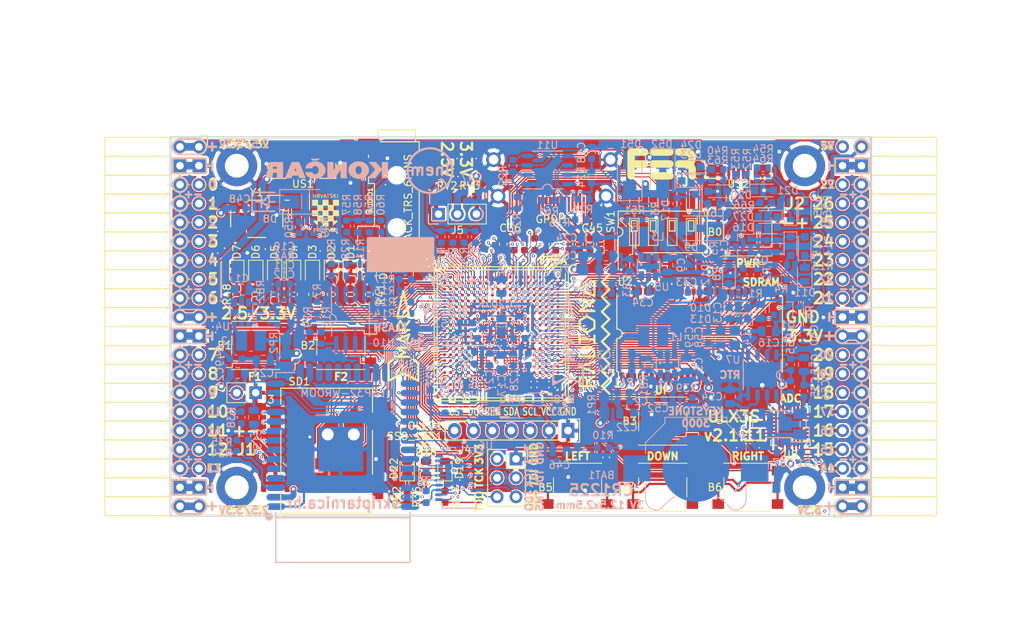
<source format=kicad_pcb>
(kicad_pcb (version 20171130) (host pcbnew 5.0.0+dfsg1-2)
  (layers (0 F.Cu signal) (1 In1.Cu signal) (2 In2.Cu signal) (31 B.Cu signal) (34 B.Paste user) (35 F.Paste user) (36 B.SilkS user) (37 F.SilkS user) (38 B.Mask user) (39 F.Mask user) (44 Edge.Cuts user))
  (net 0 "")
  (net 1 GND)
  (net 2 +5V)
  (net 3 /gpio/IN5V)
  (net 4 /gpio/OUT5V)
  (net 5 +3V3)
  (net 6 BTN_D)
  (net 7 BTN_F1)
  (net 8 BTN_F2)
  (net 9 BTN_L)
  (net 10 BTN_R)
  (net 11 BTN_U)
  (net 12 /power/FB1)
  (net 13 +2V5)
  (net 14 /power/PWREN)
  (net 15 /power/FB3)
  (net 16 /power/FB2)
  (net 17 /power/VBAT)
  (net 18 JTAG_TDI)
  (net 19 JTAG_TCK)
  (net 20 JTAG_TMS)
  (net 21 JTAG_TDO)
  (net 22 /power/WAKEUPn)
  (net 23 /power/WKUP)
  (net 24 /power/SHUT)
  (net 25 /power/WAKE)
  (net 26 /power/HOLD)
  (net 27 /power/WKn)
  (net 28 /power/OSCI_32k)
  (net 29 /power/OSCO_32k)
  (net 30 SHUTDOWN)
  (net 31 GPDI_SDA)
  (net 32 GPDI_SCL)
  (net 33 /gpdi/VREF2)
  (net 34 SD_CMD)
  (net 35 SD_CLK)
  (net 36 SD_D0)
  (net 37 SD_D1)
  (net 38 USB5V)
  (net 39 GPDI_CEC)
  (net 40 nRESET)
  (net 41 FTDI_nDTR)
  (net 42 SDRAM_CKE)
  (net 43 SDRAM_A7)
  (net 44 SDRAM_D15)
  (net 45 SDRAM_BA1)
  (net 46 SDRAM_D7)
  (net 47 SDRAM_A6)
  (net 48 SDRAM_CLK)
  (net 49 SDRAM_D13)
  (net 50 SDRAM_BA0)
  (net 51 SDRAM_D6)
  (net 52 SDRAM_A5)
  (net 53 SDRAM_D14)
  (net 54 SDRAM_A11)
  (net 55 SDRAM_D12)
  (net 56 SDRAM_D5)
  (net 57 SDRAM_A4)
  (net 58 SDRAM_A10)
  (net 59 SDRAM_D11)
  (net 60 SDRAM_A3)
  (net 61 SDRAM_D4)
  (net 62 SDRAM_D10)
  (net 63 SDRAM_D9)
  (net 64 SDRAM_A9)
  (net 65 SDRAM_D3)
  (net 66 SDRAM_D8)
  (net 67 SDRAM_A8)
  (net 68 SDRAM_A2)
  (net 69 SDRAM_A1)
  (net 70 SDRAM_A0)
  (net 71 SDRAM_D2)
  (net 72 SDRAM_D1)
  (net 73 SDRAM_D0)
  (net 74 SDRAM_DQM0)
  (net 75 SDRAM_nCS)
  (net 76 SDRAM_nRAS)
  (net 77 SDRAM_DQM1)
  (net 78 SDRAM_nCAS)
  (net 79 SDRAM_nWE)
  (net 80 /flash/FLASH_nWP)
  (net 81 /flash/FLASH_nHOLD)
  (net 82 /flash/FLASH_MOSI)
  (net 83 /flash/FLASH_MISO)
  (net 84 /flash/FLASH_SCK)
  (net 85 /flash/FLASH_nCS)
  (net 86 /flash/FPGA_PROGRAMN)
  (net 87 /flash/FPGA_DONE)
  (net 88 /flash/FPGA_INITN)
  (net 89 OLED_RES)
  (net 90 OLED_DC)
  (net 91 OLED_CS)
  (net 92 WIFI_EN)
  (net 93 FTDI_nRTS)
  (net 94 FTDI_TXD)
  (net 95 FTDI_RXD)
  (net 96 WIFI_RXD)
  (net 97 WIFI_GPIO0)
  (net 98 WIFI_TXD)
  (net 99 USB_FTDI_D+)
  (net 100 USB_FTDI_D-)
  (net 101 SD_D3)
  (net 102 AUDIO_L3)
  (net 103 AUDIO_L2)
  (net 104 AUDIO_L1)
  (net 105 AUDIO_L0)
  (net 106 AUDIO_R3)
  (net 107 AUDIO_R2)
  (net 108 AUDIO_R1)
  (net 109 AUDIO_R0)
  (net 110 OLED_CLK)
  (net 111 OLED_MOSI)
  (net 112 LED0)
  (net 113 LED1)
  (net 114 LED2)
  (net 115 LED3)
  (net 116 LED4)
  (net 117 LED5)
  (net 118 LED6)
  (net 119 LED7)
  (net 120 BTN_PWRn)
  (net 121 FTDI_nTXLED)
  (net 122 FTDI_nSLEEP)
  (net 123 /blinkey/LED_PWREN)
  (net 124 /blinkey/LED_TXLED)
  (net 125 /sdcard/SD3V3)
  (net 126 SD_D2)
  (net 127 CLK_25MHz)
  (net 128 /blinkey/BTNPUL)
  (net 129 /blinkey/BTNPUR)
  (net 130 USB_FPGA_D+)
  (net 131 /power/FTDI_nSUSPEND)
  (net 132 /blinkey/ALED0)
  (net 133 /blinkey/ALED1)
  (net 134 /blinkey/ALED2)
  (net 135 /blinkey/ALED3)
  (net 136 /blinkey/ALED4)
  (net 137 /blinkey/ALED5)
  (net 138 /blinkey/ALED6)
  (net 139 /blinkey/ALED7)
  (net 140 /usb/FTD-)
  (net 141 /usb/FTD+)
  (net 142 ADC_MISO)
  (net 143 ADC_MOSI)
  (net 144 ADC_CSn)
  (net 145 ADC_SCLK)
  (net 146 SW3)
  (net 147 SW2)
  (net 148 SW1)
  (net 149 USB_FPGA_D-)
  (net 150 /usb/FPD+)
  (net 151 /usb/FPD-)
  (net 152 WIFI_GPIO16)
  (net 153 /usb/ANT_433MHz)
  (net 154 PROG_DONE)
  (net 155 /power/P3V3)
  (net 156 /power/P2V5)
  (net 157 /power/L1)
  (net 158 /power/L3)
  (net 159 /power/L2)
  (net 160 FTDI_TXDEN)
  (net 161 SDRAM_A12)
  (net 162 /analog/AUDIO_V)
  (net 163 AUDIO_V3)
  (net 164 AUDIO_V2)
  (net 165 AUDIO_V1)
  (net 166 AUDIO_V0)
  (net 167 /blinkey/LED_WIFI)
  (net 168 /power/P1V1)
  (net 169 +1V1)
  (net 170 SW4)
  (net 171 /blinkey/SWPU)
  (net 172 /wifi/WIFIEN)
  (net 173 FT2V5)
  (net 174 GN0)
  (net 175 GP0)
  (net 176 GN1)
  (net 177 GP1)
  (net 178 GN2)
  (net 179 GP2)
  (net 180 GN3)
  (net 181 GP3)
  (net 182 GN4)
  (net 183 GP4)
  (net 184 GN5)
  (net 185 GP5)
  (net 186 GN6)
  (net 187 GP6)
  (net 188 GN14)
  (net 189 GP14)
  (net 190 GN15)
  (net 191 GP15)
  (net 192 GN16)
  (net 193 GP16)
  (net 194 GN17)
  (net 195 GP17)
  (net 196 GN18)
  (net 197 GP18)
  (net 198 GN19)
  (net 199 GP19)
  (net 200 GN20)
  (net 201 GP20)
  (net 202 GN21)
  (net 203 GP21)
  (net 204 GN22)
  (net 205 GP22)
  (net 206 GN23)
  (net 207 GP23)
  (net 208 GN24)
  (net 209 GP24)
  (net 210 GN25)
  (net 211 GP25)
  (net 212 GN26)
  (net 213 GP26)
  (net 214 GN27)
  (net 215 GP27)
  (net 216 GN7)
  (net 217 GP7)
  (net 218 GN8)
  (net 219 GP8)
  (net 220 GN9)
  (net 221 GP9)
  (net 222 GN10)
  (net 223 GP10)
  (net 224 GN11)
  (net 225 GP11)
  (net 226 GN12)
  (net 227 GP12)
  (net 228 GN13)
  (net 229 GP13)
  (net 230 WIFI_GPIO5)
  (net 231 WIFI_GPIO17)
  (net 232 USB_FPGA_PULL_D+)
  (net 233 USB_FPGA_PULL_D-)
  (net 234 "Net-(D23-Pad2)")
  (net 235 "Net-(D24-Pad1)")
  (net 236 "Net-(D25-Pad2)")
  (net 237 "Net-(D26-Pad1)")
  (net 238 /gpdi/GPDI_ETH+)
  (net 239 FPDI_ETH+)
  (net 240 /gpdi/GPDI_ETH-)
  (net 241 FPDI_ETH-)
  (net 242 /gpdi/GPDI_D2-)
  (net 243 FPDI_D2-)
  (net 244 /gpdi/GPDI_D1-)
  (net 245 FPDI_D1-)
  (net 246 /gpdi/GPDI_D0-)
  (net 247 FPDI_D0-)
  (net 248 /gpdi/GPDI_CLK-)
  (net 249 FPDI_CLK-)
  (net 250 /gpdi/GPDI_D2+)
  (net 251 FPDI_D2+)
  (net 252 /gpdi/GPDI_D1+)
  (net 253 FPDI_D1+)
  (net 254 /gpdi/GPDI_D0+)
  (net 255 FPDI_D0+)
  (net 256 /gpdi/GPDI_CLK+)
  (net 257 FPDI_CLK+)
  (net 258 FPDI_SDA)
  (net 259 FPDI_SCL)
  (net 260 /gpdi/FPDI_CEC)
  (net 261 2V5_3V3)
  (net 262 /usb/US2VBUS)
  (net 263 /power/SHD)
  (net 264 /power/RTCVDD)
  (net 265 "Net-(D27-Pad2)")
  (net 266 US2_ID)
  (net 267 /analog/AUDIO_L)
  (net 268 /analog/AUDIO_R)
  (net 269 /analog/ADC3V3)
  (net 270 PWRBTn)
  (net 271 USER_PROGRAMN)
  (module lfe5bg381:BGA-381_pitch0.8mm_dia0.4mm (layer F.Cu) (at 138.48 87.8)
    (fp_text reference U1 (at -8.2 -9.8) (layer F.SilkS))
    (fp_text value LFE5U-85F-6BG381C hide)
    (pad Y19 smd circle (at 6.8 7.6) (size 0.4 0.4) (layers F.Cu F.Paste F.Mask) (net 1 GND))
    (pad Y17 smd circle (at 5.2 7.6) (size 0.4 0.4) (layers F.Cu F.Paste F.Mask) (net 1 GND))
    (pad Y16 smd circle (at 4.4 7.6) (size 0.4 0.4) (layers F.Cu F.Paste F.Mask) (net 1 GND))
    (pad Y15 smd circle (at 3.6 7.6) (size 0.4 0.4) (layers F.Cu F.Paste F.Mask) (net 1 GND))
    (pad Y14 smd circle (at 2.8 7.6) (size 0.4 0.4) (layers F.Cu F.Paste F.Mask) (net 1 GND))
    (pad Y12 smd circle (at 1.2 7.6) (size 0.4 0.4) (layers F.Cu F.Paste F.Mask) (net 1 GND))
    (pad Y11 smd circle (at 0.4 7.6) (size 0.4 0.4) (layers F.Cu F.Paste F.Mask) (net 1 GND))
    (pad Y8 smd circle (at -2 7.6) (size 0.4 0.4) (layers F.Cu F.Paste F.Mask) (net 1 GND))
    (pad Y7 smd circle (at -2.8 7.6) (size 0.4 0.4) (layers F.Cu F.Paste F.Mask) (net 1 GND))
    (pad Y6 smd circle (at -3.6 7.6) (size 0.4 0.4) (layers F.Cu F.Paste F.Mask) (net 1 GND))
    (pad Y5 smd circle (at -4.4 7.6) (size 0.4 0.4) (layers F.Cu F.Paste F.Mask) (net 1 GND))
    (pad Y3 smd circle (at -6 7.6) (size 0.4 0.4) (layers F.Cu F.Paste F.Mask) (net 87 /flash/FPGA_DONE))
    (pad Y2 smd circle (at -6.8 7.6) (size 0.4 0.4) (layers F.Cu F.Paste F.Mask) (net 80 /flash/FLASH_nWP))
    (pad W20 smd circle (at 7.6 6.8) (size 0.4 0.4) (layers F.Cu F.Paste F.Mask) (net 1 GND))
    (pad W19 smd circle (at 6.8 6.8) (size 0.4 0.4) (layers F.Cu F.Paste F.Mask) (net 1 GND))
    (pad W18 smd circle (at 6 6.8) (size 0.4 0.4) (layers F.Cu F.Paste F.Mask))
    (pad W17 smd circle (at 5.2 6.8) (size 0.4 0.4) (layers F.Cu F.Paste F.Mask))
    (pad W16 smd circle (at 4.4 6.8) (size 0.4 0.4) (layers F.Cu F.Paste F.Mask) (net 1 GND))
    (pad W15 smd circle (at 3.6 6.8) (size 0.4 0.4) (layers F.Cu F.Paste F.Mask) (net 1 GND))
    (pad W14 smd circle (at 2.8 6.8) (size 0.4 0.4) (layers F.Cu F.Paste F.Mask))
    (pad W13 smd circle (at 2 6.8) (size 0.4 0.4) (layers F.Cu F.Paste F.Mask))
    (pad W12 smd circle (at 1.2 6.8) (size 0.4 0.4) (layers F.Cu F.Paste F.Mask) (net 1 GND))
    (pad W11 smd circle (at 0.4 6.8) (size 0.4 0.4) (layers F.Cu F.Paste F.Mask))
    (pad W10 smd circle (at -0.4 6.8) (size 0.4 0.4) (layers F.Cu F.Paste F.Mask))
    (pad W9 smd circle (at -1.2 6.8) (size 0.4 0.4) (layers F.Cu F.Paste F.Mask))
    (pad W8 smd circle (at -2 6.8) (size 0.4 0.4) (layers F.Cu F.Paste F.Mask))
    (pad W7 smd circle (at -2.8 6.8) (size 0.4 0.4) (layers F.Cu F.Paste F.Mask) (net 1 GND))
    (pad W6 smd circle (at -3.6 6.8) (size 0.4 0.4) (layers F.Cu F.Paste F.Mask) (net 1 GND))
    (pad W5 smd circle (at -4.4 6.8) (size 0.4 0.4) (layers F.Cu F.Paste F.Mask))
    (pad W4 smd circle (at -5.2 6.8) (size 0.4 0.4) (layers F.Cu F.Paste F.Mask))
    (pad W3 smd circle (at -6 6.8) (size 0.4 0.4) (layers F.Cu F.Paste F.Mask) (net 86 /flash/FPGA_PROGRAMN))
    (pad W2 smd circle (at -6.8 6.8) (size 0.4 0.4) (layers F.Cu F.Paste F.Mask) (net 82 /flash/FLASH_MOSI))
    (pad W1 smd circle (at -7.6 6.8) (size 0.4 0.4) (layers F.Cu F.Paste F.Mask) (net 81 /flash/FLASH_nHOLD))
    (pad V20 smd circle (at 7.6 6) (size 0.4 0.4) (layers F.Cu F.Paste F.Mask) (net 1 GND))
    (pad V19 smd circle (at 6.8 6) (size 0.4 0.4) (layers F.Cu F.Paste F.Mask) (net 1 GND))
    (pad V18 smd circle (at 6 6) (size 0.4 0.4) (layers F.Cu F.Paste F.Mask) (net 1 GND))
    (pad V17 smd circle (at 5.2 6) (size 0.4 0.4) (layers F.Cu F.Paste F.Mask) (net 1 GND))
    (pad V16 smd circle (at 4.4 6) (size 0.4 0.4) (layers F.Cu F.Paste F.Mask) (net 1 GND))
    (pad V15 smd circle (at 3.6 6) (size 0.4 0.4) (layers F.Cu F.Paste F.Mask) (net 1 GND))
    (pad V14 smd circle (at 2.8 6) (size 0.4 0.4) (layers F.Cu F.Paste F.Mask) (net 1 GND))
    (pad V13 smd circle (at 2 6) (size 0.4 0.4) (layers F.Cu F.Paste F.Mask) (net 1 GND))
    (pad V12 smd circle (at 1.2 6) (size 0.4 0.4) (layers F.Cu F.Paste F.Mask) (net 1 GND))
    (pad V11 smd circle (at 0.4 6) (size 0.4 0.4) (layers F.Cu F.Paste F.Mask) (net 1 GND))
    (pad V10 smd circle (at -0.4 6) (size 0.4 0.4) (layers F.Cu F.Paste F.Mask) (net 1 GND))
    (pad V9 smd circle (at -1.2 6) (size 0.4 0.4) (layers F.Cu F.Paste F.Mask) (net 1 GND))
    (pad V8 smd circle (at -2 6) (size 0.4 0.4) (layers F.Cu F.Paste F.Mask) (net 1 GND))
    (pad V7 smd circle (at -2.8 6) (size 0.4 0.4) (layers F.Cu F.Paste F.Mask) (net 1 GND))
    (pad V6 smd circle (at -3.6 6) (size 0.4 0.4) (layers F.Cu F.Paste F.Mask) (net 1 GND))
    (pad V5 smd circle (at -4.4 6) (size 0.4 0.4) (layers F.Cu F.Paste F.Mask) (net 1 GND))
    (pad V4 smd circle (at -5.2 6) (size 0.4 0.4) (layers F.Cu F.Paste F.Mask) (net 21 JTAG_TDO))
    (pad V3 smd circle (at -6 6) (size 0.4 0.4) (layers F.Cu F.Paste F.Mask) (net 88 /flash/FPGA_INITN))
    (pad V2 smd circle (at -6.8 6) (size 0.4 0.4) (layers F.Cu F.Paste F.Mask) (net 83 /flash/FLASH_MISO))
    (pad V1 smd circle (at -7.6 6) (size 0.4 0.4) (layers F.Cu F.Paste F.Mask) (net 6 BTN_D))
    (pad U20 smd circle (at 7.6 5.2) (size 0.4 0.4) (layers F.Cu F.Paste F.Mask) (net 46 SDRAM_D7))
    (pad U19 smd circle (at 6.8 5.2) (size 0.4 0.4) (layers F.Cu F.Paste F.Mask) (net 74 SDRAM_DQM0))
    (pad U18 smd circle (at 6 5.2) (size 0.4 0.4) (layers F.Cu F.Paste F.Mask) (net 189 GP14))
    (pad U17 smd circle (at 5.2 5.2) (size 0.4 0.4) (layers F.Cu F.Paste F.Mask) (net 188 GN14))
    (pad U16 smd circle (at 4.4 5.2) (size 0.4 0.4) (layers F.Cu F.Paste F.Mask) (net 142 ADC_MISO))
    (pad U15 smd circle (at 3.6 5.2) (size 0.4 0.4) (layers F.Cu F.Paste F.Mask) (net 1 GND))
    (pad U14 smd circle (at 2.8 5.2) (size 0.4 0.4) (layers F.Cu F.Paste F.Mask) (net 1 GND))
    (pad U13 smd circle (at 2 5.2) (size 0.4 0.4) (layers F.Cu F.Paste F.Mask) (net 1 GND))
    (pad U12 smd circle (at 1.2 5.2) (size 0.4 0.4) (layers F.Cu F.Paste F.Mask) (net 1 GND))
    (pad U11 smd circle (at 0.4 5.2) (size 0.4 0.4) (layers F.Cu F.Paste F.Mask) (net 1 GND))
    (pad U10 smd circle (at -0.4 5.2) (size 0.4 0.4) (layers F.Cu F.Paste F.Mask) (net 1 GND))
    (pad U9 smd circle (at -1.2 5.2) (size 0.4 0.4) (layers F.Cu F.Paste F.Mask) (net 1 GND))
    (pad U8 smd circle (at -2 5.2) (size 0.4 0.4) (layers F.Cu F.Paste F.Mask) (net 1 GND))
    (pad U7 smd circle (at -2.8 5.2) (size 0.4 0.4) (layers F.Cu F.Paste F.Mask) (net 1 GND))
    (pad U6 smd circle (at -3.6 5.2) (size 0.4 0.4) (layers F.Cu F.Paste F.Mask) (net 1 GND))
    (pad U5 smd circle (at -4.4 5.2) (size 0.4 0.4) (layers F.Cu F.Paste F.Mask) (net 20 JTAG_TMS))
    (pad U4 smd circle (at -5.2 5.2) (size 0.4 0.4) (layers F.Cu F.Paste F.Mask) (net 1 GND))
    (pad U3 smd circle (at -6 5.2) (size 0.4 0.4) (layers F.Cu F.Paste F.Mask) (net 84 /flash/FLASH_SCK))
    (pad U2 smd circle (at -6.8 5.2) (size 0.4 0.4) (layers F.Cu F.Paste F.Mask) (net 5 +3V3))
    (pad U1 smd circle (at -7.6 5.2) (size 0.4 0.4) (layers F.Cu F.Paste F.Mask) (net 9 BTN_L))
    (pad T20 smd circle (at 7.6 4.4) (size 0.4 0.4) (layers F.Cu F.Paste F.Mask) (net 79 SDRAM_nWE))
    (pad T19 smd circle (at 6.8 4.4) (size 0.4 0.4) (layers F.Cu F.Paste F.Mask) (net 78 SDRAM_nCAS))
    (pad T18 smd circle (at 6 4.4) (size 0.4 0.4) (layers F.Cu F.Paste F.Mask) (net 56 SDRAM_D5))
    (pad T17 smd circle (at 5.2 4.4) (size 0.4 0.4) (layers F.Cu F.Paste F.Mask) (net 51 SDRAM_D6))
    (pad T16 smd circle (at 4.4 4.4) (size 0.4 0.4) (layers F.Cu F.Paste F.Mask))
    (pad T15 smd circle (at 3.6 4.4) (size 0.4 0.4) (layers F.Cu F.Paste F.Mask) (net 1 GND))
    (pad T14 smd circle (at 2.8 4.4) (size 0.4 0.4) (layers F.Cu F.Paste F.Mask) (net 1 GND))
    (pad T13 smd circle (at 2 4.4) (size 0.4 0.4) (layers F.Cu F.Paste F.Mask) (net 1 GND))
    (pad T12 smd circle (at 1.2 4.4) (size 0.4 0.4) (layers F.Cu F.Paste F.Mask) (net 1 GND))
    (pad T11 smd circle (at 0.4 4.4) (size 0.4 0.4) (layers F.Cu F.Paste F.Mask) (net 1 GND))
    (pad T10 smd circle (at -0.4 4.4) (size 0.4 0.4) (layers F.Cu F.Paste F.Mask) (net 1 GND))
    (pad T9 smd circle (at -1.2 4.4) (size 0.4 0.4) (layers F.Cu F.Paste F.Mask) (net 1 GND))
    (pad T8 smd circle (at -2 4.4) (size 0.4 0.4) (layers F.Cu F.Paste F.Mask) (net 1 GND))
    (pad T7 smd circle (at -2.8 4.4) (size 0.4 0.4) (layers F.Cu F.Paste F.Mask) (net 1 GND))
    (pad T6 smd circle (at -3.6 4.4) (size 0.4 0.4) (layers F.Cu F.Paste F.Mask) (net 1 GND))
    (pad T5 smd circle (at -4.4 4.4) (size 0.4 0.4) (layers F.Cu F.Paste F.Mask) (net 19 JTAG_TCK))
    (pad T4 smd circle (at -5.2 4.4) (size 0.4 0.4) (layers F.Cu F.Paste F.Mask) (net 5 +3V3))
    (pad T3 smd circle (at -6 4.4) (size 0.4 0.4) (layers F.Cu F.Paste F.Mask) (net 5 +3V3))
    (pad T2 smd circle (at -6.8 4.4) (size 0.4 0.4) (layers F.Cu F.Paste F.Mask) (net 5 +3V3))
    (pad T1 smd circle (at -7.6 4.4) (size 0.4 0.4) (layers F.Cu F.Paste F.Mask) (net 8 BTN_F2))
    (pad R20 smd circle (at 7.6 3.6) (size 0.4 0.4) (layers F.Cu F.Paste F.Mask) (net 76 SDRAM_nRAS))
    (pad R19 smd circle (at 6.8 3.6) (size 0.4 0.4) (layers F.Cu F.Paste F.Mask) (net 1 GND))
    (pad R18 smd circle (at 6 3.6) (size 0.4 0.4) (layers F.Cu F.Paste F.Mask) (net 11 BTN_U))
    (pad R17 smd circle (at 5.2 3.6) (size 0.4 0.4) (layers F.Cu F.Paste F.Mask) (net 144 ADC_CSn))
    (pad R16 smd circle (at 4.4 3.6) (size 0.4 0.4) (layers F.Cu F.Paste F.Mask) (net 143 ADC_MOSI))
    (pad R5 smd circle (at -4.4 3.6) (size 0.4 0.4) (layers F.Cu F.Paste F.Mask) (net 18 JTAG_TDI))
    (pad R4 smd circle (at -5.2 3.6) (size 0.4 0.4) (layers F.Cu F.Paste F.Mask) (net 1 GND))
    (pad R3 smd circle (at -6 3.6) (size 0.4 0.4) (layers F.Cu F.Paste F.Mask))
    (pad R2 smd circle (at -6.8 3.6) (size 0.4 0.4) (layers F.Cu F.Paste F.Mask) (net 85 /flash/FLASH_nCS))
    (pad R1 smd circle (at -7.6 3.6) (size 0.4 0.4) (layers F.Cu F.Paste F.Mask) (net 7 BTN_F1))
    (pad P20 smd circle (at 7.6 2.8) (size 0.4 0.4) (layers F.Cu F.Paste F.Mask) (net 75 SDRAM_nCS))
    (pad P19 smd circle (at 6.8 2.8) (size 0.4 0.4) (layers F.Cu F.Paste F.Mask) (net 50 SDRAM_BA0))
    (pad P18 smd circle (at 6 2.8) (size 0.4 0.4) (layers F.Cu F.Paste F.Mask) (net 61 SDRAM_D4))
    (pad P17 smd circle (at 5.2 2.8) (size 0.4 0.4) (layers F.Cu F.Paste F.Mask) (net 145 ADC_SCLK))
    (pad P16 smd circle (at 4.4 2.8) (size 0.4 0.4) (layers F.Cu F.Paste F.Mask) (net 190 GN15))
    (pad P15 smd circle (at 3.6 2.8) (size 0.4 0.4) (layers F.Cu F.Paste F.Mask) (net 13 +2V5))
    (pad P14 smd circle (at 2.8 2.8) (size 0.4 0.4) (layers F.Cu F.Paste F.Mask) (net 1 GND))
    (pad P13 smd circle (at 2 2.8) (size 0.4 0.4) (layers F.Cu F.Paste F.Mask) (net 1 GND))
    (pad P12 smd circle (at 1.2 2.8) (size 0.4 0.4) (layers F.Cu F.Paste F.Mask) (net 1 GND))
    (pad P11 smd circle (at 0.4 2.8) (size 0.4 0.4) (layers F.Cu F.Paste F.Mask) (net 1 GND))
    (pad P10 smd circle (at -0.4 2.8) (size 0.4 0.4) (layers F.Cu F.Paste F.Mask) (net 5 +3V3))
    (pad P9 smd circle (at -1.2 2.8) (size 0.4 0.4) (layers F.Cu F.Paste F.Mask) (net 5 +3V3))
    (pad P8 smd circle (at -2 2.8) (size 0.4 0.4) (layers F.Cu F.Paste F.Mask) (net 1 GND))
    (pad P7 smd circle (at -2.8 2.8) (size 0.4 0.4) (layers F.Cu F.Paste F.Mask) (net 1 GND))
    (pad P6 smd circle (at -3.6 2.8) (size 0.4 0.4) (layers F.Cu F.Paste F.Mask) (net 13 +2V5))
    (pad P5 smd circle (at -4.4 2.8) (size 0.4 0.4) (layers F.Cu F.Paste F.Mask))
    (pad P4 smd circle (at -5.2 2.8) (size 0.4 0.4) (layers F.Cu F.Paste F.Mask) (net 110 OLED_CLK))
    (pad P3 smd circle (at -6 2.8) (size 0.4 0.4) (layers F.Cu F.Paste F.Mask) (net 111 OLED_MOSI))
    (pad P2 smd circle (at -6.8 2.8) (size 0.4 0.4) (layers F.Cu F.Paste F.Mask) (net 89 OLED_RES))
    (pad P1 smd circle (at -7.6 2.8) (size 0.4 0.4) (layers F.Cu F.Paste F.Mask) (net 90 OLED_DC))
    (pad N20 smd circle (at 7.6 2) (size 0.4 0.4) (layers F.Cu F.Paste F.Mask) (net 45 SDRAM_BA1))
    (pad N19 smd circle (at 6.8 2) (size 0.4 0.4) (layers F.Cu F.Paste F.Mask) (net 58 SDRAM_A10))
    (pad N18 smd circle (at 6 2) (size 0.4 0.4) (layers F.Cu F.Paste F.Mask) (net 65 SDRAM_D3))
    (pad N17 smd circle (at 5.2 2) (size 0.4 0.4) (layers F.Cu F.Paste F.Mask) (net 191 GP15))
    (pad N16 smd circle (at 4.4 2) (size 0.4 0.4) (layers F.Cu F.Paste F.Mask) (net 193 GP16))
    (pad N15 smd circle (at 3.6 2) (size 0.4 0.4) (layers F.Cu F.Paste F.Mask) (net 1 GND))
    (pad N14 smd circle (at 2.8 2) (size 0.4 0.4) (layers F.Cu F.Paste F.Mask) (net 1 GND))
    (pad N13 smd circle (at 2 2) (size 0.4 0.4) (layers F.Cu F.Paste F.Mask) (net 169 +1V1))
    (pad N12 smd circle (at 1.2 2) (size 0.4 0.4) (layers F.Cu F.Paste F.Mask) (net 169 +1V1))
    (pad N11 smd circle (at 0.4 2) (size 0.4 0.4) (layers F.Cu F.Paste F.Mask) (net 169 +1V1))
    (pad N10 smd circle (at -0.4 2) (size 0.4 0.4) (layers F.Cu F.Paste F.Mask) (net 169 +1V1))
    (pad N9 smd circle (at -1.2 2) (size 0.4 0.4) (layers F.Cu F.Paste F.Mask) (net 169 +1V1))
    (pad N8 smd circle (at -2 2) (size 0.4 0.4) (layers F.Cu F.Paste F.Mask) (net 169 +1V1))
    (pad N7 smd circle (at -2.8 2) (size 0.4 0.4) (layers F.Cu F.Paste F.Mask) (net 1 GND))
    (pad N6 smd circle (at -3.6 2) (size 0.4 0.4) (layers F.Cu F.Paste F.Mask) (net 1 GND))
    (pad N5 smd circle (at -4.4 2) (size 0.4 0.4) (layers F.Cu F.Paste F.Mask))
    (pad N4 smd circle (at -5.2 2) (size 0.4 0.4) (layers F.Cu F.Paste F.Mask) (net 230 WIFI_GPIO5))
    (pad N3 smd circle (at -6 2) (size 0.4 0.4) (layers F.Cu F.Paste F.Mask) (net 231 WIFI_GPIO17))
    (pad N2 smd circle (at -6.8 2) (size 0.4 0.4) (layers F.Cu F.Paste F.Mask) (net 91 OLED_CS))
    (pad N1 smd circle (at -7.6 2) (size 0.4 0.4) (layers F.Cu F.Paste F.Mask) (net 41 FTDI_nDTR))
    (pad M20 smd circle (at 7.6 1.2) (size 0.4 0.4) (layers F.Cu F.Paste F.Mask) (net 70 SDRAM_A0))
    (pad M19 smd circle (at 6.8 1.2) (size 0.4 0.4) (layers F.Cu F.Paste F.Mask) (net 69 SDRAM_A1))
    (pad M18 smd circle (at 6 1.2) (size 0.4 0.4) (layers F.Cu F.Paste F.Mask) (net 71 SDRAM_D2))
    (pad M17 smd circle (at 5.2 1.2) (size 0.4 0.4) (layers F.Cu F.Paste F.Mask) (net 192 GN16))
    (pad M16 smd circle (at 4.4 1.2) (size 0.4 0.4) (layers F.Cu F.Paste F.Mask) (net 1 GND))
    (pad M15 smd circle (at 3.6 1.2) (size 0.4 0.4) (layers F.Cu F.Paste F.Mask) (net 5 +3V3))
    (pad M14 smd circle (at 2.8 1.2) (size 0.4 0.4) (layers F.Cu F.Paste F.Mask) (net 1 GND))
    (pad M13 smd circle (at 2 1.2) (size 0.4 0.4) (layers F.Cu F.Paste F.Mask) (net 169 +1V1))
    (pad M12 smd circle (at 1.2 1.2) (size 0.4 0.4) (layers F.Cu F.Paste F.Mask) (net 1 GND))
    (pad M11 smd circle (at 0.4 1.2) (size 0.4 0.4) (layers F.Cu F.Paste F.Mask) (net 1 GND))
    (pad M10 smd circle (at -0.4 1.2) (size 0.4 0.4) (layers F.Cu F.Paste F.Mask) (net 1 GND))
    (pad M9 smd circle (at -1.2 1.2) (size 0.4 0.4) (layers F.Cu F.Paste F.Mask) (net 1 GND))
    (pad M8 smd circle (at -2 1.2) (size 0.4 0.4) (layers F.Cu F.Paste F.Mask) (net 169 +1V1))
    (pad M7 smd circle (at -2.8 1.2) (size 0.4 0.4) (layers F.Cu F.Paste F.Mask) (net 1 GND))
    (pad M6 smd circle (at -3.6 1.2) (size 0.4 0.4) (layers F.Cu F.Paste F.Mask) (net 5 +3V3))
    (pad M5 smd circle (at -4.4 1.2) (size 0.4 0.4) (layers F.Cu F.Paste F.Mask))
    (pad M4 smd circle (at -5.2 1.2) (size 0.4 0.4) (layers F.Cu F.Paste F.Mask) (net 271 USER_PROGRAMN))
    (pad M3 smd circle (at -6 1.2) (size 0.4 0.4) (layers F.Cu F.Paste F.Mask) (net 93 FTDI_nRTS))
    (pad M2 smd circle (at -6.8 1.2) (size 0.4 0.4) (layers F.Cu F.Paste F.Mask) (net 1 GND))
    (pad M1 smd circle (at -7.6 1.2) (size 0.4 0.4) (layers F.Cu F.Paste F.Mask) (net 94 FTDI_TXD))
    (pad L20 smd circle (at 7.6 0.4) (size 0.4 0.4) (layers F.Cu F.Paste F.Mask) (net 68 SDRAM_A2))
    (pad L19 smd circle (at 6.8 0.4) (size 0.4 0.4) (layers F.Cu F.Paste F.Mask) (net 60 SDRAM_A3))
    (pad L18 smd circle (at 6 0.4) (size 0.4 0.4) (layers F.Cu F.Paste F.Mask) (net 72 SDRAM_D1))
    (pad L17 smd circle (at 5.2 0.4) (size 0.4 0.4) (layers F.Cu F.Paste F.Mask) (net 194 GN17))
    (pad L16 smd circle (at 4.4 0.4) (size 0.4 0.4) (layers F.Cu F.Paste F.Mask) (net 195 GP17))
    (pad L15 smd circle (at 3.6 0.4) (size 0.4 0.4) (layers F.Cu F.Paste F.Mask) (net 5 +3V3))
    (pad L14 smd circle (at 2.8 0.4) (size 0.4 0.4) (layers F.Cu F.Paste F.Mask) (net 5 +3V3))
    (pad L13 smd circle (at 2 0.4) (size 0.4 0.4) (layers F.Cu F.Paste F.Mask) (net 169 +1V1))
    (pad L12 smd circle (at 1.2 0.4) (size 0.4 0.4) (layers F.Cu F.Paste F.Mask) (net 1 GND))
    (pad L11 smd circle (at 0.4 0.4) (size 0.4 0.4) (layers F.Cu F.Paste F.Mask) (net 1 GND))
    (pad L10 smd circle (at -0.4 0.4) (size 0.4 0.4) (layers F.Cu F.Paste F.Mask) (net 1 GND))
    (pad L9 smd circle (at -1.2 0.4) (size 0.4 0.4) (layers F.Cu F.Paste F.Mask) (net 1 GND))
    (pad L8 smd circle (at -2 0.4) (size 0.4 0.4) (layers F.Cu F.Paste F.Mask) (net 169 +1V1))
    (pad L7 smd circle (at -2.8 0.4) (size 0.4 0.4) (layers F.Cu F.Paste F.Mask) (net 5 +3V3))
    (pad L6 smd circle (at -3.6 0.4) (size 0.4 0.4) (layers F.Cu F.Paste F.Mask) (net 5 +3V3))
    (pad L5 smd circle (at -4.4 0.4) (size 0.4 0.4) (layers F.Cu F.Paste F.Mask))
    (pad L4 smd circle (at -5.2 0.4) (size 0.4 0.4) (layers F.Cu F.Paste F.Mask) (net 95 FTDI_RXD))
    (pad L3 smd circle (at -6 0.4) (size 0.4 0.4) (layers F.Cu F.Paste F.Mask) (net 160 FTDI_TXDEN))
    (pad L2 smd circle (at -6.8 0.4) (size 0.4 0.4) (layers F.Cu F.Paste F.Mask) (net 97 WIFI_GPIO0))
    (pad L1 smd circle (at -7.6 0.4) (size 0.4 0.4) (layers F.Cu F.Paste F.Mask) (net 152 WIFI_GPIO16))
    (pad K20 smd circle (at 7.6 -0.4) (size 0.4 0.4) (layers F.Cu F.Paste F.Mask) (net 57 SDRAM_A4))
    (pad K19 smd circle (at 6.8 -0.4) (size 0.4 0.4) (layers F.Cu F.Paste F.Mask) (net 52 SDRAM_A5))
    (pad K18 smd circle (at 6 -0.4) (size 0.4 0.4) (layers F.Cu F.Paste F.Mask) (net 47 SDRAM_A6))
    (pad K17 smd circle (at 5.2 -0.4) (size 0.4 0.4) (layers F.Cu F.Paste F.Mask))
    (pad K16 smd circle (at 4.4 -0.4) (size 0.4 0.4) (layers F.Cu F.Paste F.Mask))
    (pad K15 smd circle (at 3.6 -0.4) (size 0.4 0.4) (layers F.Cu F.Paste F.Mask) (net 1 GND))
    (pad K14 smd circle (at 2.8 -0.4) (size 0.4 0.4) (layers F.Cu F.Paste F.Mask) (net 1 GND))
    (pad K13 smd circle (at 2 -0.4) (size 0.4 0.4) (layers F.Cu F.Paste F.Mask) (net 169 +1V1))
    (pad K12 smd circle (at 1.2 -0.4) (size 0.4 0.4) (layers F.Cu F.Paste F.Mask) (net 1 GND))
    (pad K11 smd circle (at 0.4 -0.4) (size 0.4 0.4) (layers F.Cu F.Paste F.Mask) (net 1 GND))
    (pad K10 smd circle (at -0.4 -0.4) (size 0.4 0.4) (layers F.Cu F.Paste F.Mask) (net 1 GND))
    (pad K9 smd circle (at -1.2 -0.4) (size 0.4 0.4) (layers F.Cu F.Paste F.Mask) (net 1 GND))
    (pad K8 smd circle (at -2 -0.4) (size 0.4 0.4) (layers F.Cu F.Paste F.Mask) (net 169 +1V1))
    (pad K7 smd circle (at -2.8 -0.4) (size 0.4 0.4) (layers F.Cu F.Paste F.Mask) (net 1 GND))
    (pad K6 smd circle (at -3.6 -0.4) (size 0.4 0.4) (layers F.Cu F.Paste F.Mask) (net 1 GND))
    (pad K5 smd circle (at -4.4 -0.4) (size 0.4 0.4) (layers F.Cu F.Paste F.Mask))
    (pad K4 smd circle (at -5.2 -0.4) (size 0.4 0.4) (layers F.Cu F.Paste F.Mask) (net 98 WIFI_TXD))
    (pad K3 smd circle (at -6 -0.4) (size 0.4 0.4) (layers F.Cu F.Paste F.Mask) (net 96 WIFI_RXD))
    (pad K2 smd circle (at -6.8 -0.4) (size 0.4 0.4) (layers F.Cu F.Paste F.Mask) (net 101 SD_D3))
    (pad K1 smd circle (at -7.6 -0.4) (size 0.4 0.4) (layers F.Cu F.Paste F.Mask) (net 126 SD_D2))
    (pad J20 smd circle (at 7.6 -1.2) (size 0.4 0.4) (layers F.Cu F.Paste F.Mask) (net 43 SDRAM_A7))
    (pad J19 smd circle (at 6.8 -1.2) (size 0.4 0.4) (layers F.Cu F.Paste F.Mask) (net 67 SDRAM_A8))
    (pad J18 smd circle (at 6 -1.2) (size 0.4 0.4) (layers F.Cu F.Paste F.Mask) (net 53 SDRAM_D14))
    (pad J17 smd circle (at 5.2 -1.2) (size 0.4 0.4) (layers F.Cu F.Paste F.Mask) (net 44 SDRAM_D15))
    (pad J16 smd circle (at 4.4 -1.2) (size 0.4 0.4) (layers F.Cu F.Paste F.Mask) (net 73 SDRAM_D0))
    (pad J15 smd circle (at 3.6 -1.2) (size 0.4 0.4) (layers F.Cu F.Paste F.Mask) (net 5 +3V3))
    (pad J14 smd circle (at 2.8 -1.2) (size 0.4 0.4) (layers F.Cu F.Paste F.Mask) (net 1 GND))
    (pad J13 smd circle (at 2 -1.2) (size 0.4 0.4) (layers F.Cu F.Paste F.Mask) (net 169 +1V1))
    (pad J12 smd circle (at 1.2 -1.2) (size 0.4 0.4) (layers F.Cu F.Paste F.Mask) (net 1 GND))
    (pad J11 smd circle (at 0.4 -1.2) (size 0.4 0.4) (layers F.Cu F.Paste F.Mask) (net 1 GND))
    (pad J10 smd circle (at -0.4 -1.2) (size 0.4 0.4) (layers F.Cu F.Paste F.Mask) (net 1 GND))
    (pad J9 smd circle (at -1.2 -1.2) (size 0.4 0.4) (layers F.Cu F.Paste F.Mask) (net 1 GND))
    (pad J8 smd circle (at -2 -1.2) (size 0.4 0.4) (layers F.Cu F.Paste F.Mask) (net 169 +1V1))
    (pad J7 smd circle (at -2.8 -1.2) (size 0.4 0.4) (layers F.Cu F.Paste F.Mask) (net 1 GND))
    (pad J6 smd circle (at -3.6 -1.2) (size 0.4 0.4) (layers F.Cu F.Paste F.Mask) (net 261 2V5_3V3))
    (pad J5 smd circle (at -4.4 -1.2) (size 0.4 0.4) (layers F.Cu F.Paste F.Mask))
    (pad J4 smd circle (at -5.2 -1.2) (size 0.4 0.4) (layers F.Cu F.Paste F.Mask))
    (pad J3 smd circle (at -6 -1.2) (size 0.4 0.4) (layers F.Cu F.Paste F.Mask) (net 36 SD_D0))
    (pad J2 smd circle (at -6.8 -1.2) (size 0.4 0.4) (layers F.Cu F.Paste F.Mask) (net 1 GND))
    (pad J1 smd circle (at -7.6 -1.2) (size 0.4 0.4) (layers F.Cu F.Paste F.Mask) (net 34 SD_CMD))
    (pad H20 smd circle (at 7.6 -2) (size 0.4 0.4) (layers F.Cu F.Paste F.Mask) (net 64 SDRAM_A9))
    (pad H19 smd circle (at 6.8 -2) (size 0.4 0.4) (layers F.Cu F.Paste F.Mask) (net 1 GND))
    (pad H18 smd circle (at 6 -2) (size 0.4 0.4) (layers F.Cu F.Paste F.Mask) (net 197 GP18))
    (pad H17 smd circle (at 5.2 -2) (size 0.4 0.4) (layers F.Cu F.Paste F.Mask) (net 196 GN18))
    (pad H16 smd circle (at 4.4 -2) (size 0.4 0.4) (layers F.Cu F.Paste F.Mask) (net 10 BTN_R))
    (pad H15 smd circle (at 3.6 -2) (size 0.4 0.4) (layers F.Cu F.Paste F.Mask) (net 5 +3V3))
    (pad H14 smd circle (at 2.8 -2) (size 0.4 0.4) (layers F.Cu F.Paste F.Mask) (net 5 +3V3))
    (pad H13 smd circle (at 2 -2) (size 0.4 0.4) (layers F.Cu F.Paste F.Mask) (net 169 +1V1))
    (pad H12 smd circle (at 1.2 -2) (size 0.4 0.4) (layers F.Cu F.Paste F.Mask) (net 169 +1V1))
    (pad H11 smd circle (at 0.4 -2) (size 0.4 0.4) (layers F.Cu F.Paste F.Mask) (net 169 +1V1))
    (pad H10 smd circle (at -0.4 -2) (size 0.4 0.4) (layers F.Cu F.Paste F.Mask) (net 169 +1V1))
    (pad H9 smd circle (at -1.2 -2) (size 0.4 0.4) (layers F.Cu F.Paste F.Mask) (net 169 +1V1))
    (pad H8 smd circle (at -2 -2) (size 0.4 0.4) (layers F.Cu F.Paste F.Mask) (net 169 +1V1))
    (pad H7 smd circle (at -2.8 -2) (size 0.4 0.4) (layers F.Cu F.Paste F.Mask) (net 261 2V5_3V3))
    (pad H6 smd circle (at -3.6 -2) (size 0.4 0.4) (layers F.Cu F.Paste F.Mask) (net 261 2V5_3V3))
    (pad H5 smd circle (at -4.4 -2) (size 0.4 0.4) (layers F.Cu F.Paste F.Mask) (net 166 AUDIO_V0))
    (pad H4 smd circle (at -5.2 -2) (size 0.4 0.4) (layers F.Cu F.Paste F.Mask) (net 229 GP13))
    (pad H3 smd circle (at -6 -2) (size 0.4 0.4) (layers F.Cu F.Paste F.Mask) (net 119 LED7))
    (pad H2 smd circle (at -6.8 -2) (size 0.4 0.4) (layers F.Cu F.Paste F.Mask) (net 35 SD_CLK))
    (pad H1 smd circle (at -7.6 -2) (size 0.4 0.4) (layers F.Cu F.Paste F.Mask) (net 37 SD_D1))
    (pad G20 smd circle (at 7.6 -2.8) (size 0.4 0.4) (layers F.Cu F.Paste F.Mask) (net 54 SDRAM_A11))
    (pad G19 smd circle (at 6.8 -2.8) (size 0.4 0.4) (layers F.Cu F.Paste F.Mask) (net 161 SDRAM_A12))
    (pad G18 smd circle (at 6 -2.8) (size 0.4 0.4) (layers F.Cu F.Paste F.Mask) (net 198 GN19))
    (pad G17 smd circle (at 5.2 -2.8) (size 0.4 0.4) (layers F.Cu F.Paste F.Mask) (net 1 GND))
    (pad G16 smd circle (at 4.4 -2.8) (size 0.4 0.4) (layers F.Cu F.Paste F.Mask) (net 30 SHUTDOWN))
    (pad G15 smd circle (at 3.6 -2.8) (size 0.4 0.4) (layers F.Cu F.Paste F.Mask) (net 1 GND))
    (pad G14 smd circle (at 2.8 -2.8) (size 0.4 0.4) (layers F.Cu F.Paste F.Mask) (net 1 GND))
    (pad G13 smd circle (at 2 -2.8) (size 0.4 0.4) (layers F.Cu F.Paste F.Mask) (net 1 GND))
    (pad G12 smd circle (at 1.2 -2.8) (size 0.4 0.4) (layers F.Cu F.Paste F.Mask) (net 1 GND))
    (pad G11 smd circle (at 0.4 -2.8) (size 0.4 0.4) (layers F.Cu F.Paste F.Mask) (net 1 GND))
    (pad G10 smd circle (at -0.4 -2.8) (size 0.4 0.4) (layers F.Cu F.Paste F.Mask) (net 1 GND))
    (pad G9 smd circle (at -1.2 -2.8) (size 0.4 0.4) (layers F.Cu F.Paste F.Mask) (net 1 GND))
    (pad G8 smd circle (at -2 -2.8) (size 0.4 0.4) (layers F.Cu F.Paste F.Mask) (net 1 GND))
    (pad G7 smd circle (at -2.8 -2.8) (size 0.4 0.4) (layers F.Cu F.Paste F.Mask) (net 1 GND))
    (pad G6 smd circle (at -3.6 -2.8) (size 0.4 0.4) (layers F.Cu F.Paste F.Mask) (net 1 GND))
    (pad G5 smd circle (at -4.4 -2.8) (size 0.4 0.4) (layers F.Cu F.Paste F.Mask) (net 228 GN13))
    (pad G4 smd circle (at -5.2 -2.8) (size 0.4 0.4) (layers F.Cu F.Paste F.Mask) (net 1 GND))
    (pad G3 smd circle (at -6 -2.8) (size 0.4 0.4) (layers F.Cu F.Paste F.Mask) (net 227 GP12))
    (pad G2 smd circle (at -6.8 -2.8) (size 0.4 0.4) (layers F.Cu F.Paste F.Mask) (net 127 CLK_25MHz))
    (pad G1 smd circle (at -7.6 -2.8) (size 0.4 0.4) (layers F.Cu F.Paste F.Mask) (net 153 /usb/ANT_433MHz))
    (pad F20 smd circle (at 7.6 -3.6) (size 0.4 0.4) (layers F.Cu F.Paste F.Mask) (net 42 SDRAM_CKE))
    (pad F19 smd circle (at 6.8 -3.6) (size 0.4 0.4) (layers F.Cu F.Paste F.Mask) (net 48 SDRAM_CLK))
    (pad F18 smd circle (at 6 -3.6) (size 0.4 0.4) (layers F.Cu F.Paste F.Mask) (net 49 SDRAM_D13))
    (pad F17 smd circle (at 5.2 -3.6) (size 0.4 0.4) (layers F.Cu F.Paste F.Mask) (net 199 GP19))
    (pad F16 smd circle (at 4.4 -3.6) (size 0.4 0.4) (layers F.Cu F.Paste F.Mask) (net 149 USB_FPGA_D-))
    (pad F15 smd circle (at 3.6 -3.6) (size 0.4 0.4) (layers F.Cu F.Paste F.Mask) (net 13 +2V5))
    (pad F14 smd circle (at 2.8 -3.6) (size 0.4 0.4) (layers F.Cu F.Paste F.Mask) (net 1 GND))
    (pad F13 smd circle (at 2 -3.6) (size 0.4 0.4) (layers F.Cu F.Paste F.Mask) (net 1 GND))
    (pad F12 smd circle (at 1.2 -3.6) (size 0.4 0.4) (layers F.Cu F.Paste F.Mask) (net 5 +3V3))
    (pad F11 smd circle (at 0.4 -3.6) (size 0.4 0.4) (layers F.Cu F.Paste F.Mask) (net 5 +3V3))
    (pad F10 smd circle (at -0.4 -3.6) (size 0.4 0.4) (layers F.Cu F.Paste F.Mask) (net 261 2V5_3V3))
    (pad F9 smd circle (at -1.2 -3.6) (size 0.4 0.4) (layers F.Cu F.Paste F.Mask) (net 261 2V5_3V3))
    (pad F8 smd circle (at -2 -3.6) (size 0.4 0.4) (layers F.Cu F.Paste F.Mask) (net 1 GND))
    (pad F7 smd circle (at -2.8 -3.6) (size 0.4 0.4) (layers F.Cu F.Paste F.Mask) (net 1 GND))
    (pad F6 smd circle (at -3.6 -3.6) (size 0.4 0.4) (layers F.Cu F.Paste F.Mask) (net 13 +2V5))
    (pad F5 smd circle (at -4.4 -3.6) (size 0.4 0.4) (layers F.Cu F.Paste F.Mask) (net 164 AUDIO_V2))
    (pad F4 smd circle (at -5.2 -3.6) (size 0.4 0.4) (layers F.Cu F.Paste F.Mask) (net 225 GP11))
    (pad F3 smd circle (at -6 -3.6) (size 0.4 0.4) (layers F.Cu F.Paste F.Mask) (net 226 GN12))
    (pad F2 smd circle (at -6.8 -3.6) (size 0.4 0.4) (layers F.Cu F.Paste F.Mask) (net 165 AUDIO_V1))
    (pad F1 smd circle (at -7.6 -3.6) (size 0.4 0.4) (layers F.Cu F.Paste F.Mask) (net 92 WIFI_EN))
    (pad E20 smd circle (at 7.6 -4.4) (size 0.4 0.4) (layers F.Cu F.Paste F.Mask) (net 77 SDRAM_DQM1))
    (pad E19 smd circle (at 6.8 -4.4) (size 0.4 0.4) (layers F.Cu F.Paste F.Mask) (net 66 SDRAM_D8))
    (pad E18 smd circle (at 6 -4.4) (size 0.4 0.4) (layers F.Cu F.Paste F.Mask) (net 55 SDRAM_D12))
    (pad E17 smd circle (at 5.2 -4.4) (size 0.4 0.4) (layers F.Cu F.Paste F.Mask) (net 200 GN20))
    (pad E16 smd circle (at 4.4 -4.4) (size 0.4 0.4) (layers F.Cu F.Paste F.Mask) (net 130 USB_FPGA_D+))
    (pad E15 smd circle (at 3.6 -4.4) (size 0.4 0.4) (layers F.Cu F.Paste F.Mask) (net 149 USB_FPGA_D-))
    (pad E14 smd circle (at 2.8 -4.4) (size 0.4 0.4) (layers F.Cu F.Paste F.Mask) (net 210 GN25))
    (pad E13 smd circle (at 2 -4.4) (size 0.4 0.4) (layers F.Cu F.Paste F.Mask) (net 214 GN27))
    (pad E12 smd circle (at 1.2 -4.4) (size 0.4 0.4) (layers F.Cu F.Paste F.Mask) (net 259 FPDI_SCL))
    (pad E11 smd circle (at 0.4 -4.4) (size 0.4 0.4) (layers F.Cu F.Paste F.Mask))
    (pad E10 smd circle (at -0.4 -4.4) (size 0.4 0.4) (layers F.Cu F.Paste F.Mask))
    (pad E9 smd circle (at -1.2 -4.4) (size 0.4 0.4) (layers F.Cu F.Paste F.Mask))
    (pad E8 smd circle (at -2 -4.4) (size 0.4 0.4) (layers F.Cu F.Paste F.Mask) (net 148 SW1))
    (pad E7 smd circle (at -2.8 -4.4) (size 0.4 0.4) (layers F.Cu F.Paste F.Mask) (net 170 SW4))
    (pad E6 smd circle (at -3.6 -4.4) (size 0.4 0.4) (layers F.Cu F.Paste F.Mask))
    (pad E5 smd circle (at -4.4 -4.4) (size 0.4 0.4) (layers F.Cu F.Paste F.Mask) (net 163 AUDIO_V3))
    (pad E4 smd circle (at -5.2 -4.4) (size 0.4 0.4) (layers F.Cu F.Paste F.Mask) (net 105 AUDIO_L0))
    (pad E3 smd circle (at -6 -4.4) (size 0.4 0.4) (layers F.Cu F.Paste F.Mask) (net 224 GN11))
    (pad E2 smd circle (at -6.8 -4.4) (size 0.4 0.4) (layers F.Cu F.Paste F.Mask) (net 117 LED5))
    (pad E1 smd circle (at -7.6 -4.4) (size 0.4 0.4) (layers F.Cu F.Paste F.Mask) (net 118 LED6))
    (pad D20 smd circle (at 7.6 -5.2) (size 0.4 0.4) (layers F.Cu F.Paste F.Mask) (net 63 SDRAM_D9))
    (pad D19 smd circle (at 6.8 -5.2) (size 0.4 0.4) (layers F.Cu F.Paste F.Mask) (net 62 SDRAM_D10))
    (pad D18 smd circle (at 6 -5.2) (size 0.4 0.4) (layers F.Cu F.Paste F.Mask) (net 201 GP20))
    (pad D17 smd circle (at 5.2 -5.2) (size 0.4 0.4) (layers F.Cu F.Paste F.Mask) (net 202 GN21))
    (pad D16 smd circle (at 4.4 -5.2) (size 0.4 0.4) (layers F.Cu F.Paste F.Mask) (net 208 GN24))
    (pad D15 smd circle (at 3.6 -5.2) (size 0.4 0.4) (layers F.Cu F.Paste F.Mask) (net 130 USB_FPGA_D+))
    (pad D14 smd circle (at 2.8 -5.2) (size 0.4 0.4) (layers F.Cu F.Paste F.Mask) (net 211 GP25))
    (pad D13 smd circle (at 2 -5.2) (size 0.4 0.4) (layers F.Cu F.Paste F.Mask) (net 215 GP27))
    (pad D12 smd circle (at 1.2 -5.2) (size 0.4 0.4) (layers F.Cu F.Paste F.Mask))
    (pad D11 smd circle (at 0.4 -5.2) (size 0.4 0.4) (layers F.Cu F.Paste F.Mask))
    (pad D10 smd circle (at -0.4 -5.2) (size 0.4 0.4) (layers F.Cu F.Paste F.Mask))
    (pad D9 smd circle (at -1.2 -5.2) (size 0.4 0.4) (layers F.Cu F.Paste F.Mask))
    (pad D8 smd circle (at -2 -5.2) (size 0.4 0.4) (layers F.Cu F.Paste F.Mask) (net 147 SW2))
    (pad D7 smd circle (at -2.8 -5.2) (size 0.4 0.4) (layers F.Cu F.Paste F.Mask) (net 146 SW3))
    (pad D6 smd circle (at -3.6 -5.2) (size 0.4 0.4) (layers F.Cu F.Paste F.Mask) (net 120 BTN_PWRn))
    (pad D5 smd circle (at -4.4 -5.2) (size 0.4 0.4) (layers F.Cu F.Paste F.Mask) (net 107 AUDIO_R2))
    (pad D4 smd circle (at -5.2 -5.2) (size 0.4 0.4) (layers F.Cu F.Paste F.Mask) (net 1 GND))
    (pad D3 smd circle (at -6 -5.2) (size 0.4 0.4) (layers F.Cu F.Paste F.Mask) (net 104 AUDIO_L1))
    (pad D2 smd circle (at -6.8 -5.2) (size 0.4 0.4) (layers F.Cu F.Paste F.Mask) (net 115 LED3))
    (pad D1 smd circle (at -7.6 -5.2) (size 0.4 0.4) (layers F.Cu F.Paste F.Mask) (net 116 LED4))
    (pad C20 smd circle (at 7.6 -6) (size 0.4 0.4) (layers F.Cu F.Paste F.Mask) (net 59 SDRAM_D11))
    (pad C19 smd circle (at 6.8 -6) (size 0.4 0.4) (layers F.Cu F.Paste F.Mask) (net 1 GND))
    (pad C18 smd circle (at 6 -6) (size 0.4 0.4) (layers F.Cu F.Paste F.Mask) (net 203 GP21))
    (pad C17 smd circle (at 5.2 -6) (size 0.4 0.4) (layers F.Cu F.Paste F.Mask) (net 206 GN23))
    (pad C16 smd circle (at 4.4 -6) (size 0.4 0.4) (layers F.Cu F.Paste F.Mask) (net 209 GP24))
    (pad C15 smd circle (at 3.6 -6) (size 0.4 0.4) (layers F.Cu F.Paste F.Mask) (net 204 GN22))
    (pad C14 smd circle (at 2.8 -6) (size 0.4 0.4) (layers F.Cu F.Paste F.Mask) (net 245 FPDI_D1-))
    (pad C13 smd circle (at 2 -6) (size 0.4 0.4) (layers F.Cu F.Paste F.Mask) (net 212 GN26))
    (pad C12 smd circle (at 1.2 -6) (size 0.4 0.4) (layers F.Cu F.Paste F.Mask) (net 233 USB_FPGA_PULL_D-))
    (pad C11 smd circle (at 0.4 -6) (size 0.4 0.4) (layers F.Cu F.Paste F.Mask) (net 174 GN0))
    (pad C10 smd circle (at -0.4 -6) (size 0.4 0.4) (layers F.Cu F.Paste F.Mask) (net 180 GN3))
    (pad C9 smd circle (at -1.2 -6) (size 0.4 0.4) (layers F.Cu F.Paste F.Mask))
    (pad C8 smd circle (at -2 -6) (size 0.4 0.4) (layers F.Cu F.Paste F.Mask) (net 185 GP5))
    (pad C7 smd circle (at -2.8 -6) (size 0.4 0.4) (layers F.Cu F.Paste F.Mask) (net 186 GN6))
    (pad C6 smd circle (at -3.6 -6) (size 0.4 0.4) (layers F.Cu F.Paste F.Mask) (net 187 GP6))
    (pad C5 smd circle (at -4.4 -6) (size 0.4 0.4) (layers F.Cu F.Paste F.Mask) (net 106 AUDIO_R3))
    (pad C4 smd circle (at -5.2 -6) (size 0.4 0.4) (layers F.Cu F.Paste F.Mask) (net 223 GP10))
    (pad C3 smd circle (at -6 -6) (size 0.4 0.4) (layers F.Cu F.Paste F.Mask) (net 103 AUDIO_L2))
    (pad C2 smd circle (at -6.8 -6) (size 0.4 0.4) (layers F.Cu F.Paste F.Mask) (net 113 LED1))
    (pad C1 smd circle (at -7.6 -6) (size 0.4 0.4) (layers F.Cu F.Paste F.Mask) (net 114 LED2))
    (pad B20 smd circle (at 7.6 -6.8) (size 0.4 0.4) (layers F.Cu F.Paste F.Mask) (net 241 FPDI_ETH-))
    (pad B19 smd circle (at 6.8 -6.8) (size 0.4 0.4) (layers F.Cu F.Paste F.Mask) (net 258 FPDI_SDA))
    (pad B18 smd circle (at 6 -6.8) (size 0.4 0.4) (layers F.Cu F.Paste F.Mask) (net 249 FPDI_CLK-))
    (pad B17 smd circle (at 5.2 -6.8) (size 0.4 0.4) (layers F.Cu F.Paste F.Mask) (net 207 GP23))
    (pad B16 smd circle (at 4.4 -6.8) (size 0.4 0.4) (layers F.Cu F.Paste F.Mask) (net 247 FPDI_D0-))
    (pad B15 smd circle (at 3.6 -6.8) (size 0.4 0.4) (layers F.Cu F.Paste F.Mask) (net 205 GP22))
    (pad B14 smd circle (at 2.8 -6.8) (size 0.4 0.4) (layers F.Cu F.Paste F.Mask) (net 1 GND))
    (pad B13 smd circle (at 2 -6.8) (size 0.4 0.4) (layers F.Cu F.Paste F.Mask) (net 213 GP26))
    (pad B12 smd circle (at 1.2 -6.8) (size 0.4 0.4) (layers F.Cu F.Paste F.Mask) (net 232 USB_FPGA_PULL_D+))
    (pad B11 smd circle (at 0.4 -6.8) (size 0.4 0.4) (layers F.Cu F.Paste F.Mask) (net 175 GP0))
    (pad B10 smd circle (at -0.4 -6.8) (size 0.4 0.4) (layers F.Cu F.Paste F.Mask) (net 178 GN2))
    (pad B9 smd circle (at -1.2 -6.8) (size 0.4 0.4) (layers F.Cu F.Paste F.Mask) (net 181 GP3))
    (pad B8 smd circle (at -2 -6.8) (size 0.4 0.4) (layers F.Cu F.Paste F.Mask) (net 184 GN5))
    (pad B7 smd circle (at -2.8 -6.8) (size 0.4 0.4) (layers F.Cu F.Paste F.Mask) (net 1 GND))
    (pad B6 smd circle (at -3.6 -6.8) (size 0.4 0.4) (layers F.Cu F.Paste F.Mask) (net 216 GN7))
    (pad B5 smd circle (at -4.4 -6.8) (size 0.4 0.4) (layers F.Cu F.Paste F.Mask) (net 108 AUDIO_R1))
    (pad B4 smd circle (at -5.2 -6.8) (size 0.4 0.4) (layers F.Cu F.Paste F.Mask) (net 222 GN10))
    (pad B3 smd circle (at -6 -6.8) (size 0.4 0.4) (layers F.Cu F.Paste F.Mask) (net 102 AUDIO_L3))
    (pad B2 smd circle (at -6.8 -6.8) (size 0.4 0.4) (layers F.Cu F.Paste F.Mask) (net 112 LED0))
    (pad B1 smd circle (at -7.6 -6.8) (size 0.4 0.4) (layers F.Cu F.Paste F.Mask) (net 220 GN9))
    (pad A19 smd circle (at 6.8 -7.6) (size 0.4 0.4) (layers F.Cu F.Paste F.Mask) (net 239 FPDI_ETH+))
    (pad A18 smd circle (at 6 -7.6) (size 0.4 0.4) (layers F.Cu F.Paste F.Mask) (net 260 /gpdi/FPDI_CEC))
    (pad A17 smd circle (at 5.2 -7.6) (size 0.4 0.4) (layers F.Cu F.Paste F.Mask) (net 257 FPDI_CLK+))
    (pad A16 smd circle (at 4.4 -7.6) (size 0.4 0.4) (layers F.Cu F.Paste F.Mask) (net 255 FPDI_D0+))
    (pad A15 smd circle (at 3.6 -7.6) (size 0.4 0.4) (layers F.Cu F.Paste F.Mask))
    (pad A14 smd circle (at 2.8 -7.6) (size 0.4 0.4) (layers F.Cu F.Paste F.Mask) (net 253 FPDI_D1+))
    (pad A13 smd circle (at 2 -7.6) (size 0.4 0.4) (layers F.Cu F.Paste F.Mask) (net 243 FPDI_D2-))
    (pad A12 smd circle (at 1.2 -7.6) (size 0.4 0.4) (layers F.Cu F.Paste F.Mask) (net 251 FPDI_D2+))
    (pad A11 smd circle (at 0.4 -7.6) (size 0.4 0.4) (layers F.Cu F.Paste F.Mask) (net 176 GN1))
    (pad A10 smd circle (at -0.4 -7.6) (size 0.4 0.4) (layers F.Cu F.Paste F.Mask) (net 177 GP1))
    (pad A9 smd circle (at -1.2 -7.6) (size 0.4 0.4) (layers F.Cu F.Paste F.Mask) (net 179 GP2))
    (pad A8 smd circle (at -2 -7.6) (size 0.4 0.4) (layers F.Cu F.Paste F.Mask) (net 182 GN4))
    (pad A7 smd circle (at -2.8 -7.6) (size 0.4 0.4) (layers F.Cu F.Paste F.Mask) (net 183 GP4))
    (pad A6 smd circle (at -3.6 -7.6) (size 0.4 0.4) (layers F.Cu F.Paste F.Mask) (net 217 GP7))
    (pad A5 smd circle (at -4.4 -7.6) (size 0.4 0.4) (layers F.Cu F.Paste F.Mask) (net 218 GN8))
    (pad A4 smd circle (at -5.2 -7.6) (size 0.4 0.4) (layers F.Cu F.Paste F.Mask) (net 219 GP8))
    (pad A3 smd circle (at -6 -7.6) (size 0.4 0.4) (layers F.Cu F.Paste F.Mask) (net 109 AUDIO_R0))
    (pad A2 smd circle (at -6.8 -7.6) (size 0.4 0.4) (layers F.Cu F.Paste F.Mask) (net 221 GP9))
    (pad X smd oval (at 8.5 -8.5) (size 0.127 0.508) (layers F.Cu F.Mask))
    (pad X smd oval (at 8.5 -8.5) (size 0.508 0.127) (layers F.Cu F.Mask))
    (pad X smd oval (at -8.5 8.5) (size 0.127 0.508) (layers F.Cu F.Mask))
    (pad X smd oval (at -8.5 8.5) (size 0.508 0.127) (layers F.Cu F.Mask))
    (pad X smd oval (at 8.5 8.5) (size 0.508 0.127) (layers F.Cu F.Mask))
    (pad X smd oval (at 8.5 8.5) (size 0.127 0.508) (layers F.Cu F.Mask))
  )
  (module max1112x-tqfn28:MAX1112x-TQFN-28-1EP_5x5mm_Pitch0.5mm (layer F.Cu) (at 177.285 100.155 180)
    (fp_text reference U8 (at 0 -3.875 180) (layer F.SilkS))
    (fp_text value MAX11125 hide)
    (pad 29 smd rect (at -0.8125 -0.8125 180) (size 1.625 1.625) (layers F.Cu F.Paste F.Mask) (net 1 GND))
    (pad 29 smd rect (at -0.8125 0.8125 180) (size 1.625 1.625) (layers F.Cu F.Paste F.Mask) (net 1 GND))
    (pad 29 smd rect (at 0.8125 -0.8125 180) (size 1.625 1.625) (layers F.Cu F.Paste F.Mask) (net 1 GND))
    (pad 29 smd rect (at 0.8125 0.8125 180) (size 1.625 1.625) (layers F.Cu F.Paste F.Mask) (net 1 GND))
    (pad 28 smd oval (at -1.5 -2.34 270) (size 0.95 0.3) (layers F.Cu F.Paste F.Mask) (net 190 GN15))
    (pad 27 smd oval (at -1 -2.34 270) (size 0.95 0.3) (layers F.Cu F.Paste F.Mask) (net 189 GP14))
    (pad 26 smd oval (at -0.5 -2.34 270) (size 0.95 0.3) (layers F.Cu F.Paste F.Mask) (net 188 GN14))
    (pad 25 smd oval (at 0 -2.34 270) (size 0.95 0.3) (layers F.Cu F.Paste F.Mask))
    (pad 24 smd oval (at 0.5 -2.34 270) (size 0.95 0.3) (layers F.Cu F.Paste F.Mask) (net 142 ADC_MISO))
    (pad 23 smd oval (at 1 -2.34 270) (size 0.95 0.3) (layers F.Cu F.Paste F.Mask) (net 269 /analog/ADC3V3))
    (pad 22 smd oval (at 1.5 -2.34 270) (size 0.95 0.3) (layers F.Cu F.Paste F.Mask) (net 1 GND))
    (pad 21 smd oval (at 2.34 -1.5 180) (size 0.95 0.3) (layers F.Cu F.Paste F.Mask) (net 143 ADC_MOSI))
    (pad 20 smd oval (at 2.34 -1 180) (size 0.95 0.3) (layers F.Cu F.Paste F.Mask) (net 144 ADC_CSn))
    (pad 19 smd oval (at 2.34 -0.5 180) (size 0.95 0.3) (layers F.Cu F.Paste F.Mask) (net 145 ADC_SCLK))
    (pad 18 smd oval (at 2.34 0 180) (size 0.95 0.3) (layers F.Cu F.Paste F.Mask) (net 269 /analog/ADC3V3))
    (pad 17 smd oval (at 2.34 0.5 180) (size 0.95 0.3) (layers F.Cu F.Paste F.Mask) (net 269 /analog/ADC3V3))
    (pad 16 smd oval (at 2.34 1 180) (size 0.95 0.3) (layers F.Cu F.Paste F.Mask) (net 1 GND))
    (pad 15 smd oval (at 2.34 1.5 180) (size 0.95 0.3) (layers F.Cu F.Paste F.Mask) (net 269 /analog/ADC3V3))
    (pad 14 smd oval (at 1.5 2.34 270) (size 0.95 0.3) (layers F.Cu F.Paste F.Mask) (net 1 GND))
    (pad 13 smd oval (at 1 2.34 270) (size 0.95 0.3) (layers F.Cu F.Paste F.Mask) (net 1 GND))
    (pad 12 smd oval (at 0.5 2.34 270) (size 0.95 0.3) (layers F.Cu F.Paste F.Mask))
    (pad 11 smd oval (at 0 2.34 270) (size 0.95 0.3) (layers F.Cu F.Paste F.Mask) (net 1 GND))
    (pad 10 smd oval (at -0.5 2.34 270) (size 0.95 0.3) (layers F.Cu F.Paste F.Mask) (net 1 GND))
    (pad 9 smd oval (at -1 2.34 270) (size 0.95 0.3) (layers F.Cu F.Paste F.Mask) (net 1 GND))
    (pad 8 smd oval (at -1.5 2.34 270) (size 0.95 0.3) (layers F.Cu F.Paste F.Mask) (net 1 GND))
    (pad 7 smd oval (at -2.34 1.5 180) (size 0.95 0.3) (layers F.Cu F.Paste F.Mask) (net 1 GND))
    (pad 6 smd oval (at -2.34 1 180) (size 0.95 0.3) (layers F.Cu F.Paste F.Mask) (net 1 GND))
    (pad 5 smd oval (at -2.34 0.5 180) (size 0.95 0.3) (layers F.Cu F.Paste F.Mask) (net 195 GP17))
    (pad 4 smd oval (at -2.34 0 180) (size 0.95 0.3) (layers F.Cu F.Paste F.Mask) (net 194 GN17))
    (pad 3 smd oval (at -2.34 -0.5 180) (size 0.95 0.3) (layers F.Cu F.Paste F.Mask) (net 193 GP16))
    (pad 2 smd oval (at -2.34 -1 180) (size 0.95 0.3) (layers F.Cu F.Paste F.Mask) (net 192 GN16))
    (pad 1 smd rect (at -2.34 -1.5 180) (size 0.95 0.3) (layers F.Cu F.Paste F.Mask) (net 191 GP15))
  )
  (module ft231x:FT231X-SSOP-20_4.4x6.5mm_Pitch0.65mm (layer B.Cu) (at 132.835 107.14 180)
    (fp_text reference U6 (at -3.556 4.318 180) (layer B.SilkS) (effects (justify mirror)))
    (fp_text value FT231XS hide)
    (pad 20 smd oval (at 2.7 2.925 180) (size 1.1 0.4) (layers B.Cu B.Paste B.Mask) (net 94 FTDI_TXD))
    (pad 19 smd oval (at 2.7 2.275 180) (size 1.1 0.4) (layers B.Cu B.Paste B.Mask) (net 122 FTDI_nSLEEP))
    (pad 18 smd oval (at 2.7 1.625 180) (size 1.1 0.4) (layers B.Cu B.Paste B.Mask) (net 160 FTDI_TXDEN))
    (pad 17 smd oval (at 2.7 0.975 180) (size 1.1 0.4) (layers B.Cu B.Paste B.Mask))
    (pad 16 smd oval (at 2.7 0.325 180) (size 1.1 0.4) (layers B.Cu B.Paste B.Mask) (net 1 GND))
    (pad 15 smd oval (at 2.7 -0.325 180) (size 1.1 0.4) (layers B.Cu B.Paste B.Mask) (net 38 USB5V))
    (pad 14 smd oval (at 2.7 -0.975 180) (size 1.1 0.4) (layers B.Cu B.Paste B.Mask) (net 40 nRESET))
    (pad 13 smd oval (at 2.7 -1.625 180) (size 1.1 0.4) (layers B.Cu B.Paste B.Mask) (net 173 FT2V5))
    (pad 12 smd oval (at 2.7 -2.275 180) (size 1.1 0.4) (layers B.Cu B.Paste B.Mask) (net 100 USB_FTDI_D-))
    (pad 11 smd oval (at 2.7 -2.925 180) (size 1.1 0.4) (layers B.Cu B.Paste B.Mask) (net 99 USB_FTDI_D+))
    (pad 10 smd oval (at -2.7 -2.925 180) (size 1.1 0.4) (layers B.Cu B.Paste B.Mask) (net 121 FTDI_nTXLED))
    (pad 9 smd oval (at -2.7 -2.275 180) (size 1.1 0.4) (layers B.Cu B.Paste B.Mask) (net 21 JTAG_TDO))
    (pad 8 smd oval (at -2.7 -1.625 180) (size 1.1 0.4) (layers B.Cu B.Paste B.Mask) (net 20 JTAG_TMS))
    (pad 7 smd oval (at -2.7 -0.975 180) (size 1.1 0.4) (layers B.Cu B.Paste B.Mask) (net 19 JTAG_TCK))
    (pad 6 smd oval (at -2.7 -0.325 180) (size 1.1 0.4) (layers B.Cu B.Paste B.Mask) (net 1 GND))
    (pad 5 smd oval (at -2.7 0.325 180) (size 1.1 0.4) (layers B.Cu B.Paste B.Mask) (net 18 JTAG_TDI))
    (pad 4 smd oval (at -2.7 0.975 180) (size 1.1 0.4) (layers B.Cu B.Paste B.Mask) (net 95 FTDI_RXD))
    (pad 3 smd oval (at -2.7 1.625 180) (size 1.1 0.4) (layers B.Cu B.Paste B.Mask) (net 173 FT2V5))
    (pad 2 smd oval (at -2.7 2.275 180) (size 1.1 0.4) (layers B.Cu B.Paste B.Mask) (net 93 FTDI_nRTS))
    (pad 1 smd rect (at -2.7 2.925 180) (size 1.1 0.4) (layers B.Cu B.Paste B.Mask) (net 41 FTDI_nDTR))
  )
  (module Capacitor_SMD:C_0603_1608Metric (layer F.Cu) (at 151.758 75.771 90)
    (fp_text reference C37 hide)
    (fp_text value 220nF hide)
    (pad 2 smd roundrect (at 0.7875 0 90) (size 0.875 0.95) (layers F.Cu F.Paste F.Mask) (net 240 /gpdi/GPDI_ETH-))
    (pad 1 smd roundrect (at -0.7875 0 90) (size 0.875 0.95) (layers F.Cu F.Paste F.Mask) (net 241 FPDI_ETH-))
  )
  (module Capacitor_SMD:C_0603_1608Metric (layer F.Cu) (at 150.361 75.771 90)
    (fp_text reference C36 (at 2.171 -10.681 180) (layer F.SilkS))
    (fp_text value 220nF hide)
    (pad 2 smd roundrect (at 0.7875 0 90) (size 0.875 0.95) (layers F.Cu F.Paste F.Mask) (net 238 /gpdi/GPDI_ETH+))
    (pad 1 smd roundrect (at -0.7875 0 90) (size 0.875 0.95) (layers F.Cu F.Paste F.Mask) (net 239 FPDI_ETH+))
  )
  (module Capacitor_SMD:C_0603_1608Metric (layer F.Cu) (at 148.964 75.771 90)
    (fp_text reference C41 hide)
    (fp_text value 220nF hide)
    (pad 2 smd roundrect (at 0.7875 0 90) (size 0.875 0.95) (layers F.Cu F.Paste F.Mask) (net 248 /gpdi/GPDI_CLK-))
    (pad 1 smd roundrect (at -0.7875 0 90) (size 0.875 0.95) (layers F.Cu F.Paste F.Mask) (net 249 FPDI_CLK-))
  )
  (module Capacitor_SMD:C_0603_1608Metric (layer F.Cu) (at 147.567 75.759 90)
    (fp_text reference C45 (at 2.159 3.113 180) (layer F.SilkS))
    (fp_text value 220nF hide)
    (pad 2 smd roundrect (at 0.7875 0 90) (size 0.875 0.95) (layers F.Cu F.Paste F.Mask) (net 256 /gpdi/GPDI_CLK+))
    (pad 1 smd roundrect (at -0.7875 0 90) (size 0.875 0.95) (layers F.Cu F.Paste F.Mask) (net 257 FPDI_CLK+))
  )
  (module Capacitor_SMD:C_0603_1608Metric (layer F.Cu) (at 145.789 75.771 90)
    (fp_text reference C40 hide)
    (fp_text value 220nF hide)
    (pad 2 smd roundrect (at 0.7875 0 90) (size 0.875 0.95) (layers F.Cu F.Paste F.Mask) (net 246 /gpdi/GPDI_D0-))
    (pad 1 smd roundrect (at -0.7875 0 90) (size 0.875 0.95) (layers F.Cu F.Paste F.Mask) (net 247 FPDI_D0-))
  )
  (module Capacitor_SMD:C_0603_1608Metric (layer F.Cu) (at 144.392 75.771 90)
    (fp_text reference C44 hide)
    (fp_text value 220nF hide)
    (pad 2 smd roundrect (at 0.7875 0 90) (size 0.875 0.95) (layers F.Cu F.Paste F.Mask) (net 254 /gpdi/GPDI_D0+))
    (pad 1 smd roundrect (at -0.7875 0 90) (size 0.875 0.95) (layers F.Cu F.Paste F.Mask) (net 255 FPDI_D0+))
  )
  (module Capacitor_SMD:C_0603_1608Metric (layer F.Cu) (at 142.995 75.771 90)
    (fp_text reference C39 hide)
    (fp_text value 220nF hide)
    (pad 2 smd roundrect (at 0.7875 0 90) (size 0.875 0.95) (layers F.Cu F.Paste F.Mask) (net 244 /gpdi/GPDI_D1-))
    (pad 1 smd roundrect (at -0.7875 0 90) (size 0.875 0.95) (layers F.Cu F.Paste F.Mask) (net 245 FPDI_D1-))
  )
  (module Capacitor_SMD:C_0603_1608Metric (layer F.Cu) (at 141.598 75.771 90)
    (fp_text reference C43 hide)
    (fp_text value 220nF hide)
    (pad 2 smd roundrect (at 0.7875 0 90) (size 0.875 0.95) (layers F.Cu F.Paste F.Mask) (net 252 /gpdi/GPDI_D1+))
    (pad 1 smd roundrect (at -0.7875 0 90) (size 0.875 0.95) (layers F.Cu F.Paste F.Mask) (net 253 FPDI_D1+))
  )
  (module Capacitor_SMD:C_0603_1608Metric (layer F.Cu) (at 140.201 75.771 90)
    (fp_text reference C38 hide)
    (fp_text value 220nF hide)
    (pad 2 smd roundrect (at 0.7875 0 90) (size 0.875 0.95) (layers F.Cu F.Paste F.Mask) (net 242 /gpdi/GPDI_D2-))
    (pad 1 smd roundrect (at -0.7875 0 90) (size 0.875 0.95) (layers F.Cu F.Paste F.Mask) (net 243 FPDI_D2-))
  )
  (module Capacitor_SMD:C_0603_1608Metric (layer F.Cu) (at 138.7428 75.7636 90)
    (fp_text reference C42 hide)
    (fp_text value 220nF hide)
    (pad 2 smd roundrect (at 0.7875 0 90) (size 0.875 0.95) (layers F.Cu F.Paste F.Mask) (net 250 /gpdi/GPDI_D2+))
    (pad 1 smd roundrect (at -0.7875 0 90) (size 0.875 0.95) (layers F.Cu F.Paste F.Mask) (net 251 FPDI_D2+))
  )
  (module Resistor_SMD:R_0603_1608Metric (layer F.Cu) (at 130.93 109.68 90)
    (fp_text reference R37 (at 0 1.539 90) (layer F.SilkS))
    (fp_text value 680 hide)
    (pad 2 smd roundrect (at 0.7875 0 90) (size 0.875 0.95) (layers F.Cu F.Paste F.Mask) (net 124 /blinkey/LED_TXLED))
    (pad 1 smd roundrect (at -0.7875 0 90) (size 0.875 0.95) (layers F.Cu F.Paste F.Mask) (net 121 FTDI_nTXLED))
  )
  (module Resistor_SMD:R_0603_1608Metric (layer F.Cu) (at 128.39 109.68 270)
    (fp_text reference R36 (at 0.018 1.255 90) (layer F.SilkS))
    (fp_text value 680 hide)
    (pad 2 smd roundrect (at 0.7875 0 270) (size 0.875 0.95) (layers F.Cu F.Paste F.Mask) (net 1 GND))
    (pad 1 smd roundrect (at -0.7875 0 270) (size 0.875 0.95) (layers F.Cu F.Paste F.Mask) (net 123 /blinkey/LED_PWREN))
  )
  (module Resistor_SMD:R_0603_1608Metric (layer F.Cu) (at 125.85 109.68 270)
    (fp_text reference R62 (at 0.018 1.382 270) (layer F.SilkS))
    (fp_text value 680 hide)
    (pad 2 smd roundrect (at 0.7875 0 270) (size 0.875 0.95) (layers F.Cu F.Paste F.Mask) (net 1 GND))
    (pad 1 smd roundrect (at -0.7875 0 270) (size 0.875 0.95) (layers F.Cu F.Paste F.Mask) (net 167 /blinkey/LED_WIFI))
  )
  (module LED_SMD:LED_0805_2012Metric (layer F.Cu) (at 130.93 105.87 90)
    (fp_text reference D19 (at 0 1.92 90) (layer F.SilkS))
    (fp_text value RED hide)
    (pad 2 smd roundrect (at 0.9375 0 90) (size 0.975 1.4) (layers F.Cu F.Paste F.Mask) (net 173 FT2V5))
    (pad 1 smd roundrect (at -0.9375 0 90) (size 0.975 1.4) (layers F.Cu F.Paste F.Mask) (net 124 /blinkey/LED_TXLED))
  )
  (module LED_SMD:LED_0805_2012Metric (layer F.Cu) (at 128.39 105.87 90)
    (fp_text reference D18 (at 2.141 0.015 180) (layer F.SilkS))
    (fp_text value GREEN hide)
    (pad 2 smd roundrect (at 0.9375 0 90) (size 0.975 1.4) (layers F.Cu F.Paste F.Mask) (net 122 FTDI_nSLEEP))
    (pad 1 smd roundrect (at -0.9375 0 90) (size 0.975 1.4) (layers F.Cu F.Paste F.Mask) (net 123 /blinkey/LED_PWREN))
  )
  (module LED_SMD:LED_0805_2012Metric (layer F.Cu) (at 125.85 105.87 90)
    (fp_text reference D22 (at -0.018 -1.763 90) (layer F.SilkS))
    (fp_text value BLUE hide)
    (pad 2 smd roundrect (at 0.9375 0 90) (size 0.975 1.4) (layers F.Cu F.Paste F.Mask) (net 230 WIFI_GPIO5))
    (pad 1 smd roundrect (at -0.9375 0 90) (size 0.975 1.4) (layers F.Cu F.Paste F.Mask) (net 167 /blinkey/LED_WIFI))
  )
  (module Resistor_SMD:R_0603_1608Metric (layer F.Cu) (at 120.77 82.502 90)
    (fp_text reference R41 (at 0 1.539 90) (layer F.SilkS))
    (fp_text value 680 hide)
    (pad 2 smd roundrect (at 0.7875 0 90) (size 0.875 0.95) (layers F.Cu F.Paste F.Mask) (net 132 /blinkey/ALED0))
    (pad 1 smd roundrect (at -0.7875 0 90) (size 0.875 0.95) (layers F.Cu F.Paste F.Mask) (net 112 LED0))
  )
  (module LED_SMD:LED_0805_2012Metric (layer F.Cu) (at 120.77 79.599 270)
    (fp_text reference D0 (at 0 -1.92 270) (layer F.SilkS))
    (fp_text value RED hide)
    (pad 2 smd roundrect (at 0.9375 0 270) (size 0.975 1.4) (layers F.Cu F.Paste F.Mask) (net 132 /blinkey/ALED0))
    (pad 1 smd roundrect (at -0.9375 0 270) (size 0.975 1.4) (layers F.Cu F.Paste F.Mask) (net 1 GND))
  )
  (module Resistor_SMD:R_0603_1608Metric (layer F.Cu) (at 118.23 82.502 90)
    (fp_text reference R42 hide)
    (fp_text value 680 hide)
    (pad 2 smd roundrect (at 0.7875 0 90) (size 0.875 0.95) (layers F.Cu F.Paste F.Mask) (net 133 /blinkey/ALED1))
    (pad 1 smd roundrect (at -0.7875 0 90) (size 0.875 0.95) (layers F.Cu F.Paste F.Mask) (net 113 LED1))
  )
  (module LED_SMD:LED_0805_2012Metric (layer F.Cu) (at 118.23 79.599 270)
    (fp_text reference D1 (at -2.794 -0.015 270) (layer F.SilkS))
    (fp_text value ORANGE hide)
    (pad 2 smd roundrect (at 0.9375 0 270) (size 0.975 1.4) (layers F.Cu F.Paste F.Mask) (net 133 /blinkey/ALED1))
    (pad 1 smd roundrect (at -0.9375 0 270) (size 0.975 1.4) (layers F.Cu F.Paste F.Mask) (net 1 GND))
  )
  (module Resistor_SMD:R_0603_1608Metric (layer F.Cu) (at 115.69 82.502 90)
    (fp_text reference R43 hide)
    (fp_text value 680 hide)
    (pad 2 smd roundrect (at 0.7875 0 90) (size 0.875 0.95) (layers F.Cu F.Paste F.Mask) (net 134 /blinkey/ALED2))
    (pad 1 smd roundrect (at -0.7875 0 90) (size 0.875 0.95) (layers F.Cu F.Paste F.Mask) (net 114 LED2))
  )
  (module LED_SMD:LED_0805_2012Metric (layer F.Cu) (at 115.69 79.599 270)
    (fp_text reference D2 (at -2.794 -0.015 270) (layer F.SilkS))
    (fp_text value GREEN hide)
    (pad 2 smd roundrect (at 0.9375 0 270) (size 0.975 1.4) (layers F.Cu F.Paste F.Mask) (net 134 /blinkey/ALED2))
    (pad 1 smd roundrect (at -0.9375 0 270) (size 0.975 1.4) (layers F.Cu F.Paste F.Mask) (net 1 GND))
  )
  (module Resistor_SMD:R_0603_1608Metric (layer F.Cu) (at 113.15 82.502 90)
    (fp_text reference R44 hide)
    (fp_text value 680 hide)
    (pad 2 smd roundrect (at 0.7875 0 90) (size 0.875 0.95) (layers F.Cu F.Paste F.Mask) (net 135 /blinkey/ALED3))
    (pad 1 smd roundrect (at -0.7875 0 90) (size 0.875 0.95) (layers F.Cu F.Paste F.Mask) (net 115 LED3))
  )
  (module LED_SMD:LED_0805_2012Metric (layer F.Cu) (at 113.15 79.599 270)
    (fp_text reference D3 (at -2.794 -0.015 270) (layer F.SilkS))
    (fp_text value BLUE hide)
    (pad 2 smd roundrect (at 0.9375 0 270) (size 0.975 1.4) (layers F.Cu F.Paste F.Mask) (net 135 /blinkey/ALED3))
    (pad 1 smd roundrect (at -0.9375 0 270) (size 0.975 1.4) (layers F.Cu F.Paste F.Mask) (net 1 GND))
  )
  (module Resistor_SMD:R_0603_1608Metric (layer F.Cu) (at 110.61 82.502 90)
    (fp_text reference R45 hide)
    (fp_text value 680 hide)
    (pad 2 smd roundrect (at 0.7875 0 90) (size 0.875 0.95) (layers F.Cu F.Paste F.Mask) (net 136 /blinkey/ALED4))
    (pad 1 smd roundrect (at -0.7875 0 90) (size 0.875 0.95) (layers F.Cu F.Paste F.Mask) (net 116 LED4))
  )
  (module LED_SMD:LED_0805_2012Metric (layer F.Cu) (at 110.61 79.599 270)
    (fp_text reference D4 (at -2.794 -0.015 270) (layer F.SilkS))
    (fp_text value RED hide)
    (pad 2 smd roundrect (at 0.9375 0 270) (size 0.975 1.4) (layers F.Cu F.Paste F.Mask) (net 136 /blinkey/ALED4))
    (pad 1 smd roundrect (at -0.9375 0 270) (size 0.975 1.4) (layers F.Cu F.Paste F.Mask) (net 1 GND))
  )
  (module Resistor_SMD:R_0603_1608Metric (layer F.Cu) (at 108.07 82.502 90)
    (fp_text reference R46 hide)
    (fp_text value 680 hide)
    (pad 2 smd roundrect (at 0.7875 0 90) (size 0.875 0.95) (layers F.Cu F.Paste F.Mask) (net 137 /blinkey/ALED5))
    (pad 1 smd roundrect (at -0.7875 0 90) (size 0.875 0.95) (layers F.Cu F.Paste F.Mask) (net 117 LED5))
  )
  (module LED_SMD:LED_0805_2012Metric (layer F.Cu) (at 108.07 79.599 270)
    (fp_text reference D5 (at -2.794 -0.015 270) (layer F.SilkS))
    (fp_text value ORANGE hide)
    (pad 2 smd roundrect (at 0.9375 0 270) (size 0.975 1.4) (layers F.Cu F.Paste F.Mask) (net 137 /blinkey/ALED5))
    (pad 1 smd roundrect (at -0.9375 0 270) (size 0.975 1.4) (layers F.Cu F.Paste F.Mask) (net 1 GND))
  )
  (module Resistor_SMD:R_0603_1608Metric (layer F.Cu) (at 105.53 82.502 90)
    (fp_text reference R47 hide)
    (fp_text value 680 hide)
    (pad 2 smd roundrect (at 0.7875 0 90) (size 0.875 0.95) (layers F.Cu F.Paste F.Mask) (net 138 /blinkey/ALED6))
    (pad 1 smd roundrect (at -0.7875 0 90) (size 0.875 0.95) (layers F.Cu F.Paste F.Mask) (net 118 LED6))
  )
  (module LED_SMD:LED_0805_2012Metric (layer F.Cu) (at 105.545 79.599 270)
    (fp_text reference D6 (at -2.794 0 270) (layer F.SilkS))
    (fp_text value GREEN hide)
    (pad 2 smd roundrect (at 0.9375 0 270) (size 0.975 1.4) (layers F.Cu F.Paste F.Mask) (net 138 /blinkey/ALED6))
    (pad 1 smd roundrect (at -0.9375 0 270) (size 0.975 1.4) (layers F.Cu F.Paste F.Mask) (net 1 GND))
  )
  (module Resistor_SMD:R_0603_1608Metric (layer F.Cu) (at 102.99 82.502 90)
    (fp_text reference R48 (at 0 -1.31 90) (layer F.SilkS))
    (fp_text value 680 hide)
    (pad 2 smd roundrect (at 0.7875 0 90) (size 0.875 0.95) (layers F.Cu F.Paste F.Mask) (net 139 /blinkey/ALED7))
    (pad 1 smd roundrect (at -0.7875 0 90) (size 0.875 0.95) (layers F.Cu F.Paste F.Mask) (net 119 LED7))
  )
  (module LED_SMD:LED_0805_2012Metric (layer F.Cu) (at 102.99 79.599 270)
    (fp_text reference D7 (at -2.794 -0.015 270) (layer F.SilkS))
    (fp_text value BLUE hide)
    (pad 2 smd roundrect (at 0.9375 0 270) (size 0.975 1.4) (layers F.Cu F.Paste F.Mask) (net 139 /blinkey/ALED7))
    (pad 1 smd roundrect (at -0.9375 0 270) (size 0.975 1.4) (layers F.Cu F.Paste F.Mask) (net 1 GND))
  )
  (module Capacitor_SMD:C_0805_2012Metric (layer B.Cu) (at 103.7035 81.885)
    (fp_text reference C1 (at -0.0635 -1.524) (layer B.SilkS) (effects (justify mirror)))
    (fp_text value 22uF hide)
    (pad 2 smd roundrect (at 0.9375 0) (size 0.975 1.4) (layers B.Cu B.Paste B.Mask) (net 1 GND))
    (pad 1 smd roundrect (at -0.9375 0) (size 0.975 1.4) (layers B.Cu B.Paste B.Mask) (net 2 +5V))
  )
  (module Resistor_SMD:R_0603_1608Metric (layer B.Cu) (at 128.39 109.68 270)
    (fp_text reference R9 (at -2.141 -0.015 90) (layer B.SilkS) (effects (font (size 1 0.75)) (justify mirror)))
    (fp_text value 15k hide)
    (pad 2 smd roundrect (at 0.7875 0 270) (size 0.875 0.95) (layers B.Cu B.Paste B.Mask) (net 173 FT2V5))
    (pad 1 smd roundrect (at -0.7875 0 270) (size 0.875 0.95) (layers B.Cu B.Paste B.Mask) (net 40 nRESET))
  )
  (module Resistor_SMD:R_0603_1608Metric (layer B.Cu) (at 128.39 105.446 90)
    (fp_text reference R56 (at 2.733 0.015 90) (layer F.SilkS))
    (fp_text value 0 hide)
    (pad 2 smd roundrect (at 0.7875 0 90) (size 0.875 0.95) (layers B.Cu B.Paste B.Mask) (net 160 FTDI_TXDEN))
    (pad 1 smd roundrect (at -0.7875 0 90) (size 0.875 0.95) (layers B.Cu B.Paste B.Mask) (net 1 GND))
  )
  (module Resistor_SMD:R_0603_1608Metric (layer B.Cu) (at 134.74 97.615 270)
    (fp_text reference R55 (at -2.794 0 270) (layer B.SilkS) (effects (justify mirror)))
    (fp_text value 15k hide)
    (pad 2 smd roundrect (at 0.7875 0 270) (size 0.875 0.95) (layers B.Cu B.Paste B.Mask) (net 154 PROG_DONE))
    (pad 1 smd roundrect (at -0.7875 0 270) (size 0.875 0.95) (layers B.Cu B.Paste B.Mask) (net 87 /flash/FPGA_DONE))
  )
  (module Resistor_SMD:R_0603_1608Metric (layer B.Cu) (at 132.835 97.615 90)
    (fp_text reference R32 (at 2.776 0.015 90) (layer B.SilkS) (effects (justify mirror)))
    (fp_text value 15k hide)
    (pad 2 smd roundrect (at 0.7875 0 90) (size 0.875 0.95) (layers B.Cu B.Paste B.Mask) (net 87 /flash/FPGA_DONE))
    (pad 1 smd roundrect (at -0.7875 0 90) (size 0.875 0.95) (layers B.Cu B.Paste B.Mask) (net 5 +3V3))
  )
  (module Resistor_SMD:R_0603_1608Metric (layer B.Cu) (at 130.93 97.615 90)
    (fp_text reference R33 (at 2.776 0.015 90) (layer B.SilkS) (effects (justify mirror)))
    (fp_text value 15k hide)
    (pad 2 smd roundrect (at 0.7875 0 90) (size 0.875 0.95) (layers B.Cu B.Paste B.Mask) (net 88 /flash/FPGA_INITN))
    (pad 1 smd roundrect (at -0.7875 0 90) (size 0.875 0.95) (layers B.Cu B.Paste B.Mask) (net 5 +3V3))
  )
  (module Resistor_SMD:R_0603_1608Metric (layer B.Cu) (at 129.025 96.175 90)
    (fp_text reference R27 (at 2.86 0.015 90) (layer B.SilkS) (effects (justify mirror)))
    (fp_text value 15k hide)
    (pad 2 smd roundrect (at 0.7875 0 90) (size 0.875 0.95) (layers B.Cu B.Paste B.Mask) (net 82 /flash/FLASH_MOSI))
    (pad 1 smd roundrect (at -0.7875 0 90) (size 0.875 0.95) (layers B.Cu B.Paste B.Mask) (net 5 +3V3))
  )
  (module Resistor_SMD:R_0603_1608Metric (layer B.Cu) (at 167.506 65.738)
    (fp_text reference R40 (at 0.015 -2.522) (layer B.SilkS) (effects (justify mirror)))
    (fp_text value 1.2k hide)
    (pad 2 smd roundrect (at 0.7875 0) (size 0.875 0.95) (layers B.Cu B.Paste B.Mask) (net 130 USB_FPGA_D+))
    (pad 1 smd roundrect (at -0.7875 0) (size 0.875 0.95) (layers B.Cu B.Paste B.Mask) (net 235 "Net-(D24-Pad1)"))
  )
  (module Resistor_SMD:R_0603_1608Metric (layer B.Cu) (at 103.752 103.6)
    (fp_text reference R34 (at -2.779 0.256) (layer B.SilkS) (effects (justify mirror)))
    (fp_text value 15k hide)
    (pad 2 smd roundrect (at 0.7875 0) (size 0.875 0.95) (layers B.Cu B.Paste B.Mask) (net 92 WIFI_EN))
    (pad 1 smd roundrect (at -0.7875 0) (size 0.875 0.95) (layers B.Cu B.Paste B.Mask) (net 5 +3V3))
  )
  (module Resistor_SMD:R_0603_1608Metric (layer B.Cu) (at 103.752 102.06 180)
    (fp_text reference R35 (at 2.779 -0.272 180) (layer B.SilkS) (effects (justify mirror)))
    (fp_text value 680 hide)
    (pad 2 smd roundrect (at 0.7875 0 180) (size 0.875 0.95) (layers B.Cu B.Paste B.Mask) (net 172 /wifi/WIFIEN))
    (pad 1 smd roundrect (at -0.7875 0 180) (size 0.875 0.95) (layers B.Cu B.Paste B.Mask) (net 92 WIFI_EN))
  )
  (module Capacitor_SMD:C_0805_2012Metric (layer B.Cu) (at 105.276 99.012 90)
    (fp_text reference C15 (at -2.921 0.508 90) (layer B.SilkS) (effects (justify mirror)))
    (fp_text value 22uF hide)
    (pad 2 smd roundrect (at 0.9375 0 90) (size 0.975 1.4) (layers B.Cu B.Paste B.Mask) (net 1 GND))
    (pad 1 smd roundrect (at -0.9375 0 90) (size 0.975 1.4) (layers B.Cu B.Paste B.Mask) (net 125 /sdcard/SD3V3))
  )
  (module Resistor_SMD:R_0603_1608Metric (layer B.Cu) (at 103.5765 99.03 90)
    (fp_text reference R38 (at 0 -1.3335 90) (layer B.SilkS) (effects (justify mirror)))
    (fp_text value 0.47 hide)
    (pad 2 smd roundrect (at 0.7875 0 90) (size 0.875 0.95) (layers B.Cu B.Paste B.Mask) (net 5 +3V3))
    (pad 1 smd roundrect (at -0.7875 0 90) (size 0.875 0.95) (layers B.Cu B.Paste B.Mask) (net 125 /sdcard/SD3V3))
  )
  (module Capacitor_SMD:C_0805_2012Metric (layer B.Cu) (at 103.117 93.061)
    (fp_text reference C21 (at -2.413 0.635 90) (layer B.SilkS) (effects (justify mirror)))
    (fp_text value 22uF hide)
    (pad 2 smd roundrect (at 0.9375 0) (size 0.975 1.4) (layers B.Cu B.Paste B.Mask) (net 1 GND))
    (pad 1 smd roundrect (at -0.9375 0) (size 0.975 1.4) (layers B.Cu B.Paste B.Mask) (net 5 +3V3))
  )
  (module Capacitor_SMD:C_0603_1608Metric (layer B.Cu) (at 102.863 91.156)
    (fp_text reference C49 (at -2.159 -0.399 90) (layer B.SilkS) (effects (justify mirror)))
    (fp_text value 22nF hide)
    (pad 2 smd roundrect (at 0.7875 0) (size 0.875 0.95) (layers B.Cu B.Paste B.Mask) (net 1 GND))
    (pad 1 smd roundrect (at -0.7875 0) (size 0.875 0.95) (layers B.Cu B.Paste B.Mask) (net 261 2V5_3V3))
  )
  (module Capacitor_SMD:C_0805_2012Metric (layer B.Cu) (at 106.546 91.392 180)
    (fp_text reference C23 (at 0 -1.669 180) (layer B.SilkS) (effects (justify mirror)))
    (fp_text value 2.2uF hide)
    (pad 2 smd roundrect (at 0.9375 0 180) (size 0.975 1.4) (layers B.Cu B.Paste B.Mask) (net 1 GND))
    (pad 1 smd roundrect (at -0.9375 0 180) (size 0.975 1.4) (layers B.Cu B.Paste B.Mask) (net 156 /power/P2V5))
  )
  (module Resistor_SMD:R_0603_1608Metric (layer B.Cu) (at 106.165 84.915 90)
    (fp_text reference RB2 (at 2.903 0.015 90) (layer B.SilkS) (effects (justify mirror)))
    (fp_text value 4.7k hide)
    (pad 2 smd roundrect (at 0.7875 0 90) (size 0.875 0.95) (layers B.Cu B.Paste B.Mask) (net 16 /power/FB2))
    (pad 1 smd roundrect (at -0.7875 0 90) (size 0.875 0.95) (layers B.Cu B.Paste B.Mask) (net 1 GND))
  )
  (module Capacitor_SMD:C_0805_2012Metric (layer B.Cu) (at 109.34 86.185 180)
    (fp_text reference C12 (at -0.015 6.332 180) (layer B.SilkS) (effects (justify mirror)))
    (fp_text value 22uF hide)
    (pad 2 smd roundrect (at 0.9375 0 180) (size 0.975 1.4) (layers B.Cu B.Paste B.Mask) (net 1 GND))
    (pad 1 smd roundrect (at -0.9375 0 180) (size 0.975 1.4) (layers B.Cu B.Paste B.Mask) (net 156 /power/P2V5))
  )
  (module Capacitor_SMD:C_0805_2012Metric (layer B.Cu) (at 109.34 84.28 180)
    (fp_text reference C11 (at -0.015 5.697 180) (layer B.SilkS) (effects (justify mirror)))
    (fp_text value 22uF hide)
    (pad 2 smd roundrect (at 0.9375 0 180) (size 0.975 1.4) (layers B.Cu B.Paste B.Mask) (net 1 GND))
    (pad 1 smd roundrect (at -0.9375 0 180) (size 0.975 1.4) (layers B.Cu B.Paste B.Mask) (net 156 /power/P2V5))
  )
  (module Resistor_SMD:R_0603_1608Metric (layer B.Cu) (at 109.34 82.375 180)
    (fp_text reference RA2 (at -0.015 5.062 180) (layer B.SilkS) (effects (justify mirror)))
    (fp_text value 15k hide)
    (pad 2 smd roundrect (at 0.7875 0 180) (size 0.875 0.95) (layers B.Cu B.Paste B.Mask) (net 16 /power/FB2))
    (pad 1 smd roundrect (at -0.7875 0 180) (size 0.875 0.95) (layers B.Cu B.Paste B.Mask) (net 156 /power/P2V5))
  )
  (module Capacitor_SMD:C_0603_1608Metric (layer B.Cu) (at 109.34 81.105 180)
    (fp_text reference C10 (at -0.015 5.062 180) (layer B.SilkS) (effects (justify mirror)))
    (fp_text value 470pF hide)
    (pad 2 smd roundrect (at 0.7875 0 180) (size 0.875 0.95) (layers B.Cu B.Paste B.Mask) (net 16 /power/FB2))
    (pad 1 smd roundrect (at -0.7875 0 180) (size 0.875 0.95) (layers B.Cu B.Paste B.Mask) (net 156 /power/P2V5))
  )
  (module Resistor_SMD:R_0603_1608Metric (layer B.Cu) (at 112.784 88.344 90)
    (fp_text reference R29 (at 2.794 -0.269 90) (layer B.SilkS) (effects (justify mirror)))
    (fp_text value 1.2k hide)
    (pad 2 smd roundrect (at 0.7875 0 90) (size 0.875 0.95) (layers B.Cu B.Paste B.Mask) (net 84 /flash/FLASH_SCK))
    (pad 1 smd roundrect (at -0.7875 0 90) (size 0.875 0.95) (layers B.Cu B.Paste B.Mask) (net 5 +3V3))
  )
  (module Resistor_SMD:R_0603_1608Metric (layer B.Cu) (at 114.308 88.344 90)
    (fp_text reference R12 (at 2.794 0.747 90) (layer B.SilkS) (effects (justify mirror)))
    (fp_text value 15k hide)
    (pad 2 smd roundrect (at 0.7875 0 90) (size 0.875 0.95) (layers B.Cu B.Paste B.Mask) (net 81 /flash/FLASH_nHOLD))
    (pad 1 smd roundrect (at -0.7875 0 90) (size 0.875 0.95) (layers B.Cu B.Paste B.Mask) (net 5 +3V3))
  )
  (module Resistor_SMD:R_0603_1608Metric (layer B.Cu) (at 113.785 84.28 270)
    (fp_text reference R7 (at -2.286 0 270) (layer B.SilkS) (effects (justify mirror)))
    (fp_text value 150 hide)
    (pad 2 smd roundrect (at 0.7875 0 270) (size 0.875 0.95) (layers B.Cu B.Paste B.Mask) (net 128 /blinkey/BTNPUL))
    (pad 1 smd roundrect (at -0.7875 0 270) (size 0.875 0.95) (layers B.Cu B.Paste B.Mask) (net 5 +3V3))
  )
  (module Resistor_SMD:R_0603_1608Metric (layer B.Cu) (at 115.69 79.218 270)
    (fp_text reference R30 (at -2.776 -0.015 270) (layer B.SilkS) (effects (justify mirror)))
    (fp_text value 4.7k hide)
    (pad 2 smd roundrect (at 0.7875 0 270) (size 0.875 0.95) (layers B.Cu B.Paste B.Mask) (net 85 /flash/FLASH_nCS))
    (pad 1 smd roundrect (at -0.7875 0 270) (size 0.875 0.95) (layers B.Cu B.Paste B.Mask) (net 5 +3V3))
  )
  (module Resistor_SMD:R_0603_1608Metric (layer B.Cu) (at 117.595 79.218 270)
    (fp_text reference R28 (at -2.776 -0.015 270) (layer B.SilkS) (effects (justify mirror)))
    (fp_text value 15k hide)
    (pad 2 smd roundrect (at 0.7875 0 270) (size 0.875 0.95) (layers B.Cu B.Paste B.Mask) (net 83 /flash/FLASH_MISO))
    (pad 1 smd roundrect (at -0.7875 0 270) (size 0.875 0.95) (layers B.Cu B.Paste B.Mask) (net 5 +3V3))
  )
  (module Resistor_SMD:R_0603_1608Metric (layer B.Cu) (at 119.515 79.218 270)
    (fp_text reference R11 (at -2.776 -0.015 270) (layer B.SilkS) (effects (justify mirror)))
    (fp_text value 15k hide)
    (pad 2 smd roundrect (at 0.7875 0 270) (size 0.875 0.95) (layers B.Cu B.Paste B.Mask) (net 80 /flash/FLASH_nWP))
    (pad 1 smd roundrect (at -0.7875 0 270) (size 0.875 0.95) (layers B.Cu B.Paste B.Mask) (net 5 +3V3))
  )
  (module Resistor_SMD:R_0603_1608Metric (layer B.Cu) (at 125.596 80.47 180)
    (fp_text reference R17 (at 2.779 -0.018 180) (layer B.SilkS) (effects (justify mirror)))
    (fp_text value 150 hide)
    (pad 2 smd roundrect (at 0.7875 0 180) (size 0.875 0.95) (layers B.Cu B.Paste B.Mask) (net 267 /analog/AUDIO_L))
    (pad 1 smd roundrect (at -0.7875 0 180) (size 0.875 0.95) (layers B.Cu B.Paste B.Mask) (net 102 AUDIO_L3))
  )
  (module Resistor_SMD:R_0603_1608Metric (layer B.Cu) (at 125.596 82.012 180)
    (fp_text reference R16 (at 2.779 0 180) (layer B.SilkS) (effects (justify mirror)))
    (fp_text value 330 hide)
    (pad 2 smd roundrect (at 0.7875 0 180) (size 0.875 0.95) (layers B.Cu B.Paste B.Mask) (net 267 /analog/AUDIO_L))
    (pad 1 smd roundrect (at -0.7875 0 180) (size 0.875 0.95) (layers B.Cu B.Paste B.Mask) (net 103 AUDIO_L2))
  )
  (module Resistor_SMD:R_0603_1608Metric (layer B.Cu) (at 125.596 83.536 180)
    (fp_text reference R15 (at 2.779 0 180) (layer B.SilkS) (effects (justify mirror)))
    (fp_text value 680 hide)
    (pad 2 smd roundrect (at 0.7875 0 180) (size 0.875 0.95) (layers B.Cu B.Paste B.Mask) (net 267 /analog/AUDIO_L))
    (pad 1 smd roundrect (at -0.7875 0 180) (size 0.875 0.95) (layers B.Cu B.Paste B.Mask) (net 104 AUDIO_L1))
  )
  (module Resistor_SMD:R_0603_1608Metric (layer B.Cu) (at 125.596 85.06 180)
    (fp_text reference R14 (at 2.779 0 180) (layer B.SilkS) (effects (justify mirror)))
    (fp_text value 1.2k hide)
    (pad 2 smd roundrect (at 0.7875 0 180) (size 0.875 0.95) (layers B.Cu B.Paste B.Mask) (net 267 /analog/AUDIO_L))
    (pad 1 smd roundrect (at -0.7875 0 180) (size 0.875 0.95) (layers B.Cu B.Paste B.Mask) (net 105 AUDIO_L0))
  )
  (module Capacitor_SMD:C_0603_1608Metric (layer B.Cu) (at 103.371 70.963)
    (fp_text reference C48 (at 0.012 -1.27) (layer B.SilkS) (effects (justify mirror)))
    (fp_text value 22nF hide)
    (pad 2 smd roundrect (at 0.7875 0) (size 0.875 0.95) (layers B.Cu B.Paste B.Mask) (net 1 GND))
    (pad 1 smd roundrect (at -0.7875 0) (size 0.875 0.95) (layers B.Cu B.Paste B.Mask) (net 261 2V5_3V3))
  )
  (module Resistor_SMD:R_0603_1608Metric (layer B.Cu) (at 111.372 73.485 90)
    (fp_text reference R50 (at -0.018 -1.382 90) (layer B.SilkS) (effects (justify mirror)))
    (fp_text value 27 hide)
    (pad 2 smd roundrect (at 0.7875 0 90) (size 0.875 0.95) (layers B.Cu B.Paste B.Mask) (net 141 /usb/FTD+))
    (pad 1 smd roundrect (at -0.7875 0 90) (size 0.875 0.95) (layers B.Cu B.Paste B.Mask) (net 99 USB_FTDI_D+))
  )
  (module Resistor_SMD:R_0603_1608Metric (layer B.Cu) (at 113.277 73.485 90)
    (fp_text reference R49 (at -0.018 1.539 90) (layer B.SilkS) (effects (justify mirror)))
    (fp_text value 27 hide)
    (pad 2 smd roundrect (at 0.7875 0 90) (size 0.875 0.95) (layers B.Cu B.Paste B.Mask) (net 140 /usb/FTD-))
    (pad 1 smd roundrect (at -0.7875 0 90) (size 0.875 0.95) (layers B.Cu B.Paste B.Mask) (net 100 USB_FTDI_D-))
  )
  (module Resistor_SMD:R_0603_1608Metric (layer B.Cu) (at 117.722 73.358 90)
    (fp_text reference R57 (at 2.903 0.015 90) (layer B.SilkS) (effects (justify mirror)))
    (fp_text value 1.2k hide)
    (pad 2 smd roundrect (at 0.7875 0 90) (size 0.875 0.95) (layers B.Cu B.Paste B.Mask) (net 162 /analog/AUDIO_V))
    (pad 1 smd roundrect (at -0.7875 0 90) (size 0.875 0.95) (layers B.Cu B.Paste B.Mask) (net 166 AUDIO_V0))
  )
  (module Resistor_SMD:R_0603_1608Metric (layer B.Cu) (at 119.246 73.358 90)
    (fp_text reference R58 (at 2.903 0.015 90) (layer B.SilkS) (effects (justify mirror)))
    (fp_text value 680 hide)
    (pad 2 smd roundrect (at 0.7875 0 90) (size 0.875 0.95) (layers B.Cu B.Paste B.Mask) (net 162 /analog/AUDIO_V))
    (pad 1 smd roundrect (at -0.7875 0 90) (size 0.875 0.95) (layers B.Cu B.Paste B.Mask) (net 165 AUDIO_V1))
  )
  (module Resistor_SMD:R_0603_1608Metric (layer B.Cu) (at 120.77 73.358 90)
    (fp_text reference R59 (at 2.903 0.015 90) (layer B.SilkS) (effects (justify mirror)))
    (fp_text value 330 hide)
    (pad 2 smd roundrect (at 0.7875 0 90) (size 0.875 0.95) (layers B.Cu B.Paste B.Mask) (net 162 /analog/AUDIO_V))
    (pad 1 smd roundrect (at -0.7875 0 90) (size 0.875 0.95) (layers B.Cu B.Paste B.Mask) (net 164 AUDIO_V2))
  )
  (module Resistor_SMD:R_0603_1608Metric (layer B.Cu) (at 122.294 73.358 90)
    (fp_text reference R60 (at 2.903 0.015 90) (layer B.SilkS) (effects (justify mirror)))
    (fp_text value 150 hide)
    (pad 2 smd roundrect (at 0.7875 0 90) (size 0.875 0.95) (layers B.Cu B.Paste B.Mask) (net 162 /analog/AUDIO_V))
    (pad 1 smd roundrect (at -0.7875 0 90) (size 0.875 0.95) (layers B.Cu B.Paste B.Mask) (net 163 AUDIO_V3))
  )
  (module Resistor_SMD:R_0603_1608Metric (layer B.Cu) (at 130.422 74.773 90)
    (fp_text reference R18 (at -2.794 0.015 90) (layer B.SilkS) (effects (justify mirror)))
    (fp_text value 1.2k hide)
    (pad 2 smd roundrect (at 0.7875 0 90) (size 0.875 0.95) (layers B.Cu B.Paste B.Mask) (net 268 /analog/AUDIO_R))
    (pad 1 smd roundrect (at -0.7875 0 90) (size 0.875 0.95) (layers B.Cu B.Paste B.Mask) (net 109 AUDIO_R0))
  )
  (module Resistor_SMD:R_0603_1608Metric (layer B.Cu) (at 131.961 74.773 90)
    (fp_text reference R19 (at -2.794 0 90) (layer B.SilkS) (effects (justify mirror)))
    (fp_text value 680 hide)
    (pad 2 smd roundrect (at 0.7875 0 90) (size 0.875 0.95) (layers B.Cu B.Paste B.Mask) (net 268 /analog/AUDIO_R))
    (pad 1 smd roundrect (at -0.7875 0 90) (size 0.875 0.95) (layers B.Cu B.Paste B.Mask) (net 108 AUDIO_R1))
  )
  (module Resistor_SMD:R_0603_1608Metric (layer B.Cu) (at 133.485 74.773 90)
    (fp_text reference R20 (at -2.794 0 90) (layer B.SilkS) (effects (justify mirror)))
    (fp_text value 330 hide)
    (pad 2 smd roundrect (at 0.7875 0 90) (size 0.875 0.95) (layers B.Cu B.Paste B.Mask) (net 268 /analog/AUDIO_R))
    (pad 1 smd roundrect (at -0.7875 0 90) (size 0.875 0.95) (layers B.Cu B.Paste B.Mask) (net 107 AUDIO_R2))
  )
  (module Resistor_SMD:R_0603_1608Metric (layer B.Cu) (at 135.009 74.773 90)
    (fp_text reference R21 (at -2.794 0.127 90) (layer B.SilkS) (effects (justify mirror)))
    (fp_text value 150 hide)
    (pad 2 smd roundrect (at 0.7875 0 90) (size 0.875 0.95) (layers B.Cu B.Paste B.Mask) (net 268 /analog/AUDIO_R))
    (pad 1 smd roundrect (at -0.7875 0 90) (size 0.875 0.95) (layers B.Cu B.Paste B.Mask) (net 106 AUDIO_R3))
  )
  (module Capacitor_SMD:C_0805_2012Metric (layer B.Cu) (at 134.501 68.55)
    (fp_text reference C47 (at 0 -1.778) (layer B.SilkS) (effects (justify mirror)))
    (fp_text value 2.2uF hide)
    (pad 2 smd roundrect (at 0.9375 0) (size 0.975 1.4) (layers B.Cu B.Paste B.Mask) (net 1 GND))
    (pad 1 smd roundrect (at -0.9375 0) (size 0.975 1.4) (layers B.Cu B.Paste B.Mask) (net 261 2V5_3V3))
  )
  (module Capacitor_SMD:C_0603_1608Metric (layer B.Cu) (at 150.5896 63.484 90)
    (fp_text reference C18 (at 0.014 -1.3566 90) (layer B.SilkS) (effects (justify mirror)))
    (fp_text value 470pF hide)
    (pad 2 smd roundrect (at 0.7875 0 90) (size 0.875 0.95) (layers B.Cu B.Paste B.Mask) (net 1 GND))
    (pad 1 smd roundrect (at -0.7875 0 90) (size 0.875 0.95) (layers B.Cu B.Paste B.Mask) (net 33 /gpdi/VREF2))
  )
  (module Resistor_SMD:R_0603_1608Metric (layer B.Cu) (at 150.615 66.772 90)
    (fp_text reference R24 (at 0 -1.382 90) (layer B.SilkS) (effects (justify mirror)))
    (fp_text value 100k hide)
    (pad 2 smd roundrect (at 0.7875 0 90) (size 0.875 0.95) (layers B.Cu B.Paste B.Mask) (net 33 /gpdi/VREF2))
    (pad 1 smd roundrect (at -0.7875 0 90) (size 0.875 0.95) (layers B.Cu B.Paste B.Mask) (net 2 +5V))
  )
  (module Resistor_SMD:R_0603_1608Metric (layer B.Cu) (at 140.0255 65.23 90)
    (fp_text reference R22 (at -1.415 -1.3335 90) (layer B.SilkS) (effects (justify mirror)))
    (fp_text value 3.3k hide)
    (pad 2 smd roundrect (at 0.7875 0 90) (size 0.875 0.95) (layers B.Cu B.Paste B.Mask) (net 258 FPDI_SDA))
    (pad 1 smd roundrect (at -0.7875 0 90) (size 0.875 0.95) (layers B.Cu B.Paste B.Mask) (net 13 +2V5))
  )
  (module Resistor_SMD:R_0603_1608Metric (layer B.Cu) (at 140.597 70.201 270)
    (fp_text reference R23 (at 2.794 0 270) (layer B.SilkS) (effects (justify mirror)))
    (fp_text value 3.3k hide)
    (pad 2 smd roundrect (at 0.7875 0 270) (size 0.875 0.95) (layers B.Cu B.Paste B.Mask) (net 259 FPDI_SCL))
    (pad 1 smd roundrect (at -0.7875 0 270) (size 0.875 0.95) (layers B.Cu B.Paste B.Mask) (net 13 +2V5))
  )
  (module Resistor_SMD:R_0603_1608Metric (layer B.Cu) (at 144.78 69.9 180)
    (fp_text reference R61 (at -0.008 -1.444 180) (layer B.SilkS) (effects (justify mirror)))
    (fp_text value 680 hide)
    (pad 2 smd roundrect (at 0.7875 0 180) (size 0.875 0.95) (layers B.Cu B.Paste B.Mask) (net 260 /gpdi/FPDI_CEC))
    (pad 1 smd roundrect (at -0.7875 0 180) (size 0.875 0.95) (layers B.Cu B.Paste B.Mask) (net 39 GPDI_CEC))
  )
  (module Resistor_SMD:R_0603_1608Metric (layer B.Cu) (at 149.487 69.693 180)
    (fp_text reference R26 (at 0.127 -1.397 180) (layer B.SilkS) (effects (justify mirror)))
    (fp_text value 4.7k hide)
    (pad 2 smd roundrect (at 0.7875 0 180) (size 0.875 0.95) (layers B.Cu B.Paste B.Mask) (net 31 GPDI_SDA))
    (pad 1 smd roundrect (at -0.7875 0 180) (size 0.875 0.95) (layers B.Cu B.Paste B.Mask) (net 2 +5V))
  )
  (module Resistor_SMD:R_0603_1608Metric (layer B.Cu) (at 149.175 72.487 180)
    (fp_text reference R25 (at 2.863 -0.381 180) (layer B.SilkS) (effects (justify mirror)))
    (fp_text value 4.7k hide)
    (pad 2 smd roundrect (at 0.7875 0 180) (size 0.875 0.95) (layers B.Cu B.Paste B.Mask) (net 32 GPDI_SCL))
    (pad 1 smd roundrect (at -0.7875 0 180) (size 0.875 0.95) (layers B.Cu B.Paste B.Mask) (net 2 +5V))
  )
  (module Resistor_SMD:R_0603_1608Metric (layer B.Cu) (at 156.33 72.487 180)
    (fp_text reference R51 (at -0.015 1.27 180) (layer B.SilkS) (effects (justify mirror)))
    (fp_text value 150 hide)
    (pad 2 smd roundrect (at 0.7875 0 180) (size 0.875 0.95) (layers B.Cu B.Paste B.Mask) (net 171 /blinkey/SWPU))
    (pad 1 smd roundrect (at -0.7875 0 180) (size 0.875 0.95) (layers B.Cu B.Paste B.Mask) (net 261 2V5_3V3))
  )
  (module Capacitor_SMD:C_0805_2012Metric (layer B.Cu) (at 150.234 74.882 180)
    (fp_text reference C24 (at 2.9822 -0.018 180) (layer B.SilkS) (effects (justify mirror)))
    (fp_text value 2.2uF hide)
    (pad 2 smd roundrect (at 0.9375 0 180) (size 0.975 1.4) (layers B.Cu B.Paste B.Mask) (net 1 GND))
    (pad 1 smd roundrect (at -0.9375 0 180) (size 0.975 1.4) (layers B.Cu B.Paste B.Mask) (net 155 /power/P3V3))
  )
  (module Capacitor_SMD:C_0805_2012Metric (layer B.Cu) (at 160.775 78.565 90)
    (fp_text reference C9 (at 0 1.85 90) (layer B.SilkS) (effects (justify mirror)))
    (fp_text value 22uF hide)
    (pad 2 smd roundrect (at 0.9375 0 90) (size 0.975 1.4) (layers B.Cu B.Paste B.Mask) (net 1 GND))
    (pad 1 smd roundrect (at -0.9375 0 90) (size 0.975 1.4) (layers B.Cu B.Paste B.Mask) (net 2 +5V))
  )
  (module Capacitor_SMD:C_0603_1608Metric (layer B.Cu) (at 157.5 82.22 180)
    (fp_text reference C34 (at 0.02 -1.38 180) (layer B.SilkS) (effects (justify mirror)))
    (fp_text value 22nF hide)
    (pad 2 smd roundrect (at 0.7875 0 180) (size 0.875 0.95) (layers B.Cu B.Paste B.Mask) (net 1 GND))
    (pad 1 smd roundrect (at -0.7875 0 180) (size 0.875 0.95) (layers B.Cu B.Paste B.Mask) (net 5 +3V3))
  )
  (module Capacitor_SMD:C_0603_1608Metric (layer B.Cu) (at 164.3 82.22)
    (fp_text reference C33 (at -0.97 -1.351) (layer B.SilkS) (effects (justify mirror)))
    (fp_text value 22nF hide)
    (pad 2 smd roundrect (at 0.7875 0) (size 0.875 0.95) (layers B.Cu B.Paste B.Mask) (net 1 GND))
    (pad 1 smd roundrect (at -0.7875 0) (size 0.875 0.95) (layers B.Cu B.Paste B.Mask) (net 5 +3V3))
  )
  (module Resistor_SMD:R_0603_1608Metric (layer B.Cu) (at 143.63 98.25 180)
    (fp_text reference R31 (at -2.794 0 180) (layer B.SilkS) (effects (justify mirror)))
    (fp_text value 15k hide)
    (pad 2 smd roundrect (at 0.7875 0 180) (size 0.875 0.95) (layers B.Cu B.Paste B.Mask) (net 86 /flash/FPGA_PROGRAMN))
    (pad 1 smd roundrect (at -0.7875 0 180) (size 0.875 0.95) (layers B.Cu B.Paste B.Mask) (net 5 +3V3))
  )
  (module Capacitor_SMD:C_0805_2012Metric (layer B.Cu) (at 146.297 103.584)
    (fp_text reference C46 (at 0 1.85) (layer B.SilkS) (effects (justify mirror)))
    (fp_text value 2.2uF hide)
    (pad 2 smd roundrect (at 0.9375 0) (size 0.975 1.4) (layers B.Cu B.Paste B.Mask) (net 1 GND))
    (pad 1 smd roundrect (at -0.9375 0) (size 0.975 1.4) (layers B.Cu B.Paste B.Mask) (net 5 +3V3))
  )
  (module Resistor_SMD:R_0603_1608Metric (layer B.Cu) (at 152.139 103.076 180)
    (fp_text reference R10 (at 0 1.65 180) (layer B.SilkS) (effects (justify mirror)))
    (fp_text value 150 hide)
    (pad 2 smd roundrect (at 0.7875 0 180) (size 0.875 0.95) (layers B.Cu B.Paste B.Mask) (net 122 FTDI_nSLEEP))
    (pad 1 smd roundrect (at -0.7875 0 180) (size 0.875 0.95) (layers B.Cu B.Paste B.Mask) (net 131 /power/FTDI_nSUSPEND))
  )
  (module Capacitor_SMD:C_0805_2012Metric (layer B.Cu) (at 155.314 98.504)
    (fp_text reference C22 (at 0 1.85) (layer B.SilkS) (effects (justify mirror)))
    (fp_text value 2.2uF hide)
    (pad 2 smd roundrect (at 0.9375 0) (size 0.975 1.4) (layers B.Cu B.Paste B.Mask) (net 1 GND))
    (pad 1 smd roundrect (at -0.9375 0) (size 0.975 1.4) (layers B.Cu B.Paste B.Mask) (net 168 /power/P1V1))
  )
  (module Capacitor_SMD:C_0603_1608Metric (layer B.Cu) (at 154.86 96.91)
    (fp_text reference C2 (at 2.374 -0.039) (layer B.SilkS) (effects (justify mirror)))
    (fp_text value 470pF hide)
    (pad 2 smd roundrect (at 0.7875 0) (size 0.875 0.95) (layers B.Cu B.Paste B.Mask) (net 12 /power/FB1))
    (pad 1 smd roundrect (at -0.7875 0) (size 0.875 0.95) (layers B.Cu B.Paste B.Mask) (net 168 /power/P1V1))
  )
  (module Resistor_SMD:R_0603_1608Metric (layer B.Cu) (at 154.86 95.64)
    (fp_text reference RA1 (at 0 -1.309) (layer B.SilkS) (effects (justify mirror)))
    (fp_text value 15k hide)
    (pad 2 smd roundrect (at 0.7875 0) (size 0.875 0.95) (layers B.Cu B.Paste B.Mask) (net 12 /power/FB1))
    (pad 1 smd roundrect (at -0.7875 0) (size 0.875 0.95) (layers B.Cu B.Paste B.Mask) (net 168 /power/P1V1))
  )
  (module Capacitor_SMD:C_0805_2012Metric (layer B.Cu) (at 155.06 90.63)
    (fp_text reference C3 (at -2.78 0.018) (layer B.SilkS) (effects (justify mirror)))
    (fp_text value 22uF hide)
    (pad 2 smd roundrect (at 0.9375 0) (size 0.975 1.4) (layers B.Cu B.Paste B.Mask) (net 1 GND))
    (pad 1 smd roundrect (at -0.9375 0) (size 0.975 1.4) (layers B.Cu B.Paste B.Mask) (net 168 /power/P1V1))
  )
  (module Capacitor_SMD:C_0805_2012Metric (layer B.Cu) (at 155.06 92.535)
    (fp_text reference C4 (at -2.78 0.065) (layer B.SilkS) (effects (justify mirror)))
    (fp_text value 22uF hide)
    (pad 2 smd roundrect (at 0.9375 0) (size 0.975 1.4) (layers B.Cu B.Paste B.Mask) (net 1 GND))
    (pad 1 smd roundrect (at -0.9375 0) (size 0.975 1.4) (layers B.Cu B.Paste B.Mask) (net 168 /power/P1V1))
  )
  (module Resistor_SMD:R_0603_1608Metric (layer B.Cu) (at 158.235 91.9 270)
    (fp_text reference RB1 (at 2.812 0.62 270) (layer B.SilkS) (effects (justify mirror)))
    (fp_text value 18k hide)
    (pad 2 smd roundrect (at 0.7875 0 270) (size 0.875 0.95) (layers B.Cu B.Paste B.Mask) (net 12 /power/FB1))
    (pad 1 smd roundrect (at -0.7875 0 270) (size 0.875 0.95) (layers B.Cu B.Paste B.Mask) (net 1 GND))
  )
  (module Capacitor_SMD:C_0603_1608Metric (layer B.Cu) (at 159.52 96.49 180)
    (fp_text reference C52 (at 0 -1.31 180) (layer B.SilkS) (effects (justify mirror)))
    (fp_text value 22nF hide)
    (pad 2 smd roundrect (at 0.7875 0 180) (size 0.875 0.95) (layers B.Cu B.Paste B.Mask) (net 1 GND))
    (pad 1 smd roundrect (at -0.7875 0 180) (size 0.875 0.95) (layers B.Cu B.Paste B.Mask) (net 5 +3V3))
  )
  (module Resistor_SMD:R_0603_1608Metric (layer B.Cu) (at 163.315 96.345 180)
    (fp_text reference R39 (at -0.015 1.252 180) (layer B.SilkS) (effects (justify mirror)))
    (fp_text value 150 hide)
    (pad 2 smd roundrect (at 0.7875 0 180) (size 0.875 0.95) (layers B.Cu B.Paste B.Mask) (net 129 /blinkey/BTNPUR))
    (pad 1 smd roundrect (at -0.7875 0 180) (size 0.875 0.95) (layers B.Cu B.Paste B.Mask) (net 5 +3V3))
  )
  (module Capacitor_SMD:C_0805_2012Metric (layer B.Cu) (at 163.315 91.9 90)
    (fp_text reference C5 (at 0 1.666 90) (layer B.SilkS) (effects (justify mirror)))
    (fp_text value 22uF hide)
    (pad 2 smd roundrect (at 0.9375 0 90) (size 0.975 1.4) (layers B.Cu B.Paste B.Mask) (net 1 GND))
    (pad 1 smd roundrect (at -0.9375 0 90) (size 0.975 1.4) (layers B.Cu B.Paste B.Mask) (net 2 +5V))
  )
  (module Capacitor_SMD:C_0603_1608Metric (layer B.Cu) (at 166.251 88.362 90)
    (fp_text reference C59 (at 0.127 -2.54 90) (layer B.SilkS) (effects (justify mirror)))
    (fp_text value 220nF hide)
    (pad 2 smd roundrect (at 0.7875 0 90) (size 0.875 0.95) (layers B.Cu B.Paste B.Mask) (net 1 GND))
    (pad 1 smd roundrect (at -0.7875 0 90) (size 0.875 0.95) (layers B.Cu B.Paste B.Mask) (net 269 /analog/ADC3V3))
  )
  (module Capacitor_SMD:C_0805_2012Metric (layer B.Cu) (at 167.902 88.362 90)
    (fp_text reference C58 (at 0.127 -2.921 90) (layer B.SilkS) (effects (justify mirror)))
    (fp_text value 22uF hide)
    (pad 2 smd roundrect (at 0.9375 0 90) (size 0.975 1.4) (layers B.Cu B.Paste B.Mask) (net 1 GND))
    (pad 1 smd roundrect (at -0.9375 0 90) (size 0.975 1.4) (layers B.Cu B.Paste B.Mask) (net 269 /analog/ADC3V3))
  )
  (module Capacitor_SMD:C_0805_2012Metric (layer B.Cu) (at 169.172 96.236 90)
    (fp_text reference C54 (at 0 -2.413) (layer B.SilkS) (effects (justify mirror)))
    (fp_text value 22uF hide)
    (pad 2 smd roundrect (at 0.9375 0 90) (size 0.975 1.4) (layers B.Cu B.Paste B.Mask) (net 1 GND))
    (pad 1 smd roundrect (at -0.9375 0 90) (size 0.975 1.4) (layers B.Cu B.Paste B.Mask) (net 17 /power/VBAT))
  )
  (module Capacitor_SMD:C_0603_1608Metric (layer B.Cu) (at 176.284 103.711 180)
    (fp_text reference C57 (at 0 -1.397 180) (layer B.SilkS) (effects (justify mirror)))
    (fp_text value 3.3pF hide)
    (pad 2 smd roundrect (at 0.7875 0 180) (size 0.875 0.95) (layers B.Cu B.Paste B.Mask) (net 29 /power/OSCO_32k))
    (pad 1 smd roundrect (at -0.7875 0 180) (size 0.875 0.95) (layers B.Cu B.Paste B.Mask) (net 1 GND))
  )
  (module Capacitor_SMD:C_0603_1608Metric (layer B.Cu) (at 179.598 103.711 180)
    (fp_text reference C51 (at 0.012 -1.397 180) (layer B.SilkS) (effects (justify mirror)))
    (fp_text value 22nF hide)
    (pad 2 smd roundrect (at 0.7875 0 180) (size 0.875 0.95) (layers B.Cu B.Paste B.Mask) (net 1 GND))
    (pad 1 smd roundrect (at -0.7875 0 180) (size 0.875 0.95) (layers B.Cu B.Paste B.Mask) (net 5 +3V3))
  )
  (module Capacitor_SMD:C_0603_1608Metric (layer B.Cu) (at 177.3 94.9 270)
    (fp_text reference C35 (at 0.066 -3.302 270) (layer B.SilkS) (effects (justify mirror)))
    (fp_text value 22nF hide)
    (pad 2 smd roundrect (at 0.7875 0 270) (size 0.875 0.95) (layers B.Cu B.Paste B.Mask) (net 1 GND))
    (pad 1 smd roundrect (at -0.7875 0 270) (size 0.875 0.95) (layers B.Cu B.Paste B.Mask) (net 5 +3V3))
  )
  (module Capacitor_SMD:C_0603_1608Metric (layer B.Cu) (at 179.078 95.474 270)
    (fp_text reference C56 (at -0.127 -2.921 270) (layer B.SilkS) (effects (justify mirror)))
    (fp_text value 3.3pF hide)
    (pad 2 smd roundrect (at 0.7875 0 270) (size 0.875 0.95) (layers B.Cu B.Paste B.Mask) (net 28 /power/OSCI_32k))
    (pad 1 smd roundrect (at -0.7875 0 270) (size 0.875 0.95) (layers B.Cu B.Paste B.Mask) (net 1 GND))
  )
  (module Resistor_SMD:R_0603_1608Metric (layer B.Cu) (at 177.3 91.918 90)
    (fp_text reference R65 (at 2.794 0 90) (layer B.SilkS) (effects (justify mirror)))
    (fp_text value 680 hide)
    (pad 2 smd roundrect (at 0.7875 0 90) (size 0.875 0.95) (layers B.Cu B.Paste B.Mask) (net 264 /power/RTCVDD))
    (pad 1 smd roundrect (at -0.7875 0 90) (size 0.875 0.95) (layers B.Cu B.Paste B.Mask) (net 5 +3V3))
  )
  (module Capacitor_SMD:C_0805_2012Metric (layer B.Cu) (at 179.078 91.918 270)
    (fp_text reference C55 (at 0 -1.524 270) (layer B.SilkS) (effects (justify mirror)))
    (fp_text value 22uF hide)
    (pad 2 smd roundrect (at 0.9375 0 270) (size 0.975 1.4) (layers B.Cu B.Paste B.Mask) (net 1 GND))
    (pad 1 smd roundrect (at -0.9375 0 270) (size 0.975 1.4) (layers B.Cu B.Paste B.Mask) (net 264 /power/RTCVDD))
  )
  (module Capacitor_SMD:C_0603_1608Metric (layer B.Cu) (at 179.063 87.981 90)
    (fp_text reference C50 (at 0 1.397 90) (layer B.SilkS) (effects (justify mirror)))
    (fp_text value 22nF hide)
    (pad 2 smd roundrect (at 0.7875 0 90) (size 0.875 0.95) (layers B.Cu B.Paste B.Mask) (net 1 GND))
    (pad 1 smd roundrect (at -0.7875 0 90) (size 0.875 0.95) (layers B.Cu B.Paste B.Mask) (net 5 +3V3))
  )
  (module Capacitor_SMD:C_0805_2012Metric (layer B.Cu) (at 174.379 87.473)
    (fp_text reference C16 (at 0 1.524 180) (layer B.SilkS) (effects (justify mirror)))
    (fp_text value 2.2uF hide)
    (pad 2 smd roundrect (at 0.9375 0) (size 0.975 1.4) (layers B.Cu B.Paste B.Mask) (net 1 GND))
    (pad 1 smd roundrect (at -0.9375 0) (size 0.975 1.4) (layers B.Cu B.Paste B.Mask) (net 5 +3V3))
  )
  (module Capacitor_SMD:C_0805_2012Metric (layer B.Cu) (at 173.221 84.788 90)
    (fp_text reference C13 (at -0.145 -5.7 270) (layer B.SilkS) (effects (justify mirror)))
    (fp_text value 2.2uF hide)
    (pad 2 smd roundrect (at 0.9375 0 90) (size 0.975 1.4) (layers B.Cu B.Paste B.Mask) (net 23 /power/WKUP))
    (pad 1 smd roundrect (at -0.9375 0 90) (size 0.975 1.4) (layers B.Cu B.Paste B.Mask) (net 2 +5V))
  )
  (module Resistor_SMD:R_0603_1608Metric (layer B.Cu) (at 178.555 84.915 270)
    (fp_text reference R6 (at 0.018 -1.285 270) (layer B.SilkS) (effects (justify mirror)))
    (fp_text value 1.2k hide)
    (pad 2 smd roundrect (at 0.7875 0 270) (size 0.875 0.95) (layers B.Cu B.Paste B.Mask) (net 22 /power/WAKEUPn))
    (pad 1 smd roundrect (at -0.7875 0 270) (size 0.875 0.95) (layers B.Cu B.Paste B.Mask) (net 27 /power/WKn))
  )
  (module Resistor_SMD:R_0603_1608Metric (layer B.Cu) (at 170.935 79.835 90)
    (fp_text reference R8 (at 0.109 -3.541 90) (layer B.SilkS) (effects (justify mirror)))
    (fp_text value 1.2k hide)
    (pad 2 smd roundrect (at 0.7875 0 90) (size 0.875 0.95) (layers B.Cu B.Paste B.Mask) (net 263 /power/SHD))
    (pad 1 smd roundrect (at -0.7875 0 90) (size 0.875 0.95) (layers B.Cu B.Paste B.Mask) (net 14 /power/PWREN))
  )
  (module Resistor_SMD:R_0603_1608Metric (layer B.Cu) (at 172.84 79.835 90)
    (fp_text reference R2 (at 0 1.285 90) (layer B.SilkS) (effects (justify mirror)))
    (fp_text value 18k hide)
    (pad 2 smd roundrect (at 0.7875 0 90) (size 0.875 0.95) (layers B.Cu B.Paste B.Mask) (net 1 GND))
    (pad 1 smd roundrect (at -0.7875 0 90) (size 0.875 0.95) (layers B.Cu B.Paste B.Mask) (net 14 /power/PWREN))
  )
  (module Resistor_SMD:R_0603_1608Metric (layer B.Cu) (at 176.015 80.47 180)
    (fp_text reference R4 (at -0.015 -1.288 180) (layer B.SilkS) (effects (justify mirror)))
    (fp_text value 4.7k hide)
    (pad 2 smd roundrect (at 0.7875 0 180) (size 0.875 0.95) (layers B.Cu B.Paste B.Mask) (net 14 /power/PWREN))
    (pad 1 smd roundrect (at -0.7875 0 180) (size 0.875 0.95) (layers B.Cu B.Paste B.Mask) (net 26 /power/HOLD))
  )
  (module Resistor_SMD:R_0603_1608Metric (layer B.Cu) (at 176.015 78.565 180)
    (fp_text reference R13 (at -5.603 -0.145 180) (layer B.SilkS) (effects (justify mirror)))
    (fp_text value 15k hide)
    (pad 2 smd roundrect (at 0.7875 0 180) (size 0.875 0.95) (layers B.Cu B.Paste B.Mask) (net 1 GND))
    (pad 1 smd roundrect (at -0.7875 0 180) (size 0.875 0.95) (layers B.Cu B.Paste B.Mask) (net 30 SHUTDOWN))
  )
  (module LED_SMD:LED_0805_2012Metric (layer B.Cu) (at 179.19 79.835 90)
    (fp_text reference D11 (at -2.431 0.015 180) (layer B.SilkS) (effects (justify mirror)))
    (fp_text value RED hide)
    (pad 2 smd roundrect (at 0.9375 0 90) (size 0.975 1.4) (layers B.Cu B.Paste B.Mask) (net 5 +3V3))
    (pad 1 smd roundrect (at -0.9375 0 90) (size 0.975 1.4) (layers B.Cu B.Paste B.Mask) (net 26 /power/HOLD))
  )
  (module Package_TO_SOT_SMD:SOT-23 (layer B.Cu) (at 170.935 76.025 180)
    (fp_text reference Q2 (at -2.428 -1.923 180) (layer B.SilkS) (effects (justify mirror)))
    (fp_text value 2N7002 hide)
    (pad 3 smd rect (at 1 0 180) (size 0.9 0.8) (layers B.Cu B.Paste B.Mask) (net 263 /power/SHD))
    (pad 2 smd rect (at -1 -0.95 180) (size 0.9 0.8) (layers B.Cu B.Paste B.Mask) (net 1 GND))
    (pad 1 smd rect (at -1 0.95 180) (size 0.9 0.8) (layers B.Cu B.Paste B.Mask) (net 24 /power/SHUT))
  )
  (module Resistor_SMD:R_0603_1608Metric (layer B.Cu) (at 174.11 76.025 270)
    (fp_text reference R5 (at 0.272 7.097 270) (layer B.SilkS) (effects (justify mirror)))
    (fp_text value 2.2M hide)
    (pad 2 smd roundrect (at 0.7875 0 270) (size 0.875 0.95) (layers B.Cu B.Paste B.Mask) (net 1 GND))
    (pad 1 smd roundrect (at -0.7875 0 270) (size 0.875 0.95) (layers B.Cu B.Paste B.Mask) (net 24 /power/SHUT))
  )
  (module Capacitor_SMD:C_0603_1608Metric (layer B.Cu) (at 175.38 76.025 270)
    (fp_text reference C14 (at 0.526 6.97 270) (layer B.SilkS) (effects (justify mirror)))
    (fp_text value 220nF hide)
    (pad 2 smd roundrect (at 0.7875 0 270) (size 0.875 0.95) (layers B.Cu B.Paste B.Mask) (net 1 GND))
    (pad 1 smd roundrect (at -0.7875 0 270) (size 0.875 0.95) (layers B.Cu B.Paste B.Mask) (net 24 /power/SHUT))
  )
  (module Resistor_SMD:R_0603_1608Metric (layer B.Cu) (at 173.998 70.201)
    (fp_text reference R66 (at -2.936 0.363) (layer B.SilkS) (effects (justify mirror)))
    (fp_text value 1.2k hide)
    (pad 2 smd roundrect (at 0.7875 0) (size 0.875 0.95) (layers B.Cu B.Paste B.Mask) (net 265 "Net-(D27-Pad2)"))
    (pad 1 smd roundrect (at -0.7875 0) (size 0.875 0.95) (layers B.Cu B.Paste B.Mask) (net 266 US2_ID))
  )
  (module Resistor_SMD:R_0603_1608Metric (layer B.Cu) (at 173.6 66.899 180)
    (fp_text reference R64 (at 0 2.634 180) (layer B.SilkS) (effects (justify mirror)))
    (fp_text value 15k hide)
    (pad 2 smd roundrect (at 0.7875 0 180) (size 0.875 0.95) (layers B.Cu B.Paste B.Mask) (net 149 USB_FPGA_D-))
    (pad 1 smd roundrect (at -0.7875 0 180) (size 0.875 0.95) (layers B.Cu B.Paste B.Mask) (net 236 "Net-(D25-Pad2)"))
  )
  (module Resistor_SMD:R_0603_1608Metric (layer B.Cu) (at 173.602 65.502)
    (fp_text reference R54 (at 0 -2.522) (layer B.SilkS) (effects (justify mirror)))
    (fp_text value 1.2k hide)
    (pad 2 smd roundrect (at 0.7875 0) (size 0.875 0.95) (layers B.Cu B.Paste B.Mask) (net 237 "Net-(D26-Pad1)"))
    (pad 1 smd roundrect (at -0.7875 0) (size 0.875 0.95) (layers B.Cu B.Paste B.Mask) (net 149 USB_FPGA_D-))
  )
  (module Resistor_SMD:R_0603_1608Metric (layer B.Cu) (at 169.919 67.153 90)
    (fp_text reference R53 (at 2.86 0.015 90) (layer B.SilkS) (effects (justify mirror)))
    (fp_text value 27 hide)
    (pad 2 smd roundrect (at 0.7875 0 90) (size 0.875 0.95) (layers B.Cu B.Paste B.Mask) (net 150 /usb/FPD+))
    (pad 1 smd roundrect (at -0.7875 0 90) (size 0.875 0.95) (layers B.Cu B.Paste B.Mask) (net 130 USB_FPGA_D+))
  )
  (module Resistor_SMD:R_0603_1608Metric (layer B.Cu) (at 171.331 67.153 90)
    (fp_text reference R52 (at 2.86 0.142 90) (layer B.SilkS) (effects (justify mirror)))
    (fp_text value 27 hide)
    (pad 2 smd roundrect (at 0.7875 0 90) (size 0.875 0.95) (layers B.Cu B.Paste B.Mask) (net 151 /usb/FPD-))
    (pad 1 smd roundrect (at -0.7875 0 90) (size 0.875 0.95) (layers B.Cu B.Paste B.Mask) (net 149 USB_FPGA_D-))
  )
  (module Diode_SMD:D_SOD-323_HandSoldering (layer B.Cu) (at 163.95 65.357 180)
    (fp_text reference D24 (at 0 2.903 180) (layer B.SilkS) (effects (justify mirror)))
    (fp_text value 1N914 hide)
    (pad 2 smd rect (at 1.25 0 180) (size 1 1) (layers B.Cu B.Paste B.Mask) (net 232 USB_FPGA_PULL_D+))
    (pad 1 smd rect (at -1.25 0 180) (size 1 1) (layers B.Cu B.Paste B.Mask) (net 235 "Net-(D24-Pad1)"))
  )
  (module Resistor_SMD:R_0603_1608Metric (layer B.Cu) (at 167.506 67.135)
    (fp_text reference R63 (at 0.015 -2.649) (layer B.SilkS) (effects (justify mirror)))
    (fp_text value 15k hide)
    (pad 2 smd roundrect (at 0.7875 0) (size 0.875 0.95) (layers B.Cu B.Paste B.Mask) (net 130 USB_FPGA_D+))
    (pad 1 smd roundrect (at -0.7875 0) (size 0.875 0.95) (layers B.Cu B.Paste B.Mask) (net 234 "Net-(D23-Pad2)"))
  )
  (module Diode_SMD:D_SOD-323_HandSoldering (layer B.Cu) (at 167.506 68.659 180)
    (fp_text reference D20 (at -3.175 -0.508) (layer B.SilkS) (effects (justify mirror)))
    (fp_text value 3.6V hide)
    (pad 2 smd rect (at 1.25 0 180) (size 1 1) (layers B.Cu B.Paste B.Mask) (net 1 GND))
    (pad 1 smd rect (at -1.25 0 180) (size 1 1) (layers B.Cu B.Paste B.Mask) (net 130 USB_FPGA_D+))
  )
  (module Resistor_SMD:R_0603_1608Metric (layer B.Cu) (at 162.045 70.31 90)
    (fp_text reference R3 (at -0.653 -2.906 90) (layer B.SilkS) (effects (justify mirror)))
    (fp_text value 4.7k hide)
    (pad 2 smd roundrect (at 0.7875 0 90) (size 0.875 0.95) (layers B.Cu B.Paste B.Mask) (net 270 PWRBTn))
    (pad 1 smd roundrect (at -0.7875 0 90) (size 0.875 0.95) (layers B.Cu B.Paste B.Mask) (net 2 +5V))
  )
  (module Diode_SMD:D_SOD-323_HandSoldering (layer B.Cu) (at 164.585 70.31 270)
    (fp_text reference D17 (at 0.907 4.049 270) (layer B.SilkS) (effects (justify mirror)))
    (fp_text value 1N914 hide)
    (pad 2 smd rect (at 1.25 0 270) (size 1 1) (layers B.Cu B.Paste B.Mask) (net 120 BTN_PWRn))
    (pad 1 smd rect (at -1.25 0 270) (size 1 1) (layers B.Cu B.Paste B.Mask) (net 270 PWRBTn))
  )
  (module TSOT-25:TSOT-25 (layer B.Cu) (at 158.235 78.692)
    (fp_text reference U5 (at 1.793 2.812) (layer B.SilkS) (effects (justify mirror)))
    (fp_text value TLV62569DBV hide)
    (pad 1 smd rect (at -0.95 -1.3) (size 0.7 1.2) (layers B.Cu B.Paste B.Mask) (net 14 /power/PWREN))
    (pad 2 smd rect (at 0 -1.3) (size 0.7 1.2) (layers B.Cu B.Paste B.Mask) (net 1 GND))
    (pad 3 smd rect (at 0.95 -1.3) (size 0.7 1.2) (layers B.Cu B.Paste B.Mask) (net 158 /power/L3))
    (pad 4 smd rect (at 0.95 1.3) (size 0.7 1.2) (layers B.Cu B.Paste B.Mask) (net 2 +5V))
    (pad 5 smd rect (at -0.95 1.3) (size 0.7 1.2) (layers B.Cu B.Paste B.Mask) (net 15 /power/FB3))
  )
  (module Resistor_SMD:R_0603_1608Metric (layer B.Cu) (at 155.695 78.565 270)
    (fp_text reference RB3 (at 2.812 0.366 270) (layer B.SilkS) (effects (justify mirror)))
    (fp_text value 3.3k hide)
    (pad 2 smd roundrect (at 0.7875 0 270) (size 0.875 0.95) (layers B.Cu B.Paste B.Mask) (net 15 /power/FB3))
    (pad 1 smd roundrect (at -0.7875 0 270) (size 0.875 0.95) (layers B.Cu B.Paste B.Mask) (net 1 GND))
  )
  (module Capacitor_SMD:C_0805_2012Metric (layer B.Cu) (at 152.52 77.295)
    (fp_text reference C8 (at -4.811 0.018) (layer B.SilkS) (effects (justify mirror)))
    (fp_text value 22uF hide)
    (pad 2 smd roundrect (at 0.9375 0) (size 0.975 1.4) (layers B.Cu B.Paste B.Mask) (net 1 GND))
    (pad 1 smd roundrect (at -0.9375 0) (size 0.975 1.4) (layers B.Cu B.Paste B.Mask) (net 155 /power/P3V3))
  )
  (module Capacitor_SMD:C_0805_2012Metric (layer B.Cu) (at 152.52 79.2)
    (fp_text reference C7 (at -4.811 -0.109) (layer B.SilkS) (effects (justify mirror)))
    (fp_text value 22uF hide)
    (pad 2 smd roundrect (at 0.9375 0) (size 0.975 1.4) (layers B.Cu B.Paste B.Mask) (net 1 GND))
    (pad 1 smd roundrect (at -0.9375 0) (size 0.975 1.4) (layers B.Cu B.Paste B.Mask) (net 155 /power/P3V3))
  )
  (module Resistor_SMD:R_0603_1608Metric (layer B.Cu) (at 152.52 81.105)
    (fp_text reference RA3 (at -3.16 0.018) (layer B.SilkS) (effects (justify mirror)))
    (fp_text value 15k hide)
    (pad 2 smd roundrect (at 0.7875 0) (size 0.875 0.95) (layers B.Cu B.Paste B.Mask) (net 15 /power/FB3))
    (pad 1 smd roundrect (at -0.7875 0) (size 0.875 0.95) (layers B.Cu B.Paste B.Mask) (net 155 /power/P3V3))
  )
  (module Capacitor_SMD:C_0603_1608Metric (layer B.Cu) (at 152.52 82.375)
    (fp_text reference C6 (at -2.779 0.018) (layer B.SilkS) (effects (justify mirror)))
    (fp_text value 470pF hide)
    (pad 2 smd roundrect (at 0.7875 0) (size 0.875 0.95) (layers B.Cu B.Paste B.Mask) (net 15 /power/FB3))
    (pad 1 smd roundrect (at -0.7875 0) (size 0.875 0.95) (layers B.Cu B.Paste B.Mask) (net 155 /power/P3V3))
  )
  (module Capacitor_SMD:C_0805_2012Metric (layer B.Cu) (at 138.5 81.42 90)
    (fp_text reference C19 (at 3.091 0.065 90) (layer B.SilkS) (effects (justify mirror)))
    (fp_text value 2.2uF hide)
    (pad 2 smd roundrect (at 0.9375 0 90) (size 0.975 1.4) (layers B.Cu B.Paste B.Mask) (net 1 GND))
    (pad 1 smd roundrect (at -0.9375 0 90) (size 0.975 1.4) (layers B.Cu B.Paste B.Mask) (net 13 +2V5))
  )
  (module Capacitor_SMD:C_0603_1608Metric (layer B.Cu) (at 133.7022 86.33 180)
    (fp_text reference C53 (at 2.8842 -0.127 180) (layer B.SilkS) (effects (justify mirror)))
    (fp_text value 22nF hide)
    (pad 2 smd roundrect (at 0.7875 0 180) (size 0.875 0.95) (layers B.Cu B.Paste B.Mask) (net 1 GND))
    (pad 1 smd roundrect (at -0.7875 0 180) (size 0.875 0.95) (layers B.Cu B.Paste B.Mask) (net 261 2V5_3V3))
  )
  (module Capacitor_SMD:C_0603_1608Metric (layer B.Cu) (at 136.1 86.22 270)
    (fp_text reference C26 (at -3.319 -0.052 270) (layer B.SilkS) (effects (justify mirror)))
    (fp_text value 22nF hide)
    (pad 2 smd roundrect (at 0.7875 0 270) (size 0.875 0.95) (layers B.Cu B.Paste B.Mask) (net 1 GND))
    (pad 1 smd roundrect (at -0.7875 0 270) (size 0.875 0.95) (layers B.Cu B.Paste B.Mask) (net 261 2V5_3V3))
  )
  (module Capacitor_SMD:C_0603_1608Metric (layer B.Cu) (at 140.9 86.22 270)
    (fp_text reference C25 (at -2.938 -0.078 270) (layer B.SilkS) (effects (justify mirror)))
    (fp_text value 22nF hide)
    (pad 2 smd roundrect (at 0.7875 0 270) (size 0.875 0.95) (layers B.Cu B.Paste B.Mask) (net 1 GND))
    (pad 1 smd roundrect (at -0.7875 0 270) (size 0.875 0.95) (layers B.Cu B.Paste B.Mask) (net 5 +3V3))
  )
  (module Capacitor_SMD:C_0805_2012Metric (layer B.Cu) (at 138.5 86.62 270)
    (fp_text reference C20 (at -2.83 -0.065) (layer B.SilkS) (effects (justify mirror)))
    (fp_text value 2.2uF hide)
    (pad 2 smd roundrect (at 0.9375 0 270) (size 0.975 1.4) (layers B.Cu B.Paste B.Mask) (net 1 GND))
    (pad 1 smd roundrect (at -0.9375 0 270) (size 0.975 1.4) (layers B.Cu B.Paste B.Mask) (net 5 +3V3))
  )
  (module Capacitor_SMD:C_0603_1608Metric (layer B.Cu) (at 134.9 91.02 270)
    (fp_text reference C30 (at 0.136 1.288 270) (layer B.SilkS) (effects (justify mirror)))
    (fp_text value 22nF hide)
    (pad 2 smd roundrect (at 0.7875 0 270) (size 0.875 0.95) (layers B.Cu B.Paste B.Mask) (net 1 GND))
    (pad 1 smd roundrect (at -0.7875 0 270) (size 0.875 0.95) (layers B.Cu B.Paste B.Mask) (net 13 +2V5))
  )
  (module Capacitor_SMD:C_0603_1608Metric (layer B.Cu) (at 136.9 91.22 270)
    (fp_text reference C27 (at 2.857 -0.014 270) (layer B.SilkS) (effects (justify mirror)))
    (fp_text value 22nF hide)
    (pad 2 smd roundrect (at 0.7875 0 270) (size 0.875 0.95) (layers B.Cu B.Paste B.Mask) (net 1 GND))
    (pad 1 smd roundrect (at -0.7875 0 270) (size 0.875 0.95) (layers B.Cu B.Paste B.Mask) (net 169 +1V1))
  )
  (module Capacitor_SMD:C_0805_2012Metric (layer B.Cu) (at 138.5 91.62 270)
    (fp_text reference C17 (at 3.074 -0.05 270) (layer B.SilkS) (effects (justify mirror)))
    (fp_text value 2.2uF hide)
    (pad 2 smd roundrect (at 0.9375 0 270) (size 0.975 1.4) (layers B.Cu B.Paste B.Mask) (net 1 GND))
    (pad 1 smd roundrect (at -0.9375 0 270) (size 0.975 1.4) (layers B.Cu B.Paste B.Mask) (net 169 +1V1))
  )
  (module Capacitor_SMD:C_0603_1608Metric (layer B.Cu) (at 140.1 91.22 270)
    (fp_text reference C28 (at 2.857 -0.116 270) (layer B.SilkS) (effects (justify mirror)))
    (fp_text value 22nF hide)
    (pad 2 smd roundrect (at 0.7875 0 270) (size 0.875 0.95) (layers B.Cu B.Paste B.Mask) (net 1 GND))
    (pad 1 smd roundrect (at -0.7875 0 270) (size 0.875 0.95) (layers B.Cu B.Paste B.Mask) (net 169 +1V1))
  )
  (module Capacitor_SMD:C_0603_1608Metric (layer B.Cu) (at 142.1 91.22 270)
    (fp_text reference C29 (at 0.063 -1.291 270) (layer B.SilkS) (effects (justify mirror)))
    (fp_text value 22nF hide)
    (pad 2 smd roundrect (at 0.7875 0 270) (size 0.875 0.95) (layers B.Cu B.Paste B.Mask) (net 1 GND))
    (pad 1 smd roundrect (at -0.7875 0 270) (size 0.875 0.95) (layers B.Cu B.Paste B.Mask) (net 13 +2V5))
  )
  (module Capacitor_SMD:C_0603_1608Metric (layer B.Cu) (at 140.9 88.42 180)
    (fp_text reference C32 (at -2.857 0.0125 180) (layer B.SilkS) (effects (justify mirror)))
    (fp_text value 22nF hide)
    (pad 2 smd roundrect (at 0.7875 0 180) (size 0.875 0.95) (layers B.Cu B.Paste B.Mask) (net 1 GND))
    (pad 1 smd roundrect (at -0.7875 0 180) (size 0.875 0.95) (layers B.Cu B.Paste B.Mask) (net 5 +3V3))
  )
  (module Capacitor_SMD:C_0603_1608Metric (layer B.Cu) (at 136.1 88.42)
    (fp_text reference C31 (at -2.869 -0.058) (layer B.SilkS) (effects (justify mirror)))
    (fp_text value 22nF hide)
    (pad 2 smd roundrect (at 0.7875 0) (size 0.875 0.95) (layers B.Cu B.Paste B.Mask) (net 1 GND))
    (pad 1 smd roundrect (at -0.7875 0) (size 0.875 0.95) (layers B.Cu B.Paste B.Mask) (net 5 +3V3))
  )
  (module TSOP54:TSOP54 (layer F.Cu) (at 165.093 87.8 90)
    (fp_text reference U2 (at 6.98 -9.993 180) (layer F.SilkS))
    (fp_text value MT48LC16M16A2TG hide)
    (pad 28 smd oval (at 5.73 10.4 90) (size 1.1 0.56) (layers F.Cu F.Paste F.Mask) (net 1 GND))
    (pad 1 smd rect (at -5.73 -10.4 90) (size 1.1 0.56) (layers F.Cu F.Paste F.Mask) (net 5 +3V3))
    (pad 2 smd oval (at -5.73 -9.6 90) (size 1.1 0.56) (layers F.Cu F.Paste F.Mask) (net 73 SDRAM_D0))
    (pad 3 smd oval (at -5.73 -8.8 90) (size 1.1 0.56) (layers F.Cu F.Paste F.Mask) (net 5 +3V3))
    (pad 4 smd oval (at -5.73 -8 90) (size 1.1 0.56) (layers F.Cu F.Paste F.Mask) (net 72 SDRAM_D1))
    (pad 5 smd oval (at -5.73 -7.2 90) (size 1.1 0.56) (layers F.Cu F.Paste F.Mask) (net 71 SDRAM_D2))
    (pad 6 smd oval (at -5.73 -6.4 90) (size 1.1 0.56) (layers F.Cu F.Paste F.Mask) (net 1 GND))
    (pad 7 smd oval (at -5.73 -5.6 90) (size 1.1 0.56) (layers F.Cu F.Paste F.Mask) (net 65 SDRAM_D3))
    (pad 8 smd oval (at -5.73 -4.8 90) (size 1.1 0.56) (layers F.Cu F.Paste F.Mask) (net 61 SDRAM_D4))
    (pad 9 smd oval (at -5.73 -4 90) (size 1.1 0.56) (layers F.Cu F.Paste F.Mask) (net 5 +3V3))
    (pad 10 smd oval (at -5.73 -3.2 90) (size 1.1 0.56) (layers F.Cu F.Paste F.Mask) (net 56 SDRAM_D5))
    (pad 11 smd oval (at -5.73 -2.4 90) (size 1.1 0.56) (layers F.Cu F.Paste F.Mask) (net 51 SDRAM_D6))
    (pad 12 smd oval (at -5.73 -1.6 90) (size 1.1 0.56) (layers F.Cu F.Paste F.Mask) (net 1 GND))
    (pad 13 smd oval (at -5.73 -0.8 90) (size 1.1 0.56) (layers F.Cu F.Paste F.Mask) (net 46 SDRAM_D7))
    (pad 14 smd oval (at -5.73 0 90) (size 1.1 0.56) (layers F.Cu F.Paste F.Mask) (net 5 +3V3))
    (pad 15 smd oval (at -5.73 0.8 90) (size 1.1 0.56) (layers F.Cu F.Paste F.Mask) (net 74 SDRAM_DQM0))
    (pad 16 smd oval (at -5.73 1.6 90) (size 1.1 0.56) (layers F.Cu F.Paste F.Mask) (net 79 SDRAM_nWE))
    (pad 17 smd oval (at -5.73 2.4 90) (size 1.1 0.56) (layers F.Cu F.Paste F.Mask) (net 78 SDRAM_nCAS))
    (pad 18 smd oval (at -5.73 3.2 90) (size 1.1 0.56) (layers F.Cu F.Paste F.Mask) (net 76 SDRAM_nRAS))
    (pad 19 smd oval (at -5.73 4 90) (size 1.1 0.56) (layers F.Cu F.Paste F.Mask) (net 75 SDRAM_nCS))
    (pad 20 smd oval (at -5.73 4.8 90) (size 1.1 0.56) (layers F.Cu F.Paste F.Mask) (net 50 SDRAM_BA0))
    (pad 21 smd oval (at -5.73 5.6 90) (size 1.1 0.56) (layers F.Cu F.Paste F.Mask) (net 45 SDRAM_BA1))
    (pad 22 smd oval (at -5.73 6.4 90) (size 1.1 0.56) (layers F.Cu F.Paste F.Mask) (net 58 SDRAM_A10))
    (pad 23 smd oval (at -5.73 7.2 90) (size 1.1 0.56) (layers F.Cu F.Paste F.Mask) (net 70 SDRAM_A0))
    (pad 24 smd oval (at -5.73 8 90) (size 1.1 0.56) (layers F.Cu F.Paste F.Mask) (net 69 SDRAM_A1))
    (pad 25 smd oval (at -5.73 8.8 90) (size 1.1 0.56) (layers F.Cu F.Paste F.Mask) (net 68 SDRAM_A2))
    (pad 26 smd oval (at -5.73 9.6 90) (size 1.1 0.56) (layers F.Cu F.Paste F.Mask) (net 60 SDRAM_A3))
    (pad 27 smd oval (at -5.73 10.4 90) (size 1.1 0.56) (layers F.Cu F.Paste F.Mask) (net 5 +3V3))
    (pad 29 smd oval (at 5.73 9.6 90) (size 1.1 0.56) (layers F.Cu F.Paste F.Mask) (net 57 SDRAM_A4))
    (pad 30 smd oval (at 5.73 8.8 90) (size 1.1 0.56) (layers F.Cu F.Paste F.Mask) (net 52 SDRAM_A5))
    (pad 31 smd oval (at 5.73 8 90) (size 1.1 0.56) (layers F.Cu F.Paste F.Mask) (net 47 SDRAM_A6))
    (pad 32 smd oval (at 5.73 7.2 90) (size 1.1 0.56) (layers F.Cu F.Paste F.Mask) (net 43 SDRAM_A7))
    (pad 33 smd oval (at 5.73 6.4 90) (size 1.1 0.56) (layers F.Cu F.Paste F.Mask) (net 67 SDRAM_A8))
    (pad 34 smd oval (at 5.73 5.6 90) (size 1.1 0.56) (layers F.Cu F.Paste F.Mask) (net 64 SDRAM_A9))
    (pad 35 smd oval (at 5.73 4.8 90) (size 1.1 0.56) (layers F.Cu F.Paste F.Mask) (net 54 SDRAM_A11))
    (pad 36 smd oval (at 5.73 4 90) (size 1.1 0.56) (layers F.Cu F.Paste F.Mask) (net 161 SDRAM_A12))
    (pad 37 smd oval (at 5.73 3.2 90) (size 1.1 0.56) (layers F.Cu F.Paste F.Mask) (net 42 SDRAM_CKE))
    (pad 38 smd oval (at 5.73 2.4 90) (size 1.1 0.56) (layers F.Cu F.Paste F.Mask) (net 48 SDRAM_CLK))
    (pad 39 smd oval (at 5.73 1.6 90) (size 1.1 0.56) (layers F.Cu F.Paste F.Mask) (net 77 SDRAM_DQM1))
    (pad 40 smd oval (at 5.73 0.8 90) (size 1.1 0.56) (layers F.Cu F.Paste F.Mask))
    (pad 41 smd oval (at 5.73 0 90) (size 1.1 0.56) (layers F.Cu F.Paste F.Mask) (net 1 GND))
    (pad 42 smd oval (at 5.73 -0.8 90) (size 1.1 0.56) (layers F.Cu F.Paste F.Mask) (net 66 SDRAM_D8))
    (pad 43 smd oval (at 5.73 -1.6 90) (size 1.1 0.56) (layers F.Cu F.Paste F.Mask) (net 5 +3V3))
    (pad 44 smd oval (at 5.73 -2.4 90) (size 1.1 0.56) (layers F.Cu F.Paste F.Mask) (net 63 SDRAM_D9))
    (pad 45 smd oval (at 5.73 -3.2 90) (size 1.1 0.56) (layers F.Cu F.Paste F.Mask) (net 62 SDRAM_D10))
    (pad 46 smd oval (at 5.73 -4 90) (size 1.1 0.56) (layers F.Cu F.Paste F.Mask) (net 1 GND))
    (pad 47 smd oval (at 5.73 -4.8 90) (size 1.1 0.56) (layers F.Cu F.Paste F.Mask) (net 59 SDRAM_D11))
    (pad 48 smd oval (at 5.73 -5.6 90) (size 1.1 0.56) (layers F.Cu F.Paste F.Mask) (net 55 SDRAM_D12))
    (pad 49 smd oval (at 5.73 -6.4 90) (size 1.1 0.56) (layers F.Cu F.Paste F.Mask) (net 5 +3V3))
    (pad 50 smd oval (at 5.73 -7.2 90) (size 1.1 0.56) (layers F.Cu F.Paste F.Mask) (net 49 SDRAM_D13))
    (pad 51 smd oval (at 5.73 -8 90) (size 1.1 0.56) (layers F.Cu F.Paste F.Mask) (net 53 SDRAM_D14))
    (pad 52 smd oval (at 5.73 -8.8 90) (size 1.1 0.56) (layers F.Cu F.Paste F.Mask) (net 1 GND))
    (pad 53 smd oval (at 5.73 -9.6 90) (size 1.1 0.56) (layers F.Cu F.Paste F.Mask) (net 44 SDRAM_D15))
    (pad 54 smd oval (at 5.73 -10.4 90) (size 1.1 0.56) (layers F.Cu F.Paste F.Mask) (net 1 GND))
  )
  (module dipswitch:SW_DIP_x4_W8.61mm_Slide_LowProfile (layer F.Cu) (at 160.14 74.12 90)
    (fp_text reference SW1 (at 1.379 -6.97 90) (layer F.SilkS))
    (fp_text value SW_DIP_x04 hide)
    (pad 8 smd rect (at 4.305 -3.81 90) (size 2.44 1.12) (layers F.Cu F.Paste F.Mask) (net 148 SW1))
    (pad 4 smd rect (at -4.305 3.81 90) (size 2.44 1.12) (layers F.Cu F.Paste F.Mask) (net 171 /blinkey/SWPU))
    (pad 7 smd rect (at 4.305 -1.27 90) (size 2.44 1.12) (layers F.Cu F.Paste F.Mask) (net 147 SW2))
    (pad 3 smd rect (at -4.305 1.27 90) (size 2.44 1.12) (layers F.Cu F.Paste F.Mask) (net 171 /blinkey/SWPU))
    (pad 6 smd rect (at 4.305 1.27 90) (size 2.44 1.12) (layers F.Cu F.Paste F.Mask) (net 146 SW3))
    (pad 2 smd rect (at -4.305 -1.27 90) (size 2.44 1.12) (layers F.Cu F.Paste F.Mask) (net 171 /blinkey/SWPU))
    (pad 5 smd rect (at 4.305 3.81 90) (size 2.44 1.12) (layers F.Cu F.Paste F.Mask) (net 170 SW4))
    (pad 1 smd rect (at -4.305 -3.81 90) (size 2.44 1.12) (layers F.Cu F.Paste F.Mask) (net 171 /blinkey/SWPU))
  )
  (module usb_otg:USB-MICRO-B-FCI-10118192-0001LF (layer F.Cu) (at 111.88 63.325 180)
    (fp_text reference US1 (at 0 -4.336 180) (layer F.SilkS))
    (fp_text value MICRO_USB hide)
    (pad 6 smd rect (at 3.8 0 180) (size 1.8 1.9) (layers F.Cu F.Paste F.Mask) (net 1 GND))
    (pad 6 smd rect (at -3.8 0 180) (size 1.8 1.9) (layers F.Cu F.Paste F.Mask) (net 1 GND))
    (pad 5 smd rect (at 1.3 -2.675 180) (size 0.4 1.35) (layers F.Cu F.Paste F.Mask) (net 1 GND))
    (pad 4 smd rect (at 0.65 -2.675 180) (size 0.4 1.35) (layers F.Cu F.Paste F.Mask))
    (pad 3 smd rect (at 0 -2.675 180) (size 0.4 1.35) (layers F.Cu F.Paste F.Mask) (net 141 /usb/FTD+))
    (pad 2 smd rect (at -0.65 -2.675 180) (size 0.4 1.35) (layers F.Cu F.Paste F.Mask) (net 140 /usb/FTD-))
    (pad 1 smd rect (at -1.3 -2.675 180) (size 0.4 1.35) (layers F.Cu F.Paste F.Mask) (net 38 USB5V))
    (pad 6 smd rect (at 1.2 0 180) (size 1.9 1.9) (layers F.Cu F.Paste F.Mask) (net 1 GND))
    (pad 6 smd rect (at -1.2 0 180) (size 1.9 1.9) (layers F.Cu F.Paste F.Mask) (net 1 GND))
    (pad 6 smd rect (at 3.1 -2.55 180) (size 2.1 1.6) (layers F.Cu F.Paste F.Mask) (net 1 GND))
    (pad 6 smd rect (at -3.1 -2.55 180) (size 2.1 1.6) (layers F.Cu F.Paste F.Mask) (net 1 GND))
  )
  (module audio-jack:CUI_SJ-43516-SMT (layer F.Cu) (at 124.468 69.518)
    (fp_text reference AUDIO1 (at -3.560502 0.28335 270) (layer F.SilkS) (effects (font (size 0.6096 0.6096) (thickness 0.1524))))
    (fp_text value JACK_TRS_6PINS (at 1.519498 0.28335 270) (layer F.SilkS))
    (pad 1 smd rect (at -3.8 -6.9 270) (size 2 2.8) (layers F.Cu F.Paste F.Mask) (net 1 GND))
    (pad 4 smd rect (at -3.8 -4.1 270) (size 2.2 2.8) (layers F.Cu F.Paste F.Mask) (net 162 /analog/AUDIO_V))
    (pad 2 smd rect (at -3.8 5.3 270) (size 2.8 2.8) (layers F.Cu F.Paste F.Mask) (net 267 /analog/AUDIO_L))
    (pad 5 smd rect (at 0.75 9.4 270) (size 2.8 2.8) (layers F.Cu F.Paste F.Mask))
    (pad 3 smd rect (at 3.8 -2.2 270) (size 2.2 2.8) (layers F.Cu F.Paste F.Mask) (net 268 /analog/AUDIO_R))
    (pad 6 smd rect (at 3.8 -5 270) (size 2 2.8) (layers F.Cu F.Paste F.Mask))
    (pad "" np_thru_hole circle (at 0 -3 270) (size 1.7 1.7) (drill 1.7) (layers *.Cu *.Mask F.SilkS) (clearance 0.4))
    (pad "" np_thru_hole circle (at 0 4 270) (size 1.7 1.7) (drill 1.7) (layers *.Cu *.Mask F.SilkS) (clearance 0.4))
  )
  (module conn-fci:CONN-10029449-111RLF (layer F.Cu) (at 145.296 69.312 180)
    (fp_text reference GPDI1 (at 0 -3.1115 180) (layer F.SilkS))
    (fp_text value GPDI-D hide)
    (pad 19 smd rect (at -4.25 -1 180) (size 0.3 1.9) (layers F.Cu F.Paste F.Mask) (net 240 /gpdi/GPDI_ETH-))
    (pad 18 smd rect (at -3.75 -1 180) (size 0.3 1.9) (layers F.Cu F.Paste F.Mask) (net 2 +5V))
    (pad 17 smd rect (at -3.25 -1 180) (size 0.3 1.9) (layers F.Cu F.Paste F.Mask) (net 1 GND))
    (pad 16 smd rect (at -2.75 -1 180) (size 0.3 1.9) (layers F.Cu F.Paste F.Mask) (net 31 GPDI_SDA))
    (pad 15 smd rect (at -2.25 -1 180) (size 0.3 1.9) (layers F.Cu F.Paste F.Mask) (net 32 GPDI_SCL))
    (pad 14 smd rect (at -1.75 -1 180) (size 0.3 1.9) (layers F.Cu F.Paste F.Mask) (net 238 /gpdi/GPDI_ETH+))
    (pad 13 smd rect (at -1.25 -1 180) (size 0.3 1.9) (layers F.Cu F.Paste F.Mask) (net 39 GPDI_CEC))
    (pad 12 smd rect (at -0.75 -1 180) (size 0.3 1.9) (layers F.Cu F.Paste F.Mask) (net 248 /gpdi/GPDI_CLK-))
    (pad 11 smd rect (at -0.25 -1 180) (size 0.3 1.9) (layers F.Cu F.Paste F.Mask) (net 1 GND))
    (pad 10 smd rect (at 0.25 -1 180) (size 0.3 1.9) (layers F.Cu F.Paste F.Mask) (net 256 /gpdi/GPDI_CLK+))
    (pad 9 smd rect (at 0.75 -1 180) (size 0.3 1.9) (layers F.Cu F.Paste F.Mask) (net 246 /gpdi/GPDI_D0-))
    (pad 8 smd rect (at 1.25 -1 180) (size 0.3 1.9) (layers F.Cu F.Paste F.Mask) (net 1 GND))
    (pad 7 smd rect (at 1.75 -1 180) (size 0.3 1.9) (layers F.Cu F.Paste F.Mask) (net 254 /gpdi/GPDI_D0+))
    (pad 6 smd rect (at 2.25 -1 180) (size 0.3 1.9) (layers F.Cu F.Paste F.Mask) (net 244 /gpdi/GPDI_D1-))
    (pad 5 smd rect (at 2.75 -1 180) (size 0.3 1.9) (layers F.Cu F.Paste F.Mask) (net 1 GND))
    (pad 4 smd rect (at 3.25 -1 180) (size 0.3 1.9) (layers F.Cu F.Paste F.Mask) (net 252 /gpdi/GPDI_D1+))
    (pad 3 smd rect (at 3.75 -1 180) (size 0.3 1.9) (layers F.Cu F.Paste F.Mask) (net 242 /gpdi/GPDI_D2-))
    (pad 2 smd rect (at 4.25 -1 180) (size 0.3 1.9) (layers F.Cu F.Paste F.Mask) (net 1 GND))
    (pad 1 smd rect (at 4.75 -1 180) (size 0.3 1.9) (layers F.Cu F.Paste F.Mask) (net 250 /gpdi/GPDI_D2+))
    (pad 0 thru_hole circle (at -7.25 0 180) (size 2 2) (drill 1.3) (layers *.Cu *.Mask F.Paste) (net 1 GND))
    (pad 0 thru_hole circle (at 7.25 0 180) (size 2 2) (drill 1.3) (layers *.Cu *.Mask F.Paste) (net 1 GND))
    (pad 0 thru_hole circle (at -7.85 4.9 180) (size 2 2) (drill 1.3) (layers *.Cu *.Mask F.Paste) (net 1 GND))
    (pad 0 thru_hole circle (at 7.85 4.9 180) (size 2 2) (drill 1.3) (layers *.Cu *.Mask F.Paste) (net 1 GND))
  )
  (module Keystone_3000_1x12mm-CoinCell:Keystone_3000_1x12mm-CoinCell (layer B.Cu) (at 164.585 105.87 90)
    (fp_text reference BAT1 (at -0.907 -12.685 180) (layer B.SilkS) (effects (justify mirror)))
    (fp_text value CR1225 hide)
    (pad 1 smd rect (at 0 7.9 180) (size 3.7 3.5) (layers B.Cu B.Paste B.Mask) (net 17 /power/VBAT) (clearance 0.7))
    (pad 1 smd rect (at 0 -7.9 180) (size 3.7 3.5) (layers B.Cu B.Paste B.Mask) (net 17 /power/VBAT) (clearance 0.7))
    (pad 2 smd circle (at 0 0 180) (size 9 9) (layers B.Cu B.Mask) (net 1 GND))
  )
  (module abs25:Crystal_SMD_ABS25 (layer B.Cu) (at 175.776 99.922 180)
    (fp_text reference Y2 (at 5.08 1.273 180) (layer B.SilkS) (effects (justify mirror)))
    (fp_text value 32768Hz hide)
    (pad 4 smd rect (at -2.8 1.4 180) (size 1.8 1.4) (layers B.Cu B.Paste B.Mask) (net 28 /power/OSCI_32k))
    (pad 3 smd rect (at 2.8 1.4 180) (size 1.8 1.4) (layers B.Cu B.Paste B.Mask))
    (pad 2 smd rect (at 2.8 -1.4 180) (size 1.8 1.4) (layers B.Cu B.Paste B.Mask))
    (pad 1 smd rect (at -2.8 -1.4 180) (size 1.8 1.4) (layers B.Cu B.Paste B.Mask) (net 29 /power/OSCO_32k))
  )
  (module micro-sd-schd3a0100:SCHD3A100 (layer F.Cu) (at 115.05 103.5 270)
    (fp_text reference SD1 (at -9.296 3.663 180) (layer F.SilkS))
    (fp_text value SCHD3A0100 hide)
    (pad 1 smd rect (at 1.75 -3.2) (size 0.7 1.5) (layers F.Cu F.Paste F.Mask) (net 126 SD_D2))
    (pad 2 smd rect (at 1.75 -2.1) (size 0.7 1.5) (layers F.Cu F.Paste F.Mask) (net 101 SD_D3))
    (pad 3 smd rect (at 1.75 -1) (size 0.7 1.5) (layers F.Cu F.Paste F.Mask) (net 34 SD_CMD))
    (pad 4 smd rect (at 1.75 0.1) (size 0.7 1.5) (layers F.Cu F.Paste F.Mask) (net 125 /sdcard/SD3V3))
    (pad 5 smd rect (at 1.75 1.2) (size 0.7 1.5) (layers F.Cu F.Paste F.Mask) (net 35 SD_CLK))
    (pad 6 smd rect (at 1.75 2.3) (size 0.7 1.5) (layers F.Cu F.Paste F.Mask) (net 1 GND))
    (pad 7 smd rect (at 1.75 3.4) (size 0.7 1.5) (layers F.Cu F.Paste F.Mask) (net 36 SD_D0))
    (pad 8 smd rect (at 1.75 4.5) (size 0.7 1.5) (layers F.Cu F.Paste F.Mask) (net 37 SD_D1))
    (pad 10 smd rect (at 6.05 -6.875) (size 1.45 0.9) (layers F.Cu F.Paste F.Mask) (net 1 GND))
    (pad 11 smd rect (at -5.65 6.875 90) (size 0.9 1.45) (layers F.Cu F.Paste F.Mask) (net 1 GND))
    (pad 9 smd rect (at 4.35 6.875) (size 1.45 2) (layers F.Cu F.Paste F.Mask) (net 1 GND))
    (pad 9 smd rect (at 4.35 -6.875) (size 1.45 2) (layers F.Cu F.Paste F.Mask) (net 1 GND))
    (pad 9 smd rect (at -3.95 -6.875) (size 1.45 2) (layers F.Cu F.Paste F.Mask) (net 1 GND))
    (pad 9 smd rect (at -3.95 6.875) (size 1.45 2) (layers F.Cu F.Paste F.Mask) (net 1 GND))
  )
  (module oscxo:Crystal_SMD_7050_4Pads (layer F.Cu) (at 105.672 72.36 180)
    (fp_text reference Y1 (at 0 3.556 180) (layer F.SilkS))
    (fp_text value FNETHE025 hide)
    (pad 1 smd rect (at -2.54 2.2 180) (size 2.2 1.8) (layers F.Cu F.Paste F.Mask) (net 5 +3V3))
    (pad 2 smd rect (at 2.54 2.2 180) (size 2.2 1.8) (layers F.Cu F.Paste F.Mask) (net 1 GND))
    (pad 3 smd rect (at 2.54 -2.2 180) (size 2.2 1.8) (layers F.Cu F.Paste F.Mask) (net 127 CLK_25MHz))
    (pad 4 smd rect (at -2.54 -2.2 180) (size 2.2 1.8) (layers F.Cu F.Paste F.Mask) (net 5 +3V3))
  )
  (module oled:oled_13xx (layer F.Cu) (at 139.82 100.79 180)
    (fp_text reference OLED1 (at 11.557 0.635 180) (layer F.SilkS))
    (fp_text value SSD_1331 (at 12.954 -0.762 180) (layer F.SilkS))
    (fp_text user CS (at 7.62 2.54 180) (layer F.SilkS) (effects (font (size 1 0.75))))
    (fp_text user DC (at 5.08 2.54 180) (layer F.SilkS) (effects (font (size 1 0.75))))
    (fp_text user RES (at 2.54 2.54 180) (layer F.SilkS) (effects (font (size 1 0.75))))
    (fp_text user SDA (at 0 2.54 180) (layer F.SilkS) (effects (font (size 1 0.75))))
    (fp_text user SCL (at -2.54 2.54 180) (layer F.SilkS) (effects (font (size 1 0.75))))
    (fp_text user VCC (at -5.08 2.54 180) (layer F.SilkS) (effects (font (size 1 0.75))))
    (fp_text user GND (at -7.62 2.54 180) (layer F.SilkS) (effects (font (size 1 0.75))))
    (pad 1 thru_hole rect (at -7.62 0 180) (size 1.7272 2.032) (drill 1.016) (layers *.Cu *.Mask) (net 1 GND))
    (pad 2 thru_hole oval (at -5.08 0 180) (size 1.7272 2.032) (drill 1.016) (layers *.Cu *.Mask) (net 5 +3V3))
    (pad 3 thru_hole oval (at -2.54 0 180) (size 1.7272 2.032) (drill 1.016) (layers *.Cu *.Mask) (net 110 OLED_CLK))
    (pad 4 thru_hole oval (at 0 0 180) (size 1.7272 2.032) (drill 1.016) (layers *.Cu *.Mask) (net 111 OLED_MOSI))
    (pad 5 thru_hole oval (at 2.54 0 180) (size 1.7272 2.032) (drill 1.016) (layers *.Cu *.Mask) (net 89 OLED_RES))
    (pad 6 thru_hole oval (at 5.08 0 180) (size 1.7272 2.032) (drill 1.016) (layers *.Cu *.Mask) (net 90 OLED_DC))
    (pad 7 thru_hole oval (at 7.62 0 180) (size 1.7272 2.032) (drill 1.016) (layers *.Cu *.Mask) (net 91 OLED_CS))
  )
  (module TSOT-25:TSOT-25 (layer B.Cu) (at 160.775 91.9)
    (fp_text reference U3 (at -0.295 2.9) (layer B.SilkS) (effects (justify mirror)))
    (fp_text value TLV62569DBV hide)
    (pad 1 smd rect (at -0.95 -1.3) (size 0.7 1.2) (layers B.Cu B.Paste B.Mask) (net 14 /power/PWREN))
    (pad 2 smd rect (at 0 -1.3) (size 0.7 1.2) (layers B.Cu B.Paste B.Mask) (net 1 GND))
    (pad 3 smd rect (at 0.95 -1.3) (size 0.7 1.2) (layers B.Cu B.Paste B.Mask) (net 157 /power/L1))
    (pad 4 smd rect (at 0.95 1.3) (size 0.7 1.2) (layers B.Cu B.Paste B.Mask) (net 2 +5V))
    (pad 5 smd rect (at -0.95 1.3) (size 0.7 1.2) (layers B.Cu B.Paste B.Mask) (net 12 /power/FB1))
  )
  (module TSOT-25:TSOT-25 (layer B.Cu) (at 103.625 84.915 180)
    (fp_text reference U4 (at 2.54 -1.905 180) (layer B.SilkS) (effects (justify mirror)))
    (fp_text value TLV62569DBV hide)
    (pad 1 smd rect (at -0.95 -1.3 180) (size 0.7 1.2) (layers B.Cu B.Paste B.Mask) (net 14 /power/PWREN))
    (pad 2 smd rect (at 0 -1.3 180) (size 0.7 1.2) (layers B.Cu B.Paste B.Mask) (net 1 GND))
    (pad 3 smd rect (at 0.95 -1.3 180) (size 0.7 1.2) (layers B.Cu B.Paste B.Mask) (net 159 /power/L2))
    (pad 4 smd rect (at 0.95 1.3 180) (size 0.7 1.2) (layers B.Cu B.Paste B.Mask) (net 2 +5V))
    (pad 5 smd rect (at -0.95 1.3 180) (size 0.7 1.2) (layers B.Cu B.Paste B.Mask) (net 16 /power/FB2))
  )
  (module SOT96-1:SOT96-1 (layer B.Cu) (at 173.49 93.315 90)
    (fp_text reference U7 (at 2.032 -3.937 180) (layer B.SilkS) (effects (justify mirror)))
    (fp_text value MCP7940NT hide)
    (pad 1 smd rect (at -2.7 1.905 90) (size 1.55 0.6) (layers B.Cu B.Paste B.Mask) (net 28 /power/OSCI_32k))
    (pad 2 smd oval (at -2.7 0.635 90) (size 1.55 0.6) (layers B.Cu B.Paste B.Mask) (net 29 /power/OSCO_32k))
    (pad 3 smd oval (at -2.7 -0.635 90) (size 1.55 0.6) (layers B.Cu B.Paste B.Mask) (net 17 /power/VBAT))
    (pad 4 smd oval (at -2.7 -1.905 90) (size 1.55 0.6) (layers B.Cu B.Paste B.Mask) (net 1 GND))
    (pad 5 smd oval (at 2.7 -1.905 90) (size 1.55 0.6) (layers B.Cu B.Paste B.Mask) (net 258 FPDI_SDA))
    (pad 6 smd oval (at 2.7 -0.635 90) (size 1.55 0.6) (layers B.Cu B.Paste B.Mask) (net 259 FPDI_SCL))
    (pad 7 smd oval (at 2.7 0.635 90) (size 1.55 0.6) (layers B.Cu B.Paste B.Mask) (net 22 /power/WAKEUPn))
    (pad 8 smd oval (at 2.7 1.905 90) (size 1.55 0.6) (layers B.Cu B.Paste B.Mask) (net 264 /power/RTCVDD))
  )
  (module SM8:SM8 (layer B.Cu) (at 144.68 65.8015 90)
    (fp_text reference U11 (at 3.3475 -0.019 -180) (layer B.SilkS) (effects (justify mirror)))
    (fp_text value PCA9306D hide)
    (pad 1 smd rect (at -1.905 -2.7) (size 1.55 0.6) (layers B.Cu B.Paste B.Mask) (net 1 GND))
    (pad 2 smd oval (at -0.635 -2.7) (size 1.55 0.6) (layers B.Cu B.Paste B.Mask) (net 13 +2V5))
    (pad 3 smd oval (at 0.635 -2.7) (size 1.55 0.6) (layers B.Cu B.Paste B.Mask) (net 259 FPDI_SCL))
    (pad 4 smd oval (at 1.905 -2.7) (size 1.55 0.6) (layers B.Cu B.Paste B.Mask) (net 258 FPDI_SDA))
    (pad 5 smd oval (at 1.905 2.7) (size 1.55 0.6) (layers B.Cu B.Paste B.Mask) (net 31 GPDI_SDA))
    (pad 6 smd oval (at 0.635 2.7) (size 1.55 0.6) (layers B.Cu B.Paste B.Mask) (net 32 GPDI_SCL))
    (pad 7 smd oval (at -0.635 2.7) (size 1.55 0.6) (layers B.Cu B.Paste B.Mask) (net 33 /gpdi/VREF2))
    (pad 8 smd oval (at -1.905 2.7) (size 1.55 0.6) (layers B.Cu B.Paste B.Mask) (net 5 +3V3))
  )
  (module SOA008-150mil:SOA008-150-208mil (layer B.Cu) (at 118.245 85.822 270)
    (fp_text reference U10 (at 3.175 -4.445) (layer B.SilkS) (effects (justify mirror)))
    (fp_text value IS25LP128F-JBLE hide)
    (pad 1 smd rect (at -3.302 1.905 270) (size 2.1 0.6) (layers B.Cu B.Paste B.Mask) (net 85 /flash/FLASH_nCS))
    (pad 2 smd oval (at -3.302 0.635 270) (size 2.1 0.6) (layers B.Cu B.Paste B.Mask) (net 83 /flash/FLASH_MISO))
    (pad 3 smd oval (at -3.302 -0.635 270) (size 2.1 0.6) (layers B.Cu B.Paste B.Mask) (net 80 /flash/FLASH_nWP))
    (pad 4 smd oval (at -3.302 -1.905 270) (size 2.1 0.6) (layers B.Cu B.Paste B.Mask) (net 1 GND))
    (pad 5 smd oval (at 3.302 -1.905 270) (size 2.1 0.6) (layers B.Cu B.Paste B.Mask) (net 82 /flash/FLASH_MOSI))
    (pad 6 smd oval (at 3.302 -0.635 270) (size 2.1 0.6) (layers B.Cu B.Paste B.Mask) (net 84 /flash/FLASH_SCK))
    (pad 7 smd oval (at 3.302 0.635 270) (size 2.1 0.6) (layers B.Cu B.Paste B.Mask) (net 81 /flash/FLASH_nHOLD))
    (pad 8 smd oval (at 3.302 1.905 270) (size 2.1 0.6) (layers B.Cu B.Paste B.Mask) (net 5 +3V3))
  )
  (module ESP32:ESP32-WROOM (layer B.Cu) (at 117.23 105.75 180)
    (fp_text reference U9 (at -8.366 13.85 180) (layer B.SilkS) (effects (justify mirror)))
    (fp_text value ESP-WROOM32 hide)
    (fp_text user ESP32-WROOM (at 0 10 180) (layer B.SilkS) (effects (justify mirror)))
    (pad 38 smd oval (at -9 -5.25 180) (size 2.5 0.9) (layers B.Cu B.Mask) (net 1 GND))
    (pad 37 smd oval (at -9 -3.98 180) (size 2.5 0.9) (layers B.Cu B.Mask) (net 18 JTAG_TDI))
    (pad 36 smd oval (at -9 -2.71 180) (size 2.5 0.9) (layers B.Cu B.Mask) (net 154 PROG_DONE))
    (pad 35 smd oval (at -9 -1.44 180) (size 2.5 0.9) (layers B.Cu B.Mask) (net 98 WIFI_TXD))
    (pad 34 smd oval (at -9 -0.17 180) (size 2.5 0.9) (layers B.Cu B.Mask) (net 96 WIFI_RXD))
    (pad 33 smd oval (at -9 1.1 180) (size 2.5 0.9) (layers B.Cu B.Mask) (net 20 JTAG_TMS))
    (pad 32 smd oval (at -9 2.37 180) (size 2.5 0.9) (layers B.Cu B.Mask))
    (pad 31 smd oval (at -9 3.64 180) (size 2.5 0.9) (layers B.Cu B.Mask) (net 21 JTAG_TDO))
    (pad 30 smd oval (at -9 4.91 180) (size 2.5 0.9) (layers B.Cu B.Mask) (net 19 JTAG_TCK))
    (pad 29 smd oval (at -9 6.18 180) (size 2.5 0.9) (layers B.Cu B.Mask) (net 230 WIFI_GPIO5))
    (pad 28 smd oval (at -9 7.45 180) (size 2.5 0.9) (layers B.Cu B.Mask) (net 231 WIFI_GPIO17))
    (pad 27 smd oval (at -9 8.72 180) (size 2.5 0.9) (layers B.Cu B.Mask) (net 152 WIFI_GPIO16))
    (pad 26 smd oval (at -9 9.99 180) (size 2.5 0.9) (layers B.Cu B.Mask) (net 37 SD_D1))
    (pad 25 smd oval (at -9 11.26 180) (size 2.5 0.9) (layers B.Cu B.Mask) (net 97 WIFI_GPIO0))
    (pad 24 smd oval (at -5.715 12.75 180) (size 0.9 2.5) (layers B.Cu B.Mask) (net 36 SD_D0))
    (pad 23 smd oval (at -4.445 12.75 180) (size 0.9 2.5) (layers B.Cu B.Mask) (net 34 SD_CMD))
    (pad 22 smd oval (at -3.175 12.75 180) (size 0.9 2.5) (layers B.Cu B.Mask))
    (pad 21 smd oval (at -1.905 12.75 180) (size 0.9 2.5) (layers B.Cu B.Mask))
    (pad 20 smd oval (at -0.635 12.75 180) (size 0.9 2.5) (layers B.Cu B.Mask))
    (pad 19 smd oval (at 0.635 12.75 180) (size 0.9 2.5) (layers B.Cu B.Mask))
    (pad 18 smd oval (at 1.905 12.75 180) (size 0.9 2.5) (layers B.Cu B.Mask))
    (pad 17 smd oval (at 3.175 12.75 180) (size 0.9 2.5) (layers B.Cu B.Mask))
    (pad 16 smd oval (at 4.445 12.75 180) (size 0.9 2.5) (layers B.Cu B.Mask) (net 101 SD_D3))
    (pad 15 smd oval (at 5.715 12.75 180) (size 0.9 2.5) (layers B.Cu B.Mask) (net 1 GND))
    (pad 14 smd oval (at 9 11.26 180) (size 2.5 0.9) (layers B.Cu B.Mask) (net 126 SD_D2))
    (pad 13 smd oval (at 9 9.99 180) (size 2.5 0.9) (layers B.Cu B.Mask) (net 35 SD_CLK))
    (pad 12 smd oval (at 9 8.72 180) (size 2.5 0.9) (layers B.Cu B.Mask))
    (pad 11 smd oval (at 9 7.45 180) (size 2.5 0.9) (layers B.Cu B.Mask) (net 225 GP11))
    (pad 10 smd oval (at 9 6.18 180) (size 2.5 0.9) (layers B.Cu B.Mask) (net 224 GN11))
    (pad 9 smd oval (at 9 4.91 180) (size 2.5 0.9) (layers B.Cu B.Mask) (net 227 GP12))
    (pad 8 smd oval (at 9 3.64 180) (size 2.5 0.9) (layers B.Cu B.Mask) (net 226 GN12))
    (pad 7 smd oval (at 9 2.37 180) (size 2.5 0.9) (layers B.Cu B.Mask) (net 229 GP13))
    (pad 6 smd oval (at 9 1.1 180) (size 2.5 0.9) (layers B.Cu B.Mask) (net 228 GN13))
    (pad 5 smd oval (at 9 -0.17 180) (size 2.5 0.9) (layers B.Cu B.Mask))
    (pad 4 smd oval (at 9 -1.44 180) (size 2.5 0.9) (layers B.Cu B.Mask))
    (pad 3 smd oval (at 9 -2.71 180) (size 2.5 0.9) (layers B.Cu B.Mask) (net 172 /wifi/WIFIEN))
    (pad 2 smd oval (at 9 -3.98 180) (size 2.5 0.9) (layers B.Cu B.Mask) (net 5 +3V3))
    (pad 1 smd oval (at 9 -5.25 180) (size 2.5 0.9) (layers B.Cu B.Mask) (net 1 GND))
    (pad 39 smd rect (at 0.3 2.45 180) (size 6 6) (layers B.Cu B.Mask) (net 1 GND))
  )
  (module jumper:R_0805_2012Metric_Pad1.29x1.40mm_HandSolder_Jumper_NC (layer B.Cu) (at 149.472 78.311 270)
    (fp_text reference RP3 (at 0 3.414 270) (layer B.SilkS) (effects (justify mirror)))
    (fp_text value 0 hide)
    (fp_line (start -1 0) (end 1 0) (layer B.Cu) (width 1))
    (pad 2 smd rect (at 0.9675 0 270) (size 1.295 1.4) (layers B.Cu B.Mask) (net 5 +3V3))
    (pad 1 smd rect (at -0.9675 0 270) (size 1.295 1.4) (layers B.Cu B.Mask) (net 155 /power/P3V3))
  )
  (module jumper:R_0805_2012Metric_Pad1.29x1.40mm_HandSolder_Jumper_NC (layer B.Cu) (at 109.609 89.632 270)
    (fp_text reference RP2 (at -0.635 1.651 270) (layer B.SilkS) (effects (justify mirror)))
    (fp_text value 0 hide)
    (fp_line (start -1 0) (end 1 0) (layer B.Cu) (width 1))
    (pad 2 smd rect (at 0.9675 0 270) (size 1.295 1.4) (layers B.Cu B.Mask) (net 13 +2V5))
    (pad 1 smd rect (at -0.9675 0 270) (size 1.295 1.4) (layers B.Cu B.Mask) (net 156 /power/P2V5))
  )
  (module jumper:R_0805_2012Metric_Pad1.29x1.40mm_HandSolder_Jumper_NC (layer B.Cu) (at 152.281 97.361 270)
    (fp_text reference RP1 (at 0 1.65 270) (layer B.SilkS) (effects (justify mirror)))
    (fp_text value 0 hide)
    (fp_line (start -1 0) (end 1 0) (layer B.Cu) (width 1))
    (pad 2 smd rect (at 0.9675 0 270) (size 1.295 1.4) (layers B.Cu B.Mask) (net 169 +1V1))
    (pad 1 smd rect (at -0.9675 0 270) (size 1.295 1.4) (layers B.Cu B.Mask) (net 168 /power/P1V1))
  )
  (module jumper:D_SMA_Jumper_NC (layer B.Cu) (at 164.854 73.63 180)
    (fp_text reference D9 (at 0.889 -2.54 180) (layer B.SilkS) (effects (justify mirror)))
    (fp_text value 0 hide)
    (fp_line (start -2 0) (end 2 0) (layer B.Cu) (width 1))
    (pad 2 smd rect (at 2 0 180) (size 2.5 1.8) (layers B.Cu B.Mask) (net 2 +5V))
    (pad 1 smd rect (at -2 0 180) (size 2.5 1.8) (layers B.Cu B.Mask) (net 262 /usb/US2VBUS))
  )
  (module jumper:D_SMA_Jumper_NC (layer B.Cu) (at 160.155 66.391 270)
    (fp_text reference D52 (at -4.064 0.127) (layer B.SilkS) (effects (justify mirror)))
    (fp_text value 0 hide)
    (fp_line (start -2 0) (end 2 0) (layer B.Cu) (width 1))
    (pad 2 smd rect (at 2 0 270) (size 2.5 1.8) (layers B.Cu B.Mask) (net 2 +5V))
    (pad 1 smd rect (at -2 0 270) (size 2.5 1.8) (layers B.Cu B.Mask) (net 4 /gpio/OUT5V))
  )
  (module jumper:D_SMA_Jumper_NC (layer B.Cu) (at 155.71 66.518 90)
    (fp_text reference D51 (at 4.191 0.127 180) (layer B.SilkS) (effects (justify mirror)))
    (fp_text value 0 hide)
    (fp_line (start -2 0) (end 2 0) (layer B.Cu) (width 1))
    (pad 2 smd rect (at 2 0 90) (size 2.5 1.8) (layers B.Cu B.Mask) (net 3 /gpio/IN5V))
    (pad 1 smd rect (at -2 0 90) (size 2.5 1.8) (layers B.Cu B.Mask) (net 2 +5V))
  )
  (module inem:inem (layer B.Cu) (at 128.913 65.883)
    (fp_text reference REF** hide)
    (fp_text value inem hide)
    (fp_text user inem (at 0 -0.1) (layer B.SilkS) (effects (font (size 1.5 1.5) (thickness 0.3)) (justify mirror)))
  )
  (module fer:fer4mm6 (layer F.Cu) (at 159.901 64.994)
    (fp_text reference fer hide)
    (fp_text value fer hide)
  )
  (module Socket_Strips:Socket_Strip_Angled_2x20 (layer F.Cu) (at 97.91 62.69 270)
    (fp_text reference J1 (at 40.64 -6.35) (layer F.SilkS) (effects (font (size 1.5 1.5) (thickness 0.3))))
    (fp_text value CONN_02X20 hide)
    (pad 1 thru_hole oval (at 0 0 270) (size 1.7272 1.7272) (drill 1.016) (layers *.Cu *.Mask) (net 261 2V5_3V3))
    (pad 2 thru_hole oval (at 0 2.54 270) (size 1.7272 1.7272) (drill 1.016) (layers *.Cu *.Mask) (net 261 2V5_3V3))
    (pad 3 thru_hole rect (at 2.54 0 270) (size 1.7272 1.7272) (drill 1.016) (layers *.Cu *.Mask) (net 1 GND))
    (pad 4 thru_hole rect (at 2.54 2.54 270) (size 1.7272 1.7272) (drill 1.016) (layers *.Cu *.Mask) (net 1 GND))
    (pad 5 thru_hole oval (at 5.08 0 270) (size 1.7272 1.7272) (drill 1.016) (layers *.Cu *.Mask) (net 174 GN0))
    (pad 6 thru_hole oval (at 5.08 2.54 270) (size 1.7272 1.7272) (drill 1.016) (layers *.Cu *.Mask) (net 175 GP0))
    (pad 7 thru_hole oval (at 7.62 0 270) (size 1.7272 1.7272) (drill 1.016) (layers *.Cu *.Mask) (net 176 GN1))
    (pad 8 thru_hole oval (at 7.62 2.54 270) (size 1.7272 1.7272) (drill 1.016) (layers *.Cu *.Mask) (net 177 GP1))
    (pad 9 thru_hole oval (at 10.16 0 270) (size 1.7272 1.7272) (drill 1.016) (layers *.Cu *.Mask) (net 178 GN2))
    (pad 10 thru_hole oval (at 10.16 2.54 270) (size 1.7272 1.7272) (drill 1.016) (layers *.Cu *.Mask) (net 179 GP2))
    (pad 11 thru_hole oval (at 12.7 0 270) (size 1.7272 1.7272) (drill 1.016) (layers *.Cu *.Mask) (net 180 GN3))
    (pad 12 thru_hole oval (at 12.7 2.54 270) (size 1.7272 1.7272) (drill 1.016) (layers *.Cu *.Mask) (net 181 GP3))
    (pad 13 thru_hole oval (at 15.24 0 270) (size 1.7272 1.7272) (drill 1.016) (layers *.Cu *.Mask) (net 182 GN4))
    (pad 14 thru_hole oval (at 15.24 2.54 270) (size 1.7272 1.7272) (drill 1.016) (layers *.Cu *.Mask) (net 183 GP4))
    (pad 15 thru_hole oval (at 17.78 0 270) (size 1.7272 1.7272) (drill 1.016) (layers *.Cu *.Mask) (net 184 GN5))
    (pad 16 thru_hole oval (at 17.78 2.54 270) (size 1.7272 1.7272) (drill 1.016) (layers *.Cu *.Mask) (net 185 GP5))
    (pad 17 thru_hole oval (at 20.32 0 270) (size 1.7272 1.7272) (drill 1.016) (layers *.Cu *.Mask) (net 186 GN6))
    (pad 18 thru_hole oval (at 20.32 2.54 270) (size 1.7272 1.7272) (drill 1.016) (layers *.Cu *.Mask) (net 187 GP6))
    (pad 19 thru_hole oval (at 22.86 0 270) (size 1.7272 1.7272) (drill 1.016) (layers *.Cu *.Mask) (net 261 2V5_3V3))
    (pad 20 thru_hole oval (at 22.86 2.54 270) (size 1.7272 1.7272) (drill 1.016) (layers *.Cu *.Mask) (net 261 2V5_3V3))
    (pad 21 thru_hole rect (at 25.4 0 270) (size 1.7272 1.7272) (drill 1.016) (layers *.Cu *.Mask) (net 1 GND))
    (pad 22 thru_hole rect (at 25.4 2.54 270) (size 1.7272 1.7272) (drill 1.016) (layers *.Cu *.Mask) (net 1 GND))
    (pad 23 thru_hole oval (at 27.94 0 270) (size 1.7272 1.7272) (drill 1.016) (layers *.Cu *.Mask) (net 216 GN7))
    (pad 24 thru_hole oval (at 27.94 2.54 270) (size 1.7272 1.7272) (drill 1.016) (layers *.Cu *.Mask) (net 217 GP7))
    (pad 25 thru_hole oval (at 30.48 0 270) (size 1.7272 1.7272) (drill 1.016) (layers *.Cu *.Mask) (net 218 GN8))
    (pad 26 thru_hole oval (at 30.48 2.54 270) (size 1.7272 1.7272) (drill 1.016) (layers *.Cu *.Mask) (net 219 GP8))
    (pad 27 thru_hole oval (at 33.02 0 270) (size 1.7272 1.7272) (drill 1.016) (layers *.Cu *.Mask) (net 220 GN9))
    (pad 28 thru_hole oval (at 33.02 2.54 270) (size 1.7272 1.7272) (drill 1.016) (layers *.Cu *.Mask) (net 221 GP9))
    (pad 29 thru_hole oval (at 35.56 0 270) (size 1.7272 1.7272) (drill 1.016) (layers *.Cu *.Mask) (net 222 GN10))
    (pad 30 thru_hole oval (at 35.56 2.54 270) (size 1.7272 1.7272) (drill 1.016) (layers *.Cu *.Mask) (net 223 GP10))
    (pad 31 thru_hole oval (at 38.1 0 270) (size 1.7272 1.7272) (drill 1.016) (layers *.Cu *.Mask) (net 224 GN11))
    (pad 32 thru_hole oval (at 38.1 2.54 270) (size 1.7272 1.7272) (drill 1.016) (layers *.Cu *.Mask) (net 225 GP11))
    (pad 33 thru_hole oval (at 40.64 0 270) (size 1.7272 1.7272) (drill 1.016) (layers *.Cu *.Mask) (net 226 GN12))
    (pad 34 thru_hole oval (at 40.64 2.54 270) (size 1.7272 1.7272) (drill 1.016) (layers *.Cu *.Mask) (net 227 GP12))
    (pad 35 thru_hole oval (at 43.18 0 270) (size 1.7272 1.7272) (drill 1.016) (layers *.Cu *.Mask) (net 228 GN13))
    (pad 36 thru_hole oval (at 43.18 2.54 270) (size 1.7272 1.7272) (drill 1.016) (layers *.Cu *.Mask) (net 229 GP13))
    (pad 37 thru_hole rect (at 45.72 0 270) (size 1.7272 1.7272) (drill 1.016) (layers *.Cu *.Mask) (net 1 GND))
    (pad 38 thru_hole rect (at 45.72 2.54 270) (size 1.7272 1.7272) (drill 1.016) (layers *.Cu *.Mask) (net 1 GND))
    (pad 39 thru_hole oval (at 48.26 0 270) (size 1.7272 1.7272) (drill 1.016) (layers *.Cu *.Mask) (net 261 2V5_3V3))
    (pad 40 thru_hole oval (at 48.26 2.54 270) (size 1.7272 1.7272) (drill 1.016) (layers *.Cu *.Mask) (net 261 2V5_3V3))
  )
  (module Socket_Strips:Socket_Strip_Angled_2x20 (layer F.Cu) (at 184.27 110.95 90)
    (fp_text reference J2 (at 40.64 -6.35 180) (layer F.SilkS) (effects (font (size 1.5 1.5) (thickness 0.3))))
    (fp_text value CONN_02X20 hide)
    (pad 1 thru_hole oval (at 0 0 90) (size 1.7272 1.7272) (drill 1.016) (layers *.Cu *.Mask) (net 5 +3V3))
    (pad 2 thru_hole oval (at 0 2.54 90) (size 1.7272 1.7272) (drill 1.016) (layers *.Cu *.Mask) (net 5 +3V3))
    (pad 3 thru_hole rect (at 2.54 0 90) (size 1.7272 1.7272) (drill 1.016) (layers *.Cu *.Mask) (net 1 GND))
    (pad 4 thru_hole rect (at 2.54 2.54 90) (size 1.7272 1.7272) (drill 1.016) (layers *.Cu *.Mask) (net 1 GND))
    (pad 5 thru_hole oval (at 5.08 0 90) (size 1.7272 1.7272) (drill 1.016) (layers *.Cu *.Mask) (net 188 GN14))
    (pad 6 thru_hole oval (at 5.08 2.54 90) (size 1.7272 1.7272) (drill 1.016) (layers *.Cu *.Mask) (net 189 GP14))
    (pad 7 thru_hole oval (at 7.62 0 90) (size 1.7272 1.7272) (drill 1.016) (layers *.Cu *.Mask) (net 190 GN15))
    (pad 8 thru_hole oval (at 7.62 2.54 90) (size 1.7272 1.7272) (drill 1.016) (layers *.Cu *.Mask) (net 191 GP15))
    (pad 9 thru_hole oval (at 10.16 0 90) (size 1.7272 1.7272) (drill 1.016) (layers *.Cu *.Mask) (net 192 GN16))
    (pad 10 thru_hole oval (at 10.16 2.54 90) (size 1.7272 1.7272) (drill 1.016) (layers *.Cu *.Mask) (net 193 GP16))
    (pad 11 thru_hole oval (at 12.7 0 90) (size 1.7272 1.7272) (drill 1.016) (layers *.Cu *.Mask) (net 194 GN17))
    (pad 12 thru_hole oval (at 12.7 2.54 90) (size 1.7272 1.7272) (drill 1.016) (layers *.Cu *.Mask) (net 195 GP17))
    (pad 13 thru_hole oval (at 15.24 0 90) (size 1.7272 1.7272) (drill 1.016) (layers *.Cu *.Mask) (net 196 GN18))
    (pad 14 thru_hole oval (at 15.24 2.54 90) (size 1.7272 1.7272) (drill 1.016) (layers *.Cu *.Mask) (net 197 GP18))
    (pad 15 thru_hole oval (at 17.78 0 90) (size 1.7272 1.7272) (drill 1.016) (layers *.Cu *.Mask) (net 198 GN19))
    (pad 16 thru_hole oval (at 17.78 2.54 90) (size 1.7272 1.7272) (drill 1.016) (layers *.Cu *.Mask) (net 199 GP19))
    (pad 17 thru_hole oval (at 20.32 0 90) (size 1.7272 1.7272) (drill 1.016) (layers *.Cu *.Mask) (net 200 GN20))
    (pad 18 thru_hole oval (at 20.32 2.54 90) (size 1.7272 1.7272) (drill 1.016) (layers *.Cu *.Mask) (net 201 GP20))
    (pad 19 thru_hole oval (at 22.86 0 90) (size 1.7272 1.7272) (drill 1.016) (layers *.Cu *.Mask) (net 5 +3V3))
    (pad 20 thru_hole oval (at 22.86 2.54 90) (size 1.7272 1.7272) (drill 1.016) (layers *.Cu *.Mask) (net 5 +3V3))
    (pad 21 thru_hole rect (at 25.4 0 90) (size 1.7272 1.7272) (drill 1.016) (layers *.Cu *.Mask) (net 1 GND))
    (pad 22 thru_hole rect (at 25.4 2.54 90) (size 1.7272 1.7272) (drill 1.016) (layers *.Cu *.Mask) (net 1 GND))
    (pad 23 thru_hole oval (at 27.94 0 90) (size 1.7272 1.7272) (drill 1.016) (layers *.Cu *.Mask) (net 202 GN21))
    (pad 24 thru_hole oval (at 27.94 2.54 90) (size 1.7272 1.7272) (drill 1.016) (layers *.Cu *.Mask) (net 203 GP21))
    (pad 25 thru_hole oval (at 30.48 0 90) (size 1.7272 1.7272) (drill 1.016) (layers *.Cu *.Mask) (net 204 GN22))
    (pad 26 thru_hole oval (at 30.48 2.54 90) (size 1.7272 1.7272) (drill 1.016) (layers *.Cu *.Mask) (net 205 GP22))
    (pad 27 thru_hole oval (at 33.02 0 90) (size 1.7272 1.7272) (drill 1.016) (layers *.Cu *.Mask) (net 206 GN23))
    (pad 28 thru_hole oval (at 33.02 2.54 90) (size 1.7272 1.7272) (drill 1.016) (layers *.Cu *.Mask) (net 207 GP23))
    (pad 29 thru_hole oval (at 35.56 0 90) (size 1.7272 1.7272) (drill 1.016) (layers *.Cu *.Mask) (net 208 GN24))
    (pad 30 thru_hole oval (at 35.56 2.54 90) (size 1.7272 1.7272) (drill 1.016) (layers *.Cu *.Mask) (net 209 GP24))
    (pad 31 thru_hole oval (at 38.1 0 90) (size 1.7272 1.7272) (drill 1.016) (layers *.Cu *.Mask) (net 210 GN25))
    (pad 32 thru_hole oval (at 38.1 2.54 90) (size 1.7272 1.7272) (drill 1.016) (layers *.Cu *.Mask) (net 211 GP25))
    (pad 33 thru_hole oval (at 40.64 0 90) (size 1.7272 1.7272) (drill 1.016) (layers *.Cu *.Mask) (net 212 GN26))
    (pad 34 thru_hole oval (at 40.64 2.54 90) (size 1.7272 1.7272) (drill 1.016) (layers *.Cu *.Mask) (net 213 GP26))
    (pad 35 thru_hole oval (at 43.18 0 90) (size 1.7272 1.7272) (drill 1.016) (layers *.Cu *.Mask) (net 214 GN27))
    (pad 36 thru_hole oval (at 43.18 2.54 90) (size 1.7272 1.7272) (drill 1.016) (layers *.Cu *.Mask) (net 215 GP27))
    (pad 37 thru_hole rect (at 45.72 0 90) (size 1.7272 1.7272) (drill 1.016) (layers *.Cu *.Mask) (net 1 GND))
    (pad 38 thru_hole rect (at 45.72 2.54 90) (size 1.7272 1.7272) (drill 1.016) (layers *.Cu *.Mask) (net 1 GND))
    (pad 39 thru_hole oval (at 48.26 0 90) (size 1.7272 1.7272) (drill 1.016) (layers *.Cu *.Mask) (net 3 /gpio/IN5V))
    (pad 40 thru_hole oval (at 48.26 2.54 90) (size 1.7272 1.7272) (drill 1.016) (layers *.Cu *.Mask) (net 4 /gpio/OUT5V))
  )
  (module Mounting_Holes:MountingHole_3.2mm_M3_ISO14580_Pad (layer F.Cu) (at 102.99 108.41)
    (fp_text reference H1 hide)
    (fp_text value HOLE hide)
    (pad 1 thru_hole circle (at 0 0) (size 5.5 5.5) (drill 3.2) (layers *.Cu *.Mask) (net 1 GND))
  )
  (module Mounting_Holes:MountingHole_3.2mm_M3_ISO14580_Pad (layer F.Cu) (at 179.19 108.41)
    (fp_text reference H2 hide)
    (fp_text value HOLE hide)
    (pad 1 thru_hole circle (at 0 0) (size 5.5 5.5) (drill 3.2) (layers *.Cu *.Mask) (net 1 GND))
  )
  (module Mounting_Holes:MountingHole_3.2mm_M3_ISO14580_Pad (layer F.Cu) (at 179.19 65.23)
    (fp_text reference H3 hide)
    (fp_text value HOLE hide)
    (pad 1 thru_hole circle (at 0 0) (size 5.5 5.5) (drill 3.2) (layers *.Cu *.Mask) (net 1 GND))
  )
  (module Mounting_Holes:MountingHole_3.2mm_M3_ISO14580_Pad (layer F.Cu) (at 102.99 65.23)
    (fp_text reference H4 hide)
    (fp_text value HOLE hide)
    (pad 1 thru_hole circle (at 0 0) (size 5.5 5.5) (drill 3.2) (layers *.Cu *.Mask) (net 1 GND))
  )
  (module Socket_Strips:Socket_Strip_Straight_2x03 (layer F.Cu) (at 140.455 104.6 270)
    (fp_text reference J4 (at -1.252 6.843) (layer F.SilkS))
    (fp_text value CONN_02X03 hide)
    (pad 1 thru_hole rect (at 0 0 270) (size 1.7272 1.7272) (drill 1.016) (layers *.Cu *.Mask) (net 1 GND))
    (pad 2 thru_hole oval (at 0 2.54 270) (size 1.7272 1.7272) (drill 1.016) (layers *.Cu *.Mask) (net 5 +3V3))
    (pad 3 thru_hole oval (at 2.54 0 270) (size 1.7272 1.7272) (drill 1.016) (layers *.Cu *.Mask) (net 18 JTAG_TDI))
    (pad 4 thru_hole oval (at 2.54 2.54 270) (size 1.7272 1.7272) (drill 1.016) (layers *.Cu *.Mask) (net 19 JTAG_TCK))
    (pad 5 thru_hole oval (at 5.08 0 270) (size 1.7272 1.7272) (drill 1.016) (layers *.Cu *.Mask) (net 20 JTAG_TMS))
    (pad 6 thru_hole oval (at 5.08 2.54 270) (size 1.7272 1.7272) (drill 1.016) (layers *.Cu *.Mask) (net 21 JTAG_TDO))
  )
  (module radiona:radiona (layer F.Cu) (at 149.98 87.836 90)
    (fp_text reference radiona hide)
    (fp_text value radiona hide)
  )
  (module emard:emard12mm (layer B.Cu) (at 147.44 88.979 90)
    (fp_text reference REF** hide)
    (fp_text value emard12mm hide)
  )
  (module emard:emard12mm (layer F.Cu) (at 125.342 88.489 90)
    (fp_text reference REF** hide)
    (fp_text value emard12mm hide)
  )
  (module hrvatski_proizvod_veci:hrvatski (layer F.Cu) (at 114.9 71.598)
    (fp_text reference HR hide)
    (fp_text value HR hide)
    (fp_text user PROIZVOD (at 0 2.3) (layer F.SilkS) (effects (font (size 0.45 0.45) (thickness 0.075))))
    (fp_text user HRVATSKI (at 0 -2.3) (layer F.SilkS) (effects (font (size 0.5 0.5) (thickness 0.075))))
  )
  (module Diode_SMD:D_SOD-323_HandSoldering (layer B.Cu) (at 170.3 84.28)
    (fp_text reference D10 (at -5.065 0.018) (layer B.SilkS) (effects (justify mirror)))
    (fp_text value 1N914 hide)
    (pad 1 smd rect (at -1.25 0) (size 1 1) (layers B.Cu B.Paste B.Mask) (net 25 /power/WAKE))
    (pad 2 smd rect (at 1.25 0) (size 1 1) (layers B.Cu B.Paste B.Mask) (net 23 /power/WKUP))
  )
  (module Diode_SMD:D_SOD-323_HandSoldering (layer B.Cu) (at 169.03 79.835 90)
    (fp_text reference D12 (at -0.018 -3.16 90) (layer B.SilkS) (effects (justify mirror)))
    (fp_text value BAT54W hide)
    (pad 2 smd rect (at 1.25 0 90) (size 1 1) (layers B.Cu B.Paste B.Mask) (net 131 /power/FTDI_nSUSPEND))
    (pad 1 smd rect (at -1.25 0 90) (size 1 1) (layers B.Cu B.Paste B.Mask) (net 14 /power/PWREN))
  )
  (module Diode_SMD:D_SOD-323_HandSoldering (layer B.Cu) (at 170.3 85.804 180)
    (fp_text reference D13 (at 5.065 -0.018 180) (layer B.SilkS) (effects (justify mirror)))
    (fp_text value 1N914 hide)
    (pad 1 smd rect (at -1.25 0 180) (size 1 1) (layers B.Cu B.Paste B.Mask) (net 23 /power/WKUP))
    (pad 2 smd rect (at 1.25 0 180) (size 1 1) (layers B.Cu B.Paste B.Mask) (net 1 GND))
  )
  (module Diode_SMD:D_SOD-323_HandSoldering (layer B.Cu) (at 179.19 76.025 90)
    (fp_text reference D14 (at -0.018 3.19 270) (layer B.SilkS) (effects (justify mirror)))
    (fp_text value 1N914 hide)
    (pad 2 smd rect (at 1.25 0 90) (size 1 1) (layers B.Cu B.Paste B.Mask) (net 24 /power/SHUT))
    (pad 1 smd rect (at -1.25 0 90) (size 1 1) (layers B.Cu B.Paste B.Mask) (net 5 +3V3))
  )
  (module Diode_SMD:D_SOD-323_HandSoldering (layer B.Cu) (at 177.285 76.025 270)
    (fp_text reference D15 (at 0.018 -3.571 90) (layer B.SilkS) (effects (justify mirror)))
    (fp_text value BAT54W hide)
    (pad 2 smd rect (at 1.25 0 270) (size 1 1) (layers B.Cu B.Paste B.Mask) (net 30 SHUTDOWN))
    (pad 1 smd rect (at -1.25 0 270) (size 1 1) (layers B.Cu B.Paste B.Mask) (net 24 /power/SHUT))
  )
  (module Diode_SMD:D_SOD-323_HandSoldering (layer B.Cu) (at 174.237 73.503)
    (fp_text reference D16 (at -3.287 0) (layer B.SilkS) (effects (justify mirror)))
    (fp_text value 1N914 hide)
    (pad 1 smd rect (at -1.25 0) (size 1 1) (layers B.Cu B.Paste B.Mask) (net 270 PWRBTn))
    (pad 2 smd rect (at 1.25 0) (size 1 1) (layers B.Cu B.Paste B.Mask) (net 22 /power/WAKEUPn))
  )
  (module Diode_SMD:D_SOD-323_HandSoldering (layer B.Cu) (at 173.729 68.55)
    (fp_text reference D21 (at 3.19 0 180) (layer B.SilkS) (effects (justify mirror)))
    (fp_text value 3.6V hide)
    (pad 2 smd rect (at 1.25 0) (size 1 1) (layers B.Cu B.Paste B.Mask) (net 1 GND))
    (pad 1 smd rect (at -1.25 0) (size 1 1) (layers B.Cu B.Paste B.Mask) (net 149 USB_FPGA_D-))
  )
  (module Diode_SMD:D_SOD-323_HandSoldering (layer B.Cu) (at 163.95 67.262)
    (fp_text reference D23 (at 0 -3.538) (layer B.SilkS) (effects (justify mirror)))
    (fp_text value 1N914 hide)
    (pad 2 smd rect (at 1.25 0) (size 1 1) (layers B.Cu B.Paste B.Mask) (net 234 "Net-(D23-Pad2)"))
    (pad 1 smd rect (at -1.25 0) (size 1 1) (layers B.Cu B.Paste B.Mask) (net 232 USB_FPGA_PULL_D+))
  )
  (module Diode_SMD:D_SOD-323_HandSoldering (layer B.Cu) (at 177.285 71.344 90)
    (fp_text reference D25 (at 0.744 3.698 270) (layer B.SilkS) (effects (justify mirror)))
    (fp_text value 1N914 hide)
    (pad 1 smd rect (at -1.25 0 90) (size 1 1) (layers B.Cu B.Paste B.Mask) (net 233 USB_FPGA_PULL_D-))
    (pad 2 smd rect (at 1.25 0 90) (size 1 1) (layers B.Cu B.Paste B.Mask) (net 236 "Net-(D25-Pad2)"))
  )
  (module Diode_SMD:D_SOD-323_HandSoldering (layer B.Cu) (at 179.19 71.344 270)
    (fp_text reference D26 (at -0.744 -3.063 90) (layer B.SilkS) (effects (justify mirror)))
    (fp_text value 1N914 hide)
    (pad 1 smd rect (at -1.25 0 270) (size 1 1) (layers B.Cu B.Paste B.Mask) (net 237 "Net-(D26-Pad1)"))
    (pad 2 smd rect (at 1.25 0 270) (size 1 1) (layers B.Cu B.Paste B.Mask) (net 233 USB_FPGA_PULL_D-))
  )
  (module TestPoint:TestPoint_Pad_D1.0mm (layer B.Cu) (at 181.872 111.603)
    (fp_text reference AE1 hide)
    (fp_text value 433MHz hide)
    (pad 1 smd circle (at 0 0) (size 0.3 0.3) (layers B.Cu B.Mask) (net 153 /usb/ANT_433MHz))
  )
  (module Connector_PinHeader_2.54mm:PinHeader_1x02_P2.54mm_Vertical (layer F.Cu) (at 105.53 95.71 270)
    (fp_text reference J3 (at 0.907 -1.666) (layer F.SilkS))
    (fp_text value WIFI_OFF hide)
    (pad 1 thru_hole rect (at 0 0 270) (size 1.7 1.7) (drill 1) (layers *.Cu *.Mask) (net 1 GND))
    (pad 2 thru_hole oval (at 0 2.54 270) (size 1.7 1.7) (drill 1) (layers *.Cu *.Mask) (net 172 /wifi/WIFIEN))
  )
  (module Connector_PinHeader_2.54mm:PinHeader_1x03_P2.54mm_Vertical (layer F.Cu) (at 130.056 71.725 90)
    (fp_text reference J5 (at -2.159 2.54 180) (layer F.SilkS))
    (fp_text value VJ1 hide)
    (pad 1 thru_hole rect (at 0 0 90) (size 1.7 1.7) (drill 1) (layers *.Cu *.Mask) (net 13 +2V5))
    (pad 2 thru_hole oval (at 0 2.54 90) (size 1.7 1.7) (drill 1) (layers *.Cu *.Mask) (net 261 2V5_3V3))
    (pad 3 thru_hole oval (at 0 5.08 90) (size 1.7 1.7) (drill 1) (layers *.Cu *.Mask) (net 5 +3V3))
  )
  (module L_1008_1210:L_1008_1210 (layer B.Cu) (at 158.87 88.09 180)
    (fp_text reference L1 (at -3.063 -0.145 180) (layer B.SilkS) (effects (justify mirror)))
    (fp_text value 2.2uH hide)
    (pad 1 smd rect (at -1.27 0 180) (size 1.5 2.7) (layers B.Cu B.Paste B.Mask) (net 157 /power/L1))
    (pad 2 smd rect (at 1.27 0 180) (size 1.5 2.7) (layers B.Cu B.Paste B.Mask) (net 168 /power/P1V1))
  )
  (module L_1008_1210:L_1008_1210 (layer B.Cu) (at 104.895 88.725)
    (fp_text reference L2 (at -3.16 0.018) (layer B.SilkS) (effects (justify mirror)))
    (fp_text value 2.2uH hide)
    (pad 1 smd rect (at -1.27 0) (size 1.5 2.7) (layers B.Cu B.Paste B.Mask) (net 159 /power/L2))
    (pad 2 smd rect (at 1.27 0) (size 1.5 2.7) (layers B.Cu B.Paste B.Mask) (net 156 /power/P2V5))
  )
  (module L_1008_1210:L_1008_1210 (layer B.Cu) (at 156.33 74.755 180)
    (fp_text reference L3 (at -3.19 -0.018 180) (layer B.SilkS) (effects (justify mirror)))
    (fp_text value 2.2uH hide)
    (pad 2 smd rect (at 1.27 0 180) (size 1.5 2.7) (layers B.Cu B.Paste B.Mask) (net 155 /power/P3V3))
    (pad 1 smd rect (at -1.27 0 180) (size 1.5 2.7) (layers B.Cu B.Paste B.Mask) (net 158 /power/L3))
  )
  (module Resistor_SMD:R_0603_1608Metric (layer B.Cu) (at 170.3 82.375)
    (fp_text reference R1 (at 2.301 0.018) (layer B.SilkS) (effects (justify mirror)))
    (fp_text value 4.7k hide)
    (pad 2 smd rect (at 0.875 0) (size 0.67 1) (layers B.Cu B.Paste B.Mask) (net 14 /power/PWREN))
    (pad 1 smd rect (at -0.875 0) (size 0.67 1) (layers B.Cu B.Paste B.Mask) (net 25 /power/WAKE))
  )
  (module Resistor_SMD:R_0805_2012Metric_Pad1.29x1.40mm_HandSolder (layer F.Cu) (at 130.564 69.566)
    (fp_text reference RV2 (at 0.635 -1.651) (layer F.SilkS))
    (fp_text value 0 hide)
    (pad 2 smd rect (at 0.9675 0) (size 1.295 1.4) (layers F.Cu F.Paste F.Mask) (net 261 2V5_3V3))
    (pad 1 smd rect (at -0.9675 0) (size 1.295 1.4) (layers F.Cu F.Paste F.Mask) (net 13 +2V5))
  )
  (module Resistor_SMD:R_0805_2012Metric_Pad1.29x1.40mm_HandSolder (layer F.Cu) (at 134.247 69.566)
    (fp_text reference RV3 (at 0 -1.65) (layer F.SilkS))
    (fp_text value 0 hide)
    (pad 1 smd rect (at -0.9675 0) (size 1.295 1.4) (layers F.Cu F.Paste F.Mask) (net 261 2V5_3V3))
    (pad 2 smd rect (at 0.9675 0) (size 1.295 1.4) (layers F.Cu F.Paste F.Mask) (net 5 +3V3))
  )
  (module Diode_SMD:D_SMA (layer B.Cu) (at 112.149 70.074)
    (fp_text reference D8 (at -4.699 2.286) (layer B.SilkS) (effects (justify mirror)))
    (fp_text value STPS2L30AF hide)
    (pad 1 smd rect (at -2 0) (size 2.5 1.8) (layers B.Cu B.Paste B.Mask) (net 2 +5V))
    (pad 2 smd rect (at 2 0) (size 2.5 1.8) (layers B.Cu B.Paste B.Mask) (net 38 USB5V))
  )
  (module Package_TO_SOT_SMD:SOT-23 (layer B.Cu) (at 176.015 84.28 90)
    (fp_text reference Q1 (at -2.304 0.889 180) (layer B.SilkS) (effects (justify mirror)))
    (fp_text value BC857 hide)
    (pad 3 smd rect (at 1 0 90) (size 0.9 0.8) (layers B.Cu B.Paste B.Mask) (net 23 /power/WKUP))
    (pad 2 smd rect (at -1 -0.95 90) (size 0.9 0.8) (layers B.Cu B.Paste B.Mask) (net 2 +5V))
    (pad 1 smd rect (at -1 0.95 90) (size 0.9 0.8) (layers B.Cu B.Paste B.Mask) (net 27 /power/WKn))
  )
  (module usb_otg:USB-MICRO-B-FCI-10118192-0001LF (layer F.Cu) (at 170.3 63.325 180)
    (fp_text reference US2 (at 0 -4.336 180) (layer F.SilkS))
    (fp_text value MICRO_USB hide)
    (pad 6 smd rect (at -3.1 -2.55 180) (size 2.1 1.6) (layers F.Cu F.Paste F.Mask) (net 1 GND))
    (pad 6 smd rect (at 3.1 -2.55 180) (size 2.1 1.6) (layers F.Cu F.Paste F.Mask) (net 1 GND))
    (pad 6 smd rect (at -1.2 0 180) (size 1.9 1.9) (layers F.Cu F.Paste F.Mask) (net 1 GND))
    (pad 6 smd rect (at 1.2 0 180) (size 1.9 1.9) (layers F.Cu F.Paste F.Mask) (net 1 GND))
    (pad 1 smd rect (at -1.3 -2.675 180) (size 0.4 1.35) (layers F.Cu F.Paste F.Mask) (net 262 /usb/US2VBUS))
    (pad 2 smd rect (at -0.65 -2.675 180) (size 0.4 1.35) (layers F.Cu F.Paste F.Mask) (net 151 /usb/FPD-))
    (pad 3 smd rect (at 0 -2.675 180) (size 0.4 1.35) (layers F.Cu F.Paste F.Mask) (net 150 /usb/FPD+))
    (pad 4 smd rect (at 0.65 -2.675 180) (size 0.4 1.35) (layers F.Cu F.Paste F.Mask) (net 266 US2_ID))
    (pad 5 smd rect (at 1.3 -2.675 180) (size 0.4 1.35) (layers F.Cu F.Paste F.Mask) (net 1 GND))
    (pad 6 smd rect (at -3.8 0 180) (size 1.8 1.9) (layers F.Cu F.Paste F.Mask) (net 1 GND))
    (pad 6 smd rect (at 3.8 0 180) (size 1.8 1.9) (layers F.Cu F.Paste F.Mask) (net 1 GND))
  )
  (module koncar:koncar (layer B.Cu) (at 115.07 65.629 180)
    (fp_text reference svg2mod hide)
    (fp_text value G*** hide)
  )
  (module Diode_SMD:D_SOD-323_HandSoldering (layer B.Cu) (at 174.252 72.106 180)
    (fp_text reference D27 (at 3.302 0 180) (layer B.SilkS) (effects (justify mirror)))
    (fp_text value 1N914 hide)
    (pad 1 smd rect (at -1.25 0 180) (size 1 1) (layers B.Cu B.Paste B.Mask) (net 22 /power/WAKEUPn))
    (pad 2 smd rect (at 1.25 0 180) (size 1 1) (layers B.Cu B.Paste B.Mask) (net 265 "Net-(D27-Pad2)"))
  )
  (module Inductor_SMD:L_0805_2012Metric_Pad1.29x1.40mm_HandSolder (layer B.Cu) (at 169.807 88.362 270)
    (fp_text reference L4 (at 0.127 -1.651 270) (layer B.SilkS) (effects (justify mirror)))
    (fp_text value 33uH hide)
    (pad 1 smd rect (at -0.9675 0 270) (size 1.295 1.4) (layers B.Cu B.Paste B.Mask) (net 5 +3V3))
    (pad 2 smd rect (at 0.9675 0 270) (size 1.295 1.4) (layers B.Cu B.Paste B.Mask) (net 269 /analog/ADC3V3))
  )
  (module Button_Switch_SMD:SW_SPST_PTS645 (layer F.Cu) (at 171.57 74.12 180)
    (fp_text reference B0 (at 4.43 -0.018 180) (layer F.SilkS))
    (fp_text value PTS645 hide)
    (pad 2 smd rect (at -3.98 2.25 180) (size 1.55 1.3) (layers F.Cu F.Paste F.Mask) (net 1 GND))
    (pad 1 smd rect (at -3.98 -2.25 180) (size 1.55 1.3) (layers F.Cu F.Paste F.Mask) (net 270 PWRBTn))
    (pad 1 smd rect (at 3.98 -2.25 180) (size 1.55 1.3) (layers F.Cu F.Paste F.Mask) (net 270 PWRBTn))
    (pad 2 smd rect (at 3.98 2.25 180) (size 1.55 1.3) (layers F.Cu F.Paste F.Mask) (net 1 GND))
  )
  (module Button_Switch_SMD:SW_SPST_PTS645 (layer F.Cu) (at 105.53 89.36)
    (fp_text reference B1 (at -4.176 0) (layer F.SilkS))
    (fp_text value PTS645 hide)
    (pad 2 smd rect (at 3.98 2.25) (size 1.55 1.3) (layers F.Cu F.Paste F.Mask) (net 7 BTN_F1))
    (pad 1 smd rect (at 3.98 -2.25) (size 1.55 1.3) (layers F.Cu F.Paste F.Mask) (net 128 /blinkey/BTNPUL))
    (pad 1 smd rect (at -3.98 -2.25) (size 1.55 1.3) (layers F.Cu F.Paste F.Mask) (net 128 /blinkey/BTNPUL))
    (pad 2 smd rect (at -3.98 2.25) (size 1.55 1.3) (layers F.Cu F.Paste F.Mask) (net 7 BTN_F1))
  )
  (module Button_Switch_SMD:SW_SPST_PTS645 (layer F.Cu) (at 116.96 89.36)
    (fp_text reference B2 (at -4.43 0) (layer F.SilkS))
    (fp_text value PTS645 hide)
    (pad 2 smd rect (at -3.98 2.25) (size 1.55 1.3) (layers F.Cu F.Paste F.Mask) (net 8 BTN_F2))
    (pad 1 smd rect (at -3.98 -2.25) (size 1.55 1.3) (layers F.Cu F.Paste F.Mask) (net 128 /blinkey/BTNPUL))
    (pad 1 smd rect (at 3.98 -2.25) (size 1.55 1.3) (layers F.Cu F.Paste F.Mask) (net 128 /blinkey/BTNPUL))
    (pad 2 smd rect (at 3.98 2.25) (size 1.55 1.3) (layers F.Cu F.Paste F.Mask) (net 8 BTN_F2))
  )
  (module Button_Switch_SMD:SW_SPST_PTS645 (layer F.Cu) (at 160.14 99.52)
    (fp_text reference B3 (at -4.43 0) (layer F.SilkS))
    (fp_text value PTS645 hide)
    (pad 2 smd rect (at 3.98 2.25) (size 1.55 1.3) (layers F.Cu F.Paste F.Mask) (net 11 BTN_U))
    (pad 1 smd rect (at 3.98 -2.25) (size 1.55 1.3) (layers F.Cu F.Paste F.Mask) (net 129 /blinkey/BTNPUR))
    (pad 1 smd rect (at -3.98 -2.25) (size 1.55 1.3) (layers F.Cu F.Paste F.Mask) (net 129 /blinkey/BTNPUR))
    (pad 2 smd rect (at -3.98 2.25) (size 1.55 1.3) (layers F.Cu F.Paste F.Mask) (net 11 BTN_U))
  )
  (module Button_Switch_SMD:SW_SPST_PTS645 (layer F.Cu) (at 160.14 108.41 180)
    (fp_text reference B4 (at 4.43 0 180) (layer F.SilkS))
    (fp_text value PTS645 hide)
    (pad 2 smd rect (at -3.98 2.25 180) (size 1.55 1.3) (layers F.Cu F.Paste F.Mask) (net 6 BTN_D))
    (pad 1 smd rect (at -3.98 -2.25 180) (size 1.55 1.3) (layers F.Cu F.Paste F.Mask) (net 129 /blinkey/BTNPUR))
    (pad 1 smd rect (at 3.98 -2.25 180) (size 1.55 1.3) (layers F.Cu F.Paste F.Mask) (net 129 /blinkey/BTNPUR))
    (pad 2 smd rect (at 3.98 2.25 180) (size 1.55 1.3) (layers F.Cu F.Paste F.Mask) (net 6 BTN_D))
  )
  (module Button_Switch_SMD:SW_SPST_PTS645 (layer F.Cu) (at 148.71 108.41 180)
    (fp_text reference B5 (at 4.303 0 180) (layer F.SilkS))
    (fp_text value PTS645 hide)
    (pad 2 smd rect (at 3.98 2.25 180) (size 1.55 1.3) (layers F.Cu F.Paste F.Mask) (net 9 BTN_L))
    (pad 1 smd rect (at 3.98 -2.25 180) (size 1.55 1.3) (layers F.Cu F.Paste F.Mask) (net 129 /blinkey/BTNPUR))
    (pad 1 smd rect (at -3.98 -2.25 180) (size 1.55 1.3) (layers F.Cu F.Paste F.Mask) (net 129 /blinkey/BTNPUR))
    (pad 2 smd rect (at -3.98 2.25 180) (size 1.55 1.3) (layers F.Cu F.Paste F.Mask) (net 9 BTN_L))
  )
  (module Button_Switch_SMD:SW_SPST_PTS645 (layer F.Cu) (at 171.57 108.41 180)
    (fp_text reference B6 (at 4.43 0 180) (layer F.SilkS))
    (fp_text value PTS645 hide)
    (pad 2 smd rect (at -3.98 2.25 180) (size 1.55 1.3) (layers F.Cu F.Paste F.Mask) (net 10 BTN_R))
    (pad 1 smd rect (at -3.98 -2.25 180) (size 1.55 1.3) (layers F.Cu F.Paste F.Mask) (net 129 /blinkey/BTNPUR))
    (pad 1 smd rect (at 3.98 -2.25 180) (size 1.55 1.3) (layers F.Cu F.Paste F.Mask) (net 129 /blinkey/BTNPUR))
    (pad 2 smd rect (at 3.98 2.25 180) (size 1.55 1.3) (layers F.Cu F.Paste F.Mask) (net 10 BTN_R))
  )
  (module Diode_SMD:D_SOD-323_HandSoldering (layer B.Cu) (at 143.376 96.599 180)
    (fp_text reference D28 (at -3.556 0 180) (layer B.SilkS) (effects (justify mirror)))
    (fp_text value 1N914 hide)
    (pad 1 smd rect (at -1.25 0 180) (size 1 1) (layers B.Cu B.Paste B.Mask) (net 270 PWRBTn))
    (pad 2 smd rect (at 1.25 0 180) (size 1 1) (layers B.Cu B.Paste B.Mask) (net 86 /flash/FPGA_PROGRAMN))
  )
  (module Diode_SMD:D_SOD-323_HandSoldering (layer B.Cu) (at 140.201 98.25)
    (fp_text reference D29 (at -3.409 0) (layer B.SilkS) (effects (justify mirror)))
    (fp_text value 1N914 hide)
    (pad 1 smd rect (at -1.25 0) (size 1 1) (layers B.Cu B.Paste B.Mask) (net 271 USER_PROGRAMN))
    (pad 2 smd rect (at 1.25 0) (size 1 1) (layers B.Cu B.Paste B.Mask) (net 86 /flash/FPGA_PROGRAMN))
  )
  (module Capacitor_SMD:C_0603_1608Metric (layer B.Cu) (at 166.998 70.31)
    (fp_text reference C60 (at 0 1.27) (layer B.SilkS) (effects (justify mirror)))
    (fp_text value 220nF hide)
    (pad 1 smd roundrect (at -0.7875 0) (size 0.875 0.95) (layers B.Cu B.Paste B.Mask) (net 270 PWRBTn))
    (pad 2 smd roundrect (at 0.7875 0) (size 0.875 0.95) (layers B.Cu B.Paste B.Mask) (net 1 GND))
  )
  (gr_text skriptarnica.hr (at 117.23 110.5) (layer B.SilkS) (effects (font (size 1.5 1.4) (thickness 0.3)) (justify mirror)))
  (gr_poly (pts (xy 129.406 74.882) (xy 120.516 74.882) (xy 120.516 79.454) (xy 129.406 79.454)) (layer B.SilkS) (width 0.15))
  (gr_line (start 185.54 72.85) (end 185.794 72.85) (layer B.SilkS) (width 0.2))
  (gr_text PRG (at 139.693 96.599) (layer B.SilkS) (effects (font (size 1 1)) (justify mirror)))
  (gr_text F2 (at 116.975 93.569) (layer F.SilkS) (effects (font (size 1 1) (thickness 0.25))))
  (gr_text F1 (at 105.418 93.569) (layer F.SilkS) (effects (font (size 1 1) (thickness 0.25))))
  (gr_text RIGHT (at 171.57 104.237) (layer F.SilkS) (effects (font (size 1 1) (thickness 0.25))))
  (gr_text UP (at 160.14 95.347) (layer F.SilkS) (effects (font (size 1 1) (thickness 0.25))))
  (gr_text DOWN (at 160.14 104.237) (layer F.SilkS) (effects (font (size 1 1) (thickness 0.25))))
  (gr_text LEFT (at 148.71 104.237) (layer F.SilkS) (effects (font (size 1 1) (thickness 0.25))))
  (gr_text PWR (at 171.585 78.329) (layer F.SilkS) (effects (font (size 1 1) (thickness 0.25))))
  (gr_line (start 136.66 80.742) (end 135.644 80.742) (layer B.SilkS) (width 0.2))
  (gr_line (start 137.422 82.393) (end 136.66 80.742) (layer B.SilkS) (width 0.2))
  (gr_line (start 138.057 84.679) (end 134.628 84.679) (layer B.SilkS) (width 0.2))
  (gr_line (start 138.311 84.933) (end 138.057 84.679) (layer B.SilkS) (width 0.2))
  (gr_line (start 138.057 89.378) (end 138.438 89.886) (layer B.SilkS) (width 0.2))
  (gr_line (start 132.342 89.378) (end 138.057 89.378) (layer B.SilkS) (width 0.2))
  (gr_text 9 (at 99.703 95.728) (layer B.SilkS) (effects (font (size 1 1) (thickness 0.25)) (justify mirror)))
  (gr_text 11 (at 99.957 100.808) (layer B.SilkS) (effects (font (size 1 1) (thickness 0.25)) (justify mirror)))
  (gr_line (start 105.037 68.804) (end 108.085 68.804) (layer B.SilkS) (width 0.2))
  (gr_line (start 105.037 71.344) (end 105.037 68.804) (layer B.SilkS) (width 0.2))
  (gr_line (start 108.085 71.344) (end 105.037 71.344) (layer B.SilkS) (width 0.2))
  (gr_line (start 107.323 70.074) (end 108.085 70.074) (layer B.SilkS) (width 0.2))
  (gr_line (start 106.307 70.074) (end 105.545 70.074) (layer B.SilkS) (width 0.2))
  (gr_line (start 106.307 70.836) (end 106.307 70.074) (layer B.SilkS) (width 0.2))
  (gr_line (start 106.307 69.312) (end 106.307 70.836) (layer B.SilkS) (width 0.2))
  (gr_line (start 107.323 69.312) (end 107.323 70.836) (layer B.SilkS) (width 0.2))
  (gr_line (start 106.307 70.074) (end 107.323 69.312) (layer B.SilkS) (width 0.2))
  (gr_line (start 107.323 70.836) (end 106.307 70.074) (layer B.SilkS) (width 0.2))
  (gr_text 25 (at 182.126 72.868) (layer B.SilkS) (effects (font (size 1 1) (thickness 0.25)) (justify mirror)))
  (gr_text 22 (at 182.126 80.488) (layer B.SilkS) (effects (font (size 1 1) (thickness 0.25)) (justify mirror)))
  (gr_text 21 (at 182.126 83.028) (layer B.SilkS) (effects (font (size 1 1) (thickness 0.25)) (justify mirror)))
  (gr_text 20 (at 182.126 90.648) (layer B.SilkS) (effects (font (size 1 1) (thickness 0.25)) (justify mirror)))
  (gr_text 19 (at 182.126 93.188) (layer B.SilkS) (effects (font (size 1 1) (thickness 0.25)) (justify mirror)))
  (gr_text FLASH (at 123.579 86.965) (layer B.SilkS) (effects (font (size 1 1) (thickness 0.25)) (justify mirror)))
  (gr_text "3V 12.5x2.5mm" (at 151.68 110.8) (layer B.SilkS) (effects (font (size 1 1) (thickness 0.25)) (justify mirror)))
  (gr_text 3.3V (at 133.739 64.359 270) (layer F.SilkS) (effects (font (size 1.5 1.5) (thickness 0.3))))
  (gr_text 2.5V (at 131.199 64.359 270) (layer F.SilkS) (effects (font (size 1.5 1.5) (thickness 0.3))))
  (gr_text +- (at 104.26 100.79) (layer F.SilkS) (effects (font (size 1.5 1.5) (thickness 0.3))))
  (gr_text v2.1.11 (at 169.807 101.443) (layer F.SilkS) (effects (font (size 1.5 1.5) (thickness 0.3))))
  (gr_text "KEYSTONE\n3000" (at 164.585 99) (layer B.SilkS) (effects (font (size 1 1) (thickness 0.25)) (justify mirror)))
  (gr_line (start 182.492 87.582) (end 182.492 88.598) (layer F.SilkS) (width 0.3))
  (gr_line (start 181.984 88.09) (end 183.254 88.09) (layer F.SilkS) (width 0.3))
  (gr_line (start 182.492 87.582) (end 182.492 88.598) (layer B.SilkS) (width 0.3))
  (gr_line (start 183.254 88.09) (end 181.984 88.09) (layer B.SilkS) (width 0.3))
  (gr_line (start 182.492 110.442) (end 182.492 111.458) (layer B.SilkS) (width 0.3))
  (gr_line (start 183.254 110.95) (end 181.984 110.95) (layer B.SilkS) (width 0.3))
  (gr_line (start 182.492 110.442) (end 182.492 111.458) (layer F.SilkS) (width 0.3))
  (gr_line (start 183.254 110.95) (end 181.984 110.95) (layer F.SilkS) (width 0.3))
  (gr_line (start 99.688 110.442) (end 99.688 111.458) (layer F.SilkS) (width 0.3))
  (gr_line (start 98.926 110.95) (end 100.196 110.95) (layer F.SilkS) (width 0.3))
  (gr_line (start 99.688 62.182) (end 99.688 63.198) (layer B.SilkS) (width 0.3))
  (gr_line (start 98.926 62.69) (end 100.196 62.69) (layer B.SilkS) (width 0.3))
  (gr_line (start 99.688 110.442) (end 99.688 111.458) (layer B.SilkS) (width 0.3))
  (gr_line (start 98.926 110.95) (end 100.196 110.95) (layer B.SilkS) (width 0.3))
  (gr_line (start 99.688 85.042) (end 99.688 86.058) (layer B.SilkS) (width 0.3))
  (gr_line (start 98.926 85.55) (end 100.196 85.55) (layer B.SilkS) (width 0.3))
  (gr_line (start 99.688 62.182) (end 99.688 63.198) (layer F.SilkS) (width 0.3))
  (gr_line (start 98.926 62.69) (end 100.196 62.69) (layer F.SilkS) (width 0.3))
  (gr_line (start 99.688 85.042) (end 99.688 86.058) (layer F.SilkS) (width 0.3))
  (gr_line (start 98.926 85.55) (end 100.196 85.55) (layer F.SilkS) (width 0.3))
  (gr_arc (start 97.91 62.69) (end 97.91 61.674) (angle 180) (layer F.SilkS) (width 0.2))
  (gr_circle (center 186.81 62.69) (end 186.81 63.706) (layer B.SilkS) (width 0.2))
  (gr_line (start 184.27 87.074) (end 186.81 87.074) (layer B.SilkS) (width 0.2))
  (gr_line (start 184.27 89.106) (end 186.81 89.106) (layer B.SilkS) (width 0.2))
  (gr_arc (start 184.27 88.09) (end 184.27 89.106) (angle 180) (layer B.SilkS) (width 0.2))
  (gr_arc (start 186.81 88.09) (end 186.81 87.074) (angle 180) (layer B.SilkS) (width 0.2))
  (gr_arc (start 184.27 110.95) (end 184.27 111.966) (angle 180) (layer F.SilkS) (width 0.2))
  (gr_line (start 184.27 111.966) (end 186.81 111.966) (layer B.SilkS) (width 0.2))
  (gr_line (start 184.27 109.934) (end 186.81 109.934) (layer B.SilkS) (width 0.2))
  (gr_arc (start 184.27 110.95) (end 184.27 111.966) (angle 180) (layer B.SilkS) (width 0.2))
  (gr_arc (start 186.81 110.95) (end 186.81 109.934) (angle 180) (layer B.SilkS) (width 0.2))
  (gr_arc (start 97.91 62.69) (end 97.91 61.674) (angle 180) (layer B.SilkS) (width 0.2))
  (gr_line (start 95.37 61.674) (end 97.91 61.674) (layer B.SilkS) (width 0.2))
  (gr_line (start 95.37 63.706) (end 97.91 63.706) (layer B.SilkS) (width 0.2))
  (gr_arc (start 95.37 62.69) (end 95.37 63.706) (angle 180) (layer B.SilkS) (width 0.2))
  (gr_line (start 95.37 86.566) (end 97.91 86.566) (layer B.SilkS) (width 0.2))
  (gr_line (start 95.37 84.534) (end 97.91 84.534) (layer B.SilkS) (width 0.2))
  (gr_arc (start 95.37 85.55) (end 95.37 86.566) (angle 180) (layer B.SilkS) (width 0.2))
  (gr_arc (start 97.91 85.55) (end 97.91 84.534) (angle 180) (layer B.SilkS) (width 0.2))
  (gr_line (start 95.37 111.966) (end 97.91 111.966) (layer B.SilkS) (width 0.2))
  (gr_line (start 95.37 109.934) (end 97.91 109.934) (layer B.SilkS) (width 0.2))
  (gr_arc (start 95.37 110.95) (end 95.37 111.966) (angle 180) (layer B.SilkS) (width 0.2))
  (gr_arc (start 97.91 110.95) (end 97.91 109.934) (angle 180) (layer B.SilkS) (width 0.2))
  (gr_line (start 95.37 111.966) (end 97.91 111.966) (layer F.SilkS) (width 0.2))
  (gr_line (start 95.37 109.934) (end 97.91 109.934) (layer F.SilkS) (width 0.2))
  (gr_arc (start 97.91 110.95) (end 97.91 109.934) (angle 180) (layer F.SilkS) (width 0.2))
  (gr_arc (start 95.37 110.95) (end 95.37 111.966) (angle 180) (layer F.SilkS) (width 0.2))
  (gr_line (start 95.37 61.674) (end 97.91 61.674) (layer F.SilkS) (width 0.2))
  (gr_line (start 95.37 63.706) (end 97.91 63.706) (layer F.SilkS) (width 0.2))
  (gr_arc (start 95.37 62.69) (end 95.37 63.706) (angle 180) (layer F.SilkS) (width 0.2))
  (gr_line (start 95.37 84.534) (end 97.91 84.534) (layer F.SilkS) (width 0.2))
  (gr_line (start 95.37 86.566) (end 97.91 86.566) (layer F.SilkS) (width 0.2))
  (gr_arc (start 95.37 85.55) (end 95.37 86.566) (angle 180) (layer F.SilkS) (width 0.2))
  (gr_arc (start 97.91 85.55) (end 97.91 84.534) (angle 180) (layer F.SilkS) (width 0.2))
  (gr_circle (center 186.81 62.69) (end 187.826 62.69) (layer F.SilkS) (width 0.2))
  (gr_line (start 184.27 89.106) (end 186.81 89.106) (layer F.SilkS) (width 0.2))
  (gr_line (start 184.27 87.074) (end 186.81 87.074) (layer F.SilkS) (width 0.2))
  (gr_arc (start 184.27 88.09) (end 184.27 89.106) (angle 180) (layer F.SilkS) (width 0.2))
  (gr_arc (start 186.81 88.09) (end 186.81 87.074) (angle 180) (layer F.SilkS) (width 0.2))
  (gr_line (start 186.81 111.966) (end 184.27 111.966) (layer F.SilkS) (width 0.2))
  (gr_line (start 186.81 109.934) (end 184.27 109.934) (layer F.SilkS) (width 0.2))
  (gr_arc (start 186.81 110.95) (end 186.81 109.934) (angle 180) (layer F.SilkS) (width 0.2))
  (gr_line (start 98.926 107.394) (end 94.354 107.394) (layer B.SilkS) (width 0.2))
  (gr_line (start 98.926 109.426) (end 98.926 107.394) (layer B.SilkS) (width 0.2))
  (gr_line (start 94.354 109.426) (end 98.926 109.426) (layer B.SilkS) (width 0.2))
  (gr_line (start 94.354 107.394) (end 94.354 109.426) (layer B.SilkS) (width 0.2))
  (gr_line (start 187.826 107.394) (end 183.254 107.394) (layer B.SilkS) (width 0.2))
  (gr_line (start 187.826 109.426) (end 187.826 107.394) (layer B.SilkS) (width 0.2))
  (gr_line (start 183.254 109.426) (end 187.826 109.426) (layer B.SilkS) (width 0.2))
  (gr_line (start 183.254 107.394) (end 183.254 109.426) (layer B.SilkS) (width 0.2))
  (gr_line (start 187.826 84.534) (end 183.254 84.534) (layer B.SilkS) (width 0.2))
  (gr_line (start 187.826 86.566) (end 187.826 84.534) (layer B.SilkS) (width 0.2))
  (gr_line (start 183.254 86.566) (end 187.826 86.566) (layer B.SilkS) (width 0.2))
  (gr_line (start 183.254 84.534) (end 183.254 86.566) (layer B.SilkS) (width 0.2))
  (gr_line (start 187.826 64.214) (end 183.254 64.214) (layer B.SilkS) (width 0.2))
  (gr_line (start 187.826 66.246) (end 187.826 64.214) (layer B.SilkS) (width 0.2))
  (gr_line (start 183.254 66.246) (end 187.826 66.246) (layer B.SilkS) (width 0.2))
  (gr_line (start 183.254 64.214) (end 183.254 66.246) (layer B.SilkS) (width 0.2))
  (gr_line (start 98.926 64.214) (end 94.354 64.214) (layer B.SilkS) (width 0.2))
  (gr_line (start 98.926 66.246) (end 98.926 64.214) (layer B.SilkS) (width 0.2))
  (gr_line (start 94.354 66.246) (end 98.926 66.246) (layer B.SilkS) (width 0.2))
  (gr_line (start 94.354 64.214) (end 94.354 66.246) (layer B.SilkS) (width 0.2))
  (gr_line (start 98.926 87.074) (end 94.354 87.074) (layer B.SilkS) (width 0.2))
  (gr_line (start 98.926 89.106) (end 98.926 87.074) (layer B.SilkS) (width 0.2))
  (gr_line (start 94.354 89.106) (end 98.926 89.106) (layer B.SilkS) (width 0.2))
  (gr_line (start 94.354 87.074) (end 94.354 89.106) (layer B.SilkS) (width 0.2))
  (gr_line (start 94.354 66.246) (end 94.354 64.214) (layer F.SilkS) (width 0.2))
  (gr_line (start 98.926 66.246) (end 94.354 66.246) (layer F.SilkS) (width 0.2))
  (gr_line (start 98.926 64.214) (end 98.926 66.246) (layer F.SilkS) (width 0.2))
  (gr_line (start 94.354 64.214) (end 98.926 64.214) (layer F.SilkS) (width 0.2))
  (gr_line (start 94.354 87.074) (end 98.926 87.074) (layer F.SilkS) (width 0.2))
  (gr_line (start 94.354 89.106) (end 94.354 87.074) (layer F.SilkS) (width 0.2))
  (gr_line (start 98.926 89.106) (end 94.354 89.106) (layer F.SilkS) (width 0.2))
  (gr_line (start 98.926 87.074) (end 98.926 89.106) (layer F.SilkS) (width 0.2))
  (gr_line (start 94.354 109.426) (end 98.926 109.426) (layer F.SilkS) (width 0.2))
  (gr_line (start 94.354 107.394) (end 94.354 109.426) (layer F.SilkS) (width 0.2))
  (gr_line (start 98.926 107.394) (end 94.354 107.394) (layer F.SilkS) (width 0.2))
  (gr_line (start 98.926 109.426) (end 98.926 107.394) (layer F.SilkS) (width 0.2))
  (gr_line (start 183.254 109.426) (end 187.826 109.426) (layer F.SilkS) (width 0.2))
  (gr_line (start 183.254 107.394) (end 183.254 109.426) (layer F.SilkS) (width 0.2))
  (gr_line (start 187.826 107.394) (end 187.826 109.426) (layer F.SilkS) (width 0.2))
  (gr_line (start 183.254 107.394) (end 187.826 107.394) (layer F.SilkS) (width 0.2))
  (gr_line (start 183.254 66.246) (end 187.826 66.246) (layer F.SilkS) (width 0.2))
  (gr_line (start 183.254 64.214) (end 183.254 66.246) (layer F.SilkS) (width 0.2))
  (gr_line (start 187.826 64.214) (end 183.254 64.214) (layer F.SilkS) (width 0.2))
  (gr_line (start 187.826 66.246) (end 187.826 64.214) (layer F.SilkS) (width 0.2))
  (gr_line (start 183.254 84.534) (end 187.826 84.534) (layer F.SilkS) (width 0.2))
  (gr_line (start 183.254 86.566) (end 183.254 84.534) (layer F.SilkS) (width 0.2))
  (gr_line (start 187.826 86.566) (end 183.254 86.566) (layer F.SilkS) (width 0.2))
  (gr_line (start 187.826 84.534) (end 187.826 86.566) (layer F.SilkS) (width 0.2))
  (gr_text +- (at 185.032 91.9) (layer B.SilkS) (effects (font (size 1 1) (thickness 0.25)) (justify mirror)))
  (gr_text +- (at 185.032 69.04) (layer B.SilkS) (effects (font (size 1 1) (thickness 0.25)) (justify mirror)))
  (gr_text +- (at 185.032 81.74) (layer B.SilkS) (effects (font (size 1 1) (thickness 0.25)) (justify mirror)))
  (gr_text +- (at 185.032 104.6) (layer B.SilkS) (effects (font (size 1 1) (thickness 0.25)) (justify mirror)))
  (gr_text -+ (at 97.148 104.6) (layer B.SilkS) (effects (font (size 1 1) (thickness 0.25)) (justify mirror)))
  (gr_text -+ (at 97.148 91.9) (layer B.SilkS) (effects (font (size 1 1) (thickness 0.25)) (justify mirror)))
  (gr_text -+ (at 97.148 81.74) (layer B.SilkS) (effects (font (size 1 1) (thickness 0.25)) (justify mirror)))
  (gr_text -+ (at 97.148 69.04) (layer B.SilkS) (effects (font (size 1 1) (thickness 0.25)) (justify mirror)))
  (gr_text +- (at 97.148 69.04) (layer F.SilkS) (effects (font (size 1 1) (thickness 0.25))))
  (gr_text +- (at 97.148 81.74) (layer F.SilkS) (effects (font (size 1 1) (thickness 0.25))))
  (gr_text +- (at 97.148 91.9) (layer F.SilkS) (effects (font (size 1 1) (thickness 0.25))))
  (gr_text +- (at 97.148 104.6) (layer F.SilkS) (effects (font (size 1 1) (thickness 0.25))))
  (gr_text -+ (at 185.032 104.6) (layer F.SilkS) (effects (font (size 1 1) (thickness 0.25))))
  (gr_text -+ (at 185.032 91.9) (layer F.SilkS) (effects (font (size 1 1) (thickness 0.25))))
  (gr_text -+ (at 185.032 81.74) (layer F.SilkS) (effects (font (size 1 1) (thickness 0.25))))
  (gr_text -+ (at 185.032 69.04) (layer F.SilkS) (effects (font (size 1 1) (thickness 0.25))))
  (gr_line (start 182.492 107.902) (end 182.492 108.918) (layer B.SilkS) (width 0.3))
  (gr_line (start 183.254 108.41) (end 182.492 108.41) (layer B.SilkS) (width 0.3))
  (gr_line (start 95.37 96.726) (end 95.37 97.234) (layer B.SilkS) (width 0.2))
  (gr_line (start 96.386 95.71) (end 96.64 95.71) (layer B.SilkS) (width 0.2))
  (gr_line (start 94.354 95.71) (end 94.1 95.71) (layer B.SilkS) (width 0.2))
  (gr_line (start 187.826 98.25) (end 188.08 98.25) (layer B.SilkS) (width 0.2))
  (gr_line (start 187.826 83.01) (end 188.08 83.01) (layer B.SilkS) (width 0.2))
  (gr_text -+ (at 177.92 72.85) (layer F.SilkS) (effects (font (size 1.5 1.5) (thickness 0.3))))
  (gr_line (start 95.37 107.14) (end 95.37 106.886) (layer B.SilkS) (width 0.2))
  (gr_line (start 96.386 105.87) (end 96.64 105.87) (layer B.SilkS) (width 0.2))
  (gr_line (start 94.354 105.87) (end 94.1 105.87) (layer B.SilkS) (width 0.2))
  (gr_line (start 94.354 103.33) (end 94.1 103.33) (layer B.SilkS) (width 0.2))
  (gr_line (start 95.37 104.346) (end 95.37 104.854) (layer B.SilkS) (width 0.2))
  (gr_line (start 96.386 103.33) (end 96.64 103.33) (layer B.SilkS) (width 0.2))
  (gr_line (start 94.354 100.79) (end 94.1 100.79) (layer B.SilkS) (width 0.2))
  (gr_line (start 95.37 102.314) (end 95.37 101.806) (layer B.SilkS) (width 0.2))
  (gr_line (start 96.386 100.79) (end 96.64 100.79) (layer B.SilkS) (width 0.2))
  (gr_line (start 95.37 99.266) (end 95.37 99.774) (layer B.SilkS) (width 0.2))
  (gr_line (start 94.354 98.25) (end 94.1 98.25) (layer B.SilkS) (width 0.2))
  (gr_line (start 96.386 98.25) (end 96.64 98.25) (layer B.SilkS) (width 0.2))
  (gr_line (start 95.37 94.186) (end 95.37 94.694) (layer B.SilkS) (width 0.2))
  (gr_line (start 96.386 93.17) (end 96.64 93.17) (layer B.SilkS) (width 0.2))
  (gr_line (start 94.354 93.17) (end 94.1 93.17) (layer B.SilkS) (width 0.2))
  (gr_line (start 94.354 90.63) (end 94.1 90.63) (layer B.SilkS) (width 0.2))
  (gr_line (start 95.37 91.646) (end 95.37 92.154) (layer B.SilkS) (width 0.2))
  (gr_line (start 96.64 90.63) (end 96.386 90.63) (layer B.SilkS) (width 0.2))
  (gr_line (start 95.37 89.36) (end 95.37 89.614) (layer B.SilkS) (width 0.2))
  (gr_line (start 94.354 83.01) (end 94.1 83.01) (layer B.SilkS) (width 0.2))
  (gr_line (start 95.37 84.28) (end 95.37 84.026) (layer B.SilkS) (width 0.2))
  (gr_line (start 96.386 83.01) (end 96.64 83.01) (layer B.SilkS) (width 0.2))
  (gr_line (start 95.37 81.486) (end 95.37 81.994) (layer B.SilkS) (width 0.2))
  (gr_line (start 94.354 80.47) (end 94.1 80.47) (layer B.SilkS) (width 0.2))
  (gr_line (start 96.64 80.47) (end 96.386 80.47) (layer B.SilkS) (width 0.2))
  (gr_line (start 95.37 78.946) (end 95.37 79.454) (layer B.SilkS) (width 0.2))
  (gr_line (start 96.386 77.93) (end 96.64 77.93) (layer B.SilkS) (width 0.2))
  (gr_line (start 94.354 77.93) (end 94.1 77.93) (layer B.SilkS) (width 0.2))
  (gr_line (start 95.37 76.406) (end 95.37 76.914) (layer B.SilkS) (width 0.2))
  (gr_line (start 94.354 75.39) (end 94.1 75.39) (layer B.SilkS) (width 0.2))
  (gr_line (start 96.386 75.39) (end 96.64 75.39) (layer B.SilkS) (width 0.2))
  (gr_line (start 95.37 73.866) (end 95.37 74.374) (layer B.SilkS) (width 0.2))
  (gr_line (start 96.386 72.85) (end 96.64 72.85) (layer B.SilkS) (width 0.2))
  (gr_line (start 94.1 72.85) (end 94.354 72.85) (layer B.SilkS) (width 0.2))
  (gr_line (start 94.354 70.31) (end 94.1 70.31) (layer B.SilkS) (width 0.2))
  (gr_line (start 96.64 70.31) (end 96.386 70.31) (layer B.SilkS) (width 0.2))
  (gr_line (start 95.37 71.326) (end 95.37 71.834) (layer B.SilkS) (width 0.2))
  (gr_line (start 95.37 68.786) (end 95.37 69.294) (layer B.SilkS) (width 0.2))
  (gr_line (start 96.386 67.77) (end 96.64 67.77) (layer B.SilkS) (width 0.2))
  (gr_line (start 94.354 67.77) (end 94.1 67.77) (layer B.SilkS) (width 0.2))
  (gr_line (start 95.37 66.5) (end 95.37 66.754) (layer B.SilkS) (width 0.2))
  (gr_line (start 187.826 105.87) (end 188.08 105.87) (layer B.SilkS) (width 0.2))
  (gr_line (start 186.81 107.14) (end 186.81 106.886) (layer B.SilkS) (width 0.2))
  (gr_line (start 185.54 105.87) (end 185.794 105.87) (layer B.SilkS) (width 0.2))
  (gr_line (start 186.81 104.346) (end 186.81 104.854) (layer B.SilkS) (width 0.2))
  (gr_line (start 187.826 103.33) (end 188.08 103.33) (layer B.SilkS) (width 0.2))
  (gr_line (start 185.54 103.33) (end 185.794 103.33) (layer B.SilkS) (width 0.2))
  (gr_line (start 186.81 101.806) (end 186.81 102.314) (layer B.SilkS) (width 0.2))
  (gr_line (start 187.826 100.79) (end 188.08 100.79) (layer B.SilkS) (width 0.2))
  (gr_line (start 185.54 100.79) (end 185.794 100.79) (layer B.SilkS) (width 0.2))
  (gr_line (start 186.81 99.266) (end 186.81 99.774) (layer B.SilkS) (width 0.2))
  (gr_line (start 185.54 98.25) (end 185.794 98.25) (layer B.SilkS) (width 0.2))
  (gr_line (start 186.81 97.234) (end 186.81 96.726) (layer B.SilkS) (width 0.2))
  (gr_line (start 187.826 95.71) (end 188.08 95.71) (layer B.SilkS) (width 0.2))
  (gr_line (start 185.54 95.71) (end 185.794 95.71) (layer B.SilkS) (width 0.2))
  (gr_line (start 186.81 94.694) (end 186.81 94.186) (layer B.SilkS) (width 0.2))
  (gr_line (start 187.826 93.17) (end 188.08 93.17) (layer B.SilkS) (width 0.2))
  (gr_line (start 185.54 93.17) (end 185.794 93.17) (layer B.SilkS) (width 0.2))
  (gr_line (start 186.81 92.154) (end 186.81 91.646) (layer B.SilkS) (width 0.2))
  (gr_line (start 187.826 90.63) (end 188.08 90.63) (layer B.SilkS) (width 0.2))
  (gr_line (start 185.54 90.63) (end 185.794 90.63) (layer B.SilkS) (width 0.2))
  (gr_line (start 186.81 89.36) (end 186.81 89.614) (layer B.SilkS) (width 0.2))
  (gr_line (start 186.81 84.28) (end 186.81 84.026) (layer B.SilkS) (width 0.2))
  (gr_line (start 185.54 83.01) (end 185.794 83.01) (layer B.SilkS) (width 0.2))
  (gr_line (start 186.81 81.994) (end 186.81 81.486) (layer B.SilkS) (width 0.2))
  (gr_line (start 185.794 80.47) (end 185.54 80.47) (layer B.SilkS) (width 0.2))
  (gr_line (start 187.826 80.47) (end 188.08 80.47) (layer B.SilkS) (width 0.2))
  (gr_line (start 186.81 78.946) (end 186.81 79.454) (layer B.SilkS) (width 0.2))
  (gr_line (start 185.794 77.93) (end 185.54 77.93) (layer B.SilkS) (width 0.2))
  (gr_line (start 187.826 77.93) (end 188.08 77.93) (layer B.SilkS) (width 0.2))
  (gr_line (start 186.81 76.406) (end 186.81 76.914) (layer B.SilkS) (width 0.2))
  (gr_line (start 186.81 73.866) (end 186.81 74.374) (layer B.SilkS) (width 0.2))
  (gr_line (start 185.794 75.39) (end 185.54 75.39) (layer B.SilkS) (width 0.2))
  (gr_line (start 187.826 75.39) (end 188.08 75.39) (layer B.SilkS) (width 0.2))
  (gr_line (start 187.826 72.85) (end 188.08 72.85) (layer B.SilkS) (width 0.2))
  (gr_line (start 186.81 71.834) (end 186.81 71.326) (layer B.SilkS) (width 0.2))
  (gr_line (start 187.826 70.31) (end 188.08 70.31) (layer B.SilkS) (width 0.2))
  (gr_line (start 185.54 70.31) (end 185.794 70.31) (layer B.SilkS) (width 0.2))
  (gr_line (start 187.826 67.77) (end 188.08 67.77) (layer B.SilkS) (width 0.2))
  (gr_line (start 186.81 68.786) (end 186.81 69.294) (layer B.SilkS) (width 0.2))
  (gr_line (start 185.54 67.77) (end 185.794 67.77) (layer B.SilkS) (width 0.2))
  (gr_line (start 186.81 66.5) (end 186.81 66.754) (layer B.SilkS) (width 0.2))
  (gr_circle (center 186.81 67.77) (end 187.826 67.77) (layer B.SilkS) (width 0.2))
  (gr_circle (center 186.81 70.31) (end 187.826 70.31) (layer B.SilkS) (width 0.2))
  (gr_circle (center 186.81 72.85) (end 187.826 72.85) (layer B.SilkS) (width 0.2))
  (gr_circle (center 186.81 75.39) (end 187.826 75.39) (layer B.SilkS) (width 0.2))
  (gr_circle (center 186.81 77.93) (end 187.826 77.93) (layer B.SilkS) (width 0.2))
  (gr_circle (center 186.81 80.47) (end 187.826 80.47) (layer B.SilkS) (width 0.2))
  (gr_circle (center 186.81 83.01) (end 187.826 83.01) (layer B.SilkS) (width 0.2))
  (gr_circle (center 186.81 90.63) (end 187.826 90.63) (layer B.SilkS) (width 0.2))
  (gr_circle (center 186.81 93.17) (end 187.826 93.17) (layer B.SilkS) (width 0.2))
  (gr_circle (center 186.81 95.71) (end 187.826 95.71) (layer B.SilkS) (width 0.2))
  (gr_circle (center 186.81 98.25) (end 187.826 98.25) (layer B.SilkS) (width 0.2))
  (gr_circle (center 186.81 100.79) (end 187.826 100.79) (layer B.SilkS) (width 0.2))
  (gr_circle (center 186.81 103.33) (end 187.826 103.33) (layer B.SilkS) (width 0.2))
  (gr_circle (center 186.81 105.87) (end 187.826 105.87) (layer B.SilkS) (width 0.2))
  (gr_circle (center 186.81 67.77) (end 187.826 67.77) (layer F.SilkS) (width 0.2))
  (gr_circle (center 186.81 70.31) (end 187.826 70.31) (layer F.SilkS) (width 0.2))
  (gr_circle (center 186.81 72.85) (end 187.826 72.85) (layer F.SilkS) (width 0.2))
  (gr_circle (center 186.81 75.39) (end 187.826 75.39) (layer F.SilkS) (width 0.2))
  (gr_circle (center 186.81 77.93) (end 187.826 77.93) (layer F.SilkS) (width 0.2))
  (gr_circle (center 186.81 80.47) (end 187.826 80.47) (layer F.SilkS) (width 0.2))
  (gr_circle (center 186.81 83.01) (end 187.826 83.01) (layer F.SilkS) (width 0.2))
  (gr_circle (center 186.81 90.63) (end 187.826 90.63) (layer F.SilkS) (width 0.2))
  (gr_circle (center 186.81 93.17) (end 187.826 93.17) (layer F.SilkS) (width 0.2))
  (gr_circle (center 186.81 95.71) (end 187.826 95.71) (layer F.SilkS) (width 0.2))
  (gr_circle (center 186.81 98.25) (end 187.826 98.25) (layer F.SilkS) (width 0.2))
  (gr_circle (center 186.81 100.79) (end 187.826 100.79) (layer F.SilkS) (width 0.2))
  (gr_circle (center 186.81 103.33) (end 187.826 103.33) (layer F.SilkS) (width 0.2))
  (gr_circle (center 186.81 105.87) (end 187.826 105.87) (layer F.SilkS) (width 0.2))
  (gr_circle (center 95.37 105.87) (end 96.386 105.87) (layer F.SilkS) (width 0.2))
  (gr_circle (center 95.37 103.33) (end 96.386 103.33) (layer F.SilkS) (width 0.2))
  (gr_circle (center 95.37 100.79) (end 96.386 100.79) (layer F.SilkS) (width 0.2))
  (gr_circle (center 95.37 98.25) (end 96.386 98.25) (layer F.SilkS) (width 0.2))
  (gr_circle (center 95.37 95.71) (end 96.386 95.71) (layer F.SilkS) (width 0.2))
  (gr_circle (center 95.37 93.17) (end 96.386 93.17) (layer F.SilkS) (width 0.2))
  (gr_circle (center 95.37 90.63) (end 96.386 90.63) (layer F.SilkS) (width 0.2))
  (gr_circle (center 95.37 83.01) (end 96.386 83.01) (layer F.SilkS) (width 0.2))
  (gr_circle (center 95.37 80.47) (end 96.386 80.47) (layer F.SilkS) (width 0.2))
  (gr_circle (center 95.37 77.93) (end 96.386 77.93) (layer F.SilkS) (width 0.2))
  (gr_circle (center 95.37 75.39) (end 96.386 75.39) (layer F.SilkS) (width 0.2))
  (gr_circle (center 95.37 72.85) (end 96.386 72.85) (layer F.SilkS) (width 0.2))
  (gr_circle (center 95.37 70.31) (end 96.386 70.31) (layer F.SilkS) (width 0.2))
  (gr_circle (center 95.37 67.77) (end 96.386 67.77) (layer F.SilkS) (width 0.2))
  (gr_circle (center 95.37 105.87) (end 96.386 105.87) (layer B.SilkS) (width 0.2))
  (gr_circle (center 95.37 103.33) (end 96.386 103.33) (layer B.SilkS) (width 0.2))
  (gr_circle (center 95.37 100.79) (end 96.386 100.79) (layer B.SilkS) (width 0.2))
  (gr_circle (center 95.37 98.25) (end 96.386 98.25) (layer B.SilkS) (width 0.2))
  (gr_circle (center 95.37 95.71) (end 96.386 95.71) (layer B.SilkS) (width 0.2))
  (gr_circle (center 95.37 93.17) (end 96.386 93.17) (layer B.SilkS) (width 0.2))
  (gr_circle (center 95.37 90.63) (end 96.386 90.63) (layer B.SilkS) (width 0.2))
  (gr_circle (center 95.37 83.01) (end 96.386 83.01) (layer B.SilkS) (width 0.2))
  (gr_circle (center 95.37 80.47) (end 96.386 80.47) (layer B.SilkS) (width 0.2))
  (gr_circle (center 95.37 77.93) (end 96.386 77.93) (layer B.SilkS) (width 0.2))
  (gr_circle (center 95.37 75.39) (end 96.386 75.39) (layer B.SilkS) (width 0.2))
  (gr_circle (center 95.37 72.85) (end 96.386 72.85) (layer B.SilkS) (width 0.2))
  (gr_circle (center 95.37 70.31) (end 96.386 70.31) (layer B.SilkS) (width 0.2))
  (gr_circle (center 95.37 67.77) (end 96.386 67.77) (layer B.SilkS) (width 0.2))
  (gr_text 5V (at 182.238 62.563) (layer B.SilkS) (effects (font (size 1 1) (thickness 0.25)) (justify mirror)))
  (gr_line (start 182.492 64.722) (end 182.492 65.738) (layer B.SilkS) (width 0.3))
  (gr_line (start 183.254 65.23) (end 182.492 65.23) (layer B.SilkS) (width 0.3))
  (gr_text 27 (at 182.238 67.77) (layer B.SilkS) (effects (font (size 1 1) (thickness 0.25)) (justify mirror)))
  (gr_line (start 182.492 85.042) (end 182.492 86.058) (layer B.SilkS) (width 0.3))
  (gr_line (start 183.254 85.55) (end 182.492 85.55) (layer B.SilkS) (width 0.3))
  (gr_text 17 (at 182.238 98.25) (layer B.SilkS) (effects (font (size 1 1) (thickness 0.25)) (justify mirror)))
  (gr_text 16 (at 182.238 100.79) (layer B.SilkS) (effects (font (size 1 1) (thickness 0.25)) (justify mirror)))
  (gr_text 15 (at 182.238 103.33) (layer B.SilkS) (effects (font (size 1 1) (thickness 0.25)) (justify mirror)))
  (gr_text 14 (at 182.238 105.87) (layer B.SilkS) (effects (font (size 1 1) (thickness 0.25)) (justify mirror)))
  (gr_text 3.3V (at 181.618 111.476) (layer B.SilkS) (effects (font (size 1 1) (thickness 0.25)) (justify left mirror)))
  (gr_line (start 99.688 108.918) (end 99.688 107.902) (layer B.SilkS) (width 0.3))
  (gr_line (start 98.926 108.41) (end 99.688 108.41) (layer B.SilkS) (width 0.3))
  (gr_line (start 99.688 88.598) (end 99.688 87.582) (layer B.SilkS) (width 0.3))
  (gr_line (start 98.926 88.09) (end 99.688 88.09) (layer B.SilkS) (width 0.3))
  (gr_line (start 99.688 64.722) (end 99.688 65.738) (layer B.SilkS) (width 0.3))
  (gr_line (start 98.926 65.23) (end 99.688 65.23) (layer B.SilkS) (width 0.3))
  (gr_text 2.5/3.3V (at 100.465 111.476) (layer B.SilkS) (effects (font (size 1 1) (thickness 0.25)) (justify right mirror)))
  (gr_text 13 (at 99.942 105.87) (layer B.SilkS) (effects (font (size 1 1) (thickness 0.25)) (justify mirror)))
  (gr_text 10 (at 99.957 98.268) (layer B.SilkS) (effects (font (size 1 1) (thickness 0.25)) (justify mirror)))
  (gr_text 6 (at 99.703 83.01) (layer B.SilkS) (effects (font (size 1 1) (thickness 0.25)) (justify mirror)))
  (gr_text 5 (at 99.703 80.47) (layer B.SilkS) (effects (font (size 1 1) (thickness 0.25)) (justify mirror)))
  (gr_text 4 (at 99.703 77.93) (layer B.SilkS) (effects (font (size 1 1) (thickness 0.25)) (justify mirror)))
  (gr_text 3 (at 99.688 75.39) (layer B.SilkS) (effects (font (size 1 1) (thickness 0.25)) (justify mirror)))
  (gr_text 2 (at 99.688 72.85) (layer B.SilkS) (effects (font (size 1 1) (thickness 0.25)) (justify mirror)))
  (gr_text 1 (at 99.688 70.31) (layer B.SilkS) (effects (font (size 1 1) (thickness 0.25)) (justify mirror)))
  (gr_text 0 (at 99.703 67.77) (layer B.SilkS) (effects (font (size 1 1) (thickness 0.25)) (justify mirror)))
  (gr_text 2.5/3.3V (at 100.465 62.327) (layer B.SilkS) (effects (font (size 1 1) (thickness 0.25)) (justify right mirror)))
  (gr_text GND (at 178.936 85.55) (layer F.SilkS) (effects (font (size 1.5 1.5) (thickness 0.3))))
  (gr_line (start 182.492 86.058) (end 182.492 85.042) (layer F.SilkS) (width 0.3))
  (gr_line (start 183.254 85.55) (end 182.492 85.55) (layer F.SilkS) (width 0.3))
  (gr_line (start 182.492 107.902) (end 182.492 108.918) (layer F.SilkS) (width 0.3))
  (gr_line (start 182.492 108.41) (end 183.254 108.41) (layer F.SilkS) (width 0.3))
  (gr_text 14 (at 182.238 105.87) (layer F.SilkS) (effects (font (size 1 1) (thickness 0.25))))
  (gr_text 27 (at 182.238 67.77) (layer F.SilkS) (effects (font (size 1 1) (thickness 0.25))))
  (gr_line (start 182.492 64.722) (end 182.492 65.738) (layer F.SilkS) (width 0.3))
  (gr_line (start 182.492 65.23) (end 183.254 65.23) (layer F.SilkS) (width 0.3))
  (gr_line (start 99.688 107.902) (end 99.688 108.918) (layer F.SilkS) (width 0.3))
  (gr_line (start 98.926 108.41) (end 99.688 108.41) (layer F.SilkS) (width 0.3))
  (gr_text 3 (at 99.815 75.39) (layer F.SilkS) (effects (font (size 1.5 1.5) (thickness 0.3))))
  (gr_text 4 (at 99.815 77.93) (layer F.SilkS) (effects (font (size 1.5 1.5) (thickness 0.3))))
  (gr_text 5 (at 99.815 80.47) (layer F.SilkS) (effects (font (size 1.5 1.5) (thickness 0.3))))
  (gr_text 13 (at 99.942 105.87) (layer F.SilkS) (effects (font (size 1 1) (thickness 0.25))))
  (gr_text 7 (at 99.815 90.63) (layer F.SilkS) (effects (font (size 1.5 1.5) (thickness 0.3))))
  (gr_line (start 99.688 87.582) (end 99.688 88.598) (layer F.SilkS) (width 0.3))
  (gr_line (start 98.926 88.09) (end 99.688 88.09) (layer F.SilkS) (width 0.3))
  (gr_line (start 99.688 64.722) (end 99.688 65.738) (layer F.SilkS) (width 0.3))
  (gr_line (start 98.926 65.23) (end 99.688 65.23) (layer F.SilkS) (width 0.3))
  (gr_text 2.5/3.3V (at 100.465 62.327) (layer F.SilkS) (effects (font (size 1 1) (thickness 0.25)) (justify left)))
  (gr_text 3.3V (at 181.618 111.458) (layer F.SilkS) (effects (font (size 1 1) (thickness 0.25)) (justify right)))
  (gr_text 2.5/3.3V (at 100.719 85.06) (layer F.SilkS) (effects (font (size 1.5 1.5) (thickness 0.3)) (justify left)))
  (gr_text 2.5/3.3V (at 100.465 111.476) (layer F.SilkS) (effects (font (size 1 1) (thickness 0.25)) (justify left)))
  (gr_text 5V (at 182.238 62.563) (layer F.SilkS) (effects (font (size 1 1) (thickness 0.25))))
  (gr_text 26 (at 181.73 70.31) (layer F.SilkS) (effects (font (size 1.5 1.5) (thickness 0.3))))
  (gr_text 25 (at 181.73 72.85) (layer F.SilkS) (effects (font (size 1.5 1.5) (thickness 0.3))))
  (gr_text 24 (at 181.73 75.39) (layer F.SilkS) (effects (font (size 1.5 1.5) (thickness 0.3))))
  (gr_text 23 (at 181.73 77.93) (layer F.SilkS) (effects (font (size 1.5 1.5) (thickness 0.3))))
  (gr_text 22 (at 181.73 80.47) (layer F.SilkS) (effects (font (size 1.5 1.5) (thickness 0.3))))
  (gr_text 21 (at 181.73 83.01) (layer F.SilkS) (effects (font (size 1.5 1.5) (thickness 0.3))))
  (gr_text 3.3V (at 179.19 88.09) (layer F.SilkS) (effects (font (size 1.5 1.5) (thickness 0.3))))
  (gr_text 20 (at 181.73 90.63) (layer F.SilkS) (effects (font (size 1.5 1.5) (thickness 0.3))))
  (gr_text 19 (at 181.73 93.17) (layer F.SilkS) (effects (font (size 1.5 1.5) (thickness 0.3))))
  (gr_text 18 (at 181.73 95.71) (layer F.SilkS) (effects (font (size 1.5 1.5) (thickness 0.3))))
  (gr_text 17 (at 181.73 98.25) (layer F.SilkS) (effects (font (size 1.5 1.5) (thickness 0.3))))
  (gr_text 16 (at 181.73 100.79) (layer F.SilkS) (effects (font (size 1.5 1.5) (thickness 0.3))))
  (gr_text 15 (at 181.73 103.33) (layer F.SilkS) (effects (font (size 1.5 1.5) (thickness 0.3))))
  (gr_line (start 186.81 66.5) (end 186.81 66.754) (layer F.SilkS) (width 0.2))
  (gr_line (start 187.826 67.77) (end 188.08 67.77) (layer F.SilkS) (width 0.2))
  (gr_line (start 185.54 67.77) (end 185.794 67.77) (layer F.SilkS) (width 0.2))
  (gr_line (start 186.81 69.294) (end 186.81 68.786) (layer F.SilkS) (width 0.2))
  (gr_line (start 187.826 70.31) (end 188.08 70.31) (layer F.SilkS) (width 0.2))
  (gr_line (start 185.54 70.31) (end 185.794 70.31) (layer F.SilkS) (width 0.2))
  (gr_line (start 186.81 71.326) (end 186.81 71.834) (layer F.SilkS) (width 0.2))
  (gr_line (start 187.826 72.85) (end 188.08 72.85) (layer F.SilkS) (width 0.2))
  (gr_line (start 185.54 72.85) (end 185.794 72.85) (layer F.SilkS) (width 0.2))
  (gr_line (start 186.81 73.866) (end 186.81 74.374) (layer F.SilkS) (width 0.2))
  (gr_line (start 187.826 75.39) (end 188.08 75.39) (layer F.SilkS) (width 0.2))
  (gr_line (start 185.54 75.39) (end 185.794 75.39) (layer F.SilkS) (width 0.2))
  (gr_line (start 186.81 76.406) (end 186.81 76.914) (layer F.SilkS) (width 0.2))
  (gr_line (start 187.826 77.93) (end 188.08 77.93) (layer F.SilkS) (width 0.2))
  (gr_line (start 185.54 77.93) (end 185.794 77.93) (layer F.SilkS) (width 0.2))
  (gr_line (start 186.81 79.454) (end 186.81 78.946) (layer F.SilkS) (width 0.2))
  (gr_line (start 187.826 80.47) (end 188.08 80.47) (layer F.SilkS) (width 0.2))
  (gr_line (start 185.54 80.47) (end 185.794 80.47) (layer F.SilkS) (width 0.2))
  (gr_line (start 186.81 81.994) (end 186.81 81.486) (layer F.SilkS) (width 0.2))
  (gr_line (start 187.826 83.01) (end 188.08 83.01) (layer F.SilkS) (width 0.2))
  (gr_line (start 185.54 83.01) (end 185.794 83.01) (layer F.SilkS) (width 0.2))
  (gr_line (start 186.81 84.026) (end 186.81 84.28) (layer F.SilkS) (width 0.2))
  (gr_line (start 186.81 89.36) (end 186.81 89.614) (layer F.SilkS) (width 0.2))
  (gr_line (start 187.826 90.63) (end 188.08 90.63) (layer F.SilkS) (width 0.2))
  (gr_line (start 185.54 90.63) (end 185.794 90.63) (layer F.SilkS) (width 0.2))
  (gr_line (start 186.81 91.646) (end 186.81 92.154) (layer F.SilkS) (width 0.2))
  (gr_line (start 187.826 93.17) (end 188.08 93.17) (layer F.SilkS) (width 0.2))
  (gr_line (start 185.54 93.17) (end 185.794 93.17) (layer F.SilkS) (width 0.2))
  (gr_line (start 186.81 94.186) (end 186.81 94.694) (layer F.SilkS) (width 0.2))
  (gr_line (start 187.826 95.71) (end 188.08 95.71) (layer F.SilkS) (width 0.2))
  (gr_line (start 185.54 95.71) (end 185.794 95.71) (layer F.SilkS) (width 0.2))
  (gr_line (start 186.81 97.234) (end 186.81 96.726) (layer F.SilkS) (width 0.2))
  (gr_line (start 187.826 98.25) (end 188.08 98.25) (layer F.SilkS) (width 0.2))
  (gr_line (start 185.54 98.25) (end 185.794 98.25) (layer F.SilkS) (width 0.2))
  (gr_line (start 187.826 100.79) (end 188.08 100.79) (layer F.SilkS) (width 0.2))
  (gr_line (start 185.54 100.79) (end 185.794 100.79) (layer F.SilkS) (width 0.2))
  (gr_line (start 186.81 99.266) (end 186.81 99.774) (layer F.SilkS) (width 0.2))
  (gr_line (start 186.81 102.314) (end 186.81 101.806) (layer F.SilkS) (width 0.2))
  (gr_line (start 187.826 103.33) (end 188.08 103.33) (layer F.SilkS) (width 0.2))
  (gr_line (start 185.54 103.33) (end 185.794 103.33) (layer F.SilkS) (width 0.2))
  (gr_line (start 186.81 104.346) (end 186.81 104.854) (layer F.SilkS) (width 0.2))
  (gr_line (start 185.54 105.87) (end 185.794 105.87) (layer F.SilkS) (width 0.2))
  (gr_line (start 187.826 105.87) (end 188.08 105.87) (layer F.SilkS) (width 0.2))
  (gr_line (start 186.81 106.886) (end 186.81 107.14) (layer F.SilkS) (width 0.2))
  (gr_line (start 95.37 66.754) (end 95.37 66.5) (layer F.SilkS) (width 0.2))
  (gr_line (start 96.386 67.77) (end 96.64 67.77) (layer F.SilkS) (width 0.2))
  (gr_line (start 94.1 67.77) (end 94.354 67.77) (layer F.SilkS) (width 0.2))
  (gr_line (start 95.37 68.786) (end 95.37 69.294) (layer F.SilkS) (width 0.2))
  (gr_line (start 96.386 70.31) (end 96.64 70.31) (layer F.SilkS) (width 0.2))
  (gr_line (start 94.1 70.31) (end 94.354 70.31) (layer F.SilkS) (width 0.2))
  (gr_line (start 95.37 71.326) (end 95.37 71.834) (layer F.SilkS) (width 0.2))
  (gr_line (start 96.386 72.85) (end 96.64 72.85) (layer F.SilkS) (width 0.2))
  (gr_line (start 94.1 72.85) (end 94.354 72.85) (layer F.SilkS) (width 0.2))
  (gr_line (start 95.37 73.866) (end 95.37 74.374) (layer F.SilkS) (width 0.2))
  (gr_line (start 96.386 75.39) (end 96.64 75.39) (layer F.SilkS) (width 0.2))
  (gr_line (start 95.37 76.406) (end 95.37 76.914) (layer F.SilkS) (width 0.2))
  (gr_line (start 96.386 77.93) (end 96.64 77.93) (layer F.SilkS) (width 0.2))
  (gr_line (start 94.1 77.93) (end 94.354 77.93) (layer F.SilkS) (width 0.2))
  (gr_line (start 95.37 79.454) (end 95.37 78.946) (layer F.SilkS) (width 0.2))
  (gr_line (start 96.386 80.47) (end 96.64 80.47) (layer F.SilkS) (width 0.2))
  (gr_line (start 94.1 80.47) (end 94.354 80.47) (layer F.SilkS) (width 0.2))
  (gr_line (start 95.37 81.486) (end 95.37 81.994) (layer F.SilkS) (width 0.2))
  (gr_line (start 96.386 83.01) (end 96.64 83.01) (layer F.SilkS) (width 0.2))
  (gr_line (start 95.37 84.026) (end 95.37 84.28) (layer F.SilkS) (width 0.2))
  (gr_line (start 94.1 83.01) (end 94.354 83.01) (layer F.SilkS) (width 0.2))
  (gr_line (start 95.37 106.886) (end 95.37 107.14) (layer F.SilkS) (width 0.2))
  (gr_line (start 95.37 89.36) (end 95.37 89.614) (layer F.SilkS) (width 0.2))
  (gr_line (start 96.386 93.17) (end 96.64 93.17) (layer F.SilkS) (width 0.2))
  (gr_line (start 94.1 93.17) (end 94.354 93.17) (layer F.SilkS) (width 0.2))
  (gr_line (start 95.37 94.186) (end 95.37 94.694) (layer F.SilkS) (width 0.2))
  (gr_line (start 94.1 90.63) (end 94.354 90.63) (layer F.SilkS) (width 0.2))
  (gr_line (start 96.386 90.63) (end 96.64 90.63) (layer F.SilkS) (width 0.2))
  (gr_line (start 95.37 92.154) (end 95.37 91.646) (layer F.SilkS) (width 0.2))
  (gr_line (start 96.386 95.71) (end 96.64 95.71) (layer F.SilkS) (width 0.2))
  (gr_line (start 94.1 95.71) (end 94.354 95.71) (layer F.SilkS) (width 0.2))
  (gr_line (start 96.386 98.25) (end 96.64 98.25) (layer F.SilkS) (width 0.2))
  (gr_line (start 94.354 98.25) (end 94.1 98.25) (layer F.SilkS) (width 0.2))
  (gr_line (start 95.37 96.726) (end 95.37 97.234) (layer F.SilkS) (width 0.2))
  (gr_line (start 95.37 99.266) (end 95.37 99.774) (layer F.SilkS) (width 0.2))
  (gr_line (start 94.1 100.79) (end 94.354 100.79) (layer F.SilkS) (width 0.2))
  (gr_line (start 96.386 100.79) (end 96.64 100.79) (layer F.SilkS) (width 0.2))
  (gr_line (start 94.1 103.33) (end 94.354 103.33) (layer F.SilkS) (width 0.2))
  (gr_line (start 96.386 103.33) (end 96.64 103.33) (layer F.SilkS) (width 0.2))
  (gr_line (start 95.37 101.806) (end 95.37 102.314) (layer F.SilkS) (width 0.2))
  (gr_line (start 95.37 104.346) (end 95.37 104.854) (layer F.SilkS) (width 0.2))
  (gr_line (start 96.386 105.87) (end 96.64 105.87) (layer F.SilkS) (width 0.2))
  (gr_line (start 94.1 105.87) (end 94.354 105.87) (layer F.SilkS) (width 0.2))
  (gr_text 12 (at 100.45 103.33) (layer F.SilkS) (effects (font (size 1.5 1.5) (thickness 0.3))))
  (gr_text 11 (at 100.45 100.79) (layer F.SilkS) (effects (font (size 1.5 1.5) (thickness 0.3))))
  (gr_text 10 (at 100.45 98.25) (layer F.SilkS) (effects (font (size 1.5 1.5) (thickness 0.3))))
  (gr_text 9 (at 99.815 95.71) (layer F.SilkS) (effects (font (size 1.5 1.5) (thickness 0.3))))
  (gr_text 8 (at 99.815 93.17) (layer F.SilkS) (effects (font (size 1.5 1.5) (thickness 0.3))))
  (gr_text 6 (at 99.815 83.01) (layer F.SilkS) (effects (font (size 1.5 1.5) (thickness 0.3))))
  (gr_text 2 (at 99.815 72.85) (layer F.SilkS) (effects (font (size 1.5 1.5) (thickness 0.3))))
  (gr_text 1 (at 99.815 70.31) (layer F.SilkS) (effects (font (size 1.5 1.5) (thickness 0.3))))
  (gr_text 0 (at 99.815 67.77) (layer F.SilkS) (effects (font (size 1.5 1.5) (thickness 0.3))))
  (gr_text CR1225 (at 151.885 108.8) (layer B.SilkS) (effects (font (size 1.5 1.5) (thickness 0.3)) (justify mirror)))
  (gr_text +2.5V (at 132.088 80.615) (layer B.SilkS) (effects (font (size 1.5 1.5) (thickness 0.3)) (justify mirror)))
  (gr_text +3.3V (at 131.072 84.552) (layer B.SilkS) (effects (font (size 1.5 1.5) (thickness 0.3)) (justify mirror)))
  (gr_text +1.1V (at 128.786 89.251) (layer B.SilkS) (effects (font (size 1.5 1.5) (thickness 0.3)) (justify mirror)))
  (gr_text TCK (at 142.233 107.14 90) (layer B.SilkS) (effects (font (size 1 1) (thickness 0.25)) (justify mirror)))
  (gr_text 3V3 (at 142.233 103.965 90) (layer B.SilkS) (effects (font (size 1 1) (thickness 0.25)) (justify mirror)))
  (gr_text TDO (at 142.233 110.188 90) (layer B.SilkS) (effects (font (size 1 1) (thickness 0.25)) (justify mirror)))
  (gr_text GND (at 143.63 103.838 90) (layer B.SilkS) (effects (font (size 1 1) (thickness 0.25)) (justify mirror)))
  (gr_text TDI (at 143.63 107.14 90) (layer B.SilkS) (effects (font (size 1 1) (thickness 0.25)) (justify mirror)))
  (gr_text TMS (at 143.63 110.188 90) (layer B.SilkS) (effects (font (size 1 1) (thickness 0.25)) (justify mirror)))
  (gr_text RTC (at 169.172 93.315) (layer B.SilkS) (effects (font (size 1 1) (thickness 0.25)) (justify mirror)))
  (gr_text ULX3S (at 169.68 98.903) (layer F.SilkS) (effects (font (size 1.5 1.5) (thickness 0.3))))
  (gr_text FPGA (at 145.423 77.948) (layer F.SilkS) (effects (font (size 1 1) (thickness 0.25))))
  (gr_text SDRAM (at 173.363 80.869) (layer F.SilkS) (effects (font (size 1 1) (thickness 0.25))))
  (gr_text ADC (at 177.3 96.49) (layer F.SilkS) (effects (font (size 1 1) (thickness 0.25))))
  (gr_text TMS (at 142.883 110.188 90) (layer F.SilkS) (effects (font (size 1 1) (thickness 0.25))))
  (gr_text TDI (at 142.883 107.14 90) (layer F.SilkS) (effects (font (size 1 1) (thickness 0.25))))
  (gr_text GND (at 142.883 103.965 90) (layer F.SilkS) (effects (font (size 1 1) (thickness 0.25))))
  (gr_text TDO (at 135.517 110.315 90) (layer F.SilkS) (effects (font (size 1 1) (thickness 0.25))))
  (gr_text TCK (at 135.517 107.14 90) (layer F.SilkS) (effects (font (size 1 1) (thickness 0.25))))
  (gr_text 3V3 (at 135.517 103.965 90) (layer F.SilkS) (effects (font (size 1 1) (thickness 0.25))))
  (gr_line (start 94.1 61.42) (end 94.1 112.22) (layer Edge.Cuts) (width 0.3))
  (gr_line (start 188.08 61.42) (end 94.1 61.42) (layer Edge.Cuts) (width 0.3))
  (gr_line (start 188.08 112.22) (end 188.08 61.42) (layer Edge.Cuts) (width 0.3))
  (gr_line (start 94.1 112.22) (end 188.08 112.22) (layer Edge.Cuts) (width 0.3))
  (via (at 118.6895 101.316) (size 2) (drill 1.6) (layers F.Cu B.Cu) (net 1))
  (segment (start 153.146 64.412) (end 151.466 64.412) (width 0.3) (layer F.Cu) (net 1))
  (segment (start 151.466 64.412) (end 151.392 64.486) (width 0.3) (layer F.Cu) (net 1))
  (segment (start 118.23 78.644) (end 120.77 78.644) (width 0.3) (layer F.Cu) (net 1))
  (segment (start 115.69 78.644) (end 118.23 78.644) (width 0.3) (layer F.Cu) (net 1))
  (segment (start 113.15 78.644) (end 115.69 78.644) (width 0.3) (layer F.Cu) (net 1))
  (segment (start 110.61 78.644) (end 113.15 78.644) (width 0.3) (layer F.Cu) (net 1))
  (segment (start 108.07 78.644) (end 110.61 78.644) (width 0.3) (layer F.Cu) (net 1))
  (segment (start 105.545 78.644) (end 108.07 78.644) (width 0.3) (layer F.Cu) (net 1))
  (segment (start 102.99 78.644) (end 105.545 78.644) (width 0.3) (layer F.Cu) (net 1))
  (segment (start 152.154 69.704) (end 152.154 70.610213) (width 0.3) (layer B.Cu) (net 1))
  (segment (start 152.154 70.610213) (end 152.408 70.864213) (width 0.3) (layer B.Cu) (net 1))
  (segment (start 152.408 70.864213) (end 152.408 72.1695) (width 0.3) (layer B.Cu) (net 1))
  (via (at 152.408 72.1695) (size 0.419) (drill 0.2) (layers F.Cu B.Cu) (net 1))
  (segment (start 148.4075 68.3595) (end 148.598 68.55) (width 0.3) (layer F.Cu) (net 1))
  (segment (start 144.046 70.312) (end 144.046 68.951) (width 0.3) (layer F.Cu) (net 1))
  (segment (start 145.546 70.312) (end 145.546 69.062) (width 0.3) (layer F.Cu) (net 1))
  (segment (start 145.546 69.062) (end 145.55 69.058) (width 0.3) (layer F.Cu) (net 1))
  (segment (start 142.5655 69.3755) (end 142.5655 69.058) (width 0.3) (layer F.Cu) (net 1))
  (segment (start 142.546 70.312) (end 142.546 69.395) (width 0.3) (layer F.Cu) (net 1))
  (segment (start 142.546 69.395) (end 142.5655 69.3755) (width 0.3) (layer F.Cu) (net 1))
  (segment (start 140.08 92.2) (end 140.08 92.6) (width 0.127) (layer F.Cu) (net 1))
  (segment (start 135.28 87) (end 136.07 87) (width 0.3) (layer B.Cu) (net 1))
  (segment (start 136.07 87) (end 136.1 86.97) (width 0.3) (layer B.Cu) (net 1))
  (via (at 135.28 87) (size 0.419) (drill 0.2) (layers F.Cu B.Cu) (net 1))
  (segment (start 133.68 91) (end 132.88 91.8) (width 0.3) (layer B.Cu) (net 1))
  (segment (start 134.45 91.77) (end 133.68 91) (width 0.3) (layer B.Cu) (net 1))
  (segment (start 134.9 91.77) (end 134.45 91.77) (width 0.3) (layer B.Cu) (net 1))
  (segment (start 177.3 95.85) (end 177.3 96.766645) (width 0.3) (layer B.Cu) (net 1))
  (segment (start 177.3 96.766645) (end 177.287984 96.778661) (width 0.3) (layer B.Cu) (net 1))
  (segment (start 177.285 96.781645) (end 177.287984 96.778661) (width 0.3) (layer F.Cu) (net 1))
  (via (at 177.287984 96.778661) (size 0.419) (drill 0.2) (layers F.Cu B.Cu) (net 1))
  (segment (start 184.23 85.55) (end 182.920003 84.240003) (width 0.5) (layer F.Cu) (net 1))
  (segment (start 182.920003 84.240003) (end 182.920003 84.225534) (width 0.5) (layer F.Cu) (net 1))
  (segment (start 184.27 85.55) (end 184.23 85.55) (width 0.3) (layer F.Cu) (net 1))
  (segment (start 184.27 85.61) (end 182.952738 86.927262) (width 0.5) (layer F.Cu) (net 1))
  (segment (start 182.952738 86.927262) (end 182.916738 86.927262) (width 0.5) (layer F.Cu) (net 1))
  (segment (start 184.27 85.55) (end 184.27 85.61) (width 0.3) (layer F.Cu) (net 1))
  (segment (start 97.91 88.09) (end 99.203955 86.796045) (width 0.5) (layer F.Cu) (net 1))
  (segment (start 99.203955 86.796045) (end 99.203955 86.791266) (width 0.5) (layer F.Cu) (net 1))
  (segment (start 139.16386 75.537864) (end 137.472985 77.228739) (width 0.3) (layer B.Cu) (net 1))
  (segment (start 139.16386 73.73386) (end 139.16386 75.537864) (width 0.3) (layer B.Cu) (net 1))
  (segment (start 137.472985 77.228739) (end 137.472985 78.092985) (width 0.3) (layer B.Cu) (net 1))
  (segment (start 137.68 71.55) (end 137.68 72.25) (width 0.3) (layer B.Cu) (net 1))
  (segment (start 137.68 72.25) (end 139.16386 73.73386) (width 0.3) (layer B.Cu) (net 1))
  (segment (start 138.5 79.12) (end 138.5 80.17) (width 0.3) (layer B.Cu) (net 1))
  (segment (start 137.472985 78.092985) (end 138.5 79.12) (width 0.3) (layer B.Cu) (net 1))
  (segment (start 105.276 97.762) (end 105.276 95.964) (width 0.4) (layer B.Cu) (net 1))
  (segment (start 105.276 95.964) (end 105.53 95.71) (width 0.4) (layer B.Cu) (net 1))
  (segment (start 139.28 88.6) (end 139.23 88.6) (width 0.3) (layer B.Cu) (net 1))
  (segment (start 147.547 100.897) (end 147.44 100.79) (width 0.3) (layer B.Cu) (net 1))
  (segment (start 136.11099 86.995403) (end 136.11099 87.288031) (width 0.3) (layer B.Cu) (net 1))
  (via (at 177.658444 82.281349) (size 1) (drill 0.5) (layers F.Cu B.Cu) (net 1))
  (segment (start 121.925 107.45) (end 121.925 109.15) (width 0.3) (layer F.Cu) (net 1))
  (via (at 163.203 94.966) (size 1) (drill 0.5) (layers F.Cu B.Cu) (net 1))
  (via (at 158.539988 94.868772) (size 1) (drill 0.5) (layers F.Cu B.Cu) (net 1))
  (via (at 123.437 108.972) (size 0.6) (drill 0.3) (layers F.Cu B.Cu) (net 1))
  (segment (start 184.27 108.41) (end 186.81 108.41) (width 1) (layer B.Cu) (net 1))
  (segment (start 184.27 85.55) (end 186.81 85.55) (width 1) (layer B.Cu) (net 1))
  (segment (start 184.27 65.23) (end 186.81 65.23) (width 1) (layer B.Cu) (net 1))
  (segment (start 95.37 65.23) (end 97.91 65.23) (width 1) (layer B.Cu) (net 1))
  (segment (start 95.37 88.09) (end 97.91 88.09) (width 1) (layer B.Cu) (net 1))
  (segment (start 95.37 108.41) (end 97.91 108.41) (width 1) (layer B.Cu) (net 1))
  (segment (start 184.27 65.23) (end 186.81 65.23) (width 1) (layer F.Cu) (net 1))
  (segment (start 184.27 85.55) (end 186.81 85.55) (width 1) (layer F.Cu) (net 1))
  (segment (start 184.27 108.41) (end 186.81 108.41) (width 1) (layer F.Cu) (net 1))
  (segment (start 95.37 108.41) (end 97.91 108.41) (width 1) (layer F.Cu) (net 1))
  (segment (start 97.91 88.09) (end 99.01359 89.19359) (width 0.5) (layer F.Cu) (net 1))
  (segment (start 99.01359 89.19359) (end 99.060056 89.19359) (width 0.3) (layer F.Cu) (net 1))
  (segment (start 95.37 88.09) (end 97.91 88.09) (width 1) (layer F.Cu) (net 1))
  (segment (start 95.37 65.23) (end 97.91 65.23) (width 1) (layer F.Cu) (net 1))
  (via (at 170.309539 85.441529) (size 0.419) (drill 0.2) (layers F.Cu B.Cu) (net 1))
  (via (at 137.68 88.6) (size 0.419) (drill 0.2) (layers F.Cu B.Cu) (net 1))
  (via (at 142.48 95) (size 0.419) (drill 0.2) (layers F.Cu B.Cu) (net 1))
  (segment (start 142.48 94.6) (end 142.48 95) (width 0.127) (layer F.Cu) (net 1))
  (segment (start 141.68 92.2) (end 141.68 92.6) (width 0.127) (layer F.Cu) (net 1))
  (segment (start 143.590561 93.8) (end 143.68 93.8) (width 0.3) (layer F.Cu) (net 1))
  (segment (start 138.55 92.769) (end 138.649 92.769) (width 0.3) (layer B.Cu) (net 1))
  (segment (start 138.55 92.769) (end 138.311 92.769) (width 0.3) (layer B.Cu) (net 1))
  (via (at 116.880503 64.80294) (size 1) (drill 0.5) (layers F.Cu B.Cu) (net 1))
  (via (at 106.974809 64.953974) (size 1) (drill 0.5) (layers F.Cu B.Cu) (net 1))
  (segment (start 175.495631 72.230631) (end 175.495631 71.740274) (width 0.3) (layer F.Cu) (net 1))
  (segment (start 175.535 72.27) (end 175.495631 72.230631) (width 0.3) (layer F.Cu) (net 1))
  (segment (start 178.785 97.705) (end 178.785 98.655) (width 0.19) (layer F.Cu) (net 1))
  (segment (start 175.785 102.605) (end 175.785 101.655) (width 0.19) (layer F.Cu) (net 1))
  (segment (start 175.785 101.655) (end 176.4475 100.9925) (width 0.19) (layer F.Cu) (net 1))
  (segment (start 178.1225 99.3175) (end 178.1225 100.9925) (width 0.3) (layer F.Cu) (net 1))
  (segment (start 176.4475 99.3175) (end 178.1225 99.3175) (width 0.3) (layer F.Cu) (net 1))
  (segment (start 176.4475 100.9925) (end 178.1225 100.9925) (width 0.3) (layer F.Cu) (net 1))
  (segment (start 178.285 99.155) (end 179.735 99.155) (width 0.19) (layer F.Cu) (net 1))
  (segment (start 175.785 97.705) (end 175.785 98.655) (width 0.19) (layer F.Cu) (net 1))
  (segment (start 175.785 98.655) (end 176.4475 99.3175) (width 0.19) (layer F.Cu) (net 1))
  (segment (start 174.835 99.155) (end 176.285 99.155) (width 0.19) (layer F.Cu) (net 1))
  (segment (start 103.625 86.215) (end 103.625 84.915) (width 0.3) (layer B.Cu) (net 1))
  (segment (start 175.23 77.125) (end 175.38 76.975) (width 0.3) (layer B.Cu) (net 1))
  (segment (start 173.96 76.975) (end 174.11 77.125) (width 0.3) (layer B.Cu) (net 1))
  (via (at 142.48 94.2) (size 0.419) (drill 0.2) (layers F.Cu B.Cu) (net 1))
  (segment (start 142.48 93.8) (end 142.48 94.2) (width 0.127) (layer F.Cu) (net 1))
  (via (at 140.88 93.4) (size 0.419) (drill 0.2) (layers F.Cu B.Cu) (net 1))
  (segment (start 140.88 93) (end 140.88 93.4) (width 0.127) (layer F.Cu) (net 1))
  (via (at 139.28 93.4) (size 0.419) (drill 0.2) (layers F.Cu B.Cu) (net 1))
  (segment (start 139.28 93) (end 139.28 93.4) (width 0.127) (layer F.Cu) (net 1))
  (via (at 137.68 93.4) (size 0.419) (drill 0.2) (layers F.Cu B.Cu) (net 1))
  (segment (start 137.68 93) (end 137.68 93.4) (width 0.127) (layer F.Cu) (net 1))
  (via (at 135.28 92.6) (size 0.419) (drill 0.2) (layers F.Cu B.Cu) (net 1))
  (segment (start 133.28 91.4) (end 132.88 91.8) (width 0.127) (layer F.Cu) (net 1))
  (via (at 132.88 91.8) (size 0.419) (drill 0.2) (layers F.Cu B.Cu) (net 1))
  (via (at 132.88 93.4) (size 0.419) (drill 0.2) (layers F.Cu B.Cu) (net 1))
  (segment (start 133.28 93) (end 132.88 93.4) (width 0.127) (layer F.Cu) (net 1))
  (segment (start 158.235 77.235) (end 158.235 78.365) (width 0.3) (layer B.Cu) (net 1))
  (segment (start 163.315 90.65) (end 163.315 90.834602) (width 0.3) (layer B.Cu) (net 1))
  (segment (start 163.315 90.834602) (end 162.249602 91.9) (width 0.3) (layer B.Cu) (net 1))
  (segment (start 162.249602 91.9) (end 160.775 91.9) (width 0.3) (layer B.Cu) (net 1))
  (segment (start 106.165 85.944374) (end 106.165 86.015) (width 0.3) (layer B.Cu) (net 1))
  (segment (start 160.775 90.6) (end 160.775 91.9) (width 0.3) (layer B.Cu) (net 1))
  (segment (start 108.07 84.26) (end 108.09 84.28) (width 0.3) (layer B.Cu) (net 1))
  (via (at 136.08 84.6) (size 0.419) (drill 0.2) (layers F.Cu B.Cu) (net 1))
  (via (at 139.28 88.6) (size 0.419) (drill 0.2) (layers F.Cu B.Cu) (net 1))
  (segment (start 103.625 82.9795) (end 103.625 84.915) (width 0.3) (layer B.Cu) (net 1))
  (segment (start 104.6585 81.885) (end 104.6585 81.946) (width 0.3) (layer B.Cu) (net 1))
  (segment (start 104.6585 81.946) (end 103.625 82.9795) (width 0.3) (layer B.Cu) (net 1))
  (segment (start 109.555 66) (end 109.28 65.725) (width 0.3) (layer F.Cu) (net 1))
  (segment (start 167.975 66) (end 167.7 65.725) (width 0.3) (layer F.Cu) (net 1))
  (segment (start 172.84 77.087) (end 172.728 76.975) (width 0.3) (layer B.Cu) (net 1))
  (segment (start 172.84 78.96) (end 172.84 77.087) (width 0.3) (layer B.Cu) (net 1))
  (segment (start 172.435 76.975) (end 172.728 76.975) (width 0.3) (layer B.Cu) (net 1))
  (segment (start 172.728 76.975) (end 173.96 76.975) (width 0.3) (layer B.Cu) (net 1))
  (via (at 175.776 63.343) (size 1) (drill 0.5) (layers F.Cu B.Cu) (net 1))
  (segment (start 175.068894 63.343) (end 164.854 63.343) (width 0.3) (layer B.Cu) (net 1))
  (segment (start 175.776 63.343) (end 175.068894 63.343) (width 0.3) (layer B.Cu) (net 1))
  (via (at 164.854 63.343) (size 1) (drill 0.5) (layers F.Cu B.Cu) (net 1))
  (segment (start 158.645 96.49) (end 158.645 98.635) (width 0.3) (layer B.Cu) (net 1))
  (via (at 158.645 98.635) (size 1) (drill 0.5) (layers F.Cu B.Cu) (net 1))
  (via (at 104.402 76.932) (size 1) (drill 0.5) (layers F.Cu B.Cu) (net 1))
  (via (at 123.198 64.232) (size 1) (drill 0.5) (layers F.Cu B.Cu) (net 1))
  (via (at 170.061 103.094) (size 0.419) (drill 0.2) (layers F.Cu B.Cu) (net 1))
  (via (at 173.109 103.094) (size 0.419) (drill 0.2) (layers F.Cu B.Cu) (net 1))
  (via (at 166.632 96.363) (size 1) (drill 0.5) (layers F.Cu B.Cu) (net 1))
  (via (at 173.49 94.694) (size 1) (drill 0.6) (layers F.Cu B.Cu) (net 1))
  (via (at 122.944 67.788) (size 0.419) (drill 0.2) (layers F.Cu B.Cu) (net 1))
  (via (at 118.245 67.534) (size 1) (drill 0.5) (layers F.Cu B.Cu) (net 1))
  (via (at 114.181 76.678) (size 0.419) (drill 0.2) (layers F.Cu B.Cu) (net 1))
  (via (at 111.006 76.551) (size 0.419) (drill 0.2) (layers F.Cu B.Cu) (net 1))
  (via (at 106.815 76.424) (size 0.419) (drill 0.2) (layers F.Cu B.Cu) (net 1))
  (via (at 101.354 76.297) (size 0.419) (drill 0.2) (layers F.Cu B.Cu) (net 1))
  (via (at 121.674 104.618) (size 1) (drill 0.5) (layers F.Cu B.Cu) (net 1))
  (via (at 108.339 71.852) (size 1) (drill 0.5) (layers F.Cu B.Cu) (net 1))
  (via (at 147.455 107.031) (size 1) (drill 0.5) (layers F.Cu B.Cu) (net 1))
  (via (at 149.741 108.809) (size 1) (drill 0.5) (layers F.Cu B.Cu) (net 1))
  (via (at 152.408 92.9975) (size 0.6) (drill 0.3) (layers F.Cu B.Cu) (net 1))
  (via (at 180.221 94.712) (size 1) (drill 0.4) (layers F.Cu B.Cu) (net 1))
  (segment (start 161.08 82.27) (end 161.044 82.234) (width 0.3) (layer F.Cu) (net 1))
  (via (at 115.197 101.316) (size 2) (drill 1.6) (layers F.Cu B.Cu) (net 1))
  (segment (start 153.117 64.412) (end 153.146 64.412) (width 0.3) (layer F.Cu) (net 1))
  (segment (start 153.146 64.412) (end 152.99 64.412) (width 0.3) (layer F.Cu) (net 1))
  (segment (start 152.99 64.412) (end 152.154 65.248) (width 0.3) (layer F.Cu) (net 1))
  (segment (start 152.154 65.248) (end 152.027 65.375) (width 0.3) (layer F.Cu) (net 1))
  (segment (start 152.027 65.375) (end 151.519 65.375) (width 0.3) (layer F.Cu) (net 1))
  (via (at 180.46 74.374) (size 0.419) (drill 0.2) (layers F.Cu B.Cu) (net 1))
  (via (at 116.452 74.247) (size 0.419) (drill 0.2) (layers F.Cu B.Cu) (net 1))
  (via (at 100.45 103.838) (size 0.419) (drill 0.2) (layers F.Cu B.Cu) (net 1))
  (segment (start 105.355 91.156) (end 105.591 91.392) (width 0.6) (layer B.Cu) (net 1))
  (segment (start 131.28 89.4) (end 131.68 89) (width 0.127) (layer F.Cu) (net 1))
  (via (at 131.28 89.4) (size 0.419) (drill 0.2) (layers F.Cu B.Cu) (net 1))
  (segment (start 131.28 86.2) (end 131.68 86.6) (width 0.127) (layer F.Cu) (net 1))
  (via (at 131.28 86.2) (size 0.419) (drill 0.2) (layers F.Cu B.Cu) (net 1))
  (segment (start 132.88 82.2) (end 133.28 82.6) (width 0.127) (layer F.Cu) (net 1))
  (via (at 132.88 82.2) (size 0.419) (drill 0.2) (layers F.Cu B.Cu) (net 1))
  (segment (start 135.28 80.6) (end 135.68 81) (width 0.127) (layer F.Cu) (net 1))
  (via (at 135.28 80.6) (size 0.419) (drill 0.2) (layers F.Cu B.Cu) (net 1))
  (segment (start 132.88 84.6) (end 133.28 85) (width 0.127) (layer F.Cu) (net 1))
  (via (at 132.88 84.6) (size 0.419) (drill 0.2) (layers F.Cu B.Cu) (net 1))
  (via (at 134.48 94.2) (size 0.419) (drill 0.2) (layers F.Cu B.Cu) (net 1))
  (via (at 135.28 94.2) (size 0.419) (drill 0.2) (layers F.Cu B.Cu) (net 1))
  (segment (start 135.28 94.2) (end 135.288625 94.191375) (width 0.3) (layer F.Cu) (net 1))
  (via (at 135.28 95) (size 0.419) (drill 0.2) (layers F.Cu B.Cu) (net 1))
  (segment (start 135.28 95) (end 135.284627 95.004627) (width 0.3) (layer F.Cu) (net 1))
  (via (at 136.08 93.4) (size 0.419) (drill 0.2) (layers F.Cu B.Cu) (net 1))
  (segment (start 136.08 93.4) (end 136.095958 93.384042) (width 0.3) (layer F.Cu) (net 1))
  (via (at 145.68 94.2) (size 0.419) (drill 0.2) (layers F.Cu B.Cu) (net 1))
  (segment (start 145.68 94.2) (end 145.691238 94.188762) (width 0.3) (layer F.Cu) (net 1))
  (segment (start 145.68 85.4) (end 145.28 85.8) (width 0.127) (layer F.Cu) (net 1))
  (via (at 145.68 85.4) (size 0.419) (drill 0.2) (layers F.Cu B.Cu) (net 1))
  (segment (start 145.68 81.4) (end 145.28 81.8) (width 0.127) (layer F.Cu) (net 1))
  (via (at 145.68 81.4) (size 0.419) (drill 0.2) (layers F.Cu B.Cu) (net 1))
  (segment (start 144.08 84.6) (end 143.68 85) (width 0.127) (layer F.Cu) (net 1))
  (via (at 144.08 84.6) (size 0.419) (drill 0.2) (layers F.Cu B.Cu) (net 1))
  (via (at 140.88 81.4) (size 0.419) (drill 0.2) (layers F.Cu B.Cu) (net 1))
  (segment (start 140.88 81.4) (end 141.28 81) (width 0.127) (layer F.Cu) (net 1))
  (segment (start 145.68 91) (end 145.28 91.4) (width 0.127) (layer F.Cu) (net 1))
  (via (at 145.68 91) (size 0.419) (drill 0.2) (layers F.Cu B.Cu) (net 1))
  (via (at 140.88 84.6) (size 0.419) (drill 0.2) (layers F.Cu B.Cu) (net 1))
  (segment (start 139.28 91.8) (end 139.264636 91.784636) (width 0.3) (layer F.Cu) (net 1))
  (segment (start 139.28 91.8) (end 139.264636 91.815364) (width 0.3) (layer B.Cu) (net 1))
  (via (at 139.28 91.8) (size 0.419) (drill 0.2) (layers F.Cu B.Cu) (net 1))
  (segment (start 139.93 91.8) (end 140.1 91.97) (width 0.3) (layer B.Cu) (net 1))
  (segment (start 140.48 90.6) (end 140.48 91) (width 0.127) (layer F.Cu) (net 1))
  (segment (start 139.68 91) (end 139.28 91) (width 0.127) (layer F.Cu) (net 1))
  (segment (start 139.68 90.6) (end 139.68 91) (width 0.127) (layer F.Cu) (net 1))
  (segment (start 140.88 91.4) (end 140.48 91.4) (width 0.127) (layer F.Cu) (net 1))
  (via (at 140.88 91.4) (size 0.419) (drill 0.2) (layers F.Cu B.Cu) (net 1))
  (via (at 141.48 68.8) (size 0.419) (drill 0.2) (layers F.Cu B.Cu) (net 1))
  (segment (start 141.28 68.828) (end 141.046 69.062) (width 0.3) (layer F.Cu) (net 1))
  (segment (start 141.046 69.062) (end 141.046 70.312) (width 0.3) (layer F.Cu) (net 1))
  (segment (start 141.48 68.8) (end 141.28 68.8) (width 0.3) (layer F.Cu) (net 1))
  (segment (start 141.28 68.8) (end 141.28 68.828) (width 0.3) (layer F.Cu) (net 1))
  (segment (start 145.546 69.062) (end 145.546 68.534) (width 0.3) (layer F.Cu) (net 1))
  (segment (start 145.546 68.534) (end 145.966502 68.113498) (width 0.3) (layer F.Cu) (net 1))
  (segment (start 148.161498 68.113498) (end 148.4075 68.3595) (width 0.3) (layer F.Cu) (net 1))
  (segment (start 145.966502 68.113498) (end 148.161498 68.113498) (width 0.3) (layer F.Cu) (net 1))
  (segment (start 148.546 69.062) (end 148.546 70.312) (width 0.3) (layer F.Cu) (net 1))
  (segment (start 148.546 68.602) (end 148.546 69.062) (width 0.3) (layer F.Cu) (net 1))
  (segment (start 148.598 68.55) (end 148.546 68.602) (width 0.3) (layer F.Cu) (net 1))
  (segment (start 148.948 68.2) (end 148.598 68.55) (width 0.3) (layer F.Cu) (net 1))
  (segment (start 152.546 69.312) (end 151.434 68.2) (width 0.3) (layer F.Cu) (net 1))
  (segment (start 151.434 68.2) (end 148.948 68.2) (width 0.3) (layer F.Cu) (net 1))
  (via (at 174.313117 71.127457) (size 0.419) (drill 0.2) (layers F.Cu B.Cu) (net 1))
  (segment (start 175.55 71.87) (end 174.475 71.87) (width 0.3) (layer F.Cu) (net 1))
  (segment (start 174.313117 71.423734) (end 174.313117 71.127457) (width 0.3) (layer F.Cu) (net 1))
  (segment (start 174.475 71.87) (end 174.313117 71.708117) (width 0.3) (layer F.Cu) (net 1))
  (segment (start 174.313117 71.708117) (end 174.313117 71.423734) (width 0.3) (layer F.Cu) (net 1))
  (via (at 180.435 70.61) (size 0.6) (drill 0.3) (layers F.Cu B.Cu) (net 1))
  (segment (start 169.947068 85.804) (end 170.309539 85.441529) (width 0.3) (layer B.Cu) (net 1))
  (segment (start 169.05 85.804) (end 169.947068 85.804) (width 0.3) (layer B.Cu) (net 1))
  (via (at 105.149 71.72701) (size 1) (drill 0.5) (layers F.Cu B.Cu) (net 1))
  (via (at 180.714 91.9) (size 1) (drill 0.5) (layers F.Cu B.Cu) (net 1))
  (via (at 154.567 79.178521) (size 0.6) (drill 0.3) (layers F.Cu B.Cu) (net 1))
  (via (at 101.847 100.79) (size 1) (drill 0.5) (layers F.Cu B.Cu) (net 1))
  (via (at 181.705 85.596) (size 1) (drill 0.5) (layers F.Cu B.Cu) (net 1))
  (via (at 159.266 72.205935) (size 1) (drill 0.5) (layers F.Cu B.Cu) (net 1))
  (segment (start 160.775 75.52) (end 159.266 74.011) (width 0.3) (layer B.Cu) (net 1))
  (segment (start 159.266 72.913041) (end 159.266 72.205935) (width 0.3) (layer B.Cu) (net 1))
  (segment (start 160.775 77.61) (end 160.775 75.52) (width 0.3) (layer B.Cu) (net 1))
  (segment (start 159.266 74.011) (end 159.266 72.913041) (width 0.3) (layer B.Cu) (net 1))
  (via (at 173.0305 77.212479) (size 0.8) (drill 0.4) (layers F.Cu B.Cu) (net 1))
  (via (at 112.794578 101.644078) (size 0.8) (drill 0.4) (layers F.Cu B.Cu) (net 1))
  (segment (start 112.75 101.688656) (end 112.794578 101.644078) (width 0.7) (layer F.Cu) (net 1))
  (segment (start 112.75 105.25) (end 112.75 101.688656) (width 0.7) (layer F.Cu) (net 1))
  (via (at 101.974 88.7885) (size 0.419) (drill 0.2) (layers F.Cu B.Cu) (net 1))
  (via (at 100.0055 79.962) (size 0.419) (drill 0.2) (layers F.Cu B.Cu) (net 1))
  (segment (start 142.48 95) (end 142.88 95) (width 0.127) (layer F.Cu) (net 1))
  (segment (start 142.88 95.4) (end 142.88 95) (width 0.127) (layer F.Cu) (net 1))
  (segment (start 142.48 95) (end 142.08 95) (width 0.127) (layer F.Cu) (net 1))
  (segment (start 142.08 95.4) (end 142.08 95) (width 0.127) (layer F.Cu) (net 1))
  (segment (start 142.48 94.2) (end 142.88 94.2) (width 0.127) (layer F.Cu) (net 1))
  (segment (start 142.88 94.2) (end 142.88 93.8) (width 0.127) (layer F.Cu) (net 1))
  (segment (start 142.48 94.2) (end 142.08 94.2) (width 0.127) (layer F.Cu) (net 1))
  (segment (start 142.48 94.2) (end 142.48 94.6) (width 0.127) (layer F.Cu) (net 1))
  (segment (start 135.28 92.6) (end 135.28 92.2) (width 0.127) (layer F.Cu) (net 1))
  (segment (start 136.88 92.6) (end 136.88 92.2) (width 0.127) (layer F.Cu) (net 1))
  (segment (start 136.88 92.6) (end 137.28 92.6) (width 0.127) (layer F.Cu) (net 1))
  (segment (start 138.48 92.6) (end 138.48 93) (width 0.127) (layer F.Cu) (net 1))
  (segment (start 138.48 92.6) (end 138.88 92.6) (width 0.127) (layer F.Cu) (net 1))
  (segment (start 138.88 92.6) (end 138.88 93) (width 0.127) (layer F.Cu) (net 1))
  (segment (start 138.48 92.6) (end 138.08 92.6) (width 0.127) (layer F.Cu) (net 1))
  (segment (start 138.08 92.2) (end 138.08 92.6) (width 0.127) (layer F.Cu) (net 1))
  (segment (start 138.08 92.6) (end 138.08 93) (width 0.127) (layer F.Cu) (net 1))
  (segment (start 139.28 91.8) (end 139.28 92.2) (width 0.127) (layer F.Cu) (net 1))
  (segment (start 139.28 91.8) (end 139.68 91.8) (width 0.127) (layer F.Cu) (net 1))
  (segment (start 139.68 91.8) (end 139.68 92.2) (width 0.127) (layer F.Cu) (net 1))
  (segment (start 140.08 92.6) (end 140.48 92.6) (width 0.127) (layer F.Cu) (net 1))
  (segment (start 140.48 93) (end 140.48 92.6) (width 0.127) (layer F.Cu) (net 1))
  (segment (start 140.08 92.6) (end 139.68 92.6) (width 0.127) (layer F.Cu) (net 1))
  (segment (start 139.68 92.6) (end 139.68 93) (width 0.127) (layer F.Cu) (net 1))
  (segment (start 140.88 93.4) (end 140.48 93.4) (width 0.127) (layer F.Cu) (net 1))
  (segment (start 140.88 93.4) (end 141.28 93.4) (width 0.127) (layer F.Cu) (net 1))
  (segment (start 141.28 93.4) (end 141.28 93.8) (width 0.127) (layer F.Cu) (net 1))
  (segment (start 140.88 93.4) (end 140.88 93.8) (width 0.127) (layer F.Cu) (net 1))
  (segment (start 141.28 93) (end 141.28 92.6) (width 0.127) (layer F.Cu) (net 1))
  (segment (start 141.68 92.6) (end 141.28 92.6) (width 0.127) (layer F.Cu) (net 1))
  (segment (start 140.48 85) (end 140.48 84.6) (width 0.127) (layer F.Cu) (net 1))
  (segment (start 140.88 84.6) (end 140.48 84.6) (width 0.127) (layer F.Cu) (net 1))
  (segment (start 140.48 84.6) (end 140.48 84.2) (width 0.127) (layer F.Cu) (net 1))
  (segment (start 140.88 84.6) (end 140.88 85) (width 0.127) (layer F.Cu) (net 1))
  (segment (start 135.68 84.2) (end 135.68 85) (width 0.127) (layer F.Cu) (net 1))
  (segment (start 136.08 84.6) (end 136.08 85) (width 0.127) (layer F.Cu) (net 1))
  (segment (start 136.08 84.6) (end 136.48 84.6) (width 0.127) (layer F.Cu) (net 1))
  (segment (start 136.48 84.2) (end 136.48 84.6) (width 0.127) (layer F.Cu) (net 1))
  (segment (start 136.08 84.6) (end 135.68 84.6) (width 0.127) (layer F.Cu) (net 1))
  (segment (start 141.28 86.6) (end 141.28 87) (width 0.127) (layer F.Cu) (net 1))
  (segment (start 141.28 87) (end 141.28 87.4) (width 0.127) (layer F.Cu) (net 1))
  (via (at 135.28 89.4) (size 0.419) (drill 0.2) (layers F.Cu B.Cu) (net 1))
  (segment (start 135.28 89.4) (end 135.28 89.8) (width 0.127) (layer F.Cu) (net 1))
  (segment (start 135.28 89.4) (end 135.68 89.4) (width 0.127) (layer F.Cu) (net 1))
  (segment (start 135.68 89) (end 135.68 89.4) (width 0.127) (layer F.Cu) (net 1))
  (segment (start 135.68 89.4) (end 135.68 89.8) (width 0.127) (layer F.Cu) (net 1))
  (segment (start 135.68 87.4) (end 135.68 87) (width 0.127) (layer F.Cu) (net 1))
  (segment (start 135.68 87) (end 135.68 86.6) (width 0.127) (layer F.Cu) (net 1))
  (segment (start 137.68 87) (end 138.08 87) (width 0.127) (layer F.Cu) (net 1))
  (segment (start 138.08 87) (end 138.08 86.6) (width 0.127) (layer F.Cu) (net 1))
  (segment (start 138.88 86.6) (end 138.88 87) (width 0.127) (layer F.Cu) (net 1))
  (segment (start 138.48 87) (end 138.88 87) (width 0.127) (layer F.Cu) (net 1))
  (segment (start 138.08 87) (end 138.48 87) (width 0.127) (layer F.Cu) (net 1))
  (segment (start 138.48 87) (end 138.48 87.4) (width 0.127) (layer F.Cu) (net 1))
  (segment (start 139.28 87) (end 138.88 87) (width 0.127) (layer F.Cu) (net 1))
  (segment (start 139.28 87) (end 139.28 87.4) (width 0.127) (layer F.Cu) (net 1))
  (segment (start 139.28 87.4) (end 139.68 87.4) (width 0.127) (layer F.Cu) (net 1))
  (segment (start 137.28 87.4) (end 137.68 87.4) (width 0.127) (layer F.Cu) (net 1))
  (segment (start 137.68 87.8) (end 138.08 87.8) (width 0.127) (layer F.Cu) (net 1))
  (segment (start 138.48 87.4) (end 138.48 87.8) (width 0.127) (layer F.Cu) (net 1))
  (segment (start 138.08 87.8) (end 138.48 87.8) (width 0.127) (layer F.Cu) (net 1))
  (segment (start 138.48 87.8) (end 138.88 87.8) (width 0.127) (layer F.Cu) (net 1))
  (segment (start 138.48 87.8) (end 138.48 88.2) (width 0.127) (layer F.Cu) (net 1))
  (segment (start 139.28 87.4) (end 139.28 87.8) (width 0.127) (layer F.Cu) (net 1))
  (segment (start 139.28 87.8) (end 139.28 88.2) (width 0.127) (layer F.Cu) (net 1))
  (segment (start 137.68 88.6) (end 137.68 88.2) (width 0.127) (layer F.Cu) (net 1))
  (segment (start 137.68 88.6) (end 138.08 88.6) (width 0.127) (layer F.Cu) (net 1))
  (segment (start 138.08 89) (end 138.08 88.6) (width 0.127) (layer F.Cu) (net 1))
  (segment (start 138.08 88.6) (end 138.48 88.6) (width 0.127) (layer F.Cu) (net 1))
  (segment (start 138.88 88.6) (end 138.88 89) (width 0.127) (layer F.Cu) (net 1))
  (segment (start 138.48 88.2) (end 138.48 88.6) (width 0.127) (layer F.Cu) (net 1))
  (segment (start 139.28 88.6) (end 139.28 88.2) (width 0.127) (layer F.Cu) (net 1))
  (segment (start 139.28 88.6) (end 138.88 88.6) (width 0.127) (layer F.Cu) (net 1))
  (segment (start 145.68 94.2) (end 145.68 94.6) (width 0.127) (layer F.Cu) (net 1))
  (segment (start 145.28 94.2) (end 145.68 94.2) (width 0.127) (layer F.Cu) (net 1))
  (segment (start 145.28 93.8) (end 145.28 94.2) (width 0.127) (layer F.Cu) (net 1))
  (segment (start 142.88 95) (end 143.28 95) (width 0.127) (layer F.Cu) (net 1))
  (segment (start 141.68 95) (end 142.08 95) (width 0.127) (layer F.Cu) (net 1))
  (segment (start 140.88 95) (end 140.88 95.4) (width 0.127) (layer F.Cu) (net 1))
  (segment (start 140.08 95) (end 140.08 95.4) (width 0.127) (layer F.Cu) (net 1))
  (segment (start 139.68 95) (end 140.08 95) (width 0.127) (layer F.Cu) (net 1))
  (segment (start 139.68 94.2) (end 140.08 94.2) (width 0.127) (layer F.Cu) (net 1))
  (segment (start 140.08 95) (end 140.08 94.2) (width 0.127) (layer F.Cu) (net 1))
  (segment (start 139.68 94.2) (end 139.68 94.6) (width 0.127) (layer F.Cu) (net 1))
  (segment (start 134.48 94.2) (end 134.88 94.2) (width 0.127) (layer F.Cu) (net 1))
  (segment (start 135.28 94.2) (end 135.28 94.6) (width 0.127) (layer F.Cu) (net 1))
  (segment (start 135.28 94.2) (end 134.88 94.2) (width 0.127) (layer F.Cu) (net 1))
  (segment (start 135.28 94.2) (end 135.68 94.2) (width 0.127) (layer F.Cu) (net 1))
  (segment (start 135.28 94.6) (end 135.28 95) (width 0.127) (layer F.Cu) (net 1))
  (segment (start 135.28 95) (end 134.88 95) (width 0.127) (layer F.Cu) (net 1))
  (segment (start 134.88 95) (end 134.88 95.4) (width 0.127) (layer F.Cu) (net 1))
  (segment (start 135.28 95) (end 135.68 95) (width 0.127) (layer F.Cu) (net 1))
  (segment (start 135.68 95.4) (end 135.68 95) (width 0.127) (layer F.Cu) (net 1))
  (segment (start 134.48 95) (end 134.88 95) (width 0.127) (layer F.Cu) (net 1))
  (segment (start 135.28 84.6) (end 135.68 84.6) (width 0.127) (layer F.Cu) (net 1))
  (segment (start 136.48 84.6) (end 136.88 84.6) (width 0.127) (layer F.Cu) (net 1))
  (segment (start 140.08 84.6) (end 140.48 84.6) (width 0.127) (layer F.Cu) (net 1))
  (segment (start 137.68 95) (end 137.68 95.4) (width 0.127) (layer F.Cu) (net 1))
  (segment (start 135.68 95) (end 136.08 95) (width 0.127) (layer F.Cu) (net 1))
  (segment (start 139.28 95) (end 139.68 95) (width 0.127) (layer F.Cu) (net 1))
  (segment (start 137.28 95) (end 137.28 95.4) (width 0.127) (layer F.Cu) (net 1))
  (segment (start 136.88 95.4) (end 137.28 95.4) (width 0.127) (layer F.Cu) (net 1))
  (segment (start 137.28 95.4) (end 137.68 95.4) (width 0.127) (layer F.Cu) (net 1))
  (segment (start 137.28 95) (end 137.68 95) (width 0.127) (layer F.Cu) (net 1))
  (segment (start 136.88 95) (end 137.28 95) (width 0.127) (layer F.Cu) (net 1))
  (segment (start 138.08 95) (end 138.08 95.4) (width 0.127) (layer F.Cu) (net 1))
  (segment (start 137.68 95.4) (end 138.08 95.4) (width 0.127) (layer F.Cu) (net 1))
  (segment (start 138.08 95) (end 138.48 95) (width 0.127) (layer F.Cu) (net 1))
  (segment (start 138.08 95.4) (end 138.48 95.4) (width 0.127) (layer F.Cu) (net 1))
  (segment (start 137.68 95) (end 138.08 95) (width 0.127) (layer F.Cu) (net 1))
  (segment (start 140.48 95) (end 140.48 95.4) (width 0.127) (layer F.Cu) (net 1))
  (segment (start 140.48 95.4) (end 140.88 95.4) (width 0.127) (layer F.Cu) (net 1))
  (segment (start 140.08 95.4) (end 140.48 95.4) (width 0.127) (layer F.Cu) (net 1))
  (segment (start 140.48 95) (end 140.88 95) (width 0.127) (layer F.Cu) (net 1))
  (segment (start 140.08 95) (end 140.48 95) (width 0.127) (layer F.Cu) (net 1))
  (segment (start 140.48 91) (end 140.88 91) (width 0.127) (layer F.Cu) (net 1))
  (segment (start 140.48 91) (end 140.48 91.4) (width 0.127) (layer F.Cu) (net 1))
  (segment (start 139.68 91.62047) (end 139.68 91.8) (width 0.127) (layer F.Cu) (net 1))
  (segment (start 140.08 91) (end 140.48 91) (width 0.127) (layer F.Cu) (net 1))
  (segment (start 139.68 91) (end 140.08 91) (width 0.127) (layer F.Cu) (net 1))
  (segment (start 140.88 84.6) (end 141.25953 84.6) (width 0.127) (layer F.Cu) (net 1))
  (segment (start 141.28 84.57953) (end 141.28 84.2) (width 0.127) (layer F.Cu) (net 1))
  (segment (start 141.25953 84.6) (end 141.28 84.57953) (width 0.127) (layer F.Cu) (net 1))
  (segment (start 141.28 84.62047) (end 141.28 85) (width 0.127) (layer F.Cu) (net 1))
  (segment (start 141.25953 84.6) (end 141.28 84.62047) (width 0.127) (layer F.Cu) (net 1))
  (segment (start 141.25953 84.6) (end 141.68 84.6) (width 0.127) (layer F.Cu) (net 1))
  (segment (start 136.08 93.4) (end 136.08 93.8) (width 0.127) (layer F.Cu) (net 1))
  (segment (start 136.45953 93.4) (end 136.48 93.42047) (width 0.127) (layer F.Cu) (net 1))
  (segment (start 136.08 93.4) (end 136.45953 93.4) (width 0.127) (layer F.Cu) (net 1))
  (segment (start 136.48 93.42047) (end 136.48 93.8) (width 0.127) (layer F.Cu) (net 1))
  (segment (start 137.68 93.4) (end 137.68 93.8) (width 0.127) (layer F.Cu) (net 1))
  (segment (start 137.68 93.4) (end 137.28 93.4) (width 0.127) (layer F.Cu) (net 1))
  (segment (start 137.28 93.8) (end 137.28 93.4) (width 0.127) (layer F.Cu) (net 1))
  (segment (start 138.08 93.8) (end 138.08 93.4) (width 0.127) (layer F.Cu) (net 1))
  (segment (start 137.68 93.4) (end 138.08 93.4) (width 0.127) (layer F.Cu) (net 1))
  (segment (start 139.28 93.4) (end 138.88 93.4) (width 0.127) (layer F.Cu) (net 1))
  (segment (start 138.88 93.4) (end 138.88 93.8) (width 0.127) (layer F.Cu) (net 1))
  (segment (start 139.28 93.4) (end 139.28 93.8) (width 0.127) (layer F.Cu) (net 1))
  (segment (start 139.28 93.4) (end 139.68 93.4) (width 0.127) (layer F.Cu) (net 1))
  (segment (start 139.68 93.8) (end 139.68 93.4) (width 0.127) (layer F.Cu) (net 1))
  (segment (start 135.28 87) (end 135.68 87) (width 0.127) (layer F.Cu) (net 1))
  (segment (start 140.88 91.4) (end 140.88 91) (width 0.127) (layer F.Cu) (net 1))
  (segment (start 138.48 88.6) (end 138.88 88.6) (width 0.127) (layer F.Cu) (net 1))
  (via (at 138.48 88.6) (size 0.419) (drill 0.2) (layers F.Cu B.Cu) (net 1))
  (via (at 169.2205 79.6445) (size 0.6) (drill 0.3) (layers F.Cu B.Cu) (net 1))
  (via (at 174.11 79.581) (size 0.8) (drill 0.4) (layers F.Cu B.Cu) (net 1))
  (via (at 135.28 84.6) (size 0.419) (drill 0.2) (layers F.Cu B.Cu) (net 1))
  (via (at 136.88 84.6) (size 0.419) (drill 0.2) (layers F.Cu B.Cu) (net 1))
  (via (at 140.08 84.6) (size 0.419) (drill 0.2) (layers F.Cu B.Cu) (net 1))
  (via (at 141.68 84.6) (size 0.419) (drill 0.2) (layers F.Cu B.Cu) (net 1))
  (via (at 141.68 89.4) (size 0.419) (drill 0.2) (layers F.Cu B.Cu) (net 1))
  (via (at 134.48 95) (size 0.419) (drill 0.2) (layers F.Cu B.Cu) (net 1))
  (via (at 136.88 95) (size 0.419) (drill 0.2) (layers F.Cu B.Cu) (net 1))
  (segment (start 138.48 95) (end 138.526247 95) (width 0.127) (layer F.Cu) (net 1))
  (via (at 137.68 95) (size 0.419) (drill 0.2) (layers F.Cu B.Cu) (net 1))
  (via (at 138.48 95) (size 0.419) (drill 0.2) (layers F.Cu B.Cu) (net 1))
  (segment (start 138.48 95) (end 138.48 95.4) (width 0.127) (layer F.Cu) (net 1))
  (via (at 139.28 95) (size 0.419) (drill 0.2) (layers F.Cu B.Cu) (net 1))
  (via (at 140.08 95) (size 0.419) (drill 0.2) (layers F.Cu B.Cu) (net 1))
  (via (at 143.28 95) (size 0.419) (drill 0.2) (layers F.Cu B.Cu) (net 1))
  (segment (start 145.68 94.6) (end 145.68 95) (width 0.127) (layer F.Cu) (net 1))
  (via (at 145.68 95) (size 0.419) (drill 0.2) (layers F.Cu B.Cu) (net 1))
  (segment (start 145.68 95) (end 145.28 95) (width 0.127) (layer F.Cu) (net 1))
  (segment (start 145.28 95) (end 145.28 95.4) (width 0.127) (layer F.Cu) (net 1))
  (segment (start 134.48 94.2) (end 134.48 94.6) (width 0.127) (layer F.Cu) (net 1))
  (segment (start 134.48 94.6) (end 134.48 95) (width 0.127) (layer F.Cu) (net 1))
  (segment (start 142.88 94.2) (end 143.28 94.2) (width 0.127) (layer F.Cu) (net 1))
  (segment (start 144.88 94.2) (end 145.28 94.2) (width 0.127) (layer F.Cu) (net 1))
  (via (at 144.88 94.2) (size 0.419) (drill 0.2) (layers F.Cu B.Cu) (net 1))
  (segment (start 144.88 94.2) (end 144.88 94.6) (width 0.127) (layer F.Cu) (net 1))
  (via (at 144.88 95) (size 0.419) (drill 0.2) (layers F.Cu B.Cu) (net 1))
  (segment (start 144.88 94.6) (end 144.88 95) (width 0.127) (layer F.Cu) (net 1))
  (segment (start 145.28 95) (end 144.88 95) (width 0.127) (layer F.Cu) (net 1))
  (segment (start 147.44 100.6376) (end 147.44 100.79) (width 0.127) (layer B.Cu) (net 1))
  (via (at 143.28 94.2) (size 0.419) (drill 0.2) (layers F.Cu B.Cu) (net 1))
  (segment (start 144.08 94.2) (end 144.08 95) (width 0.127) (layer F.Cu) (net 1))
  (segment (start 144.08 95) (end 144.08 95.4) (width 0.127) (layer F.Cu) (net 1))
  (segment (start 144.88 95) (end 144.88 95.4) (width 0.127) (layer F.Cu) (net 1))
  (segment (start 136.88 84.6) (end 136.88 85) (width 0.127) (layer F.Cu) (net 1))
  (segment (start 138.48 92.6) (end 138.48 92.6) (width 0.19) (layer F.Cu) (net 1))
  (segment (start 135.68 94.2) (end 136.08 94.2) (width 0.127) (layer F.Cu) (net 1))
  (segment (start 136.88 95) (end 136.88 94.2) (width 0.127) (layer F.Cu) (net 1))
  (segment (start 137.68 95) (end 137.68 94.2) (width 0.127) (layer F.Cu) (net 1))
  (segment (start 137.68 94.2) (end 137.68 93.8) (width 0.127) (layer F.Cu) (net 1))
  (segment (start 138.48 95) (end 138.48 94.2) (width 0.127) (layer F.Cu) (net 1))
  (segment (start 139.28 95) (end 139.28 94.2) (width 0.127) (layer F.Cu) (net 1))
  (segment (start 139.28 94.2) (end 139.28 93.8) (width 0.127) (layer F.Cu) (net 1))
  (segment (start 139.28 94.2) (end 139.68 94.2) (width 0.127) (layer F.Cu) (net 1))
  (segment (start 140.88 95) (end 140.88 94.2) (width 0.127) (layer F.Cu) (net 1))
  (segment (start 140.88 94.2) (end 140.88 93.8) (width 0.127) (layer F.Cu) (net 1))
  (segment (start 141.68 94.2) (end 141.68 95) (width 0.127) (layer F.Cu) (net 1))
  (segment (start 141.68 94.2) (end 142.08 94.2) (width 0.127) (layer F.Cu) (net 1))
  (segment (start 136.08 94.2) (end 136.48 94.2) (width 0.127) (layer F.Cu) (net 1))
  (segment (start 136.48 94.2) (end 136.88 94.2) (width 0.127) (layer F.Cu) (net 1))
  (segment (start 136.88 94.2) (end 137.28 94.2) (width 0.127) (layer F.Cu) (net 1))
  (segment (start 137.28 94.2) (end 137.68 94.2) (width 0.127) (layer F.Cu) (net 1))
  (segment (start 137.68 94.2) (end 138.08 94.2) (width 0.127) (layer F.Cu) (net 1))
  (segment (start 138.08 94.2) (end 138.48 94.2) (width 0.127) (layer F.Cu) (net 1))
  (segment (start 138.48 94.2) (end 138.88 94.2) (width 0.127) (layer F.Cu) (net 1))
  (segment (start 138.88 94.2) (end 139.28 94.2) (width 0.127) (layer F.Cu) (net 1))
  (segment (start 140.08 94.2) (end 140.48 94.2) (width 0.127) (layer F.Cu) (net 1))
  (segment (start 140.48 94.2) (end 140.88 94.2) (width 0.127) (layer F.Cu) (net 1))
  (segment (start 140.88 94.2) (end 141.28 94.2) (width 0.127) (layer F.Cu) (net 1))
  (segment (start 141.28 94.2) (end 141.68 94.2) (width 0.127) (layer F.Cu) (net 1))
  (segment (start 136.08 95) (end 136.48 95) (width 0.127) (layer F.Cu) (net 1))
  (segment (start 136.48 95) (end 136.88 95) (width 0.127) (layer F.Cu) (net 1))
  (segment (start 138.48 95) (end 138.88 95) (width 0.127) (layer F.Cu) (net 1))
  (segment (start 138.88 95) (end 139.28 95) (width 0.127) (layer F.Cu) (net 1))
  (segment (start 140.88 95) (end 141.28 95) (width 0.127) (layer F.Cu) (net 1))
  (segment (start 141.28 95) (end 141.68 95) (width 0.127) (layer F.Cu) (net 1))
  (segment (start 143.68 95.4) (end 143.68 95) (width 0.127) (layer F.Cu) (net 1))
  (segment (start 143.28 95) (end 143.68 95) (width 0.127) (layer F.Cu) (net 1))
  (segment (start 143.68 95) (end 144.08 95) (width 0.127) (layer F.Cu) (net 1))
  (segment (start 143.68 93.8) (end 143.68 94.2) (width 0.127) (layer F.Cu) (net 1))
  (segment (start 143.28 94.2) (end 143.68 94.2) (width 0.127) (layer F.Cu) (net 1))
  (segment (start 144.48 93.8) (end 144.48 94.2) (width 0.127) (layer F.Cu) (net 1))
  (segment (start 143.68 94.2) (end 144.48 94.2) (width 0.127) (layer F.Cu) (net 1))
  (segment (start 144.48 94.2) (end 144.88 94.2) (width 0.127) (layer F.Cu) (net 1))
  (segment (start 144.08 95.4) (end 144.48 95.4) (width 0.127) (layer F.Cu) (net 1))
  (segment (start 144.48 95) (end 144.88 95) (width 0.127) (layer F.Cu) (net 1))
  (segment (start 144.48 95) (end 144.48 95.4) (width 0.127) (layer F.Cu) (net 1))
  (segment (start 144.48 95.4) (end 144.88 95.4) (width 0.127) (layer F.Cu) (net 1))
  (segment (start 144.08 95) (end 144.48 95) (width 0.127) (layer F.Cu) (net 1))
  (segment (start 136.08 95) (end 136.08 94.6) (width 0.127) (layer F.Cu) (net 1))
  (segment (start 136.08 94.6) (end 136.08 93.8) (width 0.127) (layer F.Cu) (net 1))
  (segment (start 139.28 87.8) (end 138.88 87.8) (width 0.127) (layer F.Cu) (net 1))
  (segment (start 137.68 87.8) (end 137.68 87.4) (width 0.127) (layer F.Cu) (net 1))
  (segment (start 137.68 87.8) (end 137.68 88.2) (width 0.127) (layer F.Cu) (net 1))
  (segment (start 135.28 89.8) (end 135.28 90.2) (width 0.127) (layer F.Cu) (net 1))
  (segment (start 140.778941 87) (end 141.383723 87) (width 0.3) (layer B.Cu) (net 1))
  (segment (start 140.773938 86.994997) (end 140.778941 87) (width 0.3) (layer B.Cu) (net 1))
  (via (at 141.68 87) (size 0.419) (drill 0.2) (layers F.Cu B.Cu) (net 1))
  (segment (start 141.675979 87.004021) (end 141.68 87) (width 0.3) (layer F.Cu) (net 1))
  (segment (start 141.383723 87) (end 141.68 87) (width 0.3) (layer B.Cu) (net 1))
  (segment (start 143.28 94.2) (end 143.28 94.6) (width 0.127) (layer F.Cu) (net 1))
  (segment (start 143.28 94.6) (end 143.28 95) (width 0.127) (layer F.Cu) (net 1))
  (segment (start 135.68 91) (end 136.08 91) (width 0.127) (layer F.Cu) (net 1))
  (segment (start 136.08 91) (end 136.08 90.6) (width 0.127) (layer F.Cu) (net 1))
  (segment (start 135.68 91) (end 135.68 91.4) (width 0.127) (layer F.Cu) (net 1))
  (segment (start 136.08 91) (end 136.48 91) (width 0.127) (layer F.Cu) (net 1))
  (segment (start 135.68 91.8) (end 136.08 91.8) (width 0.127) (layer F.Cu) (net 1))
  (segment (start 135.68 91.8) (end 135.68 92.2) (width 0.127) (layer F.Cu) (net 1))
  (segment (start 135.68 91.4) (end 135.68 91.8) (width 0.127) (layer F.Cu) (net 1))
  (segment (start 136.08 91.8) (end 136.48 91.8) (width 0.127) (layer F.Cu) (net 1))
  (segment (start 136.48 91.4) (end 136.48 91.8) (width 0.127) (layer F.Cu) (net 1))
  (segment (start 136.48 91.8) (end 136.48 92.2) (width 0.127) (layer F.Cu) (net 1))
  (segment (start 139.68 91.4) (end 139.68 91.62047) (width 0.127) (layer F.Cu) (net 1))
  (segment (start 139.68 91.4) (end 140.08 91.4) (width 0.127) (layer F.Cu) (net 1))
  (segment (start 140.08 91) (end 140.08 91.4) (width 0.127) (layer F.Cu) (net 1))
  (segment (start 139.68 91) (end 139.68 91.4) (width 0.127) (layer F.Cu) (net 1))
  (segment (start 140.08 91.4) (end 140.48 91.4) (width 0.127) (layer F.Cu) (net 1))
  (segment (start 139.68 91.8) (end 140.08 91.8) (width 0.127) (layer F.Cu) (net 1))
  (segment (start 140.08 91.8) (end 140.08 92.2) (width 0.127) (layer F.Cu) (net 1))
  (segment (start 140.08 91.8) (end 140.48 91.8) (width 0.127) (layer F.Cu) (net 1))
  (segment (start 140.48 91.8) (end 140.48 92.2) (width 0.127) (layer F.Cu) (net 1))
  (segment (start 136.48 91) (end 136.48 91.4) (width 0.127) (layer F.Cu) (net 1))
  (segment (start 140.48 91.4) (end 140.48 91.8) (width 0.127) (layer F.Cu) (net 1))
  (segment (start 138.88 90.6) (end 138.88 91) (width 0.127) (layer F.Cu) (net 1))
  (segment (start 138.88 91) (end 139.28 91) (width 0.127) (layer F.Cu) (net 1))
  (segment (start 135.28 90.2) (end 135.28 90.6) (width 0.127) (layer F.Cu) (net 1))
  (segment (start 135.28 92.275) (end 134.9 91.895) (width 0.3) (layer B.Cu) (net 1))
  (segment (start 135.28 92.6) (end 135.28 92.275) (width 0.3) (layer B.Cu) (net 1))
  (segment (start 138.519 92.8) (end 138.55 92.769) (width 0.3) (layer B.Cu) (net 1))
  (segment (start 137.08 88.315) (end 136.975 88.42) (width 0.127) (layer B.Cu) (net 1))
  (segment (start 136.11099 86.995403) (end 137.08 86.995403) (width 0.3) (layer B.Cu) (net 1))
  (segment (start 139.88 88.275) (end 140.025 88.42) (width 0.127) (layer B.Cu) (net 1))
  (segment (start 139.88 87) (end 141.68 87) (width 0.3) (layer B.Cu) (net 1))
  (segment (start 139.88 87.8) (end 139.88 88.275) (width 0.3) (layer B.Cu) (net 1))
  (segment (start 132.88 93.4) (end 133.68 94.2) (width 0.127) (layer B.Cu) (net 1))
  (segment (start 132.88 93.4) (end 132.48 93) (width 0.127) (layer B.Cu) (net 1))
  (segment (start 132.48 93) (end 132.48 92.2) (width 0.127) (layer B.Cu) (net 1))
  (segment (start 132.48 92.2) (end 132.88 91.8) (width 0.127) (layer B.Cu) (net 1))
  (segment (start 132.88 93.4) (end 133.28 93) (width 0.127) (layer B.Cu) (net 1))
  (segment (start 133.28 93) (end 133.28 92.2) (width 0.127) (layer B.Cu) (net 1))
  (segment (start 133.28 92.2) (end 132.88 91.8) (width 0.127) (layer B.Cu) (net 1))
  (segment (start 108.385 84.015) (end 109.3 83.1) (width 0.3) (layer B.Cu) (net 1))
  (segment (start 108.385 84.28) (end 108.385 84.015) (width 0.3) (layer B.Cu) (net 1))
  (segment (start 135.28 91.8) (end 135.28 92.2) (width 0.127) (layer F.Cu) (net 1))
  (segment (start 135.28 91.8) (end 135.68 91.8) (width 0.127) (layer F.Cu) (net 1))
  (segment (start 135.28 91.4) (end 135.28 91.8) (width 0.127) (layer F.Cu) (net 1))
  (segment (start 135.28 91.4) (end 135.68 91.4) (width 0.127) (layer F.Cu) (net 1))
  (segment (start 135.68 91) (end 135.28 91) (width 0.127) (layer F.Cu) (net 1))
  (segment (start 135.28 90.6) (end 135.28 91) (width 0.127) (layer F.Cu) (net 1))
  (segment (start 135.28 91) (end 135.28 91.4) (width 0.127) (layer F.Cu) (net 1))
  (segment (start 136.88 92.2) (end 136.88 91.8) (width 0.127) (layer F.Cu) (net 1))
  (segment (start 136.88 91.8) (end 136.48 91.8) (width 0.127) (layer F.Cu) (net 1))
  (segment (start 136.48 91.4) (end 136.88 91.4) (width 0.127) (layer F.Cu) (net 1))
  (segment (start 136.88 91.4) (end 136.88 91.8) (width 0.127) (layer F.Cu) (net 1))
  (segment (start 136.88 91.8) (end 137.28 91.8) (width 0.127) (layer F.Cu) (net 1))
  (segment (start 137.28 91.8) (end 137.28 92.2) (width 0.127) (layer F.Cu) (net 1))
  (segment (start 138.88 91.8) (end 139.28 91.8) (width 0.127) (layer F.Cu) (net 1))
  (segment (start 139.28 91.8) (end 139.28 91.4) (width 0.127) (layer F.Cu) (net 1))
  (segment (start 139.28 91.4) (end 139.68 91.4) (width 0.127) (layer F.Cu) (net 1))
  (segment (start 139.28 91.4) (end 139.28 91) (width 0.127) (layer F.Cu) (net 1))
  (segment (start 139.28 91.4) (end 138.88 91.4) (width 0.127) (layer F.Cu) (net 1))
  (segment (start 138.88 91.8) (end 138.88 91.4) (width 0.127) (layer F.Cu) (net 1))
  (segment (start 138.88 91.4) (end 138.88 91) (width 0.127) (layer F.Cu) (net 1))
  (segment (start 140.48 91.8) (end 140.88 91.8) (width 0.127) (layer F.Cu) (net 1))
  (segment (start 140.88 91.4) (end 140.88 91.8) (width 0.127) (layer F.Cu) (net 1))
  (segment (start 140.88 91.8) (end 140.88 92.2) (width 0.127) (layer F.Cu) (net 1))
  (segment (start 140.88 91.8) (end 141.28 91.8) (width 0.127) (layer F.Cu) (net 1))
  (segment (start 141.28 91.8) (end 141.28 92.2) (width 0.127) (layer F.Cu) (net 1))
  (segment (start 141.68 92.2) (end 141.68 91.8) (width 0.127) (layer F.Cu) (net 1))
  (segment (start 141.28 91.8) (end 141.68 91.8) (width 0.127) (layer F.Cu) (net 1))
  (via (at 179.8 83.183) (size 0.419) (drill 0.2) (layers F.Cu B.Cu) (net 1))
  (via (at 135.096 64.26) (size 0.419) (drill 0.2) (layers F.Cu B.Cu) (net 1))
  (via (at 132.556 64.26) (size 0.419) (drill 0.2) (layers F.Cu B.Cu) (net 1))
  (via (at 132.683 66.673) (size 0.419) (drill 0.2) (layers F.Cu B.Cu) (net 1))
  (via (at 117.57 71.245) (size 0.419) (drill 0.2) (layers F.Cu B.Cu) (net 1))
  (via (at 100.425 74.039) (size 0.419) (drill 0.2) (layers F.Cu B.Cu) (net 1))
  (via (at 100.425 76.96) (size 0.419) (drill 0.2) (layers F.Cu B.Cu) (net 1))
  (via (at 100.171 87.628) (size 0.419) (drill 0.2) (layers F.Cu B.Cu) (net 1))
  (via (at 99.79 86.866) (size 0.419) (drill 0.2) (layers F.Cu B.Cu) (net 1))
  (via (at 152.114 104.392) (size 0.419) (drill 0.2) (layers F.Cu B.Cu) (net 1))
  (via (at 153.003 104.392) (size 0.419) (drill 0.2) (layers F.Cu B.Cu) (net 1))
  (via (at 178.022 89.66) (size 0.419) (drill 0.2) (layers F.Cu B.Cu) (net 1))
  (via (at 153.13 101.09) (size 0.419) (drill 0.2) (layers F.Cu B.Cu) (net 1))
  (via (at 111.474 94.994) (size 0.419) (drill 0.2) (layers F.Cu B.Cu) (net 1))
  (segment (start 164.585 105.87) (end 164.585 105.743) (width 0.127) (layer B.Cu) (net 1))
  (segment (start 164.585 105.743) (end 168.268 102.06) (width 0.127) (layer B.Cu) (net 1))
  (segment (start 169.027 102.06) (end 170.061 103.094) (width 0.127) (layer B.Cu) (net 1))
  (segment (start 168.268 102.06) (end 169.027 102.06) (width 0.127) (layer B.Cu) (net 1))
  (segment (start 158.435 78.565) (end 158.235 78.365) (width 0.3) (layer B.Cu) (net 1))
  (segment (start 159.65 78.565) (end 158.435 78.565) (width 0.3) (layer B.Cu) (net 1))
  (segment (start 160.775 77.315) (end 160.775 77.44) (width 0.3) (layer B.Cu) (net 1))
  (segment (start 160.775 77.44) (end 159.65 78.565) (width 0.3) (layer B.Cu) (net 1))
  (segment (start 134.9685 91.9635) (end 134.9 91.895) (width 0.3) (layer B.Cu) (net 1))
  (segment (start 136.88 95) (end 136.88 95.4) (width 0.127) (layer F.Cu) (net 1))
  (segment (start 134.9 93.78) (end 134.88 93.8) (width 0.127) (layer F.Cu) (net 1))
  (segment (start 134.9 93.4) (end 134.9 93.78) (width 0.127) (layer F.Cu) (net 1))
  (segment (start 134.9 93.4) (end 134.48 93.4) (width 0.127) (layer F.Cu) (net 1))
  (segment (start 135.68 93.42) (end 135.7 93.4) (width 0.127) (layer F.Cu) (net 1))
  (segment (start 135.68 93.8) (end 135.68 93.42) (width 0.127) (layer F.Cu) (net 1))
  (segment (start 136.08 93.4) (end 135.7 93.4) (width 0.127) (layer F.Cu) (net 1))
  (segment (start 135.28 93.42) (end 135.3 93.4) (width 0.127) (layer F.Cu) (net 1))
  (segment (start 135.28 94.2) (end 135.28 93.42) (width 0.127) (layer F.Cu) (net 1))
  (segment (start 135.7 93.4) (end 135.3 93.4) (width 0.127) (layer F.Cu) (net 1))
  (segment (start 135.3 93.4) (end 134.9 93.4) (width 0.127) (layer F.Cu) (net 1))
  (segment (start 136.50047 93.4) (end 136.48 93.42047) (width 0.127) (layer F.Cu) (net 1))
  (segment (start 136.9 93.4) (end 136.50047 93.4) (width 0.127) (layer F.Cu) (net 1))
  (segment (start 137.28 93.4) (end 136.9 93.4) (width 0.127) (layer F.Cu) (net 1))
  (segment (start 136.88 93.42) (end 136.9 93.4) (width 0.127) (layer F.Cu) (net 1))
  (segment (start 136.88 94.2) (end 136.88 93.42) (width 0.127) (layer F.Cu) (net 1))
  (segment (start 138.48 94.2) (end 138.48 93.42) (width 0.127) (layer F.Cu) (net 1))
  (segment (start 138.88 93.4) (end 138.5 93.4) (width 0.127) (layer F.Cu) (net 1))
  (segment (start 138.48 93.42) (end 138.5 93.4) (width 0.127) (layer F.Cu) (net 1))
  (segment (start 138.5 93.4) (end 138.08 93.4) (width 0.127) (layer F.Cu) (net 1))
  (segment (start 138.48 93.42) (end 138.48 93) (width 0.127) (layer F.Cu) (net 1))
  (segment (start 142.08 93.42) (end 142.1 93.4) (width 0.127) (layer F.Cu) (net 1))
  (segment (start 142.08 93.8) (end 142.08 93.42) (width 0.127) (layer F.Cu) (net 1))
  (segment (start 142.1 93.4) (end 142.48 93.4) (width 0.127) (layer F.Cu) (net 1))
  (segment (start 139.68 93.4) (end 140.1 93.4) (width 0.127) (layer F.Cu) (net 1))
  (segment (start 140.08 93.42) (end 140.1 93.4) (width 0.127) (layer F.Cu) (net 1))
  (segment (start 140.08 94.2) (end 140.08 93.42) (width 0.127) (layer F.Cu) (net 1))
  (segment (start 140.1 93.4) (end 140.48 93.4) (width 0.127) (layer F.Cu) (net 1))
  (segment (start 140.48 93.4) (end 140.48 93.8) (width 0.127) (layer F.Cu) (net 1))
  (segment (start 141.68 94.2) (end 141.68 93.42) (width 0.127) (layer F.Cu) (net 1))
  (segment (start 141.28 93.4) (end 141.7 93.4) (width 0.127) (layer F.Cu) (net 1))
  (segment (start 141.68 93.42) (end 141.7 93.4) (width 0.127) (layer F.Cu) (net 1))
  (segment (start 141.7 93.4) (end 142.1 93.4) (width 0.127) (layer F.Cu) (net 1))
  (segment (start 142.48 93.8) (end 142.48 93.4) (width 0.127) (layer F.Cu) (net 1))
  (segment (start 137.28 93) (end 137.28 92.6) (width 0.127) (layer F.Cu) (net 1))
  (segment (start 137.7 92.6) (end 138.08 92.6) (width 0.127) (layer F.Cu) (net 1))
  (segment (start 137.28 92.6) (end 137.7 92.6) (width 0.127) (layer F.Cu) (net 1))
  (segment (start 139.28 93) (end 139.28 92.64) (width 0.127) (layer F.Cu) (net 1))
  (segment (start 139.28 92.64) (end 139.3 92.62) (width 0.127) (layer F.Cu) (net 1))
  (segment (start 139.28 92.6) (end 139.28 92.2) (width 0.127) (layer F.Cu) (net 1))
  (segment (start 139.28 92.6) (end 139.3 92.62) (width 0.127) (layer F.Cu) (net 1))
  (segment (start 138.88 92.6) (end 139.28 92.6) (width 0.127) (layer F.Cu) (net 1))
  (segment (start 139.28 92.6) (end 139.68 92.6) (width 0.127) (layer F.Cu) (net 1))
  (segment (start 140.48 92.6) (end 140.88 92.6) (width 0.127) (layer F.Cu) (net 1))
  (segment (start 141.28 92.6) (end 140.88 92.6) (width 0.127) (layer F.Cu) (net 1))
  (segment (start 140.88 92.6) (end 140.88 93) (width 0.127) (layer F.Cu) (net 1))
  (segment (start 140.88 92.6) (end 140.88 92.2) (width 0.127) (layer F.Cu) (net 1))
  (segment (start 138.88 92.6) (end 138.88 92.2) (width 0.127) (layer F.Cu) (net 1))
  (segment (start 141.3 89.02) (end 141.28 89) (width 0.127) (layer F.Cu) (net 1))
  (segment (start 137.68 85.4) (end 138.08 85.4) (width 0.127) (layer F.Cu) (net 1))
  (segment (start 137.28 85.4) (end 137.68 85.4) (width 0.127) (layer F.Cu) (net 1))
  (segment (start 136.48 85.4) (end 136.88 85.4) (width 0.127) (layer F.Cu) (net 1))
  (segment (start 136.88 85) (end 136.88 85.4) (width 0.127) (layer F.Cu) (net 1))
  (segment (start 136.88 85.4) (end 137.28 85.4) (width 0.127) (layer F.Cu) (net 1))
  (segment (start 138.48 85.4) (end 138.88 85.4) (width 0.127) (layer F.Cu) (net 1))
  (segment (start 138.08 85.4) (end 138.48 85.4) (width 0.127) (layer F.Cu) (net 1))
  (segment (start 138.88 85.4) (end 139.68 85.4) (width 0.127) (layer F.Cu) (net 1))
  (segment (start 140.48 85.4) (end 140.88 85.4) (width 0.127) (layer F.Cu) (net 1))
  (segment (start 140.88 85.4) (end 140.88 85) (width 0.127) (layer F.Cu) (net 1))
  (segment (start 136.48 85.4) (end 136.08 85.4) (width 0.127) (layer F.Cu) (net 1))
  (segment (start 136.08 85) (end 136.08 85.4) (width 0.127) (layer F.Cu) (net 1))
  (segment (start 139.28 88.2) (end 139.68 88.2) (width 0.127) (layer F.Cu) (net 1))
  (segment (start 134.08 93.8) (end 134.48 93.8) (width 0.127) (layer F.Cu) (net 1))
  (segment (start 134.48 94.2) (end 134.48 93.8) (width 0.127) (layer F.Cu) (net 1))
  (segment (start 134.48 93.8) (end 134.48 93.4) (width 0.127) (layer F.Cu) (net 1))
  (segment (start 146.08 94.6) (end 145.68 94.6) (width 0.127) (layer F.Cu) (net 1))
  (segment (start 145.28 94.6) (end 144.88 94.6) (width 0.127) (layer F.Cu) (net 1))
  (segment (start 142.88 94.6) (end 143.28 94.6) (width 0.127) (layer F.Cu) (net 1))
  (segment (start 142.08 94.6) (end 142.48 94.6) (width 0.127) (layer F.Cu) (net 1))
  (segment (start 134.88 94.6) (end 135.28 94.6) (width 0.127) (layer F.Cu) (net 1))
  (segment (start 135.68 94.6) (end 136.08 94.6) (width 0.127) (layer F.Cu) (net 1))
  (segment (start 136.48 95.4) (end 136.88 95.4) (width 0.127) (layer F.Cu) (net 1))
  (segment (start 138.48 95.4) (end 138.88 95.4) (width 0.127) (layer F.Cu) (net 1))
  (segment (start 137.68 92.62) (end 137.68 93) (width 0.127) (layer F.Cu) (net 1))
  (segment (start 137.7 92.6) (end 137.68 92.62) (width 0.127) (layer F.Cu) (net 1))
  (segment (start 135.68 90.6) (end 135.68 91) (width 0.127) (layer F.Cu) (net 1))
  (segment (start 136.48 90.6) (end 136.48 91) (width 0.127) (layer F.Cu) (net 1))
  (segment (start 136.08 90.6) (end 136.08 90.2) (width 0.127) (layer F.Cu) (net 1))
  (segment (start 136.08 90.2) (end 135.68 90.2) (width 0.127) (layer F.Cu) (net 1))
  (segment (start 135.68 90.2) (end 135.28 90.2) (width 0.127) (layer F.Cu) (net 1))
  (segment (start 137.68 88.6) (end 137.28 89) (width 0.127) (layer F.Cu) (net 1))
  (segment (start 139.28 88.6) (end 139.68 89) (width 0.127) (layer F.Cu) (net 1))
  (segment (start 139.28 87) (end 139.68 86.6) (width 0.127) (layer F.Cu) (net 1))
  (segment (start 137.68 87) (end 137.28 86.6) (width 0.127) (layer F.Cu) (net 1))
  (segment (start 137.28 88.2) (end 137.68 88.2) (width 0.127) (layer F.Cu) (net 1))
  (segment (start 138.279999 88.000001) (end 138.48 87.8) (width 0.127) (layer F.Cu) (net 1))
  (segment (start 138.08 88.2) (end 138.279999 88.000001) (width 0.127) (layer F.Cu) (net 1))
  (segment (start 138.48 87.8) (end 138.08 87.4) (width 0.127) (layer F.Cu) (net 1))
  (segment (start 138.48 87.8) (end 138.88 87.4) (width 0.127) (layer F.Cu) (net 1))
  (segment (start 138.48 87.8) (end 138.88 88.2) (width 0.127) (layer F.Cu) (net 1))
  (segment (start 139.68 85.4) (end 140.08 85.4) (width 0.127) (layer F.Cu) (net 1))
  (segment (start 140.08 85.4) (end 140.48 85.4) (width 0.127) (layer F.Cu) (net 1))
  (segment (start 134.08 95.4) (end 134.48 95) (width 0.127) (layer F.Cu) (net 1))
  (segment (start 145.68 94.2) (end 146.08 93.8) (width 0.127) (layer F.Cu) (net 1))
  (segment (start 135.3 93.4) (end 135.28 93.38) (width 0.127) (layer F.Cu) (net 1))
  (segment (start 136.88 93.42) (end 136.88 92.6) (width 0.127) (layer F.Cu) (net 1))
  (segment (start 140.08 93.38) (end 140.1 93.4) (width 0.127) (layer F.Cu) (net 1))
  (segment (start 140.08 92.6) (end 140.08 93.38) (width 0.127) (layer F.Cu) (net 1))
  (segment (start 141.68 93.38) (end 141.7 93.4) (width 0.127) (layer F.Cu) (net 1))
  (segment (start 134.88 89.8) (end 135.28 89.8) (width 0.127) (layer F.Cu) (net 1))
  (segment (start 135.28 87) (end 134.88 87.4) (width 0.127) (layer F.Cu) (net 1))
  (segment (start 135.28 84.6) (end 134.88 85) (width 0.127) (layer F.Cu) (net 1))
  (segment (start 141.68 84.6) (end 142.08 85) (width 0.127) (layer F.Cu) (net 1))
  (segment (start 141.68 87) (end 142.08 87.4) (width 0.127) (layer F.Cu) (net 1))
  (segment (start 141.68 89.4) (end 141.28 89) (width 0.127) (layer F.Cu) (net 1))
  (segment (start 141.28 89.8) (end 141.68 89.8) (width 0.127) (layer F.Cu) (net 1))
  (segment (start 141.68 89.4) (end 141.68 89.8) (width 0.127) (layer F.Cu) (net 1))
  (segment (start 141.68 89.8) (end 142.08 89.8) (width 0.127) (layer F.Cu) (net 1))
  (segment (start 135.28 93.38) (end 135.28 93) (width 0.127) (layer F.Cu) (net 1))
  (segment (start 134.88 93) (end 135.28 93) (width 0.127) (layer F.Cu) (net 1))
  (segment (start 135.28 93) (end 135.28 92.6) (width 0.127) (layer F.Cu) (net 1))
  (segment (start 142.08 93) (end 141.68 93) (width 0.127) (layer F.Cu) (net 1))
  (segment (start 141.68 92.6) (end 141.68 93) (width 0.127) (layer F.Cu) (net 1))
  (segment (start 141.68 93) (end 141.68 93.38) (width 0.127) (layer F.Cu) (net 1))
  (segment (start 134.88 92.2) (end 135.28 92.2) (width 0.127) (layer F.Cu) (net 1))
  (segment (start 142.08 92.2) (end 141.68 92.2) (width 0.127) (layer F.Cu) (net 1))
  (segment (start 136.08 84.6) (end 136.08 83.8) (width 0.127) (layer F.Cu) (net 1))
  (segment (start 136.08 83.8) (end 136.88 83.8) (width 0.127) (layer F.Cu) (net 1))
  (segment (start 136.88 83.8) (end 136.88 84.6) (width 0.127) (layer F.Cu) (net 1))
  (segment (start 136.88 83.8) (end 138.48 83.8) (width 0.127) (layer F.Cu) (net 1))
  (segment (start 138.48 83.8) (end 138.48 85.4) (width 0.127) (layer F.Cu) (net 1))
  (segment (start 138.48 83.8) (end 140.08 83.8) (width 0.127) (layer F.Cu) (net 1))
  (segment (start 140.08 83.8) (end 140.08 84.6) (width 0.127) (layer F.Cu) (net 1))
  (segment (start 140.08 83.8) (end 140.88 83.8) (width 0.127) (layer F.Cu) (net 1))
  (segment (start 140.88 83.8) (end 140.88 84.6) (width 0.127) (layer F.Cu) (net 1))
  (segment (start 136.48 84.6) (end 136.48 85) (width 0.127) (layer F.Cu) (net 1))
  (segment (start 137.28 85) (end 136.88 85) (width 0.127) (layer F.Cu) (net 1))
  (segment (start 139.68 85) (end 140.08 85) (width 0.127) (layer F.Cu) (net 1))
  (segment (start 140.08 84.6) (end 140.08 85) (width 0.127) (layer F.Cu) (net 1))
  (segment (start 140.08 85) (end 140.08 85.4) (width 0.127) (layer F.Cu) (net 1))
  (segment (start 138.08 85) (end 138.48 85) (width 0.127) (layer F.Cu) (net 1))
  (segment (start 138.48 85) (end 138.88 85) (width 0.127) (layer F.Cu) (net 1))
  (segment (start 178.785 96.829) (end 178.785 97.705) (width 0.19) (layer F.Cu) (net 1))
  (segment (start 178.734661 96.778661) (end 178.785 96.829) (width 0.19) (layer F.Cu) (net 1))
  (segment (start 178.285 96.794661) (end 178.301 96.778661) (width 0.127) (layer F.Cu) (net 1))
  (segment (start 178.285 97.705) (end 178.285 96.794661) (width 0.19) (layer F.Cu) (net 1))
  (segment (start 178.301 96.778661) (end 178.734661 96.778661) (width 0.19) (layer F.Cu) (net 1))
  (segment (start 177.287984 96.778661) (end 177.793 96.778661) (width 0.19) (layer F.Cu) (net 1))
  (segment (start 177.785 96.786661) (end 177.793 96.778661) (width 0.127) (layer F.Cu) (net 1))
  (segment (start 177.785 97.705) (end 177.785 96.786661) (width 0.19) (layer F.Cu) (net 1))
  (segment (start 177.793 96.778661) (end 178.301 96.778661) (width 0.19) (layer F.Cu) (net 1))
  (segment (start 178.785 98.655) (end 178.1225 99.3175) (width 0.19) (layer F.Cu) (net 1))
  (segment (start 179.735 98.655) (end 178.785 98.655) (width 0.19) (layer F.Cu) (net 1))
  (segment (start 176.285 99.155) (end 176.4475 99.3175) (width 0.19) (layer F.Cu) (net 1))
  (segment (start 176.285 97.705) (end 176.285 99.155) (width 0.19) (layer F.Cu) (net 1))
  (segment (start 136.08 92.6) (end 136.08 93.4) (width 0.127) (layer F.Cu) (net 1))
  (segment (start 136.08 92.6) (end 136.48 92.6) (width 0.127) (layer F.Cu) (net 1))
  (segment (start 136.48 92.6) (end 136.88 92.6) (width 0.127) (layer F.Cu) (net 1))
  (segment (start 136.08 92.6) (end 136.08 91.8) (width 0.127) (layer F.Cu) (net 1))
  (segment (start 135.28 92.6) (end 135.68 92.6) (width 0.127) (layer F.Cu) (net 1))
  (segment (start 135.68 93) (end 135.68 92.6) (width 0.127) (layer F.Cu) (net 1))
  (segment (start 135.68 92.6) (end 136.08 92.6) (width 0.127) (layer F.Cu) (net 1))
  (segment (start 136.48 93) (end 136.48 92.6) (width 0.127) (layer F.Cu) (net 1))
  (segment (start 140.08 91.4) (end 140.08 91.8) (width 0.127) (layer F.Cu) (net 1))
  (segment (start 137.68 87.4) (end 137.68 87) (width 0.127) (layer F.Cu) (net 1))
  (segment (start 139.68 95.4) (end 139.68 95) (width 0.127) (layer F.Cu) (net 1))
  (segment (start 141.28 95.4) (end 141.28 95) (width 0.127) (layer F.Cu) (net 1))
  (segment (start 135.68 91.4) (end 136.08 91.4) (width 0.127) (layer F.Cu) (net 1))
  (segment (start 136.08 91.8) (end 136.08 91.4) (width 0.127) (layer F.Cu) (net 1))
  (segment (start 136.08 91.4) (end 136.08 91) (width 0.127) (layer F.Cu) (net 1))
  (segment (start 136.08 91.4) (end 136.48 91.4) (width 0.127) (layer F.Cu) (net 1))
  (segment (start 178.285 99.155) (end 178.1225 99.3175) (width 0.19) (layer F.Cu) (net 1))
  (segment (start 178.285 97.705) (end 178.285 99.155) (width 0.19) (layer F.Cu) (net 1))
  (segment (start 175.785 97.705) (end 175.785 96.829) (width 0.19) (layer F.Cu) (net 1))
  (segment (start 175.785 96.829) (end 175.835339 96.778661) (width 0.19) (layer F.Cu) (net 1))
  (segment (start 175.835339 96.778661) (end 176.396 96.778661) (width 0.19) (layer F.Cu) (net 1))
  (segment (start 176.396 96.778661) (end 177.287984 96.778661) (width 0.19) (layer F.Cu) (net 1))
  (segment (start 177.785 98.98) (end 178.1225 99.3175) (width 0.19) (layer F.Cu) (net 1))
  (segment (start 177.785 97.705) (end 177.785 98.98) (width 0.19) (layer F.Cu) (net 1))
  (segment (start 110.58 66) (end 110.58 67.232) (width 0.3) (layer F.Cu) (net 1))
  (segment (start 169 66) (end 169 67.546) (width 0.3) (layer F.Cu) (net 1))
  (segment (start 176.285 96.837) (end 176.3325 96.7895) (width 0.19) (layer F.Cu) (net 1))
  (segment (start 176.285 97.705) (end 176.285 96.837) (width 0.19) (layer F.Cu) (net 1))
  (segment (start 180.2535 99.155) (end 179.735 99.155) (width 0.19) (layer F.Cu) (net 1))
  (segment (start 179.735 98.655) (end 180.7535 98.655) (width 0.19) (layer F.Cu) (net 1))
  (segment (start 180.7535 98.655) (end 180.2535 99.155) (width 0.19) (layer F.Cu) (net 1))
  (segment (start 142.48 89.4) (end 142.88 89) (width 0.127) (layer F.Cu) (net 1))
  (segment (start 141.68 89.4) (end 142.48 89.4) (width 0.127) (layer F.Cu) (net 1))
  (segment (start 141.68 87) (end 141.28 87) (width 0.127) (layer F.Cu) (net 1))
  (segment (start 177.7215 99.3175) (end 178.1225 99.3175) (width 0.19) (layer F.Cu) (net 1))
  (segment (start 177.285 96.781645) (end 177.285 98.881) (width 0.19) (layer F.Cu) (net 1))
  (segment (start 177.285 98.881) (end 177.7215 99.3175) (width 0.19) (layer F.Cu) (net 1))
  (segment (start 129.081 106.815) (end 129.935 106.815) (width 0.19) (layer B.Cu) (net 1))
  (segment (start 128.39 106.321) (end 128.587 106.321) (width 0.19) (layer B.Cu) (net 1))
  (segment (start 128.587 106.321) (end 129.081 106.815) (width 0.19) (layer B.Cu) (net 1))
  (via (at 155.949 81.249578) (size 0.419) (drill 0.2) (layers F.Cu B.Cu) (net 1))
  (segment (start 156.158499 81.459077) (end 155.949 81.249578) (width 0.3) (layer F.Cu) (net 1))
  (segment (start 155.958522 81.240056) (end 155.949 81.249578) (width 0.3) (layer B.Cu) (net 1))
  (segment (start 156.28 82.27) (end 156.28 81.580578) (width 0.3) (layer F.Cu) (net 1))
  (segment (start 156.28 81.580578) (end 156.158499 81.459077) (width 0.3) (layer F.Cu) (net 1))
  (segment (start 155.952645 81.5495) (end 155.957056 81.5495) (width 0.127) (layer B.Cu) (net 1))
  (segment (start 155.949 81.545855) (end 155.952645 81.5495) (width 0.127) (layer B.Cu) (net 1))
  (segment (start 155.949 81.249578) (end 155.949 81.545855) (width 0.3) (layer B.Cu) (net 1))
  (via (at 161.3465 81.105) (size 0.5) (drill 0.25) (layers F.Cu B.Cu) (net 1))
  (segment (start 140.88 91.4) (end 141.1535 91.1265) (width 0.3) (layer B.Cu) (net 1))
  (segment (start 141.1535 89.9265) (end 141.68 89.4) (width 0.3) (layer B.Cu) (net 1))
  (segment (start 141.1535 91.1265) (end 141.1535 89.9265) (width 0.3) (layer B.Cu) (net 1))
  (segment (start 135.883 92.0905) (end 135.8875 92.095) (width 0.127) (layer B.Cu) (net 1))
  (segment (start 135.883 89.5505) (end 135.883 92.0905) (width 0.3) (layer B.Cu) (net 1))
  (segment (start 135.28 89.4) (end 135.7325 89.4) (width 0.3) (layer B.Cu) (net 1))
  (segment (start 135.7325 89.4) (end 135.883 89.5505) (width 0.3) (layer B.Cu) (net 1))
  (segment (start 109.3 83.1) (end 109.34 83.06) (width 0.127) (layer B.Cu) (net 1))
  (segment (start 158.235 90.8) (end 158.235 91.0745) (width 0.3) (layer B.Cu) (net 1))
  (segment (start 159.0605 91.9) (end 160.775 91.9) (width 0.3) (layer B.Cu) (net 1))
  (segment (start 158.235 91.0745) (end 159.0605 91.9) (width 0.3) (layer B.Cu) (net 1))
  (segment (start 156.457 78.565) (end 155.695 77.803) (width 0.3) (layer B.Cu) (net 1))
  (segment (start 158.235 78.365) (end 158.035 78.565) (width 0.3) (layer B.Cu) (net 1))
  (segment (start 158.035 78.565) (end 156.457 78.565) (width 0.3) (layer B.Cu) (net 1))
  (segment (start 107.689 84.28) (end 108.4025 84.28) (width 0.3) (layer B.Cu) (net 1))
  (segment (start 103.625 84.915) (end 107.054 84.915) (width 0.3) (layer B.Cu) (net 1))
  (segment (start 107.054 84.915) (end 107.689 84.28) (width 0.3) (layer B.Cu) (net 1))
  (via (at 132.912468 107.435302) (size 0.419) (drill 0.2) (layers F.Cu B.Cu) (net 1))
  (segment (start 135.735 107.465) (end 135.705302 107.435302) (width 0.19) (layer B.Cu) (net 1))
  (segment (start 132.292166 106.815) (end 132.912468 107.435302) (width 0.19) (layer B.Cu) (net 1))
  (segment (start 130.135 106.815) (end 132.292166 106.815) (width 0.19) (layer B.Cu) (net 1))
  (segment (start 132.942166 107.465) (end 132.912468 107.435302) (width 0.19) (layer B.Cu) (net 1))
  (segment (start 135.535 107.465) (end 132.942166 107.465) (width 0.19) (layer B.Cu) (net 1))
  (segment (start 108.23 111) (end 111.449 111) (width 0.3) (layer B.Cu) (net 1))
  (segment (start 111.449 111) (end 112.007 110.442) (width 0.3) (layer B.Cu) (net 1))
  (segment (start 112.007 110.442) (end 112.007 108.283) (width 0.3) (layer B.Cu) (net 1))
  (segment (start 123.437 109.007) (end 123.437 108.972) (width 0.127) (layer B.Cu) (net 1))
  (segment (start 123.437 110.061) (end 123.437 109.007) (width 0.3) (layer B.Cu) (net 1))
  (segment (start 126.23 111) (end 124.376 111) (width 0.3) (layer B.Cu) (net 1))
  (segment (start 124.376 111) (end 123.437 110.061) (width 0.3) (layer B.Cu) (net 1))
  (segment (start 124.907 110.442) (end 123.437 108.972) (width 0.3) (layer F.Cu) (net 1))
  (segment (start 128.112 110.442) (end 124.907 110.442) (width 0.3) (layer F.Cu) (net 1))
  (segment (start 128.39 110.555) (end 128.225 110.555) (width 0.3) (layer F.Cu) (net 1))
  (segment (start 128.225 110.555) (end 128.112 110.442) (width 0.3) (layer F.Cu) (net 1))
  (segment (start 123.437 108.547736) (end 123.437 108.972) (width 0.3) (layer F.Cu) (net 1))
  (segment (start 123.437 108.156) (end 123.437 108.547736) (width 0.3) (layer F.Cu) (net 1))
  (segment (start 121.925 107.85) (end 123.131 107.85) (width 0.3) (layer F.Cu) (net 1))
  (segment (start 123.131 107.85) (end 123.437 108.156) (width 0.3) (layer F.Cu) (net 1))
  (segment (start 137.68 88.6) (end 138.48 88.6) (width 0.3) (layer B.Cu) (net 1))
  (segment (start 138.48 88.6) (end 139.28 88.6) (width 0.3) (layer B.Cu) (net 1))
  (segment (start 133.68 91) (end 133.28 90.6) (width 0.127) (layer B.Cu) (net 1))
  (segment (start 132.9147 87.8347) (end 132.9147 86.33) (width 0.127) (layer B.Cu) (net 1))
  (segment (start 133.28 88.2) (end 132.9147 87.8347) (width 0.127) (layer B.Cu) (net 1))
  (segment (start 133.28 90.6) (end 133.28 88.2) (width 0.127) (layer B.Cu) (net 1))
  (via (at 140.88 92.6) (size 0.419) (drill 0.2) (layers F.Cu B.Cu) (net 1))
  (segment (start 141.065 93.153) (end 141.089499 93.177499) (width 0.127) (layer B.Cu) (net 1))
  (segment (start 140.88 91.444) (end 141.065 91.629) (width 0.3) (layer B.Cu) (net 1))
  (segment (start 141.089499 93.190501) (end 140.88 93.4) (width 0.3) (layer B.Cu) (net 1))
  (segment (start 141.089499 93.177499) (end 141.089499 93.190501) (width 0.127) (layer B.Cu) (net 1))
  (segment (start 140.88 91.4) (end 140.88 91.444) (width 0.127) (layer B.Cu) (net 1))
  (segment (start 141.02 92.6) (end 141.065 92.645) (width 0.3) (layer B.Cu) (net 1))
  (segment (start 140.88 92.6) (end 141.02 92.6) (width 0.3) (layer B.Cu) (net 1))
  (segment (start 141.065 91.629) (end 141.065 92.645) (width 0.3) (layer B.Cu) (net 1))
  (segment (start 141.065 92.645) (end 141.065 93.153) (width 0.3) (layer B.Cu) (net 1))
  (segment (start 140.88 90.2) (end 141.28 89.8) (width 0.127) (layer F.Cu) (net 1))
  (segment (start 140.893 90.6) (end 141.28 90.6) (width 0.127) (layer F.Cu) (net 1))
  (segment (start 140.88 90.613) (end 140.893 90.6) (width 0.127) (layer F.Cu) (net 1))
  (segment (start 140.88 90.613) (end 140.88 90.2) (width 0.127) (layer F.Cu) (net 1))
  (segment (start 140.88 91) (end 140.88 90.613) (width 0.127) (layer F.Cu) (net 1))
  (segment (start 135.883 92.906723) (end 135.883 92.0905) (width 0.3) (layer B.Cu) (net 1))
  (segment (start 136.08 93.103723) (end 135.883 92.906723) (width 0.3) (layer B.Cu) (net 1))
  (segment (start 136.08 93.4) (end 136.08 93.103723) (width 0.3) (layer B.Cu) (net 1))
  (segment (start 137.08 86.995403) (end 137.08 86.978) (width 0.127) (layer B.Cu) (net 1))
  (segment (start 137.08 86.978) (end 137.382 86.676) (width 0.3) (layer B.Cu) (net 1))
  (segment (start 139.556 86.676) (end 139.88 87) (width 0.3) (layer B.Cu) (net 1))
  (segment (start 137.382 86.676) (end 138.525 86.676) (width 0.3) (layer B.Cu) (net 1))
  (segment (start 138.525 86.676) (end 139.556 86.676) (width 0.3) (layer B.Cu) (net 1))
  (segment (start 138.525 87.565) (end 138.525 86.676) (width 0.3) (layer B.Cu) (net 1))
  (segment (start 138.5 87.5575) (end 138.5175 87.5575) (width 0.3) (layer B.Cu) (net 1))
  (segment (start 138.5175 87.5575) (end 138.525 87.565) (width 0.3) (layer B.Cu) (net 1))
  (segment (start 138.48 87.5775) (end 138.5 87.5575) (width 0.3) (layer B.Cu) (net 1))
  (segment (start 138.48 88.6) (end 138.48 87.5775) (width 0.3) (layer B.Cu) (net 1))
  (segment (start 137.68 88.165) (end 137.08 87.565) (width 0.127) (layer B.Cu) (net 1))
  (segment (start 137.68 88.6) (end 137.68 88.165) (width 0.127) (layer B.Cu) (net 1))
  (segment (start 137.08 86.995403) (end 137.08 87.565) (width 0.3) (layer B.Cu) (net 1))
  (segment (start 137.08 87.565) (end 137.08 88.315) (width 0.3) (layer B.Cu) (net 1))
  (segment (start 139.88 87) (end 139.88 87.565) (width 0.3) (layer B.Cu) (net 1))
  (segment (start 139.88 87.565) (end 139.88 87.8) (width 0.3) (layer B.Cu) (net 1))
  (segment (start 139.414 88.031) (end 139.88 87.565) (width 0.127) (layer B.Cu) (net 1))
  (segment (start 139.28 88.6) (end 139.414 88.466) (width 0.127) (layer B.Cu) (net 1))
  (segment (start 139.414 88.466) (end 139.414 88.031) (width 0.127) (layer B.Cu) (net 1))
  (via (at 137.68 89.4) (size 0.419) (drill 0.2) (layers F.Cu B.Cu) (net 1))
  (via (at 139.28 89.4) (size 0.419) (drill 0.2) (layers F.Cu B.Cu) (net 1))
  (via (at 138.48 89.4) (size 0.419) (drill 0.2) (layers F.Cu B.Cu) (net 1))
  (segment (start 138.48 88.6) (end 138.48 89.4) (width 0.127) (layer F.Cu) (net 1))
  (segment (start 137.68 89.4) (end 137.68 88.6) (width 0.127) (layer F.Cu) (net 1))
  (segment (start 139.28 89.4) (end 139.28 88.6) (width 0.127) (layer F.Cu) (net 1))
  (via (at 176.396 87.201) (size 0.8) (drill 0.4) (layers F.Cu B.Cu) (net 1))
  (via (at 154.044 81.74) (size 0.5) (drill 0.25) (layers F.Cu B.Cu) (net 1))
  (segment (start 154.693 82.77) (end 154.693 82.07) (width 0.3) (layer F.Cu) (net 1))
  (segment (start 156.293 82.07) (end 156.293 82.793) (width 0.3) (layer F.Cu) (net 1))
  (segment (start 154.933 83.01) (end 154.693 82.77) (width 0.3) (layer F.Cu) (net 1))
  (segment (start 156.076 83.01) (end 154.933 83.01) (width 0.3) (layer F.Cu) (net 1))
  (segment (start 156.293 82.793) (end 156.076 83.01) (width 0.3) (layer F.Cu) (net 1))
  (segment (start 103.77 91.156) (end 105.355 91.156) (width 0.5) (layer B.Cu) (net 1))
  (segment (start 103.752 91.138) (end 103.77 91.156) (width 0.5) (layer B.Cu) (net 1))
  (segment (start 175.38 76.8125) (end 176.1165 76.8125) (width 0.3) (layer B.Cu) (net 1))
  (segment (start 176.1165 76.8125) (end 176.7425 76.1865) (width 0.3) (layer B.Cu) (net 1))
  (segment (start 109.34 83.06) (end 109.34 81.74) (width 0.3) (layer B.Cu) (net 1))
  (segment (start 109.34 80.2795) (end 109.34 81.74) (width 0.3) (layer B.Cu) (net 1))
  (via (at 109.34 81.74) (size 0.419) (drill 0.2) (layers F.Cu B.Cu) (net 1))
  (segment (start 111.515 92.2) (end 111.499 92.184) (width 0.127) (layer B.Cu) (net 1))
  (segment (start 111.515 93) (end 111.515 92.2) (width 0.127) (layer B.Cu) (net 1))
  (segment (start 111.499 91.265) (end 111.753 91.011) (width 0.3) (layer B.Cu) (net 1))
  (segment (start 110.229 92.027) (end 110.991 91.265) (width 0.3) (layer B.Cu) (net 1))
  (segment (start 110.991 91.265) (end 111.499 91.265) (width 0.3) (layer B.Cu) (net 1))
  (segment (start 111.515 93) (end 110.567 93) (width 0.3) (layer B.Cu) (net 1))
  (segment (start 110.567 93) (end 110.229 92.662) (width 0.3) (layer B.Cu) (net 1))
  (segment (start 110.229 92.662) (end 110.229 92.027) (width 0.3) (layer B.Cu) (net 1))
  (via (at 173.729 68.532) (size 1) (drill 0.5) (layers F.Cu B.Cu) (net 1))
  (segment (start 167.473 68.692) (end 167.506 68.659) (width 0.3) (layer B.Cu) (net 1))
  (via (at 167.506 68.659) (size 0.8) (drill 0.4) (layers F.Cu B.Cu) (net 1))
  (segment (start 160.742 79.52) (end 160.536 79.726) (width 0.3) (layer B.Cu) (net 2))
  (segment (start 160.775 79.52) (end 160.742 79.52) (width 0.3) (layer B.Cu) (net 2))
  (segment (start 150.615 67.647) (end 152.770962 67.647) (width 0.3) (layer B.Cu) (net 2))
  (segment (start 152.770962 67.647) (end 154.123962 69) (width 0.3) (layer B.Cu) (net 2))
  (segment (start 150.362 68.8815) (end 150.615 68.6285) (width 0.3) (layer B.Cu) (net 2))
  (segment (start 150.615 68.6285) (end 150.615 67.647) (width 0.3) (layer B.Cu) (net 2))
  (segment (start 154.123962 69) (end 155.695 69) (width 0.3) (layer B.Cu) (net 2))
  (segment (start 162.045 71.41) (end 162.045 73.229108) (width 0.6) (layer B.Cu) (net 2))
  (segment (start 106.407114 69.940886) (end 106.407114 67.658006) (width 1) (layer B.Cu) (net 2))
  (segment (start 106.521492 67.543628) (end 107.021491 67.043629) (width 1) (layer B.Cu) (net 2))
  (segment (start 106.407114 67.658006) (end 106.521492 67.543628) (width 1) (layer B.Cu) (net 2))
  (via (at 107.021491 67.043629) (size 1) (drill 0.5) (layers F.Cu B.Cu) (net 2))
  (segment (start 155.695 69) (end 157.8 69) (width 1) (layer B.Cu) (net 2))
  (segment (start 157.8 69) (end 160.14 69) (width 1) (layer B.Cu) (net 2))
  (segment (start 157.807568 68.376375) (end 157.8 68.383943) (width 0.3) (layer B.Cu) (net 2))
  (segment (start 157.807568 67.669269) (end 157.807568 68.376375) (width 1) (layer B.Cu) (net 2))
  (segment (start 157.8 68.383943) (end 157.8 69) (width 1) (layer B.Cu) (net 2))
  (via (at 157.807568 67.669269) (size 1) (drill 0.5) (layers F.Cu B.Cu) (net 2))
  (via (at 166.284693 95.025145) (size 1) (drill 0.5) (layers F.Cu B.Cu) (net 2))
  (segment (start 101.684316 83.665) (end 101.913492 83.435824) (width 0.3) (layer B.Cu) (net 2))
  (segment (start 109.975 69.802) (end 106.546 69.802) (width 1) (layer B.Cu) (net 2))
  (segment (start 106.546 69.802) (end 106.419 69.929) (width 1) (layer B.Cu) (net 2))
  (segment (start 106.419 69.929) (end 106.407114 69.940886) (width 1) (layer B.Cu) (net 2))
  (segment (start 106.419 69.675) (end 106.419 69.929) (width 0.3) (layer B.Cu) (net 2))
  (segment (start 160.79 79.8) (end 160.775 79.815) (width 0.3) (layer B.Cu) (net 2))
  (segment (start 160.755 79.835) (end 160.775 79.815) (width 0.3) (layer B.Cu) (net 2))
  (segment (start 163.265 93.2) (end 163.315 93.15) (width 0.3) (layer B.Cu) (net 2))
  (segment (start 102.625 83.665) (end 102.675 83.615) (width 0.3) (layer B.Cu) (net 2))
  (segment (start 161.7 71.41) (end 162.045 71.41) (width 0.3) (layer B.Cu) (net 2))
  (segment (start 162.045 71.753) (end 162.045 71.41) (width 0.3) (layer B.Cu) (net 2))
  (segment (start 102.025 83.615) (end 102.675 83.615) (width 0.7) (layer B.Cu) (net 2))
  (segment (start 101.913492 83.503492) (end 102.025 83.615) (width 0.3) (layer B.Cu) (net 2))
  (segment (start 101.913492 83.435824) (end 101.913492 83.503492) (width 0.3) (layer B.Cu) (net 2))
  (segment (start 160.155 68.985) (end 160.14 69) (width 0.3) (layer B.Cu) (net 2))
  (segment (start 160.155 67.3585) (end 160.155 68.985) (width 1) (layer B.Cu) (net 2))
  (segment (start 155.71 68.985) (end 155.695 69) (width 0.3) (layer B.Cu) (net 2))
  (segment (start 155.71 67.4855) (end 155.71 68.985) (width 1) (layer B.Cu) (net 2))
  (segment (start 174.602 85.743) (end 175.065 85.28) (width 0.3) (layer B.Cu) (net 2))
  (segment (start 174.379 85.743) (end 174.602 85.743) (width 0.3) (layer B.Cu) (net 2))
  (via (at 174.379 85.743) (size 0.419) (drill 0.2) (layers F.Cu B.Cu) (net 2))
  (segment (start 173.221 85.743) (end 174.379 85.743) (width 0.3) (layer B.Cu) (net 2))
  (segment (start 166.284693 94.494693) (end 166.284693 95.025145) (width 0.8) (layer B.Cu) (net 2))
  (segment (start 163.3785 92.8525) (end 164.6425 92.8525) (width 0.6) (layer B.Cu) (net 2))
  (segment (start 164.6425 92.8525) (end 166.284693 94.494693) (width 0.8) (layer B.Cu) (net 2))
  (segment (start 162.4895 93.17) (end 162.807 92.8525) (width 0.6) (layer B.Cu) (net 2))
  (segment (start 161.918 93.17) (end 162.4895 93.17) (width 0.6) (layer B.Cu) (net 2))
  (via (at 149.08 68.8) (size 0.419) (drill 0.2) (layers F.Cu B.Cu) (net 2))
  (segment (start 149.046 68.834) (end 149.08 68.8) (width 0.3) (layer F.Cu) (net 2))
  (segment (start 149.046 70.312) (end 149.046 68.834) (width 0.3) (layer F.Cu) (net 2))
  (segment (start 150.362 68.8815) (end 150.2805 68.8) (width 0.3) (layer B.Cu) (net 2))
  (segment (start 150.2805 68.8) (end 149.362842 68.8) (width 0.3) (layer B.Cu) (net 2))
  (segment (start 149.362842 68.8) (end 149.08 68.8) (width 0.3) (layer B.Cu) (net 2))
  (segment (start 166.316527 79.52) (end 166.363006 79.473521) (width 1) (layer B.Cu) (net 2))
  (via (at 166.363006 79.473521) (size 1) (drill 0.5) (layers F.Cu B.Cu) (net 2))
  (segment (start 160.775 79.52) (end 166.316527 79.52) (width 0.6) (layer B.Cu) (net 2))
  (via (at 165.982 76.801043) (size 1) (drill 0.5) (layers F.Cu B.Cu) (net 2))
  (segment (start 106.407114 72.833672) (end 106.407114 69.940886) (width 1) (layer B.Cu) (net 2))
  (segment (start 101.48 77.760786) (end 106.407114 72.833672) (width 1) (layer B.Cu) (net 2))
  (segment (start 101.48 81.488185) (end 101.48 77.760786) (width 1) (layer B.Cu) (net 2))
  (segment (start 101.466 81.502185) (end 101.48 81.488185) (width 1) (layer B.Cu) (net 2))
  (segment (start 101.466 82.502) (end 101.811871 82.502) (width 0.3) (layer B.Cu) (net 2))
  (via (at 101.466 82.502) (size 1) (drill 0.5) (layers F.Cu B.Cu) (net 2))
  (segment (start 101.466 82.502) (end 101.466 81.502185) (width 1) (layer B.Cu) (net 2))
  (segment (start 101.811871 82.502) (end 101.913492 82.603621) (width 0.3) (layer B.Cu) (net 2))
  (segment (start 101.466 82.9465) (end 101.466 82.502) (width 1) (layer B.Cu) (net 2))
  (segment (start 101.913492 83.435824) (end 101.913492 83.393992) (width 1) (layer B.Cu) (net 2))
  (segment (start 101.913492 83.393992) (end 101.466 82.9465) (width 1) (layer B.Cu) (net 2))
  (segment (start 101.611 81.885) (end 102.7485 81.885) (width 0.8) (layer B.Cu) (net 2))
  (segment (start 101.593 81.867) (end 101.611 81.885) (width 1) (layer B.Cu) (net 2))
  (segment (start 101.466 82.502) (end 101.593 82.375) (width 1) (layer B.Cu) (net 2))
  (segment (start 101.593 82.375) (end 101.593 81.867) (width 1) (layer B.Cu) (net 2))
  (segment (start 149.98 71.2625) (end 149.98 72.469) (width 0.3) (layer B.Cu) (net 2))
  (segment (start 150.249 70.9935) (end 149.98 71.2625) (width 0.3) (layer B.Cu) (net 2))
  (segment (start 150.362 68.8815) (end 150.362 69.693) (width 0.3) (layer B.Cu) (net 2))
  (segment (start 150.249 69.806) (end 150.249 70.9935) (width 0.3) (layer B.Cu) (net 2))
  (segment (start 150.362 69.693) (end 150.249 69.806) (width 0.3) (layer B.Cu) (net 2))
  (segment (start 165.482001 76.301044) (end 165.982 76.801043) (width 1) (layer B.Cu) (net 2))
  (segment (start 163.981044 76.301044) (end 165.482001 76.301044) (width 1) (layer B.Cu) (net 2))
  (segment (start 162.045 73.229108) (end 162.045 74.365) (width 0.6) (layer B.Cu) (net 2))
  (segment (start 162.045 74.365) (end 163.981044 76.301044) (width 0.6) (layer B.Cu) (net 2))
  (segment (start 160.8005 71.0975) (end 160.14 70.437) (width 0.6) (layer B.Cu) (net 2))
  (segment (start 162.045 71.0975) (end 160.8005 71.0975) (width 0.3) (layer B.Cu) (net 2))
  (segment (start 160.155 70.422) (end 160.155 68.391) (width 0.6) (layer B.Cu) (net 2))
  (segment (start 160.14 70.437) (end 160.155 70.422) (width 0.3) (layer B.Cu) (net 2))
  (segment (start 159.632 79.962) (end 159.3145 79.962) (width 0.5) (layer B.Cu) (net 2))
  (segment (start 160.7115 79.5175) (end 160.0765 79.5175) (width 0.5) (layer B.Cu) (net 2))
  (segment (start 160.0765 79.5175) (end 159.632 79.962) (width 0.5) (layer B.Cu) (net 2))
  (via (at 157.107 63.216) (size 1) (drill 0.5) (layers F.Cu B.Cu) (net 3))
  (segment (start 155.71 65.5505) (end 155.71 64.613) (width 1) (layer B.Cu) (net 3))
  (segment (start 155.71 64.613) (end 156.607001 63.715999) (width 1) (layer B.Cu) (net 3))
  (segment (start 156.607001 63.715999) (end 157.107 63.216) (width 1) (layer B.Cu) (net 3))
  (segment (start 185.54 63.96) (end 186.81 62.69) (width 0.5) (layer B.Cu) (net 4))
  (segment (start 183 63.96) (end 185.54 63.96) (width 0.5) (layer B.Cu) (net 4))
  (segment (start 186.81 62.877865) (end 186.81 62.69) (width 0.3) (layer F.Cu) (net 4))
  (segment (start 183 63.96) (end 182.906 63.96) (width 0.3) (layer B.Cu) (net 4))
  (via (at 158.376998 64.105) (size 1) (drill 0.5) (layers F.Cu B.Cu) (net 4))
  (segment (start 160.155 64.476) (end 159.784 64.105) (width 0.3) (layer B.Cu) (net 4))
  (segment (start 159.869 64.105) (end 160.155 64.391) (width 1) (layer B.Cu) (net 4))
  (segment (start 158.376998 64.105) (end 159.869 64.105) (width 1) (layer B.Cu) (net 4))
  (via (at 180.444709 69.29244) (size 1) (drill 0.5) (layers F.Cu B.Cu) (net 4))
  (segment (start 180.944708 68.792441) (end 180.444709 69.29244) (width 0.5) (layer B.Cu) (net 4))
  (segment (start 182.906 63.96) (end 182.906 66.831149) (width 0.5) (layer B.Cu) (net 4))
  (segment (start 182.906 66.831149) (end 180.944708 68.792441) (width 0.5) (layer B.Cu) (net 4))
  (segment (start 156.28 93.33) (end 156.28 94.396) (width 0.3) (layer F.Cu) (net 5))
  (segment (start 156.28 94.396) (end 156.091 94.585) (width 0.3) (layer F.Cu) (net 5))
  (segment (start 154.693 94.457) (end 154.694 94.458) (width 0.3) (layer F.Cu) (net 5))
  (segment (start 154.693 93.33) (end 154.693 94.457) (width 0.3) (layer F.Cu) (net 5))
  (segment (start 154.694 94.458) (end 154.593901 94.558099) (width 0.3) (layer F.Cu) (net 5))
  (segment (start 154.593901 94.558099) (end 154.593901 94.607945) (width 0.3) (layer F.Cu) (net 5))
  (segment (start 144.9 99.523) (end 144.505 99.128) (width 0.3) (layer B.Cu) (net 5))
  (segment (start 144.9 100.79) (end 144.9 99.523) (width 0.3) (layer B.Cu) (net 5))
  (segment (start 144.505 99.128) (end 144.505 98.25) (width 0.3) (layer B.Cu) (net 5))
  (segment (start 144.73 100.62) (end 144.9 100.79) (width 0.3) (layer B.Cu) (net 5))
  (segment (start 129.025 98.522) (end 129.025 98.8) (width 0.3) (layer B.Cu) (net 5))
  (segment (start 129.025 97.275) (end 129.025 98.522) (width 0.3) (layer B.Cu) (net 5))
  (segment (start 130.93 98.49) (end 129.057 98.49) (width 0.3) (layer B.Cu) (net 5))
  (segment (start 129.057 98.49) (end 129.025 98.522) (width 0.3) (layer B.Cu) (net 5))
  (segment (start 132.835 98.49) (end 130.93 98.49) (width 0.3) (layer B.Cu) (net 5))
  (via (at 119.692151 77.49412) (size 0.419) (drill 0.2) (layers F.Cu B.Cu) (net 5))
  (via (at 156.091 94.585) (size 0.6) (drill 0.3) (layers F.Cu B.Cu) (net 5))
  (segment (start 135.0317 71.6207) (end 135.136 71.725) (width 0.3) (layer F.Cu) (net 5))
  (segment (start 142.08 85.8) (end 142.08 86.2) (width 0.127) (layer F.Cu) (net 5))
  (segment (start 142.08 86.2) (end 142.08 86.6) (width 0.127) (layer F.Cu) (net 5))
  (segment (start 141.68 86.2) (end 142.08 86.2) (width 0.127) (layer F.Cu) (net 5))
  (via (at 181.155918 104.980708) (size 0.6) (drill 0.3) (layers F.Cu B.Cu) (net 5))
  (via (at 135.105588 66.616618) (size 1) (drill 0.5) (layers F.Cu B.Cu) (net 5))
  (segment (start 135.105588 66.805157) (end 135.105588 66.616618) (width 0.3) (layer F.Cu) (net 5))
  (segment (start 135.037757 66.872988) (end 135.105588 66.805157) (width 0.3) (layer F.Cu) (net 5))
  (segment (start 135.105588 71.694588) (end 135.136 71.725) (width 0.3) (layer F.Cu) (net 5))
  (segment (start 149.080093 79.019093) (end 149.472 79.411) (width 0.3) (layer B.Cu) (net 5))
  (segment (start 141.68 85.4) (end 140.9 85.4) (width 0.4) (layer B.Cu) (net 5))
  (segment (start 140.5 85.47) (end 140.83 85.47) (width 0.3) (layer B.Cu) (net 5))
  (segment (start 140.83 85.47) (end 140.9 85.4) (width 0.3) (layer B.Cu) (net 5))
  (segment (start 138.43 85.44) (end 138.5 85.37) (width 0.3) (layer B.Cu) (net 5))
  (segment (start 138.53 85.4) (end 138.5 85.37) (width 0.3) (layer B.Cu) (net 5))
  (segment (start 113.785 83.138366) (end 114.313936 82.60943) (width 0.3) (layer B.Cu) (net 5))
  (segment (start 113.785 83.18) (end 113.785 83.138366) (width 0.3) (layer B.Cu) (net 5))
  (segment (start 114.313936 82.60943) (end 114.513935 82.409431) (width 0.3) (layer B.Cu) (net 5))
  (via (at 114.513935 82.409431) (size 0.419) (drill 0.2) (layers F.Cu B.Cu) (net 5))
  (segment (start 179.19 78.735) (end 179.19 77.275) (width 0.3) (layer B.Cu) (net 5))
  (via (at 165.803369 97.344883) (size 0.419) (drill 0.2) (layers F.Cu B.Cu) (net 5))
  (via (at 154.593901 94.607945) (size 0.6) (drill 0.3) (layers F.Cu B.Cu) (net 5))
  (segment (start 165.08 93.33) (end 165.125729 93.375729) (width 0.3) (layer F.Cu) (net 5))
  (via (at 164.62573 94.982471) (size 1) (drill 0.5) (layers F.Cu B.Cu) (net 5))
  (segment (start 110.593913 109.202143) (end 110.593913 108.636458) (width 0.8) (layer B.Cu) (net 5))
  (segment (start 110.593913 109.476859) (end 110.593913 109.202143) (width 0.8) (layer B.Cu) (net 5))
  (segment (start 110.310434 109.760338) (end 110.593913 109.476859) (width 0.8) (layer B.Cu) (net 5))
  (segment (start 108.260434 109.760338) (end 110.310434 109.760338) (width 0.8) (layer B.Cu) (net 5))
  (via (at 110.593913 108.636458) (size 0.8) (drill 0.4) (layers F.Cu B.Cu) (net 5))
  (segment (start 184.27 110.95) (end 186.81 110.95) (width 1) (layer B.Cu) (net 5))
  (segment (start 184.27 88.09) (end 186.81 88.09) (width 1) (layer B.Cu) (net 5))
  (segment (start 184.27 88.09) (end 186.81 88.09) (width 1) (layer F.Cu) (net 5))
  (segment (start 184.27 110.95) (end 186.81 110.95) (width 1) (layer F.Cu) (net 5))
  (segment (start 129.025 98.8) (end 129.025 100.155) (width 0.3) (layer B.Cu) (net 5))
  (segment (start 129.025 100.155) (end 129.005202 100.174798) (width 0.3) (layer B.Cu) (net 5))
  (via (at 129.005202 100.174798) (size 0.419) (drill 0.2) (layers F.Cu B.Cu) (net 5))
  (segment (start 129.025 97.275) (end 129.025 98.175) (width 0.3) (layer B.Cu) (net 5))
  (segment (start 142.08 88.6) (end 142.08 89) (width 0.127) (layer F.Cu) (net 5))
  (segment (start 142.08 88.2) (end 142.08 88.6) (width 0.127) (layer F.Cu) (net 5))
  (via (at 141.68 86.2) (size 0.419) (drill 0.2) (layers F.Cu B.Cu) (net 5))
  (segment (start 141.68 85.8) (end 141.68 86.2) (width 0.127) (layer F.Cu) (net 5))
  (via (at 132.88 92.6) (size 0.419) (drill 0.2) (layers F.Cu B.Cu) (net 5))
  (via (at 141.68 85.4) (size 0.419) (drill 0.2) (layers F.Cu B.Cu) (net 5))
  (segment (start 141.68 85.8) (end 141.68 85.4) (width 0.127) (layer F.Cu) (net 5))
  (segment (start 103.5765 98.155) (end 103.5625 98.141) (width 0.7) (layer B.Cu) (net 5))
  (segment (start 119.515 77.671271) (end 119.692151 77.49412) (width 0.3) (layer B.Cu) (net 5))
  (segment (start 119.515 78.343) (end 119.515 77.671271) (width 0.3) (layer B.Cu) (net 5))
  (segment (start 119.515 78.343) (end 117.595 78.343) (width 0.3) (layer B.Cu) (net 5))
  (segment (start 117.595 78.343) (end 115.69 78.343) (width 0.3) (layer B.Cu) (net 5))
  (segment (start 109.612 70.16) (end 110.117 70.665) (width 0.3) (layer F.Cu) (net 5))
  (segment (start 108.212 70.16) (end 109.612 70.16) (width 0.3) (layer F.Cu) (net 5))
  (segment (start 109.612 74.56) (end 110.117 74.055) (width 0.3) (layer F.Cu) (net 5))
  (segment (start 108.212 74.56) (end 109.612 74.56) (width 0.3) (layer F.Cu) (net 5))
  (via (at 110.117 71.852) (size 0.419) (drill 0.2) (layers F.Cu B.Cu) (net 5))
  (segment (start 110.117 74.055) (end 110.117 71.852) (width 0.3) (layer F.Cu) (net 5))
  (segment (start 110.117 71.852) (end 110.117 70.665) (width 0.3) (layer F.Cu) (net 5))
  (segment (start 169.7585 87.473) (end 169.68 87.3945) (width 0.3) (layer B.Cu) (net 5))
  (segment (start 114.784 89.124) (end 114.689 89.219) (width 0.3) (layer B.Cu) (net 5))
  (segment (start 116.34 89.124) (end 114.784 89.124) (width 0.3) (layer B.Cu) (net 5))
  (segment (start 113.926996 89.218996) (end 113.927 89.219) (width 0.3) (layer B.Cu) (net 5))
  (segment (start 114.689 89.219) (end 113.927 89.219) (width 0.3) (layer B.Cu) (net 5))
  (segment (start 113.546 89.219) (end 113.165 89.219) (width 0.3) (layer B.Cu) (net 5))
  (segment (start 113.927 89.219) (end 113.546 89.219) (width 0.3) (layer B.Cu) (net 5))
  (segment (start 184.27 88.09) (end 181.353 88.09) (width 0.5) (layer B.Cu) (net 5))
  (segment (start 180.46 104.28479) (end 181.155918 104.980708) (width 0.6) (layer B.Cu) (net 5))
  (segment (start 180.46 103.711) (end 180.46 104.28479) (width 0.6) (layer B.Cu) (net 5))
  (via (at 102.101 103.838) (size 0.419) (drill 0.2) (layers F.Cu B.Cu) (net 5))
  (segment (start 102.877 103.6) (end 102.242 103.6) (width 0.3) (layer B.Cu) (net 5))
  (segment (start 102.101 103.741) (end 102.101 103.838) (width 0.3) (layer B.Cu) (net 5))
  (segment (start 102.242 103.6) (end 102.101 103.741) (width 0.3) (layer B.Cu) (net 5))
  (segment (start 165.60337 97.13477) (end 164.8136 96.345) (width 0.3) (layer B.Cu) (net 5))
  (segment (start 165.60337 97.144884) (end 165.60337 97.13477) (width 0.3) (layer B.Cu) (net 5))
  (segment (start 165.803369 97.344883) (end 165.60337 97.144884) (width 0.3) (layer B.Cu) (net 5))
  (segment (start 164.415 96.345) (end 164.8136 96.345) (width 0.3) (layer B.Cu) (net 5))
  (via (at 132.08 92.6) (size 0.419) (drill 0.2) (layers F.Cu B.Cu) (net 5))
  (segment (start 132.08 92.6) (end 132.110753 92.569247) (width 0.3) (layer F.Cu) (net 5))
  (segment (start 135.263 88.333) (end 135.35 88.42) (width 0.3) (layer B.Cu) (net 5))
  (segment (start 139.28 84.6) (end 139.272517 84.592517) (width 0.3) (layer F.Cu) (net 5))
  (segment (start 138.851 85.314) (end 138.5 85.665) (width 0.3) (layer B.Cu) (net 5))
  (via (at 139.28 84.6) (size 0.419) (drill 0.2) (layers F.Cu B.Cu) (net 5))
  (segment (start 147.38 67.7065) (end 148.573506 67.7065) (width 0.3) (layer B.Cu) (net 5))
  (segment (start 148.573506 67.7065) (end 148.680006 67.6) (width 0.3) (layer B.Cu) (net 5))
  (via (at 148.680006 67.6) (size 0.419) (drill 0.2) (layers F.Cu B.Cu) (net 5))
  (via (at 177.285 105.235) (size 1) (drill 0.5) (layers F.Cu B.Cu) (net 5))
  (segment (start 102.101 93.678) (end 101.394499 94.384501) (width 0.8) (layer B.Cu) (net 5))
  (segment (start 101.394499 94.384501) (end 100.8945 94.8845) (width 0.8) (layer B.Cu) (net 5))
  (via (at 100.8945 94.8845) (size 1) (drill 0.5) (layers F.Cu B.Cu) (net 5))
  (segment (start 102.101 93.043) (end 102.101 93.678) (width 0.8) (layer B.Cu) (net 5))
  (segment (start 113.546 89.219) (end 113.546 88.559731) (width 0.3) (layer B.Cu) (net 5))
  (via (at 113.546 88.559731) (size 0.419) (drill 0.2) (layers F.Cu B.Cu) (net 5))
  (via (at 180.255508 77.402208) (size 0.419) (drill 0.2) (layers F.Cu B.Cu) (net 5))
  (segment (start 179.19 77.075) (end 179.517208 77.402208) (width 0.3) (layer B.Cu) (net 5))
  (segment (start 179.517208 77.402208) (end 179.959231 77.402208) (width 0.3) (layer B.Cu) (net 5))
  (segment (start 179.959231 77.402208) (end 180.255508 77.402208) (width 0.3) (layer B.Cu) (net 5))
  (segment (start 149.472 79.2735) (end 149.354521 79.156021) (width 1) (layer B.Cu) (net 5))
  (segment (start 149.354521 79.156021) (end 148.975493 79.156021) (width 1) (layer B.Cu) (net 5))
  (segment (start 148.975493 79.156021) (end 148.268387 79.156021) (width 1) (layer B.Cu) (net 5))
  (via (at 148.268387 79.156021) (size 1) (drill 0.5) (layers F.Cu B.Cu) (net 5))
  (segment (start 141.68 88.6) (end 142.08 88.6) (width 0.127) (layer F.Cu) (net 5))
  (segment (start 141.68 88.6) (end 141.68 88.2) (width 0.127) (layer F.Cu) (net 5))
  (segment (start 132.110753 92.569247) (end 132.08 92.538494) (width 0.127) (layer F.Cu) (net 5))
  (segment (start 135.246 88.2) (end 135.28 88.2) (width 0.127) (layer F.Cu) (net 5))
  (segment (start 135.28 88.6) (end 135.28 88.2) (width 0.127) (layer F.Cu) (net 5))
  (segment (start 132.08 92.6) (end 132.48 92.6) (width 0.127) (layer F.Cu) (net 5))
  (segment (start 132.48 92.6) (end 132.88 92.6) (width 0.127) (layer F.Cu) (net 5))
  (segment (start 137.88 91.6) (end 137.68 91.4) (width 0.3) (layer F.Cu) (net 5))
  (via (at 137.88 91.6) (size 0.419) (drill 0.2) (layers F.Cu B.Cu) (net 5))
  (segment (start 137.68 91.4) (end 137.68 91) (width 0.3) (layer F.Cu) (net 5))
  (via (at 160.900006 95.02) (size 1) (drill 0.5) (layers F.Cu B.Cu) (net 5))
  (segment (start 160.395 96.49) (end 160.395 95.525006) (width 0.3) (layer B.Cu) (net 5))
  (segment (start 160.400007 95.519999) (end 160.900006 95.02) (width 0.3) (layer B.Cu) (net 5))
  (segment (start 160.395 95.525006) (end 160.400007 95.519999) (width 0.3) (layer B.Cu) (net 5))
  (segment (start 132.48 92.2) (end 132.48 92.6) (width 0.127) (layer F.Cu) (net 5))
  (segment (start 131.68 92.2) (end 132.08 92.6) (width 0.127) (layer F.Cu) (net 5))
  (segment (start 131.68 93) (end 132.08 92.6) (width 0.127) (layer F.Cu) (net 5))
  (segment (start 132.88 92.6) (end 133.28 92.2) (width 0.127) (layer F.Cu) (net 5))
  (segment (start 135.28 88.6) (end 134.88 89) (width 0.127) (layer F.Cu) (net 5))
  (segment (start 139.28 84.6) (end 138.88 84.2) (width 0.127) (layer F.Cu) (net 5))
  (segment (start 139.28 84.6) (end 139.68 84.2) (width 0.127) (layer F.Cu) (net 5))
  (segment (start 141.28 85.8) (end 141.68 85.8) (width 0.127) (layer F.Cu) (net 5))
  (segment (start 137.28 90.6) (end 137.68 91) (width 0.127) (layer F.Cu) (net 5))
  (segment (start 138.08 90.6) (end 137.68 91) (width 0.127) (layer F.Cu) (net 5))
  (segment (start 141.28 88.2) (end 141.68 88.2) (width 0.127) (layer F.Cu) (net 5))
  (segment (start 134.88 88.2) (end 135.28 88.2) (width 0.127) (layer F.Cu) (net 5))
  (segment (start 135.28 88.2) (end 135.68 88.2) (width 0.127) (layer F.Cu) (net 5))
  (segment (start 158.6795 81.592764) (end 158.6795 81.1685) (width 0.3) (layer F.Cu) (net 5))
  (segment (start 158.68 82.27) (end 158.6795 82.2695) (width 0.3) (layer F.Cu) (net 5))
  (segment (start 158.6795 82.2695) (end 158.6795 81.592764) (width 0.3) (layer F.Cu) (net 5))
  (via (at 158.6795 81.1685) (size 0.5) (drill 0.25) (layers F.Cu B.Cu) (net 5))
  (segment (start 163.35 82.22) (end 163.5055 82.0645) (width 0.3) (layer B.Cu) (net 5))
  (segment (start 163.5055 81.592764) (end 163.5055 81.1685) (width 0.3) (layer F.Cu) (net 5))
  (segment (start 163.5055 82.2445) (end 163.5055 81.592764) (width 0.3) (layer F.Cu) (net 5))
  (segment (start 163.48 82.27) (end 163.5055 82.2445) (width 0.3) (layer F.Cu) (net 5))
  (segment (start 163.5055 82.0645) (end 163.5055 81.592764) (width 0.5) (layer B.Cu) (net 5))
  (via (at 163.5055 81.1685) (size 0.5) (drill 0.25) (layers F.Cu B.Cu) (net 5))
  (segment (start 163.5055 81.592764) (end 163.5055 81.1685) (width 0.5) (layer B.Cu) (net 5))
  (segment (start 160.900006 94.441994) (end 160.900006 95.02) (width 0.3) (layer F.Cu) (net 5))
  (segment (start 161.08 93.636243) (end 161.08 94.262) (width 0.3) (layer F.Cu) (net 5))
  (segment (start 161.08 94.262) (end 160.900006 94.441994) (width 0.3) (layer F.Cu) (net 5))
  (via (at 176.142 94.567) (size 1) (drill 0.5) (layers F.Cu B.Cu) (net 5))
  (segment (start 175.522 93.947) (end 175.642001 94.067001) (width 0.3) (layer F.Cu) (net 5))
  (segment (start 175.642001 94.067001) (end 176.142 94.567) (width 0.3) (layer F.Cu) (net 5))
  (segment (start 175.522 93.442) (end 175.522 93.947) (width 0.3) (layer F.Cu) (net 5))
  (segment (start 165.093 94.515201) (end 164.62573 94.982471) (width 0.3) (layer F.Cu) (net 5))
  (segment (start 165.093 93.53) (end 165.093 94.515201) (width 0.3) (layer F.Cu) (net 5))
  (via (at 134.480008 87.8) (size 0.419) (drill 0.2) (layers F.Cu B.Cu) (net 5))
  (segment (start 134.480008 87.800008) (end 134.480008 87.8) (width 0.127) (layer F.Cu) (net 5))
  (segment (start 134.88 88.2) (end 134.480008 87.800008) (width 0.127) (layer F.Cu) (net 5))
  (segment (start 135.3125 88.42) (end 134.5 88.42) (width 0.3) (layer B.Cu) (net 5))
  (segment (start 134.480008 88.400008) (end 134.480008 87.8) (width 0.3) (layer B.Cu) (net 5))
  (segment (start 134.5 88.42) (end 134.480008 88.400008) (width 0.3) (layer B.Cu) (net 5))
  (segment (start 142.08 88.2) (end 142.48 87.8) (width 0.127) (layer F.Cu) (net 5))
  (via (at 142.48 87.8) (size 0.419) (drill 0.2) (layers F.Cu B.Cu) (net 5))
  (segment (start 141.86 88.42) (end 142.48 87.8) (width 0.3) (layer B.Cu) (net 5))
  (segment (start 141.6875 88.42) (end 141.86 88.42) (width 0.3) (layer B.Cu) (net 5))
  (segment (start 138.5 85.6825) (end 138.5 84.796) (width 0.3) (layer B.Cu) (net 5))
  (segment (start 138.696 84.6) (end 139.28 84.6) (width 0.3) (layer B.Cu) (net 5))
  (segment (start 138.5 84.796) (end 138.696 84.6) (width 0.3) (layer B.Cu) (net 5))
  (segment (start 140.1125 85.4325) (end 140.9 85.4325) (width 0.3) (layer B.Cu) (net 5))
  (segment (start 139.28 84.6) (end 140.1125 85.4325) (width 0.3) (layer B.Cu) (net 5))
  (segment (start 144.9 102.06) (end 144.9 100.79) (width 0.6) (layer B.Cu) (net 5))
  (segment (start 145.3595 103.584) (end 145.3595 102.5195) (width 0.6) (layer B.Cu) (net 5))
  (segment (start 145.3595 102.5195) (end 144.9 102.06) (width 0.6) (layer B.Cu) (net 5))
  (segment (start 177.3 93.424) (end 177.3 94.025) (width 0.3) (layer B.Cu) (net 5))
  (segment (start 177.3 92.793) (end 177.3 93.424) (width 0.3) (layer B.Cu) (net 5))
  (segment (start 135.2145 71.6465) (end 135.136 71.725) (width 0.6) (layer F.Cu) (net 5))
  (segment (start 135.2145 69.566) (end 135.2145 71.6465) (width 0.6) (layer F.Cu) (net 5))
  (segment (start 135.2145 66.72553) (end 135.105588 66.616618) (width 0.6) (layer F.Cu) (net 5))
  (segment (start 135.2145 69.566) (end 135.2145 66.72553) (width 0.6) (layer F.Cu) (net 5))
  (segment (start 173.406 87.455) (end 172.262685 87.455) (width 0.6) (layer B.Cu) (net 5))
  (segment (start 173.424 87.473) (end 173.406 87.455) (width 0.3) (layer B.Cu) (net 5))
  (segment (start 172.262685 87.455) (end 171.697 87.455) (width 0.6) (layer B.Cu) (net 5))
  (via (at 171.697 87.455) (size 0.8) (drill 0.4) (layers F.Cu B.Cu) (net 5))
  (segment (start 171.6365 87.3945) (end 171.697 87.455) (width 0.3) (layer B.Cu) (net 5))
  (segment (start 169.807 87.3945) (end 171.6365 87.3945) (width 0.3) (layer B.Cu) (net 5))
  (segment (start 180.6745 88.7685) (end 181.353 88.09) (width 0.5) (layer B.Cu) (net 5))
  (segment (start 179.063 88.7685) (end 180.6745 88.7685) (width 0.5) (layer B.Cu) (net 5))
  (segment (start 103.5765 98.2425) (end 102.4895 98.2425) (width 0.4) (layer B.Cu) (net 5))
  (via (at 102.482 98.25) (size 0.7) (drill 0.35) (layers F.Cu B.Cu) (net 5))
  (segment (start 102.4895 98.2425) (end 102.482 98.25) (width 0.6) (layer B.Cu) (net 5))
  (segment (start 158.2875 81.5605) (end 158.6795 81.1685) (width 0.5) (layer B.Cu) (net 5))
  (segment (start 158.2875 82.22) (end 158.2875 81.5605) (width 0.5) (layer B.Cu) (net 5))
  (segment (start 176.142 93.043) (end 176.142 93.551) (width 0.3) (layer B.Cu) (net 5))
  (segment (start 177.3 92.7055) (end 176.4795 92.7055) (width 0.3) (layer B.Cu) (net 5))
  (segment (start 176.142 93.551) (end 176.142 94.567) (width 0.3) (layer B.Cu) (net 5))
  (segment (start 176.4795 92.7055) (end 176.142 93.043) (width 0.3) (layer B.Cu) (net 5))
  (segment (start 176.5965 94.1125) (end 176.142 94.567) (width 0.3) (layer B.Cu) (net 5))
  (segment (start 177.3 94.1125) (end 176.5965 94.1125) (width 0.3) (layer B.Cu) (net 5))
  (segment (start 156.16 106.16) (end 156.16 105.210986) (width 0.19) (layer F.Cu) (net 6))
  (segment (start 156.16 105.210986) (end 156.218 105.152986) (width 0.19) (layer F.Cu) (net 6))
  (segment (start 157.996 106.16) (end 164.12 106.16) (width 0.19) (layer F.Cu) (net 6))
  (segment (start 156.69 106.56) (end 156.355014 106.56) (width 0.19) (layer F.Cu) (net 6))
  (segment (start 157.219 106.033) (end 157.346 106.16) (width 0.19) (layer F.Cu) (net 6))
  (segment (start 157.219 105.152986) (end 157.219 106.033) (width 0.19) (layer F.Cu) (net 6))
  (segment (start 157.346 106.16) (end 157.996 106.16) (width 0.19) (layer F.Cu) (net 6))
  (segment (start 156.16 106.16) (end 157.346 106.16) (width 0.19) (layer F.Cu) (net 6))
  (segment (start 156.218 105.152986) (end 157.219 105.152986) (width 0.19) (layer F.Cu) (net 6))
  (segment (start 131.48 97.2) (end 129.730953 95.450953) (width 0.19) (layer F.Cu) (net 6))
  (segment (start 135.22928 96.85072) (end 134.88 97.2) (width 0.19) (layer F.Cu) (net 6))
  (segment (start 136.009197 96.85072) (end 135.22928 96.85072) (width 0.19) (layer F.Cu) (net 6))
  (segment (start 154.948 105.152986) (end 148.153982 98.358968) (width 0.19) (layer F.Cu) (net 6))
  (segment (start 134.88 97.2) (end 131.48 97.2) (width 0.19) (layer F.Cu) (net 6))
  (segment (start 156.218 105.152986) (end 154.948 105.152986) (width 0.19) (layer F.Cu) (net 6))
  (segment (start 148.153982 98.358968) (end 145.980952 98.358968) (width 0.19) (layer F.Cu) (net 6))
  (segment (start 145.980952 98.358968) (end 144.481958 96.859974) (width 0.19) (layer F.Cu) (net 6))
  (segment (start 144.481958 96.859974) (end 136.018451 96.859974) (width 0.19) (layer F.Cu) (net 6))
  (segment (start 136.018451 96.859974) (end 136.009197 96.85072) (width 0.19) (layer F.Cu) (net 6))
  (segment (start 130.680001 93.999999) (end 130.88 93.8) (width 0.127) (layer F.Cu) (net 6))
  (segment (start 130.680001 94.240452) (end 130.680001 93.999999) (width 0.127) (layer F.Cu) (net 6))
  (segment (start 129.730953 95.450953) (end 129.730953 95.1895) (width 0.19) (layer F.Cu) (net 6))
  (segment (start 129.730953 95.1895) (end 130.680001 94.240452) (width 0.127) (layer F.Cu) (net 6))
  (segment (start 109.51 91.61) (end 108.085 91.61) (width 0.19) (layer F.Cu) (net 7))
  (segment (start 108.085 91.61) (end 101.55 91.61) (width 0.19) (layer F.Cu) (net 7))
  (segment (start 110.641664 91.626664) (end 110.625 91.61) (width 0.127) (layer F.Cu) (net 7))
  (segment (start 109.51 91.61) (end 110.625 91.61) (width 0.19) (layer F.Cu) (net 7))
  (segment (start 130.301999 91.533001) (end 130.0925 91.7425) (width 0.127) (layer F.Cu) (net 7))
  (segment (start 130.88 91.4) (end 130.489025 91.4) (width 0.127) (layer F.Cu) (net 7))
  (via (at 130.0925 91.7425) (size 0.419) (drill 0.2) (layers F.Cu B.Cu) (net 7))
  (segment (start 130.356024 91.533001) (end 130.301999 91.533001) (width 0.127) (layer F.Cu) (net 7))
  (segment (start 130.489025 91.4) (end 130.356024 91.533001) (width 0.127) (layer F.Cu) (net 7))
  (via (at 122.520963 90.982169) (size 0.419) (drill 0.2) (layers F.Cu B.Cu) (net 7))
  (segment (start 121.787794 90.249) (end 122.311464 90.77267) (width 0.19) (layer F.Cu) (net 7))
  (segment (start 110.625 91.61) (end 111.06 91.61) (width 0.19) (layer F.Cu) (net 7))
  (segment (start 122.311464 90.77267) (end 122.520963 90.982169) (width 0.19) (layer F.Cu) (net 7))
  (segment (start 112.421 90.249) (end 121.787794 90.249) (width 0.19) (layer F.Cu) (net 7))
  (segment (start 111.06 91.61) (end 112.421 90.249) (width 0.19) (layer F.Cu) (net 7))
  (segment (start 110.641664 92.536336) (end 110.641664 91.626664) (width 0.19) (layer F.Cu) (net 7))
  (segment (start 108.339 92.553) (end 108.367 92.581) (width 0.19) (layer F.Cu) (net 7))
  (segment (start 110.597 92.581) (end 110.641664 92.536336) (width 0.19) (layer F.Cu) (net 7))
  (segment (start 108.085 91.61) (end 108.339 91.61) (width 0.19) (layer F.Cu) (net 7))
  (segment (start 108.367 92.581) (end 110.597 92.581) (width 0.19) (layer F.Cu) (net 7))
  (segment (start 108.339 91.61) (end 108.339 92.553) (width 0.19) (layer F.Cu) (net 7))
  (segment (start 119.642 90.648) (end 119.657 90.663) (width 0.19) (layer F.Cu) (net 8))
  (via (at 130.283002 92.694998) (size 0.419) (drill 0.2) (layers F.Cu B.Cu) (net 8))
  (segment (start 130.88 92.2) (end 130.385002 92.694998) (width 0.127) (layer F.Cu) (net 8))
  (segment (start 130.385002 92.694998) (end 130.283002 92.694998) (width 0.19) (layer F.Cu) (net 8))
  (via (at 122.116566 91.386566) (size 0.419) (drill 0.2) (layers F.Cu B.Cu) (net 8))
  (segment (start 119.729 90.735) (end 119.642 90.648) (width 0.19) (layer F.Cu) (net 8))
  (segment (start 120.94 91.61) (end 119.729 91.61) (width 0.19) (layer F.Cu) (net 8))
  (segment (start 119.729 91.61) (end 119.729 90.735) (width 0.19) (layer F.Cu) (net 8))
  (segment (start 119.624 90.63) (end 119.642 90.648) (width 0.19) (layer F.Cu) (net 8))
  (segment (start 112.98 91.61) (end 112.98 90.77) (width 0.19) (layer F.Cu) (net 8))
  (segment (start 113.12 90.63) (end 119.624 90.63) (width 0.19) (layer F.Cu) (net 8))
  (segment (start 112.98 90.77) (end 113.12 90.63) (width 0.19) (layer F.Cu) (net 8))
  (segment (start 120.94 91.61) (end 120.94 90.7775) (width 0.19) (layer F.Cu) (net 8))
  (segment (start 120.94 90.673) (end 120.897 90.63) (width 0.19) (layer F.Cu) (net 8))
  (segment (start 120.94 90.7775) (end 120.94 90.673) (width 0.19) (layer F.Cu) (net 8))
  (segment (start 119.624 90.63) (end 120.897 90.63) (width 0.19) (layer F.Cu) (net 8))
  (segment (start 121.9765 91.2465) (end 122.116566 91.386566) (width 0.19) (layer F.Cu) (net 8))
  (segment (start 121.9765 90.9475) (end 121.9765 91.2465) (width 0.19) (layer F.Cu) (net 8))
  (segment (start 120.897 90.63) (end 121.659 90.63) (width 0.19) (layer F.Cu) (net 8))
  (segment (start 121.659 90.63) (end 121.9765 90.9475) (width 0.19) (layer F.Cu) (net 8))
  (segment (start 151.170694 104.872) (end 151.170694 106.127306) (width 0.19) (layer F.Cu) (net 9))
  (segment (start 144.73 106.16) (end 151.138 106.16) (width 0.19) (layer F.Cu) (net 9))
  (segment (start 151.138 106.16) (end 152.69 106.16) (width 0.19) (layer F.Cu) (net 9))
  (segment (start 151.170694 106.127306) (end 151.138 106.16) (width 0.19) (layer F.Cu) (net 9))
  (segment (start 130.88 93) (end 130.6765 93) (width 0.127) (layer F.Cu) (net 9))
  (segment (start 129.749856 93.926644) (end 129.749856 94.073465) (width 0.127) (layer F.Cu) (net 9))
  (segment (start 130.6765 93) (end 129.749856 93.926644) (width 0.127) (layer F.Cu) (net 9))
  (segment (start 152.69 105.154) (end 152.69 106.16) (width 0.19) (layer F.Cu) (net 9))
  (segment (start 151.225 105.154) (end 152.69 105.154) (width 0.19) (layer F.Cu) (net 9))
  (segment (start 151.170694 104.872) (end 151.170694 105.099694) (width 0.19) (layer F.Cu) (net 9))
  (segment (start 151.170694 105.099694) (end 151.225 105.154) (width 0.19) (layer F.Cu) (net 9))
  (segment (start 129.958679 97.6) (end 135.040496 97.6) (width 0.19) (layer F.Cu) (net 9))
  (segment (start 129.749856 94.073465) (end 129.152489 94.670832) (width 0.19) (layer F.Cu) (net 9))
  (segment (start 135.040496 97.6) (end 135.463511 97.176985) (width 0.19) (layer F.Cu) (net 9))
  (segment (start 135.463511 97.176985) (end 144.350648 97.176985) (width 0.19) (layer F.Cu) (net 9))
  (segment (start 129.152489 94.670832) (end 129.152489 96.79381) (width 0.19) (layer F.Cu) (net 9))
  (segment (start 145.849642 98.675979) (end 148.022673 98.675979) (width 0.19) (layer F.Cu) (net 9))
  (segment (start 144.350648 97.176985) (end 145.849642 98.675979) (width 0.19) (layer F.Cu) (net 9))
  (segment (start 151.170694 101.824) (end 151.170694 104.872) (width 0.19) (layer F.Cu) (net 9))
  (segment (start 129.152489 96.79381) (end 129.958679 97.6) (width 0.19) (layer F.Cu) (net 9))
  (segment (start 148.022673 98.675979) (end 151.170694 101.824) (width 0.19) (layer F.Cu) (net 9))
  (segment (start 167.59 106.16) (end 168.918 106.16) (width 0.19) (layer F.Cu) (net 10))
  (segment (start 168.918 106.16) (end 169.426 106.16) (width 0.19) (layer F.Cu) (net 10))
  (via (at 143.28 86.2) (size 0.419) (drill 0.2) (layers F.Cu B.Cu) (net 10))
  (segment (start 142.88 85.8) (end 143.28 86.2) (width 0.127) (layer F.Cu) (net 10))
  (via (at 146.48 85.4) (size 0.419) (drill 0.2) (layers F.Cu B.Cu) (net 10))
  (via (at 181.68 93.2) (size 0.419) (drill 0.2) (layers F.Cu B.Cu) (net 10))
  (segment (start 169.426 106.16) (end 174.28 106.16) (width 0.19) (layer F.Cu) (net 10))
  (segment (start 174.455 106.16) (end 174.28 106.16) (width 0.127) (layer F.Cu) (net 10))
  (via (at 175.507 105.108) (size 0.419) (drill 0.2) (layers F.Cu B.Cu) (net 10))
  (segment (start 175.55 105.151) (end 175.55 106.16) (width 0.19) (layer F.Cu) (net 10))
  (segment (start 174.28 106.16) (end 174.618 106.16) (width 0.19) (layer F.Cu) (net 10))
  (segment (start 174.618 106.16) (end 175.55 106.16) (width 0.19) (layer F.Cu) (net 10))
  (segment (start 175.507 105.108) (end 175.55 105.151) (width 0.19) (layer F.Cu) (net 10))
  (segment (start 174.491 105.108) (end 174.491 106.124) (width 0.19) (layer F.Cu) (net 10))
  (segment (start 175.507 105.108) (end 174.491 105.108) (width 0.19) (layer F.Cu) (net 10))
  (segment (start 157.488 101.77) (end 156.16 101.77) (width 0.19) (layer F.Cu) (net 11))
  (segment (start 157.742 101.77) (end 157.488 101.77) (width 0.19) (layer F.Cu) (net 11))
  (segment (start 154.821 101.77) (end 156.16 101.77) (width 0.19) (layer F.Cu) (net 11))
  (segment (start 164.12 101.77) (end 157.742 101.77) (width 0.19) (layer F.Cu) (net 11))
  (via (at 144.88 91.8) (size 0.419) (drill 0.2) (layers F.Cu B.Cu) (net 11))
  (segment (start 144.88 91.8) (end 144.48 91.4) (width 0.127) (layer F.Cu) (net 11))
  (via (at 147.047006 97.267) (size 0.419) (drill 0.2) (layers F.Cu B.Cu) (net 11))
  (segment (start 150.318 97.267) (end 147.343283 97.267) (width 0.19) (layer F.Cu) (net 11))
  (segment (start 147.343283 97.267) (end 147.047006 97.267) (width 0.19) (layer F.Cu) (net 11))
  (segment (start 154.821 101.77) (end 150.318 97.267) (width 0.19) (layer F.Cu) (net 11))
  (via (at 147.7 93.76849) (size 0.419) (drill 0.2) (layers F.Cu B.Cu) (net 11))
  (segment (start 147.490501 93.977989) (end 147.7 93.76849) (width 0.127) (layer B.Cu) (net 11))
  (segment (start 146.88 94.58849) (end 147.490501 93.977989) (width 0.127) (layer B.Cu) (net 11))
  (segment (start 147.047006 97.267) (end 146.88 97.099994) (width 0.127) (layer B.Cu) (net 11))
  (segment (start 146.88 97.099994) (end 146.88 94.58849) (width 0.127) (layer B.Cu) (net 11))
  (segment (start 157.366 101.77) (end 157.488 101.77) (width 0.19) (layer F.Cu) (net 11))
  (segment (start 154.821 101.77) (end 154.866 101.725) (width 0.19) (layer F.Cu) (net 11))
  (segment (start 155.035 101.725) (end 155.035 100.709) (width 0.19) (layer F.Cu) (net 11))
  (segment (start 155.035 100.709) (end 157.321 100.709) (width 0.19) (layer F.Cu) (net 11))
  (segment (start 157.321 100.709) (end 157.321 101.725) (width 0.19) (layer F.Cu) (net 11))
  (segment (start 154.866 101.725) (end 155.035 101.725) (width 0.19) (layer F.Cu) (net 11))
  (segment (start 157.321 101.725) (end 157.366 101.77) (width 0.19) (layer F.Cu) (net 11))
  (segment (start 159.625 93) (end 159.825 93.2) (width 0.3) (layer B.Cu) (net 12))
  (segment (start 157.92 93) (end 158.235 93) (width 0.3) (layer B.Cu) (net 12))
  (segment (start 155.735 95.64) (end 156.687 95.64) (width 0.3) (layer B.Cu) (net 12))
  (segment (start 155.6475 96.91) (end 155.6475 95.64) (width 0.3) (layer B.Cu) (net 12))
  (segment (start 155.6475 96.91) (end 156.5905 96.91) (width 0.3) (layer B.Cu) (net 12))
  (segment (start 156.687 96.8135) (end 156.687 95.64) (width 0.3) (layer B.Cu) (net 12))
  (segment (start 156.5905 96.91) (end 156.687 96.8135) (width 0.3) (layer B.Cu) (net 12))
  (segment (start 159.281 93.2) (end 159.825 93.2) (width 0.3) (layer B.Cu) (net 12))
  (segment (start 159.281 93.2) (end 159.221 93.2) (width 0.3) (layer B.Cu) (net 12))
  (segment (start 159.221 93.0985) (end 159.221 93.2) (width 0.3) (layer B.Cu) (net 12))
  (segment (start 158.81 92.6875) (end 159.221 93.0985) (width 0.3) (layer B.Cu) (net 12))
  (segment (start 158.235 92.6875) (end 158.81 92.6875) (width 0.3) (layer B.Cu) (net 12))
  (segment (start 157.145126 92.862874) (end 157.145126 95.181874) (width 0.3) (layer B.Cu) (net 12))
  (segment (start 157.145126 95.181874) (end 156.687 95.64) (width 0.3) (layer B.Cu) (net 12))
  (segment (start 158.235 92.6875) (end 157.3205 92.6875) (width 0.3) (layer B.Cu) (net 12))
  (segment (start 157.3205 92.6875) (end 157.145126 92.862874) (width 0.3) (layer B.Cu) (net 12))
  (segment (start 141.98 66.435) (end 141.612 66.435) (width 0.3) (layer B.Cu) (net 13))
  (segment (start 142.521001 89.778999) (end 142.48 89.82) (width 0.4) (layer B.Cu) (net 13))
  (segment (start 142.679999 89.620001) (end 142.521001 89.778999) (width 0.4) (layer B.Cu) (net 13))
  (segment (start 138.5 82.375) (end 138.5 83.75) (width 0.3) (layer B.Cu) (net 13))
  (segment (start 138.5 83.75) (end 138.55 83.8) (width 0.3) (layer B.Cu) (net 13))
  (segment (start 134.48 83.8) (end 134.48 85.1445) (width 0.4) (layer B.Cu) (net 13))
  (segment (start 134.48 85.1445) (end 134.3105 85.314) (width 0.4) (layer B.Cu) (net 13))
  (segment (start 142.48 89.82) (end 142.280331 90.019669) (width 0.4) (layer B.Cu) (net 13))
  (segment (start 142.65 89.42) (end 142.65 89.65) (width 0.3) (layer B.Cu) (net 13))
  (segment (start 142.65 89.65) (end 142.48 89.82) (width 0.3) (layer B.Cu) (net 13))
  (segment (start 138.55 83.8) (end 142.48 83.8) (width 0.4) (layer B.Cu) (net 13))
  (segment (start 142.254999 84.025001) (end 142.48 83.8) (width 0.127) (layer F.Cu) (net 13))
  (via (at 142.48 83.8) (size 0.419) (drill 0.2) (layers F.Cu B.Cu) (net 13))
  (segment (start 142.08 84.2) (end 142.254999 84.025001) (width 0.127) (layer F.Cu) (net 13))
  (via (at 134.48 83.8) (size 0.419) (drill 0.2) (layers F.Cu B.Cu) (net 13))
  (segment (start 134.88 84.2) (end 134.48 83.8) (width 0.127) (layer F.Cu) (net 13))
  (via (at 134.48 91) (size 0.419) (drill 0.2) (layers F.Cu B.Cu) (net 13))
  (segment (start 134.88 90.6) (end 134.48 91) (width 0.127) (layer F.Cu) (net 13))
  (segment (start 140.0255 66.33) (end 140.026862 66.518) (width 0.3) (layer B.Cu) (net 13))
  (via (at 139.2 66.137) (size 0.419) (drill 0.2) (layers F.Cu B.Cu) (net 13))
  (segment (start 140.0255 66.105) (end 139.232 66.105) (width 0.3) (layer B.Cu) (net 13))
  (segment (start 139.232 66.105) (end 139.2 66.137) (width 0.3) (layer B.Cu) (net 13))
  (segment (start 129.7235 71.3925) (end 130.056 71.725) (width 0.8) (layer F.Cu) (net 13))
  (segment (start 129.7235 69.566) (end 129.7235 71.3925) (width 0.6) (layer F.Cu) (net 13))
  (segment (start 136.406 66.137) (end 139.2 66.137) (width 0.3) (layer F.Cu) (net 13))
  (segment (start 135.771 65.502) (end 136.406 66.137) (width 0.3) (layer F.Cu) (net 13))
  (segment (start 134.628 65.502) (end 135.771 65.502) (width 0.3) (layer F.Cu) (net 13))
  (segment (start 129.5965 69.5135) (end 130.941 68.169) (width 0.3) (layer F.Cu) (net 13))
  (segment (start 133.231 68.169) (end 133.993 67.407) (width 0.3) (layer F.Cu) (net 13))
  (segment (start 129.5965 69.566) (end 129.5965 69.5135) (width 0.3) (layer F.Cu) (net 13))
  (segment (start 133.993 67.407) (end 133.993 66.137) (width 0.3) (layer F.Cu) (net 13))
  (segment (start 130.941 68.169) (end 133.231 68.169) (width 0.3) (layer F.Cu) (net 13))
  (segment (start 133.993 66.137) (end 134.628 65.502) (width 0.3) (layer F.Cu) (net 13))
  (via (at 111.0251 90.4131) (size 1) (drill 0.5) (layers F.Cu B.Cu) (net 13))
  (segment (start 140.03243 67.28693) (end 140.026862 66.518) (width 0.3) (layer B.Cu) (net 13))
  (segment (start 140.597 69.326) (end 140.597 67.915) (width 0.3) (layer B.Cu) (net 13))
  (segment (start 140.03243 67.35043) (end 140.03243 67.28693) (width 0.3) (layer B.Cu) (net 13))
  (segment (start 140.597 67.915) (end 140.03243 67.35043) (width 0.3) (layer B.Cu) (net 13))
  (segment (start 140.0369 66.0936) (end 140.0255 66.105) (width 0.3) (layer B.Cu) (net 13))
  (segment (start 141.98 66.4365) (end 141.0265 66.4365) (width 0.3) (layer B.Cu) (net 13))
  (segment (start 140.6836 66.0936) (end 140.0369 66.0936) (width 0.3) (layer B.Cu) (net 13))
  (segment (start 141.0265 66.4365) (end 140.6836 66.0936) (width 0.3) (layer B.Cu) (net 13))
  (segment (start 134.48 83.8) (end 138.55 83.8) (width 0.4) (layer B.Cu) (net 13))
  (segment (start 134.296398 85.383602) (end 134.296398 85.314) (width 0.127) (layer B.Cu) (net 13))
  (segment (start 134.9 90.145) (end 134.825 90.145) (width 0.127) (layer B.Cu) (net 13))
  (segment (start 134.825 90.145) (end 134.08 89.4) (width 0.4) (layer B.Cu) (net 13))
  (via (at 133.68 90.2) (size 0.419) (drill 0.2) (layers F.Cu B.Cu) (net 13))
  (segment (start 134.08 89.8) (end 134.08 89.4) (width 0.4) (layer B.Cu) (net 13))
  (segment (start 133.68 90.2) (end 134.08 89.8) (width 0.4) (layer B.Cu) (net 13))
  (segment (start 133.7185 86) (end 133.68 86) (width 0.19) (layer B.Cu) (net 13))
  (segment (start 134.296398 85.383602) (end 134.296398 85.422102) (width 0.19) (layer B.Cu) (net 13))
  (segment (start 134.296398 85.422102) (end 133.7185 86) (width 0.19) (layer B.Cu) (net 13))
  (segment (start 133.68 87) (end 133.68 86) (width 0.4) (layer B.Cu) (net 13))
  (segment (start 134.08 89.4) (end 133.68 89) (width 0.4) (layer B.Cu) (net 13))
  (segment (start 133.68 89) (end 133.68 87) (width 0.4) (layer B.Cu) (net 13))
  (segment (start 142.679999 88.4) (end 142.68 88.4) (width 0.127) (layer B.Cu) (net 13))
  (segment (start 142.679999 88.4) (end 142.679999 89.620001) (width 0.4) (layer B.Cu) (net 13))
  (segment (start 142.679999 83.999999) (end 142.48 83.8) (width 0.4) (layer B.Cu) (net 13))
  (segment (start 142.679999 87.199999) (end 142.679999 83.999999) (width 0.4) (layer B.Cu) (net 13))
  (segment (start 142.68 88.4) (end 143.28 87.8) (width 0.4) (layer B.Cu) (net 13))
  (segment (start 143.28 87.8) (end 142.679999 87.199999) (width 0.4) (layer B.Cu) (net 13))
  (segment (start 134.48 91) (end 133.68 90.2) (width 0.3) (layer B.Cu) (net 13))
  (via (at 141.64 91.107) (size 0.419) (drill 0.2) (layers F.Cu B.Cu) (net 13))
  (segment (start 141.573 91.107) (end 141.64 91.107) (width 0.127) (layer F.Cu) (net 13))
  (segment (start 142.08 90.6) (end 141.64 91.107) (width 0.127) (layer F.Cu) (net 13))
  (segment (start 141.64 91.107) (end 141.94 91.107) (width 0.127) (layer B.Cu) (net 13))
  (segment (start 141.94 91.107) (end 142.053 90.994) (width 0.127) (layer B.Cu) (net 13))
  (segment (start 142.1 90.97) (end 142.1 90.4325) (width 0.127) (layer B.Cu) (net 13))
  (segment (start 142.076 90.994) (end 142.1 90.97) (width 0.127) (layer B.Cu) (net 13))
  (segment (start 142.053 90.994) (end 142.076 90.994) (width 0.127) (layer B.Cu) (net 13))
  (segment (start 109.7954 90.4131) (end 110.317994 90.4131) (width 1) (layer B.Cu) (net 13))
  (segment (start 109.609 90.5995) (end 109.7954 90.4131) (width 1) (layer B.Cu) (net 13))
  (segment (start 110.317994 90.4131) (end 111.0251 90.4131) (width 1) (layer B.Cu) (net 13))
  (segment (start 157.156 77.235) (end 156.319773 76.398773) (width 0.3) (layer B.Cu) (net 14))
  (segment (start 157.285 77.235) (end 157.156 77.235) (width 0.3) (layer B.Cu) (net 14))
  (segment (start 156.319773 71.574763) (end 156.33 71.564536) (width 0.3) (layer B.Cu) (net 14))
  (segment (start 171.175 81.602) (end 171.175 82.375) (width 0.3) (layer B.Cu) (net 14))
  (segment (start 174.157 80.71) (end 174.397 80.47) (width 0.3) (layer B.Cu) (net 14))
  (segment (start 174.397 80.47) (end 175.14 80.47) (width 0.3) (layer B.Cu) (net 14))
  (segment (start 172.84 80.71) (end 174.157 80.71) (width 0.5) (layer B.Cu) (net 14))
  (segment (start 169.718 81.085) (end 170.093 80.71) (width 0.3) (layer B.Cu) (net 14))
  (segment (start 169.03 81.085) (end 169.718 81.085) (width 0.3) (layer B.Cu) (net 14))
  (segment (start 170.093 80.71) (end 170.935 80.71) (width 0.3) (layer B.Cu) (net 14))
  (segment (start 154.313 69.785342) (end 154.313 69.5025) (width 0.3) (layer B.Cu) (net 14))
  (via (at 154.313 69.5025) (size 0.419) (drill 0.2) (layers F.Cu B.Cu) (net 14))
  (via (at 122.926177 66.532317) (size 0.419) (drill 0.2) (layers F.Cu B.Cu) (net 14))
  (segment (start 154.855658 70.328) (end 154.313 69.785342) (width 0.3) (layer B.Cu) (net 14))
  (segment (start 156.319773 70.353227) (end 156.345 70.328) (width 0.3) (layer B.Cu) (net 14))
  (segment (start 156.345 70.328) (end 154.855658 70.328) (width 0.3) (layer B.Cu) (net 14))
  (segment (start 156.319773 71.725) (end 156.319773 71.574763) (width 0.3) (layer B.Cu) (net 14))
  (segment (start 156.319773 71.725) (end 156.319773 70.353227) (width 0.3) (layer B.Cu) (net 14))
  (segment (start 156.319773 76.398773) (end 156.319773 71.725) (width 0.3) (layer B.Cu) (net 14))
  (segment (start 104.575 86.215) (end 105.225 86.215) (width 0.3) (layer B.Cu) (net 14))
  (segment (start 105.4545 86.4445) (end 105.4545 86.599) (width 0.3) (layer B.Cu) (net 14))
  (via (at 105.4545 86.599) (size 0.419) (drill 0.2) (layers F.Cu B.Cu) (net 14))
  (segment (start 105.225 86.215) (end 105.4545 86.4445) (width 0.3) (layer B.Cu) (net 14))
  (segment (start 120.664983 71.140233) (end 120.664983 71.43651) (width 0.3) (layer B.Cu) (net 14))
  (segment (start 122.926177 66.532317) (end 120.664983 68.793511) (width 0.3) (layer B.Cu) (net 14))
  (via (at 120.664983 71.43651) (size 0.419) (drill 0.2) (layers F.Cu B.Cu) (net 14))
  (segment (start 120.664983 68.793511) (end 120.664983 71.140233) (width 0.3) (layer B.Cu) (net 14))
  (segment (start 166.66774 78.396548) (end 167.18355 78.912358) (width 0.3) (layer B.Cu) (net 14))
  (segment (start 160.79 74.519) (end 164.667548 78.396548) (width 0.3) (layer B.Cu) (net 14))
  (segment (start 156.345 70.328) (end 158.758 70.328) (width 0.3) (layer B.Cu) (net 14))
  (segment (start 158.758 70.328) (end 160.79 72.36) (width 0.3) (layer B.Cu) (net 14))
  (segment (start 160.79 72.36) (end 160.79 74.519) (width 0.3) (layer B.Cu) (net 14))
  (segment (start 167.18355 78.912358) (end 167.18355 81.105) (width 0.3) (layer B.Cu) (net 14))
  (segment (start 164.667548 78.396548) (end 166.66774 78.396548) (width 0.3) (layer B.Cu) (net 14))
  (segment (start 159.348 90.6) (end 159.825 90.6) (width 0.3) (layer B.Cu) (net 14))
  (segment (start 167.18355 81.105) (end 167.18355 82.68145) (width 0.3) (layer B.Cu) (net 14))
  (segment (start 167.18355 82.68145) (end 166.265 83.6) (width 0.3) (layer B.Cu) (net 14))
  (segment (start 166.265 83.6) (end 161.08 83.6) (width 0.3) (layer B.Cu) (net 14))
  (segment (start 161.08 83.6) (end 158.88 85.8) (width 0.3) (layer B.Cu) (net 14))
  (segment (start 158.88 90.132) (end 159.348 90.6) (width 0.3) (layer B.Cu) (net 14))
  (segment (start 158.88 85.8) (end 158.88 90.132) (width 0.3) (layer B.Cu) (net 14))
  (segment (start 171.824 80.71) (end 171.824 80.953) (width 0.3) (layer B.Cu) (net 14))
  (segment (start 171.824 80.953) (end 171.175 81.602) (width 0.3) (layer B.Cu) (net 14))
  (segment (start 171.824 80.71) (end 172.84 80.71) (width 0.5) (layer B.Cu) (net 14))
  (segment (start 170.935 80.71) (end 171.824 80.71) (width 0.3) (layer B.Cu) (net 14))
  (segment (start 167.20355 81.085) (end 167.18355 81.105) (width 0.3) (layer B.Cu) (net 14))
  (segment (start 169.03 81.085) (end 167.20355 81.085) (width 0.3) (layer B.Cu) (net 14))
  (segment (start 157.115 79.665) (end 157.285 79.835) (width 0.3) (layer B.Cu) (net 15))
  (segment (start 153.409 82.314) (end 153.47 82.375) (width 0.3) (layer B.Cu) (net 15))
  (segment (start 153.62 81.105) (end 153.409 81.316) (width 0.3) (layer B.Cu) (net 15))
  (segment (start 153.409 81.316) (end 153.409 82.314) (width 0.3) (layer B.Cu) (net 15))
  (segment (start 154.0695 80.343) (end 153.3075 81.105) (width 0.3) (layer B.Cu) (net 15))
  (segment (start 155.695 79.3525) (end 155.2885 79.3525) (width 0.3) (layer B.Cu) (net 15))
  (segment (start 154.298 80.343) (end 154.0695 80.343) (width 0.3) (layer B.Cu) (net 15))
  (segment (start 155.2885 79.3525) (end 154.298 80.343) (width 0.3) (layer B.Cu) (net 15))
  (segment (start 156.741 79.992) (end 157.285 79.992) (width 0.3) (layer B.Cu) (net 15))
  (segment (start 155.695 79.3525) (end 156.1015 79.3525) (width 0.3) (layer B.Cu) (net 15))
  (segment (start 156.1015 79.3525) (end 156.741 79.992) (width 0.3) (layer B.Cu) (net 15))
  (segment (start 108.465 82.375) (end 108.465 81.105) (width 0.3) (layer B.Cu) (net 16))
  (segment (start 107.83 82.375) (end 108.465 82.375) (width 0.3) (layer B.Cu) (net 16))
  (segment (start 104.575 83.615) (end 105.74 83.615) (width 0.3) (layer B.Cu) (net 16))
  (segment (start 105.74 83.615) (end 106.165 84.04) (width 0.3) (layer B.Cu) (net 16))
  (segment (start 107.83 82.375) (end 106.165 84.04) (width 0.3) (layer B.Cu) (net 16))
  (segment (start 104.775 83.815) (end 104.575 83.615) (width 0.3) (layer B.Cu) (net 16))
  (segment (start 169.172 97.2785) (end 170.222 97.2785) (width 0.5) (layer B.Cu) (net 17))
  (segment (start 170.222 97.2785) (end 170.619505 97.676005) (width 0.5) (layer B.Cu) (net 17))
  (segment (start 170.619505 97.676005) (end 171.566133 97.676005) (width 0.3) (layer B.Cu) (net 17))
  (segment (start 172.855 96.015) (end 172.855 97.011291) (width 0.3) (layer B.Cu) (net 17))
  (segment (start 172.855 97.011291) (end 172.567532 97.298759) (width 0.3) (layer B.Cu) (net 17))
  (segment (start 172.567532 97.298759) (end 171.943379 97.298759) (width 0.3) (layer B.Cu) (net 17))
  (segment (start 171.943379 97.298759) (end 171.566133 97.676005) (width 0.3) (layer B.Cu) (net 17))
  (segment (start 171.566133 97.676005) (end 171.566133 103.001133) (width 0.3) (layer B.Cu) (net 17))
  (segment (start 172.485 103.92) (end 172.485 105.87) (width 0.3) (layer B.Cu) (net 17))
  (segment (start 171.566133 103.001133) (end 172.485 103.92) (width 0.3) (layer B.Cu) (net 17))
  (segment (start 172.585 105.87) (end 172.485 105.87) (width 0.3) (layer B.Cu) (net 17))
  (via (at 156.725998 108.301) (size 0.419) (drill 0.2) (layers F.Cu B.Cu) (net 17))
  (segment (start 156.685 108.260002) (end 156.725998 108.301) (width 0.3) (layer B.Cu) (net 17))
  (segment (start 156.685 105.87) (end 156.685 108.260002) (width 0.3) (layer B.Cu) (net 17))
  (segment (start 156.725998 108.301) (end 157.614998 107.412) (width 0.3) (layer F.Cu) (net 17))
  (segment (start 157.614998 107.412) (end 169.553004 107.412) (width 0.3) (layer F.Cu) (net 17))
  (segment (start 172.485 105.87) (end 172.385 105.87) (width 0.3) (layer B.Cu) (net 17))
  (segment (start 172.385 105.87) (end 170.315004 107.939996) (width 0.3) (layer B.Cu) (net 17))
  (segment (start 170.115005 107.974001) (end 170.315004 108.174) (width 0.3) (layer F.Cu) (net 17))
  (segment (start 169.553004 107.412) (end 170.115005 107.974001) (width 0.3) (layer F.Cu) (net 17))
  (segment (start 170.315004 107.939996) (end 170.315004 108.174) (width 0.3) (layer B.Cu) (net 17))
  (via (at 170.315004 108.174) (size 0.419) (drill 0.2) (layers F.Cu B.Cu) (net 17))
  (via (at 132.708 109.68) (size 0.419) (drill 0.2) (layers F.Cu B.Cu) (net 18))
  (segment (start 137.254415 105.873269) (end 139.188269 105.873269) (width 0.19) (layer B.Cu) (net 18))
  (segment (start 139.188269 105.873269) (end 140.455 107.14) (width 0.19) (layer B.Cu) (net 18))
  (via (at 133.68 91.8) (size 0.419) (drill 0.2) (layers F.Cu B.Cu) (net 18))
  (segment (start 134.08 91.4) (end 133.68 91.8) (width 0.127) (layer F.Cu) (net 18))
  (via (at 136.28 98.2) (size 0.419) (drill 0.2) (layers F.Cu B.Cu) (net 18))
  (segment (start 133.879999 91.999999) (end 133.68 91.8) (width 0.127) (layer B.Cu) (net 18))
  (segment (start 135.059378 93.301878) (end 133.879999 92.122499) (width 0.127) (layer B.Cu) (net 18))
  (segment (start 133.879999 92.122499) (end 133.879999 91.999999) (width 0.127) (layer B.Cu) (net 18))
  (segment (start 135.181878 93.301878) (end 135.059378 93.301878) (width 0.127) (layer B.Cu) (net 18))
  (segment (start 136.28 98.2) (end 136.28 94.4) (width 0.127) (layer B.Cu) (net 18))
  (segment (start 136.28 94.4) (end 135.181878 93.301878) (width 0.127) (layer B.Cu) (net 18))
  (segment (start 137.254415 105.873269) (end 137.206731 105.873269) (width 0.127) (layer B.Cu) (net 18))
  (via (at 127.882014 109.68) (size 0.419) (drill 0.2) (layers F.Cu B.Cu) (net 18))
  (segment (start 127.107096 109.807) (end 127.234096 109.68) (width 0.19) (layer B.Cu) (net 18))
  (segment (start 127.585737 109.68) (end 127.882014 109.68) (width 0.19) (layer B.Cu) (net 18))
  (segment (start 127.234096 109.68) (end 127.585737 109.68) (width 0.19) (layer B.Cu) (net 18))
  (via (at 134.359 106.759) (size 0.419) (drill 0.2) (layers F.Cu B.Cu) (net 18))
  (segment (start 137.206731 105.873269) (end 136.321 106.759) (width 0.19) (layer B.Cu) (net 18))
  (segment (start 134.415 106.815) (end 134.359 106.759) (width 0.19) (layer B.Cu) (net 18))
  (segment (start 135.535 106.815) (end 134.415 106.815) (width 0.19) (layer B.Cu) (net 18))
  (segment (start 136.265 106.815) (end 136.321 106.759) (width 0.19) (layer B.Cu) (net 18))
  (segment (start 135.535 106.815) (end 136.265 106.815) (width 0.19) (layer B.Cu) (net 18))
  (segment (start 134.149501 106.968499) (end 134.359 106.759) (width 0.19) (layer F.Cu) (net 18))
  (segment (start 132.708 109.383723) (end 132.911499 109.180224) (width 0.19) (layer F.Cu) (net 18))
  (segment (start 132.911499 108.206501) (end 134.149501 106.968499) (width 0.19) (layer F.Cu) (net 18))
  (segment (start 132.911499 109.180224) (end 132.911499 108.206501) (width 0.19) (layer F.Cu) (net 18))
  (segment (start 132.708 109.68) (end 132.708 109.383723) (width 0.19) (layer F.Cu) (net 18))
  (segment (start 133.449289 102.232615) (end 131.722624 102.232615) (width 0.19) (layer B.Cu) (net 19))
  (segment (start 127.700434 100.870338) (end 126.260434 100.870338) (width 0.19) (layer B.Cu) (net 19))
  (segment (start 131.722624 102.232615) (end 130.360347 100.870338) (width 0.19) (layer B.Cu) (net 19))
  (segment (start 130.360347 100.870338) (end 127.700434 100.870338) (width 0.19) (layer B.Cu) (net 19))
  (via (at 133.449289 102.232615) (size 0.454) (drill 0.254) (layers F.Cu B.Cu) (net 19))
  (via (at 133.68 92.6) (size 0.419) (drill 0.2) (layers F.Cu B.Cu) (net 19))
  (segment (start 134.08 92.2) (end 133.68 92.6) (width 0.127) (layer F.Cu) (net 19))
  (segment (start 134.88 93.8) (end 133.68 92.6) (width 0.127) (layer B.Cu) (net 19))
  (segment (start 134.88 94.4) (end 134.88 93.8) (width 0.127) (layer B.Cu) (net 19))
  (segment (start 135.08 94.6) (end 134.88 94.4) (width 0.127) (layer B.Cu) (net 19))
  (segment (start 135.516999 94.6) (end 135.08 94.6) (width 0.127) (layer B.Cu) (net 19))
  (segment (start 135.716999 94.8) (end 135.516999 94.6) (width 0.127) (layer B.Cu) (net 19))
  (via (at 135.68 97.8) (size 0.419) (drill 0.2) (layers F.Cu B.Cu) (net 19))
  (segment (start 135.68 97.8) (end 135.716999 97.763001) (width 0.127) (layer B.Cu) (net 19))
  (segment (start 135.716999 97.763001) (end 135.716999 94.8) (width 0.127) (layer B.Cu) (net 19))
  (segment (start 137.051401 108.003599) (end 137.915 107.14) (width 0.19) (layer B.Cu) (net 19))
  (segment (start 136.94 108.115) (end 137.051401 108.003599) (width 0.19) (layer B.Cu) (net 19))
  (segment (start 135.535 108.115) (end 136.94 108.115) (width 0.19) (layer B.Cu) (net 19))
  (via (at 134.420353 108.024504) (size 0.419) (drill 0.2) (layers F.Cu B.Cu) (net 19))
  (segment (start 134.510849 108.115) (end 134.420353 108.024504) (width 0.19) (layer B.Cu) (net 19))
  (segment (start 135.535 108.115) (end 134.510849 108.115) (width 0.19) (layer B.Cu) (net 19))
  (segment (start 126.816481 104.680338) (end 127.219092 104.277727) (width 0.19) (layer B.Cu) (net 20))
  (segment (start 127.219092 104.277727) (end 127.419091 104.077728) (width 0.19) (layer B.Cu) (net 20))
  (segment (start 126.260434 104.680338) (end 126.816481 104.680338) (width 0.19) (layer B.Cu) (net 20))
  (via (at 127.419091 104.077728) (size 0.419) (drill 0.2) (layers F.Cu B.Cu) (net 20))
  (segment (start 133.68 93.4) (end 134.08 93) (width 0.127) (layer F.Cu) (net 20))
  (via (at 133.68 93.4) (size 0.419) (drill 0.2) (layers F.Cu B.Cu) (net 20))
  (segment (start 132.665508 103.6805) (end 132.615997 103.630989) (width 0.19) (layer F.Cu) (net 20))
  (segment (start 132.95 103.6805) (end 132.665508 103.6805) (width 0.19) (layer F.Cu) (net 20))
  (via (at 132.95 103.6805) (size 0.419) (drill 0.2) (layers F.Cu B.Cu) (net 20))
  (segment (start 127.86583 103.630989) (end 127.419091 104.077728) (width 0.19) (layer F.Cu) (net 20))
  (segment (start 132.615997 103.630989) (end 127.86583 103.630989) (width 0.19) (layer F.Cu) (net 20))
  (segment (start 139.207011 108.432011) (end 140.455 109.68) (width 0.19) (layer B.Cu) (net 20))
  (segment (start 137.130989 108.432011) (end 139.207011 108.432011) (width 0.19) (layer B.Cu) (net 20))
  (segment (start 135.535 108.765) (end 136.798 108.765) (width 0.19) (layer B.Cu) (net 20))
  (segment (start 136.798 108.765) (end 137.130989 108.432011) (width 0.19) (layer B.Cu) (net 20))
  (via (at 134.232 108.537) (size 0.419) (drill 0.2) (layers F.Cu B.Cu) (net 20))
  (segment (start 134.46 108.765) (end 134.441499 108.746499) (width 0.19) (layer B.Cu) (net 20))
  (segment (start 134.441499 108.746499) (end 134.232 108.537) (width 0.19) (layer B.Cu) (net 20))
  (segment (start 135.535 108.765) (end 134.46 108.765) (width 0.19) (layer B.Cu) (net 20))
  (segment (start 126.260434 102.140338) (end 130.99241 102.140338) (width 0.19) (layer B.Cu) (net 21))
  (segment (start 130.99241 102.140338) (end 131.039072 102.187) (width 0.19) (layer B.Cu) (net 21))
  (via (at 131.039072 102.187) (size 0.419) (drill 0.2) (layers F.Cu B.Cu) (net 21))
  (segment (start 132.88 94.2) (end 133.28 93.8) (width 0.127) (layer F.Cu) (net 21))
  (via (at 132.88 94.2) (size 0.419) (drill 0.2) (layers F.Cu B.Cu) (net 21))
  (via (at 131.9975 96.505) (size 0.419) (drill 0.2) (layers F.Cu B.Cu) (net 21))
  (segment (start 131.9975 96.0395) (end 131.9975 96.208723) (width 0.19) (layer B.Cu) (net 21))
  (segment (start 132.88 94.2) (end 132.88 95.157) (width 0.19) (layer B.Cu) (net 21))
  (segment (start 131.9975 96.208723) (end 131.9975 96.505) (width 0.19) (layer B.Cu) (net 21))
  (segment (start 132.88 95.157) (end 131.9975 96.0395) (width 0.19) (layer B.Cu) (net 21))
  (via (at 133.343 108.664) (size 0.419) (drill 0.2) (layers F.Cu B.Cu) (net 21))
  (segment (start 133.552499 108.873499) (end 133.343 108.664) (width 0.19) (layer B.Cu) (net 21))
  (segment (start 137.915 109.68) (end 136.693686 109.68) (width 0.19) (layer B.Cu) (net 21))
  (segment (start 133.901501 109.222501) (end 133.552499 108.873499) (width 0.19) (layer B.Cu) (net 21))
  (segment (start 136.477 109.68) (end 136.693686 109.68) (width 0.19) (layer B.Cu) (net 21))
  (segment (start 136.212 109.415) (end 136.477 109.68) (width 0.19) (layer B.Cu) (net 21))
  (segment (start 135.535 109.415) (end 136.212 109.415) (width 0.19) (layer B.Cu) (net 21))
  (segment (start 135.535 109.415) (end 134.094 109.415) (width 0.19) (layer B.Cu) (net 21))
  (segment (start 134.094 109.415) (end 133.901501 109.222501) (width 0.19) (layer B.Cu) (net 21))
  (segment (start 175.502 73.488) (end 175.487 73.503) (width 0.3) (layer B.Cu) (net 22))
  (segment (start 175.502 72.106) (end 175.502 73.488) (width 0.3) (layer B.Cu) (net 22))
  (segment (start 178.555 85.79) (end 178.555 85.804) (width 0.3) (layer B.Cu) (net 22))
  (segment (start 181.7 74.42) (end 181.7 82.72) (width 0.3) (layer B.Cu) (net 22))
  (segment (start 180.91 73.63) (end 181.7 74.42) (width 0.3) (layer B.Cu) (net 22))
  (segment (start 175.487 73.503) (end 175.614 73.63) (width 0.3) (layer B.Cu) (net 22))
  (segment (start 181.7 82.72) (end 178.555 85.865) (width 0.3) (layer B.Cu) (net 22))
  (segment (start 175.614 73.63) (end 180.91 73.63) (width 0.3) (layer B.Cu) (net 22))
  (segment (start 177.781 86.4765) (end 178.555 85.7025) (width 0.3) (layer B.Cu) (net 22))
  (segment (start 177.781 89.012) (end 177.781 86.4765) (width 0.3) (layer B.Cu) (net 22))
  (segment (start 177.368623 89.424377) (end 177.781 89.012) (width 0.3) (layer B.Cu) (net 22))
  (segment (start 174.840623 89.424377) (end 177.368623 89.424377) (width 0.3) (layer B.Cu) (net 22))
  (segment (start 174.125 90.615) (end 174.125 90.14) (width 0.3) (layer B.Cu) (net 22))
  (segment (start 174.125 90.14) (end 174.840623 89.424377) (width 0.3) (layer B.Cu) (net 22))
  (segment (start 171.984 84.28) (end 172.431 83.833) (width 0.3) (layer B.Cu) (net 23))
  (segment (start 171.55 84.28) (end 171.984 84.28) (width 0.3) (layer B.Cu) (net 23))
  (segment (start 172.431 83.833) (end 173.221 83.833) (width 0.3) (layer B.Cu) (net 23))
  (segment (start 171.55 84.28) (end 171.55 85.804) (width 0.3) (layer B.Cu) (net 23))
  (segment (start 173.774 83.28) (end 173.221 83.833) (width 0.3) (layer B.Cu) (net 23))
  (segment (start 176.015 83.28) (end 173.774 83.28) (width 0.3) (layer B.Cu) (net 23))
  (segment (start 177.285 74.775) (end 179.19 74.775) (width 0.3) (layer B.Cu) (net 24))
  (segment (start 174.11 75.15) (end 175.38 75.15) (width 0.5) (layer B.Cu) (net 24))
  (segment (start 174.035 75.075) (end 174.11 75.15) (width 0.3) (layer B.Cu) (net 24))
  (segment (start 172.01 75.15) (end 171.935 75.075) (width 0.3) (layer B.Cu) (net 24))
  (segment (start 174.11 75.15) (end 172.01 75.15) (width 0.5) (layer B.Cu) (net 24))
  (segment (start 176.5665 74.775) (end 177.285 74.775) (width 0.3) (layer B.Cu) (net 24))
  (segment (start 175.38 75.15) (end 176.1915 75.15) (width 0.5) (layer B.Cu) (net 24))
  (segment (start 176.1915 75.15) (end 176.5665 74.775) (width 0.3) (layer B.Cu) (net 24))
  (segment (start 169.05 83.404) (end 169.425 83.029) (width 0.3) (layer B.Cu) (net 25))
  (segment (start 169.05 84.28) (end 169.05 83.404) (width 0.3) (layer B.Cu) (net 25))
  (segment (start 169.425 83.029) (end 169.425 82.375) (width 0.3) (layer B.Cu) (net 25))
  (segment (start 177.9685 80.7725) (end 179.19 80.7725) (width 0.3) (layer B.Cu) (net 26))
  (segment (start 176.8025 80.47) (end 177.666 80.47) (width 0.3) (layer B.Cu) (net 26))
  (segment (start 177.666 80.47) (end 177.9685 80.7725) (width 0.3) (layer B.Cu) (net 26))
  (segment (start 178.169 84.026) (end 178.5296 84.026) (width 0.3) (layer B.Cu) (net 27))
  (segment (start 176.965 85.23) (end 178.169 84.026) (width 0.3) (layer B.Cu) (net 27))
  (segment (start 179.332 98.87) (end 179.344 98.882) (width 0.3) (layer B.Cu) (net 28))
  (segment (start 179.078 98.02) (end 178.576 98.522) (width 0.3) (layer B.Cu) (net 28))
  (segment (start 179.078 96.274) (end 179.078 98.02) (width 0.5) (layer B.Cu) (net 28))
  (segment (start 176.967958 98.522) (end 178.576 98.522) (width 0.3) (layer B.Cu) (net 28))
  (segment (start 175.395 96.015) (end 175.395 96.949042) (width 0.3) (layer B.Cu) (net 28))
  (segment (start 175.395 96.949042) (end 176.967958 98.522) (width 0.3) (layer B.Cu) (net 28))
  (segment (start 178.576 101.322) (end 175.363 101.322) (width 0.5) (layer B.Cu) (net 29))
  (segment (start 175.363 101.322) (end 175.357 101.316) (width 0.3) (layer B.Cu) (net 29))
  (segment (start 174.125 96.995) (end 174.125 96.015) (width 0.3) (layer B.Cu) (net 29))
  (segment (start 175.357 101.316) (end 175.357 98.227) (width 0.3) (layer B.Cu) (net 29))
  (segment (start 175.357 98.227) (end 174.125 96.995) (width 0.3) (layer B.Cu) (net 29))
  (segment (start 175.357 103.6626) (end 175.357 101.316) (width 0.5) (layer B.Cu) (net 29))
  (segment (start 175.38 103.6856) (end 175.357 103.6626) (width 0.3) (layer B.Cu) (net 29))
  (via (at 143.26 84.62) (size 0.419) (drill 0.2) (layers F.Cu B.Cu) (net 30))
  (segment (start 142.88 85) (end 143.26 84.62) (width 0.127) (layer F.Cu) (net 30))
  (via (at 175.761 84.28) (size 0.419) (drill 0.2) (layers F.Cu B.Cu) (net 30))
  (segment (start 176.523 81.486) (end 176.1 81.063) (width 0.19) (layer B.Cu) (net 30))
  (via (at 176.523 81.486) (size 0.419) (drill 0.2) (layers F.Cu B.Cu) (net 30))
  (segment (start 176.8025 79.14) (end 176.3615 79.581) (width 0.3) (layer B.Cu) (net 30))
  (segment (start 176.8025 78.565) (end 176.8025 79.14) (width 0.3) (layer B.Cu) (net 30))
  (segment (start 176.8025 77.7575) (end 177.285 77.275) (width 0.3) (layer B.Cu) (net 30))
  (segment (start 176.8025 78.565) (end 176.8025 77.7575) (width 0.3) (layer B.Cu) (net 30))
  (segment (start 176.1075 79.835) (end 176.3615 79.581) (width 0.19) (layer B.Cu) (net 30))
  (segment (start 176.1 79.835) (end 176.1075 79.835) (width 0.127) (layer B.Cu) (net 30))
  (segment (start 176.1 81.063) (end 176.1 79.835) (width 0.19) (layer B.Cu) (net 30))
  (segment (start 148.3975 69.566) (end 148.5245 69.693) (width 0.19) (layer B.Cu) (net 31))
  (via (at 148.05949 68.8) (size 0.419) (drill 0.2) (layers F.Cu B.Cu) (net 31))
  (segment (start 148.046 70.312) (end 148.046 68.81349) (width 0.19) (layer F.Cu) (net 31))
  (segment (start 148.05949 68.97549) (end 148.05949 68.8) (width 0.3) (layer B.Cu) (net 31))
  (segment (start 148.612 69.693) (end 148.612 69.528) (width 0.19) (layer B.Cu) (net 31))
  (segment (start 148.046 68.81349) (end 148.05949 68.8) (width 0.19) (layer F.Cu) (net 31))
  (segment (start 148.612 69.528) (end 148.05949 68.97549) (width 0.3) (layer B.Cu) (net 31))
  (segment (start 147.2 68.8) (end 147.763213 68.8) (width 0.19) (layer B.Cu) (net 31))
  (segment (start 146.058 66.264) (end 146.058 67.658) (width 0.19) (layer B.Cu) (net 31))
  (segment (start 146.566 65.756) (end 146.058 66.264) (width 0.19) (layer B.Cu) (net 31))
  (segment (start 148.324189 65.756) (end 146.566 65.756) (width 0.19) (layer B.Cu) (net 31))
  (segment (start 148.01 63.895) (end 148.608485 64.493485) (width 0.19) (layer B.Cu) (net 31))
  (segment (start 147.38 63.895) (end 148.01 63.895) (width 0.19) (layer B.Cu) (net 31))
  (segment (start 147.763213 68.8) (end 148.05949 68.8) (width 0.19) (layer B.Cu) (net 31))
  (segment (start 148.608485 65.471704) (end 148.324189 65.756) (width 0.19) (layer B.Cu) (net 31))
  (segment (start 146.058 67.658) (end 147.2 68.8) (width 0.19) (layer B.Cu) (net 31))
  (segment (start 148.608485 64.493485) (end 148.608485 65.471704) (width 0.19) (layer B.Cu) (net 31))
  (segment (start 147.546 70.312) (end 147.546 71.498498) (width 0.19) (layer F.Cu) (net 32))
  (segment (start 147.546 71.498498) (end 147.582 71.534498) (width 0.19) (layer F.Cu) (net 32))
  (via (at 147.582 71.534498) (size 0.419) (drill 0.2) (layers F.Cu B.Cu) (net 32))
  (segment (start 148.219998 71.534498) (end 147.582 71.534498) (width 0.3) (layer B.Cu) (net 32))
  (segment (start 148.3875 72.487) (end 148.3875 71.702) (width 0.3) (layer B.Cu) (net 32))
  (segment (start 148.3875 71.702) (end 148.219998 71.534498) (width 0.3) (layer B.Cu) (net 32))
  (segment (start 145.740989 67.78931) (end 147.582 69.630321) (width 0.19) (layer B.Cu) (net 32))
  (segment (start 147.582 69.630321) (end 147.582 71.238221) (width 0.19) (layer B.Cu) (net 32))
  (segment (start 145.740989 66.13269) (end 145.740989 67.78931) (width 0.19) (layer B.Cu) (net 32))
  (segment (start 146.708679 65.165) (end 145.740989 66.13269) (width 0.19) (layer B.Cu) (net 32))
  (segment (start 147.38 65.165) (end 146.708679 65.165) (width 0.19) (layer B.Cu) (net 32))
  (segment (start 147.582 71.238221) (end 147.582 71.534498) (width 0.19) (layer B.Cu) (net 32))
  (segment (start 150.615 65.672) (end 150.615 64.3844) (width 0.3) (layer B.Cu) (net 33))
  (segment (start 150.615 64.3844) (end 150.5896 64.359) (width 0.3) (layer B.Cu) (net 33))
  (segment (start 147.38 66.4365) (end 149.8505 66.4365) (width 0.3) (layer B.Cu) (net 33))
  (segment (start 149.8505 66.4365) (end 150.615 65.672) (width 0.3) (layer B.Cu) (net 33))
  (segment (start 121.728001 95.655001) (end 121.928 95.855) (width 0.19) (layer B.Cu) (net 34))
  (via (at 121.928 95.855) (size 0.419) (drill 0.2) (layers F.Cu B.Cu) (net 34))
  (segment (start 121.675 95.602) (end 121.728001 95.655001) (width 0.127) (layer B.Cu) (net 34))
  (segment (start 121.675 93) (end 121.675 95.602) (width 0.19) (layer B.Cu) (net 34))
  (segment (start 127.305616 88.00166) (end 126.567266 88.00166) (width 0.127) (layer F.Cu) (net 34))
  (segment (start 122.224277 95.855) (end 121.928 95.855) (width 0.127) (layer F.Cu) (net 34))
  (segment (start 126.567266 88.00166) (end 125.951891 88.617035) (width 0.127) (layer F.Cu) (net 34))
  (segment (start 123.182956 92.342718) (end 123.182956 95.078142) (width 0.127) (layer F.Cu) (net 34))
  (segment (start 123.182956 95.078142) (end 122.406098 95.855) (width 0.127) (layer F.Cu) (net 34))
  (segment (start 127.564081 88.260126) (end 127.305616 88.00166) (width 0.127) (layer F.Cu) (net 34))
  (segment (start 125.09074 88.617035) (end 123.682997 90.024778) (width 0.127) (layer F.Cu) (net 34))
  (segment (start 122.406098 95.855) (end 122.224277 95.855) (width 0.127) (layer F.Cu) (net 34))
  (segment (start 128.257179 87.960534) (end 127.957587 88.260126) (width 0.127) (layer F.Cu) (net 34))
  (segment (start 130.88 86.6) (end 130.393051 86.6) (width 0.127) (layer F.Cu) (net 34))
  (segment (start 123.682997 91.842678) (end 123.182956 92.342718) (width 0.127) (layer F.Cu) (net 34))
  (segment (start 129.032517 87.960534) (end 128.257179 87.960534) (width 0.127) (layer F.Cu) (net 34))
  (segment (start 127.957587 88.260126) (end 127.564081 88.260126) (width 0.127) (layer F.Cu) (net 34))
  (segment (start 130.393051 86.6) (end 129.032517 87.960534) (width 0.127) (layer F.Cu) (net 34))
  (segment (start 125.951891 88.617035) (end 125.09074 88.617035) (width 0.127) (layer F.Cu) (net 34))
  (segment (start 123.682997 90.024778) (end 123.682997 91.842678) (width 0.127) (layer F.Cu) (net 34))
  (segment (start 121.631723 95.855) (end 121.928 95.855) (width 0.19) (layer F.Cu) (net 34))
  (segment (start 118.614 95.855) (end 121.631723 95.855) (width 0.19) (layer F.Cu) (net 34))
  (segment (start 116.05 102.622) (end 116.832989 101.839011) (width 0.19) (layer F.Cu) (net 34))
  (segment (start 116.05 105.25) (end 116.05 102.622) (width 0.19) (layer F.Cu) (net 34))
  (segment (start 116.832989 101.839011) (end 116.832989 98.621157) (width 0.19) (layer F.Cu) (net 34))
  (segment (start 118.2935 96.1755) (end 118.614 95.855) (width 0.19) (layer F.Cu) (net 34))
  (segment (start 116.832989 98.621157) (end 118.2935 97.160646) (width 0.19) (layer F.Cu) (net 34))
  (segment (start 118.2935 97.160646) (end 118.2935 96.1755) (width 0.19) (layer F.Cu) (net 34))
  (segment (start 108.260434 95.790338) (end 107.460434 95.790338) (width 0.127) (layer B.Cu) (net 35))
  (segment (start 108.23 95.76) (end 110.279 95.76) (width 0.19) (layer B.Cu) (net 35))
  (segment (start 112.896 98.377) (end 114.949223 98.377) (width 0.19) (layer B.Cu) (net 35))
  (segment (start 115.2455 98.080723) (end 115.2455 98.377) (width 0.19) (layer F.Cu) (net 35))
  (via (at 115.2455 98.377) (size 0.419) (drill 0.2) (layers F.Cu B.Cu) (net 35))
  (segment (start 114.949223 98.377) (end 115.2455 98.377) (width 0.19) (layer B.Cu) (net 35))
  (segment (start 110.279 95.76) (end 112.896 98.377) (width 0.19) (layer B.Cu) (net 35))
  (segment (start 115.2455 97.244753) (end 115.2455 98.080723) (width 0.19) (layer F.Cu) (net 35))
  (segment (start 120.837557 94.340844) (end 118.149409 94.340844) (width 0.19) (layer F.Cu) (net 35))
  (segment (start 118.149409 94.340844) (end 115.2455 97.244753) (width 0.19) (layer F.Cu) (net 35))
  (segment (start 116.438522 99.025478) (end 116.438522 98.673277) (width 0.19) (layer F.Cu) (net 35))
  (segment (start 115.957479 99.506521) (end 116.438522 99.025478) (width 0.19) (layer F.Cu) (net 35))
  (segment (start 113.85 100.471) (end 114.814479 99.506521) (width 0.19) (layer F.Cu) (net 35))
  (segment (start 113.85 105.25) (end 113.85 100.471) (width 0.19) (layer F.Cu) (net 35))
  (segment (start 115.2455 98.377) (end 116.438522 98.377) (width 0.19) (layer B.Cu) (net 35))
  (via (at 116.438522 98.377) (size 0.419) (drill 0.2) (layers F.Cu B.Cu) (net 35))
  (segment (start 116.438522 98.673277) (end 116.438522 98.377) (width 0.19) (layer F.Cu) (net 35))
  (segment (start 114.814479 99.506521) (end 115.957479 99.506521) (width 0.19) (layer F.Cu) (net 35))
  (segment (start 120.837557 94.340844) (end 121.250156 94.340844) (width 0.19) (layer F.Cu) (net 35))
  (segment (start 122.920966 89.709135) (end 124.775098 87.855003) (width 0.127) (layer F.Cu) (net 35))
  (segment (start 131.480001 85.600001) (end 131.68 85.8) (width 0.127) (layer F.Cu) (net 35))
  (segment (start 122.920965 91.527036) (end 122.920966 89.709135) (width 0.127) (layer F.Cu) (net 35))
  (segment (start 126.285148 87.206105) (end 128.888176 87.206105) (width 0.127) (layer F.Cu) (net 35))
  (segment (start 128.888176 87.206105) (end 130.69428 85.4) (width 0.127) (layer F.Cu) (net 35))
  (segment (start 130.69428 85.4) (end 131.28 85.4) (width 0.127) (layer F.Cu) (net 35))
  (segment (start 125.636249 87.855003) (end 126.285148 87.206105) (width 0.127) (layer F.Cu) (net 35))
  (segment (start 121.250156 94.340844) (end 121.250156 93.197844) (width 0.127) (layer F.Cu) (net 35))
  (segment (start 131.28 85.4) (end 131.480001 85.600001) (width 0.127) (layer F.Cu) (net 35))
  (segment (start 121.250156 93.197844) (end 122.920965 91.527036) (width 0.127) (layer F.Cu) (net 35))
  (segment (start 124.775098 87.855003) (end 125.636249 87.855003) (width 0.127) (layer F.Cu) (net 35))
  (segment (start 122.945 94.711) (end 122.309 95.347) (width 0.19) (layer B.Cu) (net 36))
  (segment (start 122.945 93) (end 122.945 94.711) (width 0.19) (layer B.Cu) (net 36))
  (via (at 122.309 95.347) (size 0.419) (drill 0.2) (layers F.Cu B.Cu) (net 36))
  (segment (start 132.08 86.2) (end 132.48 86.6) (width 0.127) (layer F.Cu) (net 36))
  (via (at 132.08 86.2) (size 0.419) (drill 0.2) (layers F.Cu B.Cu) (net 36))
  (segment (start 118.466 95.347) (end 122.012723 95.347) (width 0.19) (layer F.Cu) (net 36))
  (segment (start 116.00701 97.80599) (end 118.466 95.347) (width 0.19) (layer F.Cu) (net 36))
  (segment (start 115.63949 99.18951) (end 116.00701 98.82199) (width 0.19) (layer F.Cu) (net 36))
  (segment (start 113.79799 99.18951) (end 115.63949 99.18951) (width 0.19) (layer F.Cu) (net 36))
  (segment (start 122.012723 95.347) (end 122.309 95.347) (width 0.19) (layer F.Cu) (net 36))
  (segment (start 111.65 105.25) (end 111.65 101.3375) (width 0.19) (layer F.Cu) (net 36))
  (segment (start 111.65 101.3375) (end 113.79799 99.18951) (width 0.19) (layer F.Cu) (net 36))
  (segment (start 116.00701 98.82199) (end 116.00701 97.80599) (width 0.19) (layer F.Cu) (net 36))
  (via (at 127.747678 87.860116) (size 0.419) (drill 0.2) (layers F.Cu B.Cu) (net 36))
  (segment (start 128.043955 87.860116) (end 127.747678 87.860116) (width 0.127) (layer B.Cu) (net 36))
  (segment (start 130.419884 87.860116) (end 128.043955 87.860116) (width 0.127) (layer B.Cu) (net 36))
  (segment (start 132.08 86.2) (end 130.419884 87.860116) (width 0.127) (layer B.Cu) (net 36))
  (segment (start 122.928945 92.237504) (end 123.428986 91.737464) (width 0.127) (layer F.Cu) (net 36))
  (segment (start 124.985526 88.363024) (end 125.846678 88.363024) (width 0.127) (layer F.Cu) (net 36))
  (segment (start 122.309 95.347) (end 122.928945 94.727055) (width 0.127) (layer F.Cu) (net 36))
  (segment (start 123.428986 89.919564) (end 124.985526 88.363024) (width 0.127) (layer F.Cu) (net 36))
  (segment (start 123.428986 91.737464) (end 123.428986 89.919564) (width 0.127) (layer F.Cu) (net 36))
  (segment (start 122.928945 94.727055) (end 122.928945 92.237504) (width 0.127) (layer F.Cu) (net 36))
  (segment (start 126.462052 87.747649) (end 127.635211 87.747649) (width 0.127) (layer F.Cu) (net 36))
  (segment (start 127.635211 87.747649) (end 127.747678 87.860116) (width 0.127) (layer F.Cu) (net 36))
  (segment (start 125.846678 88.363024) (end 126.462052 87.747649) (width 0.127) (layer F.Cu) (net 36))
  (via (at 122.203636 94.585375) (size 0.419) (drill 0.2) (layers F.Cu B.Cu) (net 37))
  (segment (start 110.55 105.25) (end 110.55 101.989179) (width 0.19) (layer F.Cu) (net 37))
  (segment (start 110.55 101.989179) (end 113.666678 98.872501) (width 0.19) (layer F.Cu) (net 37))
  (segment (start 115.69 97.488) (end 118.383126 94.794874) (width 0.19) (layer F.Cu) (net 37))
  (segment (start 115.69 98.588002) (end 115.69 97.488) (width 0.19) (layer F.Cu) (net 37))
  (segment (start 115.405501 98.872501) (end 115.69 98.588002) (width 0.19) (layer F.Cu) (net 37))
  (segment (start 118.383126 94.794874) (end 121.994137 94.794874) (width 0.19) (layer F.Cu) (net 37))
  (segment (start 121.994137 94.794874) (end 122.203636 94.585375) (width 0.19) (layer F.Cu) (net 37))
  (segment (start 113.666678 98.872501) (end 115.405501 98.872501) (width 0.19) (layer F.Cu) (net 37))
  (segment (start 126.23 95.76) (end 124.757 95.76) (width 0.127) (layer B.Cu) (net 37))
  (segment (start 124.757 95.76) (end 124.707 95.71) (width 0.127) (layer B.Cu) (net 37))
  (via (at 124.707 95.71) (size 0.419) (drill 0.2) (layers F.Cu B.Cu) (net 37))
  (segment (start 124.880312 88.109013) (end 125.741463 88.109013) (width 0.127) (layer F.Cu) (net 37))
  (segment (start 126.390362 87.460115) (end 128.99339 87.460115) (width 0.127) (layer F.Cu) (net 37))
  (segment (start 123.174975 89.81435) (end 124.880312 88.109013) (width 0.127) (layer F.Cu) (net 37))
  (segment (start 123.174975 91.63225) (end 123.174975 89.81435) (width 0.127) (layer F.Cu) (net 37))
  (segment (start 122.203636 94.585375) (end 122.203636 92.603589) (width 0.127) (layer F.Cu) (net 37))
  (segment (start 122.203636 92.603589) (end 123.174975 91.63225) (width 0.127) (layer F.Cu) (net 37))
  (segment (start 130.453506 85.999999) (end 130.680001 85.999999) (width 0.127) (layer F.Cu) (net 37))
  (segment (start 128.99339 87.460115) (end 130.453506 85.999999) (width 0.127) (layer F.Cu) (net 37))
  (segment (start 125.741463 88.109013) (end 126.390362 87.460115) (width 0.127) (layer F.Cu) (net 37))
  (segment (start 130.680001 85.999999) (end 130.88 85.8) (width 0.127) (layer F.Cu) (net 37))
  (segment (start 113.15725 69.68225) (end 113.15725 67.626471) (width 0.3) (layer B.Cu) (net 38))
  (segment (start 113.277 69.802) (end 113.15725 69.68225) (width 0.3) (layer B.Cu) (net 38))
  (via (at 113.15725 67.343629) (size 0.419) (drill 0.2) (layers F.Cu B.Cu) (net 38))
  (segment (start 113.15725 67.060787) (end 113.15725 67.343629) (width 0.3) (layer F.Cu) (net 38))
  (segment (start 113.15725 66.65775) (end 113.15725 67.060787) (width 0.3) (layer F.Cu) (net 38))
  (segment (start 113.18 66.635) (end 113.15725 66.65775) (width 0.3) (layer F.Cu) (net 38))
  (segment (start 113.15725 67.626471) (end 113.15725 67.343629) (width 0.3) (layer B.Cu) (net 38))
  (segment (start 127.786602 107.675045) (end 127.586603 107.875044) (width 0.19) (layer B.Cu) (net 38))
  (segment (start 129.935 107.465) (end 127.996647 107.465) (width 0.19) (layer B.Cu) (net 38))
  (segment (start 127.996647 107.465) (end 127.786602 107.675045) (width 0.19) (layer B.Cu) (net 38))
  (via (at 127.586603 107.875044) (size 0.419) (drill 0.2) (layers F.Cu B.Cu) (net 38))
  (segment (start 115.88 73.503723) (end 115.88 73.8) (width 0.3) (layer B.Cu) (net 38))
  (segment (start 115.88 70.921) (end 115.88 73.503723) (width 0.3) (layer B.Cu) (net 38))
  (segment (start 114.761 69.802) (end 115.88 70.921) (width 0.3) (layer B.Cu) (net 38))
  (via (at 115.88 73.8) (size 0.419) (drill 0.2) (layers F.Cu B.Cu) (net 38))
  (segment (start 145.655 69.9) (end 145.655 69.21) (width 0.19) (layer B.Cu) (net 39))
  (segment (start 146.174 68.8) (end 146.08 68.8) (width 0.19) (layer F.Cu) (net 39))
  (segment (start 146.546 70.312) (end 146.546 69.172) (width 0.19) (layer F.Cu) (net 39))
  (segment (start 146.546 69.172) (end 146.174 68.8) (width 0.19) (layer F.Cu) (net 39))
  (segment (start 145.655 69.21) (end 146.065 68.8) (width 0.19) (layer B.Cu) (net 39))
  (via (at 146.08 68.8) (size 0.419) (drill 0.2) (layers F.Cu B.Cu) (net 39))
  (segment (start 146.065 68.8) (end 146.08 68.8) (width 0.19) (layer B.Cu) (net 39))
  (segment (start 128.670831 108.637169) (end 128.373228 108.637169) (width 0.19) (layer B.Cu) (net 40))
  (segment (start 129.935 108.115) (end 129.193 108.115) (width 0.19) (layer B.Cu) (net 40))
  (segment (start 129.193 108.115) (end 128.670831 108.637169) (width 0.19) (layer B.Cu) (net 40))
  (via (at 131.299 103.1725) (size 0.419) (drill 0.2) (layers F.Cu B.Cu) (net 41))
  (segment (start 130.212653 89.8) (end 130.597158 89.8) (width 0.127) (layer F.Cu) (net 41))
  (segment (start 129.652708 90.359945) (end 130.212653 89.8) (width 0.127) (layer F.Cu) (net 41))
  (segment (start 127.28 92.162996) (end 129.083051 90.359945) (width 0.127) (layer F.Cu) (net 41))
  (segment (start 130.597158 89.8) (end 130.88 89.8) (width 0.127) (layer F.Cu) (net 41))
  (segment (start 127.28 93.285978) (end 127.28 92.162996) (width 0.127) (layer F.Cu) (net 41))
  (segment (start 127.194489 93.371489) (end 127.28 93.285978) (width 0.127) (layer F.Cu) (net 41))
  (segment (start 129.083051 90.359945) (end 129.652708 90.359945) (width 0.127) (layer F.Cu) (net 41))
  (segment (start 127.12 93.445978) (end 127.194489 93.371489) (width 0.19) (layer F.Cu) (net 41))
  (segment (start 127.12 98.9935) (end 127.12 93.445978) (width 0.19) (layer F.Cu) (net 41))
  (segment (start 131.299 103.1725) (end 127.12 98.9935) (width 0.19) (layer F.Cu) (net 41))
  (segment (start 131.463208 103.008292) (end 131.299 103.1725) (width 0.19) (layer B.Cu) (net 41))
  (segment (start 133.402292 103.008292) (end 131.463208 103.008292) (width 0.19) (layer B.Cu) (net 41))
  (segment (start 135.735 104.215) (end 134.609 104.215) (width 0.19) (layer B.Cu) (net 41))
  (segment (start 134.609 104.215) (end 133.402292 103.008292) (width 0.19) (layer B.Cu) (net 41))
  (segment (start 146.08 84.2) (end 146.9955 84.2) (width 0.127) (layer F.Cu) (net 42))
  (segment (start 146.9955 84.2) (end 147.994812 84.2) (width 0.19) (layer F.Cu) (net 42))
  (segment (start 147.994812 84.2) (end 147.995 84.2) (width 0.127) (layer F.Cu) (net 42))
  (segment (start 148.901543 84.979543) (end 166.679457 84.979543) (width 0.19) (layer F.Cu) (net 42))
  (segment (start 147.995 84.2) (end 148.122 84.2) (width 0.19) (layer F.Cu) (net 42))
  (segment (start 166.679457 84.979543) (end 168.28 83.379) (width 0.19) (layer F.Cu) (net 42))
  (segment (start 148.122 84.2) (end 148.901543 84.979543) (width 0.19) (layer F.Cu) (net 42))
  (segment (start 168.28 83.379) (end 168.28 82.27) (width 0.19) (layer F.Cu) (net 42))
  (segment (start 168.306506 86.566) (end 147.567 86.566) (width 0.19) (layer F.Cu) (net 43))
  (segment (start 172.293 82.847) (end 172.293 82.27) (width 0.19) (layer F.Cu) (net 43))
  (segment (start 168.574 86.566) (end 172.293 82.847) (width 0.19) (layer F.Cu) (net 43))
  (segment (start 168.306506 86.566) (end 168.574 86.566) (width 0.19) (layer F.Cu) (net 43))
  (segment (start 147.533 86.6) (end 147.567 86.566) (width 0.127) (layer F.Cu) (net 43))
  (segment (start 146.08 86.6) (end 147.533 86.6) (width 0.127) (layer F.Cu) (net 43))
  (via (at 144.08 86.2) (size 0.419) (drill 0.2) (layers F.Cu B.Cu) (net 44))
  (segment (start 143.68 86.6) (end 144.08 86.2) (width 0.127) (layer F.Cu) (net 44))
  (segment (start 150.252999 84.017034) (end 150.252999 82.182276) (width 0.127) (layer B.Cu) (net 44))
  (segment (start 148.470033 85.8) (end 150.252999 84.017034) (width 0.127) (layer B.Cu) (net 44))
  (segment (start 144.08 86.2) (end 144.48 85.8) (width 0.127) (layer B.Cu) (net 44))
  (segment (start 144.48 85.8) (end 148.470033 85.8) (width 0.127) (layer B.Cu) (net 44))
  (via (at 150.107 81.74) (size 0.419) (drill 0.2) (layers F.Cu B.Cu) (net 44))
  (segment (start 150.252999 82.182276) (end 150.107 82.036277) (width 0.127) (layer B.Cu) (net 44))
  (segment (start 150.107 82.036277) (end 150.107 81.74) (width 0.127) (layer B.Cu) (net 44))
  (segment (start 150.618622 81.74) (end 150.403277 81.74) (width 0.19) (layer F.Cu) (net 44))
  (segment (start 155.48 81.528622) (end 155.086423 81.135045) (width 0.19) (layer F.Cu) (net 44))
  (segment (start 150.403277 81.74) (end 150.107 81.74) (width 0.19) (layer F.Cu) (net 44))
  (segment (start 155.086423 81.135045) (end 151.223577 81.135045) (width 0.19) (layer F.Cu) (net 44))
  (segment (start 155.48 82.27) (end 155.48 81.528622) (width 0.19) (layer F.Cu) (net 44))
  (segment (start 151.223577 81.135045) (end 150.618622 81.74) (width 0.19) (layer F.Cu) (net 44))
  (segment (start 147.118875 89.8) (end 147.228392 89.690483) (width 0.127) (layer F.Cu) (net 45))
  (segment (start 146.08 89.8) (end 147.118875 89.8) (width 0.127) (layer F.Cu) (net 45))
  (segment (start 147.228392 89.690483) (end 150.614913 89.690483) (width 0.127) (layer F.Cu) (net 45))
  (segment (start 150.614913 89.690483) (end 150.754361 89.551035) (width 0.127) (layer F.Cu) (net 45))
  (segment (start 150.754361 89.551035) (end 168.075035 89.551035) (width 0.19) (layer F.Cu) (net 45))
  (segment (start 170.693 92.169) (end 168.075035 89.551035) (width 0.19) (layer F.Cu) (net 45))
  (segment (start 170.693 93.53) (end 170.693 92.169) (width 0.19) (layer F.Cu) (net 45))
  (segment (start 146.08 93) (end 146.881538 93) (width 0.127) (layer F.Cu) (net 46))
  (segment (start 151.673531 91.770112) (end 150.887353 92.55629) (width 0.19) (layer F.Cu) (net 46))
  (segment (start 150.887353 92.55629) (end 147.32525 92.55629) (width 0.19) (layer F.Cu) (net 46))
  (segment (start 163.375612 91.770112) (end 151.673531 91.770112) (width 0.19) (layer F.Cu) (net 46))
  (segment (start 164.293 93.53) (end 164.293 92.6875) (width 0.19) (layer F.Cu) (net 46))
  (segment (start 147.32525 92.55629) (end 146.881538 93) (width 0.19) (layer F.Cu) (net 46))
  (segment (start 164.293 92.6875) (end 163.375612 91.770112) (width 0.19) (layer F.Cu) (net 46))
  (via (at 144.88 87) (size 0.419) (drill 0.2) (layers F.Cu B.Cu) (net 47))
  (segment (start 144.88 87) (end 144.48 87.4) (width 0.127) (layer F.Cu) (net 47))
  (via (at 149.575498 87.09301) (size 0.419) (drill 0.2) (layers F.Cu B.Cu) (net 47))
  (segment (start 149.365999 86.883511) (end 149.575498 87.09301) (width 0.127) (layer B.Cu) (net 47))
  (segment (start 149.668498 87.00001) (end 149.575498 87.09301) (width 0.127) (layer F.Cu) (net 47))
  (segment (start 144.88 87) (end 145.28 86.6) (width 0.127) (layer B.Cu) (net 47))
  (segment (start 145.28 86.6) (end 149.082488 86.6) (width 0.127) (layer B.Cu) (net 47))
  (segment (start 149.082488 86.6) (end 149.365999 86.883511) (width 0.127) (layer B.Cu) (net 47))
  (segment (start 149.785008 86.8835) (end 149.668498 87.00001) (width 0.19) (layer F.Cu) (net 47))
  (segment (start 169.665 86.8835) (end 149.785008 86.8835) (width 0.19) (layer F.Cu) (net 47))
  (segment (start 173.093 82.27) (end 173.093 83.4555) (width 0.19) (layer F.Cu) (net 47))
  (segment (start 173.093 83.4555) (end 169.665 86.8835) (width 0.19) (layer F.Cu) (net 47))
  (segment (start 145.28 84.2) (end 145.677833 83.802167) (width 0.127) (layer F.Cu) (net 48))
  (segment (start 145.677833 83.802167) (end 146.9955 83.802167) (width 0.127) (layer F.Cu) (net 48))
  (segment (start 167.493 83.285) (end 167.493 82.27) (width 0.19) (layer F.Cu) (net 48))
  (segment (start 166.115468 84.662532) (end 167.493 83.285) (width 0.19) (layer F.Cu) (net 48))
  (segment (start 149.085089 84.662532) (end 166.115468 84.662532) (width 0.19) (layer F.Cu) (net 48))
  (segment (start 146.9955 83.802167) (end 148.224724 83.802167) (width 0.19) (layer F.Cu) (net 48))
  (segment (start 148.224724 83.802167) (end 149.085089 84.662532) (width 0.19) (layer F.Cu) (net 48))
  (segment (start 144.88 83.8) (end 144.48 84.2) (width 0.127) (layer F.Cu) (net 49))
  (via (at 144.88 83.8) (size 0.419) (drill 0.2) (layers F.Cu B.Cu) (net 49))
  (via (at 150.013807 81.172725) (size 0.419) (drill 0.2) (layers F.Cu B.Cu) (net 49))
  (segment (start 149.804308 81.382224) (end 150.013807 81.172725) (width 0.127) (layer B.Cu) (net 49))
  (segment (start 149.364001 81.822531) (end 149.804308 81.382224) (width 0.127) (layer B.Cu) (net 49))
  (segment (start 149.364001 83.646501) (end 149.364001 81.822531) (width 0.127) (layer B.Cu) (net 49))
  (segment (start 149.210502 83.8) (end 149.364001 83.646501) (width 0.127) (layer B.Cu) (net 49))
  (segment (start 144.88 83.8) (end 149.210502 83.8) (width 0.127) (layer B.Cu) (net 49))
  (segment (start 157.893 82.07) (end 157.893 81.33) (width 0.19) (layer F.Cu) (net 49))
  (segment (start 157.893 81.33) (end 157.064023 80.501023) (width 0.19) (layer F.Cu) (net 49))
  (segment (start 157.064023 80.501023) (end 150.389232 80.501023) (width 0.19) (layer F.Cu) (net 49))
  (segment (start 150.389232 80.501023) (end 150.013807 80.876448) (width 0.19) (layer F.Cu) (net 49))
  (segment (start 150.013807 80.876448) (end 150.013807 81.172725) (width 0.19) (layer F.Cu) (net 49))
  (segment (start 147.228392 90.654224) (end 150.099493 90.654224) (width 0.127) (layer F.Cu) (net 50))
  (segment (start 145.678604 90.201396) (end 146.775564 90.201396) (width 0.127) (layer F.Cu) (net 50))
  (segment (start 145.28 90.6) (end 145.678604 90.201396) (width 0.127) (layer F.Cu) (net 50))
  (segment (start 150.099493 90.654224) (end 150.885671 89.868046) (width 0.127) (layer F.Cu) (net 50))
  (segment (start 146.775564 90.201396) (end 147.228392 90.654224) (width 0.127) (layer F.Cu) (net 50))
  (segment (start 167.569546 89.868046) (end 150.885671 89.868046) (width 0.19) (layer F.Cu) (net 50))
  (segment (start 169.893 93.53) (end 169.893 92.1915) (width 0.19) (layer F.Cu) (net 50))
  (segment (start 169.893 92.1915) (end 167.569546 89.868046) (width 0.19) (layer F.Cu) (net 50))
  (segment (start 151.018663 92.873301) (end 147.687716 92.873301) (width 0.19) (layer F.Cu) (net 51))
  (segment (start 151.804841 92.087123) (end 151.018663 92.873301) (width 0.19) (layer F.Cu) (net 51))
  (segment (start 147.687716 92.873301) (end 147.57089 92.990127) (width 0.19) (layer F.Cu) (net 51))
  (segment (start 147.57089 92.990127) (end 147.343891 93.217126) (width 0.19) (layer F.Cu) (net 51))
  (segment (start 162.235543 92.087123) (end 151.804841 92.087123) (width 0.19) (layer F.Cu) (net 51))
  (via (at 147.343891 93.217126) (size 0.419) (drill 0.2) (layers F.Cu B.Cu) (net 51))
  (via (at 144.08 92.6) (size 0.419) (drill 0.2) (layers F.Cu B.Cu) (net 51))
  (segment (start 144.08 92.6) (end 143.68 92.2) (width 0.127) (layer F.Cu) (net 51))
  (segment (start 147.022865 93.217126) (end 147.343891 93.217126) (width 0.127) (layer B.Cu) (net 51))
  (segment (start 146.805739 93) (end 147.022865 93.217126) (width 0.127) (layer B.Cu) (net 51))
  (segment (start 144.08 92.6) (end 144.48 93) (width 0.127) (layer B.Cu) (net 51))
  (segment (start 144.48 93) (end 146.805739 93) (width 0.127) (layer B.Cu) (net 51))
  (segment (start 162.693 92.54458) (end 162.235543 92.087123) (width 0.19) (layer F.Cu) (net 51))
  (segment (start 162.693 93.53) (end 162.693 92.54458) (width 0.19) (layer F.Cu) (net 51))
  (segment (start 149.813991 87.493012) (end 150.106003 87.201) (width 0.127) (layer F.Cu) (net 52))
  (segment (start 145.68 87) (end 147.536772 87) (width 0.127) (layer F.Cu) (net 52))
  (segment (start 145.28 87.4) (end 145.68 87) (width 0.127) (layer F.Cu) (net 52))
  (segment (start 147.536772 87) (end 147.589761 86.947011) (width 0.127) (layer F.Cu) (net 52))
  (segment (start 147.589761 86.947011) (end 148.837495 86.947011) (width 0.127) (layer F.Cu) (net 52))
  (segment (start 150.106003 87.201) (end 150.107 87.201) (width 0.127) (layer F.Cu) (net 52))
  (segment (start 148.837495 86.947011) (end 149.383496 87.493012) (width 0.127) (layer F.Cu) (net 52))
  (segment (start 149.383496 87.493012) (end 149.813991 87.493012) (width 0.127) (layer F.Cu) (net 52))
  (segment (start 173.893 83.354) (end 173.893 82.27) (width 0.19) (layer F.Cu) (net 52))
  (segment (start 150.107 87.201) (end 170.046 87.201) (width 0.19) (layer F.Cu) (net 52))
  (segment (start 170.046 87.201) (end 173.893 83.354) (width 0.19) (layer F.Cu) (net 52))
  (segment (start 144.88 86.2) (end 144.48 86.6) (width 0.127) (layer F.Cu) (net 53))
  (via (at 144.88 86.2) (size 0.419) (drill 0.2) (layers F.Cu B.Cu) (net 53))
  (segment (start 150.559802 84.207423) (end 150.559802 81.464712) (width 0.127) (layer B.Cu) (net 53))
  (segment (start 150.559802 81.464712) (end 150.559802 81.168435) (width 0.127) (layer B.Cu) (net 53))
  (segment (start 144.88 86.2) (end 148.567225 86.2) (width 0.127) (layer B.Cu) (net 53))
  (via (at 150.559802 81.168435) (size 0.419) (drill 0.2) (layers F.Cu B.Cu) (net 53))
  (segment (start 148.567225 86.2) (end 150.559802 84.207423) (width 0.127) (layer B.Cu) (net 53))
  (segment (start 156.581034 80.818034) (end 150.910203 80.818034) (width 0.19) (layer F.Cu) (net 53))
  (segment (start 157.093 81.33) (end 156.581034 80.818034) (width 0.19) (layer F.Cu) (net 53))
  (segment (start 157.093 82.07) (end 157.093 81.33) (width 0.19) (layer F.Cu) (net 53))
  (segment (start 150.910203 80.818034) (end 150.769301 80.958936) (width 0.19) (layer F.Cu) (net 53))
  (segment (start 150.769301 80.958936) (end 150.559802 81.168435) (width 0.19) (layer F.Cu) (net 53))
  (segment (start 148.614509 85.581509) (end 148.6465 85.6135) (width 0.127) (layer F.Cu) (net 54))
  (segment (start 148.591737 85.581509) (end 148.614509 85.581509) (width 0.127) (layer F.Cu) (net 54))
  (segment (start 146.981501 84.865499) (end 147.875727 84.865499) (width 0.127) (layer F.Cu) (net 54))
  (segment (start 147.875727 84.865499) (end 148.591737 85.581509) (width 0.127) (layer F.Cu) (net 54))
  (segment (start 146.847 85) (end 146.981501 84.865499) (width 0.127) (layer F.Cu) (net 54))
  (segment (start 146.08 85) (end 146.847 85) (width 0.127) (layer F.Cu) (net 54))
  (segment (start 148.6465 85.6135) (end 148.646565 85.613565) (width 0.19) (layer F.Cu) (net 54))
  (segment (start 148.646565 85.613565) (end 167.282718 85.613565) (width 0.19) (layer F.Cu) (net 54))
  (segment (start 169.88 83.016283) (end 169.88 82.27) (width 0.19) (layer F.Cu) (net 54))
  (segment (start 167.282718 85.613565) (end 169.88 83.016283) (width 0.19) (layer F.Cu) (net 54))
  (via (at 144.88 83) (size 0.419) (drill 0.2) (layers F.Cu B.Cu) (net 55))
  (segment (start 144.88 83) (end 144.48 83.4) (width 0.127) (layer F.Cu) (net 55))
  (via (at 149.471988 81.105) (size 0.419) (drill 0.2) (layers F.Cu B.Cu) (net 55))
  (segment (start 148.233 83) (end 148.964 82.269) (width 0.127) (layer B.Cu) (net 55))
  (segment (start 144.88 83) (end 148.233 83) (width 0.127) (layer B.Cu) (net 55))
  (segment (start 148.964 82.269) (end 148.964 81.612988) (width 0.127) (layer B.Cu) (net 55))
  (segment (start 149.262489 81.314499) (end 149.471988 81.105) (width 0.127) (layer B.Cu) (net 55))
  (segment (start 148.964 81.612988) (end 149.262489 81.314499) (width 0.127) (layer B.Cu) (net 55))
  (segment (start 159.493 80.835748) (end 158.841264 80.184012) (width 0.19) (layer F.Cu) (net 55))
  (segment (start 158.841264 80.184012) (end 150.096699 80.184012) (width 0.19) (layer F.Cu) (net 55))
  (segment (start 150.096699 80.184012) (end 149.471988 80.808723) (width 0.19) (layer F.Cu) (net 55))
  (segment (start 149.471988 80.808723) (end 149.471988 81.105) (width 0.19) (layer F.Cu) (net 55))
  (segment (start 159.493 82.07) (end 159.493 80.835748) (width 0.19) (layer F.Cu) (net 55))
  (segment (start 148.670036 93.322307) (end 148.34901 93.322307) (width 0.19) (layer F.Cu) (net 56))
  (segment (start 161.88 92.661103) (end 161.623031 92.404134) (width 0.19) (layer F.Cu) (net 56))
  (segment (start 161.88 93.33) (end 161.88 92.661103) (width 0.19) (layer F.Cu) (net 56))
  (segment (start 151.017978 93.322307) (end 148.670036 93.322307) (width 0.19) (layer F.Cu) (net 56))
  (segment (start 151.936151 92.404134) (end 151.017978 93.322307) (width 0.19) (layer F.Cu) (net 56))
  (segment (start 161.623031 92.404134) (end 151.936151 92.404134) (width 0.19) (layer F.Cu) (net 56))
  (via (at 148.34901 93.322307) (size 0.419) (drill 0.2) (layers F.Cu B.Cu) (net 56))
  (segment (start 148.122011 93.095308) (end 148.34901 93.322307) (width 0.127) (layer B.Cu) (net 56))
  (segment (start 144.88 92.6) (end 147.626703 92.6) (width 0.127) (layer B.Cu) (net 56))
  (via (at 144.88 92.6) (size 0.419) (drill 0.2) (layers F.Cu B.Cu) (net 56))
  (segment (start 147.626703 92.6) (end 148.122011 93.095308) (width 0.127) (layer B.Cu) (net 56))
  (segment (start 144.88 92.6) (end 144.48 92.2) (width 0.127) (layer F.Cu) (net 56))
  (segment (start 147.789251 87.201452) (end 148.732711 87.201452) (width 0.127) (layer F.Cu) (net 57))
  (segment (start 147.590703 87.4) (end 147.789251 87.201452) (width 0.127) (layer F.Cu) (net 57))
  (segment (start 149.963752 87.747023) (end 150.061806 87.648969) (width 0.127) (layer F.Cu) (net 57))
  (segment (start 146.08 87.4) (end 147.590703 87.4) (width 0.127) (layer F.Cu) (net 57))
  (segment (start 148.732711 87.201452) (end 149.278282 87.747023) (width 0.127) (layer F.Cu) (net 57))
  (segment (start 149.278282 87.747023) (end 149.963752 87.747023) (width 0.127) (layer F.Cu) (net 57))
  (segment (start 150.061806 87.648969) (end 150.128775 87.582) (width 0.127) (layer F.Cu) (net 57))
  (segment (start 174.693 82.847) (end 174.693 82.27) (width 0.19) (layer F.Cu) (net 57))
  (segment (start 174.693 83.316) (end 174.693 82.847) (width 0.19) (layer F.Cu) (net 57))
  (segment (start 170.4905 87.5185) (end 174.693 83.316) (width 0.19) (layer F.Cu) (net 57))
  (segment (start 150.128775 87.582) (end 150.192275 87.5185) (width 0.127) (layer F.Cu) (net 57))
  (segment (start 150.192275 87.5185) (end 170.4905 87.5185) (width 0.19) (layer F.Cu) (net 57))
  (segment (start 145.28 89.8) (end 145.68 89.4) (width 0.127) (layer F.Cu) (net 58))
  (segment (start 145.68 89.4) (end 147.070554 89.4) (width 0.127) (layer F.Cu) (net 58))
  (segment (start 150.483603 89.373472) (end 147.097082 89.373472) (width 0.19) (layer F.Cu) (net 58))
  (segment (start 150.623051 89.234024) (end 150.483603 89.373472) (width 0.19) (layer F.Cu) (net 58))
  (segment (start 168.520024 89.234024) (end 150.623051 89.234024) (width 0.19) (layer F.Cu) (net 58))
  (segment (start 171.493 93.53) (end 171.493 92.207) (width 0.19) (layer F.Cu) (net 58))
  (segment (start 147.097082 89.373472) (end 147.070554 89.4) (width 0.19) (layer F.Cu) (net 58))
  (segment (start 171.493 92.207) (end 168.520024 89.234024) (width 0.19) (layer F.Cu) (net 58))
  (segment (start 146.08 81.8) (end 148.001978 79.878022) (width 0.127) (layer F.Cu) (net 59))
  (segment (start 160.28 81.63) (end 160.28 82.27) (width 0.19) (layer F.Cu) (net 59))
  (segment (start 159.447001 79.867001) (end 160.28 80.7) (width 0.19) (layer F.Cu) (net 59))
  (segment (start 160.28 80.7) (end 160.28 81.63) (width 0.19) (layer F.Cu) (net 59))
  (segment (start 148.001978 79.878022) (end 148.614948 79.878022) (width 0.19) (layer F.Cu) (net 59))
  (segment (start 148.625969 79.867001) (end 159.447001 79.867001) (width 0.19) (layer F.Cu) (net 59))
  (segment (start 148.614948 79.878022) (end 148.625969 79.867001) (width 0.19) (layer F.Cu) (net 59))
  (segment (start 145.28 88.2) (end 145.68 87.8) (width 0.127) (layer F.Cu) (net 60))
  (segment (start 145.68 87.8) (end 147.28307 87.8) (width 0.127) (layer F.Cu) (net 60))
  (segment (start 147.28307 87.8) (end 147.588498 88.105428) (width 0.127) (layer F.Cu) (net 60))
  (segment (start 147.588498 88.105428) (end 150.002912 88.105428) (width 0.127) (layer F.Cu) (net 60))
  (segment (start 150.14534 87.963) (end 150.002912 88.105428) (width 0.127) (layer F.Cu) (net 60))
  (segment (start 150.4245 87.963) (end 150.14534 87.963) (width 0.127) (layer F.Cu) (net 60))
  (segment (start 174.693 92.1655) (end 174.693 93.53) (width 0.19) (layer F.Cu) (net 60))
  (segment (start 150.4245 87.963) (end 170.4905 87.963) (width 0.19) (layer F.Cu) (net 60))
  (segment (start 170.4905 87.963) (end 174.693 92.1655) (width 0.19) (layer F.Cu) (net 60))
  (segment (start 160.28 93.33) (end 160.28 94.645645) (width 0.19) (layer F.Cu) (net 61))
  (via (at 149.091 95.964) (size 0.419) (drill 0.2) (layers F.Cu B.Cu) (net 61))
  (segment (start 149.524999 96.397999) (end 149.290999 96.163999) (width 0.19) (layer F.Cu) (net 61))
  (segment (start 149.290999 96.163999) (end 149.091 95.964) (width 0.19) (layer F.Cu) (net 61))
  (segment (start 160.28 94.645645) (end 158.527646 96.397999) (width 0.19) (layer F.Cu) (net 61))
  (segment (start 158.527646 96.397999) (end 149.524999 96.397999) (width 0.19) (layer F.Cu) (net 61))
  (segment (start 144.88 91) (end 144.48 90.6) (width 0.127) (layer F.Cu) (net 61))
  (via (at 144.88 91) (size 0.419) (drill 0.2) (layers F.Cu B.Cu) (net 61))
  (segment (start 148.891001 95.764001) (end 149.091 95.964) (width 0.127) (layer B.Cu) (net 61))
  (segment (start 145.298647 91.418647) (end 148.291913 91.418647) (width 0.127) (layer B.Cu) (net 61))
  (segment (start 148.637001 94.147161) (end 148.637001 95.510001) (width 0.127) (layer B.Cu) (net 61))
  (segment (start 148.291913 91.418647) (end 149.115023 92.241757) (width 0.127) (layer B.Cu) (net 61))
  (segment (start 149.115023 92.241757) (end 149.115023 93.669139) (width 0.127) (layer B.Cu) (net 61))
  (segment (start 148.637001 95.510001) (end 148.891001 95.764001) (width 0.127) (layer B.Cu) (net 61))
  (segment (start 144.88 91) (end 145.298647 91.418647) (width 0.127) (layer B.Cu) (net 61))
  (segment (start 149.115023 93.669139) (end 148.637001 94.147161) (width 0.127) (layer B.Cu) (net 61))
  (segment (start 145.28 82.6) (end 145.682999 82.197001) (width 0.127) (layer F.Cu) (net 62))
  (segment (start 151.244978 83.385978) (end 161.669022 83.385978) (width 0.19) (layer F.Cu) (net 62))
  (segment (start 149.928757 82.197001) (end 150.056001 82.197001) (width 0.19) (layer F.Cu) (net 62))
  (segment (start 150.056001 82.197001) (end 151.244978 83.385978) (width 0.19) (layer F.Cu) (net 62))
  (segment (start 161.88 82.816264) (end 161.88 82.27) (width 0.19) (layer F.Cu) (net 62))
  (segment (start 161.88 83.175) (end 161.88 82.816264) (width 0.19) (layer F.Cu) (net 62))
  (segment (start 161.669022 83.385978) (end 161.88 83.175) (width 0.19) (layer F.Cu) (net 62))
  (segment (start 145.682999 82.197001) (end 147.3765 82.197001) (width 0.127) (layer F.Cu) (net 62))
  (segment (start 147.3765 82.197001) (end 149.928757 82.197001) (width 0.19) (layer F.Cu) (net 62))
  (segment (start 162.68 83.139269) (end 162.68 82.27) (width 0.19) (layer F.Cu) (net 63))
  (segment (start 149.927984 82.6) (end 149.972531 82.6) (width 0.19) (layer F.Cu) (net 63))
  (segment (start 149.972531 82.6) (end 151.07552 83.702989) (width 0.19) (layer F.Cu) (net 63))
  (segment (start 151.07552 83.702989) (end 162.11628 83.702989) (width 0.19) (layer F.Cu) (net 63))
  (segment (start 162.11628 83.702989) (end 162.68 83.139269) (width 0.19) (layer F.Cu) (net 63))
  (segment (start 146.08 82.6) (end 147.3765 82.6) (width 0.127) (layer F.Cu) (net 63))
  (segment (start 147.3765 82.6) (end 149.927984 82.6) (width 0.19) (layer F.Cu) (net 63))
  (segment (start 170.693 82.9345) (end 170.693 82.27) (width 0.19) (layer F.Cu) (net 64))
  (segment (start 167.6965 85.931) (end 170.693 82.9345) (width 0.19) (layer F.Cu) (net 64))
  (segment (start 147.6305 85.931) (end 167.6965 85.931) (width 0.19) (layer F.Cu) (net 64))
  (segment (start 147.4995 85.8) (end 147.6305 85.931) (width 0.127) (layer F.Cu) (net 64))
  (segment (start 146.08 85.8) (end 147.4995 85.8) (width 0.127) (layer F.Cu) (net 64))
  (segment (start 144.88 90.2) (end 144.48 89.8) (width 0.127) (layer F.Cu) (net 65))
  (via (at 144.88 90.2) (size 0.419) (drill 0.2) (layers F.Cu B.Cu) (net 65))
  (segment (start 144.88 90.2) (end 144.886085 90.193915) (width 0.19) (layer B.Cu) (net 65))
  (segment (start 158.380626 96.080988) (end 150.686978 96.080988) (width 0.19) (layer F.Cu) (net 65))
  (segment (start 149.977489 95.371499) (end 149.77749 95.1715) (width 0.19) (layer F.Cu) (net 65))
  (segment (start 144.886085 90.193915) (end 146.768083 90.193915) (width 0.127) (layer B.Cu) (net 65))
  (segment (start 149.77749 94.888658) (end 149.77749 95.1715) (width 0.127) (layer B.Cu) (net 65))
  (segment (start 146.768083 90.193915) (end 147.228392 90.654224) (width 0.127) (layer B.Cu) (net 65))
  (segment (start 148.424131 90.654224) (end 149.749045 91.979138) (width 0.127) (layer B.Cu) (net 65))
  (segment (start 149.749045 94.860213) (end 149.77749 94.888658) (width 0.127) (layer B.Cu) (net 65))
  (segment (start 149.749045 91.979138) (end 149.749045 94.860213) (width 0.127) (layer B.Cu) (net 65))
  (segment (start 150.686978 96.080988) (end 149.977489 95.371499) (width 0.19) (layer F.Cu) (net 65))
  (segment (start 147.228392 90.654224) (end 148.424131 90.654224) (width 0.127) (layer B.Cu) (net 65))
  (via (at 149.77749 95.1715) (size 0.419) (drill 0.2) (layers F.Cu B.Cu) (net 65))
  (segment (start 158.380626 96.050076) (end 159.493 94.937702) (width 0.19) (layer F.Cu) (net 65))
  (segment (start 158.380626 96.080988) (end 158.380626 96.050076) (width 0.127) (layer F.Cu) (net 65))
  (segment (start 159.493 93.53) (end 159.493 94.937702) (width 0.19) (layer F.Cu) (net 65))
  (segment (start 164.28 83.169703) (end 164.28 82.27) (width 0.19) (layer F.Cu) (net 66))
  (segment (start 149.88471 82.960499) (end 150.944211 84.02) (width 0.19) (layer F.Cu) (net 66))
  (segment (start 163.429703 84.02) (end 164.28 83.169703) (width 0.19) (layer F.Cu) (net 66))
  (segment (start 150.944211 84.02) (end 163.429703 84.02) (width 0.19) (layer F.Cu) (net 66))
  (segment (start 147.320001 83.002999) (end 147.395501 82.927499) (width 0.127) (layer F.Cu) (net 66))
  (segment (start 145.28 83.4) (end 145.677001 83.002999) (width 0.127) (layer F.Cu) (net 66))
  (segment (start 149.85171 82.927499) (end 149.88471 82.960499) (width 0.127) (layer F.Cu) (net 66))
  (segment (start 147.395501 82.927499) (end 149.85171 82.927499) (width 0.19) (layer F.Cu) (net 66))
  (segment (start 145.677001 83.002999) (end 147.320001 83.002999) (width 0.127) (layer F.Cu) (net 66))
  (segment (start 147.388501 86.197001) (end 147.44 86.2485) (width 0.127) (layer F.Cu) (net 67))
  (segment (start 145.28 86.6) (end 145.682999 86.197001) (width 0.127) (layer F.Cu) (net 67))
  (segment (start 145.682999 86.197001) (end 147.388501 86.197001) (width 0.127) (layer F.Cu) (net 67))
  (segment (start 147.44 86.2485) (end 168.1545 86.2485) (width 0.19) (layer F.Cu) (net 67))
  (segment (start 171.493 82.91) (end 171.493 82.27) (width 0.19) (layer F.Cu) (net 67))
  (segment (start 168.1545 86.2485) (end 171.493 82.91) (width 0.19) (layer F.Cu) (net 67))
  (segment (start 146.327487 88.2) (end 146.08 88.2) (width 0.127) (layer F.Cu) (net 68))
  (segment (start 147.234749 88.2) (end 146.327487 88.2) (width 0.127) (layer F.Cu) (net 68))
  (segment (start 150.231612 88.2805) (end 150.089673 88.422439) (width 0.19) (layer F.Cu) (net 68))
  (segment (start 150.089673 88.422439) (end 147.457188 88.422439) (width 0.19) (layer F.Cu) (net 68))
  (segment (start 169.919 88.2805) (end 150.231612 88.2805) (width 0.19) (layer F.Cu) (net 68))
  (segment (start 147.457188 88.422439) (end 147.234749 88.2) (width 0.19) (layer F.Cu) (net 68))
  (segment (start 173.893 93.53) (end 173.893 92.2545) (width 0.19) (layer F.Cu) (net 68))
  (segment (start 173.893 92.2545) (end 169.919 88.2805) (width 0.19) (layer F.Cu) (net 68))
  (segment (start 145.28 89) (end 145.68 88.6) (width 0.127) (layer F.Cu) (net 69))
  (segment (start 145.68 88.6) (end 147.186428 88.6) (width 0.127) (layer F.Cu) (net 69))
  (segment (start 169.413002 88.600002) (end 173.093 92.28) (width 0.19) (layer F.Cu) (net 69))
  (segment (start 150.360431 88.600002) (end 169.413002 88.600002) (width 0.19) (layer F.Cu) (net 69))
  (segment (start 150.220983 88.73945) (end 150.360431 88.600002) (width 0.19) (layer F.Cu) (net 69))
  (segment (start 173.093 92.28) (end 173.093 93.53) (width 0.19) (layer F.Cu) (net 69))
  (segment (start 147.186428 88.6) (end 147.325878 88.73945) (width 0.19) (layer F.Cu) (net 69))
  (segment (start 147.325878 88.73945) (end 150.220983 88.73945) (width 0.19) (layer F.Cu) (net 69))
  (segment (start 146.08 89) (end 146.327487 89) (width 0.127) (layer F.Cu) (net 70))
  (segment (start 146.88 89) (end 146.936461 89.056461) (width 0.19) (layer F.Cu) (net 70))
  (segment (start 146.327487 89) (end 146.88 89) (width 0.127) (layer F.Cu) (net 70))
  (segment (start 146.936461 89.056461) (end 150.352293 89.056461) (width 0.19) (layer F.Cu) (net 70))
  (segment (start 150.352293 89.056461) (end 150.491741 88.917013) (width 0.19) (layer F.Cu) (net 70))
  (segment (start 150.491741 88.917013) (end 168.965013 88.917013) (width 0.19) (layer F.Cu) (net 70))
  (segment (start 172.293 92.245) (end 168.965013 88.917013) (width 0.19) (layer F.Cu) (net 70))
  (segment (start 172.293 93.53) (end 172.293 92.245) (width 0.19) (layer F.Cu) (net 70))
  (via (at 144.88 89.4) (size 0.419) (drill 0.2) (layers F.Cu B.Cu) (net 71))
  (segment (start 144.88 89.4) (end 144.48 89) (width 0.127) (layer F.Cu) (net 71))
  (segment (start 150.259189 95.040253) (end 150.390436 95.1715) (width 0.19) (layer B.Cu) (net 71))
  (via (at 150.476 95.1715) (size 0.419) (drill 0.2) (layers F.Cu B.Cu) (net 71))
  (segment (start 150.390436 95.1715) (end 150.476 95.1715) (width 0.19) (layer B.Cu) (net 71))
  (segment (start 150.028441 91.810214) (end 150.028441 94.780999) (width 0.127) (layer B.Cu) (net 71))
  (segment (start 150.259189 95.011747) (end 150.259189 95.040253) (width 0.127) (layer B.Cu) (net 71))
  (segment (start 144.88 89.4) (end 147.618227 89.4) (width 0.127) (layer B.Cu) (net 71))
  (segment (start 150.028441 94.780999) (end 150.259189 95.011747) (width 0.127) (layer B.Cu) (net 71))
  (segment (start 147.618227 89.4) (end 150.028441 91.810214) (width 0.127) (layer B.Cu) (net 71))
  (segment (start 150.675999 95.371499) (end 150.476 95.1715) (width 0.19) (layer F.Cu) (net 71))
  (segment (start 151.068477 95.763977) (end 150.675999 95.371499) (width 0.19) (layer F.Cu) (net 71))
  (segment (start 156.466523 95.763977) (end 151.068477 95.763977) (width 0.19) (layer F.Cu) (net 71))
  (segment (start 157.893 94.3375) (end 157.893 93.53) (width 0.19) (layer F.Cu) (net 71))
  (segment (start 156.466523 95.763977) (end 157.893 94.3375) (width 0.19) (layer F.Cu) (net 71))
  (segment (start 144.88 88.6) (end 144.48 88.2) (width 0.127) (layer F.Cu) (net 72))
  (via (at 144.88 88.6) (size 0.419) (drill 0.2) (layers F.Cu B.Cu) (net 72))
  (via (at 150.5395 94.346) (size 0.419) (drill 0.2) (layers F.Cu B.Cu) (net 72))
  (segment (start 147.266548 88.6) (end 150.5395 91.872952) (width 0.127) (layer B.Cu) (net 72))
  (segment (start 150.5395 94.049723) (end 150.5395 94.346) (width 0.127) (layer B.Cu) (net 72))
  (segment (start 150.5395 91.872952) (end 150.5395 94.049723) (width 0.127) (layer B.Cu) (net 72))
  (segment (start 144.88 88.6) (end 147.266548 88.6) (width 0.127) (layer B.Cu) (net 72))
  (segment (start 150.748999 94.819935) (end 150.748999 94.555499) (width 0.19) (layer F.Cu) (net 72))
  (segment (start 150.748999 94.555499) (end 150.5395 94.346) (width 0.19) (layer F.Cu) (net 72))
  (segment (start 156.170669 95.446966) (end 151.37603 95.446966) (width 0.19) (layer F.Cu) (net 72))
  (segment (start 151.37603 95.446966) (end 150.748999 94.819935) (width 0.19) (layer F.Cu) (net 72))
  (segment (start 157.093 94.524635) (end 157.093 93.53) (width 0.19) (layer F.Cu) (net 72))
  (segment (start 156.170669 95.446966) (end 157.093 94.524635) (width 0.19) (layer F.Cu) (net 72))
  (via (at 143.28 87) (size 0.419) (drill 0.2) (layers F.Cu B.Cu) (net 73))
  (segment (start 142.88 86.6) (end 143.28 87) (width 0.127) (layer F.Cu) (net 73))
  (segment (start 151.669268 95.129955) (end 151.399658 94.860345) (width 0.19) (layer F.Cu) (net 73))
  (segment (start 151.399658 94.860345) (end 151.190159 94.650846) (width 0.19) (layer F.Cu) (net 73))
  (via (at 151.190159 94.650846) (size 0.419) (drill 0.2) (layers F.Cu B.Cu) (net 73))
  (segment (start 155.003244 95.129955) (end 151.669268 95.129955) (width 0.19) (layer F.Cu) (net 73))
  (segment (start 151.190159 94.354569) (end 151.190159 94.650846) (width 0.127) (layer B.Cu) (net 73))
  (segment (start 143.68 87.4) (end 146.88 87.4) (width 0.127) (layer B.Cu) (net 73))
  (segment (start 147.335594 86.944406) (end 148.834892 86.944406) (width 0.127) (layer B.Cu) (net 73))
  (segment (start 151.190159 89.299673) (end 151.190159 94.354569) (width 0.127) (layer B.Cu) (net 73))
  (segment (start 143.28 87) (end 143.68 87.4) (width 0.127) (layer B.Cu) (net 73))
  (segment (start 148.834892 86.944406) (end 151.190159 89.299673) (width 0.127) (layer B.Cu) (net 73))
  (segment (start 146.88 87.4) (end 147.335594 86.944406) (width 0.127) (layer B.Cu) (net 73))
  (segment (start 155.493 94.640199) (end 155.493 93.53) (width 0.19) (layer F.Cu) (net 73))
  (segment (start 155.003244 95.129955) (end 155.493 94.640199) (width 0.19) (layer F.Cu) (net 73))
  (segment (start 145.68 92.6) (end 146.833217 92.6) (width 0.127) (layer F.Cu) (net 74))
  (segment (start 145.28 93) (end 145.68 92.6) (width 0.127) (layer F.Cu) (net 74))
  (segment (start 146.833217 92.6) (end 147.19394 92.239279) (width 0.127) (layer F.Cu) (net 74))
  (segment (start 165.88 92.7955) (end 165.88 93.33) (width 0.19) (layer F.Cu) (net 74))
  (segment (start 164.537601 91.453101) (end 165.88 92.7955) (width 0.19) (layer F.Cu) (net 74))
  (segment (start 151.542221 91.453101) (end 164.537601 91.453101) (width 0.19) (layer F.Cu) (net 74))
  (segment (start 147.19394 92.239279) (end 150.756043 92.239279) (width 0.19) (layer F.Cu) (net 74))
  (segment (start 150.756043 92.239279) (end 151.542221 91.453101) (width 0.19) (layer F.Cu) (net 74))
  (segment (start 166.277659 90.185057) (end 169.08 92.987398) (width 0.19) (layer F.Cu) (net 75))
  (segment (start 151.016981 90.185057) (end 166.277659 90.185057) (width 0.19) (layer F.Cu) (net 75))
  (segment (start 146.08 90.6) (end 146.451235 90.971235) (width 0.127) (layer F.Cu) (net 75))
  (segment (start 169.08 92.987398) (end 169.08 93.33) (width 0.19) (layer F.Cu) (net 75))
  (segment (start 146.451235 90.971235) (end 150.230803 90.971235) (width 0.19) (layer F.Cu) (net 75))
  (segment (start 150.230803 90.971235) (end 151.016981 90.185057) (width 0.19) (layer F.Cu) (net 75))
  (segment (start 146.08 91.4) (end 146.327487 91.4) (width 0.127) (layer F.Cu) (net 76))
  (segment (start 146.439241 91.288246) (end 150.362113 91.288246) (width 0.19) (layer F.Cu) (net 76))
  (segment (start 151.148291 90.502068) (end 165.79467 90.502068) (width 0.19) (layer F.Cu) (net 76))
  (segment (start 146.327487 91.4) (end 146.439241 91.288246) (width 0.127) (layer F.Cu) (net 76))
  (segment (start 165.79467 90.502068) (end 168.28 92.987398) (width 0.19) (layer F.Cu) (net 76))
  (segment (start 150.362113 91.288246) (end 151.148291 90.502068) (width 0.19) (layer F.Cu) (net 76))
  (segment (start 168.28 92.987398) (end 168.28 93.33) (width 0.19) (layer F.Cu) (net 76))
  (segment (start 146.08 83.4) (end 146.9955 83.4) (width 0.127) (layer F.Cu) (net 77))
  (segment (start 148.270878 83.4) (end 149.216399 84.345521) (width 0.19) (layer F.Cu) (net 77))
  (segment (start 146.9955 83.4) (end 148.270878 83.4) (width 0.19) (layer F.Cu) (net 77))
  (segment (start 149.216399 84.345521) (end 165.601965 84.345521) (width 0.19) (layer F.Cu) (net 77))
  (segment (start 165.601965 84.345521) (end 166.68 83.267486) (width 0.19) (layer F.Cu) (net 77))
  (segment (start 166.68 83.267486) (end 166.68 82.27) (width 0.19) (layer F.Cu) (net 77))
  (segment (start 146.93132 91.605257) (end 150.493423 91.605257) (width 0.19) (layer F.Cu) (net 78))
  (segment (start 167.48 92.987398) (end 167.48 93.33) (width 0.19) (layer F.Cu) (net 78))
  (segment (start 151.279601 90.819079) (end 165.311681 90.819079) (width 0.19) (layer F.Cu) (net 78))
  (segment (start 150.493423 91.605257) (end 151.279601 90.819079) (width 0.19) (layer F.Cu) (net 78))
  (segment (start 165.311681 90.819079) (end 167.48 92.987398) (width 0.19) (layer F.Cu) (net 78))
  (segment (start 146.736576 91.8) (end 146.93132 91.605257) (width 0.19) (layer F.Cu) (net 78))
  (segment (start 145.68 91.8) (end 146.736576 91.8) (width 0.127) (layer F.Cu) (net 78))
  (segment (start 145.28 92.2) (end 145.68 91.8) (width 0.127) (layer F.Cu) (net 78))
  (segment (start 147.06263 91.922268) (end 150.624733 91.922268) (width 0.19) (layer F.Cu) (net 79))
  (segment (start 166.68 92.987398) (end 166.68 93.33) (width 0.19) (layer F.Cu) (net 79))
  (segment (start 151.410911 91.13609) (end 164.828692 91.13609) (width 0.19) (layer F.Cu) (net 79))
  (segment (start 146.08 92.2) (end 146.784897 92.2) (width 0.127) (layer F.Cu) (net 79))
  (segment (start 146.784897 92.2) (end 147.06263 91.922268) (width 0.19) (layer F.Cu) (net 79))
  (segment (start 164.828692 91.13609) (end 166.68 92.987398) (width 0.19) (layer F.Cu) (net 79))
  (segment (start 150.624733 91.922268) (end 151.410911 91.13609) (width 0.19) (layer F.Cu) (net 79))
  (segment (start 131.68 95.4) (end 131.68 95.42047) (width 0.19) (layer F.Cu) (net 80))
  (segment (start 131.68 95.42047) (end 131.5337 95.56677) (width 0.127) (layer F.Cu) (net 80))
  (segment (start 131.5337 95.56677) (end 131.087306 95.56677) (width 0.127) (layer F.Cu) (net 80))
  (segment (start 131.087306 95.56677) (end 131.084713 95.564177) (width 0.19) (layer F.Cu) (net 80))
  (via (at 131.084713 95.564177) (size 0.419) (drill 0.2) (layers F.Cu B.Cu) (net 80))
  (segment (start 119.515 80.093) (end 119.515 80.615) (width 0.19) (layer B.Cu) (net 80))
  (segment (start 119.515 80.645) (end 119.515 80.615) (width 0.19) (layer B.Cu) (net 80))
  (segment (start 118.88 81.28) (end 119.515 80.645) (width 0.19) (layer B.Cu) (net 80))
  (segment (start 118.88 82.52) (end 118.88 81.28) (width 0.19) (layer B.Cu) (net 80))
  (segment (start 122.551332 85.822) (end 126.866998 90.137666) (width 0.19) (layer B.Cu) (net 80))
  (via (at 129.861888 93.188963) (size 0.419) (drill 0.2) (layers F.Cu B.Cu) (net 80))
  (segment (start 129.495253 92.822328) (end 129.652389 92.979464) (width 0.19) (layer B.Cu) (net 80))
  (segment (start 126.866998 90.137666) (end 126.866998 90.933616) (width 0.19) (layer B.Cu) (net 80))
  (segment (start 129.652389 92.979464) (end 129.861888 93.188963) (width 0.19) (layer B.Cu) (net 80))
  (segment (start 128.75571 92.822328) (end 129.495253 92.822328) (width 0.19) (layer B.Cu) (net 80))
  (segment (start 126.866998 90.933616) (end 128.75571 92.822328) (width 0.19) (layer B.Cu) (net 80))
  (segment (start 121.432 85.822) (end 122.551332 85.822) (width 0.19) (layer B.Cu) (net 80))
  (segment (start 118.88 83.27) (end 121.432 85.822) (width 0.19) (layer B.Cu) (net 80))
  (segment (start 118.88 82.52) (end 118.88 83.27) (width 0.19) (layer B.Cu) (net 80))
  (segment (start 117.61 87.854) (end 117.61 89.124) (width 0.19) (layer B.Cu) (net 81))
  (segment (start 114.689 87.469) (end 117.225 87.469) (width 0.19) (layer B.Cu) (net 81))
  (segment (start 117.225 87.469) (end 117.61 87.854) (width 0.19) (layer B.Cu) (net 81))
  (segment (start 130.88 94.6) (end 130.405479 95.074521) (width 0.127) (layer F.Cu) (net 81))
  (segment (start 130.405479 95.074521) (end 130.405479 95.16803) (width 0.19) (layer F.Cu) (net 81))
  (via (at 130.405479 95.464307) (size 0.419) (drill 0.2) (layers F.Cu B.Cu) (net 81))
  (segment (start 130.405479 95.16803) (end 130.405479 95.464307) (width 0.19) (layer F.Cu) (net 81))
  (segment (start 120.178438 90.884) (end 121.006026 90.056412) (width 0.19) (layer B.Cu) (net 81))
  (segment (start 117.595 88.115) (end 117.595 90.379) (width 0.19) (layer B.Cu) (net 81))
  (segment (start 125.281943 90.794216) (end 125.281943 91.590174) (width 0.19) (layer B.Cu) (net 81))
  (segment (start 125.281943 91.590174) (end 128.136 94.444231) (width 0.19) (layer B.Cu) (net 81))
  (segment (start 118.1 90.884) (end 120.178438 90.884) (width 0.19) (layer B.Cu) (net 81))
  (segment (start 121.006026 90.056412) (end 124.544139 90.056412) (width 0.19) (layer B.Cu) (net 81))
  (segment (start 128.136 94.444231) (end 128.136 95.964) (width 0.19) (layer B.Cu) (net 81))
  (segment (start 130.19598 95.673806) (end 130.405479 95.464307) (width 0.19) (layer B.Cu) (net 81))
  (segment (start 117.595 90.379) (end 118.1 90.884) (width 0.19) (layer B.Cu) (net 81))
  (segment (start 129.651786 96.218) (end 130.19598 95.673806) (width 0.19) (layer B.Cu) (net 81))
  (segment (start 128.136 95.964) (end 128.39 96.218) (width 0.19) (layer B.Cu) (net 81))
  (segment (start 128.39 96.218) (end 129.651786 96.218) (width 0.19) (layer B.Cu) (net 81))
  (segment (start 124.544139 90.056412) (end 125.281943 90.794216) (width 0.19) (layer B.Cu) (net 81))
  (segment (start 131.28 95) (end 131.68 94.6) (width 0.127) (layer F.Cu) (net 82))
  (via (at 131.28 95) (size 0.419) (drill 0.2) (layers F.Cu B.Cu) (net 82))
  (segment (start 120.64 89.124) (end 120.15 89.124) (width 0.19) (layer B.Cu) (net 82))
  (segment (start 124.060048 89.124) (end 120.64 89.124) (width 0.19) (layer B.Cu) (net 82))
  (segment (start 129.025 94.88491) (end 125.598954 91.458864) (width 0.19) (layer B.Cu) (net 82))
  (segment (start 125.598954 91.458864) (end 125.598954 90.662906) (width 0.19) (layer B.Cu) (net 82))
  (segment (start 125.598954 90.662906) (end 124.060048 89.124) (width 0.19) (layer B.Cu) (net 82))
  (segment (start 129.025 94.88491) (end 129.025 95.3) (width 0.19) (layer B.Cu) (net 82))
  (segment (start 129.9255 95) (end 131.28 95) (width 0.19) (layer B.Cu) (net 82))
  (segment (start 129.025 95.3) (end 129.6255 95.3) (width 0.19) (layer B.Cu) (net 82))
  (segment (start 129.6255 95.3) (end 129.9255 95) (width 0.19) (layer B.Cu) (net 82))
  (segment (start 117.595 82.505) (end 117.61 82.52) (width 0.19) (layer B.Cu) (net 83))
  (segment (start 117.595 80.093) (end 117.595 82.505) (width 0.19) (layer B.Cu) (net 83))
  (segment (start 130.38568 93.716267) (end 130.38568 93.942771) (width 0.127) (layer F.Cu) (net 83))
  (via (at 130.176181 94.15227) (size 0.419) (drill 0.2) (layers F.Cu B.Cu) (net 83))
  (segment (start 130.701947 93.4) (end 130.38568 93.716267) (width 0.127) (layer F.Cu) (net 83))
  (segment (start 117.61 82.52) (end 117.61 83.27) (width 0.19) (layer B.Cu) (net 83))
  (segment (start 120.543 86.203) (end 122.484011 86.203) (width 0.19) (layer B.Cu) (net 83))
  (segment (start 122.484011 86.203) (end 126.549987 90.268976) (width 0.19) (layer B.Cu) (net 83))
  (segment (start 130.38568 93.942771) (end 130.176181 94.15227) (width 0.127) (layer F.Cu) (net 83))
  (segment (start 131.28 93.4) (end 130.701947 93.4) (width 0.127) (layer F.Cu) (net 83))
  (segment (start 131.68 93.8) (end 131.28 93.4) (width 0.127) (layer F.Cu) (net 83))
  (segment (start 129.966682 93.942771) (end 130.176181 94.15227) (width 0.19) (layer B.Cu) (net 83))
  (segment (start 129.966682 93.904006) (end 129.966682 93.942771) (width 0.19) (layer B.Cu) (net 83))
  (segment (start 126.549987 90.268976) (end 126.549987 91.064934) (width 0.19) (layer B.Cu) (net 83))
  (segment (start 117.61 83.27) (end 120.543 86.203) (width 0.19) (layer B.Cu) (net 83))
  (segment (start 129.50704 93.444364) (end 129.966682 93.904006) (width 0.19) (layer B.Cu) (net 83))
  (segment (start 128.929417 93.444364) (end 129.50704 93.444364) (width 0.19) (layer B.Cu) (net 83))
  (segment (start 126.549987 91.064934) (end 128.929417 93.444364) (width 0.19) (layer B.Cu) (net 83))
  (segment (start 118.865 88.235) (end 118.865 89.52) (width 0.19) (layer B.Cu) (net 84))
  (segment (start 118.865 89.52) (end 118.865 89.045) (width 0.19) (layer B.Cu) (net 84))
  (segment (start 118.865 87.869) (end 118.865 88.235) (width 0.19) (layer B.Cu) (net 84))
  (segment (start 118.865 86.98) (end 118.88 86.965) (width 0.19) (layer B.Cu) (net 84))
  (segment (start 118.865 88.235) (end 118.865 86.98) (width 0.19) (layer B.Cu) (net 84))
  (via (at 132.08 93.4) (size 0.419) (drill 0.2) (layers F.Cu B.Cu) (net 84))
  (segment (start 132.08 93.4) (end 132.48 93) (width 0.127) (layer F.Cu) (net 84))
  (segment (start 130.8165 94.6635) (end 129.251911 94.6635) (width 0.19) (layer B.Cu) (net 84))
  (segment (start 129.251911 94.6635) (end 125.915965 91.327554) (width 0.19) (layer B.Cu) (net 84))
  (segment (start 125.915965 91.327554) (end 125.915965 90.531596) (width 0.19) (layer B.Cu) (net 84))
  (segment (start 125.915965 90.531596) (end 122.349369 86.965) (width 0.19) (layer B.Cu) (net 84))
  (segment (start 122.349369 86.965) (end 118.88 86.965) (width 0.19) (layer B.Cu) (net 84))
  (segment (start 132.08 93.4) (end 130.8165 94.6635) (width 0.19) (layer B.Cu) (net 84))
  (segment (start 112.784 86.936) (end 112.784 87.469) (width 0.19) (layer B.Cu) (net 84))
  (segment (start 113.1 86.62) (end 112.784 86.936) (width 0.19) (layer B.Cu) (net 84))
  (segment (start 117.646 86.62) (end 113.1 86.62) (width 0.19) (layer B.Cu) (net 84))
  (segment (start 118.88 86.965) (end 117.991 86.965) (width 0.19) (layer B.Cu) (net 84))
  (segment (start 117.991 86.965) (end 117.646 86.62) (width 0.19) (layer B.Cu) (net 84))
  (segment (start 131.68 91.4) (end 131.28 91.8) (width 0.127) (layer F.Cu) (net 85))
  (segment (start 115.69 80.6) (end 115.69 80.093) (width 0.19) (layer B.Cu) (net 85))
  (segment (start 116.34 82.52) (end 116.34 81.25) (width 0.19) (layer B.Cu) (net 85))
  (segment (start 116.34 81.25) (end 115.69 80.6) (width 0.19) (layer B.Cu) (net 85))
  (segment (start 129.711344 92.729259) (end 129.318354 93.122249) (width 0.19) (layer F.Cu) (net 85))
  (segment (start 130.176441 92.174002) (end 129.711344 92.639099) (width 0.19) (layer F.Cu) (net 85))
  (segment (start 129.711344 92.639099) (end 129.711344 92.729259) (width 0.19) (layer F.Cu) (net 85))
  (via (at 129.318354 93.878451) (size 0.419) (drill 0.2) (layers F.Cu B.Cu) (net 85))
  (segment (start 129.022077 93.878451) (end 129.318354 93.878451) (width 0.19) (layer B.Cu) (net 85))
  (segment (start 119.654 86.584) (end 122.41669 86.584) (width 0.19) (layer B.Cu) (net 85))
  (segment (start 126.232976 91.196244) (end 128.915183 93.878451) (width 0.19) (layer B.Cu) (net 85))
  (segment (start 128.915183 93.878451) (end 129.022077 93.878451) (width 0.19) (layer B.Cu) (net 85))
  (segment (start 129.318354 93.122249) (end 129.318354 93.582174) (width 0.19) (layer F.Cu) (net 85))
  (segment (start 126.232976 90.400286) (end 126.232976 91.196244) (width 0.19) (layer B.Cu) (net 85))
  (segment (start 129.318354 93.582174) (end 129.318354 93.878451) (width 0.19) (layer F.Cu) (net 85))
  (segment (start 116.34 83.27) (end 119.654 86.584) (width 0.19) (layer B.Cu) (net 85))
  (segment (start 116.34 82.52) (end 116.34 83.27) (width 0.19) (layer B.Cu) (net 85))
  (segment (start 122.41669 86.584) (end 126.232976 90.400286) (width 0.19) (layer B.Cu) (net 85))
  (segment (start 130.299622 92.174002) (end 130.176441 92.174002) (width 0.19) (layer F.Cu) (net 85))
  (segment (start 130.578266 91.895358) (end 130.299622 92.174002) (width 0.127) (layer F.Cu) (net 85))
  (segment (start 130.584642 91.895358) (end 130.68 91.8) (width 0.127) (layer F.Cu) (net 85))
  (segment (start 130.578266 91.895358) (end 130.584642 91.895358) (width 0.127) (layer F.Cu) (net 85))
  (segment (start 131.28 91.8) (end 130.68 91.8) (width 0.127) (layer F.Cu) (net 85))
  (segment (start 141.558 98.25) (end 142.755 98.25) (width 0.19) (layer B.Cu) (net 86))
  (segment (start 141.872 97.936) (end 141.558 98.25) (width 0.19) (layer B.Cu) (net 86))
  (segment (start 141.558 97.167) (end 142.126 96.599) (width 0.19) (layer B.Cu) (net 86))
  (segment (start 141.558 98.25) (end 141.558 97.167) (width 0.19) (layer B.Cu) (net 86))
  (segment (start 141.872 96.345) (end 142.126 96.599) (width 0.19) (layer B.Cu) (net 86))
  (via (at 139.439 96.345) (size 0.419) (drill 0.2) (layers F.Cu B.Cu) (net 86))
  (segment (start 139.439 96.345) (end 141.872 96.345) (width 0.19) (layer B.Cu) (net 86))
  (via (at 133.88 96) (size 0.419) (drill 0.2) (layers F.Cu B.Cu) (net 86))
  (segment (start 133.88 96) (end 132.48 94.6) (width 0.127) (layer F.Cu) (net 86))
  (segment (start 134.12 96.74) (end 134.74 96.74) (width 0.19) (layer B.Cu) (net 87))
  (segment (start 133.997 96.617) (end 134.12 96.74) (width 0.19) (layer B.Cu) (net 87))
  (via (at 133.68 96.6) (size 0.419) (drill 0.2) (layers F.Cu B.Cu) (net 87))
  (segment (start 133.68 96.6) (end 133.54 96.74) (width 0.19) (layer B.Cu) (net 87))
  (segment (start 133.54 96.74) (end 132.835 96.74) (width 0.19) (layer B.Cu) (net 87))
  (segment (start 133.68 96.6) (end 132.48 95.4) (width 0.127) (layer F.Cu) (net 87))
  (segment (start 133.68 96.6) (end 133.697 96.617) (width 0.19) (layer B.Cu) (net 87))
  (segment (start 133.697 96.617) (end 133.997 96.617) (width 0.19) (layer B.Cu) (net 87))
  (segment (start 132.08 94.2) (end 132.08 95.400986) (width 0.19) (layer B.Cu) (net 88))
  (segment (start 132.08 95.400986) (end 130.965986 96.515) (width 0.19) (layer B.Cu) (net 88))
  (segment (start 130.965986 96.515) (end 130.93 96.515) (width 0.19) (layer B.Cu) (net 88))
  (via (at 132.08 94.2) (size 0.419) (drill 0.2) (layers F.Cu B.Cu) (net 88))
  (segment (start 132.48 93.8) (end 132.08 94.2) (width 0.127) (layer F.Cu) (net 88))
  (segment (start 130.434659 90.997087) (end 131.282913 90.997087) (width 0.127) (layer F.Cu) (net 89))
  (segment (start 131.505001 90.774999) (end 131.68 90.6) (width 0.127) (layer F.Cu) (net 89))
  (segment (start 131.282913 90.997087) (end 131.505001 90.774999) (width 0.127) (layer F.Cu) (net 89))
  (segment (start 137.28 100.6376) (end 136.2264 99.584) (width 0.19) (layer F.Cu) (net 89))
  (segment (start 130.120768 91.310978) (end 130.434659 90.997087) (width 0.19) (layer F.Cu) (net 89))
  (segment (start 129.432434 91.310978) (end 130.120768 91.310978) (width 0.19) (layer F.Cu) (net 89))
  (segment (start 128.199533 97.185817) (end 128.199533 92.543879) (width 0.19) (layer F.Cu) (net 89))
  (segment (start 135.400617 99.584) (end 134.956106 99.139489) (width 0.19) (layer F.Cu) (net 89))
  (segment (start 128.199533 92.543879) (end 129.432434 91.310978) (width 0.19) (layer F.Cu) (net 89))
  (segment (start 134.956106 99.139489) (end 130.153205 99.139489) (width 0.19) (layer F.Cu) (net 89))
  (segment (start 136.2264 99.584) (end 135.400617 99.584) (width 0.19) (layer F.Cu) (net 89))
  (segment (start 137.28 100.79) (end 137.28 100.6376) (width 0.19) (layer F.Cu) (net 89))
  (segment (start 130.153205 99.139489) (end 128.199533 97.185817) (width 0.19) (layer F.Cu) (net 89))
  (segment (start 130.309295 90.6) (end 130.597158 90.6) (width 0.127) (layer F.Cu) (net 90))
  (segment (start 130.597158 90.6) (end 130.88 90.6) (width 0.127) (layer F.Cu) (net 90))
  (segment (start 129.301124 90.993967) (end 129.915328 90.993967) (width 0.19) (layer F.Cu) (net 90))
  (segment (start 129.915328 90.993967) (end 130.101029 90.808266) (width 0.19) (layer F.Cu) (net 90))
  (segment (start 127.882522 92.412569) (end 129.301124 90.993967) (width 0.19) (layer F.Cu) (net 90))
  (segment (start 133.5589 99.4565) (end 130.021895 99.4565) (width 0.19) (layer F.Cu) (net 90))
  (segment (start 134.74 100.79) (end 134.74 100.6376) (width 0.19) (layer F.Cu) (net 90))
  (segment (start 130.021895 99.4565) (end 127.882522 97.317127) (width 0.19) (layer F.Cu) (net 90))
  (segment (start 134.74 100.6376) (end 133.5589 99.4565) (width 0.19) (layer F.Cu) (net 90))
  (segment (start 130.101029 90.808266) (end 130.309295 90.6) (width 0.19) (layer F.Cu) (net 90))
  (segment (start 127.882522 97.317127) (end 127.882522 92.412569) (width 0.19) (layer F.Cu) (net 90))
  (segment (start 131.68 89.8) (end 131.277001 90.202999) (width 0.127) (layer F.Cu) (net 91))
  (segment (start 131.277001 90.202999) (end 130.257975 90.202999) (width 0.127) (layer F.Cu) (net 91))
  (segment (start 131.1464 100.79) (end 132.2 100.79) (width 0.19) (layer F.Cu) (net 91))
  (segment (start 130.907074 100.79) (end 131.1464 100.79) (width 0.19) (layer F.Cu) (net 91))
  (segment (start 127.565511 92.281259) (end 127.565511 97.448437) (width 0.19) (layer F.Cu) (net 91))
  (segment (start 130.257975 90.202999) (end 129.784018 90.676956) (width 0.19) (layer F.Cu) (net 91))
  (segment (start 129.169812 90.676956) (end 127.565511 92.281259) (width 0.19) (layer F.Cu) (net 91))
  (segment (start 127.565511 97.448437) (end 130.907074 100.79) (width 0.19) (layer F.Cu) (net 91))
  (segment (start 129.784018 90.676956) (end 129.169812 90.676956) (width 0.19) (layer F.Cu) (net 91))
  (segment (start 104.627 102.06) (end 104.627 103.6) (width 0.3) (layer B.Cu) (net 92))
  (via (at 105.53 103.584) (size 0.419) (drill 0.2) (layers F.Cu B.Cu) (net 92))
  (segment (start 105.514 103.6) (end 105.53 103.584) (width 0.127) (layer B.Cu) (net 92))
  (segment (start 104.627 103.6) (end 105.514 103.6) (width 0.19) (layer B.Cu) (net 92))
  (segment (start 129.671818 84.724382) (end 128.997417 84.724382) (width 0.127) (layer F.Cu) (net 92))
  (via (at 128.70114 84.724382) (size 0.419) (drill 0.2) (layers F.Cu B.Cu) (net 92))
  (segment (start 128.997417 84.724382) (end 128.70114 84.724382) (width 0.127) (layer F.Cu) (net 92))
  (segment (start 130.142099 84.254101) (end 129.671818 84.724382) (width 0.127) (layer F.Cu) (net 92))
  (segment (start 130.543057 84.254101) (end 130.142099 84.254101) (width 0.127) (layer F.Cu) (net 92))
  (segment (start 130.597158 84.2) (end 130.543057 84.254101) (width 0.127) (layer F.Cu) (net 92))
  (segment (start 130.88 84.2) (end 130.597158 84.2) (width 0.127) (layer F.Cu) (net 92))
  (via (at 129.449238 89.937935) (size 0.419) (drill 0.2) (layers F.Cu B.Cu) (net 93))
  (segment (start 129.73208 89.937935) (end 129.449238 89.937935) (width 0.127) (layer B.Cu) (net 93))
  (segment (start 132.08 89.4) (end 132.48 89) (width 0.127) (layer F.Cu) (net 93))
  (segment (start 131.542065 89.937935) (end 129.73208 89.937935) (width 0.127) (layer B.Cu) (net 93))
  (via (at 132.08 89.4) (size 0.419) (drill 0.2) (layers F.Cu B.Cu) (net 93))
  (segment (start 132.08 89.4) (end 131.542065 89.937935) (width 0.127) (layer B.Cu) (net 93))
  (via (at 130.537 103.109) (size 0.419) (drill 0.2) (layers F.Cu B.Cu) (net 93))
  (segment (start 133.45415 104.865) (end 135.735 104.865) (width 0.19) (layer B.Cu) (net 93))
  (segment (start 132.670562 104.081412) (end 133.45415 104.865) (width 0.19) (layer B.Cu) (net 93))
  (segment (start 130.537 103.109) (end 131.509412 104.081412) (width 0.19) (layer B.Cu) (net 93))
  (segment (start 131.509412 104.081412) (end 132.670562 104.081412) (width 0.19) (layer B.Cu) (net 93))
  (segment (start 127.025989 93.054011) (end 127.025989 92.057782) (width 0.127) (layer F.Cu) (net 93))
  (segment (start 127.025989 92.057782) (end 129.145836 89.937935) (width 0.127) (layer F.Cu) (net 93))
  (segment (start 129.145836 89.937935) (end 129.152961 89.937935) (width 0.127) (layer F.Cu) (net 93))
  (segment (start 126.8025 93.2775) (end 127.025989 93.054011) (width 0.127) (layer F.Cu) (net 93))
  (segment (start 129.152961 89.937935) (end 129.449238 89.937935) (width 0.127) (layer F.Cu) (net 93))
  (segment (start 126.8025 99.3745) (end 126.8025 93.2775) (width 0.19) (layer F.Cu) (net 93))
  (segment (start 130.537 103.109) (end 126.8025 99.3745) (width 0.19) (layer F.Cu) (net 93))
  (segment (start 128.806823 103.386823) (end 128.806823 103.1859) (width 0.19) (layer B.Cu) (net 94))
  (segment (start 129.635 104.215) (end 128.806823 103.386823) (width 0.19) (layer B.Cu) (net 94))
  (segment (start 129.935 104.215) (end 129.635 104.215) (width 0.19) (layer B.Cu) (net 94))
  (via (at 128.806823 103.1859) (size 0.419) (drill 0.2) (layers F.Cu B.Cu) (net 94))
  (segment (start 130.88 89) (end 130.373855 89.506145) (width 0.127) (layer F.Cu) (net 94))
  (segment (start 129.173855 89.506145) (end 128.239641 90.440359) (width 0.127) (layer F.Cu) (net 94))
  (segment (start 130.373855 89.506145) (end 129.173855 89.506145) (width 0.127) (layer F.Cu) (net 94))
  (segment (start 126.484022 100.566822) (end 128.806823 102.889623) (width 0.19) (layer F.Cu) (net 94))
  (segment (start 126.726051 91.953948) (end 126.726051 92.753949) (width 0.19) (layer F.Cu) (net 94))
  (segment (start 128.239641 90.440359) (end 126.726051 91.953948) (width 0.19) (layer F.Cu) (net 94))
  (segment (start 126.484022 92.995978) (end 126.484022 100.566822) (width 0.19) (layer F.Cu) (net 94))
  (segment (start 126.726051 92.753949) (end 126.484022 92.995978) (width 0.19) (layer F.Cu) (net 94))
  (segment (start 128.806823 102.889623) (end 128.806823 103.1859) (width 0.19) (layer F.Cu) (net 94))
  (segment (start 135.798078 106.180319) (end 135.792529 106.185868) (width 0.19) (layer B.Cu) (net 95))
  (via (at 132.162861 106.185868) (size 0.419) (drill 0.2) (layers F.Cu B.Cu) (net 95))
  (via (at 132.88 88.6) (size 0.419) (drill 0.2) (layers F.Cu B.Cu) (net 95))
  (segment (start 133.28 88.2) (end 132.88 88.6) (width 0.127) (layer F.Cu) (net 95))
  (via (at 128.132185 89.930183) (size 0.419) (drill 0.2) (layers F.Cu B.Cu) (net 95))
  (segment (start 132.48 89) (end 129.062368 89) (width 0.127) (layer B.Cu) (net 95))
  (segment (start 128.341684 89.720684) (end 128.132185 89.930183) (width 0.127) (layer B.Cu) (net 95))
  (segment (start 132.88 88.6) (end 132.48 89) (width 0.127) (layer B.Cu) (net 95))
  (segment (start 129.062368 89) (end 128.341684 89.720684) (width 0.127) (layer B.Cu) (net 95))
  (segment (start 127.642765 90.123326) (end 127.835908 89.930183) (width 0.19) (layer F.Cu) (net 95))
  (segment (start 126.941521 102.311342) (end 125.85 101.219821) (width 0.19) (layer F.Cu) (net 95))
  (segment (start 127.374 105.87) (end 126.941521 105.437521) (width 0.19) (layer F.Cu) (net 95))
  (segment (start 126.0459 92.385589) (end 126.0459 91.1704) (width 0.19) (layer F.Cu) (net 95))
  (segment (start 131.846993 105.87) (end 127.374 105.87) (width 0.19) (layer F.Cu) (net 95))
  (segment (start 127.40523 90.123326) (end 127.642765 90.123326) (width 0.19) (layer F.Cu) (net 95))
  (segment (start 127.401056 90.1275) (end 127.40523 90.123326) (width 0.19) (layer F.Cu) (net 95))
  (segment (start 125.85 101.219821) (end 125.85 92.581489) (width 0.19) (layer F.Cu) (net 95))
  (segment (start 132.162861 106.185868) (end 131.846993 105.87) (width 0.19) (layer F.Cu) (net 95))
  (segment (start 126.941521 105.437521) (end 126.941521 102.311342) (width 0.19) (layer F.Cu) (net 95))
  (segment (start 125.85 92.581489) (end 126.0459 92.385589) (width 0.19) (layer F.Cu) (net 95))
  (segment (start 126.0459 91.1704) (end 127.088799 90.127501) (width 0.19) (layer F.Cu) (net 95))
  (segment (start 127.088799 90.127501) (end 127.401056 90.1275) (width 0.19) (layer F.Cu) (net 95))
  (segment (start 127.835908 89.930183) (end 128.132185 89.930183) (width 0.19) (layer F.Cu) (net 95))
  (segment (start 132.183729 106.165) (end 132.162861 106.185868) (width 0.19) (layer B.Cu) (net 95))
  (segment (start 135.535 106.165) (end 132.183729 106.165) (width 0.19) (layer B.Cu) (net 95))
  (via (at 132.08 87) (size 0.419) (drill 0.2) (layers F.Cu B.Cu) (net 96))
  (segment (start 132.48 87.4) (end 132.08 87) (width 0.127) (layer F.Cu) (net 96))
  (segment (start 127.219563 88.929791) (end 126.923286 88.929791) (width 0.127) (layer B.Cu) (net 96))
  (segment (start 128.066678 88.151034) (end 127.287921 88.929791) (width 0.127) (layer B.Cu) (net 96))
  (segment (start 132.08 87) (end 130.928966 88.151034) (width 0.127) (layer B.Cu) (net 96))
  (segment (start 130.928966 88.151034) (end 128.066678 88.151034) (width 0.127) (layer B.Cu) (net 96))
  (via (at 126.923286 88.929791) (size 0.419) (drill 0.2) (layers F.Cu B.Cu) (net 96))
  (segment (start 127.287921 88.929791) (end 127.219563 88.929791) (width 0.127) (layer B.Cu) (net 96))
  (via (at 123.802408 105.9665) (size 0.419) (drill 0.2) (layers F.Cu B.Cu) (net 96))
  (segment (start 123.848908 105.92) (end 123.802408 105.9665) (width 0.19) (layer B.Cu) (net 96))
  (segment (start 126.23 105.92) (end 123.848908 105.92) (width 0.19) (layer B.Cu) (net 96))
  (segment (start 124.99103 90.655572) (end 124.99103 91.637746) (width 0.127) (layer F.Cu) (net 96))
  (segment (start 123.944989 92.683786) (end 123.944989 105.527642) (width 0.127) (layer F.Cu) (net 96))
  (segment (start 123.802408 105.670223) (end 123.802408 105.9665) (width 0.127) (layer F.Cu) (net 96))
  (segment (start 123.944989 105.527642) (end 123.802408 105.670223) (width 0.127) (layer F.Cu) (net 96))
  (segment (start 124.99103 91.637746) (end 123.944989 92.683786) (width 0.127) (layer F.Cu) (net 96))
  (segment (start 126.923286 88.929791) (end 126.71681 88.929791) (width 0.127) (layer F.Cu) (net 96))
  (segment (start 126.71681 88.929791) (end 124.99103 90.655572) (width 0.127) (layer F.Cu) (net 96))
  (segment (start 131.280204 88.599796) (end 130.63486 88.599796) (width 0.127) (layer F.Cu) (net 97))
  (segment (start 125.437489 93.247501) (end 125.29149 93.3935) (width 0.127) (layer F.Cu) (net 97))
  (segment (start 128.483658 89.530181) (end 127.633349 89.530181) (width 0.127) (layer F.Cu) (net 97))
  (segment (start 128.78325 89.230589) (end 128.483658 89.530181) (width 0.127) (layer F.Cu) (net 97))
  (segment (start 131.68 88.2) (end 131.280204 88.599796) (width 0.127) (layer F.Cu) (net 97))
  (segment (start 125.753065 90.971212) (end 125.753065 92.274651) (width 0.127) (layer F.Cu) (net 97))
  (via (at 125.29149 93.3935) (size 0.419) (drill 0.2) (layers F.Cu B.Cu) (net 97))
  (segment (start 130.63486 88.599796) (end 130.004067 89.230589) (width 0.127) (layer F.Cu) (net 97))
  (segment (start 125.753065 92.274651) (end 125.437489 92.590227) (width 0.127) (layer F.Cu) (net 97))
  (segment (start 126.882287 89.84199) (end 125.753065 90.971212) (width 0.127) (layer F.Cu) (net 97))
  (segment (start 130.004067 89.230589) (end 128.78325 89.230589) (width 0.127) (layer F.Cu) (net 97))
  (segment (start 126.260434 94.520338) (end 126.260434 94.362444) (width 0.127) (layer B.Cu) (net 97))
  (segment (start 127.32154 89.84199) (end 126.882287 89.84199) (width 0.127) (layer F.Cu) (net 97))
  (segment (start 127.633349 89.530181) (end 127.32154 89.84199) (width 0.127) (layer F.Cu) (net 97))
  (segment (start 125.437489 92.590227) (end 125.437489 93.247501) (width 0.127) (layer F.Cu) (net 97))
  (segment (start 125.2785 93.40649) (end 125.29149 93.3935) (width 0.19) (layer B.Cu) (net 97))
  (segment (start 125.2785 93.9955) (end 125.2785 93.40649) (width 0.19) (layer B.Cu) (net 97))
  (segment (start 126.260434 94.362444) (end 125.645444 94.362444) (width 0.19) (layer B.Cu) (net 97))
  (segment (start 125.645444 94.362444) (end 125.2785 93.9955) (width 0.19) (layer B.Cu) (net 97))
  (segment (start 126.260434 107.220338) (end 124.215117 107.220338) (width 0.19) (layer B.Cu) (net 98))
  (segment (start 124.215117 107.220338) (end 124.202418 107.207639) (width 0.19) (layer B.Cu) (net 98))
  (via (at 124.202418 107.207639) (size 0.419) (drill 0.2) (layers F.Cu B.Cu) (net 98))
  (segment (start 133.080001 87.599999) (end 133.28 87.4) (width 0.127) (layer F.Cu) (net 98))
  (segment (start 132.88 87.8) (end 133.080001 87.599999) (width 0.127) (layer F.Cu) (net 98))
  (segment (start 129.615447 88.722567) (end 130.538014 87.8) (width 0.127) (layer F.Cu) (net 98))
  (segment (start 128.572821 88.722567) (end 129.615447 88.722567) (width 0.127) (layer F.Cu) (net 98))
  (segment (start 128.273229 89.022159) (end 128.572821 88.722567) (width 0.127) (layer F.Cu) (net 98))
  (segment (start 127.422922 89.022159) (end 128.273229 89.022159) (width 0.127) (layer F.Cu) (net 98))
  (segment (start 126.676034 89.329793) (end 127.115288 89.329793) (width 0.127) (layer F.Cu) (net 98))
  (segment (start 125.245041 91.742959) (end 125.245041 90.760786) (width 0.127) (layer F.Cu) (net 98))
  (segment (start 124.199 92.789) (end 125.245041 91.742959) (width 0.127) (layer F.Cu) (net 98))
  (segment (start 124.199 95.876164) (end 124.199 92.789) (width 0.127) (layer F.Cu) (net 98))
  (segment (start 124.202418 95.879582) (end 124.199 95.876164) (width 0.127) (layer F.Cu) (net 98))
  (segment (start 130.538014 87.8) (end 132.88 87.8) (width 0.127) (layer F.Cu) (net 98))
  (segment (start 125.245041 90.760786) (end 126.676034 89.329793) (width 0.127) (layer F.Cu) (net 98))
  (segment (start 127.115288 89.329793) (end 127.422922 89.022159) (width 0.127) (layer F.Cu) (net 98))
  (segment (start 124.202418 107.207639) (end 124.202418 95.879582) (width 0.127) (layer F.Cu) (net 98))
  (segment (start 111.372 74.585) (end 110.603467 74.585) (width 0.19) (layer B.Cu) (net 99))
  (segment (start 110.603467 74.585) (end 110.599084 74.589383) (width 0.19) (layer B.Cu) (net 99))
  (via (at 110.599084 74.589383) (size 0.419) (drill 0.2) (layers F.Cu B.Cu) (net 99))
  (via (at 131.8825 109.7435) (size 0.419) (drill 0.2) (layers F.Cu B.Cu) (net 99))
  (segment (start 131.682501 109.943499) (end 131.8825 109.7435) (width 0.19) (layer B.Cu) (net 99))
  (segment (start 131.561 110.065) (end 131.682501 109.943499) (width 0.19) (layer B.Cu) (net 99))
  (segment (start 130.135 110.065) (end 131.561 110.065) (width 0.19) (layer B.Cu) (net 99))
  (segment (start 114.076884 74.585) (end 114.10408 74.612196) (width 0.19) (layer B.Cu) (net 100))
  (segment (start 113.277 74.585) (end 114.076884 74.585) (width 0.19) (layer B.Cu) (net 100))
  (via (at 114.10408 74.612196) (size 0.419) (drill 0.2) (layers F.Cu B.Cu) (net 100))
  (via (at 132.275111 109.182963) (size 0.419) (drill 0.2) (layers F.Cu B.Cu) (net 100))
  (segment (start 131.300037 109.182963) (end 131.992269 109.182963) (width 0.19) (layer B.Cu) (net 100))
  (segment (start 131.992269 109.182963) (end 132.275111 109.182963) (width 0.19) (layer B.Cu) (net 100))
  (segment (start 129.935 109.415) (end 131.068 109.415) (width 0.19) (layer B.Cu) (net 100))
  (segment (start 131.068 109.415) (end 131.300037 109.182963) (width 0.19) (layer B.Cu) (net 100))
  (via (at 118.804124 96.541124) (size 0.419) (drill 0.2) (layers F.Cu B.Cu) (net 101))
  (segment (start 117.15 98.752467) (end 118.804124 97.098343) (width 0.19) (layer F.Cu) (net 101))
  (segment (start 118.804124 96.837401) (end 118.804124 96.541124) (width 0.19) (layer F.Cu) (net 101))
  (segment (start 117.15 105.25) (end 117.15 98.752467) (width 0.19) (layer F.Cu) (net 101))
  (segment (start 118.804124 97.098343) (end 118.804124 96.837401) (width 0.19) (layer F.Cu) (net 101))
  (segment (start 114.679624 96.541124) (end 118.507847 96.541124) (width 0.19) (layer B.Cu) (net 101))
  (segment (start 112.785 93) (end 112.785 94.6465) (width 0.19) (layer B.Cu) (net 101))
  (segment (start 118.507847 96.541124) (end 118.804124 96.541124) (width 0.19) (layer B.Cu) (net 101))
  (segment (start 112.785 94.6465) (end 114.679624 96.541124) (width 0.19) (layer B.Cu) (net 101))
  (segment (start 123.436967 95.183356) (end 122.079199 96.541124) (width 0.127) (layer F.Cu) (net 101))
  (segment (start 123.937008 91.973318) (end 123.436967 92.473358) (width 0.127) (layer F.Cu) (net 101))
  (segment (start 127.200402 88.255671) (end 126.67248 88.255671) (width 0.127) (layer F.Cu) (net 101))
  (segment (start 127.458866 88.514136) (end 127.200402 88.255671) (width 0.127) (layer F.Cu) (net 101))
  (segment (start 128.062801 88.514137) (end 127.458866 88.514136) (width 0.127) (layer F.Cu) (net 101))
  (segment (start 128.362393 88.214545) (end 128.062801 88.514137) (width 0.127) (layer F.Cu) (net 101))
  (segment (start 129.137731 88.214545) (end 128.362393 88.214545) (width 0.127) (layer F.Cu) (net 101))
  (segment (start 119.100401 96.541124) (end 118.804124 96.541124) (width 0.19) (layer F.Cu) (net 101))
  (segment (start 131.28 87) (end 130.352276 87) (width 0.127) (layer F.Cu) (net 101))
  (segment (start 123.436967 92.473358) (end 123.436967 95.183356) (width 0.127) (layer F.Cu) (net 101))
  (segment (start 126.67248 88.255671) (end 126.057106 88.871046) (width 0.127) (layer F.Cu) (net 101))
  (segment (start 123.937008 90.129992) (end 123.937008 91.973318) (width 0.127) (layer F.Cu) (net 101))
  (segment (start 126.057106 88.871046) (end 125.195954 88.871046) (width 0.127) (layer F.Cu) (net 101))
  (segment (start 131.68 87.4) (end 131.28 87) (width 0.127) (layer F.Cu) (net 101))
  (segment (start 125.195954 88.871046) (end 123.937008 90.129992) (width 0.127) (layer F.Cu) (net 101))
  (segment (start 130.352276 87) (end 129.137731 88.214545) (width 0.127) (layer F.Cu) (net 101))
  (segment (start 122.079199 96.541124) (end 119.100401 96.541124) (width 0.19) (layer F.Cu) (net 101))
  (segment (start 132.48 81) (end 132.082999 80.602999) (width 0.127) (layer F.Cu) (net 102))
  (via (at 131.297848 79.823446) (size 0.419) (drill 0.2) (layers F.Cu B.Cu) (net 102))
  (segment (start 131.869607 79.774765) (end 131.346529 79.774765) (width 0.127) (layer F.Cu) (net 102))
  (segment (start 132.082999 79.988157) (end 131.869607 79.774765) (width 0.127) (layer F.Cu) (net 102))
  (segment (start 131.346529 79.774765) (end 131.297848 79.823446) (width 0.127) (layer F.Cu) (net 102))
  (segment (start 132.082999 80.602999) (end 132.082999 79.988157) (width 0.127) (layer F.Cu) (net 102))
  (segment (start 131.001571 79.823446) (end 131.297848 79.823446) (width 0.127) (layer B.Cu) (net 102))
  (segment (start 126.696 80.47) (end 127.159502 80.933502) (width 0.127) (layer B.Cu) (net 102))
  (segment (start 127.159502 80.933502) (end 129.63205 80.933502) (width 0.127) (layer B.Cu) (net 102))
  (segment (start 129.63205 80.933502) (end 130.742106 79.823446) (width 0.127) (layer B.Cu) (net 102))
  (segment (start 130.742106 79.823446) (end 131.001571 79.823446) (width 0.127) (layer B.Cu) (net 102))
  (via (at 132.08 81.4) (size 0.419) (drill 0.2) (layers F.Cu B.Cu) (net 103))
  (segment (start 132.48 81.8) (end 132.08 81.4) (width 0.127) (layer F.Cu) (net 103))
  (segment (start 127.630498 81.314502) (end 126.933 82.012) (width 0.127) (layer B.Cu) (net 103))
  (segment (start 126.933 82.012) (end 126.471 82.012) (width 0.127) (layer B.Cu) (net 103))
  (segment (start 130.039498 81.314502) (end 127.630498 81.314502) (width 0.127) (layer B.Cu) (net 103))
  (segment (start 132.08 81.4) (end 130.124996 81.4) (width 0.127) (layer B.Cu) (net 103))
  (segment (start 130.124996 81.4) (end 130.039498 81.314502) (width 0.127) (layer B.Cu) (net 103))
  (segment (start 132.08 82.2) (end 132.48 82.6) (width 0.127) (layer F.Cu) (net 104))
  (via (at 132.08 82.2) (size 0.419) (drill 0.2) (layers F.Cu B.Cu) (net 104))
  (segment (start 132.08 82.2) (end 130.565771 82.2) (width 0.127) (layer B.Cu) (net 104))
  (segment (start 128.216782 81.625218) (end 126.471 83.371) (width 0.127) (layer B.Cu) (net 104))
  (segment (start 126.471 83.371) (end 126.471 83.536) (width 0.127) (layer B.Cu) (net 104))
  (segment (start 130.565771 82.2) (end 129.990989 81.625218) (width 0.127) (layer B.Cu) (net 104))
  (segment (start 129.990989 81.625218) (end 128.216782 81.625218) (width 0.127) (layer B.Cu) (net 104))
  (segment (start 132.88 83) (end 133.28 83.4) (width 0.127) (layer F.Cu) (net 105))
  (via (at 132.88 83) (size 0.419) (drill 0.2) (layers F.Cu B.Cu) (net 105))
  (segment (start 130.490837 82.6) (end 129.770066 81.879229) (width 0.127) (layer B.Cu) (net 105))
  (segment (start 127.100999 83.325999) (end 127.100999 84.265001) (width 0.127) (layer B.Cu) (net 105))
  (segment (start 129.770066 81.879229) (end 128.547769 81.879229) (width 0.127) (layer B.Cu) (net 105))
  (segment (start 128.547769 81.879229) (end 127.100999 83.325999) (width 0.127) (layer B.Cu) (net 105))
  (segment (start 132.48 82.6) (end 130.490837 82.6) (width 0.127) (layer B.Cu) (net 105))
  (segment (start 132.88 83) (end 132.48 82.6) (width 0.127) (layer B.Cu) (net 105))
  (segment (start 126.471 84.895) (end 126.471 85.06) (width 0.127) (layer B.Cu) (net 105))
  (segment (start 127.100999 84.265001) (end 126.471 84.895) (width 0.127) (layer B.Cu) (net 105))
  (segment (start 133.664491 81.384491) (end 133.664491 76.973509) (width 0.127) (layer B.Cu) (net 106))
  (segment (start 133.664491 76.973509) (end 134.99 75.648) (width 0.127) (layer B.Cu) (net 106))
  (segment (start 133.68 81.4) (end 133.664491 81.384491) (width 0.127) (layer B.Cu) (net 106))
  (via (at 133.68 81.4) (size 0.419) (drill 0.2) (layers F.Cu B.Cu) (net 106))
  (segment (start 134.99 75.648) (end 135.009 75.648) (width 0.127) (layer B.Cu) (net 106))
  (segment (start 133.68 81.4) (end 134.08 81.8) (width 0.127) (layer F.Cu) (net 106))
  (segment (start 133.68 82.2) (end 134.08 82.6) (width 0.127) (layer F.Cu) (net 107))
  (via (at 133.68 82.2) (size 0.419) (drill 0.2) (layers F.Cu B.Cu) (net 107))
  (segment (start 133.485 76.137) (end 133.485 75.648) (width 0.127) (layer B.Cu) (net 107))
  (segment (start 133.68 82.2) (end 133.28 81.8) (width 0.127) (layer B.Cu) (net 107))
  (segment (start 133.28 76.342) (end 133.485 76.137) (width 0.127) (layer B.Cu) (net 107))
  (segment (start 133.28 81.8) (end 133.28 76.342) (width 0.127) (layer B.Cu) (net 107))
  (segment (start 131.961 76.65201) (end 131.495154 77.117856) (width 0.127) (layer B.Cu) (net 108))
  (segment (start 133.677001 80.597001) (end 133.677001 79.718701) (width 0.127) (layer F.Cu) (net 108))
  (segment (start 131.495154 77.536854) (end 131.285655 77.327355) (width 0.127) (layer F.Cu) (net 108))
  (segment (start 134.08 81) (end 133.677001 80.597001) (width 0.127) (layer F.Cu) (net 108))
  (segment (start 131.961 75.648) (end 131.961 76.65201) (width 0.127) (layer B.Cu) (net 108))
  (segment (start 131.495154 77.117856) (end 131.285655 77.327355) (width 0.127) (layer B.Cu) (net 108))
  (via (at 131.285655 77.327355) (size 0.419) (drill 0.2) (layers F.Cu B.Cu) (net 108))
  (segment (start 133.677001 79.718701) (end 131.495154 77.536854) (width 0.127) (layer F.Cu) (net 108))
  (segment (start 130.314001 76.217999) (end 130.314001 78.297418) (width 0.127) (layer B.Cu) (net 109))
  (segment (start 130.422 76.11) (end 130.314001 76.217999) (width 0.127) (layer B.Cu) (net 109))
  (segment (start 130.422 75.648) (end 130.422 76.11) (width 0.127) (layer B.Cu) (net 109))
  (segment (start 132.48 79.9695) (end 131.933945 79.423445) (width 0.127) (layer F.Cu) (net 109))
  (segment (start 131.081855 79.423445) (end 130.492552 78.834142) (width 0.127) (layer F.Cu) (net 109))
  (segment (start 130.492552 78.834142) (end 130.283053 78.624643) (width 0.127) (layer F.Cu) (net 109))
  (via (at 130.283053 78.624643) (size 0.419) (drill 0.2) (layers F.Cu B.Cu) (net 109))
  (segment (start 132.48 80.2) (end 132.48 79.9695) (width 0.127) (layer F.Cu) (net 109))
  (segment (start 130.283053 78.328366) (end 130.283053 78.624643) (width 0.127) (layer B.Cu) (net 109))
  (segment (start 130.314001 78.297418) (end 130.283053 78.328366) (width 0.127) (layer B.Cu) (net 109))
  (segment (start 131.933945 79.423445) (end 131.081855 79.423445) (width 0.127) (layer F.Cu) (net 109))
  (segment (start 133.28 90.6) (end 132.88 91) (width 0.127) (layer F.Cu) (net 110))
  (via (at 132.88 91) (size 0.419) (drill 0.2) (layers F.Cu B.Cu) (net 110))
  (segment (start 132.88 91) (end 131.737499 92.142501) (width 0.127) (layer B.Cu) (net 110))
  (segment (start 129.753777 92.1235) (end 129.4575 92.1235) (width 0.127) (layer B.Cu) (net 110))
  (via (at 129.4575 92.1235) (size 0.419) (drill 0.2) (layers F.Cu B.Cu) (net 110))
  (segment (start 129.772778 92.142501) (end 129.753777 92.1235) (width 0.127) (layer B.Cu) (net 110))
  (segment (start 131.737499 92.142501) (end 129.772778 92.142501) (width 0.127) (layer B.Cu) (net 110))
  (segment (start 129.4575 92.419777) (end 129.4575 92.1235) (width 0.19) (layer F.Cu) (net 110))
  (segment (start 129.394333 92.482944) (end 129.4575 92.419777) (width 0.19) (layer F.Cu) (net 110))
  (segment (start 130.415825 98.505467) (end 128.833555 96.923197) (width 0.19) (layer F.Cu) (net 110))
  (segment (start 140.521401 98.799001) (end 135.51226 98.799001) (width 0.19) (layer F.Cu) (net 110))
  (segment (start 128.833555 96.923197) (end 128.833555 93.158727) (width 0.19) (layer F.Cu) (net 110))
  (segment (start 135.218726 98.505467) (end 130.415825 98.505467) (width 0.19) (layer F.Cu) (net 110))
  (segment (start 135.51226 98.799001) (end 135.218726 98.505467) (width 0.19) (layer F.Cu) (net 110))
  (segment (start 142.36 100.79) (end 142.36 100.6376) (width 0.19) (layer F.Cu) (net 110))
  (segment (start 142.36 100.6376) (end 140.521401 98.799001) (width 0.19) (layer F.Cu) (net 110))
  (segment (start 128.833555 93.158727) (end 129.394333 92.597949) (width 0.19) (layer F.Cu) (net 110))
  (segment (start 129.394333 92.597949) (end 129.394333 92.482944) (width 0.19) (layer F.Cu) (net 110))
  (via (at 132.077338 91.00201) (size 0.419) (drill 0.2) (layers F.Cu B.Cu) (net 111))
  (segment (start 132.48 90.6) (end 132.07799 91.00201) (width 0.127) (layer F.Cu) (net 111))
  (segment (start 132.07799 91.00201) (end 132.077338 91.00201) (width 0.19) (layer F.Cu) (net 111))
  (segment (start 139.82 100.79) (end 139.82 100.9424) (width 0.19) (layer F.Cu) (net 111))
  (segment (start 128.962831 92.046894) (end 128.962831 92.09455) (width 0.127) (layer B.Cu) (net 111))
  (segment (start 128.962831 92.09455) (end 128.962831 92.390827) (width 0.127) (layer B.Cu) (net 111))
  (via (at 128.962831 92.390827) (size 0.419) (drill 0.2) (layers F.Cu B.Cu) (net 111))
  (segment (start 130.007715 91.00201) (end 128.962831 92.046894) (width 0.127) (layer B.Cu) (net 111))
  (segment (start 132.077338 91.00201) (end 130.007715 91.00201) (width 0.127) (layer B.Cu) (net 111))
  (segment (start 139.82 100.6376) (end 138.298412 99.116012) (width 0.19) (layer F.Cu) (net 111))
  (segment (start 128.753332 92.600326) (end 128.962831 92.390827) (width 0.19) (layer F.Cu) (net 111))
  (segment (start 128.516544 92.837114) (end 128.753332 92.600326) (width 0.19) (layer F.Cu) (net 111))
  (segment (start 128.516544 97.054507) (end 128.516544 92.837114) (width 0.19) (layer F.Cu) (net 111))
  (segment (start 130.284515 98.822478) (end 128.516544 97.054507) (width 0.19) (layer F.Cu) (net 111))
  (segment (start 135.087416 98.822478) (end 130.284515 98.822478) (width 0.19) (layer F.Cu) (net 111))
  (segment (start 138.298412 99.116012) (end 135.38095 99.116012) (width 0.19) (layer F.Cu) (net 111))
  (segment (start 135.38095 99.116012) (end 135.087416 98.822478) (width 0.19) (layer F.Cu) (net 111))
  (segment (start 139.82 100.79) (end 139.82 100.6376) (width 0.19) (layer F.Cu) (net 111))
  (via (at 131.28 80.623627) (size 0.419) (drill 0.2) (layers F.Cu B.Cu) (net 112))
  (segment (start 131.68 81) (end 131.303627 80.623627) (width 0.127) (layer F.Cu) (net 112))
  (segment (start 131.303627 80.623627) (end 131.28 80.623627) (width 0.19) (layer F.Cu) (net 112))
  (segment (start 130.504499 80.768501) (end 130.295 80.978) (width 0.19) (layer B.Cu) (net 112))
  (segment (start 131.28 80.623627) (end 130.649373 80.623627) (width 0.19) (layer B.Cu) (net 112))
  (segment (start 130.649373 80.623627) (end 130.504499 80.768501) (width 0.19) (layer B.Cu) (net 112))
  (via (at 130.295 80.978) (size 0.419) (drill 0.2) (layers F.Cu B.Cu) (net 112))
  (segment (start 128.362495 80.857375) (end 128.36887 80.851) (width 0.19) (layer F.Cu) (net 112))
  (segment (start 120.77 83.377) (end 124.213 83.377) (width 0.19) (layer F.Cu) (net 112))
  (segment (start 128.36887 80.851) (end 130.168 80.851) (width 0.19) (layer F.Cu) (net 112))
  (segment (start 130.168 80.851) (end 130.295 80.978) (width 0.19) (layer F.Cu) (net 112))
  (segment (start 126.732625 80.857375) (end 128.362495 80.857375) (width 0.19) (layer F.Cu) (net 112))
  (segment (start 124.213 83.377) (end 126.732625 80.857375) (width 0.19) (layer F.Cu) (net 112))
  (segment (start 129.8505 81.1685) (end 130.060001 81.378001) (width 0.127) (layer F.Cu) (net 113))
  (segment (start 130.680059 81.378001) (end 130.692559 81.390501) (width 0.127) (layer F.Cu) (net 113))
  (segment (start 130.692559 81.390501) (end 131.270501 81.390501) (width 0.127) (layer F.Cu) (net 113))
  (segment (start 131.270501 81.390501) (end 131.480001 81.600001) (width 0.127) (layer F.Cu) (net 113))
  (segment (start 130.060001 81.378001) (end 130.680059 81.378001) (width 0.127) (layer F.Cu) (net 113))
  (segment (start 131.480001 81.600001) (end 131.68 81.8) (width 0.127) (layer F.Cu) (net 113))
  (segment (start 119.561922 84.018922) (end 118.92 83.377) (width 0.19) (layer F.Cu) (net 113))
  (segment (start 124.34431 83.694008) (end 124.321388 83.694008) (width 0.19) (layer F.Cu) (net 113))
  (segment (start 126.863933 81.174387) (end 124.34431 83.694008) (width 0.19) (layer F.Cu) (net 113))
  (segment (start 128.493772 81.174387) (end 126.863933 81.174387) (width 0.19) (layer F.Cu) (net 113))
  (segment (start 128.499659 81.1685) (end 128.493772 81.174387) (width 0.19) (layer F.Cu) (net 113))
  (segment (start 129.8505 81.1685) (end 128.499659 81.1685) (width 0.19) (layer F.Cu) (net 113))
  (segment (start 123.989396 84.026) (end 122.818849 84.026) (width 0.19) (layer F.Cu) (net 113))
  (segment (start 118.92 83.377) (end 118.23 83.377) (width 0.19) (layer F.Cu) (net 113))
  (segment (start 122.811771 84.018922) (end 119.561922 84.018922) (width 0.19) (layer F.Cu) (net 113))
  (segment (start 122.818849 84.026) (end 122.811771 84.018922) (width 0.19) (layer F.Cu) (net 113))
  (segment (start 124.321388 83.694008) (end 123.989396 84.026) (width 0.19) (layer F.Cu) (net 113))
  (segment (start 130.742833 81.8) (end 130.88 81.8) (width 0.127) (layer F.Cu) (net 114))
  (segment (start 129.812823 81.632012) (end 130.574845 81.632012) (width 0.127) (layer F.Cu) (net 114))
  (segment (start 130.574845 81.632012) (end 130.742834 81.8) (width 0.127) (layer F.Cu) (net 114))
  (segment (start 129.666811 81.486) (end 129.812823 81.632012) (width 0.127) (layer F.Cu) (net 114))
  (segment (start 130.742834 81.8) (end 130.88 81.8) (width 0.127) (layer F.Cu) (net 114))
  (segment (start 122.680461 84.335933) (end 122.687539 84.343011) (width 0.19) (layer F.Cu) (net 114))
  (segment (start 128.625131 81.491398) (end 128.630529 81.486) (width 0.19) (layer F.Cu) (net 114))
  (segment (start 128.630529 81.486) (end 129.666811 81.486) (width 0.19) (layer F.Cu) (net 114))
  (segment (start 126.995243 81.491398) (end 128.625131 81.491398) (width 0.19) (layer F.Cu) (net 114))
  (segment (start 124.14363 84.343011) (end 126.995243 81.491398) (width 0.19) (layer F.Cu) (net 114))
  (segment (start 122.687539 84.343011) (end 124.14363 84.343011) (width 0.19) (layer F.Cu) (net 114))
  (segment (start 116.648933 84.335933) (end 122.680461 84.335933) (width 0.19) (layer F.Cu) (net 114))
  (segment (start 115.69 83.377) (end 116.648933 84.335933) (width 0.19) (layer F.Cu) (net 114))
  (segment (start 129.556117 81.8035) (end 129.63864 81.886023) (width 0.127) (layer F.Cu) (net 115))
  (segment (start 131.277001 82.197001) (end 131.480001 82.400001) (width 0.127) (layer F.Cu) (net 115))
  (segment (start 130.40064 81.886023) (end 130.711618 82.197001) (width 0.127) (layer F.Cu) (net 115))
  (segment (start 130.711618 82.197001) (end 131.277001 82.197001) (width 0.127) (layer F.Cu) (net 115))
  (segment (start 129.63864 81.886023) (end 130.40064 81.886023) (width 0.127) (layer F.Cu) (net 115))
  (segment (start 131.480001 82.400001) (end 131.68 82.6) (width 0.127) (layer F.Cu) (net 115))
  (segment (start 122.556229 84.660022) (end 122.549151 84.652944) (width 0.19) (layer F.Cu) (net 115))
  (segment (start 127.126553 81.808409) (end 124.27494 84.660022) (width 0.19) (layer F.Cu) (net 115))
  (segment (start 124.27494 84.660022) (end 122.556229 84.660022) (width 0.19) (layer F.Cu) (net 115))
  (segment (start 122.549151 84.652944) (end 115.300944 84.652944) (width 0.19) (layer F.Cu) (net 115))
  (segment (start 115.300944 84.652944) (end 114.025 83.377) (width 0.19) (layer F.Cu) (net 115))
  (segment (start 114.025 83.377) (end 113.84 83.377) (width 0.19) (layer F.Cu) (net 115))
  (segment (start 113.84 83.377) (end 113.15 83.377) (width 0.19) (layer F.Cu) (net 115))
  (segment (start 128.75646 81.808409) (end 127.126553 81.808409) (width 0.19) (layer F.Cu) (net 115))
  (segment (start 129.556117 81.8035) (end 128.761369 81.8035) (width 0.19) (layer F.Cu) (net 115))
  (segment (start 128.761369 81.8035) (end 128.75646 81.808409) (width 0.19) (layer F.Cu) (net 115))
  (segment (start 130.88 82.6) (end 130.672941 82.6) (width 0.127) (layer F.Cu) (net 116))
  (segment (start 130.597158 82.6) (end 130.88 82.6) (width 0.127) (layer F.Cu) (net 116))
  (segment (start 129.247031 82.121) (end 129.266065 82.140034) (width 0.127) (layer F.Cu) (net 116))
  (segment (start 129.266065 82.140034) (end 130.137192 82.140034) (width 0.127) (layer F.Cu) (net 116))
  (segment (start 130.137192 82.140034) (end 130.597158 82.6) (width 0.127) (layer F.Cu) (net 116))
  (segment (start 122.417841 84.969955) (end 115.169634 84.969955) (width 0.19) (layer F.Cu) (net 116))
  (segment (start 111.4495 84.2165) (end 110.61 83.377) (width 0.19) (layer F.Cu) (net 116))
  (segment (start 127.257841 82.125442) (end 124.40625 84.977033) (width 0.19) (layer F.Cu) (net 116))
  (segment (start 124.40625 84.977033) (end 122.424919 84.977033) (width 0.19) (layer F.Cu) (net 116))
  (segment (start 114.416179 84.2165) (end 111.4495 84.2165) (width 0.19) (layer F.Cu) (net 116))
  (segment (start 129.247031 82.121) (end 128.892222 82.121) (width 0.19) (layer F.Cu) (net 116))
  (segment (start 115.169634 84.969955) (end 114.416179 84.2165) (width 0.19) (layer F.Cu) (net 116))
  (segment (start 122.424919 84.977033) (end 122.417841 84.969955) (width 0.19) (layer F.Cu) (net 116))
  (segment (start 128.88778 82.125442) (end 127.257841 82.125442) (width 0.19) (layer F.Cu) (net 116))
  (segment (start 128.892222 82.121) (end 128.88778 82.125442) (width 0.19) (layer F.Cu) (net 116))
  (segment (start 131.277001 82.997001) (end 131.480001 83.200001) (width 0.127) (layer F.Cu) (net 117))
  (segment (start 129.999276 82.4385) (end 130.557777 82.997001) (width 0.127) (layer F.Cu) (net 117))
  (segment (start 129.09678 82.4385) (end 129.999276 82.4385) (width 0.127) (layer F.Cu) (net 117))
  (segment (start 131.480001 83.200001) (end 131.68 83.4) (width 0.127) (layer F.Cu) (net 117))
  (segment (start 130.557777 82.997001) (end 131.277001 82.997001) (width 0.127) (layer F.Cu) (net 117))
  (segment (start 129.092827 82.442453) (end 127.389151 82.442453) (width 0.19) (layer F.Cu) (net 117))
  (segment (start 114.412358 84.661) (end 109.354 84.661) (width 0.19) (layer F.Cu) (net 117))
  (segment (start 109.354 84.661) (end 108.07 83.377) (width 0.19) (layer F.Cu) (net 117))
  (segment (start 124.53756 85.294044) (end 122.293609 85.294044) (width 0.19) (layer F.Cu) (net 117))
  (segment (start 115.038324 85.286966) (end 114.412358 84.661) (width 0.19) (layer F.Cu) (net 117))
  (segment (start 122.293609 85.294044) (end 122.286531 85.286966) (width 0.19) (layer F.Cu) (net 117))
  (segment (start 122.286531 85.286966) (end 115.038324 85.286966) (width 0.19) (layer F.Cu) (net 117))
  (segment (start 127.389151 82.442453) (end 124.53756 85.294044) (width 0.19) (layer F.Cu) (net 117))
  (segment (start 129.09678 82.4385) (end 129.092827 82.442453) (width 0.19) (layer F.Cu) (net 117))
  (segment (start 130.597158 83.4) (end 130.88 83.4) (width 0.127) (layer F.Cu) (net 118))
  (segment (start 128.610002 83.4) (end 128.644 83.4) (width 0.127) (layer F.Cu) (net 118))
  (segment (start 128.644 83.4) (end 130.597158 83.4) (width 0.127) (layer F.Cu) (net 118))
  (segment (start 128.635 83.391) (end 128.644 83.4) (width 0.127) (layer F.Cu) (net 118))
  (segment (start 127.425704 83.3275) (end 127.489204 83.391) (width 0.127) (layer F.Cu) (net 118))
  (segment (start 127.489204 83.391) (end 128.635 83.391) (width 0.127) (layer F.Cu) (net 118))
  (segment (start 122.155221 85.603977) (end 122.162299 85.611055) (width 0.19) (layer F.Cu) (net 118))
  (segment (start 122.162299 85.611055) (end 125.142149 85.611055) (width 0.19) (layer F.Cu) (net 118))
  (segment (start 114.907014 85.603977) (end 122.155221 85.603977) (width 0.19) (layer F.Cu) (net 118))
  (segment (start 114.281537 84.9785) (end 114.907014 85.603977) (width 0.19) (layer F.Cu) (net 118))
  (segment (start 125.142149 85.611055) (end 127.425704 83.3275) (width 0.19) (layer F.Cu) (net 118))
  (segment (start 107.1315 84.9785) (end 114.281537 84.9785) (width 0.19) (layer F.Cu) (net 118))
  (segment (start 105.53 83.377) (end 107.1315 84.9785) (width 0.19) (layer F.Cu) (net 118))
  (via (at 132.08 85.414999) (size 0.419) (drill 0.2) (layers F.Cu B.Cu) (net 119))
  (segment (start 132.094999 85.414999) (end 132.08 85.414999) (width 0.127) (layer F.Cu) (net 119))
  (segment (start 132.48 85.8) (end 132.094999 85.414999) (width 0.127) (layer F.Cu) (net 119))
  (via (at 127.374 86.058) (size 0.419) (drill 0.2) (layers F.Cu B.Cu) (net 119))
  (segment (start 130.049001 85.414999) (end 128.984019 86.479981) (width 0.127) (layer B.Cu) (net 119))
  (segment (start 132.08 85.414999) (end 130.049001 85.414999) (width 0.127) (layer B.Cu) (net 119))
  (segment (start 128.984019 86.479981) (end 127.795981 86.479981) (width 0.127) (layer B.Cu) (net 119))
  (segment (start 127.583499 86.267499) (end 127.374 86.058) (width 0.127) (layer B.Cu) (net 119))
  (segment (start 127.795981 86.479981) (end 127.583499 86.267499) (width 0.127) (layer B.Cu) (net 119))
  (segment (start 102.99 83.377) (end 104.940811 85.327811) (width 0.19) (layer F.Cu) (net 119))
  (segment (start 104.940811 85.327811) (end 114.182527 85.327811) (width 0.19) (layer F.Cu) (net 119))
  (segment (start 114.182527 85.327811) (end 114.775704 85.920988) (width 0.19) (layer F.Cu) (net 119))
  (segment (start 122.023911 85.920988) (end 122.160923 86.058) (width 0.19) (layer F.Cu) (net 119))
  (segment (start 122.160923 86.058) (end 127.077723 86.058) (width 0.19) (layer F.Cu) (net 119))
  (segment (start 127.077723 86.058) (end 127.374 86.058) (width 0.19) (layer F.Cu) (net 119))
  (segment (start 114.775704 85.920988) (end 122.023911 85.920988) (width 0.19) (layer F.Cu) (net 119))
  (segment (start 134.48 82.2) (end 134.88 82.6) (width 0.127) (layer F.Cu) (net 120))
  (via (at 134.48 82.2) (size 0.419) (drill 0.2) (layers F.Cu B.Cu) (net 120))
  (via (at 146.565997 71.97799) (size 0.419) (drill 0.2) (layers F.Cu B.Cu) (net 120))
  (segment (start 134.08 78.424372) (end 134.250196 78.254176) (width 0.127) (layer B.Cu) (net 120))
  (segment (start 134.08 81.8) (end 134.08 78.424372) (width 0.127) (layer B.Cu) (net 120))
  (via (at 134.250196 78.254176) (size 0.419) (drill 0.2) (layers F.Cu B.Cu) (net 120))
  (segment (start 134.48 82.2) (end 134.08 81.8) (width 0.127) (layer B.Cu) (net 120))
  (segment (start 163.987178 71.416935) (end 163.690901 71.416935) (width 0.127) (layer B.Cu) (net 120))
  (segment (start 164.585 71.36) (end 164.528065 71.416935) (width 0.127) (layer B.Cu) (net 120))
  (segment (start 164.528065 71.416935) (end 163.987178 71.416935) (width 0.127) (layer B.Cu) (net 120))
  (via (at 163.690901 71.416935) (size 0.419) (drill 0.2) (layers F.Cu B.Cu) (net 120))
  (segment (start 135.656559 110.32787) (end 135.656559 110.610712) (width 0.19) (layer B.Cu) (net 121))
  (segment (start 135.815 110.065) (end 135.656559 110.223441) (width 0.19) (layer B.Cu) (net 121))
  (segment (start 135.656559 110.223441) (end 135.656559 110.32787) (width 0.19) (layer B.Cu) (net 121))
  (via (at 135.656559 110.610712) (size 0.419) (drill 0.2) (layers F.Cu B.Cu) (net 121))
  (segment (start 135.487847 110.442) (end 135.656559 110.610712) (width 0.19) (layer F.Cu) (net 121))
  (segment (start 130.93 110.442) (end 135.487847 110.442) (width 0.19) (layer F.Cu) (net 121))
  (segment (start 149.822128 103.076) (end 149.77728 103.120848) (width 0.19) (layer B.Cu) (net 122))
  (segment (start 151.039 103.076) (end 149.822128 103.076) (width 0.19) (layer B.Cu) (net 122))
  (segment (start 149.294439 103.320847) (end 149.577281 103.320847) (width 0.3) (layer F.Cu) (net 122))
  (segment (start 135.053034 103.320847) (end 149.294439 103.320847) (width 0.3) (layer F.Cu) (net 122))
  (segment (start 134.805677 103.568204) (end 135.053034 103.320847) (width 0.3) (layer F.Cu) (net 122))
  (segment (start 149.77728 103.120848) (end 149.577281 103.320847) (width 0.19) (layer B.Cu) (net 122))
  (via (at 149.577281 103.320847) (size 0.419) (drill 0.2) (layers F.Cu B.Cu) (net 122))
  (segment (start 132.207264 104.867736) (end 129.931513 104.867736) (width 0.19) (layer B.Cu) (net 122))
  (segment (start 132.442 104.633) (end 132.207264 104.867736) (width 0.19) (layer B.Cu) (net 122))
  (segment (start 133.740881 104.633) (end 134.805677 103.568204) (width 0.19) (layer F.Cu) (net 122))
  (segment (start 132.442 104.633) (end 132.442 104.477412) (width 0.19) (layer F.Cu) (net 122))
  (via (at 132.442 104.633) (size 0.419) (drill 0.2) (layers F.Cu B.Cu) (net 122))
  (segment (start 132.442 104.477412) (end 131.912587 103.947999) (width 0.19) (layer F.Cu) (net 122))
  (segment (start 132.442 104.633) (end 133.740881 104.633) (width 0.19) (layer F.Cu) (net 122))
  (segment (start 131.912587 103.947999) (end 129.262981 103.947999) (width 0.19) (layer F.Cu) (net 122))
  (segment (start 129.262981 103.947999) (end 128.39 104.82098) (width 0.19) (layer F.Cu) (net 122))
  (segment (start 128.39 106.91902) (end 128.39 108.58) (width 0.3) (layer F.Cu) (net 123))
  (segment (start 130.93 108.58) (end 130.93 107.17302) (width 0.3) (layer F.Cu) (net 124))
  (segment (start 104.872 99.858) (end 105.276 100.262) (width 0.3) (layer B.Cu) (net 125))
  (segment (start 114.95 105.25) (end 114.943 102.967) (width 0.7) (layer F.Cu) (net 125))
  (segment (start 105.276 101.792974) (end 105.276 101.538974) (width 0.7) (layer F.Cu) (net 125))
  (segment (start 105.276 101.538974) (end 105.276 101.044) (width 0.7) (layer F.Cu) (net 125))
  (segment (start 114.873 106.777) (end 110.260026 106.777) (width 0.7) (layer F.Cu) (net 125))
  (segment (start 114.95 106.7) (end 114.873 106.777) (width 0.7) (layer F.Cu) (net 125))
  (segment (start 114.95 105.25) (end 114.95 106.7) (width 0.7) (layer F.Cu) (net 125))
  (segment (start 110.260026 106.777) (end 105.276 101.792974) (width 0.7) (layer F.Cu) (net 125))
  (via (at 105.276 101.044) (size 0.7) (drill 0.3) (layers F.Cu B.Cu) (net 125))
  (segment (start 105.276 101.044) (end 105.276 99.9495) (width 0.4) (layer B.Cu) (net 125))
  (segment (start 105.276 101.044) (end 103.752 101.044) (width 0.4) (layer B.Cu) (net 125))
  (segment (start 103.5765 100.8685) (end 103.5765 99.8175) (width 0.4) (layer B.Cu) (net 125))
  (segment (start 103.752 101.044) (end 103.5765 100.8685) (width 0.4) (layer B.Cu) (net 125))
  (segment (start 118.25 105.25) (end 118.25 102.845) (width 0.19) (layer F.Cu) (net 126))
  (segment (start 118.25 102.845) (end 118.372 102.723) (width 0.19) (layer F.Cu) (net 126))
  (segment (start 118.372 102.723) (end 119.886 102.723) (width 0.19) (layer F.Cu) (net 126))
  (segment (start 119.886 102.723) (end 120.277 102.332) (width 0.19) (layer F.Cu) (net 126))
  (segment (start 123.535 96.345) (end 122.755 97.125) (width 0.19) (layer F.Cu) (net 126))
  (segment (start 127.353654 88.768148) (end 127.109069 88.523563) (width 0.127) (layer F.Cu) (net 126))
  (segment (start 128.168015 88.768148) (end 127.353654 88.768148) (width 0.127) (layer F.Cu) (net 126))
  (segment (start 129.242945 88.468556) (end 128.467607 88.468556) (width 0.127) (layer F.Cu) (net 126))
  (segment (start 124.737019 90.550358) (end 124.737019 91.532533) (width 0.127) (layer F.Cu) (net 126))
  (segment (start 127.109069 88.523563) (end 126.763814 88.523563) (width 0.127) (layer F.Cu) (net 126))
  (segment (start 130.311501 87.4) (end 129.242945 88.468556) (width 0.127) (layer F.Cu) (net 126))
  (segment (start 128.467607 88.468556) (end 128.168015 88.768148) (width 0.127) (layer F.Cu) (net 126))
  (segment (start 123.690978 96.189022) (end 123.535 96.345) (width 0.127) (layer F.Cu) (net 126))
  (segment (start 130.88 87.4) (end 130.311501 87.4) (width 0.127) (layer F.Cu) (net 126))
  (segment (start 126.763814 88.523563) (end 124.737019 90.550358) (width 0.127) (layer F.Cu) (net 126))
  (segment (start 124.737019 91.532533) (end 123.690978 92.578572) (width 0.127) (layer F.Cu) (net 126))
  (segment (start 123.690978 92.578572) (end 123.690978 96.189022) (width 0.127) (layer F.Cu) (net 126))
  (segment (start 108.23 94.49) (end 109.898 94.49) (width 0.19) (layer B.Cu) (net 126))
  (via (at 119.5 97.82) (size 0.419) (drill 0.2) (layers F.Cu B.Cu) (net 126))
  (segment (start 113.228 97.82) (end 119.203723 97.82) (width 0.19) (layer B.Cu) (net 126))
  (segment (start 119.203723 97.82) (end 119.5 97.82) (width 0.19) (layer B.Cu) (net 126))
  (segment (start 109.898 94.49) (end 113.228 97.82) (width 0.19) (layer B.Cu) (net 126))
  (segment (start 119.5 97.82) (end 120.277 97.82) (width 0.19) (layer F.Cu) (net 126))
  (segment (start 120.277 102.332) (end 120.277 97.82) (width 0.19) (layer F.Cu) (net 126))
  (segment (start 122.6915 97.1885) (end 122.755 97.125) (width 0.19) (layer F.Cu) (net 126))
  (segment (start 120.277 97.4115) (end 120.5 97.1885) (width 0.19) (layer F.Cu) (net 126))
  (segment (start 120.277 97.42) (end 120.277 97.4115) (width 0.127) (layer F.Cu) (net 126))
  (segment (start 120.5 97.1885) (end 122.6915 97.1885) (width 0.19) (layer F.Cu) (net 126))
  (segment (start 120.277 97.82) (end 120.277 97.42) (width 0.19) (layer F.Cu) (net 126))
  (segment (start 131.282999 84.602999) (end 130.427442 84.602999) (width 0.127) (layer F.Cu) (net 127))
  (segment (start 131.68 85) (end 131.282999 84.602999) (width 0.127) (layer F.Cu) (net 127))
  (segment (start 114.006822 85.644822) (end 103.378892 85.644822) (width 0.19) (layer F.Cu) (net 127))
  (segment (start 121.892601 86.237999) (end 114.599999 86.237999) (width 0.19) (layer F.Cu) (net 127))
  (segment (start 114.599999 86.237999) (end 114.006822 85.644822) (width 0.19) (layer F.Cu) (net 127))
  (segment (start 103.378892 85.644822) (end 100.718726 82.984656) (width 0.19) (layer F.Cu) (net 127))
  (segment (start 100.718726 78.063274) (end 103.132 75.65) (width 0.19) (layer F.Cu) (net 127))
  (segment (start 128.536859 86.493582) (end 122.148184 86.493582) (width 0.19) (layer F.Cu) (net 127))
  (segment (start 100.718726 82.984656) (end 100.718726 78.063274) (width 0.19) (layer F.Cu) (net 127))
  (segment (start 122.148184 86.493582) (end 121.892601 86.237999) (width 0.19) (layer F.Cu) (net 127))
  (segment (start 103.132 75.65) (end 103.132 74.56) (width 0.19) (layer F.Cu) (net 127))
  (segment (start 130.427442 84.602999) (end 128.536859 86.493582) (width 0.19) (layer F.Cu) (net 127))
  (segment (start 107.704 87.11) (end 101.55 87.11) (width 0.3) (layer F.Cu) (net 128))
  (segment (start 109.51 87.11) (end 107.704 87.11) (width 0.3) (layer F.Cu) (net 128))
  (segment (start 114.689 87.11) (end 112.98 87.11) (width 0.3) (layer F.Cu) (net 128))
  (segment (start 120.94 87.11) (end 114.689 87.11) (width 0.3) (layer F.Cu) (net 128))
  (segment (start 111.895217 86.25379) (end 111.133 86.25379) (width 0.3) (layer F.Cu) (net 128))
  (segment (start 111.133 86.25379) (end 110.36621 86.25379) (width 0.3) (layer F.Cu) (net 128))
  (segment (start 111.905 87.11) (end 111.133 87.11) (width 0.3) (layer F.Cu) (net 128))
  (segment (start 111.133 87.11) (end 109.51 87.11) (width 0.3) (layer F.Cu) (net 128))
  (segment (start 111.133 86.25379) (end 111.133 87.11) (width 0.3) (layer F.Cu) (net 128))
  (segment (start 110.36621 86.25379) (end 109.51 87.11) (width 0.3) (layer F.Cu) (net 128))
  (segment (start 111.895217 86.25379) (end 112.12379 86.25379) (width 0.3) (layer F.Cu) (net 128))
  (segment (start 112.12379 86.25379) (end 112.98 87.11) (width 0.3) (layer F.Cu) (net 128))
  (via (at 111.895217 86.25379) (size 0.419) (drill 0.2) (layers F.Cu B.Cu) (net 128))
  (segment (start 112.98 87.11) (end 111.905 87.11) (width 0.3) (layer F.Cu) (net 128))
  (segment (start 101.520779 87.11) (end 101.485717 87.145062) (width 0.3) (layer F.Cu) (net 128))
  (segment (start 112.949007 85.2) (end 112.095216 86.053791) (width 0.3) (layer B.Cu) (net 128))
  (segment (start 112.095216 86.053791) (end 111.895217 86.25379) (width 0.3) (layer B.Cu) (net 128))
  (segment (start 113.605 85.2) (end 112.949007 85.2) (width 0.3) (layer B.Cu) (net 128))
  (segment (start 162.441 97.27) (end 156.16 97.27) (width 0.3) (layer F.Cu) (net 129))
  (segment (start 164.12 97.27) (end 162.441 97.27) (width 0.3) (layer F.Cu) (net 129))
  (segment (start 162.44 97.269) (end 162.441 97.27) (width 0.3) (layer B.Cu) (net 129))
  (segment (start 162.44 96.345) (end 162.44 97.269) (width 0.3) (layer B.Cu) (net 129))
  (via (at 162.441 97.27) (size 0.419) (drill 0.2) (layers F.Cu B.Cu) (net 129))
  (segment (start 162.215 96.345) (end 162.365 96.345) (width 0.3) (layer B.Cu) (net 129))
  (segment (start 167.59 108.063726) (end 167.48 107.953726) (width 0.3) (layer F.Cu) (net 129))
  (segment (start 152.69 110.66) (end 152.69 107.993726) (width 0.3) (layer F.Cu) (net 129))
  (segment (start 152.69 107.993726) (end 152.73 107.953726) (width 0.3) (layer F.Cu) (net 129))
  (segment (start 152.73 107.953726) (end 148.447328 107.953726) (width 0.3) (layer F.Cu) (net 129))
  (segment (start 145.23 107.95) (end 144.73 108.45) (width 0.3) (layer F.Cu) (net 129))
  (segment (start 144.73 108.45) (end 144.73 110.66) (width 0.3) (layer F.Cu) (net 129))
  (segment (start 148.443602 107.95) (end 145.23 107.95) (width 0.3) (layer F.Cu) (net 129))
  (segment (start 148.447328 107.953726) (end 148.443602 107.95) (width 0.3) (layer F.Cu) (net 129))
  (via (at 169.934 108.808998) (size 0.419) (drill 0.2) (layers F.Cu B.Cu) (net 129))
  (segment (start 167.59 110.66) (end 167.59 108.809) (width 0.3) (layer F.Cu) (net 129))
  (segment (start 167.590002 108.808998) (end 167.59 108.809) (width 0.3) (layer F.Cu) (net 129))
  (segment (start 167.59 108.809) (end 167.59 108.063726) (width 0.3) (layer F.Cu) (net 129))
  (segment (start 152.73 107.953726) (end 156.013998 107.953726) (width 0.3) (layer F.Cu) (net 129))
  (segment (start 156.013998 107.953726) (end 156.16 108.099728) (width 0.3) (layer F.Cu) (net 129))
  (segment (start 156.16 109.063) (end 157.234 109.063) (width 0.3) (layer F.Cu) (net 129))
  (segment (start 156.16 109.063) (end 156.16 108.099728) (width 0.3) (layer F.Cu) (net 129))
  (segment (start 156.16 110.66) (end 156.16 109.063) (width 0.3) (layer F.Cu) (net 129))
  (segment (start 157.234 109.063) (end 158.343274 107.953726) (width 0.3) (layer F.Cu) (net 129))
  (segment (start 164.12 110.66) (end 164.12 107.981726) (width 0.3) (layer F.Cu) (net 129))
  (segment (start 164.12 107.981726) (end 164.092 107.953726) (width 0.3) (layer F.Cu) (net 129))
  (segment (start 158.343274 107.953726) (end 164.092 107.953726) (width 0.3) (layer F.Cu) (net 129))
  (segment (start 164.092 107.953726) (end 167.48 107.953726) (width 0.3) (layer F.Cu) (net 129))
  (via (at 169.68 105.126) (size 0.419) (drill 0.2) (layers F.Cu B.Cu) (net 129))
  (segment (start 169.078728 107.953726) (end 169.934 108.808998) (width 0.3) (layer F.Cu) (net 129))
  (segment (start 167.48 107.953726) (end 169.078728 107.953726) (width 0.3) (layer F.Cu) (net 129))
  (segment (start 170.442 108.808998) (end 169.934 108.808998) (width 0.3) (layer F.Cu) (net 129))
  (segment (start 171.458 107.793) (end 170.442 108.808998) (width 0.3) (layer F.Cu) (net 129))
  (segment (start 175.014 107.793) (end 171.458 107.793) (width 0.3) (layer F.Cu) (net 129))
  (segment (start 175.55 108.329) (end 175.014 107.793) (width 0.3) (layer F.Cu) (net 129))
  (segment (start 175.55 110.66) (end 175.55 108.329) (width 0.3) (layer F.Cu) (net 129))
  (segment (start 162.441 97.9325) (end 162.441 98.011) (width 0.3) (layer F.Cu) (net 129))
  (segment (start 162.441 97.9325) (end 162.441 97.27) (width 0.3) (layer F.Cu) (net 129))
  (segment (start 162.934 98.504) (end 164.12 98.504) (width 0.3) (layer F.Cu) (net 129))
  (segment (start 162.441 98.011) (end 162.934 98.504) (width 0.3) (layer F.Cu) (net 129))
  (segment (start 164.12 97.27) (end 164.12 98.504) (width 0.3) (layer F.Cu) (net 129))
  (segment (start 169.480001 104.926001) (end 169.68 105.126) (width 0.3) (layer F.Cu) (net 129))
  (segment (start 164.12 98.504) (end 169.480001 103.864001) (width 0.3) (layer F.Cu) (net 129))
  (segment (start 169.480001 103.864001) (end 169.480001 104.926001) (width 0.3) (layer F.Cu) (net 129))
  (segment (start 169.919 68.553) (end 169.813 68.659) (width 0.19) (layer B.Cu) (net 130))
  (segment (start 169.813 68.659) (end 168.756 68.659) (width 0.19) (layer B.Cu) (net 130))
  (segment (start 169.919 68.553) (end 169.919 68.028) (width 0.19) (layer B.Cu) (net 130))
  (segment (start 168.381 67.135) (end 168.381 67.915) (width 0.3) (layer B.Cu) (net 130))
  (segment (start 168.381 67.915) (end 168.381 68.284) (width 0.3) (layer B.Cu) (net 130))
  (segment (start 168.381 67.915) (end 168.456 67.84) (width 0.19) (layer B.Cu) (net 130))
  (segment (start 168.456 67.84) (end 169.919 67.84) (width 0.19) (layer B.Cu) (net 130))
  (segment (start 168.381 68.284) (end 168.756 68.659) (width 0.127) (layer B.Cu) (net 130))
  (segment (start 168.381 65.738) (end 168.381 67.135) (width 0.3) (layer B.Cu) (net 130))
  (segment (start 142.48 82.2) (end 142.08 82.6) (width 0.127) (layer F.Cu) (net 130))
  (via (at 142.48 82.2) (size 0.419) (drill 0.2) (layers F.Cu B.Cu) (net 130))
  (via (at 143.28 83) (size 0.419) (drill 0.2) (layers F.Cu B.Cu) (net 130))
  (segment (start 143.28 83) (end 142.88 83.4) (width 0.127) (layer F.Cu) (net 130))
  (via (at 168.903 74.755) (size 0.419) (drill 0.2) (layers F.Cu B.Cu) (net 130))
  (segment (start 170.260999 68.894999) (end 169.919 68.553) (width 0.19) (layer B.Cu) (net 130))
  (segment (start 170.260999 72.635001) (end 170.260999 68.894999) (width 0.19) (layer B.Cu) (net 130))
  (segment (start 168.903 74.755) (end 168.903 73.993) (width 0.19) (layer B.Cu) (net 130))
  (segment (start 168.903 73.993) (end 170.260999 72.635001) (width 0.19) (layer B.Cu) (net 130))
  (segment (start 154.337346 103.076) (end 154.42558 102.987766) (width 0.3) (layer B.Cu) (net 131))
  (segment (start 153.239 103.076) (end 154.337346 103.076) (width 0.3) (layer B.Cu) (net 131))
  (via (at 154.42558 102.987766) (size 0.419) (drill 0.2) (layers F.Cu B.Cu) (net 131))
  (via (at 168.014 79.327) (size 0.419) (drill 0.2) (layers F.Cu B.Cu) (net 131))
  (segment (start 168.488 79.327) (end 168.310277 79.327) (width 0.3) (layer B.Cu) (net 131))
  (segment (start 169.03 78.785) (end 168.488 79.327) (width 0.3) (layer B.Cu) (net 131))
  (segment (start 168.310277 79.327) (end 168.014 79.327) (width 0.3) (layer B.Cu) (net 131))
  (segment (start 120.77 80.935) (end 120.77 81.752) (width 0.3) (layer F.Cu) (net 132))
  (segment (start 118.23 80.935) (end 118.23 81.752) (width 0.3) (layer F.Cu) (net 133))
  (segment (start 115.69 80.935) (end 115.69 81.752) (width 0.3) (layer F.Cu) (net 134))
  (segment (start 113.15 80.935) (end 113.15 81.752) (width 0.3) (layer F.Cu) (net 135))
  (segment (start 110.61 80.935) (end 110.61 81.752) (width 0.3) (layer F.Cu) (net 136))
  (segment (start 108.07 80.935) (end 108.07 81.752) (width 0.3) (layer F.Cu) (net 137))
  (segment (start 105.53 80.935) (end 105.53 81.752) (width 0.3) (layer F.Cu) (net 138))
  (segment (start 102.99 80.935) (end 102.99 81.752) (width 0.3) (layer F.Cu) (net 139))
  (segment (start 112.53 73.076735) (end 112.7055 73.252235) (width 0.3) (layer F.Cu) (net 140))
  (segment (start 112.7055 73.252235) (end 112.7055 73.548512) (width 0.3) (layer F.Cu) (net 140))
  (segment (start 112.53 66.635) (end 112.53 73.076735) (width 0.3) (layer F.Cu) (net 140))
  (via (at 112.7055 73.548512) (size 0.419) (drill 0.2) (layers F.Cu B.Cu) (net 140))
  (segment (start 112.914999 73.339013) (end 112.7055 73.548512) (width 0.3) (layer B.Cu) (net 140))
  (segment (start 113.105487 73.339013) (end 112.914999 73.339013) (width 0.3) (layer B.Cu) (net 140))
  (segment (start 113.277 72.6595) (end 113.277 73.1675) (width 0.3) (layer B.Cu) (net 140))
  (segment (start 113.277 73.1675) (end 113.105487 73.339013) (width 0.3) (layer B.Cu) (net 140))
  (segment (start 111.88 66.635) (end 111.88 73.548496) (width 0.3) (layer F.Cu) (net 141))
  (via (at 111.88 73.548496) (size 0.419) (drill 0.2) (layers F.Cu B.Cu) (net 141))
  (segment (start 111.88 73.548496) (end 111.689496 73.548496) (width 0.3) (layer B.Cu) (net 141))
  (segment (start 111.372 73.231) (end 111.372 72.6975) (width 0.3) (layer B.Cu) (net 141))
  (segment (start 111.689496 73.548496) (end 111.372 73.231) (width 0.3) (layer B.Cu) (net 141))
  (via (at 143.28 93.4) (size 0.419) (drill 0.2) (layers F.Cu B.Cu) (net 142))
  (segment (start 143.28 93.4) (end 142.88 93) (width 0.127) (layer F.Cu) (net 142))
  (segment (start 176.142 104.727) (end 176.142 104.633) (width 0.19) (layer F.Cu) (net 142))
  (segment (start 176.785 103.99) (end 176.785 102.605) (width 0.19) (layer F.Cu) (net 142))
  (segment (start 176.142 104.633) (end 176.785 103.99) (width 0.19) (layer F.Cu) (net 142))
  (via (at 176.142 104.727) (size 0.419) (drill 0.2) (layers F.Cu B.Cu) (net 142))
  (segment (start 142.88 91.4) (end 143.28 91.8) (width 0.127) (layer F.Cu) (net 143))
  (via (at 143.28 91.8) (size 0.419) (drill 0.2) (layers F.Cu B.Cu) (net 143))
  (via (at 171.05 101.62849) (size 0.419) (drill 0.2) (layers F.Cu B.Cu) (net 143))
  (segment (start 171.07651 101.655) (end 171.05 101.62849) (width 0.19) (layer F.Cu) (net 143))
  (segment (start 174.835 101.655) (end 171.07651 101.655) (width 0.19) (layer F.Cu) (net 143))
  (segment (start 144.08 91.8) (end 143.68 91.4) (width 0.127) (layer F.Cu) (net 144))
  (via (at 144.08 91.8) (size 0.419) (drill 0.2) (layers F.Cu B.Cu) (net 144))
  (via (at 170.8595 101.077) (size 0.419) (drill 0.2) (layers F.Cu B.Cu) (net 144))
  (segment (start 170.9375 101.155) (end 174.835 101.155) (width 0.19) (layer F.Cu) (net 144))
  (segment (start 170.8595 101.077) (end 170.9375 101.155) (width 0.19) (layer F.Cu) (net 144))
  (segment (start 144.08 91) (end 143.68 90.6) (width 0.127) (layer F.Cu) (net 145))
  (via (at 144.08 91) (size 0.419) (drill 0.2) (layers F.Cu B.Cu) (net 145))
  (segment (start 171.263 100.655) (end 174.835 100.655) (width 0.19) (layer F.Cu) (net 145))
  (via (at 171.05 100.442) (size 0.419) (drill 0.2) (layers F.Cu B.Cu) (net 145))
  (segment (start 171.05 100.442) (end 171.263 100.655) (width 0.19) (layer F.Cu) (net 145))
  (via (at 135.28 82.2) (size 0.419) (drill 0.2) (layers F.Cu B.Cu) (net 146))
  (segment (start 135.28 82.2) (end 135.68 82.6) (width 0.127) (layer F.Cu) (net 146))
  (via (at 135.591505 78.376591) (size 0.419) (drill 0.2) (layers F.Cu B.Cu) (net 146))
  (segment (start 137.485989 67.597011) (end 136.655692 68.427308) (width 0.127) (layer F.Cu) (net 146))
  (segment (start 137.548511 71.27619) (end 137.548511 73.114847) (width 0.127) (layer F.Cu) (net 146))
  (segment (start 136.655692 70.383371) (end 137.548511 71.27619) (width 0.127) (layer F.Cu) (net 146))
  (segment (start 135.591505 78.080314) (end 135.591505 78.376591) (width 0.127) (layer F.Cu) (net 146))
  (segment (start 140.279989 67.597011) (end 137.485989 67.597011) (width 0.127) (layer F.Cu) (net 146))
  (segment (start 135.309997 77.568001) (end 135.591505 77.849509) (width 0.127) (layer F.Cu) (net 146))
  (segment (start 136.655692 68.427308) (end 136.655692 70.383371) (width 0.127) (layer F.Cu) (net 146))
  (segment (start 155.768299 66.264978) (end 141.612022 66.264978) (width 0.127) (layer F.Cu) (net 146))
  (segment (start 134.530498 76.9155) (end 135.182999 77.568001) (width 0.127) (layer F.Cu) (net 146))
  (segment (start 141.612022 66.264978) (end 140.279989 67.597011) (width 0.127) (layer F.Cu) (net 146))
  (segment (start 134.530498 76.13286) (end 134.530498 76.9155) (width 0.127) (layer F.Cu) (net 146))
  (segment (start 135.591505 77.849509) (end 135.591505 78.080314) (width 0.127) (layer F.Cu) (net 146))
  (segment (start 135.182999 77.568001) (end 135.309997 77.568001) (width 0.127) (layer F.Cu) (net 146))
  (segment (start 158.306111 66.732076) (end 156.235397 66.732076) (width 0.127) (layer F.Cu) (net 146))
  (segment (start 161.382213 69.808178) (end 158.306111 66.732076) (width 0.127) (layer F.Cu) (net 146))
  (segment (start 137.548511 73.114847) (end 134.530498 76.13286) (width 0.127) (layer F.Cu) (net 146))
  (segment (start 156.235397 66.732076) (end 155.768299 66.264978) (width 0.127) (layer F.Cu) (net 146))
  (segment (start 136.08 82.2) (end 136.48 82.6) (width 0.127) (layer F.Cu) (net 147))
  (via (at 136.08 82.2) (size 0.419) (drill 0.2) (layers F.Cu B.Cu) (net 147))
  (via (at 134.993992 76.7235) (size 0.419) (drill 0.2) (layers F.Cu B.Cu) (net 147))
  (segment (start 158.87 69.155) (end 158.12 68.405) (width 0.19) (layer F.Cu) (net 147))
  (segment (start 157.46 68.405) (end 155.636989 66.581989) (width 0.19) (layer F.Cu) (net 147))
  (segment (start 141.86269 66.581989) (end 139.644989 68.79969) (width 0.19) (layer F.Cu) (net 147))
  (segment (start 134.993992 76.427223) (end 134.993992 76.7235) (width 0.19) (layer F.Cu) (net 147))
  (segment (start 155.636989 66.581989) (end 141.86269 66.581989) (width 0.19) (layer F.Cu) (net 147))
  (segment (start 134.993992 76.117687) (end 134.993992 76.427223) (width 0.19) (layer F.Cu) (net 147))
  (segment (start 139.644989 71.46669) (end 134.993992 76.117687) (width 0.19) (layer F.Cu) (net 147))
  (segment (start 158.87 69.815) (end 158.87 69.155) (width 0.19) (layer F.Cu) (net 147))
  (segment (start 158.12 68.405) (end 157.46 68.405) (width 0.19) (layer F.Cu) (net 147))
  (segment (start 139.644989 68.79969) (end 139.644989 71.46669) (width 0.19) (layer F.Cu) (net 147))
  (via (at 136.08 83) (size 0.419) (drill 0.2) (layers F.Cu B.Cu) (net 148))
  (segment (start 136.48 83.4) (end 136.08 83) (width 0.19) (layer F.Cu) (net 148))
  (segment (start 156.33 69.815) (end 156.33 69.155) (width 0.19) (layer F.Cu) (net 148))
  (segment (start 135.5655 75.9945) (end 135.5655 76.871723) (width 0.19) (layer F.Cu) (net 148))
  (segment (start 135.5655 76.871723) (end 135.5655 77.168) (width 0.19) (layer F.Cu) (net 148))
  (segment (start 139.962 71.598) (end 135.5655 75.9945) (width 0.19) (layer F.Cu) (net 148))
  (segment (start 139.962 68.931) (end 139.962 71.598) (width 0.19) (layer F.Cu) (net 148))
  (segment (start 141.994 66.899) (end 139.962 68.931) (width 0.19) (layer F.Cu) (net 148))
  (segment (start 154.074 66.899) (end 141.994 66.899) (width 0.19) (layer F.Cu) (net 148))
  (segment (start 135.861777 77.168) (end 135.5655 77.168) (width 0.127) (layer B.Cu) (net 148))
  (segment (start 136.472596 77.470758) (end 136.169838 77.168) (width 0.127) (layer B.Cu) (net 148))
  (segment (start 136.655341 78.267325) (end 136.472596 78.08458) (width 0.127) (layer B.Cu) (net 148))
  (segment (start 156.33 69.155) (end 154.074 66.899) (width 0.19) (layer F.Cu) (net 148))
  (segment (start 136.08 83) (end 136.655341 82.424659) (width 0.127) (layer B.Cu) (net 148))
  (segment (start 136.169838 77.168) (end 135.861777 77.168) (width 0.127) (layer B.Cu) (net 148))
  (segment (start 136.655341 82.424659) (end 136.655341 78.267325) (width 0.127) (layer B.Cu) (net 148))
  (segment (start 136.472596 78.08458) (end 136.472596 77.470758) (width 0.127) (layer B.Cu) (net 148))
  (via (at 135.5655 77.168) (size 0.419) (drill 0.2) (layers F.Cu B.Cu) (net 148))
  (segment (start 171.331 68.677) (end 171.331 68.028) (width 0.19) (layer B.Cu) (net 149))
  (segment (start 172.479 68.659) (end 171.349 68.659) (width 0.19) (layer B.Cu) (net 149))
  (segment (start 171.349 68.659) (end 171.331 68.677) (width 0.127) (layer B.Cu) (net 149))
  (segment (start 172.725 67.915) (end 172.725 68.413) (width 0.3) (layer B.Cu) (net 149))
  (segment (start 172.725 67.12) (end 172.725 67.915) (width 0.3) (layer B.Cu) (net 149))
  (segment (start 171.316 67.84) (end 172.65 67.84) (width 0.19) (layer B.Cu) (net 149))
  (segment (start 172.65 67.84) (end 172.725 67.915) (width 0.127) (layer B.Cu) (net 149))
  (segment (start 172.725 68.413) (end 172.479 68.659) (width 0.19) (layer B.Cu) (net 149))
  (segment (start 172.727 65.738) (end 172.727 67.118) (width 0.3) (layer B.Cu) (net 149))
  (segment (start 172.727 67.118) (end 172.725 67.12) (width 0.127) (layer B.Cu) (net 149))
  (via (at 142.46 83.02) (size 0.419) (drill 0.2) (layers F.Cu B.Cu) (net 149))
  (segment (start 142.08 83.4) (end 142.46 83.02) (width 0.127) (layer F.Cu) (net 149))
  (via (at 143.28 83.8) (size 0.419) (drill 0.2) (layers F.Cu B.Cu) (net 149))
  (segment (start 142.88 84.2) (end 143.28 83.8) (width 0.127) (layer F.Cu) (net 149))
  (segment (start 172.852 67.118) (end 172.85 67.12) (width 0.127) (layer B.Cu) (net 149))
  (segment (start 171.331 73.949) (end 171.331 68.677) (width 0.19) (layer B.Cu) (net 149))
  (segment (start 170.68 74.6) (end 171.331 73.949) (width 0.19) (layer B.Cu) (net 149))
  (via (at 170.68 74.6) (size 0.419) (drill 0.2) (layers F.Cu B.Cu) (net 149))
  (via (at 142.785835 77.336599) (size 0.419) (drill 0.2) (layers F.Cu B.Cu) (net 149))
  (segment (start 170.3 66) (end 170.3 67.008) (width 0.3) (layer F.Cu) (net 150))
  (segment (start 170.3 67.008) (end 170.173 67.135) (width 0.3) (layer F.Cu) (net 150))
  (via (at 170.173 67.135) (size 0.419) (drill 0.2) (layers F.Cu B.Cu) (net 150))
  (segment (start 170.046 67.135) (end 170.173 67.135) (width 0.3) (layer B.Cu) (net 150))
  (segment (start 169.919 66.3655) (end 169.919 67.008) (width 0.3) (layer B.Cu) (net 150))
  (segment (start 169.919 67.008) (end 170.046 67.135) (width 0.3) (layer B.Cu) (net 150))
  (segment (start 170.95 66) (end 170.95 67.12) (width 0.3) (layer F.Cu) (net 151))
  (via (at 170.935 67.135) (size 0.419) (drill 0.2) (layers F.Cu B.Cu) (net 151))
  (segment (start 170.95 67.12) (end 170.935 67.135) (width 0.3) (layer F.Cu) (net 151))
  (segment (start 171.331 66.993) (end 171.331 66.3655) (width 0.3) (layer B.Cu) (net 151))
  (segment (start 170.935 67.135) (end 171.189 67.135) (width 0.3) (layer B.Cu) (net 151))
  (segment (start 171.189 67.135) (end 171.331 66.993) (width 0.3) (layer B.Cu) (net 151))
  (segment (start 130.88 88.2) (end 130.586335 88.2) (width 0.127) (layer F.Cu) (net 152))
  (segment (start 128.678035 88.976578) (end 128.378443 89.27617) (width 0.127) (layer F.Cu) (net 152))
  (segment (start 127.528135 89.27617) (end 127.216326 89.587979) (width 0.127) (layer F.Cu) (net 152))
  (segment (start 130.586335 88.2) (end 129.809757 88.976578) (width 0.127) (layer F.Cu) (net 152))
  (segment (start 128.378443 89.27617) (end 127.528135 89.27617) (width 0.127) (layer F.Cu) (net 152))
  (segment (start 124.963994 92.570853) (end 124.963994 92.660331) (width 0.127) (layer F.Cu) (net 152))
  (segment (start 124.963994 92.660331) (end 124.963994 92.956608) (width 0.127) (layer F.Cu) (net 152))
  (via (at 124.963994 92.956608) (size 0.419) (drill 0.2) (layers F.Cu B.Cu) (net 152))
  (segment (start 127.216326 89.587979) (end 126.777072 89.587979) (width 0.127) (layer F.Cu) (net 152))
  (segment (start 126.777072 89.587979) (end 125.499054 90.865998) (width 0.127) (layer F.Cu) (net 152))
  (segment (start 129.809757 88.976578) (end 128.678035 88.976578) (width 0.127) (layer F.Cu) (net 152))
  (segment (start 125.499054 92.035793) (end 124.963994 92.570853) (width 0.127) (layer F.Cu) (net 152))
  (segment (start 125.499054 90.865998) (end 125.499054 92.035793) (width 0.127) (layer F.Cu) (net 152))
  (segment (start 126.260434 97.060338) (end 125.310214 97.060338) (width 0.127) (layer B.Cu) (net 152))
  (segment (start 124.211998 95.962122) (end 124.211998 95.375878) (width 0.19) (layer B.Cu) (net 152))
  (segment (start 124.2625 93.658102) (end 124.754495 93.166107) (width 0.19) (layer B.Cu) (net 152))
  (segment (start 125.310214 97.060338) (end 124.211998 95.962122) (width 0.19) (layer B.Cu) (net 152))
  (segment (start 124.211998 95.375878) (end 124.2625 95.325376) (width 0.19) (layer B.Cu) (net 152))
  (segment (start 124.754495 93.166107) (end 124.963994 92.956608) (width 0.19) (layer B.Cu) (net 152))
  (segment (start 124.2625 95.325376) (end 124.2625 93.658102) (width 0.19) (layer B.Cu) (net 152))
  (via (at 181.872 111.603) (size 0.419) (drill 0.2) (layers F.Cu B.Cu) (net 153))
  (via (at 125.488374 87.410874) (size 0.419) (drill 0.2) (layers F.Cu B.Cu) (net 153))
  (segment (start 126.033655 86.865593) (end 125.697873 87.201375) (width 0.3) (layer F.Cu) (net 153))
  (segment (start 128.731565 86.865593) (end 126.033655 86.865593) (width 0.3) (layer F.Cu) (net 153))
  (segment (start 130.597158 85) (end 128.731565 86.865593) (width 0.127) (layer F.Cu) (net 153))
  (segment (start 130.88 85) (end 130.597158 85) (width 0.127) (layer F.Cu) (net 153))
  (segment (start 125.697873 87.201375) (end 125.488374 87.410874) (width 0.3) (layer F.Cu) (net 153))
  (via (at 129.66 100.155) (size 0.419) (drill 0.2) (layers F.Cu B.Cu) (net 154))
  (via (at 123.425447 101.564351) (size 0.419) (drill 0.2) (layers F.Cu B.Cu) (net 154))
  (segment (start 124.025338 108.490338) (end 123.215948 107.680948) (width 0.3) (layer B.Cu) (net 154))
  (segment (start 126.260434 108.490338) (end 124.025338 108.490338) (width 0.3) (layer B.Cu) (net 154))
  (segment (start 123.215948 101.77385) (end 123.425447 101.564351) (width 0.3) (layer B.Cu) (net 154))
  (segment (start 123.215948 107.680948) (end 123.215948 101.77385) (width 0.3) (layer B.Cu) (net 154))
  (segment (start 134.575 98.49) (end 134.74 98.49) (width 0.19) (layer B.Cu) (net 154))
  (segment (start 133.7355 99.3295) (end 134.575 98.49) (width 0.19) (layer B.Cu) (net 154))
  (segment (start 129.66 100.155) (end 130.4855 99.3295) (width 0.19) (layer B.Cu) (net 154))
  (segment (start 130.4855 99.3295) (end 133.7355 99.3295) (width 0.19) (layer B.Cu) (net 154))
  (segment (start 149.472 77.211) (end 151.186 77.211) (width 0.6) (layer B.Cu) (net 155))
  (segment (start 151.27 77.295) (end 151.264735 77.289735) (width 0.8) (layer B.Cu) (net 155))
  (segment (start 153.03 74.755) (end 154.33 74.755) (width 0.6) (layer B.Cu) (net 155))
  (segment (start 151.645 82.375) (end 151.645 81.105) (width 0.3) (layer B.Cu) (net 155))
  (segment (start 151.645 79.28) (end 151.565 79.2) (width 0.3) (layer B.Cu) (net 155))
  (segment (start 151.645 81.105) (end 151.645 79.28) (width 0.3) (layer B.Cu) (net 155))
  (segment (start 151.565 79.2) (end 151.565 77.295) (width 0.6) (layer B.Cu) (net 155))
  (segment (start 151.1715 75.9465) (end 151.1715 74.882) (width 0.6) (layer B.Cu) (net 155))
  (segment (start 151.5825 77.295) (end 151.5825 76.3575) (width 0.6) (layer B.Cu) (net 155))
  (segment (start 151.5825 76.3575) (end 151.1715 75.9465) (width 0.6) (layer B.Cu) (net 155))
  (segment (start 152.903 74.882) (end 153.03 74.755) (width 0.6) (layer B.Cu) (net 155))
  (segment (start 151.1715 74.882) (end 152.903 74.882) (width 0.6) (layer B.Cu) (net 155))
  (segment (start 151.5825 79.2) (end 151.5825 78.961) (width 0.3) (layer B.Cu) (net 155))
  (segment (start 150.2825 77.3435) (end 149.472 77.3435) (width 0.3) (layer B.Cu) (net 155))
  (segment (start 107.53 91.126) (end 107.796 91.392) (width 0.3) (layer B.Cu) (net 156))
  (segment (start 110.07 86.705) (end 110.59 86.185) (width 0.3) (layer B.Cu) (net 156))
  (segment (start 110.215 81.105) (end 110.215 82.375) (width 0.3) (layer B.Cu) (net 156))
  (segment (start 110.215 84.2) (end 110.295 84.28) (width 0.3) (layer B.Cu) (net 156))
  (segment (start 110.215 82.375) (end 110.215 84.2) (width 0.3) (layer B.Cu) (net 156))
  (segment (start 110.295 84.28) (end 110.295 86.185) (width 0.6) (layer B.Cu) (net 156))
  (segment (start 109.609 87.8845) (end 109.609 88.6645) (width 0.6) (layer B.Cu) (net 156))
  (segment (start 110.295 86.185) (end 110.295 87.1985) (width 0.6) (layer B.Cu) (net 156))
  (segment (start 110.295 87.1985) (end 109.609 87.8845) (width 0.6) (layer B.Cu) (net 156))
  (segment (start 107.94 88.6645) (end 109.609 88.6645) (width 0.6) (layer B.Cu) (net 156))
  (segment (start 107.9 88.7045) (end 107.94 88.6645) (width 0.3) (layer B.Cu) (net 156))
  (segment (start 107.937 88.6615) (end 107.94 88.6645) (width 0.6) (layer B.Cu) (net 156))
  (segment (start 106.165 88.725) (end 106.2285 88.6615) (width 0.6) (layer B.Cu) (net 156))
  (segment (start 106.2285 88.6615) (end 107.937 88.6615) (width 0.6) (layer B.Cu) (net 156))
  (segment (start 107.53 90.281) (end 107.53 91.126) (width 0.6) (layer B.Cu) (net 156))
  (segment (start 107.9 88.7045) (end 107.9 89.911) (width 0.6) (layer B.Cu) (net 156))
  (segment (start 107.9 89.911) (end 107.53 90.281) (width 0.6) (layer B.Cu) (net 156))
  (segment (start 161.725 88.532) (end 161.725 90.6) (width 0.6) (layer B.Cu) (net 157))
  (segment (start 160.87 88.09) (end 161.283 88.09) (width 0.6) (layer B.Cu) (net 157))
  (segment (start 161.283 88.09) (end 161.725 88.532) (width 0.6) (layer B.Cu) (net 157))
  (segment (start 158.743 74.755) (end 158.33 74.755) (width 0.5) (layer B.Cu) (net 158))
  (segment (start 159.185 77.235) (end 159.185 75.197) (width 0.5) (layer B.Cu) (net 158))
  (segment (start 159.185 75.197) (end 158.743 74.755) (width 0.5) (layer B.Cu) (net 158))
  (segment (start 103.1 88.295) (end 103.53 88.725) (width 0.5) (layer B.Cu) (net 159))
  (segment (start 103.1 87.692) (end 103.1 88.295) (width 0.5) (layer B.Cu) (net 159))
  (segment (start 102.675 86.215) (end 102.675 87.267) (width 0.5) (layer B.Cu) (net 159))
  (segment (start 102.675 87.267) (end 103.1 87.692) (width 0.5) (layer B.Cu) (net 159))
  (segment (start 132.08 88.6) (end 132.48 88.2) (width 0.127) (layer F.Cu) (net 160))
  (via (at 132.08 88.6) (size 0.419) (drill 0.2) (layers F.Cu B.Cu) (net 160))
  (via (at 128.1875 103.109) (size 0.419) (drill 0.2) (layers F.Cu B.Cu) (net 160))
  (segment (start 128.39 103.3115) (end 128.39 105.136) (width 0.19) (layer B.Cu) (net 160))
  (segment (start 128.1875 103.109) (end 128.39 103.3115) (width 0.19) (layer B.Cu) (net 160))
  (segment (start 128.39 105.136) (end 128.769 105.515) (width 0.19) (layer B.Cu) (net 160))
  (segment (start 128.769 105.515) (end 129.935 105.515) (width 0.19) (layer B.Cu) (net 160))
  (segment (start 128.522988 88.6) (end 127.438343 89.684645) (width 0.19) (layer B.Cu) (net 160))
  (segment (start 127.438343 90.261119) (end 127.438343 90.557396) (width 0.19) (layer B.Cu) (net 160))
  (segment (start 132.08 88.6) (end 128.522988 88.6) (width 0.19) (layer B.Cu) (net 160))
  (segment (start 127.438343 89.684645) (end 127.438343 90.261119) (width 0.19) (layer B.Cu) (net 160))
  (via (at 127.438343 90.557396) (size 0.419) (drill 0.2) (layers F.Cu B.Cu) (net 160))
  (segment (start 126.362911 92.516899) (end 126.362911 91.632828) (width 0.19) (layer F.Cu) (net 160))
  (segment (start 126.362911 91.632828) (end 127.228844 90.766895) (width 0.19) (layer F.Cu) (net 160))
  (segment (start 128.1875 103.109) (end 126.167011 101.088511) (width 0.19) (layer F.Cu) (net 160))
  (segment (start 126.167011 101.088511) (end 126.167011 92.712799) (width 0.19) (layer F.Cu) (net 160))
  (segment (start 126.167011 92.712799) (end 126.362911 92.516899) (width 0.19) (layer F.Cu) (net 160))
  (segment (start 127.228844 90.766895) (end 127.438343 90.557396) (width 0.19) (layer F.Cu) (net 160))
  (segment (start 145.28 85) (end 145.68 84.6) (width 0.127) (layer F.Cu) (net 161))
  (segment (start 145.68 84.6) (end 146.9955 84.6) (width 0.127) (layer F.Cu) (net 161))
  (segment (start 146.9955 84.6) (end 148.014 84.6) (width 0.14) (layer F.Cu) (net 161))
  (segment (start 148.710554 85.296554) (end 166.997446 85.296554) (width 0.19) (layer F.Cu) (net 161))
  (segment (start 169.08 83.214) (end 169.08 82.27) (width 0.19) (layer F.Cu) (net 161))
  (segment (start 166.997446 85.296554) (end 169.08 83.214) (width 0.19) (layer F.Cu) (net 161))
  (segment (start 148.014 84.6) (end 148.710554 85.296554) (width 0.19) (layer F.Cu) (net 161))
  (segment (start 120.023 72.483) (end 120.77 72.483) (width 0.3) (layer B.Cu) (net 162))
  (segment (start 119.246 72.483) (end 120.023 72.483) (width 0.3) (layer B.Cu) (net 162))
  (segment (start 120.008 72.468) (end 120.023 72.483) (width 0.3) (layer B.Cu) (net 162))
  (segment (start 120.008 67.008) (end 120.008 72.468) (width 0.3) (layer B.Cu) (net 162))
  (segment (start 120.77 72.483) (end 122.294 72.483) (width 0.3) (layer B.Cu) (net 162))
  (segment (start 117.722 72.483) (end 119.246 72.483) (width 0.3) (layer B.Cu) (net 162))
  (segment (start 120.008 67.008) (end 120.008 66.312) (width 0.3) (layer F.Cu) (net 162))
  (segment (start 120.008 66.312) (end 120.88 65.44) (width 0.3) (layer F.Cu) (net 162))
  (via (at 120.008 67.008) (size 0.419) (drill 0.2) (layers F.Cu B.Cu) (net 162))
  (via (at 133.68 83) (size 0.419) (drill 0.2) (layers F.Cu B.Cu) (net 163))
  (segment (start 134.08 83.4) (end 133.68 83) (width 0.127) (layer F.Cu) (net 163))
  (via (at 129.947106 80.044312) (size 0.419) (drill 0.2) (layers F.Cu B.Cu) (net 163))
  (segment (start 127.470934 78.082989) (end 128.728433 79.340488) (width 0.19) (layer B.Cu) (net 163))
  (segment (start 129.243282 79.340488) (end 129.737607 79.834813) (width 0.19) (layer B.Cu) (net 163))
  (segment (start 125.918989 78.082989) (end 127.470934 78.082989) (width 0.19) (layer B.Cu) (net 163))
  (segment (start 128.728433 79.340488) (end 129.243282 79.340488) (width 0.19) (layer B.Cu) (net 163))
  (segment (start 129.737607 79.834813) (end 129.947106 80.044312) (width 0.19) (layer B.Cu) (net 163))
  (segment (start 122.294 74.458) (end 125.918989 78.082989) (width 0.19) (layer B.Cu) (net 163))
  (via (at 133.68 83.8) (size 0.419) (drill 0.2) (layers F.Cu B.Cu) (net 164))
  (segment (start 134.08 84.2) (end 133.68 83.8) (width 0.127) (layer F.Cu) (net 164))
  (via (at 129.507513 80.4065) (size 0.419) (drill 0.2) (layers F.Cu B.Cu) (net 164))
  (segment (start 129.054789 79.657499) (end 129.507513 80.110223) (width 0.19) (layer B.Cu) (net 164))
  (segment (start 128.593501 79.657499) (end 129.054789 79.657499) (width 0.19) (layer B.Cu) (net 164))
  (segment (start 120.77 74.458) (end 121.297978 74.985978) (width 0.19) (layer B.Cu) (net 164))
  (segment (start 121.297978 74.985978) (end 122.36262 74.985978) (width 0.19) (layer B.Cu) (net 164))
  (segment (start 125.77664 78.4) (end 127.336002 78.4) (width 0.19) (layer B.Cu) (net 164))
  (segment (start 127.336002 78.4) (end 128.593501 79.657499) (width 0.19) (layer B.Cu) (net 164))
  (segment (start 129.507513 80.110223) (end 129.507513 80.4065) (width 0.19) (layer B.Cu) (net 164))
  (segment (start 122.36262 74.985978) (end 125.77664 78.4) (width 0.19) (layer B.Cu) (net 164))
  (via (at 130.3341 83.8541) (size 0.419) (drill 0.2) (layers F.Cu B.Cu) (net 165))
  (segment (start 130.684477 83.8) (end 130.630377 83.8541) (width 0.127) (layer F.Cu) (net 165))
  (segment (start 131.68 84.2) (end 131.28 83.8) (width 0.127) (layer F.Cu) (net 165))
  (segment (start 130.630377 83.8541) (end 130.3341 83.8541) (width 0.127) (layer F.Cu) (net 165))
  (segment (start 131.28 83.8) (end 130.684477 83.8) (width 0.127) (layer F.Cu) (net 165))
  (via (at 128.8345 80.089) (size 0.419) (drill 0.2) (layers F.Cu B.Cu) (net 165))
  (segment (start 119.246 74.2724) (end 120.276589 75.302989) (width 0.19) (layer B.Cu) (net 165))
  (segment (start 120.276589 75.302989) (end 122.23131 75.302989) (width 0.19) (layer B.Cu) (net 165))
  (segment (start 128.720498 79.974998) (end 128.8345 80.089) (width 0.19) (layer B.Cu) (net 165))
  (segment (start 122.23131 75.302989) (end 125.661788 78.733468) (width 0.19) (layer B.Cu) (net 165))
  (segment (start 127.213468 78.733468) (end 128.454998 79.974998) (width 0.19) (layer B.Cu) (net 165))
  (segment (start 125.661788 78.733468) (end 127.213468 78.733468) (width 0.19) (layer B.Cu) (net 165))
  (segment (start 128.454998 79.974998) (end 128.720498 79.974998) (width 0.19) (layer B.Cu) (net 165))
  (via (at 133.68 85.4) (size 0.419) (drill 0.2) (layers F.Cu B.Cu) (net 166))
  (segment (start 133.68 85.4) (end 134.08 85.8) (width 0.127) (layer F.Cu) (net 166))
  (via (at 128.4535 83.899) (size 0.419) (drill 0.2) (layers F.Cu B.Cu) (net 166))
  (via (at 128.39 80.4065) (size 0.419) (drill 0.2) (layers F.Cu B.Cu) (net 166))
  (segment (start 128.4535 83.899) (end 128.244001 84.108499) (width 0.127) (layer F.Cu) (net 166))
  (via (at 128.340716 86.062072) (size 0.419) (drill 0.2) (layers F.Cu B.Cu) (net 166))
  (segment (start 128.550215 85.852573) (end 128.340716 86.062072) (width 0.127) (layer B.Cu) (net 166))
  (segment (start 128.244001 85.965357) (end 128.340716 86.062072) (width 0.127) (layer F.Cu) (net 166))
  (segment (start 128.244001 84.108499) (end 128.244001 85.965357) (width 0.127) (layer F.Cu) (net 166))
  (segment (start 129.402788 85) (end 128.550215 85.852573) (width 0.127) (layer B.Cu) (net 166))
  (segment (start 133.28 85) (end 129.402788 85) (width 0.127) (layer B.Cu) (net 166))
  (segment (start 133.68 85.4) (end 133.28 85) (width 0.127) (layer B.Cu) (net 166))
  (segment (start 127.2035 79.22) (end 128.180501 80.197001) (width 0.19) (layer B.Cu) (net 166))
  (segment (start 125.7 79.22) (end 127.2035 79.22) (width 0.19) (layer B.Cu) (net 166))
  (segment (start 119.0696 75.62) (end 122.1 75.62) (width 0.19) (layer B.Cu) (net 166))
  (segment (start 128.180501 80.197001) (end 128.39 80.4065) (width 0.19) (layer B.Cu) (net 166))
  (segment (start 122.1 75.62) (end 125.7 79.22) (width 0.19) (layer B.Cu) (net 166))
  (segment (start 117.722 74.2724) (end 119.0696 75.62) (width 0.19) (layer B.Cu) (net 166))
  (segment (start 125.85 106.97) (end 125.85 108.58) (width 0.3) (layer F.Cu) (net 167))
  (segment (start 152.281 95.822) (end 153.620686 94.482314) (width 0.8) (layer B.Cu) (net 168))
  (segment (start 152.281 96.3935) (end 152.281 95.822) (width 0.8) (layer B.Cu) (net 168))
  (segment (start 153.620686 94.482314) (end 153.620686 93.783814) (width 0.6) (layer B.Cu) (net 168))
  (segment (start 154.0725 95.64) (end 154.0725 96.91) (width 0.3) (layer B.Cu) (net 168))
  (segment (start 154.3765 97.757) (end 154.3765 98.504) (width 0.5) (layer B.Cu) (net 168))
  (segment (start 154.0725 96.91) (end 154.0725 97.453) (width 0.5) (layer B.Cu) (net 168))
  (segment (start 154.0725 97.453) (end 154.3765 97.757) (width 0.5) (layer B.Cu) (net 168))
  (segment (start 155.187 88.09) (end 156.87 88.09) (width 0.8) (layer B.Cu) (net 168))
  (segment (start 154.1075 89.1695) (end 155.187 88.09) (width 0.6) (layer B.Cu) (net 168))
  (segment (start 154.1075 89.2965) (end 154.171 89.233) (width 0.6) (layer B.Cu) (net 168))
  (segment (start 153.620686 93.783814) (end 154.1075 93.297) (width 0.6) (layer B.Cu) (net 168))
  (segment (start 154.1075 93.297) (end 154.1075 89.2965) (width 0.6) (layer B.Cu) (net 168))
  (segment (start 152.281 96.076) (end 152.281 96.3935) (width 0.3) (layer B.Cu) (net 168))
  (segment (start 152.717 95.64) (end 152.281 96.076) (width 0.3) (layer B.Cu) (net 168))
  (segment (start 153.282 95.64) (end 153.282 96.853) (width 0.3) (layer B.Cu) (net 168))
  (segment (start 153.282 95.64) (end 152.717 95.64) (width 0.3) (layer B.Cu) (net 168))
  (segment (start 154.0725 95.64) (end 153.282 95.64) (width 0.3) (layer B.Cu) (net 168))
  (segment (start 153.339 96.91) (end 154.0725 96.91) (width 0.3) (layer B.Cu) (net 168))
  (segment (start 153.282 96.853) (end 153.339 96.91) (width 0.3) (layer B.Cu) (net 168))
  (via (at 136.08 87.8) (size 0.419) (drill 0.2) (layers F.Cu B.Cu) (net 169))
  (via (at 140.08 89.4) (size 0.419) (drill 0.2) (layers F.Cu B.Cu) (net 169))
  (via (at 136.88 89.4) (size 0.419) (drill 0.2) (layers F.Cu B.Cu) (net 169))
  (segment (start 138.6 90.47) (end 138.5 90.37) (width 0.3) (layer B.Cu) (net 169))
  (segment (start 138.4 90.47) (end 138.5 90.37) (width 0.3) (layer B.Cu) (net 169))
  (segment (start 152.393 98.392) (end 152.393 99.139) (width 1) (layer B.Cu) (net 169))
  (segment (start 152.393 99.139) (end 151.758 99.774) (width 1) (layer B.Cu) (net 169))
  (via (at 151.758 99.774) (size 1) (drill 0.5) (layers F.Cu B.Cu) (net 169))
  (via (at 136.88 86.2) (size 0.419) (drill 0.2) (layers F.Cu B.Cu) (net 169))
  (via (at 140.08 86.2) (size 0.419) (drill 0.2) (layers F.Cu B.Cu) (net 169))
  (segment (start 140.08 89.4) (end 140.08 89.8) (width 0.127) (layer F.Cu) (net 169))
  (segment (start 140.08 89.8) (end 140.08 90.2) (width 0.127) (layer F.Cu) (net 169))
  (segment (start 136.48 87.8) (end 136.88 87.8) (width 0.127) (layer F.Cu) (net 169))
  (segment (start 136.88 89.8) (end 136.88 90.2) (width 0.127) (layer F.Cu) (net 169))
  (segment (start 136.08 87.8) (end 136.48 87.8) (width 0.127) (layer F.Cu) (net 169))
  (segment (start 140.08 87.8) (end 140.48 87.8) (width 0.127) (layer F.Cu) (net 169))
  (segment (start 136.88 89.4) (end 136.88 89.8) (width 0.127) (layer F.Cu) (net 169))
  (segment (start 136.48 89) (end 136.88 89) (width 0.127) (layer F.Cu) (net 169))
  (segment (start 136.88 89.4) (end 136.88 89) (width 0.127) (layer F.Cu) (net 169))
  (segment (start 136.88 89) (end 136.88 88.6) (width 0.127) (layer F.Cu) (net 169))
  (segment (start 136.88 88.6) (end 136.88 88.2) (width 0.127) (layer F.Cu) (net 169))
  (segment (start 136.88 88.2) (end 136.88 87.8) (width 0.127) (layer F.Cu) (net 169))
  (segment (start 136.88 87.8) (end 136.88 87.4) (width 0.127) (layer F.Cu) (net 169))
  (segment (start 136.88 87.4) (end 136.88 87) (width 0.127) (layer F.Cu) (net 169))
  (segment (start 136.48 86.6) (end 136.88 86.6) (width 0.127) (layer F.Cu) (net 169))
  (segment (start 136.88 87) (end 136.88 86.6) (width 0.127) (layer F.Cu) (net 169))
  (segment (start 136.88 86.6) (end 136.88 86.2) (width 0.127) (layer F.Cu) (net 169))
  (segment (start 136.88 86.2) (end 137.28 86.2) (width 0.127) (layer F.Cu) (net 169))
  (segment (start 137.28 85.8) (end 137.28 86.2) (width 0.127) (layer F.Cu) (net 169))
  (segment (start 137.28 86.2) (end 137.68 86.2) (width 0.127) (layer F.Cu) (net 169))
  (segment (start 137.68 86.2) (end 138.08 86.2) (width 0.127) (layer F.Cu) (net 169))
  (segment (start 138.08 85.8) (end 138.08 86.2) (width 0.127) (layer F.Cu) (net 169))
  (segment (start 138.08 86.2) (end 138.48 86.2) (width 0.127) (layer F.Cu) (net 169))
  (segment (start 138.88 85.8) (end 138.88 86.2) (width 0.127) (layer F.Cu) (net 169))
  (segment (start 138.48 86.2) (end 138.88 86.2) (width 0.127) (layer F.Cu) (net 169))
  (segment (start 138.88 86.2) (end 139.28 86.2) (width 0.127) (layer F.Cu) (net 169))
  (segment (start 139.28 86.2) (end 139.68 86.2) (width 0.127) (layer F.Cu) (net 169))
  (segment (start 139.68 85.8) (end 139.68 86.2) (width 0.127) (layer F.Cu) (net 169))
  (segment (start 139.68 86.2) (end 140.08 86.2) (width 0.127) (layer F.Cu) (net 169))
  (segment (start 140.48 86.6) (end 140.08 86.6) (width 0.127) (layer F.Cu) (net 169))
  (segment (start 140.08 86.2) (end 140.08 86.6) (width 0.127) (layer F.Cu) (net 169))
  (segment (start 140.08 86.6) (end 140.08 87) (width 0.127) (layer F.Cu) (net 169))
  (segment (start 140.08 87) (end 140.08 87.4) (width 0.127) (layer F.Cu) (net 169))
  (segment (start 140.08 87.4) (end 140.08 87.8) (width 0.127) (layer F.Cu) (net 169))
  (segment (start 140.08 87.8) (end 140.08 88.2) (width 0.127) (layer F.Cu) (net 169))
  (segment (start 140.08 88.2) (end 140.08 88.6) (width 0.127) (layer F.Cu) (net 169))
  (segment (start 140.48 89) (end 140.08 89) (width 0.127) (layer F.Cu) (net 169))
  (segment (start 140.08 88.6) (end 140.08 89) (width 0.127) (layer F.Cu) (net 169))
  (segment (start 140.08 89) (end 140.08 89.4) (width 0.127) (layer F.Cu) (net 169))
  (segment (start 140.88 87.8) (end 140.48 87.8) (width 0.127) (layer F.Cu) (net 169))
  (via (at 140.88 87.8) (size 0.419) (drill 0.2) (layers F.Cu B.Cu) (net 169))
  (segment (start 136.08 88.6) (end 136.88 88.6) (width 0.127) (layer F.Cu) (net 169))
  (segment (start 136.08 88.6) (end 136.08 89.4) (width 0.127) (layer F.Cu) (net 169))
  (segment (start 136.08 89.4) (end 136.88 89.4) (width 0.127) (layer F.Cu) (net 169))
  (segment (start 136.08 87) (end 136.88 87) (width 0.127) (layer F.Cu) (net 169))
  (segment (start 136.08 87) (end 136.08 86.2) (width 0.127) (layer F.Cu) (net 169))
  (segment (start 140.88 86.2) (end 140.88 87) (width 0.127) (layer F.Cu) (net 169))
  (segment (start 140.88 87) (end 140.08 87) (width 0.127) (layer F.Cu) (net 169))
  (segment (start 140.88 88.6) (end 140.08 88.6) (width 0.127) (layer F.Cu) (net 169))
  (segment (start 140.88 89.4) (end 140.08 89.4) (width 0.127) (layer F.Cu) (net 169))
  (segment (start 136.48 85.8) (end 136.48 86.2) (width 0.127) (layer F.Cu) (net 169))
  (segment (start 136.08 86.2) (end 136.48 86.2) (width 0.127) (layer F.Cu) (net 169))
  (segment (start 136.48 86.2) (end 136.88 86.2) (width 0.127) (layer F.Cu) (net 169))
  (segment (start 140.48 85.8) (end 140.48 86.2) (width 0.127) (layer F.Cu) (net 169))
  (segment (start 140.08 86.2) (end 140.48 86.2) (width 0.127) (layer F.Cu) (net 169))
  (segment (start 140.48 86.2) (end 140.88 86.2) (width 0.127) (layer F.Cu) (net 169))
  (segment (start 136.48 89.8) (end 136.88 89.8) (width 0.127) (layer F.Cu) (net 169))
  (segment (start 140.48 89.8) (end 140.08 89.8) (width 0.127) (layer F.Cu) (net 169))
  (segment (start 136.48 87.4) (end 136.08 87.4) (width 0.127) (layer F.Cu) (net 169))
  (segment (start 136.08 87.8) (end 136.08 87.4) (width 0.127) (layer F.Cu) (net 169))
  (segment (start 136.08 87.4) (end 136.08 87) (width 0.127) (layer F.Cu) (net 169))
  (segment (start 136.48 88.2) (end 136.08 88.2) (width 0.127) (layer F.Cu) (net 169))
  (segment (start 136.08 87.8) (end 136.08 88.2) (width 0.127) (layer F.Cu) (net 169))
  (segment (start 136.08 88.2) (end 136.08 88.6) (width 0.127) (layer F.Cu) (net 169))
  (segment (start 140.48 88.2) (end 140.88 88.2) (width 0.127) (layer F.Cu) (net 169))
  (segment (start 140.88 87.8) (end 140.88 88.2) (width 0.127) (layer F.Cu) (net 169))
  (segment (start 140.88 88.2) (end 140.88 88.6) (width 0.127) (layer F.Cu) (net 169))
  (segment (start 140.88 88.6) (end 140.88 89) (width 0.127) (layer F.Cu) (net 169))
  (segment (start 140.88 89) (end 140.88 89.4) (width 0.127) (layer F.Cu) (net 169))
  (segment (start 140.88 87) (end 140.88 87.4) (width 0.127) (layer F.Cu) (net 169))
  (segment (start 140.48 87.4) (end 140.88 87.4) (width 0.127) (layer F.Cu) (net 169))
  (segment (start 140.88 87.4) (end 140.88 87.8) (width 0.127) (layer F.Cu) (net 169))
  (segment (start 136.88 90.4125) (end 136.9 90.4325) (width 0.127) (layer B.Cu) (net 169))
  (segment (start 136.88 89.4) (end 136.88 90.4125) (width 0.3) (layer B.Cu) (net 169))
  (segment (start 138.48 90.6625) (end 138.5 90.6825) (width 0.127) (layer B.Cu) (net 169))
  (segment (start 140.08 90.4125) (end 140.1 90.4325) (width 0.127) (layer B.Cu) (net 169))
  (segment (start 140.08 89.4) (end 140.08 90.4125) (width 0.3) (layer B.Cu) (net 169))
  (segment (start 137.68 90.451) (end 137.661 90.47) (width 0.127) (layer B.Cu) (net 169))
  (segment (start 136.9 90.47) (end 137.661 90.47) (width 0.3) (layer B.Cu) (net 169))
  (segment (start 137.661 90.47) (end 138.4 90.47) (width 0.3) (layer B.Cu) (net 169))
  (segment (start 139.28 90.311) (end 139.439 90.47) (width 0.127) (layer B.Cu) (net 169))
  (segment (start 140.1 90.47) (end 139.439 90.47) (width 0.3) (layer B.Cu) (net 169))
  (segment (start 139.439 90.47) (end 138.6 90.47) (width 0.3) (layer B.Cu) (net 169))
  (segment (start 138.48 90.2) (end 139.28 90.2) (width 0.127) (layer F.Cu) (net 169))
  (segment (start 139.28 90.2) (end 140.08 90.2) (width 0.127) (layer F.Cu) (net 169))
  (segment (start 138.08 89.8) (end 138.08 90.2) (width 0.127) (layer F.Cu) (net 169))
  (segment (start 137.68 90.2) (end 138.08 90.2) (width 0.127) (layer F.Cu) (net 169))
  (segment (start 138.08 90.2) (end 138.48 90.2) (width 0.127) (layer F.Cu) (net 169))
  (segment (start 138.88 89.8) (end 138.88 90.2) (width 0.127) (layer F.Cu) (net 169))
  (segment (start 136.88 90.2) (end 137.28 90.2) (width 0.127) (layer F.Cu) (net 169))
  (segment (start 137.28 90.2) (end 137.68 90.2) (width 0.127) (layer F.Cu) (net 169))
  (segment (start 137.28 89.8) (end 136.88 89.8) (width 0.127) (layer F.Cu) (net 169))
  (segment (start 139.68 89.8) (end 140.08 89.8) (width 0.127) (layer F.Cu) (net 169))
  (via (at 135.02132 79.02495) (size 0.419) (drill 0.2) (layers F.Cu B.Cu) (net 170))
  (segment (start 135.28 83) (end 135.68 83.4) (width 0.127) (layer F.Cu) (net 170))
  (via (at 135.28 83) (size 0.419) (drill 0.2) (layers F.Cu B.Cu) (net 170))
  (segment (start 134.821321 79.224949) (end 135.02132 79.02495) (width 0.127) (layer B.Cu) (net 170))
  (segment (start 134.821321 80.733884) (end 134.821321 79.224949) (width 0.127) (layer B.Cu) (net 170))
  (segment (start 135.28 83) (end 134.88 82.6) (width 0.127) (layer B.Cu) (net 170))
  (segment (start 134.88 80.792563) (end 134.821321 80.733884) (width 0.127) (layer B.Cu) (net 170))
  (segment (start 134.88 82.6) (end 134.88 80.792563) (width 0.127) (layer B.Cu) (net 170))
  (segment (start 134.68375 77.47425) (end 134.68375 78.68738) (width 0.127) (layer F.Cu) (net 170))
  (segment (start 141.294033 65.947967) (end 139.962 67.28) (width 0.127) (layer F.Cu) (net 170))
  (segment (start 134.68375 78.68738) (end 134.811821 78.815451) (width 0.127) (layer F.Cu) (net 170))
  (segment (start 134.255328 75.959709) (end 134.255328 77.045828) (width 0.127) (layer F.Cu) (net 170))
  (segment (start 152.428129 65.951012) (end 152.425084 65.947967) (width 0.127) (layer F.Cu) (net 170))
  (segment (start 155.902654 65.951012) (end 152.428129 65.951012) (width 0.127) (layer F.Cu) (net 170))
  (segment (start 163.95 69.155) (end 161.059 66.264) (width 0.127) (layer F.Cu) (net 170))
  (segment (start 137.295 67.28) (end 136.279 68.296) (width 0.127) (layer F.Cu) (net 170))
  (segment (start 139.962 67.28) (end 137.295 67.28) (width 0.127) (layer F.Cu) (net 170))
  (segment (start 163.95 69.815) (end 163.95 69.155) (width 0.127) (layer F.Cu) (net 170))
  (segment (start 134.255328 77.045828) (end 134.68375 77.47425) (width 0.127) (layer F.Cu) (net 170))
  (segment (start 161.059 66.264) (end 156.215642 66.264) (width 0.127) (layer F.Cu) (net 170))
  (segment (start 152.425084 65.947967) (end 141.294033 65.947967) (width 0.127) (layer F.Cu) (net 170))
  (segment (start 136.279 68.296) (end 136.279 70.455) (width 0.127) (layer F.Cu) (net 170))
  (segment (start 136.279 70.455) (end 137.2315 71.4075) (width 0.127) (layer F.Cu) (net 170))
  (segment (start 137.2315 72.983537) (end 134.255328 75.959709) (width 0.127) (layer F.Cu) (net 170))
  (segment (start 137.2315 71.4075) (end 137.2315 72.983537) (width 0.127) (layer F.Cu) (net 170))
  (segment (start 134.811821 78.815451) (end 135.02132 79.02495) (width 0.127) (layer F.Cu) (net 170))
  (segment (start 156.215642 66.264) (end 155.902654 65.951012) (width 0.127) (layer F.Cu) (net 170))
  (segment (start 161.41 78.425) (end 163.95 78.425) (width 0.3) (layer F.Cu) (net 171))
  (segment (start 158.87 78.425) (end 161.41 78.425) (width 0.3) (layer F.Cu) (net 171))
  (segment (start 156.33 78.425) (end 158.87 78.425) (width 0.3) (layer F.Cu) (net 171))
  (segment (start 154.893999 72.686999) (end 154.694 72.487) (width 0.3) (layer F.Cu) (net 171))
  (segment (start 156.33 78.425) (end 156.33 74.123) (width 0.3) (layer F.Cu) (net 171))
  (segment (start 156.33 74.123) (end 154.893999 72.686999) (width 0.3) (layer F.Cu) (net 171))
  (segment (start 155.455 72.487) (end 154.694 72.487) (width 0.3) (layer B.Cu) (net 171))
  (via (at 154.694 72.487) (size 0.419) (drill 0.2) (layers F.Cu B.Cu) (net 171))
  (segment (start 107.460434 108.490338) (end 108.260434 108.490338) (width 0.19) (layer B.Cu) (net 172))
  (segment (start 109.060434 108.490338) (end 108.260434 108.490338) (width 0.19) (layer B.Cu) (net 172))
  (via (at 100.45 101.044) (size 0.419) (drill 0.2) (layers F.Cu B.Cu) (net 172))
  (segment (start 101.372 95.71) (end 102.99 95.71) (width 0.3) (layer F.Cu) (net 172))
  (segment (start 100.45 101.044) (end 100.45 96.632) (width 0.3) (layer F.Cu) (net 172))
  (segment (start 100.45 96.632) (end 101.372 95.71) (width 0.3) (layer F.Cu) (net 172))
  (segment (start 101.466 102.06) (end 100.45 101.044) (width 0.3) (layer B.Cu) (net 172))
  (segment (start 102.877 102.06) (end 101.466 102.06) (width 0.3) (layer B.Cu) (net 172))
  (segment (start 103.752 102.822) (end 102.99 102.06) (width 0.3) (layer B.Cu) (net 172))
  (segment (start 103.752 104.092) (end 103.752 102.822) (width 0.3) (layer B.Cu) (net 172))
  (segment (start 102.99 102.06) (end 102.877 102.06) (width 0.3) (layer B.Cu) (net 172))
  (segment (start 104.874765 104.452765) (end 104.112765 104.452765) (width 0.3) (layer B.Cu) (net 172))
  (segment (start 106.94 108.46) (end 106.380588 107.900588) (width 0.3) (layer B.Cu) (net 172))
  (segment (start 108.23 108.46) (end 106.94 108.46) (width 0.3) (layer B.Cu) (net 172))
  (segment (start 106.380588 107.900588) (end 106.380588 105.958588) (width 0.3) (layer B.Cu) (net 172))
  (segment (start 106.380588 105.958588) (end 104.874765 104.452765) (width 0.3) (layer B.Cu) (net 172))
  (segment (start 104.112765 104.452765) (end 103.752 104.092) (width 0.3) (layer B.Cu) (net 172))
  (segment (start 130.93 104.77) (end 131.83 104.77) (width 0.3) (layer F.Cu) (net 173))
  (segment (start 131.83 104.77) (end 132.612318 105.552318) (width 0.3) (layer F.Cu) (net 173))
  (segment (start 132.612318 105.552318) (end 132.835 105.552318) (width 0.3) (layer F.Cu) (net 173))
  (segment (start 135.728447 105.508447) (end 135.735 105.515) (width 0.3) (layer B.Cu) (net 173))
  (segment (start 129.935 108.765) (end 129.386398 108.765) (width 0.2) (layer B.Cu) (net 173))
  (segment (start 129.386398 108.765) (end 129.14 109.011398) (width 0.2) (layer B.Cu) (net 173))
  (segment (start 129.14 109.011398) (end 129.14 109.88) (width 0.2) (layer B.Cu) (net 173))
  (segment (start 129.14 109.88) (end 128.39 110.63) (width 0.2) (layer B.Cu) (net 173))
  (segment (start 135.798078 105.537513) (end 135.769012 105.508447) (width 0.3) (layer B.Cu) (net 173))
  (via (at 132.442 108.5065) (size 0.419) (drill 0.2) (layers F.Cu B.Cu) (net 173))
  (segment (start 131.713168 108.769832) (end 129.908439 108.769832) (width 0.19) (layer B.Cu) (net 173))
  (segment (start 131.946 108.537) (end 131.713168 108.769832) (width 0.19) (layer B.Cu) (net 173))
  (segment (start 132.442 108.5065) (end 132.4115 108.537) (width 0.3) (layer B.Cu) (net 173))
  (segment (start 132.4115 108.537) (end 131.946 108.537) (width 0.19) (layer B.Cu) (net 173))
  (segment (start 132.835 105.552318) (end 132.898318 105.489) (width 0.3) (layer F.Cu) (net 173))
  (segment (start 135.728447 105.508447) (end 135.709 105.489) (width 0.19) (layer B.Cu) (net 173))
  (via (at 134.232 105.489) (size 0.419) (drill 0.2) (layers F.Cu B.Cu) (net 173))
  (segment (start 133.935723 105.489) (end 134.232 105.489) (width 0.3) (layer F.Cu) (net 173))
  (segment (start 132.898318 105.489) (end 133.935723 105.489) (width 0.3) (layer F.Cu) (net 173))
  (segment (start 132.835 106.792748) (end 132.835 105.552318) (width 0.3) (layer F.Cu) (net 173))
  (segment (start 132.232501 107.395247) (end 132.835 106.792748) (width 0.3) (layer F.Cu) (net 173))
  (segment (start 132.232501 108.297001) (end 132.232501 107.395247) (width 0.3) (layer F.Cu) (net 173))
  (segment (start 132.442 108.5065) (end 132.232501 108.297001) (width 0.3) (layer F.Cu) (net 173))
  (segment (start 134.258 105.515) (end 134.232 105.489) (width 0.19) (layer B.Cu) (net 173))
  (segment (start 135.535 105.515) (end 134.258 105.515) (width 0.19) (layer B.Cu) (net 173))
  (segment (start 139.28 81.4) (end 138.88 81.8) (width 0.127) (layer F.Cu) (net 174))
  (via (at 139.28 81.4) (size 0.419) (drill 0.2) (layers F.Cu B.Cu) (net 174))
  (segment (start 139.277001 79.700499) (end 139.344501 79.632999) (width 0.127) (layer F.Cu) (net 175))
  (via (at 139.554 79.4235) (size 0.419) (drill 0.2) (layers F.Cu B.Cu) (net 175))
  (segment (start 138.88 81) (end 139.277001 80.602999) (width 0.127) (layer F.Cu) (net 175))
  (segment (start 139.277001 80.602999) (end 139.277001 79.700499) (width 0.127) (layer F.Cu) (net 175))
  (segment (start 139.344501 79.632999) (end 139.554 79.4235) (width 0.127) (layer F.Cu) (net 175))
  (segment (start 139.046 78.9155) (end 138.88 79.0815) (width 0.127) (layer F.Cu) (net 176))
  (via (at 139.046 78.9155) (size 0.419) (drill 0.2) (layers F.Cu B.Cu) (net 176))
  (segment (start 138.88 79.0815) (end 138.88 80.2) (width 0.127) (layer F.Cu) (net 176))
  (segment (start 138.7285 78.2805) (end 138.584652 78.424348) (width 0.127) (layer F.Cu) (net 177))
  (segment (start 138.08 79.093524) (end 138.08 80.2) (width 0.127) (layer F.Cu) (net 177))
  (via (at 138.7285 78.2805) (size 0.419) (drill 0.2) (layers F.Cu B.Cu) (net 177))
  (segment (start 138.584652 78.424348) (end 138.584652 78.588872) (width 0.127) (layer F.Cu) (net 177))
  (segment (start 138.584652 78.588872) (end 138.08 79.093524) (width 0.127) (layer F.Cu) (net 177))
  (segment (start 138.267641 77.689817) (end 138.405916 77.551542) (width 0.127) (layer F.Cu) (net 178))
  (segment (start 137.68263 79.042572) (end 138.267641 78.457562) (width 0.127) (layer F.Cu) (net 178))
  (segment (start 138.08 81) (end 137.68263 80.60263) (width 0.127) (layer F.Cu) (net 178))
  (segment (start 138.267641 78.457562) (end 138.267641 77.689817) (width 0.127) (layer F.Cu) (net 178))
  (segment (start 137.68263 80.60263) (end 137.68263 79.042572) (width 0.127) (layer F.Cu) (net 178))
  (via (at 138.405916 77.551542) (size 0.419) (drill 0.2) (layers F.Cu B.Cu) (net 178))
  (segment (start 137.95063 76.1192) (end 137.95063 78.326252) (width 0.127) (layer F.Cu) (net 179))
  (segment (start 137.28 78.996882) (end 137.28 80.2) (width 0.127) (layer F.Cu) (net 179))
  (segment (start 137.95063 78.326252) (end 137.28 78.996882) (width 0.127) (layer F.Cu) (net 179))
  (segment (start 137.95063 76.1192) (end 137.95063 75.47063) (width 0.127) (layer F.Cu) (net 179))
  (via (at 137.48 75) (size 0.419) (drill 0.2) (layers F.Cu B.Cu) (net 179))
  (segment (start 137.95063 75.47063) (end 137.48 75) (width 0.127) (layer F.Cu) (net 179))
  (segment (start 137.68 81.4) (end 138.08 81.8) (width 0.127) (layer F.Cu) (net 180))
  (via (at 137.68 81.4) (size 0.419) (drill 0.2) (layers F.Cu B.Cu) (net 180))
  (via (at 136.742593 75.579407) (size 0.419) (drill 0.2) (layers F.Cu B.Cu) (net 181))
  (segment (start 137.28 81) (end 136.880115 80.600115) (width 0.127) (layer F.Cu) (net 181))
  (segment (start 136.880115 80.600115) (end 136.880115 78.948446) (width 0.127) (layer F.Cu) (net 181))
  (segment (start 137.633619 78.194942) (end 137.633619 76.470433) (width 0.127) (layer F.Cu) (net 181))
  (segment (start 136.942592 75.779406) (end 136.742593 75.579407) (width 0.127) (layer F.Cu) (net 181))
  (segment (start 137.633619 76.470433) (end 136.942592 75.779406) (width 0.127) (layer F.Cu) (net 181))
  (segment (start 136.880115 78.948446) (end 137.633619 78.194942) (width 0.127) (layer F.Cu) (net 181))
  (via (at 137.174375 76.624866) (size 0.419) (drill 0.2) (layers F.Cu B.Cu) (net 182))
  (segment (start 136.48 78.90024) (end 137.316608 78.063632) (width 0.127) (layer F.Cu) (net 182))
  (segment (start 137.316608 77.049941) (end 137.174375 76.907708) (width 0.127) (layer F.Cu) (net 182))
  (segment (start 137.316608 78.063632) (end 137.316608 77.049941) (width 0.127) (layer F.Cu) (net 182))
  (segment (start 137.174375 76.907708) (end 137.174375 76.624866) (width 0.127) (layer F.Cu) (net 182))
  (segment (start 136.48 80.2) (end 136.48 78.90024) (width 0.127) (layer F.Cu) (net 182))
  (via (at 136.8632 77.2876) (size 0.419) (drill 0.2) (layers F.Cu B.Cu) (net 183))
  (segment (start 135.68 78.880098) (end 136.472595 78.087503) (width 0.127) (layer F.Cu) (net 183))
  (segment (start 136.472595 78.087503) (end 136.472595 77.678205) (width 0.127) (layer F.Cu) (net 183))
  (segment (start 136.472595 77.678205) (end 136.653701 77.497099) (width 0.127) (layer F.Cu) (net 183))
  (segment (start 136.653701 77.497099) (end 136.8632 77.2876) (width 0.127) (layer F.Cu) (net 183))
  (segment (start 135.68 80.2) (end 135.68 78.880098) (width 0.127) (layer F.Cu) (net 183))
  (via (at 136.894606 77.86107) (size 0.419) (drill 0.2) (layers F.Cu B.Cu) (net 184))
  (segment (start 136.48 81) (end 136.077561 80.597561) (width 0.127) (layer F.Cu) (net 184))
  (segment (start 136.894606 78.024716) (end 136.894606 77.86107) (width 0.127) (layer F.Cu) (net 184))
  (segment (start 136.077561 78.841761) (end 136.894606 78.024716) (width 0.127) (layer F.Cu) (net 184))
  (segment (start 136.077561 80.597561) (end 136.077561 78.841761) (width 0.127) (layer F.Cu) (net 184))
  (via (at 136.048819 77.645502) (size 0.419) (drill 0.2) (layers F.Cu B.Cu) (net 185))
  (segment (start 136.08 81.4) (end 136.48 81.8) (width 0.127) (layer F.Cu) (net 185))
  (via (at 136.08 81.4) (size 0.419) (drill 0.2) (layers F.Cu B.Cu) (net 185))
  (segment (start 136.048819 77.928344) (end 136.048819 77.645502) (width 0.127) (layer B.Cu) (net 185))
  (segment (start 136.08 81.4) (end 136.08 77.959525) (width 0.127) (layer B.Cu) (net 185))
  (segment (start 136.08 77.959525) (end 136.048819 77.928344) (width 0.127) (layer B.Cu) (net 185))
  (segment (start 135.28 81.4) (end 135.68 81.8) (width 0.127) (layer F.Cu) (net 186))
  (via (at 135.28 81.4) (size 0.419) (drill 0.2) (layers F.Cu B.Cu) (net 186))
  (segment (start 135.1725 78.555892) (end 135.1725 78.322777) (width 0.127) (layer B.Cu) (net 186))
  (segment (start 135.68 81) (end 135.68 79.063392) (width 0.127) (layer B.Cu) (net 186))
  (segment (start 135.1725 78.322777) (end 135.1725 78.0265) (width 0.127) (layer B.Cu) (net 186))
  (segment (start 135.68 79.063392) (end 135.1725 78.555892) (width 0.127) (layer B.Cu) (net 186))
  (segment (start 135.28 81.4) (end 135.68 81) (width 0.127) (layer B.Cu) (net 186))
  (via (at 135.1725 78.0265) (size 0.419) (drill 0.2) (layers F.Cu B.Cu) (net 186))
  (segment (start 134.48 81.4) (end 134.88 81.8) (width 0.127) (layer F.Cu) (net 187))
  (via (at 134.48 81.4) (size 0.419) (drill 0.2) (layers F.Cu B.Cu) (net 187))
  (segment (start 134.672178 78.23672) (end 134.649499 78.214041) (width 0.127) (layer B.Cu) (net 187))
  (segment (start 134.672178 78.456368) (end 134.672178 78.23672) (width 0.127) (layer B.Cu) (net 187))
  (segment (start 134.649499 78.021815) (end 134.421133 77.793449) (width 0.127) (layer B.Cu) (net 187))
  (segment (start 134.48 81.4) (end 134.48 78.648546) (width 0.127) (layer B.Cu) (net 187))
  (segment (start 134.649499 78.214041) (end 134.649499 78.021815) (width 0.127) (layer B.Cu) (net 187))
  (segment (start 134.421133 77.793449) (end 134.211634 77.58395) (width 0.127) (layer B.Cu) (net 187))
  (via (at 134.211634 77.58395) (size 0.419) (drill 0.2) (layers F.Cu B.Cu) (net 187))
  (segment (start 134.48 78.648546) (end 134.672178 78.456368) (width 0.127) (layer B.Cu) (net 187))
  (segment (start 182.873 105.87) (end 184.27 105.87) (width 0.5) (layer F.Cu) (net 188))
  (segment (start 143.68 93) (end 144.08 93.4) (width 0.127) (layer F.Cu) (net 188))
  (via (at 144.08 93.4) (size 0.419) (drill 0.2) (layers F.Cu B.Cu) (net 188))
  (segment (start 181.43625 104.43325) (end 182.873 105.87) (width 0.19) (layer F.Cu) (net 188))
  (segment (start 177.785 102.605) (end 177.785 103.449) (width 0.19) (layer F.Cu) (net 188))
  (segment (start 178.76925 104.43325) (end 181.43625 104.43325) (width 0.19) (layer F.Cu) (net 188))
  (segment (start 177.785 103.449) (end 178.76925 104.43325) (width 0.19) (layer F.Cu) (net 188))
  (via (at 147.7 96.62) (size 0.419) (drill 0.2) (layers F.Cu B.Cu) (net 188))
  (via (at 144.88 93.4) (size 0.419) (drill 0.2) (layers F.Cu B.Cu) (net 189))
  (segment (start 185.946401 105.006401) (end 186.81 105.87) (width 0.5) (layer F.Cu) (net 189))
  (segment (start 182.873 104.6) (end 185.54 104.6) (width 0.5) (layer F.Cu) (net 189))
  (segment (start 185.54 104.6) (end 185.946401 105.006401) (width 0.5) (layer F.Cu) (net 189))
  (segment (start 144.48 93) (end 144.88 93.4) (width 0.127) (layer F.Cu) (net 189))
  (segment (start 182.139239 103.993239) (end 182.746 104.6) (width 0.19) (layer F.Cu) (net 189))
  (segment (start 179.027739 103.993239) (end 182.139239 103.993239) (width 0.19) (layer F.Cu) (net 189))
  (segment (start 178.285 102.605) (end 178.285 103.2505) (width 0.19) (layer F.Cu) (net 189))
  (segment (start 178.285 103.2505) (end 179.027739 103.993239) (width 0.19) (layer F.Cu) (net 189))
  (segment (start 143.28 91) (end 142.88 90.6) (width 0.127) (layer F.Cu) (net 190))
  (via (at 143.28 91) (size 0.419) (drill 0.2) (layers F.Cu B.Cu) (net 190))
  (segment (start 182.873 103.33) (end 184.27 103.33) (width 0.5) (layer F.Cu) (net 190))
  (via (at 147.956791 95.311091) (size 0.419) (drill 0.2) (layers F.Cu B.Cu) (net 190))
  (segment (start 144.28 91.4) (end 144.48 91.6) (width 0.127) (layer B.Cu) (net 190))
  (segment (start 143.68 91.4) (end 144.28 91.4) (width 0.127) (layer B.Cu) (net 190))
  (segment (start 144.48 91.6) (end 144.48 92) (width 0.127) (layer B.Cu) (net 190))
  (segment (start 144.48 92) (end 144.68 92.2) (width 0.127) (layer B.Cu) (net 190))
  (segment (start 148.798012 93.106785) (end 148.798012 93.537829) (width 0.127) (layer B.Cu) (net 190))
  (segment (start 144.68 92.2) (end 147.891227 92.2) (width 0.127) (layer B.Cu) (net 190))
  (segment (start 147.891227 92.2) (end 148.798012 93.106785) (width 0.127) (layer B.Cu) (net 190))
  (segment (start 143.28 91) (end 143.68 91.4) (width 0.127) (layer B.Cu) (net 190))
  (segment (start 147.956791 94.37905) (end 147.956791 95.014814) (width 0.127) (layer B.Cu) (net 190))
  (segment (start 148.798012 93.537829) (end 147.956791 94.37905) (width 0.127) (layer B.Cu) (net 190))
  (segment (start 147.956791 95.014814) (end 147.956791 95.311091) (width 0.127) (layer B.Cu) (net 190))
  (segment (start 178.936 103.33) (end 182.873 103.33) (width 0.19) (layer F.Cu) (net 190))
  (segment (start 178.785 102.605) (end 178.785 103.179) (width 0.19) (layer F.Cu) (net 190))
  (segment (start 178.785 103.179) (end 178.936 103.33) (width 0.19) (layer F.Cu) (net 190))
  (segment (start 144.08 90.2) (end 143.68 89.8) (width 0.127) (layer F.Cu) (net 191))
  (via (at 144.08 90.2) (size 0.419) (drill 0.2) (layers F.Cu B.Cu) (net 191))
  (via (at 149.206 95.362) (size 0.419) (drill 0.2) (layers F.Cu B.Cu) (net 191))
  (segment (start 144.08 90.2) (end 144.48 90.6) (width 0.127) (layer B.Cu) (net 191))
  (segment (start 146.676866 90.6) (end 147.048101 90.971235) (width 0.127) (layer B.Cu) (net 191))
  (segment (start 144.48 90.6) (end 146.676866 90.6) (width 0.127) (layer B.Cu) (net 191))
  (segment (start 149.432034 92.110448) (end 149.432034 93.800449) (width 0.127) (layer B.Cu) (net 191))
  (segment (start 149.432034 93.800449) (end 149.206 94.026483) (width 0.127) (layer B.Cu) (net 191))
  (segment (start 149.206 94.026483) (end 149.206 95.079158) (width 0.127) (layer B.Cu) (net 191))
  (segment (start 149.206 95.079158) (end 149.206 95.362) (width 0.127) (layer B.Cu) (net 191))
  (segment (start 147.048101 90.971235) (end 148.292821 90.971235) (width 0.127) (layer B.Cu) (net 191))
  (segment (start 148.292821 90.971235) (end 149.432034 92.110448) (width 0.127) (layer B.Cu) (net 191))
  (segment (start 185.946401 102.466401) (end 186.81 103.33) (width 0.5) (layer F.Cu) (net 191))
  (segment (start 185.54 102.06) (end 185.946401 102.466401) (width 0.5) (layer F.Cu) (net 191))
  (segment (start 182.873 102.06) (end 185.54 102.06) (width 0.5) (layer F.Cu) (net 191))
  (segment (start 181.857 102.06) (end 182.873 102.06) (width 0.19) (layer F.Cu) (net 191))
  (segment (start 179.735 101.655) (end 181.452 101.655) (width 0.19) (layer F.Cu) (net 191))
  (segment (start 181.452 101.655) (end 181.857 102.06) (width 0.19) (layer F.Cu) (net 191))
  (via (at 144.08 89.4) (size 0.419) (drill 0.2) (layers F.Cu B.Cu) (net 192))
  (segment (start 144.08 89.4) (end 143.68 89) (width 0.127) (layer F.Cu) (net 192))
  (segment (start 182.873 100.79) (end 184.27 100.79) (width 0.5) (layer F.Cu) (net 192))
  (segment (start 181.43349 101.15001) (end 181.7935 100.79) (width 0.19) (layer F.Cu) (net 192))
  (segment (start 181.7935 100.79) (end 182.873 100.79) (width 0.19) (layer F.Cu) (net 192))
  (segment (start 179.735 101.155) (end 179.73999 101.15001) (width 0.19) (layer F.Cu) (net 192))
  (segment (start 179.73999 101.15001) (end 181.43349 101.15001) (width 0.19) (layer F.Cu) (net 192))
  (segment (start 144.48 89.8) (end 146.997932 89.8) (width 0.127) (layer B.Cu) (net 192))
  (segment (start 146.997932 89.8) (end 147.221454 90.023522) (width 0.127) (layer B.Cu) (net 192))
  (via (at 147.430953 90.233021) (size 0.419) (drill 0.2) (layers F.Cu B.Cu) (net 192))
  (segment (start 147.221454 90.023522) (end 147.430953 90.233021) (width 0.127) (layer B.Cu) (net 192))
  (segment (start 144.08 89.4) (end 144.48 89.8) (width 0.127) (layer B.Cu) (net 192))
  (segment (start 143.28 90.2) (end 142.88 89.8) (width 0.19) (layer F.Cu) (net 193))
  (via (at 143.28 90.2) (size 0.419) (drill 0.2) (layers F.Cu B.Cu) (net 193))
  (segment (start 185.946401 99.926401) (end 186.81 100.79) (width 0.5) (layer F.Cu) (net 193))
  (segment (start 182.873 99.52) (end 185.54 99.52) (width 0.5) (layer F.Cu) (net 193))
  (segment (start 185.54 99.52) (end 185.946401 99.926401) (width 0.5) (layer F.Cu) (net 193))
  (segment (start 182.111 99.52) (end 182.873 99.52) (width 0.19) (layer F.Cu) (net 193))
  (segment (start 179.735 100.655) (end 180.976 100.655) (width 0.19) (layer F.Cu) (net 193))
  (segment (start 180.976 100.655) (end 182.111 99.52) (width 0.19) (layer F.Cu) (net 193))
  (via (at 147.910791 87.683418) (size 0.419) (drill 0.2) (layers F.Cu B.Cu) (net 194))
  (segment (start 147.710792 87.883417) (end 147.910791 87.683418) (width 0.127) (layer B.Cu) (net 194))
  (segment (start 144.50201 88.17799) (end 147.416219 88.17799) (width 0.127) (layer B.Cu) (net 194))
  (segment (start 144.08 88.6) (end 144.50201 88.17799) (width 0.127) (layer B.Cu) (net 194))
  (via (at 144.08 88.6) (size 0.419) (drill 0.2) (layers F.Cu B.Cu) (net 194))
  (segment (start 147.416219 88.17799) (end 147.710792 87.883417) (width 0.127) (layer B.Cu) (net 194))
  (segment (start 144.08 88.6) (end 143.68 88.2) (width 0.127) (layer F.Cu) (net 194))
  (segment (start 182.873 98.25) (end 184.27 98.25) (width 0.5) (layer F.Cu) (net 194))
  (segment (start 180.587 100.155) (end 179.735 100.155) (width 0.19) (layer F.Cu) (net 194))
  (segment (start 182.873 98.25) (end 182.492 98.25) (width 0.19) (layer F.Cu) (net 194))
  (segment (start 182.492 98.25) (end 180.587 100.155) (width 0.19) (layer F.Cu) (net 194))
  (via (at 148.483539 87.623462) (size 0.419) (drill 0.2) (layers F.Cu B.Cu) (net 195))
  (segment (start 143.28 88.6) (end 142.88 88.2) (width 0.127) (layer F.Cu) (net 195))
  (via (at 143.28 88.6) (size 0.419) (drill 0.2) (layers F.Cu B.Cu) (net 195))
  (segment (start 148.28354 87.423463) (end 148.483539 87.623462) (width 0.127) (layer B.Cu) (net 195))
  (segment (start 148.121494 87.261417) (end 148.28354 87.423463) (width 0.127) (layer B.Cu) (net 195))
  (segment (start 147.618583 87.261417) (end 148.121494 87.261417) (width 0.127) (layer B.Cu) (net 195))
  (segment (start 147.08 87.8) (end 147.618583 87.261417) (width 0.127) (layer B.Cu) (net 195))
  (segment (start 143.28 88.6) (end 144.08 87.8) (width 0.127) (layer B.Cu) (net 195))
  (segment (start 144.08 87.8) (end 147.08 87.8) (width 0.127) (layer B.Cu) (net 195))
  (segment (start 185.54 96.98) (end 182.873 96.98) (width 0.5) (layer F.Cu) (net 195))
  (segment (start 186.81 98.25) (end 185.54 96.98) (width 0.5) (layer F.Cu) (net 195))
  (segment (start 182.873 97.0435) (end 182.873 96.98) (width 0.19) (layer F.Cu) (net 195))
  (segment (start 180.2695 99.647) (end 182.873 97.0435) (width 0.19) (layer F.Cu) (net 195))
  (segment (start 179.772 99.647) (end 180.2695 99.647) (width 0.19) (layer F.Cu) (net 195))
  (segment (start 179.735 99.655) (end 179.735 99.61) (width 0.19) (layer F.Cu) (net 195))
  (segment (start 179.735 99.61) (end 179.772 99.647) (width 0.19) (layer F.Cu) (net 195))
  (segment (start 144.08 85.4) (end 143.68 85.8) (width 0.127) (layer F.Cu) (net 196))
  (via (at 144.08 85.4) (size 0.419) (drill 0.2) (layers F.Cu B.Cu) (net 196))
  (via (at 144.88 85.4) (size 0.419) (drill 0.2) (layers F.Cu B.Cu) (net 197))
  (segment (start 144.88 85.4) (end 144.48 85.8) (width 0.127) (layer F.Cu) (net 197))
  (segment (start 147.31436 84.974061) (end 147.402655 85.062356) (width 0.127) (layer B.Cu) (net 197))
  (segment (start 144.88 85.4) (end 145.305939 84.974061) (width 0.127) (layer B.Cu) (net 197))
  (segment (start 147.402655 85.062356) (end 147.612154 85.271855) (width 0.127) (layer B.Cu) (net 197))
  (segment (start 145.305939 84.974061) (end 147.31436 84.974061) (width 0.127) (layer B.Cu) (net 197))
  (via (at 147.612154 85.271855) (size 0.419) (drill 0.2) (layers F.Cu B.Cu) (net 197))
  (segment (start 144.88 84.6) (end 144.48 85) (width 0.127) (layer F.Cu) (net 198))
  (via (at 144.88 84.6) (size 0.419) (drill 0.2) (layers F.Cu B.Cu) (net 198))
  (via (at 149.764011 83.91402) (size 0.419) (drill 0.2) (layers F.Cu B.Cu) (net 198))
  (segment (start 149.554512 84.123519) (end 149.764011 83.91402) (width 0.127) (layer B.Cu) (net 198))
  (segment (start 149.078031 84.6) (end 149.554512 84.123519) (width 0.127) (layer B.Cu) (net 198))
  (segment (start 144.88 84.6) (end 149.078031 84.6) (width 0.127) (layer B.Cu) (net 198))
  (via (at 144.08 83.8) (size 0.419) (drill 0.2) (layers F.Cu B.Cu) (net 199))
  (segment (start 144.08 83.8) (end 143.68 84.2) (width 0.127) (layer F.Cu) (net 199))
  (segment (start 148.667723 83.39101) (end 148.964 83.39101) (width 0.127) (layer B.Cu) (net 199))
  (segment (start 144.08 83.8) (end 144.48 83.4) (width 0.127) (layer B.Cu) (net 199))
  (via (at 148.964 83.39101) (size 0.419) (drill 0.2) (layers F.Cu B.Cu) (net 199))
  (segment (start 144.48 83.4) (end 148.658733 83.4) (width 0.127) (layer B.Cu) (net 199))
  (segment (start 148.658733 83.4) (end 148.667723 83.39101) (width 0.127) (layer B.Cu) (net 199))
  (via (at 144.08 83) (size 0.419) (drill 0.2) (layers F.Cu B.Cu) (net 200))
  (segment (start 144.08 83) (end 143.68 83.4) (width 0.127) (layer F.Cu) (net 200))
  (segment (start 148.5195 81.74) (end 147.6595 82.6) (width 0.127) (layer B.Cu) (net 200))
  (segment (start 147.6595 82.6) (end 144.48 82.6) (width 0.127) (layer B.Cu) (net 200))
  (via (at 148.5195 81.74) (size 0.419) (drill 0.2) (layers F.Cu B.Cu) (net 200))
  (segment (start 144.48 82.6) (end 144.08 83) (width 0.127) (layer B.Cu) (net 200))
  (segment (start 144.88 82.2) (end 144.48 82.6) (width 0.127) (layer F.Cu) (net 201))
  (via (at 144.88 82.2) (size 0.419) (drill 0.2) (layers F.Cu B.Cu) (net 201))
  (segment (start 144.08 82.2) (end 143.68 82.6) (width 0.127) (layer F.Cu) (net 202))
  (via (at 144.08 82.2) (size 0.419) (drill 0.2) (layers F.Cu B.Cu) (net 202))
  (via (at 148.202 80.343) (size 0.419) (drill 0.2) (layers F.Cu B.Cu) (net 202))
  (segment (start 147.567 81.74) (end 147.507 81.8) (width 0.127) (layer B.Cu) (net 202))
  (segment (start 147.580927 81.74) (end 147.567 81.74) (width 0.127) (layer B.Cu) (net 202))
  (segment (start 147.507 81.8) (end 144.48 81.8) (width 0.127) (layer B.Cu) (net 202))
  (segment (start 148.202 80.343) (end 148.202 81.118927) (width 0.127) (layer B.Cu) (net 202))
  (segment (start 144.48 81.8) (end 144.08 82.2) (width 0.127) (layer B.Cu) (net 202))
  (segment (start 148.202 81.118927) (end 147.580927 81.74) (width 0.127) (layer B.Cu) (net 202))
  (via (at 144.88 81.4) (size 0.419) (drill 0.2) (layers F.Cu B.Cu) (net 203))
  (segment (start 144.88 81.4) (end 144.48 81.8) (width 0.127) (layer F.Cu) (net 203))
  (segment (start 147.301 81.265) (end 146.8565 80.8205) (width 0.127) (layer B.Cu) (net 203))
  (segment (start 144.88 81.339696) (end 144.88 81.4) (width 0.127) (layer B.Cu) (net 203))
  (via (at 147.301 81.265) (size 0.419) (drill 0.2) (layers F.Cu B.Cu) (net 203))
  (segment (start 146.8565 80.8205) (end 145.399196 80.8205) (width 0.127) (layer B.Cu) (net 203))
  (segment (start 145.399196 80.8205) (end 144.88 81.339696) (width 0.127) (layer B.Cu) (net 203))
  (segment (start 142.48 81.4) (end 142.08 81.8) (width 0.127) (layer F.Cu) (net 204))
  (via (at 142.48 81.4) (size 0.419) (drill 0.2) (layers F.Cu B.Cu) (net 204))
  (via (at 142.773292 78.438) (size 0.419) (drill 0.2) (layers F.Cu B.Cu) (net 204))
  (segment (start 142.48 81.4) (end 142.991011 80.888989) (width 0.127) (layer B.Cu) (net 204))
  (segment (start 142.982791 78.647499) (end 142.773292 78.438) (width 0.127) (layer B.Cu) (net 204))
  (segment (start 142.991011 78.655719) (end 142.982791 78.647499) (width 0.127) (layer B.Cu) (net 204))
  (segment (start 142.991011 80.888989) (end 142.991011 78.655719) (width 0.127) (layer B.Cu) (net 204))
  (segment (start 142.08 81) (end 142.48 80.6) (width 0.127) (layer F.Cu) (net 205))
  (via (at 142.463773 79.031095) (size 0.419) (drill 0.2) (layers F.Cu B.Cu) (net 205))
  (segment (start 142.48 79.014868) (end 142.463773 79.031095) (width 0.127) (layer F.Cu) (net 205))
  (segment (start 142.48 79) (end 142.48 79.014868) (width 0.127) (layer F.Cu) (net 205))
  (segment (start 142.48 80.6) (end 142.463773 79.031095) (width 0.127) (layer F.Cu) (net 205))
  (segment (start 144.08 81.4) (end 143.68 81.8) (width 0.127) (layer F.Cu) (net 206))
  (via (at 144.08 81.4) (size 0.419) (drill 0.2) (layers F.Cu B.Cu) (net 206))
  (segment (start 144.08 81.4) (end 144.08 78.5595) (width 0.127) (layer B.Cu) (net 206))
  (segment (start 144.309501 78.329999) (end 144.519 78.1205) (width 0.127) (layer B.Cu) (net 206))
  (segment (start 144.08 78.5595) (end 144.309501 78.329999) (width 0.127) (layer B.Cu) (net 206))
  (via (at 144.519 78.1205) (size 0.419) (drill 0.2) (layers F.Cu B.Cu) (net 206))
  (segment (start 143.68 81) (end 144.082999 80.597001) (width 0.127) (layer F.Cu) (net 207))
  (segment (start 144.082999 80.597001) (end 144.082999 79.590698) (width 0.127) (layer F.Cu) (net 207))
  (segment (start 145.008001 78.456999) (end 145.008001 78.329999) (width 0.127) (layer F.Cu) (net 207))
  (segment (start 145.008001 78.329999) (end 145.2175 78.1205) (width 0.127) (layer F.Cu) (net 207))
  (via (at 145.2175 78.1205) (size 0.419) (drill 0.2) (layers F.Cu B.Cu) (net 207))
  (segment (start 144.233999 79.231001) (end 145.008001 78.456999) (width 0.127) (layer F.Cu) (net 207))
  (segment (start 144.233999 79.439698) (end 144.233999 79.231001) (width 0.127) (layer F.Cu) (net 207))
  (segment (start 144.082999 79.590698) (end 144.233999 79.439698) (width 0.127) (layer F.Cu) (net 207))
  (via (at 143.28 82.2) (size 0.419) (drill 0.2) (layers F.Cu B.Cu) (net 208))
  (segment (start 143.28 82.2) (end 142.88 82.6) (width 0.127) (layer F.Cu) (net 208))
  (via (at 146.70029 76.35502) (size 0.419) (drill 0.2) (layers F.Cu B.Cu) (net 208))
  (segment (start 143.28 82.2) (end 143.68 81.8) (width 0.127) (layer B.Cu) (net 208))
  (segment (start 145.690324 76.35502) (end 146.404013 76.35502) (width 0.127) (layer B.Cu) (net 208))
  (segment (start 146.404013 76.35502) (end 146.70029 76.35502) (width 0.127) (layer B.Cu) (net 208))
  (segment (start 143.68 81.8) (end 143.68 78.365344) (width 0.127) (layer B.Cu) (net 208))
  (segment (start 143.68 78.365344) (end 145.690324 76.35502) (width 0.127) (layer B.Cu) (net 208))
  (via (at 146.8685 75.7075) (size 0.419) (drill 0.2) (layers F.Cu B.Cu) (net 209))
  (segment (start 145.804394 75.7075) (end 146.572223 75.7075) (width 0.127) (layer B.Cu) (net 209))
  (segment (start 146.572223 75.7075) (end 146.8685 75.7075) (width 0.127) (layer B.Cu) (net 209))
  (segment (start 145.804 75.707894) (end 145.804394 75.7075) (width 0.127) (layer B.Cu) (net 209))
  (segment (start 145.79407 75.7181) (end 145.804 75.7181) (width 0.127) (layer B.Cu) (net 209))
  (segment (start 143.28 78.23217) (end 145.79407 75.7181) (width 0.127) (layer B.Cu) (net 209))
  (segment (start 143.28 81.4) (end 143.28 78.23217) (width 0.127) (layer B.Cu) (net 209))
  (via (at 143.28 81.4) (size 0.419) (drill 0.2) (layers F.Cu B.Cu) (net 209))
  (segment (start 143.28 81.4) (end 142.88 81.8) (width 0.127) (layer F.Cu) (net 209))
  (via (at 143.708879 75.8173) (size 0.419) (drill 0.2) (layers F.Cu B.Cu) (net 210))
  (segment (start 142.363825 77.162354) (end 143.50888 76.017299) (width 0.127) (layer B.Cu) (net 210))
  (segment (start 142.363825 78.248374) (end 142.363825 77.162354) (width 0.127) (layer B.Cu) (net 210))
  (via (at 141.68 83) (size 0.419) (drill 0.2) (layers F.Cu B.Cu) (net 210))
  (segment (start 143.50888 76.017299) (end 143.708879 75.8173) (width 0.19) (layer B.Cu) (net 210))
  (segment (start 141.938136 78.674063) (end 142.363825 78.248374) (width 0.127) (layer B.Cu) (net 210))
  (segment (start 141.68 83) (end 141.28 83.4) (width 0.127) (layer F.Cu) (net 210))
  (segment (start 141.68 83) (end 142.08 82.6) (width 0.127) (layer B.Cu) (net 210))
  (segment (start 142.08 82.6) (end 142.08 81.923365) (width 0.127) (layer B.Cu) (net 210))
  (segment (start 142.08 81.923365) (end 141.938136 81.781501) (width 0.127) (layer B.Cu) (net 210))
  (segment (start 141.938136 81.781501) (end 141.938136 78.674063) (width 0.127) (layer B.Cu) (net 210))
  (via (at 141.68 82.2) (size 0.419) (drill 0.2) (layers F.Cu B.Cu) (net 211))
  (segment (start 141.68 82.2) (end 141.28 82.6) (width 0.127) (layer F.Cu) (net 211))
  (segment (start 140.08 82.2) (end 140.48 81.8) (width 0.127) (layer F.Cu) (net 212))
  (via (at 140.08 82.2) (size 0.419) (drill 0.2) (layers F.Cu B.Cu) (net 212))
  (via (at 141.459 77.962998) (size 0.419) (drill 0.2) (layers F.Cu B.Cu) (net 213))
  (segment (start 140.880009 80.599991) (end 140.880009 78.541989) (width 0.127) (layer F.Cu) (net 213))
  (segment (start 140.48 81) (end 140.880009 80.599991) (width 0.127) (layer F.Cu) (net 213))
  (segment (start 140.880009 78.541989) (end 141.249501 78.172497) (width 0.127) (layer F.Cu) (net 213))
  (segment (start 141.249501 78.172497) (end 141.459 77.962998) (width 0.127) (layer F.Cu) (net 213))
  (via (at 140.88 83) (size 0.419) (drill 0.2) (layers F.Cu B.Cu) (net 214))
  (segment (start 140.88 83) (end 140.48 83.4) (width 0.127) (layer F.Cu) (net 214))
  (segment (start 140.48 82.6) (end 140.88 83) (width 0.127) (layer B.Cu) (net 214))
  (segment (start 142.436989 76.083011) (end 140.48 78.04) (width 0.127) (layer B.Cu) (net 214))
  (segment (start 142.436989 74.356989) (end 142.436989 76.083011) (width 0.127) (layer B.Cu) (net 214))
  (segment (start 142.28 74.2) (end 142.436989 74.356989) (width 0.127) (layer B.Cu) (net 214))
  (via (at 142.28 74.2) (size 0.419) (drill 0.2) (layers F.Cu B.Cu) (net 214))
  (segment (start 140.48 78.04) (end 140.48 82.6) (width 0.127) (layer B.Cu) (net 214))
  (segment (start 140.88 82.2) (end 140.48 82.6) (width 0.127) (layer F.Cu) (net 215))
  (via (at 140.88 82.2) (size 0.419) (drill 0.2) (layers F.Cu B.Cu) (net 215))
  (via (at 143.418626 73.975126) (size 0.419) (drill 0.2) (layers F.Cu B.Cu) (net 215))
  (segment (start 143.191001 74.202751) (end 143.209127 74.184625) (width 0.127) (layer B.Cu) (net 215))
  (segment (start 141.593193 81.486807) (end 141.593193 78.570685) (width 0.127) (layer B.Cu) (net 215))
  (segment (start 142.046814 78.117064) (end 142.046814 77.018013) (width 0.127) (layer B.Cu) (net 215))
  (segment (start 143.209127 74.184625) (end 143.418626 73.975126) (width 0.127) (layer B.Cu) (net 215))
  (segment (start 141.593193 78.570685) (end 142.046814 78.117064) (width 0.127) (layer B.Cu) (net 215))
  (segment (start 143.191001 75.873826) (end 143.191001 74.202751) (width 0.127) (layer B.Cu) (net 215))
  (segment (start 142.046814 77.018013) (end 143.191001 75.873826) (width 0.127) (layer B.Cu) (net 215))
  (segment (start 140.88 82.2) (end 141.593193 81.486807) (width 0.127) (layer B.Cu) (net 215))
  (segment (start 132.580662 77.614191) (end 132.309031 77.34256) (width 0.127) (layer F.Cu) (net 216))
  (segment (start 134.88 81) (end 134.480099 80.600099) (width 0.127) (layer F.Cu) (net 216))
  (segment (start 134.480099 80.600099) (end 134.480099 79.528863) (width 0.127) (layer F.Cu) (net 216))
  (segment (start 134.480099 79.528863) (end 132.580662 77.629426) (width 0.127) (layer F.Cu) (net 216))
  (segment (start 132.580662 77.629426) (end 132.580662 77.614191) (width 0.127) (layer F.Cu) (net 216))
  (via (at 132.309031 77.34256) (size 0.419) (drill 0.2) (layers F.Cu B.Cu) (net 216))
  (segment (start 134.88 79.480444) (end 134.88 80.2) (width 0.127) (layer F.Cu) (net 217))
  (segment (start 132.3785 76.779089) (end 132.922615 77.323204) (width 0.127) (layer F.Cu) (net 217))
  (via (at 132.3785 76.6295) (size 0.419) (drill 0.2) (layers F.Cu B.Cu) (net 217))
  (segment (start 132.3785 76.6295) (end 132.3785 76.779089) (width 0.127) (layer F.Cu) (net 217))
  (segment (start 132.922615 77.323204) (end 132.922615 77.523059) (width 0.127) (layer F.Cu) (net 217))
  (segment (start 132.922615 77.523059) (end 134.88 79.480444) (width 0.127) (layer F.Cu) (net 217))
  (segment (start 128.726499 77.545011) (end 128.517 77.75451) (width 0.127) (layer F.Cu) (net 218))
  (segment (start 131.775461 77.251461) (end 131.311 76.787) (width 0.127) (layer F.Cu) (net 218))
  (segment (start 129.48451 76.787) (end 128.726499 77.545011) (width 0.127) (layer F.Cu) (net 218))
  (segment (start 131.775461 77.405803) (end 131.775461 77.251461) (width 0.127) (layer F.Cu) (net 218))
  (segment (start 134.08 80.2) (end 134.08 79.710341) (width 0.127) (layer F.Cu) (net 218))
  (segment (start 134.08 79.710341) (end 131.775461 77.405803) (width 0.127) (layer F.Cu) (net 218))
  (via (at 128.517 77.75451) (size 0.419) (drill 0.2) (layers F.Cu B.Cu) (net 218))
  (segment (start 131.311 76.787) (end 129.48451 76.787) (width 0.127) (layer F.Cu) (net 218))
  (segment (start 130.956343 77.593501) (end 130.440997 77.593501) (width 0.127) (layer F.Cu) (net 219))
  (segment (start 133.28 79.917158) (end 130.956343 77.593501) (width 0.127) (layer F.Cu) (net 219))
  (segment (start 133.28 80.2) (end 133.28 79.917158) (width 0.127) (layer F.Cu) (net 219))
  (segment (start 130.123499 77.910999) (end 129.914 78.120498) (width 0.127) (layer F.Cu) (net 219))
  (segment (start 130.440997 77.593501) (end 130.123499 77.910999) (width 0.127) (layer F.Cu) (net 219))
  (via (at 129.914 78.120498) (size 0.419) (drill 0.2) (layers F.Cu B.Cu) (net 219))
  (via (at 128.771 78.7555) (size 0.419) (drill 0.2) (layers F.Cu B.Cu) (net 220))
  (segment (start 130.169501 79.561999) (end 130.441001 79.833499) (width 0.127) (layer F.Cu) (net 220))
  (segment (start 130.88 80.504472) (end 130.88 80.717158) (width 0.127) (layer F.Cu) (net 220))
  (segment (start 130.441001 80.065473) (end 130.88 80.504472) (width 0.127) (layer F.Cu) (net 220))
  (segment (start 128.771 78.7555) (end 129.577499 79.561999) (width 0.127) (layer F.Cu) (net 220))
  (segment (start 130.441001 79.833499) (end 130.441001 80.065473) (width 0.127) (layer F.Cu) (net 220))
  (segment (start 130.88 80.717158) (end 130.88 81) (width 0.127) (layer F.Cu) (net 220))
  (segment (start 129.577499 79.561999) (end 130.169501 79.561999) (width 0.127) (layer F.Cu) (net 220))
  (via (at 129.3425 78.438) (size 0.419) (drill 0.2) (layers F.Cu B.Cu) (net 221))
  (segment (start 130.330086 79.184988) (end 130.818012 79.672914) (width 0.127) (layer F.Cu) (net 221))
  (segment (start 130.818012 79.90931) (end 131.132319 80.223617) (width 0.127) (layer F.Cu) (net 221))
  (segment (start 129.3425 78.438) (end 130.089488 79.184988) (width 0.127) (layer F.Cu) (net 221))
  (segment (start 131.656383 80.223617) (end 131.68 80.2) (width 0.127) (layer F.Cu) (net 221))
  (segment (start 130.089488 79.184988) (end 130.330086 79.184988) (width 0.127) (layer F.Cu) (net 221))
  (segment (start 131.132319 80.223617) (end 131.656383 80.223617) (width 0.127) (layer F.Cu) (net 221))
  (segment (start 130.818012 79.672914) (end 130.818012 79.90931) (width 0.127) (layer F.Cu) (net 221))
  (segment (start 133.28 81) (end 132.877001 80.597001) (width 0.127) (layer F.Cu) (net 222))
  (segment (start 132.877001 80.597001) (end 132.877001 80.007277) (width 0.127) (layer F.Cu) (net 222))
  (segment (start 132.877001 80.007277) (end 131.893159 79.023435) (width 0.127) (layer F.Cu) (net 222))
  (segment (start 131.893159 79.023435) (end 131.544455 79.023435) (width 0.127) (layer F.Cu) (net 222))
  (segment (start 131.544455 79.023435) (end 131.248178 79.023435) (width 0.127) (layer F.Cu) (net 222))
  (segment (start 130.93 78.692) (end 130.93 78.705257) (width 0.127) (layer F.Cu) (net 222))
  (segment (start 131.038679 78.813936) (end 131.248178 79.023435) (width 0.127) (layer F.Cu) (net 222))
  (via (at 131.248178 79.023435) (size 0.419) (drill 0.2) (layers F.Cu B.Cu) (net 222))
  (segment (start 130.93 78.705257) (end 131.038679 78.813936) (width 0.127) (layer F.Cu) (net 222))
  (via (at 132.88 81.4) (size 0.419) (drill 0.2) (layers F.Cu B.Cu) (net 223))
  (segment (start 132.88 81.4) (end 133.28 81.8) (width 0.127) (layer F.Cu) (net 223))
  (via (at 130.7395 78.184) (size 0.419) (drill 0.2) (layers F.Cu B.Cu) (net 223))
  (segment (start 131.035777 78.184) (end 130.7395 78.184) (width 0.127) (layer B.Cu) (net 223))
  (segment (start 131.171774 78.184) (end 131.035777 78.184) (width 0.127) (layer B.Cu) (net 223))
  (segment (start 132.88 81.4) (end 132.88 79.892226) (width 0.127) (layer B.Cu) (net 223))
  (segment (start 132.88 79.892226) (end 131.171774 78.184) (width 0.127) (layer B.Cu) (net 223))
  (via (at 132.08 83) (size 0.419) (drill 0.2) (layers F.Cu B.Cu) (net 224))
  (segment (start 132.08 83) (end 132.48 83.4) (width 0.127) (layer F.Cu) (net 224))
  (via (at 106.6095 99.647) (size 0.419) (drill 0.2) (layers F.Cu B.Cu) (net 224))
  (segment (start 106.982777 99.57) (end 108.23 99.57) (width 0.127) (layer B.Cu) (net 224))
  (segment (start 106.905777 99.647) (end 106.982777 99.57) (width 0.127) (layer B.Cu) (net 224))
  (segment (start 106.6095 99.647) (end 106.905777 99.647) (width 0.19) (layer B.Cu) (net 224))
  (via (at 129.7235 82.83851) (size 0.419) (drill 0.2) (layers F.Cu B.Cu) (net 224))
  (segment (start 132.08 83) (end 129.88499 83) (width 0.127) (layer B.Cu) (net 224))
  (segment (start 129.88499 83) (end 129.7235 82.83851) (width 0.127) (layer B.Cu) (net 224))
  (segment (start 132.88 83.8) (end 133.28 84.2) (width 0.127) (layer F.Cu) (net 225))
  (via (at 132.88 83.8) (size 0.419) (drill 0.2) (layers F.Cu B.Cu) (net 225))
  (via (at 106.6095 98.377) (size 0.419) (drill 0.2) (layers F.Cu B.Cu) (net 225))
  (segment (start 108.153 98.377) (end 108.23 98.3) (width 0.127) (layer B.Cu) (net 225))
  (segment (start 106.6095 98.377) (end 108.153 98.377) (width 0.19) (layer B.Cu) (net 225))
  (segment (start 132.48 83.4) (end 132.88 83.8) (width 0.127) (layer B.Cu) (net 225))
  (via (at 128.9615 82.883) (size 0.419) (drill 0.2) (layers F.Cu B.Cu) (net 225))
  (segment (start 128.9615 82.883) (end 129.4785 83.4) (width 0.127) (layer B.Cu) (net 225))
  (segment (start 129.4785 83.4) (end 132.48 83.4) (width 0.127) (layer B.Cu) (net 225))
  (via (at 132.08 83.8) (size 0.419) (drill 0.2) (layers F.Cu B.Cu) (net 226))
  (segment (start 132.08 83.8) (end 132.48 84.2) (width 0.127) (layer F.Cu) (net 226))
  (via (at 106.673 102.18701) (size 0.419) (drill 0.2) (layers F.Cu B.Cu) (net 226))
  (segment (start 108.15299 102.18701) (end 108.23 102.11) (width 0.127) (layer B.Cu) (net 226))
  (segment (start 106.673 102.18701) (end 108.15299 102.18701) (width 0.19) (layer B.Cu) (net 226))
  (segment (start 129.846865 84.254101) (end 129.701285 84.108521) (width 0.127) (layer B.Cu) (net 226))
  (segment (start 129.701285 84.108521) (end 129.405008 84.108521) (width 0.127) (layer B.Cu) (net 226))
  (segment (start 131.625899 84.254101) (end 129.846865 84.254101) (width 0.127) (layer B.Cu) (net 226))
  (via (at 129.405008 84.108521) (size 0.419) (drill 0.2) (layers F.Cu B.Cu) (net 226))
  (segment (start 132.08 83.8) (end 131.625899 84.254101) (width 0.127) (layer B.Cu) (net 226))
  (segment (start 132.08 84.6) (end 132.48 85) (width 0.127) (layer F.Cu) (net 227))
  (via (at 132.08 84.6) (size 0.419) (drill 0.2) (layers F.Cu B.Cu) (net 227))
  (via (at 106.673 100.917) (size 0.419) (drill 0.2) (layers F.Cu B.Cu) (net 227))
  (segment (start 108.153 100.917) (end 108.23 100.84) (width 0.127) (layer B.Cu) (net 227))
  (segment (start 106.673 100.917) (end 108.153 100.917) (width 0.19) (layer B.Cu) (net 227))
  (segment (start 131.7522 84.631523) (end 129.173981 84.631523) (width 0.127) (layer B.Cu) (net 227))
  (segment (start 129.173981 84.631523) (end 128.841459 84.299001) (width 0.127) (layer B.Cu) (net 227))
  (segment (start 128.841459 84.299001) (end 128.133778 84.299001) (width 0.127) (layer B.Cu) (net 227))
  (via (at 127.6915 84.153) (size 0.419) (drill 0.2) (layers F.Cu B.Cu) (net 227))
  (segment (start 127.987777 84.153) (end 127.6915 84.153) (width 0.127) (layer B.Cu) (net 227))
  (segment (start 131.783723 84.6) (end 131.7522 84.631523) (width 0.127) (layer B.Cu) (net 227))
  (segment (start 128.133778 84.299001) (end 127.987777 84.153) (width 0.127) (layer B.Cu) (net 227))
  (segment (start 132.08 84.6) (end 131.783723 84.6) (width 0.127) (layer B.Cu) (net 227))
  (segment (start 133.68 84.6) (end 134.08 85) (width 0.127) (layer F.Cu) (net 228))
  (via (at 133.68 84.6) (size 0.419) (drill 0.2) (layers F.Cu B.Cu) (net 228))
  (via (at 106.673 104.981) (size 0.419) (drill 0.2) (layers F.Cu B.Cu) (net 228))
  (segment (start 106.882499 104.771501) (end 106.673 104.981) (width 0.19) (layer B.Cu) (net 228))
  (segment (start 108.23 104.65) (end 107.004 104.65) (width 0.19) (layer B.Cu) (net 228))
  (segment (start 107.004 104.65) (end 106.882499 104.771501) (width 0.19) (layer B.Cu) (net 228))
  (via (at 106.0597 103.716425) (size 0.419) (drill 0.2) (layers F.Cu B.Cu) (net 228))
  (segment (start 105.657 104.119125) (end 105.657 104.6) (width 0.19) (layer B.Cu) (net 228))
  (segment (start 106.0597 103.716425) (end 105.657 104.119125) (width 0.19) (layer B.Cu) (net 228))
  (segment (start 105.657 104.6) (end 106.038 104.981) (width 0.19) (layer B.Cu) (net 228))
  (segment (start 106.038 104.981) (end 106.673 104.981) (width 0.19) (layer B.Cu) (net 228))
  (segment (start 107.460434 103.410338) (end 108.260434 103.410338) (width 0.127) (layer B.Cu) (net 229))
  (segment (start 132.88 85.4) (end 133.28 85.8) (width 0.127) (layer F.Cu) (net 229))
  (via (at 132.88 85.4) (size 0.419) (drill 0.2) (layers F.Cu B.Cu) (net 229))
  (via (at 106.292 104.346) (size 0.419) (drill 0.2) (layers F.Cu B.Cu) (net 229))
  (segment (start 107.258 103.38) (end 106.292 104.346) (width 0.19) (layer B.Cu) (net 229))
  (segment (start 108.23 103.38) (end 107.258 103.38) (width 0.19) (layer B.Cu) (net 229))
  (segment (start 125.85 104.77) (end 125.677342 104.597342) (width 0.3) (layer F.Cu) (net 230))
  (segment (start 124.79 99.926967) (end 124.790011 99.926978) (width 0.19) (layer B.Cu) (net 230))
  (segment (start 124.796478 99.926978) (end 124.7705 99.901) (width 0.19) (layer B.Cu) (net 230))
  (segment (start 124.7705 100.197277) (end 124.7705 99.901) (width 0.19) (layer F.Cu) (net 230))
  (segment (start 124.878478 99.926978) (end 124.796478 99.926978) (width 0.19) (layer B.Cu) (net 230))
  (segment (start 124.7705 103.6905) (end 124.7705 100.197277) (width 0.19) (layer F.Cu) (net 230))
  (segment (start 125.088 99.7105) (end 125.069001 99.691501) (width 0.19) (layer B.Cu) (net 230))
  (segment (start 125.069001 99.691501) (end 124.979999 99.691501) (width 0.19) (layer B.Cu) (net 230))
  (segment (start 125.85 104.77) (end 124.7705 103.6905) (width 0.19) (layer F.Cu) (net 230))
  (segment (start 124.979999 99.691501) (end 124.7705 99.901) (width 0.19) (layer B.Cu) (net 230))
  (via (at 124.7705 99.901) (size 0.419) (drill 0.2) (layers F.Cu B.Cu) (net 230))
  (segment (start 123.577976 97.717976) (end 123.577976 95.113258) (width 0.19) (layer B.Cu) (net 230))
  (segment (start 123.628478 95.062756) (end 123.628478 91.879531) (width 0.19) (layer B.Cu) (net 230))
  (segment (start 125.43 99.57) (end 123.577976 97.717976) (width 0.19) (layer B.Cu) (net 230))
  (segment (start 123.628478 91.879531) (end 124.12751 91.380499) (width 0.19) (layer B.Cu) (net 230))
  (segment (start 126.23 99.57) (end 125.43 99.57) (width 0.19) (layer B.Cu) (net 230))
  (segment (start 123.577976 95.113258) (end 123.628478 95.062756) (width 0.19) (layer B.Cu) (net 230))
  (segment (start 124.12751 91.380499) (end 124.337009 91.171) (width 0.19) (layer B.Cu) (net 230))
  (via (at 124.337009 91.171) (size 0.419) (drill 0.2) (layers F.Cu B.Cu) (net 230))
  (via (at 132.88 90.2) (size 0.419) (drill 0.2) (layers F.Cu B.Cu) (net 230))
  (segment (start 133.28 89.8) (end 132.88 90.2) (width 0.127) (layer F.Cu) (net 230))
  (segment (start 132.08 90.2) (end 132.48 89.8) (width 0.127) (layer F.Cu) (net 231))
  (via (at 132.08 90.2) (size 0.419) (drill 0.2) (layers F.Cu B.Cu) (net 231))
  (via (at 124.337018 90.487913) (size 0.419) (drill 0.2) (layers F.Cu B.Cu) (net 231))
  (segment (start 124.768522 91.615604) (end 124.768522 90.919417) (width 0.19) (layer B.Cu) (net 231))
  (segment (start 124.546517 90.697412) (end 124.337018 90.487913) (width 0.19) (layer B.Cu) (net 231))
  (segment (start 124.768522 90.919417) (end 124.546517 90.697412) (width 0.19) (layer B.Cu) (net 231))
  (segment (start 123.894987 95.244568) (end 123.945489 95.194066) (width 0.19) (layer B.Cu) (net 231))
  (segment (start 126.23 98.3) (end 125.43 98.3) (width 0.19) (layer B.Cu) (net 231))
  (segment (start 123.945489 92.438637) (end 124.768522 91.615604) (width 0.19) (layer B.Cu) (net 231))
  (segment (start 123.945489 95.194066) (end 123.945489 92.438637) (width 0.19) (layer B.Cu) (net 231))
  (segment (start 123.894987 96.764987) (end 123.894987 95.244568) (width 0.19) (layer B.Cu) (net 231))
  (segment (start 125.43 98.3) (end 123.894987 96.764987) (width 0.19) (layer B.Cu) (net 231))
  (segment (start 162.7 65.357) (end 162.7 66.246) (width 0.19) (layer B.Cu) (net 232))
  (segment (start 162.7 66.246) (end 162.7 67.262) (width 0.19) (layer B.Cu) (net 232))
  (segment (start 162.271466 66.284958) (end 162.661042 66.284958) (width 0.19) (layer B.Cu) (net 232))
  (segment (start 162.661042 66.284958) (end 162.7 66.246) (width 0.19) (layer B.Cu) (net 232))
  (via (at 162.271466 66.284958) (size 0.419) (drill 0.2) (layers F.Cu B.Cu) (net 232))
  (segment (start 140.077001 80.602999) (end 140.077001 79.914737) (width 0.127) (layer F.Cu) (net 232))
  (segment (start 140.208012 79.783726) (end 140.208012 78.079011) (width 0.127) (layer F.Cu) (net 232))
  (segment (start 139.464801 77.3358) (end 139.464801 75.986409) (width 0.127) (layer F.Cu) (net 232))
  (segment (start 139.68 81) (end 140.077001 80.602999) (width 0.127) (layer F.Cu) (net 232))
  (segment (start 140.077001 79.914737) (end 140.208012 79.783726) (width 0.127) (layer F.Cu) (net 232))
  (via (at 139.976487 75.771) (size 0.419) (drill 0.2) (layers F.Cu B.Cu) (net 232))
  (segment (start 140.208012 78.079011) (end 139.464801 77.3358) (width 0.127) (layer F.Cu) (net 232))
  (segment (start 139.68021 75.771) (end 139.976487 75.771) (width 0.127) (layer F.Cu) (net 232))
  (segment (start 139.464801 75.986409) (end 139.68021 75.771) (width 0.127) (layer F.Cu) (net 232))
  (segment (start 179.19 72.594) (end 177.285 72.594) (width 0.3) (layer B.Cu) (net 233))
  (segment (start 140.08 81.4) (end 139.68 81.8) (width 0.127) (layer F.Cu) (net 233))
  (via (at 140.08 81.4) (size 0.419) (drill 0.2) (layers F.Cu B.Cu) (net 233))
  (segment (start 177.285 72.594) (end 177.285 71.615373) (width 0.3) (layer B.Cu) (net 233))
  (segment (start 177.006583 71.336956) (end 176.797084 71.127457) (width 0.3) (layer B.Cu) (net 233))
  (via (at 176.797084 71.127457) (size 0.419) (drill 0.2) (layers F.Cu B.Cu) (net 233))
  (segment (start 177.285 71.615373) (end 177.006583 71.336956) (width 0.3) (layer B.Cu) (net 233))
  (segment (start 140.08 76.696277) (end 140.261713 76.514564) (width 0.127) (layer B.Cu) (net 233))
  (segment (start 140.08 76.8) (end 140.08 76.696277) (width 0.127) (layer B.Cu) (net 233))
  (segment (start 140.08 81.4) (end 140.08 76.8) (width 0.127) (layer B.Cu) (net 233))
  (segment (start 140.6455 76.067277) (end 140.6455 75.771) (width 0.19) (layer B.Cu) (net 233))
  (segment (start 140.261713 76.514564) (end 140.6455 76.130777) (width 0.19) (layer B.Cu) (net 233))
  (via (at 140.6455 75.771) (size 0.419) (drill 0.2) (layers F.Cu B.Cu) (net 233))
  (segment (start 140.6455 76.130777) (end 140.6455 76.067277) (width 0.19) (layer B.Cu) (net 233))
  (segment (start 165.982 67.135) (end 166.756 67.135) (width 0.3) (layer B.Cu) (net 234))
  (segment (start 165.2 67.262) (end 165.855 67.262) (width 0.3) (layer B.Cu) (net 234))
  (segment (start 165.855 67.262) (end 165.982 67.135) (width 0.3) (layer B.Cu) (net 234))
  (segment (start 166.236 65.738) (end 166.631 65.738) (width 0.3) (layer B.Cu) (net 235))
  (segment (start 165.2 65.357) (end 165.855 65.357) (width 0.3) (layer B.Cu) (net 235))
  (segment (start 165.855 65.357) (end 166.236 65.738) (width 0.3) (layer B.Cu) (net 235))
  (segment (start 174.35 67.268) (end 174.35 67.12) (width 0.3) (layer B.Cu) (net 236))
  (segment (start 177.285 70.094) (end 177.285 69.294) (width 0.3) (layer B.Cu) (net 236))
  (segment (start 177.285 69.294) (end 174.872 66.881) (width 0.3) (layer B.Cu) (net 236))
  (segment (start 174.854 66.899) (end 174.475 66.899) (width 0.3) (layer B.Cu) (net 236))
  (segment (start 174.872 66.881) (end 174.854 66.899) (width 0.3) (layer B.Cu) (net 236))
  (segment (start 175.268 65.658) (end 175.112 65.502) (width 0.3) (layer B.Cu) (net 237))
  (segment (start 177.681 68.931) (end 175.268 66.518) (width 0.3) (layer B.Cu) (net 237))
  (segment (start 175.112 65.502) (end 174.477 65.502) (width 0.3) (layer B.Cu) (net 237))
  (segment (start 175.268 66.518) (end 175.268 65.658) (width 0.3) (layer B.Cu) (net 237))
  (segment (start 178.827 68.931) (end 177.681 68.931) (width 0.3) (layer B.Cu) (net 237))
  (segment (start 179.19 69.294) (end 178.827 68.931) (width 0.3) (layer B.Cu) (net 237))
  (segment (start 179.19 70.094) (end 179.19 69.294) (width 0.3) (layer B.Cu) (net 237))
  (segment (start 150.361 75.021) (end 150.329191 75.021) (width 0.3) (layer F.Cu) (net 238))
  (segment (start 150.361 74.5645) (end 150.361 74.896) (width 0.3) (layer F.Cu) (net 238))
  (segment (start 149.706309 73.909809) (end 150.361 74.5645) (width 0.3) (layer F.Cu) (net 238))
  (segment (start 149.218 73.909809) (end 149.706309 73.909809) (width 0.3) (layer F.Cu) (net 238))
  (segment (start 147.046 70.312) (end 147.046 71.737809) (width 0.3) (layer F.Cu) (net 238))
  (segment (start 147.046 71.737809) (end 149.218 73.909809) (width 0.3) (layer F.Cu) (net 238))
  (segment (start 147.796979 77.769449) (end 149.290724 77.769449) (width 0.19) (layer F.Cu) (net 239))
  (segment (start 149.290724 77.769449) (end 150.361 76.699173) (width 0.19) (layer F.Cu) (net 239))
  (segment (start 150.361 76.699173) (end 150.361 76.521) (width 0.19) (layer F.Cu) (net 239))
  (segment (start 147.350551 77.769449) (end 147.796979 77.769449) (width 0.127) (layer F.Cu) (net 239))
  (segment (start 145.28 79.84) (end 147.350551 77.769449) (width 0.127) (layer F.Cu) (net 239))
  (segment (start 145.28 80.2) (end 145.28 79.84) (width 0.127) (layer F.Cu) (net 239))
  (segment (start 151.631 74.501) (end 151.631 75.009) (width 0.3) (layer F.Cu) (net 240))
  (segment (start 151.2015 74.0715) (end 151.631 74.501) (width 0.3) (layer F.Cu) (net 240))
  (segment (start 150.615 72.5325) (end 150.9325 72.5325) (width 0.3) (layer F.Cu) (net 240))
  (segment (start 150.9325 72.5325) (end 151.2015 72.8015) (width 0.3) (layer F.Cu) (net 240))
  (segment (start 149.546 70.312) (end 149.546 73.1145) (width 0.3) (layer F.Cu) (net 240))
  (segment (start 151.2015 72.8015) (end 151.2015 74.0715) (width 0.3) (layer F.Cu) (net 240))
  (segment (start 150.361 73.104) (end 150.361 72.7865) (width 0.3) (layer F.Cu) (net 240))
  (segment (start 149.7895 73.358) (end 150.107 73.358) (width 0.3) (layer F.Cu) (net 240))
  (segment (start 150.107 73.358) (end 150.361 73.104) (width 0.3) (layer F.Cu) (net 240))
  (segment (start 149.546 73.1145) (end 149.7895 73.358) (width 0.3) (layer F.Cu) (net 240))
  (segment (start 150.361 72.7865) (end 150.615 72.5325) (width 0.3) (layer F.Cu) (net 240))
  (segment (start 151.765609 76.56293) (end 151.765609 76.647635) (width 0.19) (layer F.Cu) (net 241))
  (segment (start 151.765609 76.647635) (end 150.229244 78.184) (width 0.19) (layer F.Cu) (net 241))
  (segment (start 150.229244 78.184) (end 147.948 78.184) (width 0.19) (layer F.Cu) (net 241))
  (segment (start 147.536 78.184) (end 147.948 78.184) (width 0.127) (layer F.Cu) (net 241))
  (segment (start 146.5 79.22) (end 147.536 78.184) (width 0.127) (layer F.Cu) (net 241))
  (segment (start 146.08 81) (end 146.5 80.58) (width 0.127) (layer F.Cu) (net 241))
  (segment (start 146.5 80.58) (end 146.5 79.22) (width 0.127) (layer F.Cu) (net 241))
  (segment (start 141.546 73.334) (end 141.546 70.312) (width 0.3) (layer F.Cu) (net 242))
  (segment (start 140.328 75.009) (end 140.328 74.552) (width 0.3) (layer F.Cu) (net 242))
  (segment (start 140.328 74.552) (end 141.546 73.334) (width 0.3) (layer F.Cu) (net 242))
  (segment (start 140.201 76.521) (end 140.201 77.240679) (width 0.127) (layer F.Cu) (net 243))
  (segment (start 140.201 77.240679) (end 140.48 77.519679) (width 0.127) (layer F.Cu) (net 243))
  (segment (start 140.48 77.519679) (end 140.48 79.952513) (width 0.127) (layer F.Cu) (net 243))
  (segment (start 140.48 79.952513) (end 140.48 80.2) (width 0.127) (layer F.Cu) (net 243))
  (segment (start 143.046 73.534) (end 142.913999 73.666001) (width 0.3) (layer F.Cu) (net 244))
  (segment (start 143.046 70.312) (end 143.046 73.534) (width 0.3) (layer F.Cu) (net 244))
  (segment (start 142.913999 73.666001) (end 142.913999 74.939999) (width 0.3) (layer F.Cu) (net 244))
  (segment (start 142.913999 74.939999) (end 142.995 75.021) (width 0.3) (layer F.Cu) (net 244))
  (segment (start 141.28 81.8) (end 141.678144 81.401856) (width 0.127) (layer F.Cu) (net 245))
  (segment (start 142.891978 76.521) (end 142.995 76.521) (width 0.19) (layer F.Cu) (net 245))
  (segment (start 141.678144 81.401856) (end 141.678144 78.934057) (width 0.127) (layer F.Cu) (net 245))
  (segment (start 141.678144 78.934057) (end 142.363826 78.248375) (width 0.127) (layer F.Cu) (net 245))
  (segment (start 142.363826 78.248375) (end 142.363826 77.049152) (width 0.127) (layer F.Cu) (net 245))
  (segment (start 142.363826 77.049152) (end 142.891978 76.521) (width 0.127) (layer F.Cu) (net 245))
  (segment (start 144.546 71.562) (end 144.546 70.312) (width 0.3) (layer F.Cu) (net 246))
  (segment (start 144.546 73.131) (end 144.546 71.562) (width 0.3) (layer F.Cu) (net 246))
  (segment (start 145.789 75.021) (end 145.789 74.374) (width 0.3) (layer F.Cu) (net 246))
  (segment (start 145.789 74.374) (end 144.546 73.131) (width 0.3) (layer F.Cu) (net 246))
  (segment (start 145.789 76.521) (end 145.789 76.546) (width 0.19) (layer F.Cu) (net 247))
  (segment (start 143.550312 79.226) (end 143.28 79.496312) (width 0.127) (layer F.Cu) (net 247))
  (segment (start 145.789 76.546) (end 145.050071 77.284929) (width 0.127) (layer F.Cu) (net 247))
  (segment (start 143.28 80.6) (end 142.88 81) (width 0.127) (layer F.Cu) (net 247))
  (segment (start 143.28 79.496312) (end 143.28 80.6) (width 0.127) (layer F.Cu) (net 247))
  (segment (start 143.550312 78.015996) (end 143.550312 79.226) (width 0.127) (layer F.Cu) (net 247))
  (segment (start 145.050071 77.284929) (end 144.281379 77.284929) (width 0.127) (layer F.Cu) (net 247))
  (segment (start 144.281379 77.284929) (end 143.550312 78.015996) (width 0.127) (layer F.Cu) (net 247))
  (segment (start 149.091 74.8185) (end 149.091 75.021) (width 0.3) (layer F.Cu) (net 248))
  (segment (start 146.551 72.723) (end 146.9955 72.723) (width 0.3) (layer F.Cu) (net 248))
  (segment (start 146.9955 72.723) (end 149.091 74.8185) (width 0.3) (layer F.Cu) (net 248))
  (segment (start 146.046 70.312) (end 146.046 72.218) (width 0.3) (layer F.Cu) (net 248))
  (segment (start 146.046 72.218) (end 146.551 72.723) (width 0.3) (layer F.Cu) (net 248))
  (segment (start 149.091 76.546) (end 149.091 76.521) (width 0.19) (layer F.Cu) (net 249))
  (segment (start 144.882999 80.597001) (end 144.882999 79.877776) (width 0.127) (layer F.Cu) (net 249))
  (segment (start 148.184562 77.452438) (end 149.091 76.546) (width 0.127) (layer F.Cu) (net 249))
  (segment (start 144.48 81) (end 144.882999 80.597001) (width 0.127) (layer F.Cu) (net 249))
  (segment (start 144.882999 79.877776) (end 147.308337 77.452438) (width 0.127) (layer F.Cu) (net 249))
  (segment (start 147.308337 77.452438) (end 148.184562 77.452438) (width 0.127) (layer F.Cu) (net 249))
  (segment (start 140.546 71.562) (end 140.54549 71.56251) (width 0.3) (layer F.Cu) (net 250))
  (segment (start 140.546 70.312) (end 140.546 71.562) (width 0.3) (layer F.Cu) (net 250))
  (segment (start 139.058 74.5848) (end 139.058 75.021) (width 0.3) (layer F.Cu) (net 250))
  (segment (start 140.54549 71.56251) (end 140.54549 73.09731) (width 0.3) (layer F.Cu) (net 250))
  (segment (start 140.54549 73.09731) (end 139.058 74.5848) (width 0.3) (layer F.Cu) (net 250))
  (segment (start 139.68 79.889502) (end 139.954001 79.615501) (width 0.127) (layer F.Cu) (net 251))
  (segment (start 139.68 80.2) (end 139.68 79.889502) (width 0.127) (layer F.Cu) (net 251))
  (segment (start 139.954001 78.600401) (end 139.058 77.7044) (width 0.127) (layer F.Cu) (net 251))
  (segment (start 139.954001 79.615501) (end 139.954001 78.600401) (width 0.127) (layer F.Cu) (net 251))
  (segment (start 139.058 77.7044) (end 139.058 76.521) (width 0.127) (layer F.Cu) (net 251))
  (segment (start 142.046 73.634) (end 142.046 72.434) (width 0.3) (layer F.Cu) (net 252))
  (segment (start 141.973009 73.71912) (end 141.973009 73.706991) (width 0.3) (layer F.Cu) (net 252))
  (segment (start 141.973009 73.706991) (end 142.046 73.634) (width 0.3) (layer F.Cu) (net 252))
  (segment (start 141.598 75.021) (end 141.598 74.094129) (width 0.3) (layer F.Cu) (net 252))
  (segment (start 142.046 72.434) (end 142.046 70.312) (width 0.3) (layer F.Cu) (net 252))
  (segment (start 141.598 74.094129) (end 141.973009 73.71912) (width 0.3) (layer F.Cu) (net 252))
  (segment (start 141.28 79.952513) (end 141.28 78.88388) (width 0.127) (layer F.Cu) (net 253))
  (segment (start 141.28 78.88388) (end 142.046815 78.117065) (width 0.19) (layer F.Cu) (net 253))
  (segment (start 141.598 77.111) (end 141.598 76.521) (width 0.19) (layer F.Cu) (net 253))
  (segment (start 141.598 77.263126) (end 141.598 77.111) (width 0.19) (layer F.Cu) (net 253))
  (segment (start 142.046815 77.711941) (end 141.598 77.263126) (width 0.19) (layer F.Cu) (net 253))
  (segment (start 142.046815 78.117065) (end 142.046815 77.711941) (width 0.19) (layer F.Cu) (net 253))
  (segment (start 141.28 79.952513) (end 141.28 80.2) (width 0.127) (layer F.Cu) (net 253))
  (segment (start 143.546 71.562) (end 143.546 70.312) (width 0.3) (layer F.Cu) (net 254))
  (segment (start 143.546 73.2105) (end 143.546 71.562) (width 0.3) (layer F.Cu) (net 254))
  (segment (start 144.392 74.896) (end 144.392 74.0565) (width 0.3) (layer F.Cu) (net 254))
  (segment (start 144.392 74.0565) (end 143.546 73.2105) (width 0.3) (layer F.Cu) (net 254))
  (segment (start 142.88 79.412689) (end 142.88 79.4) (width 0.127) (layer F.Cu) (net 255))
  (segment (start 142.88 80.2) (end 142.88 79.412689) (width 0.127) (layer F.Cu) (net 255))
  (segment (start 142.88 79.36314) (end 143.173302 79.069838) (width 0.127) (layer F.Cu) (net 255))
  (segment (start 142.88 79.412689) (end 142.88 79.36314) (width 0.127) (layer F.Cu) (net 255))
  (segment (start 143.173302 79.069838) (end 143.173302 77.739698) (width 0.127) (layer F.Cu) (net 255))
  (segment (start 143.173302 77.739698) (end 144.392 76.521) (width 0.127) (layer F.Cu) (net 255))
  (segment (start 147.186876 75.009) (end 147.567 75.009) (width 0.3) (layer F.Cu) (net 256))
  (segment (start 147.567 74.755) (end 147.567 74.884) (width 0.3) (layer F.Cu) (net 256))
  (segment (start 146.297876 74.12) (end 146.932 74.12) (width 0.3) (layer F.Cu) (net 256))
  (segment (start 146.932 74.12) (end 147.567 74.755) (width 0.3) (layer F.Cu) (net 256))
  (segment (start 145.046 70.312) (end 145.046 72.868124) (width 0.3) (layer F.Cu) (net 256))
  (segment (start 145.046 72.868124) (end 146.297876 74.12) (width 0.3) (layer F.Cu) (net 256))
  (segment (start 144.435579 77.57905) (end 146.49695 77.57905) (width 0.127) (layer F.Cu) (net 257))
  (segment (start 143.68 80.2) (end 143.68 79.544633) (width 0.127) (layer F.Cu) (net 257))
  (segment (start 143.867323 78.147306) (end 144.435579 77.57905) (width 0.127) (layer F.Cu) (net 257))
  (segment (start 143.68 79.544633) (end 143.867323 79.35731) (width 0.127) (layer F.Cu) (net 257))
  (segment (start 146.49695 77.57905) (end 147.567 76.509) (width 0.127) (layer F.Cu) (net 257))
  (segment (start 143.867323 79.35731) (end 143.867323 78.147306) (width 0.127) (layer F.Cu) (net 257))
  (segment (start 141.0595 63.8965) (end 140.601 64.355) (width 0.19) (layer B.Cu) (net 258))
  (segment (start 141.98 63.8965) (end 141.0595 63.8965) (width 0.19) (layer B.Cu) (net 258))
  (segment (start 140.601 64.355) (end 140.0255 64.355) (width 0.19) (layer B.Cu) (net 258))
  (via (at 176.605426 88.50716) (size 0.419) (drill 0.2) (layers F.Cu B.Cu) (net 258))
  (via (at 152.497066 79.193467) (size 0.419) (drill 0.2) (layers F.Cu B.Cu) (net 258))
  (via (at 143.650666 63.86252) (size 0.419) (drill 0.2) (layers F.Cu B.Cu) (net 258))
  (segment (start 141.98 63.895) (end 143.618186 63.895) (width 0.19) (layer B.Cu) (net 258))
  (segment (start 143.618186 63.895) (end 143.650666 63.86252) (width 0.19) (layer B.Cu) (net 258))
  (segment (start 171.585 90.14) (end 171.585 90.615) (width 0.19) (layer B.Cu) (net 258))
  (segment (start 176.605426 88.50716) (end 173.21784 88.50716) (width 0.19) (layer B.Cu) (net 258))
  (segment (start 173.21784 88.50716) (end 171.585 90.14) (width 0.19) (layer B.Cu) (net 258))
  (segment (start 143.650666 63.86252) (end 149.60248 63.86252) (width 0.19) (layer F.Cu) (net 258))
  (segment (start 149.60248 63.86252) (end 150.376 63.089) (width 0.19) (layer F.Cu) (net 258))
  (via (at 151.773 63.47) (size 0.419) (drill 0.2) (layers F.Cu B.Cu) (net 258))
  (segment (start 151.773 63.089) (end 151.773 63.47) (width 0.19) (layer F.Cu) (net 258))
  (segment (start 150.376 63.089) (end 151.773 63.089) (width 0.19) (layer F.Cu) (net 258))
  (segment (start 153.88 68.096277) (end 153.68 67.896277) (width 0.19) (layer F.Cu) (net 258))
  (via (at 153.68 67.6) (size 0.419) (drill 0.2) (layers F.Cu B.Cu) (net 258))
  (segment (start 153.68 67.896277) (end 153.68 67.6) (width 0.19) (layer F.Cu) (net 258))
  (segment (start 153.88 77.810533) (end 153.88 68.096277) (width 0.19) (layer F.Cu) (net 258))
  (segment (start 151.773 63.47) (end 151.773 65.693) (width 0.19) (layer B.Cu) (net 258))
  (segment (start 153.470501 67.390501) (end 153.68 67.6) (width 0.19) (layer B.Cu) (net 258))
  (segment (start 151.773 65.693) (end 153.470501 67.390501) (width 0.19) (layer B.Cu) (net 258))
  (segment (start 152.497066 79.193467) (end 153.88 77.810533) (width 0.19) (layer F.Cu) (net 258))
  (segment (start 176.814925 88.297661) (end 176.605426 88.50716) (width 0.19) (layer F.Cu) (net 258))
  (segment (start 178.532293 81.866324) (end 178.532293 86.580293) (width 0.19) (layer F.Cu) (net 258))
  (segment (start 166.329559 78.658559) (end 175.324528 78.658559) (width 0.19) (layer F.Cu) (net 258))
  (segment (start 164.942986 77.271986) (end 166.329559 78.658559) (width 0.19) (layer F.Cu) (net 258))
  (segment (start 178.532293 86.580293) (end 176.814925 88.297661) (width 0.19) (layer F.Cu) (net 258))
  (segment (start 164.942986 68.073285) (end 164.942986 77.271986) (width 0.19) (layer F.Cu) (net 258))
  (segment (start 175.324528 78.658559) (end 178.532293 81.866324) (width 0.19) (layer F.Cu) (net 258))
  (segment (start 151.773 63.089) (end 153.932 63.089) (width 0.19) (layer F.Cu) (net 258))
  (segment (start 162.244701 65.375) (end 164.942986 68.073285) (width 0.19) (layer F.Cu) (net 258))
  (segment (start 153.932 63.089) (end 156.218 65.375) (width 0.19) (layer F.Cu) (net 258))
  (segment (start 156.218 65.375) (end 162.244701 65.375) (width 0.19) (layer F.Cu) (net 258))
  (via (at 146.1 79.82) (size 0.419) (drill 0.2) (layers F.Cu B.Cu) (net 258))
  (segment (start 146.1 80.18) (end 146.1 79.82) (width 0.127) (layer F.Cu) (net 258))
  (segment (start 145.28 81) (end 146.1 80.18) (width 0.127) (layer F.Cu) (net 258))
  (via (at 140.06 83.02) (size 0.419) (drill 0.2) (layers F.Cu B.Cu) (net 259))
  (segment (start 139.68 83.4) (end 140.06 83.02) (width 0.19) (layer F.Cu) (net 259))
  (segment (start 141.98 65.1665) (end 144.062966 65.1665) (width 0.19) (layer B.Cu) (net 259))
  (segment (start 144.062966 65.1665) (end 144.064466 65.165) (width 0.19) (layer B.Cu) (net 259))
  (segment (start 144.064466 65.165) (end 146.054668 63.174798) (width 0.19) (layer B.Cu) (net 259))
  (segment (start 146.054668 63.174798) (end 148.884869 63.174798) (width 0.19) (layer B.Cu) (net 259))
  (segment (start 148.884869 63.174798) (end 148.934123 63.224052) (width 0.19) (layer B.Cu) (net 259))
  (segment (start 148.934123 63.224052) (end 149.134122 63.424051) (width 0.19) (layer B.Cu) (net 259))
  (via (at 149.134122 63.424051) (size 0.419) (drill 0.2) (layers F.Cu B.Cu) (net 259))
  (segment (start 174.030976 88.964024) (end 176.988991 88.964024) (width 0.19) (layer B.Cu) (net 259))
  (segment (start 176.988991 88.964024) (end 177.18899 88.764025) (width 0.19) (layer B.Cu) (net 259))
  (segment (start 172.855 90.14) (end 174.030976 88.964024) (width 0.19) (layer B.Cu) (net 259))
  (via (at 177.18899 88.764025) (size 0.419) (drill 0.2) (layers F.Cu B.Cu) (net 259))
  (segment (start 172.855 90.615) (end 172.855 90.14) (width 0.19) (layer B.Cu) (net 259))
  (segment (start 156.345 64.994) (end 162.510192 64.994) (width 0.19) (layer F.Cu) (net 259))
  (segment (start 165.259997 67.743805) (end 165.259997 77.140677) (width 0.19) (layer F.Cu) (net 259))
  (segment (start 162.510192 64.994) (end 165.259997 67.743805) (width 0.19) (layer F.Cu) (net 259))
  (segment (start 175.455838 78.341548) (end 178.849304 81.735014) (width 0.19) (layer F.Cu) (net 259))
  (segment (start 165.259997 77.140677) (end 166.460868 78.341548) (width 0.19) (layer F.Cu) (net 259))
  (segment (start 178.849304 87.103711) (end 177.398489 88.554526) (width 0.19) (layer F.Cu) (net 259))
  (segment (start 178.849304 81.735014) (end 178.849304 87.103711) (width 0.19) (layer F.Cu) (net 259))
  (segment (start 154.059 62.708) (end 156.345 64.994) (width 0.19) (layer F.Cu) (net 259))
  (segment (start 177.398489 88.554526) (end 177.18899 88.764025) (width 0.19) (layer F.Cu) (net 259))
  (segment (start 149.850173 62.708) (end 154.059 62.708) (width 0.19) (layer F.Cu) (net 259))
  (segment (start 166.460868 78.341548) (end 175.455838 78.341548) (width 0.19) (layer F.Cu) (net 259))
  (segment (start 149.134122 63.424051) (end 149.850173 62.708) (width 0.19) (layer F.Cu) (net 259))
  (segment (start 141.98 65.1665) (end 139.0275 65.1665) (width 0.19) (layer B.Cu) (net 259))
  (segment (start 139.0275 65.1665) (end 138.565 65.629) (width 0.19) (layer B.Cu) (net 259))
  (segment (start 138.565 65.629) (end 138.565 66.899) (width 0.19) (layer B.Cu) (net 259))
  (segment (start 141.134501 75.561501) (end 141.344 75.771) (width 0.19) (layer B.Cu) (net 259))
  (segment (start 138.565 66.899) (end 139.581 67.915) (width 0.19) (layer B.Cu) (net 259))
  (via (at 141.344 75.771) (size 0.419) (drill 0.2) (layers F.Cu B.Cu) (net 259))
  (segment (start 139.581 74.008) (end 141.134501 75.561501) (width 0.19) (layer B.Cu) (net 259))
  (segment (start 140.597 70.9885) (end 139.601 70.9885) (width 0.3) (layer B.Cu) (net 259))
  (segment (start 139.601 70.9885) (end 139.581 71.0085) (width 0.19) (layer B.Cu) (net 259))
  (segment (start 139.581 67.915) (end 139.581 71.0085) (width 0.19) (layer B.Cu) (net 259))
  (segment (start 139.581 71.0085) (end 139.581 74.008) (width 0.19) (layer B.Cu) (net 259))
  (segment (start 144.48 80.2) (end 144.48 79.676787) (width 0.127) (layer F.Cu) (net 260))
  (segment (start 144.843499 79.313288) (end 144.634 79.522787) (width 0.127) (layer B.Cu) (net 260))
  (segment (start 143.905 69.9) (end 143.905 70.065) (width 0.127) (layer B.Cu) (net 260))
  (via (at 144.634 79.522787) (size 0.419) (drill 0.2) (layers F.Cu B.Cu) (net 260))
  (segment (start 144.48 79.676787) (end 144.634 79.522787) (width 0.127) (layer F.Cu) (net 260))
  (segment (start 147.44 76.716787) (end 144.843499 79.313288) (width 0.127) (layer B.Cu) (net 260))
  (segment (start 143.905 70.065) (end 143.905 71.1565) (width 0.19) (layer B.Cu) (net 260))
  (segment (start 147.44 74.6915) (end 147.44 76.716787) (width 0.19) (layer B.Cu) (net 260))
  (segment (start 143.905 71.1565) (end 147.44 74.6915) (width 0.19) (layer B.Cu) (net 260))
  (segment (start 157.205 72.487) (end 157.996 72.487) (width 0.3) (layer B.Cu) (net 261))
  (via (at 157.996 72.487) (size 0.419) (drill 0.2) (layers F.Cu B.Cu) (net 261))
  (segment (start 134.83 86.2) (end 135.28 86.2) (width 0.3) (layer B.Cu) (net 261))
  (segment (start 132.596 71.725) (end 132.596 69.205) (width 1) (layer B.Cu) (net 261))
  (segment (start 132.596 69.205) (end 133.251 68.55) (width 1) (layer B.Cu) (net 261))
  (segment (start 133.251 68.594624) (end 133.251 68.55) (width 0.3) (layer B.Cu) (net 261))
  (segment (start 102.37 70.963) (end 101.467752 70.963) (width 1) (layer B.Cu) (net 261))
  (segment (start 101.467752 70.963) (end 100.855891 71.574861) (width 1) (layer B.Cu) (net 261))
  (via (at 100.855891 71.574861) (size 1) (drill 0.5) (layers F.Cu B.Cu) (net 261))
  (via (at 135.28 85.4) (size 0.419) (drill 0.2) (layers F.Cu B.Cu) (net 261))
  (segment (start 95.37 62.69) (end 97.91 62.69) (width 1) (layer B.Cu) (net 261))
  (segment (start 95.37 85.55) (end 97.91 85.55) (width 1) (layer B.Cu) (net 261))
  (segment (start 95.37 110.95) (end 97.91 110.95) (width 1) (layer B.Cu) (net 261))
  (segment (start 95.37 110.95) (end 97.91 110.95) (width 1) (layer F.Cu) (net 261))
  (segment (start 95.37 85.55) (end 97.91 85.55) (width 1) (layer F.Cu) (net 261))
  (segment (start 95.37 62.69) (end 97.91 62.69) (width 1) (layer F.Cu) (net 261))
  (segment (start 133.231 68.53) (end 133.251 68.55) (width 0.3) (layer B.Cu) (net 261))
  (segment (start 135.28 86.2) (end 135.37 86.2) (width 0.3) (layer B.Cu) (net 261))
  (segment (start 135.37 86.2) (end 136.1 85.47) (width 0.3) (layer B.Cu) (net 261))
  (segment (start 136.152023 85.438343) (end 136.15368 85.44) (width 0.4) (layer B.Cu) (net 261))
  (via (at 135.28 86.2) (size 0.419) (drill 0.2) (layers F.Cu B.Cu) (net 261))
  (segment (start 102.098971 91.139971) (end 102.115 91.156) (width 0.3) (layer B.Cu) (net 261))
  (segment (start 137.68 84.6) (end 136.935 85.345) (width 0.3) (layer B.Cu) (net 261))
  (segment (start 136.935 85.345) (end 136.1 85.345) (width 0.3) (layer B.Cu) (net 261))
  (via (at 137.68 84.6) (size 0.419) (drill 0.2) (layers F.Cu B.Cu) (net 261))
  (segment (start 137.68 84.6) (end 137.676 84.596) (width 0.3) (layer F.Cu) (net 261))
  (via (at 100.831 89.9315) (size 0.6) (drill 0.3) (layers F.Cu B.Cu) (net 261))
  (segment (start 101.974 91.138) (end 101.974 91.0745) (width 0.6) (layer B.Cu) (net 261))
  (segment (start 101.974 91.0745) (end 101.130999 90.231499) (width 0.6) (layer B.Cu) (net 261))
  (segment (start 101.130999 90.231499) (end 100.831 89.9315) (width 0.6) (layer B.Cu) (net 261))
  (segment (start 135.28 86.2) (end 135.28 85.8) (width 0.127) (layer F.Cu) (net 261))
  (segment (start 135.28 85.8) (end 135.28 85.4) (width 0.127) (layer F.Cu) (net 261))
  (segment (start 134.88 86.6) (end 135.28 86.2) (width 0.127) (layer F.Cu) (net 261))
  (segment (start 137.68 84.6) (end 137.28 84.2) (width 0.127) (layer F.Cu) (net 261))
  (segment (start 137.68 84.6) (end 138.08 84.2) (width 0.127) (layer F.Cu) (net 261))
  (segment (start 134.88 85.8) (end 135.28 85.8) (width 0.127) (layer F.Cu) (net 261))
  (segment (start 135.28 85.8) (end 135.68 85.8) (width 0.127) (layer F.Cu) (net 261))
  (segment (start 132.3905 69.566) (end 132.3905 70.691) (width 0.3) (layer F.Cu) (net 261))
  (segment (start 132.3905 69.566) (end 133.2795 69.566) (width 0.3) (layer F.Cu) (net 261))
  (segment (start 131.5315 69.566) (end 132.3905 69.566) (width 0.3) (layer F.Cu) (net 261))
  (segment (start 132.596 70.8965) (end 132.3905 70.691) (width 0.3) (layer F.Cu) (net 261))
  (segment (start 132.596 71.725) (end 132.596 70.8965) (width 0.3) (layer F.Cu) (net 261))
  (segment (start 169.920981 69.686488) (end 169.799881 69.686488) (width 0.3) (layer F.Cu) (net 262))
  (segment (start 171.6 66.635) (end 171.6 68.007469) (width 0.3) (layer F.Cu) (net 262))
  (segment (start 169.799881 69.686488) (end 169.517039 69.686488) (width 0.3) (layer F.Cu) (net 262))
  (segment (start 171.6 68.007469) (end 169.920981 69.686488) (width 0.3) (layer F.Cu) (net 262))
  (via (at 169.517039 69.686488) (size 0.419) (drill 0.2) (layers F.Cu B.Cu) (net 262))
  (segment (start 169.792 69.961449) (end 169.517039 69.686488) (width 0.3) (layer B.Cu) (net 262))
  (segment (start 169.792 71.994) (end 169.792 69.961449) (width 0.3) (layer B.Cu) (net 262))
  (segment (start 165.8215 73.63) (end 168.156 73.63) (width 0.3) (layer B.Cu) (net 262))
  (segment (start 168.156 73.63) (end 169.792 71.994) (width 0.3) (layer B.Cu) (net 262))
  (segment (start 169.935 76.679) (end 169.935 76.025) (width 0.3) (layer B.Cu) (net 263))
  (segment (start 170.935 78.735) (end 170.935 77.679) (width 0.3) (layer B.Cu) (net 263))
  (segment (start 170.935 77.679) (end 169.935 76.679) (width 0.3) (layer B.Cu) (net 263))
  (segment (start 175.395 90.615) (end 176.872 90.615) (width 0.3) (layer B.Cu) (net 264))
  (segment (start 176.872 90.615) (end 177.3 91.043) (width 0.3) (layer B.Cu) (net 264))
  (segment (start 177.3 91.043) (end 178.998 91.043) (width 0.3) (layer B.Cu) (net 264))
  (segment (start 178.998 91.043) (end 179.078 90.963) (width 0.3) (layer B.Cu) (net 264))
  (segment (start 174.104044 70.640956) (end 174.544 70.201) (width 0.3) (layer B.Cu) (net 265))
  (segment (start 173.002 71.743) (end 174.104044 70.640956) (width 0.3) (layer B.Cu) (net 265))
  (segment (start 173.002 72.106) (end 173.002 71.743) (width 0.3) (layer B.Cu) (net 265))
  (via (at 171.839 71.127457) (size 0.419) (drill 0.2) (layers F.Cu B.Cu) (net 266))
  (segment (start 172.048499 70.917958) (end 171.839 71.127457) (width 0.3) (layer B.Cu) (net 266))
  (segment (start 171.542723 71.127457) (end 171.839 71.127457) (width 0.3) (layer F.Cu) (net 266))
  (segment (start 172.944 70.201) (end 172.765457 70.201) (width 0.3) (layer B.Cu) (net 266))
  (segment (start 169.65 68.072) (end 168.88 68.842) (width 0.3) (layer F.Cu) (net 266))
  (segment (start 169.65 66) (end 169.65 68.072) (width 0.3) (layer F.Cu) (net 266))
  (segment (start 169.971457 71.127457) (end 171.542723 71.127457) (width 0.3) (layer F.Cu) (net 266))
  (segment (start 168.88 70.036) (end 169.971457 71.127457) (width 0.3) (layer F.Cu) (net 266))
  (segment (start 168.88 68.842) (end 168.88 70.036) (width 0.3) (layer F.Cu) (net 266))
  (segment (start 172.765457 70.201) (end 172.048499 70.917958) (width 0.3) (layer B.Cu) (net 266))
  (segment (start 124.721 83.536) (end 124.721 85.06) (width 0.3) (layer B.Cu) (net 267))
  (segment (start 124.721 82.012) (end 124.721 83.536) (width 0.3) (layer B.Cu) (net 267))
  (segment (start 124.721 80.47) (end 124.721 82.012) (width 0.3) (layer B.Cu) (net 267))
  (segment (start 124.346 80.47) (end 124.721 80.47) (width 0.3) (layer B.Cu) (net 267))
  (segment (start 120.739932 76.863932) (end 120.739932 76.694083) (width 0.3) (layer B.Cu) (net 267))
  (segment (start 124.346 80.47) (end 120.739932 76.863932) (width 0.3) (layer B.Cu) (net 267))
  (segment (start 120.833651 76.694083) (end 120.739932 76.694083) (width 0.3) (layer F.Cu) (net 267))
  (segment (start 120.88 76.647734) (end 120.833651 76.694083) (width 0.3) (layer F.Cu) (net 267))
  (segment (start 124.496 80.47) (end 124.346 80.47) (width 0.3) (layer B.Cu) (net 267))
  (via (at 120.739932 76.694083) (size 0.419) (drill 0.2) (layers F.Cu B.Cu) (net 267))
  (segment (start 120.88 76.647734) (end 120.885889 76.653623) (width 0.3) (layer F.Cu) (net 267))
  (segment (start 120.88 74.84) (end 120.88 76.647734) (width 0.3) (layer F.Cu) (net 267))
  (segment (start 120.723849 76.678) (end 120.739932 76.694083) (width 0.3) (layer B.Cu) (net 267))
  (segment (start 133.485 73.898) (end 135.009 73.898) (width 0.3) (layer B.Cu) (net 268))
  (segment (start 131.961 73.898) (end 133.485 73.898) (width 0.3) (layer B.Cu) (net 268))
  (segment (start 130.422 73.898) (end 131.961 73.898) (width 0.3) (layer B.Cu) (net 268))
  (segment (start 128.014 67.318) (end 127.839726 67.492274) (width 0.3) (layer F.Cu) (net 268))
  (segment (start 130.399 67.318) (end 130.437 67.28) (width 0.3) (layer F.Cu) (net 268))
  (segment (start 128.268 67.318) (end 130.399 67.318) (width 0.3) (layer F.Cu) (net 268))
  (via (at 130.437 67.28) (size 0.419) (drill 0.2) (layers F.Cu B.Cu) (net 268))
  (segment (start 128.532 69.185) (end 130.237001 67.479999) (width 0.3) (layer B.Cu) (net 268))
  (segment (start 130.237001 67.479999) (end 130.437 67.28) (width 0.3) (layer B.Cu) (net 268))
  (segment (start 128.532 72.808) (end 128.532 69.185) (width 0.3) (layer B.Cu) (net 268))
  (segment (start 130.422 73.898) (end 129.622 73.898) (width 0.3) (layer B.Cu) (net 268))
  (segment (start 129.622 73.898) (end 128.532 72.808) (width 0.3) (layer B.Cu) (net 268))
  (via (at 167.648 90.902) (size 0.419) (drill 0.2) (layers F.Cu B.Cu) (net 269))
  (segment (start 174.11 98.655) (end 174.835 98.655) (width 0.19) (layer F.Cu) (net 269))
  (segment (start 173.744 98.655) (end 173.744 99.655) (width 0.3) (layer F.Cu) (net 269))
  (segment (start 174.835 99.655) (end 173.744 99.655) (width 0.19) (layer F.Cu) (net 269))
  (segment (start 173.744 98.655) (end 170.442 98.655) (width 0.3) (layer F.Cu) (net 269))
  (segment (start 174.11 98.655) (end 173.744 98.655) (width 0.19) (layer F.Cu) (net 269))
  (segment (start 167.7355 89.3295) (end 167.648 89.242) (width 0.3) (layer B.Cu) (net 269))
  (segment (start 167.648 90.902) (end 167.267 90.902) (width 0.3) (layer B.Cu) (net 269))
  (segment (start 170.288 98.809) (end 170.288 101.924) (width 0.3) (layer F.Cu) (net 269))
  (segment (start 170.288 101.924) (end 170.696 102.332) (width 0.3) (layer F.Cu) (net 269))
  (segment (start 176.285 103.33) (end 176.285 102.605) (width 0.19) (layer F.Cu) (net 269))
  (segment (start 174.76 103.602) (end 176.013 103.602) (width 0.3) (layer F.Cu) (net 269))
  (segment (start 176.013 103.602) (end 176.285 103.33) (width 0.19) (layer F.Cu) (net 269))
  (segment (start 170.696 102.332) (end 173.49 102.332) (width 0.3) (layer F.Cu) (net 269))
  (segment (start 170.442 98.655) (end 170.288 98.809) (width 0.3) (layer F.Cu) (net 269))
  (segment (start 173.49 102.332) (end 174.76 103.602) (width 0.3) (layer F.Cu) (net 269))
  (via (at 167.68 99.6) (size 0.419) (drill 0.2) (layers F.Cu B.Cu) (net 269))
  (segment (start 170.442 98.655) (end 169.497 99.6) (width 0.3) (layer F.Cu) (net 269))
  (segment (start 167.976277 99.6) (end 167.68 99.6) (width 0.3) (layer F.Cu) (net 269))
  (segment (start 169.497 99.6) (end 167.976277 99.6) (width 0.3) (layer F.Cu) (net 269))
  (segment (start 173.744 99.655) (end 173.744 100.14) (width 0.19) (layer F.Cu) (net 269))
  (segment (start 173.759 100.155) (end 174.835 100.155) (width 0.19) (layer F.Cu) (net 269))
  (segment (start 173.744 100.14) (end 173.759 100.155) (width 0.19) (layer F.Cu) (net 269))
  (segment (start 166.998 90.627) (end 166.995 90.63) (width 0.3) (layer B.Cu) (net 269))
  (segment (start 167.267 90.902) (end 166.995 90.63) (width 0.3) (layer B.Cu) (net 269))
  (segment (start 167.902 89.242) (end 167.9895 89.3295) (width 0.3) (layer B.Cu) (net 269))
  (segment (start 167.9895 89.3295) (end 169.807 89.3295) (width 0.3) (layer B.Cu) (net 269))
  (segment (start 167.902 89.2995) (end 166.9375 89.2995) (width 0.3) (layer B.Cu) (net 269))
  (segment (start 166.826 89.1495) (end 166.251 89.1495) (width 0.3) (layer B.Cu) (net 269))
  (segment (start 166.9375 89.261) (end 166.826 89.1495) (width 0.3) (layer B.Cu) (net 269))
  (segment (start 166.9375 89.2995) (end 166.9375 89.261) (width 0.3) (layer B.Cu) (net 269))
  (segment (start 166.9375 90.5725) (end 166.995 90.63) (width 0.3) (layer B.Cu) (net 269))
  (segment (start 166.9375 89.2995) (end 166.9375 90.5725) (width 0.3) (layer B.Cu) (net 269))
  (segment (start 172.855 76.37) (end 169.045 76.37) (width 0.3) (layer F.Cu) (net 270))
  (segment (start 175.55 76.37) (end 172.855 76.37) (width 0.3) (layer F.Cu) (net 270))
  (segment (start 167.59 76.37) (end 167.524219 76.37) (width 0.3) (layer F.Cu) (net 270))
  (segment (start 167.59 76.37) (end 167.715 76.37) (width 0.3) (layer F.Cu) (net 270))
  (segment (start 172.855 76.37) (end 172.982 76.243) (width 0.3) (layer F.Cu) (net 270))
  (segment (start 172.982 76.243) (end 172.982 74.547842) (width 0.3) (layer F.Cu) (net 270))
  (segment (start 172.982 74.547842) (end 172.982 74.265) (width 0.3) (layer F.Cu) (net 270))
  (via (at 172.982 74.265) (size 0.419) (drill 0.2) (layers F.Cu B.Cu) (net 270))
  (segment (start 172.987 74.26) (end 172.982 74.265) (width 0.3) (layer B.Cu) (net 270))
  (segment (start 172.982 73.508) (end 172.987 73.503) (width 0.3) (layer B.Cu) (net 270))
  (segment (start 172.982 74.265) (end 172.982 73.508) (width 0.3) (layer B.Cu) (net 270))
  (segment (start 163.5236 69.06) (end 164.585 69.06) (width 0.3) (layer B.Cu) (net 270))
  (segment (start 162.045 69.435) (end 163.1486 69.435) (width 0.3) (layer B.Cu) (net 270))
  (segment (start 163.1486 69.435) (end 163.5236 69.06) (width 0.3) (layer B.Cu) (net 270))
  (via (at 164.2851 91.9459) (size 0.419) (drill 0.2) (layers F.Cu B.Cu) (net 270))
  (via (at 153.155 92.916) (size 0.419) (drill 0.2) (layers F.Cu B.Cu) (net 270))
  (segment (start 164.605 69.06) (end 164.585 69.06) (width 0.19) (layer B.Cu) (net 270))
  (segment (start 169.045 76.37) (end 168.903 76.37) (width 0.3) (layer F.Cu) (net 270))
  (segment (start 168.903 76.37) (end 167.59 76.37) (width 0.3) (layer F.Cu) (net 270))
  (segment (start 165.835 70.31) (end 164.585 69.06) (width 0.3) (layer B.Cu) (net 270))
  (segment (start 166.2105 70.31) (end 165.835 70.31) (width 0.3) (layer B.Cu) (net 270))
  (segment (start 166.2105 70.898957) (end 166.191499 70.917958) (width 0.3) (layer B.Cu) (net 270))
  (segment (start 166.191499 70.917958) (end 165.982 71.127457) (width 0.3) (layer B.Cu) (net 270))
  (segment (start 166.2105 70.31) (end 166.2105 70.898957) (width 0.3) (layer B.Cu) (net 270))
  (via (at 165.982 71.127457) (size 0.419) (drill 0.2) (layers F.Cu B.Cu) (net 270))
  (segment (start 165.982 71.453) (end 165.982 71.127457) (width 0.3) (layer F.Cu) (net 270))
  (via (at 168.903 76.972035) (size 0.419) (drill 0.2) (layers F.Cu B.Cu) (net 270))
  (segment (start 168.903 76.37) (end 168.903 76.972035) (width 0.3) (layer F.Cu) (net 270))
  (segment (start 168.522 75.136) (end 168.903 75.517) (width 0.3) (layer F.Cu) (net 270))
  (segment (start 166.363 75.136) (end 168.522 75.136) (width 0.3) (layer F.Cu) (net 270))
  (segment (start 168.903 75.517) (end 168.903 76.37) (width 0.3) (layer F.Cu) (net 270))
  (segment (start 165.982 71.127457) (end 165.982 74.755) (width 0.3) (layer F.Cu) (net 270))
  (segment (start 165.982 74.755) (end 166.363 75.136) (width 0.3) (layer F.Cu) (net 270))
  (via (at 144.079996 95.8) (size 0.419) (drill 0.2) (layers F.Cu B.Cu) (net 270))
  (segment (start 144.376273 95.8) (end 144.079996 95.8) (width 0.19) (layer B.Cu) (net 270))
  (segment (start 144.517 95.8) (end 144.376273 95.8) (width 0.19) (layer B.Cu) (net 270))
  (segment (start 144.626 95.909) (end 144.517 95.8) (width 0.19) (layer B.Cu) (net 270))
  (segment (start 144.626 96.599) (end 144.626 95.909) (width 0.19) (layer B.Cu) (net 270))
  (segment (start 144.499996 96.22) (end 144.079996 95.8) (width 0.3) (layer F.Cu) (net 270))
  (segment (start 146.1 96.22) (end 144.499996 96.22) (width 0.3) (layer F.Cu) (net 270))
  (segment (start 147.7 94.62) (end 146.1 96.22) (width 0.3) (layer F.Cu) (net 270))
  (segment (start 153.155 93.212277) (end 152.511713 93.855564) (width 0.3) (layer F.Cu) (net 270))
  (segment (start 153.155 92.916) (end 153.155 93.212277) (width 0.3) (layer F.Cu) (net 270))
  (segment (start 152.511713 93.855564) (end 148.664436 93.855564) (width 0.3) (layer F.Cu) (net 270))
  (segment (start 148.664436 93.855564) (end 147.9 94.62) (width 0.3) (layer F.Cu) (net 270))
  (segment (start 147.9 94.62) (end 147.7 94.62) (width 0.3) (layer F.Cu) (net 270))
  (via (at 137.914992 98.123) (size 0.419) (drill 0.2) (layers F.Cu B.Cu) (net 271))
  (segment (start 138.931 98.123) (end 138.197834 98.123) (width 0.19) (layer B.Cu) (net 271))
  (segment (start 139.058 98.25) (end 138.931 98.123) (width 0.19) (layer B.Cu) (net 271))
  (segment (start 138.197834 98.123) (end 137.914992 98.123) (width 0.19) (layer B.Cu) (net 271))
  (segment (start 132.88 89.4) (end 133.28 89) (width 0.127) (layer F.Cu) (net 271))
  (via (at 132.88 89.4) (size 0.419) (drill 0.2) (layers F.Cu B.Cu) (net 271))
  (zone (net 1) (net_name GND) (layer B.Cu) (connect_pads (clearance 0.254)) (min_thickness 0.254) (fill yes (arc_segments 16) (thermal_gap 0.508) (thermal_bridge_width 0.508))
    (polygon (pts (xy 94.1 61.42) (xy 188.08 61.42) (xy 188.08 109.172) (xy 174.872 109.172) (xy 174.872 103.584) (xy 154.298 103.584) (xy 154.298 109.172) (xy 94.1 109.172)))
  )
  (zone (net 1) (net_name GND) (layer F.Cu) (connect_pads (clearance 0.127)) (min_thickness 0.254) (fill yes (arc_segments 16) (thermal_gap 0.508) (thermal_bridge_width 0.508))
    (polygon (pts (xy 188.08 109.045) (xy 188.08 61.42) (xy 94.1 61.42) (xy 94.1 109.045)))
  )
  (zone (net 0) (net_name "") (layer F.Cu) (connect_pads (clearance 0.127)) (min_thickness 0.254)
    (keepout (tracks allowed) (vias allowed) (copperpour not_allowed))
    (fill (arc_segments 16) (thermal_gap 0.508) (thermal_bridge_width 0.508))
    (polygon (pts (xy 110.102 104.219) (xy 118.738 104.219) (xy 118.738 102.568) (xy 110.102 102.568)))
  )
  (zone (net 0) (net_name "") (layer F.Cu) (connect_pads (clearance 0.127)) (min_thickness 0.254)
    (keepout (tracks allowed) (vias allowed) (copperpour not_allowed))
    (fill (arc_segments 16) (thermal_gap 0.508) (thermal_bridge_width 0.508))
    (polygon (pts (xy 129.787 96.472) (xy 147.186 96.472) (xy 147.186 79.073) (xy 129.787 79.073)))
  )
  (zone (net 0) (net_name "") (layer F.Cu) (connect_pads (clearance 0.127)) (min_thickness 0.254)
    (keepout (tracks allowed) (vias allowed) (copperpour not_allowed))
    (fill (arc_segments 16) (thermal_gap 0.508) (thermal_bridge_width 0.508))
    (polygon (pts (xy 140.201 69.167) (xy 140.201 71.453) (xy 149.853 71.453) (xy 149.853 69.167)))
  )
  (zone (net 0) (net_name "") (layer F.Cu) (connect_pads (clearance 0.127)) (min_thickness 0.254)
    (keepout (tracks allowed) (vias allowed) (copperpour not_allowed))
    (fill (arc_segments 16) (thermal_gap 0.508) (thermal_bridge_width 0.508))
    (polygon (pts (xy 174.237 97.107) (xy 180.333 97.107) (xy 180.333 103.33) (xy 174.237 103.33)))
  )
  (zone (net 0) (net_name "") (layer F.Cu) (connect_pads (clearance 0.127)) (min_thickness 0.254)
    (keepout (tracks allowed) (vias allowed) (copperpour not_allowed))
    (fill (arc_segments 16) (thermal_gap 0.508) (thermal_bridge_width 0.508))
    (polygon (pts (xy 114.928 67.135) (xy 108.832 67.135) (xy 108.832 64.214) (xy 114.928 64.214)))
  )
  (zone (net 0) (net_name "") (layer F.Cu) (connect_pads (clearance 0.127)) (min_thickness 0.254)
    (keepout (tracks allowed) (vias allowed) (copperpour not_allowed))
    (fill (arc_segments 16) (thermal_gap 0.508) (thermal_bridge_width 0.508))
    (polygon (pts (xy 173.348 67.135) (xy 167.252 67.135) (xy 167.252 64.214) (xy 173.348 64.214)))
  )
  (zone (net 0) (net_name "") (layer B.Cu) (connect_pads (clearance 0.127)) (min_thickness 0.254)
    (keepout (tracks allowed) (vias allowed) (copperpour not_allowed))
    (fill (arc_segments 16) (thermal_gap 0.508) (thermal_bridge_width 0.508))
    (polygon (pts (xy 129.406 103.838) (xy 130.93 103.838) (xy 130.93 110.442) (xy 129.406 110.442)))
  )
  (zone (net 0) (net_name "") (layer B.Cu) (connect_pads (clearance 0.127)) (min_thickness 0.254)
    (keepout (tracks allowed) (vias allowed) (copperpour not_allowed))
    (fill (arc_segments 16) (thermal_gap 0.508) (thermal_bridge_width 0.508))
    (polygon (pts (xy 134.74 103.838) (xy 136.264 103.838) (xy 136.264 110.442) (xy 134.74 110.442)))
  )
  (zone (net 0) (net_name "") (layer B.Cu) (connect_pads (clearance 0.127)) (min_thickness 0.254)
    (keepout (tracks allowed) (vias allowed) (copperpour not_allowed))
    (fill (arc_segments 16) (thermal_gap 0.508) (thermal_bridge_width 0.508))
    (polygon (pts (xy 141.827 91.629) (xy 140.43 91.629) (xy 140.43 92.391) (xy 141.827 92.391)))
  )
  (zone (net 0) (net_name "") (layer B.Cu) (connect_pads (clearance 0.127)) (min_thickness 0.254)
    (keepout (tracks allowed) (vias allowed) (copperpour not_allowed))
    (fill (arc_segments 16) (thermal_gap 0.508) (thermal_bridge_width 0.508))
    (polygon (pts (xy 154.48 65.6) (xy 161.48 65.6) (xy 161.48 67.2) (xy 154.48 67.2)))
  )
  (zone (net 0) (net_name "") (layer B.Cu) (connect_pads (clearance 0.127)) (min_thickness 0.254)
    (keepout (tracks allowed) (vias allowed) (copperpour not_allowed))
    (fill (arc_segments 16) (thermal_gap 0.508) (thermal_bridge_width 0.508))
    (polygon (pts (xy 164.08 72.2) (xy 165.68 72.2) (xy 165.68 75.8) (xy 164.08 75.8)))
  )
  (zone (net 0) (net_name "") (layer B.Cu) (connect_pads (clearance 0.127)) (min_thickness 0.254)
    (keepout (tracks allowed) (vias allowed) (copperpour not_allowed))
    (fill (arc_segments 16) (thermal_gap 0.508) (thermal_bridge_width 0.508))
    (polygon (pts (xy 151.25 96.98) (xy 153.663 96.98) (xy 153.676 97.742) (xy 151.25 97.742)))
  )
  (zone (net 0) (net_name "") (layer B.Cu) (connect_pads (clearance 0.127)) (min_thickness 0.254)
    (keepout (tracks allowed) (vias allowed) (copperpour not_allowed))
    (fill (arc_segments 16) (thermal_gap 0.508) (thermal_bridge_width 0.508))
    (polygon (pts (xy 108.705 89.233) (xy 110.61 89.233) (xy 110.61 89.995) (xy 108.705 89.995)))
  )
  (zone (net 0) (net_name "") (layer B.Cu) (connect_pads (clearance 0.127)) (min_thickness 0.254)
    (keepout (tracks allowed) (vias allowed) (copperpour not_allowed))
    (fill (arc_segments 16) (thermal_gap 0.508) (thermal_bridge_width 0.508))
    (polygon (pts (xy 148.456 77.93) (xy 150.361 77.93) (xy 150.361 78.692) (xy 148.456 78.692)))
  )
  (zone (net 0) (net_name "") (layer F.Cu) (connect_pads (clearance 0.127)) (min_thickness 0.254)
    (keepout (tracks allowed) (vias allowed) (copperpour not_allowed))
    (fill (arc_segments 16) (thermal_gap 0.508) (thermal_bridge_width 0.508))
    (polygon (pts (xy 130.168 68.786) (xy 134.613 68.786) (xy 134.613 72.596) (xy 130.168 72.596)))
  )
  (zone (net 0) (net_name "") (layer B.Cu) (connect_pads (clearance 0.127)) (min_thickness 0.254)
    (keepout (tracks allowed) (vias allowed) (copperpour not_allowed))
    (fill (arc_segments 16) (thermal_gap 0.508) (thermal_bridge_width 0.508))
    (polygon (pts (xy 144.519 84.153) (xy 143.63 84.153) (xy 143.757 85.042) (xy 144.519 85.042)))
  )
  (zone (net 0) (net_name "") (layer B.Cu) (connect_pads (clearance 0.127)) (min_thickness 0.254)
    (keepout (tracks allowed) (vias allowed) (copperpour not_allowed))
    (fill (arc_segments 16) (thermal_gap 0.508) (thermal_bridge_width 0.508))
    (polygon (pts (xy 132.454 84.153) (xy 133.343 84.153) (xy 133.343 85.042) (xy 132.454 85.042)))
  )
  (zone (net 0) (net_name "") (layer B.Cu) (connect_pads (clearance 0.127)) (min_thickness 0.254)
    (keepout (tracks allowed) (vias allowed) (copperpour not_allowed))
    (fill (arc_segments 16) (thermal_gap 0.508) (thermal_bridge_width 0.508))
    (polygon (pts (xy 132.454 81.74) (xy 133.343 81.74) (xy 133.343 82.629) (xy 132.454 82.629)))
  )
  (zone (net 0) (net_name "") (layer B.Cu) (connect_pads (clearance 0.127)) (min_thickness 0.254)
    (keepout (tracks allowed) (vias allowed) (copperpour not_allowed))
    (fill (arc_segments 16) (thermal_gap 0.508) (thermal_bridge_width 0.508))
    (polygon (pts (xy 158.616 88.598) (xy 155.314 88.598) (xy 155.314 90.376) (xy 158.616 90.376)))
  )
  (zone (net 0) (net_name "") (layer B.Cu) (connect_pads (clearance 0.127)) (min_thickness 0.254)
    (keepout (tracks allowed) (vias allowed) (copperpour not_allowed))
    (fill (arc_segments 16) (thermal_gap 0.508) (thermal_bridge_width 0.508))
    (polygon (pts (xy 156.076 75.263) (xy 151.758 75.263) (xy 151.758 76.914) (xy 156.076 76.914)))
  )
  (zone (net 0) (net_name "") (layer B.Cu) (connect_pads (clearance 0.127)) (min_thickness 0.254)
    (keepout (tracks allowed) (vias allowed) (copperpour not_allowed))
    (fill (arc_segments 16) (thermal_gap 0.508) (thermal_bridge_width 0.508))
    (polygon (pts (xy 109.086 86.566) (xy 106.038 86.566) (xy 106.038 88.217) (xy 109.086 88.217)))
  )
)
</source>
